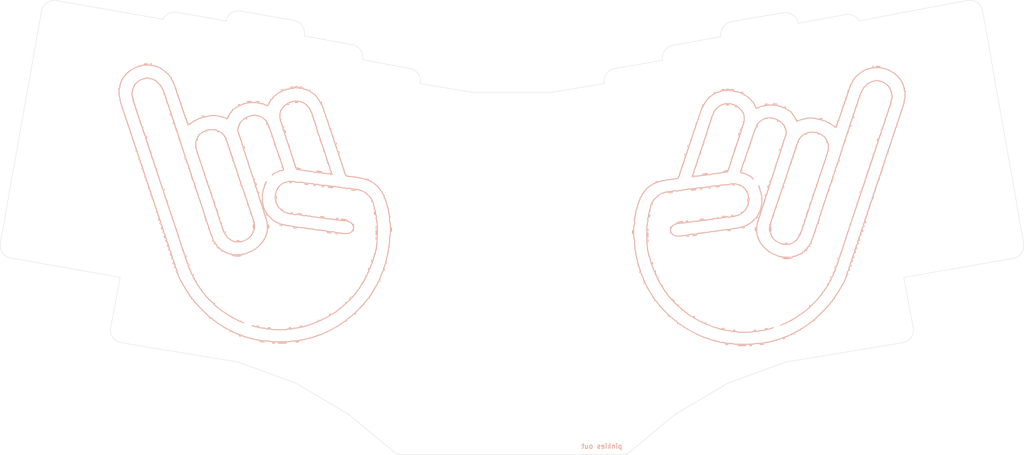
<source format=kicad_pcb>
(kicad_pcb (version 20211014) (generator pcbnew)
  (layers (0 "F.Cu" signal) (31 "B.Cu" signal) (34 "B.Paste" user) (35 "F.Paste" user) (36 "B.SilkS" user "B.Silkscreen") (37 "F.SilkS" user "F.Silkscreen") (38 "B.Mask" user) (39 "F.Mask" user) (44 "Edge.Cuts" user))
  (net 0 "")
  (footprint "MountingHole:MountingHole_2.5mm" (layer "F.Cu") (at 93.822124 94.367779)
    (fp_text reference "" (at 0 -3.5) (layer "F.SilkS"))
    (fp_text value "")
    (pad "" np_thru_hole circle locked (at 0 0) (size 2.5 2.5) (drill 2.5) (layers *.Cu *.Mask))
  )
  (footprint "MountingHole:MountingHole_2.5mm" (layer "F.Cu") (at 187.052123 112.767779)
    (fp_text reference "" (at 0 -3.5) (layer "F.SilkS"))
    (fp_text value "")
    (pad "" np_thru_hole circle locked (at 0 0) (size 2.5 2.5) (drill 2.5) (layers *.Cu *.Mask))
  )
  (footprint "MountingHole:MountingHole_2.2mm_M2" (layer "F.Cu") (at 234.54 213.7)
    (fp_text reference "" (at 0 -3.2) (layer "F.SilkS"))
    (fp_text value "")
    (pad "" np_thru_hole circle locked (at 0 0) (size 2.2 2.2) (drill 2.2) (layers *.Cu *.Mask))
  )
  (footprint "MountingHole:MountingHole_2.5mm" (layer "F.Cu") (at 294.252125 136.827781)
    (fp_text reference "" (at 0 -3.5) (layer "F.SilkS"))
    (fp_text value "")
    (pad "" np_thru_hole circle locked (at 0 0) (size 2.5 2.5) (drill 2.5) (layers *.Cu *.Mask))
  )
  (footprint "MountingHole:MountingHole_2.5mm" (layer "F.Cu") (at 300.722124 180.597781)
    (fp_text reference "" (at 0 -3.5) (layer "F.SilkS"))
    (fp_text value "")
    (pad "" np_thru_hole circle locked (at 0 0) (size 2.5 2.5) (drill 2.5) (layers *.Cu *.Mask))
  )
  (footprint "MountingHole:MountingHole_2.5mm" (layer "F.Cu") (at 84.522124 148.557779)
    (fp_text reference "" (at 0 -3.5) (layer "F.SilkS"))
    (fp_text value "")
    (pad "" np_thru_hole circle locked (at 0 0) (size 2.5 2.5) (drill 2.5) (layers *.Cu *.Mask))
  )
  (footprint "MountingHole:MountingHole_2.5mm" (layer "F.Cu") (at 219.172124 212.237782)
    (fp_text reference "" (at 0 -3.5) (layer "F.SilkS"))
    (fp_text value "")
    (pad "" np_thru_hole circle locked (at 0 0) (size 2.5 2.5) (drill 2.5) (layers *.Cu *.Mask))
  )
  (footprint "MountingHole:MountingHole_2.5mm" (layer "F.Cu") (at 137.672122 180.347779)
    (fp_text reference "" (at 0 -3.5) (layer "F.SilkS"))
    (fp_text value "")
    (pad "" np_thru_hole circle locked (at 0 0) (size 2.5 2.5) (drill 2.5) (layers *.Cu *.Mask))
  )
  (footprint "MountingHole:MountingHole_2.5mm" (layer "F.Cu") (at 251.502123 113.767781)
    (fp_text reference "" (at 0 -3.5) (layer "F.SilkS"))
    (fp_text value "")
    (pad "" np_thru_hole circle locked (at 0 0) (size 2.5 2.5) (drill 2.5) (layers *.Cu *.Mask))
  )
  (footprint "MountingHole:MountingHole_2.5mm" (layer "F.Cu") (at 258.452124 175.177779)
    (fp_text reference "" (at 0 -3.5) (layer "F.SilkS"))
    (fp_text value "")
    (pad "" np_thru_hole circle locked (at 0 0) (size 2.5 2.5) (drill 2.5) (layers *.Cu *.Mask))
  )
  (footprint "MountingHole:MountingHole_2.5mm" (layer "F.Cu") (at 144.362122 135.577781)
    (fp_text reference "" (at 0 -3.5) (layer "F.SilkS"))
    (fp_text value "")
    (pad "" np_thru_hole circle locked (at 0 0) (size 2.5 2.5) (drill 2.5) (layers *.Cu *.Mask))
  )
  (footprint "MountingHole:MountingHole_2.5mm" (layer "F.Cu") (at 344.562123 94.247779)
    (fp_text reference "" (at 0 -3.5) (layer "F.SilkS"))
    (fp_text value "")
    (pad "" np_thru_hole circle locked (at 0 0) (size 2.5 2.5) (drill 2.5) (layers *.Cu *.Mask))
  )
  (footprint "MountingHole:MountingHole_2.5mm" (layer "F.Cu") (at 354.442124 150.207782)
    (fp_text reference "" (at 0 -3.5) (layer "F.SilkS"))
    (fp_text value "")
    (pad "" np_thru_hole circle locked (at 0 0) (size 2.5 2.5) (drill 2.5) (layers *.Cu *.Mask))
  )
  (footprint "MountingHole:MountingHole_2.5mm" (layer "F.Cu") (at 178.442124 175.12778)
    (fp_text reference "" (at 0 -3.5) (layer "F.SilkS"))
    (fp_text value "")
    (pad "" np_thru_hole circle locked (at 0 0) (size 2.5 2.5) (drill 2.5) (layers *.Cu *.Mask))
  )
  (gr_curve (pts (xy 156.741877 180.625214) (xy 156.773627 180.577165) (xy 156.925816 180.50922) (xy 157.079908 180.474084)) (layer "B.SilkS") (width 0.32))
  (gr_curve (pts (xy 335.214241 126.728703) (xy 335.28134 126.687428) (xy 335.336161 126.561698) (xy 335.336161 126.449515)) (layer "B.SilkS") (width 0.32))
  (gr_curve (pts (xy 112.311581 154.693307) (xy 112.397095 154.815015) (xy 112.429056 154.81057) (xy 112.483243 154.668753)) (layer "B.SilkS") (width 0.32))
  (gr_curve (pts (xy 154.05223 181.065057) (xy 153.959732 181.124959) (xy 153.808178 181.173853) (xy 153.71568 181.173853)) (layer "B.SilkS") (width 0.32))
  (gr_curve (pts (xy 102.649637 125.053636) (xy 102.681176 124.971933) (xy 102.65768 124.874567) (xy 102.597568 124.837525)) (layer "B.SilkS") (width 0.32))
  (gr_curve (pts (xy 314.480865 133.599823) (xy 314.417576 133.620778) (xy 314.365719 133.753916) (xy 314.365719 133.895309)) (layer "B.SilkS") (width 0.32))
  (gr_curve (pts (xy 291.567112 139.562894) (xy 291.73962 139.562894) (xy 292.058813 140.482585) (xy 292.074265 141.024452)) (layer "B.SilkS") (width 0.32))
  (gr_curve (pts (xy 120.535886 135.641199) (xy 120.528266 135.576005) (xy 120.45884 135.560342) (xy 120.381793 135.606696)) (layer "B.SilkS") (width 0.32))
  (gr_curve (pts (xy 127.211215 142.665777) (xy 127.363615 142.607357) (xy 127.3706 142.623867) (xy 127.253759 142.764837)) (layer "B.SilkS") (width 0.32))
  (gr_curve (pts (xy 162.149111 117.363367) (xy 162.290716 117.420304) (xy 162.343633 117.470046) (xy 162.266586 117.473856)) (layer "B.SilkS") (width 0.32))
  (gr_curve (pts (xy 153.78553 132.792166) (xy 153.976453 132.878103) (xy 155.556968 133.088923) (xy 157.220243 133.250213)) (layer "B.SilkS") (width 0.32))
  (gr_curve (pts (xy 278.614811 134.392514) (xy 278.318477 134.37664) (xy 278.003094 134.409236) (xy 277.913771 134.464481)) (layer "B.SilkS") (width 0.32))
  (gr_curve (pts (xy 162.071641 129.840264) (xy 162.070795 129.733584) (xy 161.999675 129.663523) (xy 161.911198 129.682784)) (layer "B.SilkS") (width 0.32))
  (gr_curve (pts (xy 275.305616 133.20951) (xy 275.317257 132.986202) (xy 275.380334 132.74977) (xy 275.445739 132.684365)) (layer "B.SilkS") (width 0.32))
  (gr_curve (pts (xy 161.789913 128.847548) (xy 161.789913 128.70933) (xy 161.745252 128.568572) (xy 161.69043 128.534705)) (layer "B.SilkS") (width 0.32))
  (gr_curve (pts (xy 101.953678 108.564599) (xy 101.766776 108.924855) (xy 101.741376 109.869735) (xy 101.914096 110.042455)) (layer "B.SilkS") (width 0.32))
  (gr_curve (pts (xy 337.644808 119.669623) (xy 337.729898 119.637026) (xy 337.77329 119.541988) (xy 337.741116 119.458379)) (layer "B.SilkS") (width 0.32))
  (gr_curve (pts (xy 114.055079 160.160866) (xy 114.001739 160.102446) (xy 114.016556 160.090169) (xy 114.090004 160.13208)) (layer "B.SilkS") (width 0.32))
  (gr_curve (pts (xy 112.116213 110.02658) (xy 112.057158 109.990173) (xy 112.034087 109.894923) (xy 112.064778 109.814913)) (layer "B.SilkS") (width 0.32))
  (gr_curve (pts (xy 325.551873 143.225784) (xy 325.727557 143.296692) (xy 325.732425 143.514708) (xy 325.561822 143.685312)) (layer "B.SilkS") (width 0.32))
  (gr_curve (pts (xy 301.078984 129.809721) (xy 301.112851 129.864755) (xy 301.095706 130.000009) (xy 301.040672 130.1105)) (layer "B.SilkS") (width 0.32))
  (gr_curve (pts (xy 138.66661 133.782554) (xy 138.859438 134.18726) (xy 138.95236 134.460734) (xy 138.975008 134.689969)) (layer "B.SilkS") (width 0.32))
  (gr_curve (pts (xy 266.075048 169.860212) (xy 265.913123 169.612985) (xy 265.799458 169.387137) (xy 265.82253 169.358139)) (layer "B.SilkS") (width 0.32))
  (gr_curve (pts (xy 146.164264 142.376429) (xy 146.08891 142.376429) (xy 146.094625 142.425747) (xy 146.179927 142.510837)) (layer "B.SilkS") (width 0.32))
  (gr_curve (pts (xy 289.669521 120.346109) (xy 289.829329 120.247472) (xy 289.956541 120.459774) (xy 289.844781 120.639056)) (layer "B.SilkS") (width 0.32))
  (gr_curve (pts (xy 326.518978 109.745) (xy 326.603856 109.674515) (xy 326.673283 109.483168) (xy 326.673283 109.31955)) (layer "B.SilkS") (width 0.32))
  (gr_curve (pts (xy 163.154104 120.594668) (xy 163.226071 120.666635) (xy 163.304176 120.916401) (xy 163.327883 121.149658)) (layer "B.SilkS") (width 0.32))
  (gr_curve (pts (xy 275.228357 178.413235) (xy 275.228357 178.317139) (xy 275.278945 178.269513) (xy 275.34054 178.307613)) (layer "B.SilkS") (width 0.32))
  (gr_curve (pts (xy 317.533732 136.888275) (xy 317.610779 136.811228) (xy 317.680205 136.700315) (xy 317.687825 136.641684)) (layer "B.SilkS") (width 0.32))
  (gr_curve (pts (xy 180.62972 143.959483) (xy 180.62972 144.126912) (xy 180.685176 144.282486) (xy 180.75291 144.305135)) (layer "B.SilkS") (width 0.32))
  (gr_curve (pts (xy 293.743679 148.264295) (xy 294.188814 147.807519) (xy 294.615534 147.457845) (xy 294.691734 147.487056)) (layer "B.SilkS") (width 0.32))
  (gr_curve (pts (xy 134.539535 134.358288) (xy 134.475824 134.318917) (xy 134.455715 134.234886) (xy 134.494873 134.171597)) (layer "B.SilkS") (width 0.32))
  (gr_curve (pts (xy 136.502108 158.739102) (xy 136.255516 158.75667) (xy 135.958336 158.822075) (xy 135.84192 158.884305)) (layer "B.SilkS") (width 0.32))
  (gr_curve (pts (xy 305.482919 129.694575) (xy 305.545996 129.694575) (xy 305.571396 129.594244) (xy 305.539434 129.471478)) (layer "B.SilkS") (width 0.32))
  (gr_curve (pts (xy 107.429492 100.06428) (xy 107.321542 100.036129) (xy 107.409807 100.013057) (xy 107.625707 100.013057)) (layer "B.SilkS") (width 0.32))
  (gr_curve (pts (xy 160.366032 133.394146) (xy 160.458954 133.48728) (xy 159.728492 133.370863) (xy 159.042481 133.183538)) (layer "B.SilkS") (width 0.32))
  (gr_curve (pts (xy 135.314235 179.557568) (xy 135.381544 179.515869) (xy 135.43679 179.529204) (xy 135.43679 179.586989)) (layer "B.SilkS") (width 0.32))
  (gr_curve (pts (xy 115.997543 109.650236) (xy 116.102953 109.766653) (xy 116.128776 109.855341) (xy 116.057233 109.855341)) (layer "B.SilkS") (width 0.32))
  (gr_curve (pts (xy 123.886144 116.473732) (xy 123.978643 116.429282) (xy 124.165333 116.41002) (xy 124.301012 116.430764)) (layer "B.SilkS") (width 0.32))
  (gr_curve (pts (xy 170.007021 149.777774) (xy 170.059091 149.777774) (xy 170.070733 149.72782) (xy 170.033056 149.66686)) (layer "B.SilkS") (width 0.32))
  (gr_curve (pts (xy 159.002476 120.948575) (xy 158.88606 120.94286) (xy 158.869761 120.918941) (xy 158.958238 120.88317)) (layer "B.SilkS") (width 0.32))
  (gr_curve (pts (xy 295.974433 186.752052) (xy 296.128738 186.752052) (xy 296.381044 186.711623) (xy 296.535138 186.662304)) (layer "B.SilkS") (width 0.32))
  (gr_curve (pts (xy 294.43604 113.549919) (xy 294.468637 113.42567) (xy 294.44112 113.340157) (xy 294.373176 113.353704)) (layer "B.SilkS") (width 0.32))
  (gr_curve (pts (xy 163.677979 151.897192) (xy 162.798081 151.897192) (xy 161.789913 151.778235) (xy 161.789913 151.674095)) (layer "B.SilkS") (width 0.32))
  (gr_curve (pts (xy 128.150803 145.456177) (xy 127.978295 145.664034) (xy 128.087092 146.014342) (xy 128.286904 145.894328)) (layer "B.SilkS") (width 0.32))
  (gr_curve (pts (xy 128.331989 120.993236) (xy 128.374746 121.068167) (xy 128.363951 121.085523) (xy 128.307224 121.033665)) (layer "B.SilkS") (width 0.32))
  (gr_curve (pts (xy 260.835242 156.154167) (xy 260.676916 155.780998) (xy 260.640085 150.209299) (xy 260.794602 150.014989)) (layer "B.SilkS") (width 0.32))
  (gr_curve (pts (xy 313.251294 117.02252) (xy 313.077516 117.02252) (xy 312.765095 116.95648) (xy 312.557028 116.875836)) (layer "B.SilkS") (width 0.32))
  (gr_curve (pts (xy 316.033016 128.879447) (xy 315.963166 128.949296) (xy 315.889083 129.1961) (xy 315.868128 129.428087)) (layer "B.SilkS") (width 0.32))
  (gr_curve (pts (xy 324.472374 158.939487) (xy 324.545611 158.798305) (xy 324.64086 158.607382) (xy 324.684252 158.514672)) (layer "B.SilkS") (width 0.32))
  (gr_curve (pts (xy 277.639451 184.204221) (xy 278.461352 184.577177) (xy 278.759168 184.678989) (xy 278.957076 184.654224)) (layer "B.SilkS") (width 0.32))
  (gr_curve (pts (xy 111.130905 150.711647) (xy 111.104024 150.824465) (xy 111.111856 150.946385) (xy 111.148262 150.98258)) (layer "B.SilkS") (width 0.32))
  (gr_curve (pts (xy 121.906851 127.296879) (xy 121.872137 127.387472) (xy 121.899442 127.461556) (xy 121.967811 127.461556)) (layer "B.SilkS") (width 0.32))
  (gr_curve (pts (xy 147.880668 149.859265) (xy 148.027776 150.024789) (xy 148.023754 150.036431) (xy 147.843414 149.967216)) (layer "B.SilkS") (width 0.32))
  (gr_curve (pts (xy 305.889107 128.617404) (xy 306.031559 128.562793) (xy 306.044047 128.511993) (xy 305.94414 128.391767)) (layer "B.SilkS") (width 0.32))
  (gr_curve (pts (xy 123.227438 143.497838) (xy 123.218972 143.295696) (xy 123.152508 143.161288) (xy 123.060645 143.161288)) (layer "B.SilkS") (width 0.32))
  (gr_curve (pts (xy 132.966006 182.917563) (xy 132.906316 182.954604) (xy 132.857421 182.911848) (xy 132.857421 182.822948)) (layer "B.SilkS") (width 0.32))
  (gr_curve (pts (xy 326.290167 141.40016) (xy 326.2817 141.57796) (xy 326.223704 141.830266) (xy 326.161685 141.960864)) (layer "B.SilkS") (width 0.32))
  (gr_curve (pts (xy 111.389562 138.956108) (xy 111.46428 139.156345) (xy 111.47825 139.159308) (xy 111.52016 138.984048)) (layer "B.SilkS") (width 0.32))
  (gr_curve (pts (xy 115.982092 152.802277) (xy 115.948225 152.857311) (xy 115.97172 152.933934) (xy 116.034373 152.972669)) (layer "B.SilkS") (width 0.32))
  (gr_curve (pts (xy 324.441682 115.760776) (xy 324.512591 115.689868) (xy 324.570588 115.539584) (xy 324.570588 115.426554)) (layer "B.SilkS") (width 0.32))
  (gr_curve (pts (xy 324.49608 146.880207) (xy 324.44782 146.957254) (xy 324.404006 147.070707) (xy 324.398926 147.132514)) (layer "B.SilkS") (width 0.32))
  (gr_curve (pts (xy 156.491264 184.846904) (xy 155.786414 184.916965) (xy 155.285611 185.022799) (xy 155.285611 185.10175)) (layer "B.SilkS") (width 0.32))
  (gr_curve (pts (xy 326.407641 141.004132) (xy 326.351761 141.044136) (xy 326.298845 141.22236) (xy 326.290167 141.40016)) (layer "B.SilkS") (width 0.32))
  (gr_curve (pts (xy 299.564087 116.817416) (xy 299.841793 116.790957) (xy 300.01155 116.821648) (xy 300.01155 116.898696)) (layer "B.SilkS") (width 0.32))
  (gr_curve (pts (xy 336.957316 121.669025) (xy 337.051719 121.48805) (xy 337.129188 121.229393) (xy 337.129612 121.09435)) (layer "B.SilkS") (width 0.32))
  (gr_curve (pts (xy 267.567932 177.986304) (xy 267.43564 177.641076) (xy 267.750812 177.861208) (xy 269.114156 179.064744)) (layer "B.SilkS") (width 0.32))
  (gr_curve (pts (xy 117.719874 126.956942) (xy 117.510324 126.452752) (xy 117.459948 126.276857) (xy 117.483866 126.132712)) (layer "B.SilkS") (width 0.32))
  (gr_curve (pts (xy 119.573862 171.425126) (xy 119.478612 171.346175) (xy 119.400507 171.212189) (xy 119.400507 171.127735)) (layer "B.SilkS") (width 0.32))
  (gr_curve (pts (xy 296.536196 113.080442) (xy 296.259124 113.140344) (xy 296.000045 113.169342) (xy 295.960252 113.144788)) (layer "B.SilkS") (width 0.32))
  (gr_curve (pts (xy 322.604628 152.515195) (xy 322.592987 152.65553) (xy 322.457308 153.012823) (xy 322.315703 153.276771)) (layer "B.SilkS") (width 0.32))
  (gr_curve (pts (xy 139.170164 115.98076) (xy 139.151115 116.038122) (xy 138.933945 116.06585) (xy 138.687776 116.042356)) (layer "B.SilkS") (width 0.32))
  (gr_curve (pts (xy 302.815073 180.362049) (xy 302.815073 180.419834) (xy 302.651244 180.529054) (xy 302.450584 180.604619)) (layer "B.SilkS") (width 0.32))
  (gr_curve (pts (xy 161.022622 126.537208) (xy 160.95129 126.465876) (xy 160.89287 126.294426) (xy 160.89287 126.156208)) (layer "B.SilkS") (width 0.32))
  (gr_curve (pts (xy 118.876632 118.107375) (xy 118.771434 118.381694) (xy 119.050622 118.615163) (xy 119.328116 118.484776)) (layer "B.SilkS") (width 0.32))
  (gr_curve (pts (xy 289.442403 121.906092) (xy 289.365144 121.935936) (xy 289.292331 122.147392) (xy 289.280266 122.375992)) (layer "B.SilkS") (width 0.32))
  (gr_curve (pts (xy 177.457261 149.239929) (xy 177.393761 149.160131) (xy 177.3364 148.84242) (xy 177.33005 148.534021)) (layer "B.SilkS") (width 0.32))
  (gr_curve (pts (xy 142.84512 112.658865) (xy 142.957303 112.658865) (xy 143.080704 112.7103) (xy 143.11944 112.772953)) (layer "B.SilkS") (width 0.32))
  (gr_curve (pts (xy 123.448418 131.841784) (xy 123.519961 131.886022) (xy 123.59595 132.116527) (xy 123.617328 132.354228)) (layer "B.SilkS") (width 0.32))
  (gr_curve (pts (xy 269.172788 173.364776) (xy 269.265287 173.409437) (xy 269.248565 173.370914) (xy 269.135747 173.278628)) (layer "B.SilkS") (width 0.32))
  (gr_curve (pts (xy 108.8847 100.714732) (xy 109.176164 100.753256) (xy 109.444134 100.832419) (xy 109.480118 100.890627)) (layer "B.SilkS") (width 0.32))
  (gr_curve (pts (xy 266.73058 170.70963) (xy 266.61628 170.753445) (xy 266.584529 170.731432) (xy 266.637869 170.645072)) (layer "B.SilkS") (width 0.32))
  (gr_curve (pts (xy 316.052701 141.263635) (xy 316.111756 141.243103) (xy 316.160016 141.107424) (xy 316.160016 140.96201)) (layer "B.SilkS") (width 0.32))
  (gr_curve (pts (xy 299.081699 116.75582) (xy 299.100748 116.813182) (xy 299.317918 116.84091) (xy 299.564087 116.817416)) (layer "B.SilkS") (width 0.32))
  (gr_curve (pts (xy 142.645307 137.946883) (xy 142.658853 137.761674) (xy 142.745425 137.548314) (xy 142.838135 137.472326)) (layer "B.SilkS") (width 0.32))
  (gr_curve (pts (xy 126.525416 178.822238) (xy 126.443924 178.822238) (xy 126.34825 178.746673) (xy 126.31269 178.653963)) (layer "B.SilkS") (width 0.32))
  (gr_curve (pts (xy 132.08886 158.731905) (xy 131.75866 158.691476) (xy 131.433328 158.603212) (xy 131.365595 158.535479)) (layer "B.SilkS") (width 0.32))
  (gr_curve (pts (xy 279.765642 138.016035) (xy 280.19596 138.051594) (xy 280.393868 138.024289) (xy 280.432392 137.924171)) (layer "B.SilkS") (width 0.32))
  (gr_curve (pts (xy 314.365719 133.895309) (xy 314.365719 134.036915) (xy 314.292905 134.213021) (xy 314.204217 134.286681)) (layer "B.SilkS") (width 0.32))
  (gr_curve (pts (xy 287.970896 113.150716) (xy 288.003282 113.235382) (xy 288.099167 113.331056) (xy 288.183621 113.363652)) (layer "B.SilkS") (width 0.32))
  (gr_curve (pts (xy 295.04945 137.348015) (xy 295.06469 137.270968) (xy 295.039502 137.220592) (xy 294.993359 137.236043)) (layer "B.SilkS") (width 0.32))
  (gr_curve (pts (xy 156.891102 114.245095) (xy 156.831836 114.205301) (xy 156.749497 114.09714) (xy 156.70801 114.004641)) (layer "B.SilkS") (width 0.32))
  (gr_curve (pts (xy 127.205076 173.963855) (xy 127.336521 174.014232) (xy 127.346258 174.052967) (xy 127.243388 174.116678)) (layer "B.SilkS") (width 0.32))
  (gr_curve (pts (xy 300.700101 112.424699) (xy 300.585378 112.424699) (xy 300.269995 112.406072) (xy 299.999273 112.383212)) (layer "B.SilkS") (width 0.32))
  (gr_curve (pts (xy 305.618597 179.092684) (xy 305.526099 179.092684) (xy 305.388939 179.168461) (xy 305.313797 179.26096)) (layer "B.SilkS") (width 0.32))
  (gr_curve (pts (xy 275.985277 118.248916) (xy 276.161384 118.257806) (xy 276.16731 118.50588) (xy 275.995648 118.677541)) (layer "B.SilkS") (width 0.32))
  (gr_curve (pts (xy 263.56574 136.423032) (xy 263.56574 136.484627) (xy 263.641517 136.535004) (xy 263.734016 136.535004)) (layer "B.SilkS") (width 0.32))
  (gr_curve (pts (xy 275.396632 153.040763) (xy 276.240759 152.960541) (xy 276.481635 152.830366) (xy 275.76472 152.841796)) (layer "B.SilkS") (width 0.32))
  (gr_curve (pts (xy 326.223915 154.178048) (xy 326.250585 154.290866) (xy 326.242753 154.412785) (xy 326.206558 154.449193)) (layer "B.SilkS") (width 0.32))
  (gr_curve (pts (xy 319.62902 117.800607) (xy 319.760464 117.883792) (xy 319.763851 117.934168) (xy 319.647435 118.074503)) (layer "B.SilkS") (width 0.32))
  (gr_curve (pts (xy 334.015785 101.491062) (xy 333.72432 101.453174) (xy 333.359619 101.361945) (xy 333.205525 101.288285)) (layer "B.SilkS") (width 0.32))
  (gr_curve (pts (xy 125.595564 137.820306) (xy 125.701397 137.756594) (xy 125.700128 137.780512) (xy 125.589849 137.916403)) (layer "B.SilkS") (width 0.32))
  (gr_curve (pts (xy 274.560549 123.019034) (xy 274.501494 123.055441) (xy 274.482868 123.162332) (xy 274.518851 123.256736)) (layer "B.SilkS") (width 0.32))
  (gr_curve (pts (xy 108.634933 142.887604) (xy 108.634933 142.737108) (xy 108.586673 142.584074) (xy 108.527618 142.547667)) (layer "B.SilkS") (width 0.32))
  (gr_curve (pts (xy 136.359021 126.07006) (xy 136.280492 126.086146) (xy 136.265041 126.074292) (xy 136.324731 126.044236)) (layer "B.SilkS") (width 0.32))
  (gr_curve (pts (xy 147.760229 114.420354) (xy 147.433628 115.055143) (xy 147.347056 117.231921) (xy 147.651009 117.166305)) (layer "B.SilkS") (width 0.32))
  (gr_curve (pts (xy 103.359356 114.842629) (xy 103.41841 114.879036) (xy 103.440212 114.977884) (xy 103.407827 115.062128)) (layer "B.SilkS") (width 0.32))
  (gr_curve (pts (xy 325.30507 113.339733) (xy 325.259774 113.196859) (xy 325.317559 113.095894) (xy 325.493877 113.011016)) (layer "B.SilkS") (width 0.32))
  (gr_curve (pts (xy 300.792176 143.54921) (xy 300.866048 143.46031) (xy 300.951984 143.220704) (xy 300.982888 143.01708)) (layer "B.SilkS") (width 0.32))
  (gr_curve (pts (xy 301.608151 141.184683) (xy 301.57386 141.00519) (xy 301.615771 140.888561) (xy 301.729859 140.844747)) (layer "B.SilkS") (width 0.32))
  (gr_curve (pts (xy 261.087972 158.11568) (xy 261.020239 158.073982) (xy 260.98489 157.869089) (xy 261.009232 157.660386)) (layer "B.SilkS") (width 0.32))
  (gr_curve (pts (xy 126.370052 153.129091) (xy 126.255963 152.981983) (xy 126.185056 152.796774) (xy 126.21236 152.717611)) (layer "B.SilkS") (width 0.32))
  (gr_curve (pts (xy 317.50558 118.596049) (xy 317.50558 118.532338) (xy 317.403134 118.480268) (xy 317.277827 118.480268)) (layer "B.SilkS") (width 0.32))
  (gr_curve (pts (xy 340.132102 111.69572) (xy 340.157502 111.325726) (xy 340.236877 110.952135) (xy 340.30842 110.865352)) (layer "B.SilkS") (width 0.32))
  (gr_curve (pts (xy 142.341776 181.671482) (xy 142.849564 181.697728) (xy 143.238184 181.7716) (xy 143.287503 181.85161)) (layer "B.SilkS") (width 0.32))
  (gr_curve (pts (xy 144.295883 120.004119) (xy 144.234288 119.966019) (xy 144.183699 119.839442) (xy 144.183699 119.722814)) (layer "B.SilkS") (width 0.32))
  (gr_curve (pts (xy 325.493877 113.011016) (xy 325.633577 112.943705) (xy 325.685012 112.885074) (xy 325.607753 112.88084)) (layer "B.SilkS") (width 0.32))
  (gr_curve (pts (xy 276.248802 183.634415) (xy 276.365007 183.634415) (xy 276.561645 183.71506) (xy 277.639451 184.204221)) (layer "B.SilkS") (width 0.32))
  (gr_curve (pts (xy 323.984694 161.037949) (xy 324.049888 161.037949) (xy 324.145349 160.992018) (xy 324.196784 160.935926)) (layer "B.SilkS") (width 0.32))
  (gr_curve (pts (xy 284.199633 107.942448) (xy 283.905416 107.942448) (xy 283.849325 107.969752) (xy 283.975479 108.051244)) (layer "B.SilkS") (width 0.32))
  (gr_curve (pts (xy 328.090814 135.981707) (xy 328.08404 136.169244) (xy 328.025621 136.433404) (xy 327.960851 136.569082)) (layer "B.SilkS") (width 0.32))
  (gr_curve (pts (xy 305.509166 115.286643) (xy 305.387246 115.176364) (xy 305.319724 115.029891) (xy 305.358882 114.960888)) (layer "B.SilkS") (width 0.32))
  (gr_curve (pts (xy 162.471056 131.134182) (xy 162.510426 130.830864) (xy 162.454546 130.713389) (xy 162.266586 130.704922)) (layer "B.SilkS") (width 0.32))
  (gr_curve (pts (xy 160.323276 111.991692) (xy 160.328144 112.087365) (xy 160.271417 112.226007) (xy 160.197545 112.30009)) (layer "B.SilkS") (width 0.32))
  (gr_curve (pts (xy 177.224428 152.188656) (xy 177.224216 152.805453) (xy 177.205378 153.043577) (xy 177.182518 152.717611)) (layer "B.SilkS") (width 0.32))
  (gr_curve (pts (xy 108.929573 143.893443) (xy 108.9609 143.81174) (xy 108.937404 143.714373) (xy 108.877503 143.67712)) (layer "B.SilkS") (width 0.32))
  (gr_curve (pts (xy 311.489593 154.813682) (xy 311.591193 154.609847) (xy 311.674378 154.382094) (xy 311.674378 154.307376)) (layer "B.SilkS") (width 0.32))
  (gr_curve (pts (xy 290.103226 119.771434) (xy 290.176039 119.961511) (xy 289.944052 120.303353) (xy 289.801812 120.215511)) (layer "B.SilkS") (width 0.32))
  (gr_curve (pts (xy 110.650634 149.497316) (xy 110.569989 149.497316) (xy 110.483417 149.421539) (xy 110.458017 149.32904)) (layer "B.SilkS") (width 0.32))
  (gr_curve (pts (xy 123.162033 169.77455) (xy 123.22638 169.763544) (xy 123.285858 169.846516) (xy 123.294325 169.959124)) (layer "B.SilkS") (width 0.32))
  (gr_curve (pts (xy 297.462872 140.656364) (xy 297.437049 140.548413) (xy 297.369104 140.459936) (xy 297.311954 140.459936)) (layer "B.SilkS") (width 0.32))
  (gr_curve (pts (xy 304.42882 132.879733) (xy 304.518989 132.845232) (xy 304.560688 132.728392) (xy 304.52788 132.602873)) (layer "B.SilkS") (width 0.32))
  (gr_curve (pts (xy 310.143605 146.132177) (xy 309.991205 146.073757) (xy 309.984008 146.090268) (xy 310.10106 146.231237)) (layer "B.SilkS") (width 0.32))
  (gr_curve (pts (xy 112.784233 156.394048) (xy 112.625695 156.394048) (xy 112.644744 156.258581) (xy 112.843712 155.974525)) (layer "B.SilkS") (width 0.32))
  (gr_curve (pts (xy 334.785616 127.984308) (xy 334.764026 127.809261) (xy 334.89018 127.734965) (xy 335.141004 127.775182)) (layer "B.SilkS") (width 0.32))
  (gr_curve (pts (xy 160.184422 112.43471) (xy 160.251309 112.43471) (xy 160.333647 112.540756) (xy 160.367514 112.670295)) (layer "B.SilkS") (width 0.32))
  (gr_curve (pts (xy 317.96913 173.382768) (xy 318.0212 173.41494) (xy 318.03517 173.366892) (xy 318.000245 173.275876)) (layer "B.SilkS") (width 0.32))
  (gr_curve (pts (xy 318.978144 132.310139) (xy 318.966927 132.237748) (xy 319.009259 132.14652) (xy 319.072548 132.107362)) (layer "B.SilkS") (width 0.32))
  (gr_curve (pts (xy 137.00672 141.412711) (xy 137.00672 141.277456) (xy 136.919726 141.133523) (xy 136.81368 141.092671)) (layer "B.SilkS") (width 0.32))
  (gr_curve (pts (xy 285.195313 133.461816) (xy 284.910198 133.467532) (xy 284.582115 133.514944) (xy 284.466333 133.567226)) (layer "B.SilkS") (width 0.32))
  (gr_curve (pts (xy 139.215884 151.684467) (xy 139.146035 151.591756) (xy 139.132912 151.553233) (xy 139.186886 151.598953)) (layer "B.SilkS") (width 0.32))
  (gr_curve (pts (xy 174.12436 165.363419) (xy 174.243316 165.556036) (xy 174.252418 165.547357) (xy 174.504089 164.999564)) (layer "B.SilkS") (width 0.32))
  (gr_curve (pts (xy 107.873356 140.92482) (xy 107.764136 140.86132) (xy 107.742124 140.811789) (xy 107.821922 140.809884)) (layer "B.SilkS") (width 0.32))
  (gr_curve (pts (xy 161.968772 178.300268) (xy 162.159483 178.1557) (xy 162.399301 178.037378) (xy 162.501324 178.037378)) (layer "B.SilkS") (width 0.32))
  (gr_curve (pts (xy 101.920023 122.695671) (xy 101.720632 122.271491) (xy 101.64782 122.02236) (xy 101.669621 121.840326)) (layer "B.SilkS") (width 0.32))
  (gr_curve (pts (xy 110.601316 106.71548) (xy 110.653174 106.71548) (xy 110.552209 106.565831) (xy 110.376949 106.382952)) (layer "B.SilkS") (width 0.32))
  (gr_curve (pts (xy 291.652836 144.19183) (xy 291.632305 144.36328) (xy 291.486255 144.657285) (xy 291.327928 144.845244)) (layer "B.SilkS") (width 0.32))
  (gr_curve (pts (xy 112.69999 142.450724) (xy 112.524306 142.521632) (xy 112.519438 142.739648) (xy 112.690041 142.910252)) (layer "B.SilkS") (width 0.32))
  (gr_curve (pts (xy 298.326049 138.441484) (xy 298.266147 138.441484) (xy 298.217252 138.588592) (xy 298.217252 138.768509)) (layer "B.SilkS") (width 0.32))
  (gr_curve (pts (xy 300.131353 132.94662) (xy 300.065524 132.94662) (xy 300.01155 133.06854) (xy 300.01155 133.217553)) (layer "B.SilkS") (width 0.32))
  (gr_curve (pts (xy 109.868526 134.480631) (xy 109.868526 134.633031) (xy 109.931603 134.782044) (xy 110.008649 134.811889)) (layer "B.SilkS") (width 0.32))
  (gr_curve (pts (xy 179.851633 162.281342) (xy 179.801468 162.404744) (xy 179.699657 162.65578) (xy 179.625362 162.839083)) (layer "B.SilkS") (width 0.32))
  (gr_curve (pts (xy 329.729113 105.759953) (xy 329.729113 105.810119) (xy 329.797482 105.757625) (xy 329.881302 105.643113)) (layer "B.SilkS") (width 0.32))
  (gr_curve (pts (xy 100.224996 117.643613) (xy 100.224785 117.517248) (xy 100.165519 117.3549) (xy 100.093764 117.282933)) (layer "B.SilkS") (width 0.32))
  (gr_curve (pts (xy 273.125661 153.321432) (xy 273.233612 153.349584) (xy 273.410353 153.349584) (xy 273.518303 153.321432)) (layer "B.SilkS") (width 0.32))
  (gr_curve (pts (xy 109.413443 145.692186) (xy 109.498956 145.589316) (xy 109.52224 145.439032) (xy 109.470804 145.321557)) (layer "B.SilkS") (width 0.32))
  (gr_curve (pts (xy 124.613643 120.753207) (xy 124.612796 120.856712) (xy 124.566864 120.982865) (xy 124.511619 121.033665)) (layer "B.SilkS") (width 0.32))
  (gr_curve (pts (xy 292.582264 110.841856) (xy 292.443412 110.768832) (xy 292.30477 110.678026) (xy 292.273867 110.640138)) (layer "B.SilkS") (width 0.32))
  (gr_curve (pts (xy 115.93616 152.501711) (xy 115.995427 152.612201) (xy 116.01617 152.747456) (xy 115.982092 152.802277)) (layer "B.SilkS") (width 0.32))
  (gr_curve (pts (xy 152.203111 150.581896) (xy 152.463037 150.564539) (xy 152.586439 150.596924) (xy 152.540719 150.670584)) (layer "B.SilkS") (width 0.32))
  (gr_curve (pts (xy 309.945062 176.132104) (xy 309.600892 176.446852) (xy 309.319376 176.662329) (xy 309.319376 176.611106)) (layer "B.SilkS") (width 0.32))
  (gr_curve (pts (xy 117.886668 115.35084) (xy 117.928366 115.59722) (xy 118.021076 115.836616) (xy 118.092619 115.882971)) (layer "B.SilkS") (width 0.32))
  (gr_curve (pts (xy 148.105457 149.611404) (xy 148.050636 149.645482) (xy 147.915381 149.625162) (xy 147.804891 149.566531)) (layer "B.SilkS") (width 0.32))
  (gr_curve (pts (xy 144.183699 119.722814) (xy 144.183699 119.606185) (xy 144.101572 119.464793) (xy 144.001031 119.408489)) (layer "B.SilkS") (width 0.32))
  (gr_curve (pts (xy 146.314335 142.903479) (xy 146.314335 143.045295) (xy 146.370004 143.1488) (xy 146.43816 143.133348)) (layer "B.SilkS") (width 0.32))
  (gr_curve (pts (xy 311.792912 141.797035) (xy 311.727718 141.925092) (xy 311.62379 142.130198) (xy 311.562195 142.252752)) (layer "B.SilkS") (width 0.32))
  (gr_curve (pts (xy 118.531404 116.922042) (xy 118.726348 116.923312) (xy 118.747092 116.947018) (xy 118.622844 117.025547)) (layer "B.SilkS") (width 0.32))
  (gr_curve (pts (xy 158.794196 119.755834) (xy 158.770489 119.522365) (xy 158.70318 119.314509) (xy 158.644548 119.293977)) (layer "B.SilkS") (width 0.32))
  (gr_curve (pts (xy 302.66606 124.826032) (xy 302.700139 124.91472) (xy 302.66352 125.065215) (xy 302.584357 125.160465)) (layer "B.SilkS") (width 0.32))
  (gr_curve (pts (xy 131.28749 124.430278) (xy 131.28749 124.243376) (xy 131.217428 124.06346) (xy 131.131704 124.030441)) (layer "B.SilkS") (width 0.32))
  (gr_curve (pts (xy 109.127269 132.126264) (xy 109.217228 132.160765) (xy 109.259138 132.277605) (xy 109.226329 132.403123)) (layer "B.SilkS") (width 0.32))
  (gr_curve (pts (xy 158.78446 179.831464) (xy 158.95718 179.831464) (xy 159.098572 179.787014) (xy 159.098572 179.732404)) (layer "B.SilkS") (width 0.32))
  (gr_curve (pts (xy 281.360761 115.020155) (xy 281.420028 114.980361) (xy 281.502366 114.8722) (xy 281.543853 114.779701)) (layer "B.SilkS") (width 0.32))
  (gr_curve (pts (xy 128.511906 180.308137) (xy 128.43486 180.292685) (xy 128.274416 180.19172) (xy 128.155671 180.083771)) (layer "B.SilkS") (width 0.32))
  (gr_curve (pts (xy 136.956768 116.853673) (xy 136.840562 116.694712) (xy 136.7959 116.706988) (xy 136.552061 116.963952)) (layer "B.SilkS") (width 0.32))
  (gr_curve (pts (xy 132.123149 182.539526) (xy 132.179029 182.363843) (xy 131.519053 181.962312) (xy 131.174672 181.962312)) (layer "B.SilkS") (width 0.32))
  (gr_curve (pts (xy 157.25919 115.090914) (xy 157.223207 114.979154) (xy 157.155473 114.910997) (xy 157.108695 114.939784)) (layer "B.SilkS") (width 0.32))
  (gr_curve (pts (xy 139.478775 135.588705) (xy 139.529152 135.55759) (xy 139.607044 135.591245) (xy 139.651495 135.663424)) (layer "B.SilkS") (width 0.32))
  (gr_curve (pts (xy 162.501324 178.037378) (xy 162.60356 178.037378) (xy 162.686956 177.98679) (xy 162.686956 177.925195)) (layer "B.SilkS") (width 0.32))
  (gr_curve (pts (xy 138.778793 146.825448) (xy 138.801865 146.712842) (xy 138.727993 146.550494) (xy 138.61454 146.464557)) (layer "B.SilkS") (width 0.32))
  (gr_curve (pts (xy 118.594057 130.040924) (xy 118.841707 130.040924) (xy 118.730159 129.699718) (xy 118.447372 129.592191)) (layer "B.SilkS") (width 0.32))
  (gr_curve (pts (xy 180.386092 160.127211) (xy 180.37572 160.32512) (xy 180.361327 160.569594) (xy 180.354553 160.670559)) (layer "B.SilkS") (width 0.32))
  (gr_curve (pts (xy 279.457667 120.530894) (xy 279.481374 120.297425) (xy 279.548684 120.089569) (xy 279.607316 120.069037)) (layer "B.SilkS") (width 0.32))
  (gr_curve (pts (xy 276.737328 128.840924) (xy 276.779238 128.616768) (xy 276.857132 128.351127) (xy 276.910048 128.250797)) (layer "B.SilkS") (width 0.32))
  (gr_curve (pts (xy 288.225744 125.48241) (xy 288.171556 125.448967) (xy 288.157164 125.499767) (xy 288.193993 125.59544)) (layer "B.SilkS") (width 0.32))
  (gr_curve (pts (xy 313.356492 121.30644) (xy 313.530059 121.327184) (xy 313.637374 121.411638) (xy 313.63822 121.528267)) (layer "B.SilkS") (width 0.32))
  (gr_curve (pts (xy 142.529736 144.545588) (xy 142.483381 144.573951) (xy 142.43237 144.417529) (xy 142.416072 144.197608)) (layer "B.SilkS") (width 0.32))
  (gr_curve (pts (xy 299.135039 135.724532) (xy 299.068999 135.746545) (xy 299.042964 135.837774) (xy 299.077253 135.926885)) (layer "B.SilkS") (width 0.32))
  (gr_curve (pts (xy 274.896888 134.345312) (xy 274.955942 134.308906) (xy 275.004202 134.154178) (xy 275.004202 134.001778)) (layer "B.SilkS") (width 0.32))
  (gr_curve (pts (xy 330.358398 129.294313) (xy 330.390783 129.378556) (xy 330.363267 129.480792) (xy 330.297438 129.521643)) (layer "B.SilkS") (width 0.32))
  (gr_curve (pts (xy 309.42542 121.71919) (xy 309.744614 121.483182) (xy 310.065077 121.514932) (xy 309.919874 121.768296)) (layer "B.SilkS") (width 0.32))
  (gr_curve (pts (xy 140.460908 139.389602) (xy 140.52356 139.521259) (xy 140.61246 139.72975) (xy 140.658392 139.853152)) (layer "B.SilkS") (width 0.32))
  (gr_curve (pts (xy 284.505492 108.339322) (xy 284.14333 108.387582) (xy 283.914519 108.364511) (xy 283.798102 108.267991)) (layer "B.SilkS") (width 0.32))
  (gr_curve (pts (xy 102.462312 112.151288) (xy 102.521368 112.187696) (xy 102.541052 112.291624) (xy 102.506339 112.382217)) (layer "B.SilkS") (width 0.32))
  (gr_curve (pts (xy 330.626156 100.788117) (xy 330.410256 100.788117) (xy 330.321992 100.811189) (xy 330.429941 100.83934)) (layer "B.SilkS") (width 0.32))
  (gr_curve (pts (xy 114.578531 161.776728) (xy 114.41978 161.776728) (xy 114.439042 161.641262) (xy 114.638008 161.357205)) (layer "B.SilkS") (width 0.32))
  (gr_curve (pts (xy 107.821922 140.809884) (xy 107.898968 140.80798) (xy 107.962045 140.730721) (xy 107.962045 140.638223)) (layer "B.SilkS") (width 0.32))
  (gr_curve (pts (xy 296.951275 142.815151) (xy 296.990432 142.964588) (xy 296.954661 143.039305) (xy 296.844171 143.039305)) (layer "B.SilkS") (width 0.32))
  (gr_curve (pts (xy 132.768944 128.919515) (xy 132.705868 128.919515) (xy 132.680468 128.819184) (xy 132.712429 128.696418)) (layer "B.SilkS") (width 0.32))
  (gr_curve (pts (xy 143.564998 151.537993) (xy 143.517584 151.649118) (xy 143.489221 151.873908) (xy 143.502133 152.037526)) (layer "B.SilkS") (width 0.32))
  (gr_curve (pts (xy 150.509567 181.941356) (xy 150.999363 181.963158) (xy 151.3266 181.925058) (xy 151.436878 181.833618)) (layer "B.SilkS") (width 0.32))
  (gr_curve (pts (xy 272.971145 127.788094) (xy 272.917381 127.788094) (xy 272.873355 127.91848) (xy 272.873355 128.077865)) (layer "B.SilkS") (width 0.32))
  (gr_curve (pts (xy 109.723957 146.076996) (xy 109.77878 145.867234) (xy 109.662574 145.790611) (xy 109.373015 145.845856)) (layer "B.SilkS") (width 0.32))
  (gr_curve (pts (xy 99.196509 114.591592) (xy 99.124754 114.519838) (xy 99.046226 114.270495) (xy 99.022519 114.037661)) (layer "B.SilkS") (width 0.32))
  (gr_curve (pts (xy 301.438183 141.867731) (xy 301.601166 141.805289) (xy 301.606034 141.777984) (xy 301.469509 141.693529)) (layer "B.SilkS") (width 0.32))
  (gr_curve (pts (xy 139.500788 151.177102) (xy 139.471155 151.022373) (xy 139.402575 150.86828) (xy 139.348176 150.834836)) (layer "B.SilkS") (width 0.32))
  (gr_curve (pts (xy 324.508146 116.187708) (xy 324.361249 115.96334) (xy 324.344739 115.857719) (xy 324.441682 115.760776)) (layer "B.SilkS") (width 0.32))
  (gr_curve (pts (xy 175.81113 160.760729) (xy 175.968187 160.467571) (xy 176.011579 160.487045) (xy 175.947444 160.822324)) (layer "B.SilkS") (width 0.32))
  (gr_curve (pts (xy 275.435791 120.565396) (xy 275.446162 120.632917) (xy 275.34054 120.742984) (xy 275.201264 120.810294)) (layer "B.SilkS") (width 0.32))
  (gr_curve (pts (xy 286.892032 150.999027) (xy 286.923147 150.948862) (xy 287.401302 150.882611) (xy 287.954175 150.851707)) (layer "B.SilkS") (width 0.32))
  (gr_curve (pts (xy 259.873852 167.857212) (xy 259.880202 167.95352) (xy 259.898617 167.951615) (xy 259.939257 167.850438)) (layer "B.SilkS") (width 0.32))
  (gr_curve (pts (xy 170.035173 171.891004) (xy 170.008926 171.864757) (xy 170.212126 171.628326) (xy 170.486446 171.365224)) (layer "B.SilkS") (width 0.32))
  (gr_curve (pts (xy 169.079075 172.589716) (xy 168.986576 172.634377) (xy 169.003298 172.595854) (xy 169.116116 172.503568)) (layer "B.SilkS") (width 0.32))
  (gr_curve (pts (xy 307.223241 124.544304) (xy 307.190645 124.41942) (xy 307.247584 124.312953) (xy 307.372678 124.265116)) (layer "B.SilkS") (width 0.32))
  (gr_curve (pts (xy 157.883395 117.066187) (xy 157.867943 116.83166) (xy 157.806984 116.623168) (xy 157.747928 116.602636)) (layer "B.SilkS") (width 0.32))
  (gr_curve (pts (xy 141.043837 111.757165) (xy 141.043837 111.821512) (xy 140.841908 111.874005) (xy 140.595316 111.874005)) (layer "B.SilkS") (width 0.32))
  (gr_curve (pts (xy 141.716725 185.797287) (xy 141.870819 185.797287) (xy 142.123125 185.837715) (xy 142.27743 185.887244)) (layer "B.SilkS") (width 0.32))
  (gr_curve (pts (xy 159.916452 151.400621) (xy 158.881403 151.339661) (xy 158.031138 151.219858) (xy 157.787087 151.100478)) (layer "B.SilkS") (width 0.32))
  (gr_curve (pts (xy 136.726263 184.380391) (xy 136.308432 184.224816) (xy 135.942461 184.066065) (xy 135.6438 183.911126)) (layer "B.SilkS") (width 0.32))
  (gr_curve (pts (xy 292.789909 134.722503) (xy 292.820813 134.672337) (xy 292.765992 134.661966) (xy 292.66799 134.699643)) (layer "B.SilkS") (width 0.32))
  (gr_curve (pts (xy 329.32229 144.668503) (xy 329.290964 144.5868) (xy 329.314459 144.489433) (xy 329.37436 144.45218)) (layer "B.SilkS") (width 0.32))
  (gr_curve (pts (xy 180.374873 143.028362) (xy 180.398156 143.255692) (xy 180.464832 143.489584) (xy 180.523464 143.548215)) (layer "B.SilkS") (width 0.32))
  (gr_curve (pts (xy 119.327693 132.330733) (xy 119.175293 132.389153) (xy 119.168096 132.372432) (xy 119.285148 132.231673)) (layer "B.SilkS") (width 0.32))
  (gr_curve (pts (xy 167.113963 174.67315) (xy 167.115444 174.580652) (xy 167.195666 174.505087) (xy 167.292397 174.504875)) (layer "B.SilkS") (width 0.32))
  (gr_curve (pts (xy 141.94088 143.890268) (xy 142.15297 144.40864) (xy 142.198478 144.572681) (xy 142.177735 144.745612)) (layer "B.SilkS") (width 0.32))
  (gr_curve (pts (xy 131.174672 181.962312) (xy 131.113288 181.962312) (xy 131.063124 181.924) (xy 131.063124 181.877433)) (layer "B.SilkS") (width 0.32))
  (gr_curve (pts (xy 297.861864 181.879064) (xy 297.696764 181.729416) (xy 297.608076 181.718408) (xy 297.404452 181.821702)) (layer "B.SilkS") (width 0.32))
  (gr_curve (pts (xy 149.166119 122.143009) (xy 149.260945 122.212436) (xy 149.308147 122.299854) (xy 149.27047 122.33732)) (layer "B.SilkS") (width 0.32))
  (gr_curve (pts (xy 135.036316 112.646165) (xy 135.070183 112.700775) (xy 135.00118 112.770836) (xy 134.88307 112.80174)) (layer "B.SilkS") (width 0.32))
  (gr_curve (pts (xy 298.161372 138.064929) (xy 298.351872 137.874429) (xy 298.376214 137.768596) (xy 298.229317 137.768596)) (layer "B.SilkS") (width 0.32))
  (gr_curve (pts (xy 143.535576 185.652718) (xy 142.443588 185.655047) (xy 141.482199 185.569533) (xy 141.34398 185.457985)) (layer "B.SilkS") (width 0.32))
  (gr_curve (pts (xy 143.989812 150.758848) (xy 143.965683 150.527708) (xy 143.965683 150.149248) (xy 143.989812 149.917897)) (layer "B.SilkS") (width 0.32))
  (gr_curve (pts (xy 280.763227 116.740368) (xy 280.724915 116.640462) (xy 280.746081 116.448692) (xy 280.810428 116.314072)) (layer "B.SilkS") (width 0.32))
  (gr_curve (pts (xy 260.529172 168.383203) (xy 260.708454 168.753196) (xy 260.826352 169.056091) (xy 260.791427 169.056091)) (layer "B.SilkS") (width 0.32))
  (gr_curve (pts (xy 323.261429 162.71202) (xy 323.353504 162.676672) (xy 323.401129 162.560679) (xy 323.370861 162.445108)) (layer "B.SilkS") (width 0.32))
  (gr_curve (pts (xy 136.621699 112.28485) (xy 136.718431 112.321892) (xy 136.90766 112.299032) (xy 137.04228 112.233839)) (layer "B.SilkS") (width 0.32))
  (gr_curve (pts (xy 136.008501 154.824116) (xy 136.220168 154.824116) (xy 136.583599 154.65182) (xy 137.455242 154.138529)) (layer "B.SilkS") (width 0.32))
  (gr_curve (pts (xy 116.709166 111.884165) (xy 116.709166 112.005662) (xy 116.786213 112.134779) (xy 116.880192 112.170974)) (layer "B.SilkS") (width 0.32))
  (gr_curve (pts (xy 180.989764 145.517349) (xy 180.96246 145.703616) (xy 181.006698 145.934756) (xy 181.088401 146.03318)) (layer "B.SilkS") (width 0.32))
  (gr_curve (pts (xy 167.38934 133.456377) (xy 167.455169 133.497228) (xy 167.509144 133.629943) (xy 167.509144 133.751651)) (layer "B.SilkS") (width 0.32))
  (gr_curve (pts (xy 265.856608 139.912356) (xy 265.890263 139.857745) (xy 266.057268 139.787048) (xy 266.22766 139.755299)) (layer "B.SilkS") (width 0.32))
  (gr_curve (pts (xy 124.486855 120.993236) (xy 124.728578 120.571173) (xy 123.90456 120.835545) (xy 123.336658 121.362172)) (layer "B.SilkS") (width 0.32))
  (gr_curve (pts (xy 332.467444 135.855342) (xy 332.524171 135.866137) (xy 332.505544 135.79671) (xy 332.42638 135.701037)) (layer "B.SilkS") (width 0.32))
  (gr_curve (pts (xy 143.287503 181.85161) (xy 143.344229 181.943261) (xy 143.610718 181.972472) (xy 144.111097 181.942203)) (layer "B.SilkS") (width 0.32))
  (gr_curve (pts (xy 143.36328 136.396424) (xy 143.374709 136.345413) (xy 143.488163 136.213333) (xy 143.615586 136.102844)) (layer "B.SilkS") (width 0.32))
  (gr_curve (pts (xy 264.242016 140.750978) (xy 264.24392 140.806858) (xy 264.296837 140.764313) (xy 264.35949 140.656575)) (layer "B.SilkS") (width 0.32))
  (gr_curve (pts (xy 322.076308 111.137131) (xy 322.111656 111.322128) (xy 322.069747 111.435369) (xy 321.948673 111.481936)) (layer "B.SilkS") (width 0.32))
  (gr_curve (pts (xy 140.939909 139.684876) (xy 141.083631 139.684876) (xy 141.064157 139.816956) (xy 140.885934 140.051695)) (layer "B.SilkS") (width 0.32))
  (gr_curve (pts (xy 295.706675 146.563977) (xy 295.73906 146.64822) (xy 295.711544 146.750668) (xy 295.645715 146.791308)) (layer "B.SilkS") (width 0.32))
  (gr_curve (pts (xy 175.562634 171.308709) (xy 175.497864 171.308709) (xy 175.471405 171.409886) (xy 175.503579 171.533288)) (layer "B.SilkS") (width 0.32))
  (gr_curve (pts (xy 264.995125 136.284813) (xy 264.775627 136.461979) (xy 263.936369 136.569082) (xy 263.850856 136.430864)) (layer "B.SilkS") (width 0.32))
  (gr_curve (pts (xy 119.624873 163.458843) (xy 119.624873 163.583515) (xy 119.699592 163.683209) (xy 119.792936 163.683209)) (layer "B.SilkS") (width 0.32))
  (gr_curve (pts (xy 172.66767 168.300928) (xy 172.923998 168.090954) (xy 172.93437 168.049044) (xy 172.789802 167.811766)) (layer "B.SilkS") (width 0.32))
  (gr_curve (pts (xy 315.262761 131.185977) (xy 315.262761 131.327794) (xy 315.205612 131.500937) (xy 315.135973 131.570788)) (layer "B.SilkS") (width 0.32))
  (gr_curve (pts (xy 147.884477 108.185292) (xy 147.884477 108.130259) (xy 147.951576 108.059351) (xy 148.033914 108.027812)) (layer "B.SilkS") (width 0.32))
  (gr_curve (pts (xy 270.790768 180.373268) (xy 270.904221 180.498786) (xy 271.033337 180.578796) (xy 271.077787 180.551279)) (layer "B.SilkS") (width 0.32))
  (gr_curve (pts (xy 159.098572 133.553531) (xy 159.098572 133.604331) (xy 159.340931 133.633118) (xy 159.637052 133.617454)) (layer "B.SilkS") (width 0.32))
  (gr_curve (pts (xy 282.561757 147.6058) (xy 282.652139 147.766032) (xy 282.329348 147.84964) (xy 281.6971 147.829955)) (layer "B.SilkS") (width 0.32))
  (gr_curve (pts (xy 276.040099 130.946159) (xy 276.11651 130.869748) (xy 276.179587 130.720946) (xy 276.180222 130.615324)) (layer "B.SilkS") (width 0.32))
  (gr_curve (pts (xy 262.830623 142.142051) (xy 262.777494 142.142051) (xy 262.95466 141.917261) (xy 263.224534 141.642306)) (layer "B.SilkS") (width 0.32))
  (gr_curve (pts (xy 102.7542 125.336423) (xy 102.6653 125.262763) (xy 102.618311 125.135552) (xy 102.649637 125.053636)) (layer "B.SilkS") (width 0.32))
  (gr_curve (pts (xy 275.144326 133.670096) (xy 275.221372 133.640252) (xy 275.293974 133.43303) (xy 275.305616 133.20951)) (layer "B.SilkS") (width 0.32))
  (gr_curve (pts (xy 264.893313 168.046864) (xy 264.841667 168.046864) (xy 264.799333 167.950133) (xy 264.799333 167.831812)) (layer "B.SilkS") (width 0.32))
  (gr_curve (pts (xy 277.695543 138.665851) (xy 277.891969 138.538851) (xy 277.755656 138.538851) (xy 277.358993 138.665851)) (layer "B.SilkS") (width 0.32))
  (gr_curve (pts (xy 113.018336 156.007544) (xy 112.945523 155.962672) (xy 112.896416 156.025324) (xy 112.896416 156.16312)) (layer "B.SilkS") (width 0.32))
  (gr_curve (pts (xy 147.340706 133.138029) (xy 147.56592 133.038123) (xy 147.900352 132.95642) (xy 148.083868 132.95642)) (layer "B.SilkS") (width 0.32))
  (gr_curve (pts (xy 120.381793 135.606696) (xy 120.285061 135.664693) (xy 120.289083 135.632308) (xy 120.394281 135.502557)) (layer "B.SilkS") (width 0.32))
  (gr_curve (pts (xy 140.190821 137.170912) (xy 140.29602 137.445444) (xy 140.27316 137.472538) (xy 140.090491 137.289869)) (layer "B.SilkS") (width 0.32))
  (gr_curve (pts (xy 308.659611 158.667919) (xy 308.776028 158.770577) (xy 308.777509 158.759994) (xy 308.667231 158.613097)) (layer "B.SilkS") (width 0.32))
  (gr_curve (pts (xy 325.847572 111.703551) (xy 325.815187 111.619308) (xy 325.842704 111.517072) (xy 325.908532 111.476221)) (layer "B.SilkS") (width 0.32))
  (gr_curve (pts (xy 153.211067 185.881953) (xy 152.995802 185.979532) (xy 152.395092 186.043032) (xy 152.491612 185.958153)) (layer "B.SilkS") (width 0.32))
  (gr_curve (pts (xy 287.496976 127.887365) (xy 287.454642 128.151737) (xy 287.357063 128.39219) (xy 287.280017 128.421612)) (layer "B.SilkS") (width 0.32))
  (gr_curve (pts (xy 335.141004 127.775182) (xy 335.187994 127.782802) (xy 335.162806 127.684801) (xy 335.084912 127.557377)) (layer "B.SilkS") (width 0.32))
  (gr_curve (pts (xy 329.056225 145.351975) (xy 329.056225 145.205289) (xy 329.128827 145.02495) (xy 329.217727 144.95129)) (layer "B.SilkS") (width 0.32))
  (gr_curve (pts (xy 121.984744 139.856115) (xy 121.925689 139.819708) (xy 121.905792 139.71578) (xy 121.940505 139.625398)) (layer "B.SilkS") (width 0.32))
  (gr_curve (pts (xy 161.191744 151.57186) (xy 160.862813 151.57186) (xy 160.562247 151.540533) (xy 160.523935 151.502221)) (layer "B.SilkS") (width 0.32))
  (gr_curve (pts (xy 314.46245 146.020629) (xy 314.52722 145.980624) (xy 314.553678 145.878812) (xy 314.521293 145.794569)) (layer "B.SilkS") (width 0.32))
  (gr_curve (pts (xy 300.858004 185.30785) (xy 300.89674 185.244985) (xy 301.012521 185.203922) (xy 301.114968 185.216199)) (layer "B.SilkS") (width 0.32))
  (gr_curve (pts (xy 168.27961 148.407233) (xy 168.239817 148.671392) (xy 168.33041 148.768336) (xy 168.616795 148.768336)) (layer "B.SilkS") (width 0.32))
  (gr_curve (pts (xy 148.332999 136.993536) (xy 148.332999 137.055343) (xy 148.256588 137.10572) (xy 148.163243 137.10572)) (layer "B.SilkS") (width 0.32))
  (gr_curve (pts (xy 287.742296 182.716416) (xy 287.2525 182.738218) (xy 286.925264 182.700118) (xy 286.814985 182.608678)) (layer "B.SilkS") (width 0.32))
  (gr_curve (pts (xy 147.099618 138.069649) (xy 147.099406 138.137171) (xy 146.999712 138.282586) (xy 146.877792 138.392864)) (layer "B.SilkS") (width 0.32))
  (gr_curve (pts (xy 289.103736 137.411515) (xy 289.3353 137.420404) (xy 289.542098 137.479036) (xy 289.563052 137.541901)) (layer "B.SilkS") (width 0.32))
  (gr_curve (pts (xy 291.157748 129.080953) (xy 291.253633 129.14022) (xy 291.271202 129.123075) (xy 291.21257 129.028249)) (layer "B.SilkS") (width 0.32))
  (gr_curve (pts (xy 106.68506 136.945276) (xy 106.717445 136.861033) (xy 106.689929 136.758586) (xy 106.6241 136.717946)) (layer "B.SilkS") (width 0.32))
  (gr_curve (pts (xy 292.013093 126.520211) (xy 292.06982 125.98025) (xy 292.143056 125.850498) (xy 292.34668 125.928603)) (layer "B.SilkS") (width 0.32))
  (gr_curve (pts (xy 303.20962 136.426207) (xy 303.175753 136.371173) (xy 303.199248 136.29455) (xy 303.261902 136.255815)) (layer "B.SilkS") (width 0.32))
  (gr_curve (pts (xy 258.631581 141.478053) (xy 258.539083 141.482921) (xy 258.51834 141.509803) (xy 258.585649 141.537743)) (layer "B.SilkS") (width 0.32))
  (gr_curve (pts (xy 176.963443 145.823631) (xy 176.906505 145.747219) (xy 176.86904 145.560952) (xy 176.880258 145.410034)) (layer "B.SilkS") (width 0.32))
  (gr_curve (pts (xy 141.706353 143.021165) (xy 141.683494 143.206796) (xy 141.726673 143.366816) (xy 141.94088 143.890268)) (layer "B.SilkS") (width 0.32))
  (gr_curve (pts (xy 118.32524 129.451433) (xy 118.447796 129.573988) (xy 118.531827 129.379255) (xy 118.443774 129.176478)) (layer "B.SilkS") (width 0.32))
  (gr_curve (pts (xy 308.612832 117.231012) (xy 308.337031 117.217042) (xy 307.265575 117.592538) (xy 307.207367 117.723348)) (layer "B.SilkS") (width 0.32))
  (gr_curve (pts (xy 136.887552 128.246627) (xy 136.952957 128.246627) (xy 137.00672 128.369816) (xy 137.00672 128.520312)) (layer "B.SilkS") (width 0.32))
  (gr_curve (pts (xy 336.001852 111.758584) (xy 335.890092 111.829281) (xy 335.883742 111.861031) (xy 335.980897 111.862301)) (layer "B.SilkS") (width 0.32))
  (gr_curve (pts (xy 137.172879 117.032532) (xy 137.125889 117.032532) (xy 137.028734 116.952098) (xy 136.956768 116.853673)) (layer "B.SilkS") (width 0.32))
  (gr_curve (pts (xy 141.598404 142.82495) (xy 141.671217 142.82495) (xy 141.7199 142.913216) (xy 141.706353 143.021165)) (layer "B.SilkS") (width 0.32))
  (gr_curve (pts (xy 162.686956 131.532327) (xy 162.686956 131.39051) (xy 162.634463 131.274305) (xy 162.569904 131.274305)) (layer "B.SilkS") (width 0.32))
  (gr_curve (pts (xy 319.792638 160.209698) (xy 319.874129 160.06259) (xy 319.971284 159.991681) (xy 320.008538 160.052007)) (layer "B.SilkS") (width 0.32))
  (gr_curve (pts (xy 133.723984 131.827813) (xy 133.756368 131.7042) (xy 133.723984 131.610856) (xy 133.648842 131.610856)) (layer "B.SilkS") (width 0.32))
  (gr_curve (pts (xy 274.555469 139.057857) (xy 274.709774 139.028859) (xy 275.050346 139.004517) (xy 275.3126 139.003671)) (layer "B.SilkS") (width 0.32))
  (gr_curve (pts (xy 282.635629 147.608976) (xy 282.522599 147.5042) (xy 282.504184 147.503353) (xy 282.561757 147.6058)) (layer "B.SilkS") (width 0.32))
  (gr_curve (pts (xy 135.300476 137.31146) (xy 135.38599 137.433168) (xy 135.417952 137.428723) (xy 135.47235 137.286906)) (layer "B.SilkS") (width 0.32))
  (gr_curve (pts (xy 312.324829 179.442781) (xy 312.393409 179.400448) (xy 312.423254 179.297578) (xy 312.391292 179.21397)) (layer "B.SilkS") (width 0.32))
  (gr_curve (pts (xy 137.849365 180.623732) (xy 137.911807 180.672416) (xy 138.187185 180.734645) (xy 138.461293 180.76195)) (layer "B.SilkS") (width 0.32))
  (gr_curve (pts (xy 168.077468 179.39522) (xy 168.191557 179.470996) (xy 168.155362 179.482849) (xy 167.952797 179.436071)) (layer "B.SilkS") (width 0.32))
  (gr_curve (pts (xy 135.43679 179.586989) (xy 135.43679 179.644774) (xy 135.60062 179.753994) (xy 135.80128 179.829559)) (layer "B.SilkS") (width 0.32))
  (gr_curve (pts (xy 137.136896 184.441139) (xy 137.034449 184.453627) (xy 136.849664 184.426322) (xy 136.726263 184.380391)) (layer "B.SilkS") (width 0.32))
  (gr_curve (pts (xy 257.622144 144.734543) (xy 257.622144 144.901972) (xy 257.566687 145.057546) (xy 257.498953 145.080195)) (layer "B.SilkS") (width 0.32))
  (gr_curve (pts (xy 321.664617 112.36268) (xy 321.597519 112.403956) (xy 321.542697 112.537517) (xy 321.542697 112.659225)) (layer "B.SilkS") (width 0.32))
  (gr_curve (pts (xy 286.179139 131.996873) (xy 286.213852 132.087465) (xy 286.186336 132.161548) (xy 286.118179 132.161548)) (layer "B.SilkS") (width 0.32))
  (gr_curve (pts (xy 162.806124 131.909305) (xy 162.740508 131.8439) (xy 162.686956 131.674144) (xy 162.686956 131.532327)) (layer "B.SilkS") (width 0.32))
  (gr_curve (pts (xy 306.067331 127.896679) (xy 306.067331 127.709777) (xy 306.137392 127.529861) (xy 306.223117 127.497053)) (layer "B.SilkS") (width 0.32))
  (gr_curve (pts (xy 175.815364 142.579205) (xy 175.81113 142.474854) (xy 175.857062 142.359072) (xy 175.917387 142.321819)) (layer "B.SilkS") (width 0.32))
  (gr_curve (pts (xy 260.089329 167.416733) (xy 260.089329 167.509232) (xy 260.038952 167.616123) (xy 259.977145 167.654223)) (layer "B.SilkS") (width 0.32))
  (gr_curve (pts (xy 287.255464 137.509516) (xy 287.363414 137.537668) (xy 287.540155 137.537668) (xy 287.648105 137.509516)) (layer "B.SilkS") (width 0.32))
  (gr_curve (pts (xy 106.93144 138.114946) (xy 107.004888 138.114946) (xy 107.065002 138.03938) (xy 107.065002 137.946883)) (layer "B.SilkS") (width 0.32))
  (gr_curve (pts (xy 181.365049 147.173005) (xy 181.494378 147.245184) (xy 181.514909 147.304662) (xy 181.428973 147.35779)) (layer "B.SilkS") (width 0.32))
  (gr_curve (pts (xy 140.885934 140.051695) (xy 140.738826 140.245793) (xy 140.855031 140.879311) (xy 141.078974 141.103254)) (layer "B.SilkS") (width 0.32))
  (gr_curve (pts (xy 263.734016 136.535004) (xy 263.826514 136.535004) (xy 263.902079 136.585592) (xy 263.902079 136.647187)) (layer "B.SilkS") (width 0.32))
  (gr_curve (pts (xy 275.1856 152.927733) (xy 275.211 152.969643) (xy 275.142632 153.024041) (xy 275.033836 153.048806)) (layer "B.SilkS") (width 0.32))
  (gr_curve (pts (xy 112.853448 143.351576) (xy 112.871652 143.522604) (xy 112.934728 143.764327) (xy 112.99336 143.888575)) (layer "B.SilkS") (width 0.32))
  (gr_curve (pts (xy 261.371605 146.185094) (xy 261.350015 145.891512) (xy 261.577133 145.5774) (xy 261.716833 145.707998)) (layer "B.SilkS") (width 0.32))
  (gr_curve (pts (xy 131.862376 154.094925) (xy 132.335028 154.514872) (xy 132.899543 154.824116) (xy 133.193548 154.824116)) (layer "B.SilkS") (width 0.32))
  (gr_curve (pts (xy 151.318556 111.709964) (xy 151.284689 111.798017) (xy 151.181396 111.841197) (xy 151.088898 111.805637)) (layer "B.SilkS") (width 0.32))
  (gr_curve (pts (xy 172.429333 168.583079) (xy 172.40605 168.554292) (xy 172.513365 168.427292) (xy 172.66767 168.300928)) (layer "B.SilkS") (width 0.32))
  (gr_curve (pts (xy 288.55806 137.24578) (xy 288.62664 137.32833) (xy 288.872173 137.402836) (xy 289.103736 137.411515)) (layer "B.SilkS") (width 0.32))
  (gr_curve (pts (xy 130.782876 177.140124) (xy 130.869236 177.140124) (xy 130.980362 177.2032) (xy 131.02968 177.280247)) (layer "B.SilkS") (width 0.32))
  (gr_curve (pts (xy 275.285719 178.099545) (xy 275.189411 178.062504) (xy 275.130144 178.092984) (xy 275.145596 178.171512)) (layer "B.SilkS") (width 0.32))
  (gr_curve (pts (xy 259.414535 140.17842) (xy 259.350824 140.13905) (xy 259.308491 140.148575) (xy 259.320132 140.199375)) (layer "B.SilkS") (width 0.32))
  (gr_curve (pts (xy 314.655278 116.910337) (xy 314.567648 116.910337) (xy 314.403819 116.875412) (xy 314.290788 116.832444)) (layer "B.SilkS") (width 0.32))
  (gr_curve (pts (xy 133.97883 132.441647) (xy 133.97883 132.289247) (xy 133.908768 132.137482) (xy 133.823044 132.104673)) (layer "B.SilkS") (width 0.32))
  (gr_curve (pts (xy 309.395152 148.311708) (xy 309.315777 148.312767) (xy 309.328266 148.354465) (xy 309.426268 148.416483)) (layer "B.SilkS") (width 0.32))
  (gr_curve (pts (xy 133.648842 131.610856) (xy 133.576452 131.610856) (xy 133.551264 131.55561) (xy 133.592962 131.487877)) (layer "B.SilkS") (width 0.32))
  (gr_curve (pts (xy 114.952334 162.852207) (xy 114.89857 162.793575) (xy 114.91508 162.782356) (xy 114.99128 162.82596)) (layer "B.SilkS") (width 0.32))
  (gr_curve (pts (xy 315.693503 169.726651) (xy 315.591268 169.840104) (xy 315.487339 170.025736) (xy 315.462575 170.139188)) (layer "B.SilkS") (width 0.32))
  (gr_curve (pts (xy 289.582526 121.633253) (xy 289.582526 121.753268) (xy 289.519449 121.876035) (xy 289.442403 121.906092)) (layer "B.SilkS") (width 0.32))
  (gr_curve (pts (xy 116.034373 152.972669) (xy 116.097238 153.011404) (xy 116.148461 153.156184) (xy 116.148461 153.294402)) (layer "B.SilkS") (width 0.32))
  (gr_curve (pts (xy 128.269971 146.004182) (xy 128.15038 146.151502) (xy 128.143606 146.230242) (xy 128.242031 146.328456)) (layer "B.SilkS") (width 0.32))
  (gr_curve (pts (xy 178.408491 138.871865) (xy 178.501201 138.979816) (xy 178.609574 139.159732) (xy 178.649368 139.271492)) (layer "B.SilkS") (width 0.32))
  (gr_curve (pts (xy 265.82253 169.358139) (xy 265.845813 169.329352) (xy 265.738498 169.202352) (xy 265.584193 169.075988)) (layer "B.SilkS") (width 0.32))
  (gr_curve (pts (xy 150.950044 146.398305) (xy 151.162135 146.380102) (xy 151.404492 146.41799) (xy 151.488312 146.482337)) (layer "B.SilkS") (width 0.32))
  (gr_curve (pts (xy 132.605114 182.593713) (xy 132.219458 182.490208) (xy 132.1549 182.507988) (xy 132.227501 182.697006)) (layer "B.SilkS") (width 0.32))
  (gr_curve (pts (xy 140.847411 181.046642) (xy 141.089557 181.169408) (xy 141.086594 181.17343) (xy 140.773116 181.147819)) (layer "B.SilkS") (width 0.32))
  (gr_curve (pts (xy 293.569054 135.643464) (xy 293.109526 135.187111) (xy 292.759006 134.772456) (xy 292.789909 134.722503)) (layer "B.SilkS") (width 0.32))
  (gr_curve (pts (xy 298.600368 136.438484) (xy 298.551474 136.517435) (xy 298.56756 136.539872) (xy 298.640797 136.494575)) (layer "B.SilkS") (width 0.32))
  (gr_curve (pts (xy 270.480464 135.027514) (xy 270.559416 135.233254) (xy 270.307744 135.461642) (xy 269.95786 135.502071)) (layer "B.SilkS") (width 0.32))
  (gr_curve (pts (xy 114.193086 147.36668) (xy 114.284314 147.881664) (xy 114.405176 148.22266) (xy 114.534716 148.329975)) (layer "B.SilkS") (width 0.32))
  (gr_curve (pts (xy 142.76638 145.146932) (xy 142.698858 145.159421) (xy 142.644036 145.083856) (xy 142.644248 144.978658)) (layer "B.SilkS") (width 0.32))
  (gr_curve (pts (xy 149.770004 146.115942) (xy 150.034587 146.146422) (xy 150.321395 146.229819) (xy 150.407755 146.301362)) (layer "B.SilkS") (width 0.32))
  (gr_curve (pts (xy 153.71568 107.384769) (xy 153.421463 107.384769) (xy 153.365371 107.357676) (xy 153.491525 107.276184)) (layer "B.SilkS") (width 0.32))
  (gr_curve (pts (xy 150.772033 181.591048) (xy 150.664083 181.6192) (xy 150.487553 181.6192) (xy 150.379603 181.591048)) (layer "B.SilkS") (width 0.32))
  (gr_curve (pts (xy 107.516487 139.406535) (xy 107.453199 139.367377) (xy 107.40134 139.243552) (xy 107.40134 139.131368)) (layer "B.SilkS") (width 0.32))
  (gr_curve (pts (xy 130.842144 123.297862) (xy 130.967027 123.211079) (xy 130.972953 123.16938) (xy 130.866908 123.1262)) (layer "B.SilkS") (width 0.32))
  (gr_curve (pts (xy 134.847933 154.680184) (xy 134.678388 154.705795) (xy 134.400893 154.705795) (xy 134.231137 154.680184)) (layer "B.SilkS") (width 0.32))
  (gr_curve (pts (xy 258.388588 142.366417) (xy 258.347101 142.366417) (xy 258.277886 142.530459) (xy 258.234918 142.730908)) (layer "B.SilkS") (width 0.32))
  (gr_curve (pts (xy 298.789599 137.039828) (xy 298.728639 137.397544) (xy 298.668737 137.48327) (xy 298.493265 137.463584)) (layer "B.SilkS") (width 0.32))
  (gr_curve (pts (xy 171.707762 169.738779) (xy 171.803859 169.738779) (xy 171.882599 169.692847) (xy 171.882599 169.636756)) (layer "B.SilkS") (width 0.32))
  (gr_curve (pts (xy 164.844896 125.643128) (xy 164.818227 125.722291) (xy 164.849553 125.850984) (xy 164.914324 125.928878)) (layer "B.SilkS") (width 0.32))
  (gr_curve (pts (xy 176.264308 160.628861) (xy 176.321459 160.521757) (xy 176.36866 160.29464) (xy 176.368872 160.124248)) (layer "B.SilkS") (width 0.32))
  (gr_curve (pts (xy 181.442732 149.053451) (xy 181.652704 149.134096) (xy 181.643815 153.340334) (xy 181.433418 153.420979)) (layer "B.SilkS") (width 0.32))
  (gr_curve (pts (xy 333.541864 131.89506) (xy 333.541864 131.748376) (xy 333.614465 131.568036) (xy 333.703365 131.494376)) (layer "B.SilkS") (width 0.32))
  (gr_curve (pts (xy 286.527542 130.873981) (xy 286.561832 131.052839) (xy 286.521192 131.172219) (xy 286.41176 131.214129)) (layer "B.SilkS") (width 0.32))
  (gr_curve (pts (xy 153.980898 111.808177) (xy 153.891998 111.842256) (xy 153.792091 111.798864) (xy 153.758648 111.711657)) (layer "B.SilkS") (width 0.32))
  (gr_curve (pts (xy 112.343331 110.701161) (xy 112.277292 110.660521) (xy 112.223528 110.507063) (xy 112.223528 110.359955)) (layer "B.SilkS") (width 0.32))
  (gr_curve (pts (xy 116.682708 123.811365) (xy 116.714669 123.644996) (xy 116.68292 123.536622) (xy 116.602486 123.536622)) (layer "B.SilkS") (width 0.32))
  (gr_curve (pts (xy 114.990434 161.93696) (xy 114.898359 161.901612) (xy 114.850734 161.785619) (xy 114.881002 161.670048)) (layer "B.SilkS") (width 0.32))
  (gr_curve (pts (xy 118.802125 130.4596) (xy 118.841707 130.395677) (xy 118.780959 130.275239) (xy 118.667294 130.192054)) (layer "B.SilkS") (width 0.32))
  (gr_curve (pts (xy 110.291012 135.794022) (xy 110.490402 136.211216) (xy 110.577609 136.482996) (xy 110.556019 136.62058)) (layer "B.SilkS") (width 0.32))
  (gr_curve (pts (xy 150.67763 185.7939) (xy 150.577512 185.952438) (xy 144.714771 185.939103) (xy 144.416532 185.779507)) (layer "B.SilkS") (width 0.32))
  (gr_curve (pts (xy 106.64442 100.069149) (xy 106.382377 100.092644) (xy 105.953329 100.092644) (xy 105.691286 100.069149)) (layer "B.SilkS") (width 0.32))
  (gr_curve (pts (xy 298.806108 149.769456) (xy 298.553167 149.766281) (xy 298.659636 149.543608) (xy 298.918292 149.534718)) (layer "B.SilkS") (width 0.32))
  (gr_curve (pts (xy 325.355447 156.93818) (xy 325.355447 157.06518) (xy 325.406036 157.169108) (xy 325.46763 157.169108)) (layer "B.SilkS") (width 0.32))
  (gr_curve (pts (xy 164.985867 152.165796) (xy 164.677468 152.134893) (xy 164.36653 152.061868) (xy 164.294776 152.003236)) (layer "B.SilkS") (width 0.32))
  (gr_curve (pts (xy 275.004202 182.969781) (xy 275.034894 183.00513) (xy 275.299689 183.131283) (xy 275.592424 183.25024)) (layer "B.SilkS") (width 0.32))
  (gr_curve (pts (xy 304.059884 179.821664) (xy 303.99194 179.821664) (xy 303.93606 179.859552) (xy 303.935213 179.905696)) (layer "B.SilkS") (width 0.32))
  (gr_curve (pts (xy 106.6241 136.717946) (xy 106.558272 136.677306) (xy 106.504297 136.552212) (xy 106.504297 136.440028)) (layer "B.SilkS") (width 0.32))
  (gr_curve (pts (xy 173.46396 174.175521) (xy 173.341404 174.099745) (xy 173.091215 174.386341) (xy 173.191968 174.487095)) (layer "B.SilkS") (width 0.32))
  (gr_curve (pts (xy 148.669337 120.858193) (xy 148.669337 120.978208) (xy 148.732414 121.100975) (xy 148.80946 121.131032)) (layer "B.SilkS") (width 0.32))
  (gr_curve (pts (xy 334.557228 128.80113) (xy 334.727196 128.475164) (xy 334.809746 128.1801) (xy 334.785616 127.984308)) (layer "B.SilkS") (width 0.32))
  (gr_curve (pts (xy 168.075776 138.591619) (xy 167.962745 138.696394) (xy 167.944119 138.69724) (xy 168.001904 138.594794)) (layer "B.SilkS") (width 0.32))
  (gr_curve (pts (xy 301.364311 129.021687) (xy 301.298906 129.021687) (xy 301.245143 129.144876) (xy 301.245143 129.295372)) (layer "B.SilkS") (width 0.32))
  (gr_curve (pts (xy 132.89298 114.185828) (xy 132.853611 114.117036) (xy 132.859537 114.095023) (xy 132.906104 114.136721)) (layer "B.SilkS") (width 0.32))
  (gr_curve (pts (xy 122.383736 128.653027) (xy 122.404479 128.885013) (xy 122.494014 129.115518) (xy 122.582702 129.165048)) (layer "B.SilkS") (width 0.32))
  (gr_curve (pts (xy 134.494873 134.171597) (xy 134.559432 134.067246) (xy 134.480692 133.83526) (xy 134.186264 133.260373)) (layer "B.SilkS") (width 0.32))
  (gr_curve (pts (xy 299.585253 134.557614) (xy 299.392425 134.96232) (xy 299.299504 135.235794) (xy 299.276855 135.465029)) (layer "B.SilkS") (width 0.32))
  (gr_curve (pts (xy 324.570588 159.860448) (xy 324.729125 159.860448) (xy 324.709864 159.724981) (xy 324.510897 159.440925)) (layer "B.SilkS") (width 0.32))
  (gr_curve (pts (xy 162.487143 152.066736) (xy 162.831101 152.072028) (xy 163.091663 152.110763) (xy 163.066263 152.152673)) (layer "B.SilkS") (width 0.32))
  (gr_curve (pts (xy 308.910859 149.993823) (xy 308.745336 149.995092) (xy 308.734964 150.016048) (xy 308.860483 150.095423)) (layer "B.SilkS") (width 0.32))
  (gr_curve (pts (xy 134.31665 179.130636) (xy 134.318767 179.269701) (xy 135.182155 179.639271) (xy 135.314235 179.557568)) (layer "B.SilkS") (width 0.32))
  (gr_curve (pts (xy 283.645913 108.228409) (xy 283.698407 108.504422) (xy 283.600405 108.58676) (xy 283.14384 108.649202)) (layer "B.SilkS") (width 0.32))
  (gr_curve (pts (xy 162.462801 138.114946) (xy 162.462801 137.958736) (xy 162.993661 137.989851) (xy 163.528119 138.177811)) (layer "B.SilkS") (width 0.32))
  (gr_curve (pts (xy 105.445541 133.410656) (xy 105.356853 133.336785) (xy 105.309651 133.209573) (xy 105.341189 133.127869)) (layer "B.SilkS") (width 0.32))
  (gr_curve (pts (xy 165.714847 127.2374) (xy 165.870421 127.2374) (xy 165.85624 127.312754) (xy 165.638012 127.645705)) (layer "B.SilkS") (width 0.32))
  (gr_curve (pts (xy 120.251618 172.500816) (xy 120.314483 172.336986) (xy 119.867443 171.788558) (xy 119.712927 171.840204)) (layer "B.SilkS") (width 0.32))
  (gr_curve (pts (xy 290.408449 150.742276) (xy 290.519362 150.699731) (xy 290.659485 150.664805) (xy 290.719599 150.664805)) (layer "B.SilkS") (width 0.32))
  (gr_curve (pts (xy 300.321641 132.223356) (xy 300.353392 132.389725) (xy 300.321853 132.498099) (xy 300.24142 132.498099)) (layer "B.SilkS") (width 0.32))
  (gr_curve (pts (xy 289.893041 109.064068) (xy 289.738736 108.942784) (xy 289.580409 108.875685) (xy 289.541251 108.914844)) (layer "B.SilkS") (width 0.32))
  (gr_curve (pts (xy 277.358993 126.931268) (xy 277.358993 126.793049) (xy 277.405136 126.651444) (xy 277.46144 126.61652)) (layer "B.SilkS") (width 0.32))
  (gr_curve (pts (xy 107.139508 138.533834) (xy 107.17909 138.469699) (xy 107.118342 138.34926) (xy 107.004677 138.266288)) (layer "B.SilkS") (width 0.32))
  (gr_curve (pts (xy 143.412809 148.401095) (xy 143.562035 148.550531) (xy 143.692632 151.239544) (xy 143.564998 151.537993)) (layer "B.SilkS") (width 0.32))
  (gr_curve (pts (xy 163.733012 122.481676) (xy 163.689197 122.595341) (xy 163.75058 122.674716) (xy 163.915469 122.717896)) (layer "B.SilkS") (width 0.32))
  (gr_curve (pts (xy 147.412672 129.359146) (xy 147.27128 129.354278) (xy 147.218575 129.324857) (xy 147.295621 129.293741)) (layer "B.SilkS") (width 0.32))
  (gr_curve (pts (xy 117.870369 168.701612) (xy 117.833962 168.593662) (xy 117.765594 168.505186) (xy 117.718392 168.505186)) (layer "B.SilkS") (width 0.32))
  (gr_curve (pts (xy 258.054367 162.393674) (xy 258.116173 162.355574) (xy 258.198723 162.438547) (xy 258.237881 162.578247)) (layer "B.SilkS") (width 0.32))
  (gr_curve (pts (xy 275.828008 119.176651) (xy 275.807265 119.37964) (xy 275.743977 119.646551) (xy 275.687674 119.769952)) (layer "B.SilkS") (width 0.32))
  (gr_curve (pts (xy 300.982888 143.01708) (xy 301.014003 142.813457) (xy 301.085758 142.598828) (xy 301.142272 142.540196)) (layer "B.SilkS") (width 0.32))
  (gr_curve (pts (xy 112.843712 155.974525) (xy 112.982141 155.776828) (xy 112.989761 155.679673) (xy 112.882446 155.472875)) (layer "B.SilkS") (width 0.32))
  (gr_curve (pts (xy 278.085856 125.026056) (xy 278.21074 124.978008) (xy 278.232329 124.926997) (xy 278.14978 124.875773)) (layer "B.SilkS") (width 0.32))
  (gr_curve (pts (xy 279.810092 119.535637) (xy 279.862797 119.568234) (xy 279.883328 119.476159) (xy 279.8556 119.331168)) (layer "B.SilkS") (width 0.32))
  (gr_curve (pts (xy 174.425984 140.436081) (xy 174.365024 140.473758) (xy 174.346821 140.453015) (xy 174.385768 140.39015)) (layer "B.SilkS") (width 0.32))
  (gr_curve (pts (xy 118.210094 128.716103) (xy 118.252851 128.646676) (xy 118.177285 128.348862) (xy 118.042031 128.053799)) (layer "B.SilkS") (width 0.32))
  (gr_curve (pts (xy 169.477008 172.130823) (xy 169.562733 172.018004) (xy 169.634276 171.980751) (xy 169.636181 172.048272)) (layer "B.SilkS") (width 0.32))
  (gr_curve (pts (xy 164.845744 176.624292) (xy 164.953693 176.585134) (xy 165.041958 176.48692) (xy 165.041958 176.40564)) (layer "B.SilkS") (width 0.32))
  (gr_curve (pts (xy 142.135825 142.860087) (xy 142.013693 142.694987) (xy 142.005015 140.077518) (xy 142.125876 139.882996)) (layer "B.SilkS") (width 0.32))
  (gr_curve (pts (xy 329.519352 131.760017) (xy 329.455005 131.799811) (xy 329.42897 131.901411) (xy 329.461144 131.985654)) (layer "B.SilkS") (width 0.32))
  (gr_curve (pts (xy 302.86037 124.294114) (xy 302.895719 124.351476) (xy 302.85275 124.458367) (xy 302.764485 124.531392)) (layer "B.SilkS") (width 0.32))
  (gr_curve (pts (xy 287.059248 107.954512) (xy 286.750851 107.96552) (xy 286.448168 108.011874) (xy 286.38636 108.057806)) (layer "B.SilkS") (width 0.32))
  (gr_curve (pts (xy 294.741052 119.26534) (xy 294.679245 119.26534) (xy 294.628868 119.189563) (xy 294.628868 119.097064)) (layer "B.SilkS") (width 0.32))
  (gr_curve (pts (xy 157.011328 114.654669) (xy 157.004555 114.469038) (xy 156.950368 114.284888) (xy 156.891102 114.245095)) (layer "B.SilkS") (width 0.32))
  (gr_curve (pts (xy 324.871365 158.135365) (xy 324.834748 158.03948) (xy 324.848082 157.934282) (xy 324.901422 157.901474)) (layer "B.SilkS") (width 0.32))
  (gr_curve (pts (xy 313.765008 121.768296) (xy 313.523285 121.346233) (xy 314.347304 121.610605) (xy 314.915205 122.137232)) (layer "B.SilkS") (width 0.32))
  (gr_curve (pts (xy 114.633987 105.7071) (xy 114.528365 105.877703) (xy 114.68902 106.28114) (xy 114.828085 106.195203)) (layer "B.SilkS") (width 0.32))
  (gr_curve (pts (xy 152.033566 150.379965) (xy 151.694476 150.344194) (xy 151.391158 150.27392) (xy 151.359831 150.223967)) (layer "B.SilkS") (width 0.32))
  (gr_curve (pts (xy 163.860224 177.21336) (xy 164.317636 176.884854) (xy 164.612276 176.708536) (xy 164.845744 176.624292)) (layer "B.SilkS") (width 0.32))
  (gr_curve (pts (xy 138.12051 132.17156) (xy 138.186339 132.17156) (xy 138.240313 132.29348) (xy 138.240313 132.442493)) (layer "B.SilkS") (width 0.32))
  (gr_curve (pts (xy 107.177185 126.406397) (xy 107.177185 126.558797) (xy 107.247247 126.710562) (xy 107.332972 126.743371)) (layer "B.SilkS") (width 0.32))
  (gr_curve (pts (xy 287.311556 146.817342) (xy 287.419505 146.788979) (xy 287.33124 146.765908) (xy 287.11534 146.765908)) (layer "B.SilkS") (width 0.32))
  (gr_curve (pts (xy 148.688811 136.766841) (xy 148.667856 136.829918) (xy 148.579168 136.881353) (xy 148.491749 136.881353)) (layer "B.SilkS") (width 0.32))
  (gr_curve (pts (xy 303.375778 135.97578) (xy 303.375778 135.860422) (xy 303.45473 135.687279) (xy 303.55125 135.590759)) (layer "B.SilkS") (width 0.32))
  (gr_curve (pts (xy 285.657592 107.862861) (xy 285.256696 107.862861) (xy 285.092655 107.883181) (xy 285.293103 107.908157)) (layer "B.SilkS") (width 0.32))
  (gr_curve (pts (xy 120.624786 165.329764) (xy 120.53758 165.416971) (xy 120.563403 165.58207) (xy 120.716015 165.915022)) (layer "B.SilkS") (width 0.32))
  (gr_curve (pts (xy 151.865503 107.282746) (xy 151.927097 107.328677) (xy 152.25518 107.394717) (xy 152.594271 107.429643)) (layer "B.SilkS") (width 0.32))
  (gr_curve (pts (xy 321.318542 125.32366) (xy 321.318542 125.13316) (xy 321.386699 124.951339) (xy 321.470096 124.919377)) (layer "B.SilkS") (width 0.32))
  (gr_curve (pts (xy 306.380174 127.003023) (xy 306.44325 127.003023) (xy 306.467592 126.899094) (xy 306.43436 126.772094)) (layer "B.SilkS") (width 0.32))
  (gr_curve (pts (xy 276.46195 152.449155) (xy 276.46195 152.393063) (xy 276.73119 152.34692) (xy 277.06012 152.34692)) (layer "B.SilkS") (width 0.32))
  (gr_curve (pts (xy 301.927132 126.819296) (xy 301.867442 126.789028) (xy 301.846276 126.691872) (xy 301.880142 126.603396)) (layer "B.SilkS") (width 0.32))
  (gr_curve (pts (xy 280.195325 118.387558) (xy 280.275124 118.321306) (xy 280.353016 118.075561) (xy 280.368468 117.841247)) (layer "B.SilkS") (width 0.32))
  (gr_curve (pts (xy 278.368431 124.313376) (xy 278.233388 124.227651) (xy 278.226403 124.163939) (xy 278.33266 123.992489)) (layer "B.SilkS") (width 0.32))
  (gr_curve (pts (xy 169.694178 139.009448) (xy 169.648458 138.935365) (xy 169.840016 138.90552) (xy 170.23668 138.925417)) (layer "B.SilkS") (width 0.32))
  (gr_curve (pts (xy 164.73356 124.672001) (xy 164.718108 124.602787) (xy 164.755997 124.545848) (xy 164.817804 124.545848)) (layer "B.SilkS") (width 0.32))
  (gr_curve (pts (xy 330.289818 141.413283) (xy 330.289818 141.256226) (xy 330.430576 141.19188) (xy 330.673146 141.238023)) (layer "B.SilkS") (width 0.32))
  (gr_curve (pts (xy 163.106268 177.396452) (xy 163.067532 177.593513) (xy 163.465466 177.496782) (xy 163.860224 177.21336)) (layer "B.SilkS") (width 0.32))
  (gr_curve (pts (xy 130.16608 157.968212) (xy 130.16608 157.81433) (xy 129.744229 157.758874) (xy 129.592252 157.892859)) (layer "B.SilkS") (width 0.32))
  (gr_curve (pts (xy 309.739957 181.083197) (xy 309.817004 181.067745) (xy 309.977447 180.96678) (xy 310.096192 180.858831)) (layer "B.SilkS") (width 0.32))
  (gr_curve (pts (xy 314.706502 171.203025) (xy 314.163153 171.811778) (xy 313.692831 172.396189) (xy 313.692831 172.462229)) (layer "B.SilkS") (width 0.32))
  (gr_curve (pts (xy 257.7284 144.323275) (xy 257.66998 144.381907) (xy 257.622144 144.566904) (xy 257.622144 144.734543)) (layer "B.SilkS") (width 0.32))
  (gr_curve (pts (xy 123.549807 144.52294) (xy 123.549807 144.415413) (xy 123.48673 144.264495) (xy 123.409471 144.187448)) (layer "B.SilkS") (width 0.32))
  (gr_curve (pts (xy 137.720248 143.442382) (xy 137.6849 143.350095) (xy 137.615474 143.299719) (xy 137.566156 143.33041)) (layer "B.SilkS") (width 0.32))
  (gr_curve (pts (xy 147.491836 149.777774) (xy 147.588144 149.622199) (xy 147.688898 149.643366) (xy 147.880668 149.859265)) (layer "B.SilkS") (width 0.32))
  (gr_curve (pts (xy 332.64482 134.541316) (xy 332.64482 134.419396) (xy 332.717422 134.259376) (xy 332.806322 134.185716)) (layer "B.SilkS") (width 0.32))
  (gr_curve (pts (xy 277.638393 126.111906) (xy 277.679456 125.868913) (xy 277.781691 125.61322) (xy 277.865723 125.543581)) (layer "B.SilkS") (width 0.32))
  (gr_curve (pts (xy 119.316475 118.556743) (xy 119.177622 118.658554) (xy 119.064168 118.786189) (xy 119.064168 118.840376)) (layer "B.SilkS") (width 0.32))
  (gr_curve (pts (xy 322.25432 110.425296) (xy 322.14891 110.541713) (xy 322.123087 110.630401) (xy 322.19463 110.630401)) (layer "B.SilkS") (width 0.32))
  (gr_curve (pts (xy 327.120958 151.486707) (xy 327.14784 151.599525) (xy 327.140008 151.721445) (xy 327.103601 151.75764)) (layer "B.SilkS") (width 0.32))
  (gr_curve (pts (xy 301.5256 185.155451) (xy 301.943431 184.999876) (xy 302.309402 184.841125) (xy 302.608064 184.686186)) (layer "B.SilkS") (width 0.32))
  (gr_curve (pts (xy 143.989812 149.917897) (xy 144.014154 149.686546) (xy 144.03384 149.875776) (xy 144.03384 150.338479)) (layer "B.SilkS") (width 0.32))
  (gr_curve (pts (xy 310.939684 156.233541) (xy 310.841047 156.27143) (xy 310.777124 156.228038) (xy 310.777124 156.123475)) (layer "B.SilkS") (width 0.32))
  (gr_curve (pts (xy 123.596585 116.135277) (xy 123.684215 116.135277) (xy 123.848044 116.100352) (xy 123.961075 116.057384)) (layer "B.SilkS") (width 0.32))
  (gr_curve (pts (xy 114.914868 118.402438) (xy 114.914868 118.237338) (xy 114.861317 118.153941) (xy 114.774745 118.184209)) (layer "B.SilkS") (width 0.32))
  (gr_curve (pts (xy 159.711136 122.601268) (xy 159.669649 122.380076) (xy 159.56826 122.143009) (xy 159.485923 122.074641)) (layer "B.SilkS") (width 0.32))
  (gr_curve (pts (xy 151.088898 111.805637) (xy 150.9964 111.770077) (xy 150.759756 111.821512) (xy 150.562906 111.919725)) (layer "B.SilkS") (width 0.32))
  (gr_curve (pts (xy 281.181692 147.95759) (xy 281.125176 148.04903) (xy 280.874352 148.08967) (xy 280.466682 148.07316)) (layer "B.SilkS") (width 0.32))
  (gr_curve (pts (xy 257.04641 147.41403) (xy 257.068636 147.722217) (xy 257.024185 147.87123) (xy 256.886814 147.948065)) (layer "B.SilkS") (width 0.32))
  (gr_curve (pts (xy 257.700672 160.405913) (xy 257.780893 160.480843) (xy 257.855188 160.704151) (xy 257.865772 160.902271)) (layer "B.SilkS") (width 0.32))
  (gr_curve (pts (xy 327.874914 107.158012) (xy 328.049963 106.975343) (xy 328.248717 106.857233) (xy 328.316451 106.895756)) (layer "B.SilkS") (width 0.32))
  (gr_curve (pts (xy 328.046999 148.920038) (xy 328.046999 149.016135) (xy 327.996411 149.094875) (xy 327.934816 149.094875)) (layer "B.SilkS") (width 0.32))
  (gr_curve (pts (xy 104.811599 119.163168) (xy 104.86748 119.163168) (xy 104.886953 119.264132) (xy 104.854568 119.387322)) (layer "B.SilkS") (width 0.32))
  (gr_curve (pts (xy 118.609932 159.590001) (xy 118.608662 159.651808) (xy 118.540928 159.581746) (xy 118.459225 159.434638)) (layer "B.SilkS") (width 0.32))
  (gr_curve (pts (xy 112.064778 109.814913) (xy 112.09547 109.734903) (xy 112.004876 109.61383) (xy 111.863695 109.545673)) (layer "B.SilkS") (width 0.32))
  (gr_curve (pts (xy 311.040648 143.440837) (xy 310.888248 143.382417) (xy 310.881264 143.398927) (xy 310.998104 143.539897)) (layer "B.SilkS") (width 0.32))
  (gr_curve (pts (xy 311.562195 142.252752) (xy 311.500388 142.375308) (xy 311.450012 142.553531) (xy 311.450012 142.64878)) (layer "B.SilkS") (width 0.32))
  (gr_curve (pts (xy 145.535825 123.596736) (xy 145.477828 123.560752) (xy 145.396337 123.305482) (xy 145.355062 123.029469)) (layer "B.SilkS") (width 0.32))
  (gr_curve (pts (xy 319.473656 118.588006) (xy 319.385392 118.661243) (xy 319.341153 118.793746) (xy 319.375231 118.882435)) (layer "B.SilkS") (width 0.32))
  (gr_curve (pts (xy 257.375552 145.538241) (xy 257.375552 145.767476) (xy 257.338933 145.955012) (xy 257.29406 145.955012)) (layer "B.SilkS") (width 0.32))
  (gr_curve (pts (xy 139.445755 148.994396) (xy 139.698696 148.991221) (xy 139.592228 148.768548) (xy 139.333572 148.759658)) (layer "B.SilkS") (width 0.32))
  (gr_curve (pts (xy 137.431112 158.447848) (xy 137.166952 158.590512) (xy 136.748911 158.721533) (xy 136.502108 158.739102)) (layer "B.SilkS") (width 0.32))
  (gr_curve (pts (xy 262.737701 163.3013) (xy 262.720768 163.143185) (xy 262.655786 162.947605) (xy 262.593132 162.86696)) (layer "B.SilkS") (width 0.32))
  (gr_curve (pts (xy 124.047646 133.511621) (xy 124.136546 133.585493) (xy 124.183536 133.712704) (xy 124.15221 133.794408)) (layer "B.SilkS") (width 0.32))
  (gr_curve (pts (xy 291.813704 143.908408) (xy 291.745758 143.892957) (xy 291.673368 144.020592) (xy 291.652836 144.19183)) (layer "B.SilkS") (width 0.32))
  (gr_curve (pts (xy 105.788441 134.37014) (xy 105.688746 134.159956) (xy 105.607043 133.888176) (xy 105.607043 133.766256)) (layer "B.SilkS") (width 0.32))
  (gr_curve (pts (xy 174.041598 165.443005) (xy 174.027416 165.25568) (xy 174.046466 165.237477) (xy 174.12436 165.363419)) (layer "B.SilkS") (width 0.32))
  (gr_curve (pts (xy 148.173826 132.052392) (xy 148.117099 132.063187) (xy 148.139324 131.989315) (xy 148.223144 131.88835)) (layer "B.SilkS") (width 0.32))
  (gr_curve (pts (xy 301.805848 113.114097) (xy 301.805848 113.04721) (xy 301.726684 113.022868) (xy 301.630164 113.05991)) (layer "B.SilkS") (width 0.32))
  (gr_curve (pts (xy 278.480403 112.420254) (xy 278.480403 112.484389) (xy 278.430026 112.536882) (xy 278.368431 112.536882)) (layer "B.SilkS") (width 0.32))
  (gr_curve (pts (xy 166.213321 148.407021) (xy 166.549236 148.393475) (xy 166.860386 148.418663) (xy 166.904836 148.463113)) (layer "B.SilkS") (width 0.32))
  (gr_curve (pts (xy 116.441408 166.11674) (xy 116.207093 165.635622) (xy 116.000507 165.107725) (xy 115.982515 164.943472)) (layer "B.SilkS") (width 0.32))
  (gr_curve (pts (xy 101.669621 121.840326) (xy 101.681686 121.739996) (xy 101.614588 121.628236) (xy 101.520608 121.592253)) (layer "B.SilkS") (width 0.32))
  (gr_curve (pts (xy 138.005152 116.24746) (xy 137.812324 116.24746) (xy 137.557054 116.35541) (xy 137.018786 116.66529)) (layer "B.SilkS") (width 0.32))
  (gr_curve (pts (xy 276.351036 130.312852) (xy 276.23843 130.176963) (xy 276.233773 130.102033) (xy 276.332199 130.00382)) (layer "B.SilkS") (width 0.32))
  (gr_curve (pts (xy 295.20566 148.039505) (xy 295.152955 148.006908) (xy 295.133693 148.10491) (xy 295.162692 148.25731)) (layer "B.SilkS") (width 0.32))
  (gr_curve (pts (xy 302.307074 139.170464) (xy 302.312154 139.108657) (xy 302.34602 139.007904) (xy 302.382004 138.946097)) (layer "B.SilkS") (width 0.32))
  (gr_curve (pts (xy 130.866908 123.1262) (xy 130.789862 123.094874) (xy 130.726785 122.978034) (xy 130.726785 122.866486)) (layer "B.SilkS") (width 0.32))
  (gr_curve (pts (xy 316.160016 124.26194) (xy 316.160016 124.29242) (xy 316.288074 124.36608) (xy 316.44492 124.425559)) (layer "B.SilkS") (width 0.32))
  (gr_curve (pts (xy 153.746372 107.564262) (xy 154.108533 107.612522) (xy 154.337344 107.589451) (xy 154.453761 107.492931)) (layer "B.SilkS") (width 0.32))
  (gr_curve (pts (xy 325.76862 155.443813) (xy 325.73179 155.34814) (xy 325.745337 155.242942) (xy 325.798465 155.210133)) (layer "B.SilkS") (width 0.32))
  (gr_curve (pts (xy 162.266586 130.704922) (xy 162.149323 130.699631) (xy 162.126675 130.673173) (xy 162.210495 130.639306)) (layer "B.SilkS") (width 0.32))
  (gr_curve (pts (xy 322.559755 109.784582) (xy 322.493715 109.825433) (xy 322.439951 109.940156) (xy 322.439951 110.039428)) (layer "B.SilkS") (width 0.32))
  (gr_curve (pts (xy 122.039989 122.807642) (xy 121.722912 123.325167) (xy 121.678251 123.590174) (xy 121.923784 123.495982)) (layer "B.SilkS") (width 0.32))
  (gr_curve (pts (xy 297.671999 116.8244) (xy 297.845566 116.8498) (xy 298.004104 116.821437) (xy 298.024212 116.761112)) (layer "B.SilkS") (width 0.32))
  (gr_curve (pts (xy 326.266672 153.556594) (xy 326.339696 153.415624) (xy 326.435158 153.224489) (xy 326.47855 153.131991)) (layer "B.SilkS") (width 0.32))
  (gr_curve (pts (xy 310.907087 144.412175) (xy 310.835544 144.483507) (xy 310.777124 144.658132) (xy 310.777124 144.799948)) (layer "B.SilkS") (width 0.32))
  (gr_curve (pts (xy 300.23126 185.496022) (xy 300.537118 185.455382) (xy 300.819269 185.370716) (xy 300.858004 185.30785)) (layer "B.SilkS") (width 0.32))
  (gr_curve (pts (xy 312.662014 138.691463) (xy 312.770388 138.825236) (xy 312.777584 138.933186) (xy 312.689954 139.105482)) (layer "B.SilkS") (width 0.32))
  (gr_curve (pts (xy 319.449738 131.23466) (xy 319.410156 131.170737) (xy 319.470904 131.050299) (xy 319.584569 130.967114)) (layer "B.SilkS") (width 0.32))
  (gr_curve (pts (xy 331.186861 138.721943) (xy 331.186861 138.629232) (xy 331.237238 138.553668) (xy 331.299044 138.553668)) (layer "B.SilkS") (width 0.32))
  (gr_curve (pts (xy 153.539785 185.445073) (xy 153.455119 185.515135) (xy 152.795777 185.598108) (xy 152.065316 185.630281)) (layer "B.SilkS") (width 0.32))
  (gr_curve (pts (xy 97.75506 107.890229) (xy 97.643723 107.756032) (xy 97.651555 107.724706) (xy 97.797393 107.724706)) (layer "B.SilkS") (width 0.32))
  (gr_curve (pts (xy 176.784373 158.74905) (xy 176.906505 158.74905) (xy 176.939736 158.668405) (xy 176.901001 158.466052)) (layer "B.SilkS") (width 0.32))
  (gr_curve (pts (xy 126.121979 139.577138) (xy 125.918355 139.70308) (xy 126.090864 140.05995) (xy 126.31396 139.974436)) (layer "B.SilkS") (width 0.32))
  (gr_curve (pts (xy 159.098572 183.973779) (xy 159.098572 184.039184) (xy 158.975383 184.092948) (xy 158.824676 184.092948)) (layer "B.SilkS") (width 0.32))
  (gr_curve (pts (xy 289.563052 137.541901) (xy 289.584008 137.604978) (xy 289.672696 137.656413) (xy 289.760114 137.656413)) (layer "B.SilkS") (width 0.32))
  (gr_curve (pts (xy 115.33545 119.775096) (xy 115.258404 119.745462) (xy 115.185167 119.537605) (xy 115.172679 119.313239)) (layer "B.SilkS") (width 0.32))
  (gr_curve (pts (xy 112.434771 142.236094) (xy 112.441968 142.313352) (xy 112.536159 142.380451) (xy 112.64411 142.385319)) (layer "B.SilkS") (width 0.32))
  (gr_curve (pts (xy 331.411228 138.279983) (xy 331.411228 138.129276) (xy 331.459488 137.976241) (xy 331.518331 137.939835)) (layer "B.SilkS") (width 0.32))
  (gr_curve (pts (xy 314.957538 170.734184) (xy 314.949072 170.84679) (xy 314.836041 171.057822) (xy 314.706502 171.203025)) (layer "B.SilkS") (width 0.32))
  (gr_curve (pts (xy 278.76594 122.849701) (xy 278.848279 122.781332) (xy 278.888284 122.653698) (xy 278.854629 122.56628)) (layer "B.SilkS") (width 0.32))
  (gr_curve (pts (xy 109.226329 132.403123) (xy 109.185478 132.558698) (xy 109.228658 132.622621) (xy 109.378729 132.628972)) (layer "B.SilkS") (width 0.32))
  (gr_curve (pts (xy 332.083057 123.694251) (xy 332.019769 123.655304) (xy 331.997332 123.576352) (xy 332.03268 123.518991)) (layer "B.SilkS") (width 0.32))
  (gr_curve (pts (xy 293.345746 182.816958) (xy 293.266583 183.02291) (xy 288.613939 183.027778) (xy 288.54536 182.822038)) (layer "B.SilkS") (width 0.32))
  (gr_curve (pts (xy 175.760119 171.056403) (xy 175.716092 171.195256) (xy 175.627404 171.308709) (xy 175.562634 171.308709)) (layer "B.SilkS") (width 0.32))
  (gr_curve (pts (xy 325.806932 155.655268) (xy 325.887576 155.655268) (xy 325.97436 155.579492) (xy 325.999548 155.486993)) (layer "B.SilkS") (width 0.32))
  (gr_curve (pts (xy 320.371757 159.112842) (xy 320.465314 159.36536) (xy 320.240736 159.91654) (xy 320.043886 159.917598)) (layer "B.SilkS") (width 0.32))
  (gr_curve (pts (xy 121.531143 167.489398) (xy 121.531143 167.554803) (xy 121.575804 167.608143) (xy 121.630202 167.608143)) (layer "B.SilkS") (width 0.32))
  (gr_curve (pts (xy 135.999188 125.377486) (xy 136.059936 125.438235) (xy 136.109466 125.626195) (xy 136.109466 125.795316)) (layer "B.SilkS") (width 0.32))
  (gr_curve (pts (xy 311.21104 174.751192) (xy 311.217601 174.707165) (xy 311.14373 174.701662) (xy 311.046787 174.738915)) (layer "B.SilkS") (width 0.32))
  (gr_curve (pts (xy 326.580784 139.562894) (xy 326.437063 139.562894) (xy 326.456536 139.694762) (xy 326.63476 139.929712)) (layer "B.SilkS") (width 0.32))
  (gr_curve (pts (xy 259.843372 139.646925) (xy 259.750662 139.754876) (xy 259.642289 139.934792) (xy 259.602496 140.046552)) (layer "B.SilkS") (width 0.32))
  (gr_curve (pts (xy 287.574233 186.56896) (xy 287.674352 186.727498) (xy 293.537092 186.714163) (xy 293.835331 186.554567)) (layer "B.SilkS") (width 0.32))
  (gr_curve (pts (xy 302.937628 180.332628) (xy 302.870319 180.290929) (xy 302.815073 180.304264) (xy 302.815073 180.362049)) (layer "B.SilkS") (width 0.32))
  (gr_curve (pts (xy 267.097821 177.242296) (xy 267.053583 177.242296) (xy 267.136344 177.342202) (xy 267.281971 177.464334)) (layer "B.SilkS") (width 0.32))
  (gr_curve (pts (xy 261.857592 144.493878) (xy 261.824995 143.91878) (xy 261.896538 143.60001) (xy 262.058463 143.60001)) (layer "B.SilkS") (width 0.32))
  (gr_curve (pts (xy 126.492607 140.511646) (xy 126.598652 140.447935) (xy 126.59717 140.471853) (xy 126.487103 140.607955)) (layer "B.SilkS") (width 0.32))
  (gr_curve (pts (xy 135.130296 184.020134) (xy 135.278252 184.029448) (xy 135.399324 184.09718) (xy 135.399324 184.171052)) (layer "B.SilkS") (width 0.32))
  (gr_curve (pts (xy 131.929686 126.445132) (xy 131.961013 126.325753) (xy 131.934766 126.227963) (xy 131.871689 126.227963)) (layer "B.SilkS") (width 0.32))
  (gr_curve (pts (xy 291.327928 144.845244) (xy 291.169814 145.033416) (xy 291.040274 145.24212) (xy 291.040274 145.309429)) (layer "B.SilkS") (width 0.32))
  (gr_curve (pts (xy 262.163873 143.487827) (xy 262.125773 143.426232) (xy 262.131488 143.315954) (xy 262.176573 143.242928)) (layer "B.SilkS") (width 0.32))
  (gr_curve (pts (xy 137.707337 130.768422) (xy 137.672836 130.948339) (xy 137.712205 131.069624) (xy 137.81825 131.110476)) (layer "B.SilkS") (width 0.32))
  (gr_curve (pts (xy 151.13102 128.134444) (xy 151.212723 128.134444) (xy 151.236429 128.220592) (xy 151.192403 128.359233)) (layer "B.SilkS") (width 0.32))
  (gr_curve (pts (xy 269.135747 173.278628) (xy 269.022716 173.186552) (xy 268.860368 173.018912) (xy 268.774855 172.905883)) (layer "B.SilkS") (width 0.32))
  (gr_curve (pts (xy 272.873355 181.738305) (xy 272.943416 181.823819) (xy 273.775689 182.305572) (xy 274.443497 182.647201)) (layer "B.SilkS") (width 0.32))
  (gr_curve (pts (xy 158.339536 179.962486) (xy 158.411503 179.890519) (xy 158.61174 179.831464) (xy 158.78446 179.831464)) (layer "B.SilkS") (width 0.32))
  (gr_curve (pts (xy 290.600854 117.941365) (xy 290.472584 117.913636) (xy 290.468351 117.939248) (xy 290.579264 118.07281)) (layer "B.SilkS") (width 0.32))
  (gr_curve (pts (xy 180.957803 145.179952) (xy 181.002676 145.179952) (xy 181.01707 145.331717) (xy 180.989764 145.517349)) (layer "B.SilkS") (width 0.32))
  (gr_curve (pts (xy 177.416621 155.379107) (xy 177.574948 155.005938) (xy 177.611778 149.434239) (xy 177.457261 149.239929)) (layer "B.SilkS") (width 0.32))
  (gr_curve (pts (xy 130.838968 158.309419) (xy 130.838968 158.252481) (xy 130.687627 158.172893) (xy 130.502419 158.132253)) (layer "B.SilkS") (width 0.32))
  (gr_curve (pts (xy 284.270965 112.583237) (xy 284.359865 112.617316) (xy 284.459772 112.573924) (xy 284.493215 112.486717)) (layer "B.SilkS") (width 0.32))
  (gr_curve (pts (xy 275.201264 120.810294) (xy 275.061988 120.877392) (xy 275.011188 120.9356) (xy 275.088234 120.939833)) (layer "B.SilkS") (width 0.32))
  (gr_curve (pts (xy 140.090491 137.289869) (xy 139.899991 137.099369) (xy 139.875649 136.993536) (xy 140.022546 136.993536)) (layer "B.SilkS") (width 0.32))
  (gr_curve (pts (xy 302.778667 138.241036) (xy 302.878362 138.258816) (xy 302.981867 138.197644) (xy 303.008325 138.105146)) (layer "B.SilkS") (width 0.32))
  (gr_curve (pts (xy 166.275551 129.984832) (xy 166.275551 130.138926) (xy 166.325504 130.265079) (xy 166.386464 130.265079)) (layer "B.SilkS") (width 0.32))
  (gr_curve (pts (xy 274.183148 148.86183) (xy 274.116472 148.928293) (xy 273.744152 148.982692) (xy 273.355743 148.982692)) (layer "B.SilkS") (width 0.32))
  (gr_curve (pts (xy 104.71 118.882709) (xy 104.71 119.037014) (xy 104.75572 119.163168) (xy 104.811599 119.163168)) (layer "B.SilkS") (width 0.32))
  (gr_curve (pts (xy 143.560129 146.711996) (xy 143.483718 146.741205) (xy 143.388468 146.711784) (xy 143.348252 146.64659)) (layer "B.SilkS") (width 0.32))
  (gr_curve (pts (xy 320.365196 116.1259) (xy 320.323497 116.37228) (xy 320.230787 116.611676) (xy 320.159244 116.658031)) (layer "B.SilkS") (width 0.32))
  (gr_curve (pts (xy 113.341974 157.571549) (xy 113.261329 157.571549) (xy 113.174758 157.495772) (xy 113.149358 157.403274)) (layer "B.SilkS") (width 0.32))
  (gr_curve (pts (xy 284.199633 181.840117) (xy 284.292132 181.900019) (xy 284.443685 181.948913) (xy 284.536183 181.948913)) (layer "B.SilkS") (width 0.32))
  (gr_curve (pts (xy 143.187596 153.029819) (xy 143.132986 153.029819) (xy 143.062078 153.130784) (xy 143.029693 153.254186)) (layer "B.SilkS") (width 0.32))
  (gr_curve (pts (xy 162.79914 177.495088) (xy 162.79914 177.436457) (xy 162.874281 177.359622) (xy 162.966144 177.324485)) (layer "B.SilkS") (width 0.32))
  (gr_curve (pts (xy 122.428397 116.888175) (xy 122.428397 116.836952) (xy 122.47327 116.82277) (xy 122.528304 116.856636)) (layer "B.SilkS") (width 0.32))
  (gr_curve (pts (xy 312.907759 121.21373) (xy 313.000469 121.246327) (xy 313.202188 121.288025) (xy 313.356492 121.30644)) (layer "B.SilkS") (width 0.32))
  (gr_curve (pts (xy 320.626816 158.543247) (xy 320.64904 158.739885) (xy 320.600357 158.875564) (xy 320.492619 158.91705)) (layer "B.SilkS") (width 0.32))
  (gr_curve (pts (xy 286.022083 107.908157) (xy 286.222531 107.883181) (xy 286.058489 107.862861) (xy 285.657592 107.862861)) (layer "B.SilkS") (width 0.32))
  (gr_curve (pts (xy 124.559456 147.964638) (xy 124.743394 147.903255) (xy 124.565383 147.535167) (xy 124.350753 147.53305)) (layer "B.SilkS") (width 0.32))
  (gr_curve (pts (xy 322.860321 108.384196) (xy 323.052938 108.388852) (xy 323.037698 108.68582) (xy 322.84106 108.761385)) (layer "B.SilkS") (width 0.32))
  (gr_curve (pts (xy 121.795302 167.804358) (xy 121.888012 168.081006) (xy 122.212497 168.568686) (xy 122.55836 168.951591)) (layer "B.SilkS") (width 0.32))
  (gr_curve (pts (xy 274.7919 134.740917) (xy 274.860057 134.740917) (xy 274.887574 134.666834) (xy 274.85286 134.576241)) (layer "B.SilkS") (width 0.32))
  (gr_curve (pts (xy 149.182417 121.144367) (xy 149.243588 121.3391) (xy 149.240414 121.339523) (xy 149.118917 121.150081)) (layer "B.SilkS") (width 0.32))
  (gr_curve (pts (xy 127.019233 142.268479) (xy 126.815399 142.39442) (xy 126.987907 142.751502) (xy 127.211215 142.665777)) (layer "B.SilkS") (width 0.32))
  (gr_curve (pts (xy 257.865772 160.902271) (xy 257.876143 161.10018) (xy 257.890536 161.344654) (xy 257.89731 161.445619)) (layer "B.SilkS") (width 0.32))
  (gr_curve (pts (xy 321.206359 113.588442) (xy 321.206359 113.735127) (xy 321.135874 113.913562) (xy 321.049725 113.985105)) (layer "B.SilkS") (width 0.32))
  (gr_curve (pts (xy 292.498233 125.268204) (xy 292.369963 125.109665) (xy 292.36319 125.048916) (xy 292.470081 125.012933)) (layer "B.SilkS") (width 0.32))
  (gr_curve (pts (xy 166.638983 130.958499) (xy 166.603423 131.095236) (xy 166.643851 131.248059) (xy 166.734656 131.319179)) (layer "B.SilkS") (width 0.32))
  (gr_curve (pts (xy 264.676779 167.576118) (xy 264.609468 167.553681) (xy 264.546391 167.402975) (xy 264.536656 167.24105)) (layer "B.SilkS") (width 0.32))
  (gr_curve (pts (xy 123.617328 132.354228) (xy 123.638495 132.59193) (xy 123.70771 132.803596) (xy 123.770998 132.824763)) (layer "B.SilkS") (width 0.32))
  (gr_curve (pts (xy 331.971932 124.490117) (xy 331.971932 124.642517) (xy 331.901659 124.794282) (xy 331.816146 124.82709)) (layer "B.SilkS") (width 0.32))
  (gr_curve (pts (xy 272.31265 153.06828) (xy 272.52855 153.029121) (xy 272.957598 152.97176) (xy 273.265996 152.940856)) (layer "B.SilkS") (width 0.32))
  (gr_curve (pts (xy 263.866096 141.16521) (xy 263.827149 141.102133) (xy 263.895094 140.960528) (xy 264.017014 140.850038)) (layer "B.SilkS") (width 0.32))
  (gr_curve (pts (xy 159.397234 121.79122) (xy 159.431101 121.702955) (xy 159.373951 121.599661) (xy 159.268964 121.559444)) (layer "B.SilkS") (width 0.32))
  (gr_curve (pts (xy 111.844222 140.229072) (xy 111.900102 140.269076) (xy 111.953018 140.4473) (xy 111.961696 140.6251)) (layer "B.SilkS") (width 0.32))
  (gr_curve (pts (xy 125.731454 151.343472) (xy 125.649116 151.275104) (xy 125.609111 151.147468) (xy 125.642554 151.06005)) (layer "B.SilkS") (width 0.32))
  (gr_curve (pts (xy 176.07529 142.467868) (xy 176.018776 142.37664) (xy 175.966705 142.402887) (xy 175.908285 142.552112)) (layer "B.SilkS") (width 0.32))
  (gr_curve (pts (xy 264.127504 166.138479) (xy 264.008547 166.331096) (xy 263.999445 166.322417) (xy 263.747774 165.774624)) (layer "B.SilkS") (width 0.32))
  (gr_curve (pts (xy 148.893703 145.798442) (xy 149.047797 145.845009) (xy 149.199985 145.922902) (xy 149.231736 145.971797)) (layer "B.SilkS") (width 0.32))
  (gr_curve (pts (xy 316.372317 140.235782) (xy 316.440474 140.235782) (xy 316.496354 140.119788) (xy 316.496354 139.97776)) (layer "B.SilkS") (width 0.32))
  (gr_curve (pts (xy 308.001752 182.263662) (xy 308.047895 182.27742) (xy 308.085783 182.218576) (xy 308.085783 182.13264)) (layer "B.SilkS") (width 0.32))
  (gr_curve (pts (xy 261.208622 169.78634) (xy 261.267676 169.749722) (xy 261.392348 169.885824) (xy 261.485482 170.088812)) (layer "B.SilkS") (width 0.32))
  (gr_curve (pts (xy 173.35855 167.271804) (xy 173.410196 167.271804) (xy 173.45253 167.175073) (xy 173.45253 167.056752)) (layer "B.SilkS") (width 0.32))
  (gr_curve (pts (xy 265.665473 175.784548) (xy 265.625256 175.784548) (xy 265.703996 175.901388) (xy 265.840521 176.044051)) (layer "B.SilkS") (width 0.32))
  (gr_curve (pts (xy 127.86717 120.528205) (xy 127.682173 120.508096) (xy 127.495483 120.457508) (xy 127.452303 120.416022)) (layer "B.SilkS") (width 0.32))
  (gr_curve (pts (xy 174.234849 140.074978) (xy 174.113141 139.9647) (xy 174.011752 139.92025) (xy 174.009848 139.975918)) (layer "B.SilkS") (width 0.32))
  (gr_curve (pts (xy 167.269326 133.002986) (xy 167.334096 133.042992) (xy 167.360766 133.144803) (xy 167.32838 133.229046)) (layer "B.SilkS") (width 0.32))
  (gr_curve (pts (xy 174.629396 164.467011) (xy 174.591508 164.406051) (xy 174.645271 164.356097) (xy 174.748776 164.356097)) (layer "B.SilkS") (width 0.32))
  (gr_curve (pts (xy 144.626082 111.090628) (xy 144.830764 111.088511) (xy 145.417292 110.534156) (xy 145.417292 110.343021)) (layer "B.SilkS") (width 0.32))
  (gr_curve (pts (xy 294.374445 119.583474) (xy 294.539757 119.252004) (xy 294.559654 119.243114) (xy 294.701682 119.437636)) (layer "B.SilkS") (width 0.32))
  (gr_curve (pts (xy 271.049212 133.43811) (xy 271.077364 133.585006) (xy 271.047307 133.738041) (xy 270.982537 133.778046)) (layer "B.SilkS") (width 0.32))
  (gr_curve (pts (xy 119.339335 131.864644) (xy 119.291922 131.755847) (xy 119.262288 131.60768) (xy 119.273719 131.535079)) (layer "B.SilkS") (width 0.32))
  (gr_curve (pts (xy 323.112627 108.006794) (xy 323.112627 108.086804) (xy 323.024363 108.203644) (xy 322.916413 108.266509)) (layer "B.SilkS") (width 0.32))
  (gr_curve (pts (xy 268.538212 150.216284) (xy 268.42878 150.40128) (xy 268.296912 150.552834) (xy 268.244842 150.552834)) (layer "B.SilkS") (width 0.32))
  (gr_curve (pts (xy 261.169252 169.675216) (xy 261.131152 169.774699) (xy 261.148508 169.823382) (xy 261.208622 169.78634)) (layer "B.SilkS") (width 0.32))
  (gr_curve (pts (xy 139.186886 151.598953) (xy 139.355584 151.74204) (xy 139.557092 151.47153) (xy 139.500788 151.177102)) (layer "B.SilkS") (width 0.32))
  (gr_curve (pts (xy 131.244733 116.85833) (xy 131.206421 116.758635) (xy 131.22526 116.71355) (xy 131.28876 116.75292)) (layer "B.SilkS") (width 0.32))
  (gr_curve (pts (xy 143.061866 136.824626) (xy 142.936136 136.673496) (xy 142.937618 136.650001) (xy 143.071392 136.678788)) (layer "B.SilkS") (width 0.32))
  (gr_curve (pts (xy 130.502419 158.132253) (xy 130.317422 158.091614) (xy 130.16608 158.017742) (xy 130.16608 157.968212)) (layer "B.SilkS") (width 0.32))
  (gr_curve (pts (xy 126.356505 140.073496) (xy 126.183997 140.281353) (xy 126.292794 140.631661) (xy 126.492607 140.511646)) (layer "B.SilkS") (width 0.32))
  (gr_curve (pts (xy 272.1539 176.218041) (xy 272.185862 176.165971) (xy 272.132099 176.154329) (xy 272.034097 176.192006)) (layer "B.SilkS") (width 0.32))
  (gr_curve (pts (xy 117.483866 126.132712) (xy 117.499529 126.039368) (xy 117.456561 126.013756) (xy 117.372106 126.065826)) (layer "B.SilkS") (width 0.32))
  (gr_curve (pts (xy 160.338092 133.689421) (xy 160.60331 133.854097) (xy 162.900951 134.043328) (xy 163.033877 133.911459)) (layer "B.SilkS") (width 0.32))
  (gr_curve (pts (xy 274.443497 182.647201) (xy 274.720992 182.78923) (xy 274.973299 182.934221) (xy 275.004202 182.969781)) (layer "B.SilkS") (width 0.32))
  (gr_curve (pts (xy 103.166951 126.782317) (xy 103.285907 126.587372) (xy 103.277864 126.528317) (xy 103.115939 126.407879)) (layer "B.SilkS") (width 0.32))
  (gr_curve (pts (xy 164.213072 123.868092) (xy 164.253077 124.117647) (xy 164.3297 124.321693) (xy 164.383463 124.321693)) (layer "B.SilkS") (width 0.32))
  (gr_curve (pts (xy 152.133684 131.386488) (xy 152.202052 131.386488) (xy 152.257932 131.533809) (xy 152.257932 131.713513)) (layer "B.SilkS") (width 0.32))
  (gr_curve (pts (xy 292.074265 141.024452) (xy 292.079556 141.211988) (xy 292.126758 141.391481) (xy 292.178828 141.423866)) (layer "B.SilkS") (width 0.32))
  (gr_curve (pts (xy 295.525912 147.201728) (xy 295.525912 147.39752) (xy 295.479133 147.50928) (xy 295.413728 147.468852)) (layer "B.SilkS") (width 0.32))
  (gr_curve (pts (xy 296.074128 145.520672) (xy 296.086193 145.621003) (xy 296.02227 145.731492) (xy 295.931888 145.765994)) (layer "B.SilkS") (width 0.32))
  (gr_curve (pts (xy 175.027329 140.867246) (xy 174.757666 140.592503) (xy 174.486944 140.398404) (xy 174.425984 140.436081)) (layer "B.SilkS") (width 0.32))
  (gr_curve (pts (xy 132.240624 178.037378) (xy 132.405089 178.037378) (xy 132.509441 178.095163) (xy 132.492931 178.177501)) (layer "B.SilkS") (width 0.32))
  (gr_curve (pts (xy 131.28749 153.666089) (xy 131.28749 153.747792) (xy 131.331728 153.802191) (xy 131.385703 153.786739)) (layer "B.SilkS") (width 0.32))
  (gr_curve (pts (xy 306.845628 125.545275) (xy 306.911033 125.545275) (xy 306.964373 125.39224) (xy 306.964373 125.205338)) (layer "B.SilkS") (width 0.32))
  (gr_curve (pts (xy 271.150812 133.170775) (xy 271.050483 133.170775) (xy 271.015557 133.262427) (xy 271.049212 133.43811)) (layer "B.SilkS") (width 0.32))
  (gr_curve (pts (xy 152.065316 185.630281) (xy 151.338664 185.662455) (xy 150.714036 185.735903) (xy 150.67763 185.7939)) (layer "B.SilkS") (width 0.32))
  (gr_curve (pts (xy 290.719599 150.664805) (xy 290.779924 150.664805) (xy 290.798127 150.614429) (xy 290.760027 150.552834)) (layer "B.SilkS") (width 0.32))
  (gr_curve (pts (xy 335.403683 113.985105) (xy 335.317534 114.056648) (xy 335.273084 114.214128) (xy 335.304623 114.335201)) (layer "B.SilkS") (width 0.32))
  (gr_curve (pts (xy 339.590024 105.915952) (xy 339.505146 105.863459) (xy 339.470009 105.786412) (xy 339.511919 105.744502)) (layer "B.SilkS") (width 0.32))
  (gr_line (start 296.535138 186.662304) (end 296.815596 186.572347) (layer "B.SilkS") (width 0.32))
  (gr_curve (pts (xy 130.250112 181.488602) (xy 130.203968 181.50236) (xy 130.16608 181.443516) (xy 130.16608 181.35758)) (layer "B.SilkS") (width 0.32))
  (gr_curve (pts (xy 112.64411 112.10578) (xy 112.839266 112.095197) (xy 112.819369 111.818337) (xy 112.610878 111.645406)) (layer "B.SilkS") (width 0.32))
  (gr_curve (pts (xy 153.098884 146.581608) (xy 153.098884 146.643416) (xy 153.367488 146.69993) (xy 153.695783 146.70755)) (layer "B.SilkS") (width 0.32))
  (gr_curve (pts (xy 181.110415 156.750283) (xy 181.043952 156.831986) (xy 180.959073 157.299346) (xy 180.92182 157.789142)) (layer "B.SilkS") (width 0.32))
  (gr_curve (pts (xy 139.348176 150.834836) (xy 139.206995 150.747419) (xy 139.225833 149.693319) (xy 139.370401 149.604208)) (layer "B.SilkS") (width 0.32))
  (gr_curve (pts (xy 324.152969 160.022796) (xy 324.249912 159.985543) (xy 324.298808 159.871455) (xy 324.268116 159.753768)) (layer "B.SilkS") (width 0.32))
  (gr_curve (pts (xy 152.540719 150.670584) (xy 152.501349 150.734719) (xy 152.292222 150.787) (xy 152.076534 150.787)) (layer "B.SilkS") (width 0.32))
  (gr_curve (pts (xy 107.821922 100.06428) (xy 107.713972 100.092432) (xy 107.537442 100.092432) (xy 107.429492 100.06428)) (layer "B.SilkS") (width 0.32))
  (gr_curve (pts (xy 325.250884 113.546108) (xy 325.316712 113.546108) (xy 325.341265 113.453399) (xy 325.30507 113.339733)) (layer "B.SilkS") (width 0.32))
  (gr_curve (pts (xy 128.453063 156.937608) (xy 128.493491 157.051484) (xy 128.425758 157.019099) (xy 128.277168 156.853364)) (layer "B.SilkS") (width 0.32))
  (gr_curve (pts (xy 140.389999 181.104004) (xy 140.555099 180.954356) (xy 140.643788 180.943348) (xy 140.847411 181.046642)) (layer "B.SilkS") (width 0.32))
  (gr_curve (pts (xy 164.481254 124.611253) (xy 164.481254 124.795827) (xy 164.532265 124.882398) (xy 164.621377 124.84959)) (layer "B.SilkS") (width 0.32))
  (gr_curve (pts (xy 294.802859 147.370004) (xy 294.580608 147.455305) (xy 294.576799 147.259302) (xy 294.797144 147.076422)) (layer "B.SilkS") (width 0.32))
  (gr_curve (pts (xy 145.963392 148.751826) (xy 145.924445 148.75606) (xy 145.802948 148.660598) (xy 145.693517 148.539736)) (layer "B.SilkS") (width 0.32))
  (gr_curve (pts (xy 160.612412 183.429161) (xy 159.790511 183.802117) (xy 159.492696 183.903929) (xy 159.294788 183.879164)) (layer "B.SilkS") (width 0.32))
  (gr_curve (pts (xy 306.073045 183.574725) (xy 306.136545 183.535566) (xy 306.161522 183.418515) (xy 306.128714 183.314586)) (layer "B.SilkS") (width 0.32))
  (gr_curve (pts (xy 309.7988 157.712668) (xy 309.758372 157.826544) (xy 309.826105 157.794159) (xy 309.974695 157.628424)) (layer "B.SilkS") (width 0.32))
  (gr_curve (pts (xy 261.46749 159.52411) (xy 261.345358 159.52411) (xy 261.312127 159.443465) (xy 261.350862 159.241112)) (layer "B.SilkS") (width 0.32))
  (gr_curve (pts (xy 277.718191 179.738691) (xy 277.462921 179.757741) (xy 276.746641 179.426695) (xy 276.283092 179.075328)) (layer "B.SilkS") (width 0.32))
  (gr_curve (pts (xy 300.3481 144.907686) (xy 300.3481 144.787883) (xy 300.436364 144.622995) (xy 300.544315 144.54108)) (layer "B.SilkS") (width 0.32))
  (gr_curve (pts (xy 300.099815 145.73234) (xy 300.117383 145.517286) (xy 300.18046 145.292708) (xy 300.239938 145.233229)) (layer "B.SilkS") (width 0.32))
  (gr_curve (pts (xy 179.122442 164.356097) (xy 179.028251 164.69942) (xy 178.806212 165.17694) (xy 178.704612 165.253987)) (layer "B.SilkS") (width 0.32))
  (gr_curve (pts (xy 316.790782 139.333024) (xy 316.798402 139.274392) (xy 316.811102 139.173004) (xy 316.818722 139.107811)) (layer "B.SilkS") (width 0.32))
  (gr_curve (pts (xy 311.008475 174.891738) (xy 311.084252 174.938516) (xy 311.114096 175.06086) (xy 311.074727 175.163518)) (layer "B.SilkS") (width 0.32))
  (gr_curve (pts (xy 303.091933 123.456549) (xy 303.001128 123.491474) (xy 302.960065 123.59392) (xy 302.997742 123.692134)) (layer "B.SilkS") (width 0.32))
  (gr_curve (pts (xy 160.392914 179.054224) (xy 160.356719 178.995804) (xy 160.420219 178.954953) (xy 160.533672 178.963631)) (layer "B.SilkS") (width 0.32))
  (gr_curve (pts (xy 118.447372 129.592191) (xy 118.163528 129.484453) (xy 118.061504 129.110015) (xy 118.279097 128.975395)) (layer "B.SilkS") (width 0.32))
  (gr_curve (pts (xy 143.39884 118.679932) (xy 143.39884 118.575581) (xy 143.449216 118.49028) (xy 143.510811 118.49028)) (layer "B.SilkS") (width 0.32))
  (gr_curve (pts (xy 106.952819 137.778608) (xy 106.891224 137.778608) (xy 106.840636 137.655417) (xy 106.840636 137.504923)) (layer "B.SilkS") (width 0.32))
  (gr_curve (pts (xy 256.886814 147.948065) (xy 256.757485 148.020244) (xy 256.736954 148.079722) (xy 256.82289 148.13285)) (layer "B.SilkS") (width 0.32))
  (gr_curve (pts (xy 293.211549 123.134181) (xy 293.175989 123.041683) (xy 293.185303 122.877641) (xy 293.232292 122.769691)) (layer "B.SilkS") (width 0.32))
  (gr_curve (pts (xy 309.426268 148.416483) (xy 309.555172 148.497975) (xy 309.563216 148.573963) (xy 309.464579 148.77928)) (layer "B.SilkS") (width 0.32))
  (gr_curve (pts (xy 117.481114 114.229008) (xy 117.549906 114.229008) (xy 117.606209 114.352198) (xy 117.606209 114.502692)) (layer "B.SilkS") (width 0.32))
  (gr_curve (pts (xy 111.188267 138.485362) (xy 111.253037 138.620829) (xy 111.34363 138.832707) (xy 111.389562 138.956108)) (layer "B.SilkS") (width 0.32))
  (gr_curve (pts (xy 173.256738 135.509753) (xy 173.476236 135.686919) (xy 174.315494 135.794022) (xy 174.401008 135.655804)) (layer "B.SilkS") (width 0.32))
  (gr_curve (pts (xy 302.779513 138.061966) (xy 302.742896 137.966292) (xy 302.761945 137.857708) (xy 302.821847 137.820455)) (layer "B.SilkS") (width 0.32))
  (gr_curve (pts (xy 326.731703 139.759108) (xy 326.70588 139.651159) (xy 326.637935 139.562894) (xy 326.580784 139.562894)) (layer "B.SilkS") (width 0.32))
  (gr_curve (pts (xy 161.57613 115.960864) (xy 161.562372 116.019072) (xy 161.600259 116.170625) (xy 161.660373 116.297413)) (layer "B.SilkS") (width 0.32))
  (gr_curve (pts (xy 338.332301 117.504062) (xy 338.35622 117.27144) (xy 338.446601 117.041147) (xy 338.533384 116.992676)) (layer "B.SilkS") (width 0.32))
  (gr_curve (pts (xy 113.567611 157.739612) (xy 113.52422 157.647114) (xy 113.42262 157.571549) (xy 113.341974 157.571549)) (layer "B.SilkS") (width 0.32))
  (gr_curve (pts (xy 125.514496 150.828275) (xy 125.401042 150.784884) (xy 125.372044 150.726887) (xy 125.441894 150.683707)) (layer "B.SilkS") (width 0.32))
  (gr_curve (pts (xy 299.250185 181.71354) (xy 299.226902 181.783179) (xy 299.063707 181.840117) (xy 298.887388 181.840117)) (layer "B.SilkS") (width 0.32))
  (gr_curve (pts (xy 145.641659 123.926512) (xy 145.641659 123.781097) (xy 145.594033 123.632719) (xy 145.535825 123.596736)) (layer "B.SilkS") (width 0.32))
  (gr_curve (pts (xy 292.558346 149.314796) (xy 292.667778 149.193935) (xy 292.796895 149.094875) (xy 292.845578 149.094875)) (layer "B.SilkS") (width 0.32))
  (gr_curve (pts (xy 118.092619 115.882971) (xy 118.164374 115.929325) (xy 118.227239 116.055479) (xy 118.232319 116.163428)) (layer "B.SilkS") (width 0.32))
  (gr_curve (pts (xy 105.607043 133.766256) (xy 105.607043 133.644336) (xy 105.534441 133.484316) (xy 105.445541 133.410656)) (layer "B.SilkS") (width 0.32))
  (gr_curve (pts (xy 101.520608 121.592253) (xy 101.426628 121.556058) (xy 101.375828 121.458268) (xy 101.407789 121.374872)) (layer "B.SilkS") (width 0.32))
  (gr_curve (pts (xy 318.851356 163.858618) (xy 318.851356 163.941803) (xy 318.80098 164.009748) (xy 318.739173 164.009748)) (layer "B.SilkS") (width 0.32))
  (gr_curve (pts (xy 114.267169 160.262889) (xy 114.201976 160.262889) (xy 114.106514 160.216958) (xy 114.055079 160.160866)) (layer "B.SilkS") (width 0.32))
  (gr_curve (pts (xy 115.50944 164.322654) (xy 115.480653 164.211741) (xy 115.51452 164.051721) (xy 115.584793 163.967054)) (layer "B.SilkS") (width 0.32))
  (gr_curve (pts (xy 149.258194 186.307192) (xy 148.68754 186.327512) (xy 147.754091 186.327512) (xy 147.183438 186.307192)) (layer "B.SilkS") (width 0.32))
  (gr_curve (pts (xy 320.950665 114.335201) (xy 320.982204 114.456275) (xy 320.956592 114.555335) (xy 320.893516 114.555335)) (layer "B.SilkS") (width 0.32))
  (gr_curve (pts (xy 119.031148 170.559833) (xy 119.062475 170.478341) (xy 119.030937 170.411667) (xy 118.961087 170.411667)) (layer "B.SilkS") (width 0.32))
  (gr_curve (pts (xy 98.119761 110.92066) (xy 98.094361 110.550666) (xy 98.014986 110.177075) (xy 97.943443 110.090292)) (layer "B.SilkS") (width 0.32))
  (gr_curve (pts (xy 135.243538 137.330086) (xy 135.205227 137.196524) (xy 135.21708 137.192715) (xy 135.300476 137.31146)) (layer "B.SilkS") (width 0.32))
  (gr_curve (pts (xy 126.97944 142.115232) (xy 127.111732 142.16582) (xy 127.121892 142.204979) (xy 127.019233 142.268479)) (layer "B.SilkS") (width 0.32))
  (gr_curve (pts (xy 307.222184 178.055307) (xy 307.117196 178.219348) (xy 306.766888 178.45451) (xy 306.4877 178.548278)) (layer "B.SilkS") (width 0.32))
  (gr_curve (pts (xy 177.2348 153.926862) (xy 177.2348 154.204357) (xy 177.212998 154.318022) (xy 177.186328 154.179168)) (layer "B.SilkS") (width 0.32))
  (gr_curve (pts (xy 323.336995 119.177498) (xy 323.336995 119.012398) (xy 323.390546 118.929001) (xy 323.477118 118.959269)) (layer "B.SilkS") (width 0.32))
  (gr_curve (pts (xy 112.610878 111.645406) (xy 112.515628 111.566242) (xy 112.462923 111.435644) (xy 112.493826 111.354999)) (layer "B.SilkS") (width 0.32))
  (gr_curve (pts (xy 323.535538 118.507573) (xy 323.611315 118.482384) (xy 323.673332 118.338028) (xy 323.673332 118.18711)) (layer "B.SilkS") (width 0.32))
  (gr_curve (pts (xy 132.310474 127.461556) (xy 132.24126 127.461556) (xy 132.184532 127.308521) (xy 132.184532 127.121619)) (layer "B.SilkS") (width 0.32))
  (gr_curve (pts (xy 127.253759 142.764837) (xy 127.081252 142.972693) (xy 127.190048 143.323002) (xy 127.389861 143.202987)) (layer "B.SilkS") (width 0.32))
  (gr_curve (pts (xy 166.275551 180.366769) (xy 166.275551 180.414394) (xy 166.086321 180.552612) (xy 165.85497 180.674108)) (layer "B.SilkS") (width 0.32))
  (gr_curve (pts (xy 134.543133 120.90349) (xy 134.602824 120.940532) (xy 134.651718 121.118967) (xy 134.651718 121.300364)) (layer "B.SilkS") (width 0.32))
  (gr_curve (pts (xy 305.394442 183.598008) (xy 305.394442 183.509108) (xy 305.507896 183.405815) (xy 305.646749 183.368773)) (layer "B.SilkS") (width 0.32))
  (gr_curve (pts (xy 126.746395 154.799352) (xy 126.698982 154.843802) (xy 126.724805 154.774164) (xy 126.803756 154.644412)) (layer "B.SilkS") (width 0.32))
  (gr_curve (pts (xy 292.722388 187.032298) (xy 292.383298 187.032298) (xy 292.244445 187.053253) (xy 292.41399 187.078864)) (layer "B.SilkS") (width 0.32))
  (gr_curve (pts (xy 177.082612 168.900156) (xy 177.120712 168.999639) (xy 177.103355 169.048322) (xy 177.043241 169.01128)) (layer "B.SilkS") (width 0.32))
  (gr_curve (pts (xy 305.171981 179.317052) (xy 305.168594 179.24699) (xy 305.135786 179.249106) (xy 305.084351 179.322766)) (layer "B.SilkS") (width 0.32))
  (gr_curve (pts (xy 97.852849 108.994282) (xy 97.879308 108.36542) (xy 97.847135 108.001142) (xy 97.75506 107.890229)) (layer "B.SilkS") (width 0.32))
  (gr_curve (pts (xy 261.08395 148.655455) (xy 261.189148 148.590261) (xy 261.197192 148.539038) (xy 261.11062 148.485487)) (layer "B.SilkS") (width 0.32))
  (gr_curve (pts (xy 168.561973 178.71196) (xy 168.317287 178.716828) (xy 167.913639 179.286211) (xy 168.077468 179.39522)) (layer "B.SilkS") (width 0.32))
  (gr_curve (pts (xy 128.242031 146.328456) (xy 128.313363 146.399787) (xy 128.371783 146.541392) (xy 128.371783 146.642992)) (layer "B.SilkS") (width 0.32))
  (gr_curve (pts (xy 114.275636 116.621899) (xy 114.263359 116.39732) (xy 114.200282 116.160888) (xy 114.135512 116.096119)) (layer "B.SilkS") (width 0.32))
  (gr_curve (pts (xy 173.892373 139.881515) (xy 173.772146 139.67514) (xy 172.909816 139.236355) (xy 172.624278 139.236355)) (layer "B.SilkS") (width 0.32))
  (gr_curve (pts (xy 138.969081 184.98999) (xy 138.753393 184.98999) (xy 138.576652 184.946175) (xy 138.576652 184.892412)) (layer "B.SilkS") (width 0.32))
  (gr_curve (pts (xy 311.074727 175.163518) (xy 311.035356 175.266176) (xy 310.952172 175.31867) (xy 310.890153 175.280358)) (layer "B.SilkS") (width 0.32))
  (gr_curve (pts (xy 259.977145 167.654223) (xy 259.915551 167.692323) (xy 259.868983 167.783763) (xy 259.873852 167.857212)) (layer "B.SilkS") (width 0.32))
  (gr_curve (pts (xy 137.04228 112.233839) (xy 137.412485 112.054768) (xy 138.196075 111.956767) (xy 139.193448 111.965234)) (layer "B.SilkS") (width 0.32))
  (gr_curve (pts (xy 151.436878 181.833618) (xy 151.530434 181.755725) (xy 151.957154 181.678044) (xy 152.384932 181.660898)) (layer "B.SilkS") (width 0.32))
  (gr_curve (pts (xy 137.399151 180.460325) (xy 137.584147 180.5016) (xy 137.786712 180.575048) (xy 137.849365 180.623732)) (layer "B.SilkS") (width 0.32))
  (gr_curve (pts (xy 119.90385 164.130672) (xy 119.995713 164.206872) (xy 120.045243 164.310801) (xy 120.013916 164.361389)) (layer "B.SilkS") (width 0.32))
  (gr_curve (pts (xy 300.123733 112.544079) (xy 300.123733 112.601652) (xy 300.300475 112.649065) (xy 300.516163 112.649065)) (layer "B.SilkS") (width 0.32))
  (gr_curve (pts (xy 293.862848 112.424699) (xy 293.842528 112.3322) (xy 293.748124 112.21282) (xy 293.653086 112.159269)) (layer "B.SilkS") (width 0.32))
  (gr_curve (pts (xy 176.755798 146.502022) (xy 176.678964 146.425187) (xy 176.57186 145.85284) (xy 176.634513 145.85284)) (layer "B.SilkS") (width 0.32))
  (gr_curve (pts (xy 138.041347 158.188345) (xy 137.970016 158.188345) (xy 137.695484 158.304973) (xy 137.431112 158.447848)) (layer "B.SilkS") (width 0.32))
  (gr_curve (pts (xy 311.76476 141.383015) (xy 311.873133 141.516788) (xy 311.880541 141.624738) (xy 311.792912 141.797035)) (layer "B.SilkS") (width 0.32))
  (gr_curve (pts (xy 176.766381 169.313752) (xy 176.584136 169.710839) (xy 176.446553 169.941132) (xy 176.076348 170.467758)) (layer "B.SilkS") (width 0.32))
  (gr_curve (pts (xy 162.686956 177.925195) (xy 162.686956 177.863388) (xy 162.762732 177.813012) (xy 162.855231 177.813012)) (layer "B.SilkS") (width 0.32))
  (gr_curve (pts (xy 164.89612 148.207632) (xy 165.291936 148.207632) (xy 165.602663 148.256949) (xy 165.602663 148.319815)) (layer "B.SilkS") (width 0.32))
  (gr_curve (pts (xy 114.828085 106.195203) (xy 114.900899 106.150118) (xy 114.917197 106.172555) (xy 114.868725 106.251083)) (layer "B.SilkS") (width 0.32))
  (gr_curve (pts (xy 178.312606 167.075378) (xy 178.202116 166.801693) (xy 178.044424 166.943933) (xy 177.722691 167.608143)) (layer "B.SilkS") (width 0.32))
  (gr_curve (pts (xy 326.695508 152.518793) (xy 326.748848 152.485773) (xy 326.765781 152.357503) (xy 326.733396 152.233678)) (layer "B.SilkS") (width 0.32))
  (gr_curve (pts (xy 303.261902 136.255815) (xy 303.324555 136.21708) (xy 303.375778 136.091139) (xy 303.375778 135.97578)) (layer "B.SilkS") (width 0.32))
  (gr_curve (pts (xy 311.272423 142.890292) (xy 311.140131 142.94088) (xy 311.129972 142.980039) (xy 311.23263 143.043539)) (layer "B.SilkS") (width 0.32))
  (gr_curve (pts (xy 310.096192 180.858831) (xy 310.517197 180.476984) (xy 310.641868 180.396551) (xy 310.709178 180.463861)) (layer "B.SilkS") (width 0.32))
  (gr_curve (pts (xy 272.038542 149.182081) (xy 271.702627 149.168535) (xy 271.391477 149.193723) (xy 271.347028 149.238173)) (layer "B.SilkS") (width 0.32))
  (gr_curve (pts (xy 125.860571 178.43891) (xy 125.893167 178.354455) (xy 125.778867 178.186392) (xy 125.603396 178.060238)) (layer "B.SilkS") (width 0.32))
  (gr_curve (pts (xy 259.129421 165.131157) (xy 259.223612 165.47448) (xy 259.445651 165.952) (xy 259.547251 166.029047)) (layer "B.SilkS") (width 0.32))
  (gr_curve (pts (xy 325.131292 113.80413) (xy 325.131292 113.662102) (xy 325.185056 113.546108) (xy 325.250884 113.546108)) (layer "B.SilkS") (width 0.32))
  (gr_curve (pts (xy 310.37538 145.581632) (xy 310.242877 145.632432) (xy 310.232928 145.67138) (xy 310.335587 145.73488)) (layer "B.SilkS") (width 0.32))
  (gr_curve (pts (xy 274.667652 134.852889) (xy 274.667652 134.791294) (xy 274.723532 134.740917) (xy 274.7919 134.740917)) (layer "B.SilkS") (width 0.32))
  (gr_curve (pts (xy 101.122251 120.31929) (xy 101.121828 120.184036) (xy 101.073992 120.044124) (xy 101.015783 120.00814)) (layer "B.SilkS") (width 0.32))
  (gr_curve (pts (xy 331.194481 126.830091) (xy 331.128652 126.870943) (xy 331.074678 127.028846) (xy 331.074678 127.181457)) (layer "B.SilkS") (width 0.32))
  (gr_curve (pts (xy 286.41176 131.214129) (xy 286.314606 131.251594) (xy 286.265711 131.365682) (xy 286.296403 131.483369)) (layer "B.SilkS") (width 0.32))
  (gr_curve (pts (xy 113.120571 113.02907) (xy 113.120571 112.887042) (xy 113.066808 112.771048) (xy 113.00098 112.771048)) (layer "B.SilkS") (width 0.32))
  (gr_curve (pts (xy 330.297438 129.521643) (xy 330.23161 129.562283) (xy 330.177635 129.720398) (xy 330.177635 129.872798)) (layer "B.SilkS") (width 0.32))
  (gr_curve (pts (xy 327.562706 150.061132) (xy 327.526088 149.965459) (xy 327.539634 149.860261) (xy 327.592763 149.827241)) (layer "B.SilkS") (width 0.32))
  (gr_curve (pts (xy 136.81368 141.092671) (xy 136.650697 141.030229) (xy 136.645829 141.002924) (xy 136.782354 140.918469)) (layer "B.SilkS") (width 0.32))
  (gr_curve (pts (xy 300.652688 131.124383) (xy 300.680416 131.201429) (xy 300.65544 131.264506) (xy 300.597231 131.264506)) (layer "B.SilkS") (width 0.32))
  (gr_curve (pts (xy 111.57858 108.54449) (xy 111.57858 108.38066) (xy 111.493279 108.184445) (xy 111.388927 108.108245)) (layer "B.SilkS") (width 0.32))
  (gr_curve (pts (xy 287.693613 127.262314) (xy 287.627573 127.341689) (xy 287.539097 127.622994) (xy 287.496976 127.887365)) (layer "B.SilkS") (width 0.32))
  (gr_curve (pts (xy 322.415187 165.382406) (xy 322.477416 165.361663) (xy 322.503875 165.251808) (xy 322.474241 165.138354)) (layer "B.SilkS") (width 0.32))
  (gr_curve (pts (xy 132.742697 114.511583) (xy 132.864617 114.401304) (xy 132.932139 114.254831) (xy 132.89298 114.185828)) (layer "B.SilkS") (width 0.32))
  (gr_curve (pts (xy 324.939734 157.618899) (xy 324.903962 157.482163) (xy 324.946719 157.371037) (xy 325.050012 157.331456)) (layer "B.SilkS") (width 0.32))
  (gr_curve (pts (xy 104.305082 117.75368) (xy 104.272696 117.837923) (xy 104.300002 117.940158) (xy 104.366042 117.981009)) (layer "B.SilkS") (width 0.32))
  (gr_curve (pts (xy 272.442402 129.393161) (xy 272.376362 129.472536) (xy 272.288732 129.749396) (xy 272.247245 130.008477)) (layer "B.SilkS") (width 0.32))
  (gr_curve (pts (xy 129.323859 116.35795) (xy 129.361536 116.418699) (xy 129.50314 116.462725) (xy 129.639031 116.455952)) (layer "B.SilkS") (width 0.32))
  (gr_curve (pts (xy 261.681485 144.97288) (xy 261.783508 144.80016) (xy 261.862672 144.584683) (xy 261.857592 144.493878)) (layer "B.SilkS") (width 0.32))
  (gr_curve (pts (xy 263.850856 136.430864) (xy 263.757299 136.279522) (xy 263.56574 136.274019) (xy 263.56574 136.423032)) (layer "B.SilkS") (width 0.32))
  (gr_curve (pts (xy 121.639516 126.281726) (xy 121.703228 126.321096) (xy 121.755509 126.498896) (xy 121.755509 126.676696)) (layer "B.SilkS") (width 0.32))
  (gr_curve (pts (xy 179.68611 163.779941) (xy 179.641448 163.85212) (xy 179.563556 163.885563) (xy 179.513179 163.854448)) (layer "B.SilkS") (width 0.32))
  (gr_curve (pts (xy 256.82289 148.13285) (xy 257.00323 148.244187) (xy 256.990953 149.758872) (xy 256.809132 149.828511)) (layer "B.SilkS") (width 0.32))
  (gr_curve (pts (xy 316.496354 168.165609) (xy 316.496354 168.230803) (xy 316.546943 168.253028) (xy 316.608537 168.214928)) (layer "B.SilkS") (width 0.32))
  (gr_curve (pts (xy 142.545188 145.788917) (xy 142.512804 145.87316) (xy 142.54032 145.975608) (xy 142.606148 146.016248)) (layer "B.SilkS") (width 0.32))
  (gr_curve (pts (xy 104.366042 117.981009) (xy 104.43187 118.021649) (xy 104.485633 118.178071) (xy 104.485633 118.328778)) (layer "B.SilkS") (width 0.32))
  (gr_curve (pts (xy 173.131432 167.563481) (xy 173.204456 167.403038) (xy 173.306692 167.271804) (xy 173.35855 167.271804)) (layer "B.SilkS") (width 0.32))
  (gr_curve (pts (xy 317.655017 165.965336) (xy 317.57289 165.85294) (xy 317.50558 165.811031) (xy 317.50558 165.872202)) (layer "B.SilkS") (width 0.32))
  (gr_curve (pts (xy 311.759256 141.286706) (xy 311.653212 141.222995) (xy 311.654693 141.246913) (xy 311.76476 141.383015)) (layer "B.SilkS") (width 0.32))
  (gr_curve (pts (xy 118.656499 160.833331) (xy 118.74942 160.869102) (xy 118.803819 160.957156) (xy 118.777148 161.029122)) (layer "B.SilkS") (width 0.32))
  (gr_curve (pts (xy 275.564907 178.700255) (xy 275.564907 178.638448) (xy 275.489131 178.588072) (xy 275.396632 178.588072)) (layer "B.SilkS") (width 0.32))
  (gr_curve (pts (xy 144.322552 181.592953) (xy 144.183064 181.619835) (xy 143.981346 181.618776) (xy 143.874031 181.590625)) (layer "B.SilkS") (width 0.32))
  (gr_curve (pts (xy 280.050545 118.711831) (xy 280.050545 118.599648) (xy 280.115739 118.453598) (xy 280.195325 118.387558)) (layer "B.SilkS") (width 0.32))
  (gr_curve (pts (xy 135.254121 122.917074) (xy 135.217292 123.012748) (xy 135.247772 123.163877) (xy 135.321643 123.252777)) (layer "B.SilkS") (width 0.32))
  (gr_curve (pts (xy 332.03268 123.518991) (xy 332.06824 123.461629) (xy 332.043899 123.414639) (xy 331.978494 123.414639)) (layer "B.SilkS") (width 0.32))
  (gr_curve (pts (xy 299.728552 133.945686) (xy 299.712465 134.15058) (xy 299.647907 134.425958) (xy 299.585253 134.557614)) (layer "B.SilkS") (width 0.32))
  (gr_curve (pts (xy 282.057144 181.543784) (xy 281.787904 181.51288) (xy 281.541524 181.44811) (xy 281.509986 181.400274)) (layer "B.SilkS") (width 0.32))
  (gr_curve (pts (xy 148.223144 131.88835) (xy 148.335116 131.753307) (xy 148.344006 131.654247) (xy 148.256376 131.513912)) (layer "B.SilkS") (width 0.32))
  (gr_curve (pts (xy 276.895232 148.543272) (xy 276.794267 148.596823) (xy 276.16985 148.663287) (xy 275.507757 148.690803)) (layer "B.SilkS") (width 0.32))
  (gr_curve (pts (xy 315.024425 144.272898) (xy 315.032892 144.070756) (xy 315.099355 143.936348) (xy 315.191218 143.936348)) (layer "B.SilkS") (width 0.32))
  (gr_curve (pts (xy 156.603447 108.286045) (xy 156.451259 108.28668) (xy 157.073136 108.835532) (xy 157.233367 108.842093)) (layer "B.SilkS") (width 0.32))
  (gr_curve (pts (xy 265.436873 168.478664) (xy 265.277276 168.610532) (xy 265.236213 168.592329) (xy 265.120432 168.338541)) (layer "B.SilkS") (width 0.32))
  (gr_curve (pts (xy 326.187085 110.589973) (xy 326.156393 110.509963) (xy 326.246987 110.38889) (xy 326.388168 110.320733)) (layer "B.SilkS") (width 0.32))
  (gr_curve (pts (xy 307.384955 123.90126) (xy 307.462001 123.869934) (xy 307.525078 123.753094) (xy 307.525078 123.641546)) (layer "B.SilkS") (width 0.32))
  (gr_curve (pts (xy 277.731103 113.624425) (xy 277.680726 113.593522) (xy 277.633736 113.72285) (xy 277.62654 113.91208)) (layer "B.SilkS") (width 0.32))
  (gr_curve (pts (xy 148.689445 120.517622) (xy 148.832532 120.52249) (xy 148.886719 120.551912) (xy 148.80946 120.583027)) (layer "B.SilkS") (width 0.32))
  (gr_curve (pts (xy 119.302082 162.030093) (xy 119.096977 161.664545) (xy 119.022047 162.174027) (xy 119.22186 162.574712)) (layer "B.SilkS") (width 0.32))
  (gr_curve (pts (xy 262.668698 137.171061) (xy 262.668698 137.24324) (xy 262.522436 137.334468) (xy 262.343789 137.373626)) (layer "B.SilkS") (width 0.32))
  (gr_curve (pts (xy 294.853024 119.454992) (xy 294.853024 119.350641) (xy 294.802647 119.26534) (xy 294.741052 119.26534)) (layer "B.SilkS") (width 0.32))
  (gr_curve (pts (xy 330.632506 141.084564) (xy 330.547204 140.981695) (xy 330.523921 140.831412) (xy 330.575144 140.713725)) (layer "B.SilkS") (width 0.32))
  (gr_curve (pts (xy 268.774855 172.905883) (xy 268.68913 172.793064) (xy 268.617587 172.755811) (xy 268.615682 172.823332)) (layer "B.SilkS") (width 0.32))
  (gr_curve (pts (xy 128.969106 157.322629) (xy 129.008476 157.259129) (xy 128.920634 157.077731) (xy 128.773949 156.919616)) (layer "B.SilkS") (width 0.32))
  (gr_curve (pts (xy 305.193148 130.767512) (xy 305.331366 130.670781) (xy 305.382589 130.591618) (xy 305.307236 130.591618)) (layer "B.SilkS") (width 0.32))
  (gr_curve (pts (xy 160.197545 112.30009) (xy 160.108857 112.388567) (xy 160.104412 112.43471) (xy 160.184422 112.43471)) (layer "B.SilkS") (width 0.32))
  (gr_curve (pts (xy 115.51325 108.265937) (xy 115.481712 108.386164) (xy 115.508593 108.516974) (xy 115.573152 108.556767)) (layer "B.SilkS") (width 0.32))
  (gr_curve (pts (xy 286.175329 151.56206) (xy 286.685869 151.56206) (xy 286.581517 151.392939) (xy 286.048752 151.356956)) (layer "B.SilkS") (width 0.32))
  (gr_curve (pts (xy 318.912528 132.639704) (xy 318.959941 132.530907) (xy 318.989575 132.38274) (xy 318.978144 132.310139)) (layer "B.SilkS") (width 0.32))
  (gr_curve (pts (xy 302.93022 124.027837) (xy 302.856348 124.116949) (xy 302.82481 124.236752) (xy 302.86037 124.294114)) (layer "B.SilkS") (width 0.32))
  (gr_curve (pts (xy 292.288472 149.526886) (xy 292.327418 149.53112) (xy 292.448915 149.435658) (xy 292.558346 149.314796)) (layer "B.SilkS") (width 0.32))
  (gr_curve (pts (xy 316.211874 123.582702) (xy 316.528951 124.100227) (xy 316.573612 124.365234) (xy 316.32808 124.271042)) (layer "B.SilkS") (width 0.32))
  (gr_curve (pts (xy 331.909068 136.877056) (xy 331.997968 136.803396) (xy 332.044957 136.675973) (xy 332.013631 136.59427)) (layer "B.SilkS") (width 0.32))
  (gr_curve (pts (xy 167.461096 179.598208) (xy 167.347642 179.723726) (xy 167.218526 179.803736) (xy 167.174076 179.776219)) (layer "B.SilkS") (width 0.32))
  (gr_curve (pts (xy 174.349784 135.872127) (xy 174.349784 135.933933) (xy 174.471704 135.98431) (xy 174.620717 135.98431)) (layer "B.SilkS") (width 0.32))
  (gr_curve (pts (xy 287.301819 147.173365) (xy 287.089728 147.155162) (xy 286.847371 147.19305) (xy 286.763551 147.257397)) (layer "B.SilkS") (width 0.32))
  (gr_curve (pts (xy 171.397671 170.060088) (xy 171.361688 169.922716) (xy 171.397036 169.886733) (xy 171.521284 169.93457)) (layer "B.SilkS") (width 0.32))
  (gr_curve (pts (xy 261.11062 148.485487) (xy 260.932397 148.37542) (xy 260.953775 147.561562) (xy 261.136867 147.491288)) (layer "B.SilkS") (width 0.32))
  (gr_curve (pts (xy 288.54536 182.822038) (xy 288.512975 182.724672) (xy 288.27104 182.692921) (xy 287.742296 182.716416)) (layer "B.SilkS") (width 0.32))
  (gr_curve (pts (xy 143.071392 136.678788) (xy 143.15881 136.697838) (xy 143.217864 136.650213) (xy 143.202413 136.572955)) (layer "B.SilkS") (width 0.32))
  (gr_curve (pts (xy 102.270966 111.087241) (xy 102.19392 111.088088) (xy 102.130843 111.189899) (xy 102.130843 111.3133)) (layer "B.SilkS") (width 0.32))
  (gr_curve (pts (xy 306.963104 117.52798) (xy 306.902144 117.565656) (xy 306.85219 117.492632) (xy 306.85219 117.365632)) (layer "B.SilkS") (width 0.32))
  (gr_curve (pts (xy 303.327095 122.900078) (xy 303.286244 123.172069) (xy 303.180622 123.422471) (xy 303.091933 123.456549)) (layer "B.SilkS") (width 0.32))
  (gr_curve (pts (xy 103.749033 115.90456) (xy 103.837299 115.977797) (xy 103.890639 116.135277) (xy 103.867567 116.254657)) (layer "B.SilkS") (width 0.32))
  (gr_curve (pts (xy 138.152048 144.95728) (xy 138.13448 144.742226) (xy 138.071404 144.517648) (xy 138.011925 144.458169)) (layer "B.SilkS") (width 0.32))
  (gr_curve (pts (xy 295.910087 182.446542) (xy 295.402299 182.472788) (xy 295.013679 182.54666) (xy 294.96436 182.62667)) (layer "B.SilkS") (width 0.32))
  (gr_curve (pts (xy 134.651718 121.300364) (xy 134.651718 121.481763) (xy 134.69638 121.630141) (xy 134.751202 121.630141)) (layer "B.SilkS") (width 0.32))
  (gr_curve (pts (xy 161.911198 129.682784) (xy 161.777848 129.711571) (xy 161.776155 129.687864) (xy 161.900827 129.537792)) (layer "B.SilkS") (width 0.32))
  (gr_curve (pts (xy 135.80128 179.829559) (xy 136.001728 179.904912) (xy 136.367488 180.060911) (xy 136.614291 180.176057)) (layer "B.SilkS") (width 0.32))
  (gr_curve (pts (xy 134.88307 112.80174) (xy 134.732787 112.84111) (xy 134.686432 112.811265) (xy 134.72813 112.702257)) (layer "B.SilkS") (width 0.32))
  (gr_curve (pts (xy 279.293625 121.65823) (xy 279.117096 121.586898) (xy 279.111592 121.258392) (xy 279.2841 121.085884)) (layer "B.SilkS") (width 0.32))
  (gr_curve (pts (xy 258.234918 142.730908) (xy 258.192161 142.931356) (xy 258.103473 143.161649) (xy 258.038068 143.242717)) (layer "B.SilkS") (width 0.32))
  (gr_curve (pts (xy 103.466247 127.209248) (xy 103.487837 127.034201) (xy 103.361684 126.959905) (xy 103.110859 127.000122)) (layer "B.SilkS") (width 0.32))
  (gr_curve (pts (xy 277.458264 114.377535) (xy 277.372963 114.444633) (xy 277.291895 114.650796) (xy 277.278348 114.835793)) (layer "B.SilkS") (width 0.32))
  (gr_curve (pts (xy 321.407442 167.850438) (xy 321.394742 167.804295) (xy 321.57614 167.372918) (xy 321.810455 166.8918)) (layer "B.SilkS") (width 0.32))
  (gr_curve (pts (xy 167.952797 179.436071) (xy 167.749809 179.389292) (xy 167.607992 179.436071) (xy 167.461096 179.598208)) (layer "B.SilkS") (width 0.32))
  (gr_curve (pts (xy 109.195638 144.576915) (xy 109.195638 144.430229) (xy 109.123036 144.24989) (xy 109.034136 144.17623)) (layer "B.SilkS") (width 0.32))
  (gr_curve (pts (xy 302.758982 160.085661) (xy 303.423827 160.36866) (xy 305.561659 160.150432) (xy 305.562294 159.799488)) (layer "B.SilkS") (width 0.32))
  (gr_curve (pts (xy 146.073035 140.648806) (xy 145.947093 140.726488) (xy 145.950268 141.673272) (xy 146.076845 141.751377)) (layer "B.SilkS") (width 0.32))
  (gr_curve (pts (xy 282.293364 137.992963) (xy 282.038518 138.074454) (xy 282.048678 138.082921) (xy 282.405548 138.086096)) (layer "B.SilkS") (width 0.32))
  (gr_curve (pts (xy 105.171433 120.480792) (xy 105.158944 120.557838) (xy 105.201489 120.620915) (xy 105.265836 120.620915)) (layer "B.SilkS") (width 0.32))
  (gr_curve (pts (xy 328.489806 147.1359) (xy 328.543145 147.103092) (xy 328.560291 146.975245) (xy 328.527905 146.852056)) (layer "B.SilkS") (width 0.32))
  (gr_curve (pts (xy 139.221388 148.694252) (xy 139.298646 148.663138) (xy 139.361723 148.539312) (xy 139.361723 148.419086)) (layer "B.SilkS") (width 0.32))
  (gr_curve (pts (xy 140.227651 115.986052) (xy 140.181084 115.846352) (xy 139.21652 115.841484) (xy 139.170164 115.98076)) (layer "B.SilkS") (width 0.32))
  (gr_curve (pts (xy 315.191218 143.936348) (xy 315.291548 143.936348) (xy 315.326261 143.844908) (xy 315.292818 143.669225)) (layer "B.SilkS") (width 0.32))
  (gr_curve (pts (xy 305.94414 128.391767) (xy 305.850372 128.278737) (xy 305.849737 128.236616) (xy 305.941389 128.236616)) (layer "B.SilkS") (width 0.32))
  (gr_curve (pts (xy 118.26174 128.761823) (xy 118.182789 128.810718) (xy 118.16268 128.792727) (xy 118.210094 128.716103)) (layer "B.SilkS") (width 0.32))
  (gr_curve (pts (xy 128.306801 175.357044) (xy 128.650971 175.671792) (xy 128.932488 175.887269) (xy 128.932488 175.836046)) (layer "B.SilkS") (width 0.32))
  (gr_curve (pts (xy 114.349719 105.341764) (xy 114.410891 105.480405) (xy 114.515454 105.59407) (xy 114.58234 105.59407)) (layer "B.SilkS") (width 0.32))
  (gr_curve (pts (xy 115.55008 151.487828) (xy 115.59834 151.564875) (xy 115.642155 151.67854) (xy 115.647235 151.740135)) (layer "B.SilkS") (width 0.32))
  (gr_curve (pts (xy 278.256248 112.705157) (xy 278.256248 112.90878) (xy 278.072944 112.928465) (xy 277.993992 112.733097)) (layer "B.SilkS") (width 0.32))
  (gr_curve (pts (xy 136.147566 117.254781) (xy 136.076023 117.25584) (xy 135.887216 117.420728) (xy 135.728043 117.621176)) (layer "B.SilkS") (width 0.32))
  (gr_curve (pts (xy 324.398926 147.132514) (xy 324.393634 147.194108) (xy 324.359344 147.320262) (xy 324.322514 147.41276)) (layer "B.SilkS") (width 0.32))
  (gr_curve (pts (xy 102.691548 112.813382) (xy 102.691548 112.960067) (xy 102.762032 113.138502) (xy 102.84818 113.210045)) (layer "B.SilkS") (width 0.32))
  (gr_curve (pts (xy 332.033951 123.800719) (xy 332.149944 123.977461) (xy 332.168782 124.091125) (xy 332.090042 124.139809)) (layer "B.SilkS") (width 0.32))
  (gr_curve (pts (xy 295.73652 139.282647) (xy 295.678524 139.159245) (xy 295.620104 138.906939) (xy 295.606556 138.721943)) (layer "B.SilkS") (width 0.32))
  (gr_curve (pts (xy 134.091225 183.394871) (xy 134.090802 183.267871) (xy 133.087714 182.842421) (xy 132.966006 182.917563)) (layer "B.SilkS") (width 0.32))
  (gr_curve (pts (xy 104.391865 130.220206) (xy 104.331752 130.183165) (xy 104.308892 130.051931) (xy 104.341065 129.928529)) (layer "B.SilkS") (width 0.32))
  (gr_curve (pts (xy 269.68989 179.48702) (xy 269.934576 179.491888) (xy 270.338224 180.061271) (xy 270.174395 180.17028)) (layer "B.SilkS") (width 0.32))
  (gr_curve (pts (xy 305.946257 115.869572) (xy 305.827724 115.795489) (xy 305.73078 115.679284) (xy 305.73078 115.611128)) (layer "B.SilkS") (width 0.32))
  (gr_curve (pts (xy 262.271612 162.159359) (xy 262.246846 161.998492) (xy 262.108628 161.630616) (xy 261.987555 161.403921)) (layer "B.SilkS") (width 0.32))
  (gr_curve (pts (xy 113.810181 114.985716) (xy 113.739272 114.914808) (xy 113.681276 114.764524) (xy 113.681276 114.651494)) (layer "B.SilkS") (width 0.32))
  (gr_curve (pts (xy 302.409944 159.659365) (xy 302.526572 159.721807) (xy 303.241158 159.764775) (xy 303.998078 159.755038)) (layer "B.SilkS") (width 0.32))
  (gr_curve (pts (xy 298.903687 151.609896) (xy 299.044868 151.522479) (xy 299.02603 150.468379) (xy 298.881462 150.379268)) (layer "B.SilkS") (width 0.32))
  (gr_curve (pts (xy 118.243325 159.276947) (xy 118.135799 159.450725) (xy 118.293491 160.200024) (xy 118.43192 160.174201)) (layer "B.SilkS") (width 0.32))
  (gr_curve (pts (xy 109.802486 146.567216) (xy 109.833389 146.48657) (xy 109.815186 146.393648) (xy 109.762057 146.36084)) (layer "B.SilkS") (width 0.32))
  (gr_curve (pts (xy 306.223117 127.497053) (xy 306.313076 127.462339) (xy 306.354985 127.345711) (xy 306.322177 127.220192)) (layer "B.SilkS") (width 0.32))
  (gr_curve (pts (xy 279.713996 119.754077) (xy 279.713996 119.601254) (xy 279.757176 119.503041) (xy 279.810092 119.535637)) (layer "B.SilkS") (width 0.32))
  (gr_curve (pts (xy 111.946668 153.283184) (xy 112.085098 153.085488) (xy 112.092507 152.988333) (xy 111.985191 152.781534)) (layer "B.SilkS") (width 0.32))
  (gr_curve (pts (xy 297.656548 112.649065) (xy 297.903351 112.649065) (xy 298.10528 112.608425) (xy 298.10528 112.558896)) (layer "B.SilkS") (width 0.32))
  (gr_curve (pts (xy 336.190659 111.29694) (xy 336.175419 111.494848) (xy 336.09054 111.702492) (xy 336.001852 111.758584)) (layer "B.SilkS") (width 0.32))
  (gr_curve (pts (xy 144.03384 150.338479) (xy 144.03384 150.80097) (xy 144.014154 150.9902) (xy 143.989812 150.758848)) (layer "B.SilkS") (width 0.32))
  (gr_curve (pts (xy 297.546481 182.176667) (xy 297.352171 182.176667) (xy 297.098594 182.227255) (xy 296.982812 182.289273)) (layer "B.SilkS") (width 0.32))
  (gr_curve (pts (xy 157.441435 115.539012) (xy 157.377088 115.404392) (xy 157.295173 115.202674) (xy 157.25919 115.090914)) (layer "B.SilkS") (width 0.32))
  (gr_curve (pts (xy 274.518851 123.256736) (xy 274.562666 123.370401) (xy 274.501283 123.449776) (xy 274.336394 123.492956)) (layer "B.SilkS") (width 0.32))
  (gr_curve (pts (xy 336.009049 112.312516) (xy 335.947242 112.312516) (xy 335.896866 112.435706) (xy 335.896866 112.586412)) (layer "B.SilkS") (width 0.32))
  (gr_curve (pts (xy 135.944789 138.395404) (xy 135.939709 138.333597) (xy 135.905843 138.232844) (xy 135.86986 138.171037)) (layer "B.SilkS") (width 0.32))
  (gr_curve (pts (xy 328.243214 135.586949) (xy 328.166168 135.616582) (xy 328.097588 135.794382) (xy 328.090814 135.981707)) (layer "B.SilkS") (width 0.32))
  (gr_curve (pts (xy 127.916276 144.95982) (xy 127.712653 145.085761) (xy 127.885161 145.442843) (xy 128.108258 145.357117)) (layer "B.SilkS") (width 0.32))
  (gr_curve (pts (xy 117.358348 113.780275) (xy 117.421424 113.780275) (xy 117.446824 113.88124) (xy 117.41444 114.004641)) (layer "B.SilkS") (width 0.32))
  (gr_curve (pts (xy 257.603093 159.940458) (xy 257.575788 160.125666) (xy 257.618545 160.32929) (xy 257.700672 160.405913)) (layer "B.SilkS") (width 0.32))
  (gr_curve (pts (xy 138.463198 146.021751) (xy 138.413668 146.052231) (xy 138.401604 145.968834) (xy 138.436316 145.836119)) (layer "B.SilkS") (width 0.32))
  (gr_curve (pts (xy 311.357936 179.877756) (xy 311.479221 179.723451) (xy 311.645168 179.597298) (xy 311.726448 179.597298)) (layer "B.SilkS") (width 0.32))
  (gr_curve (pts (xy 270.174395 180.17028) (xy 270.060306 180.246056) (xy 270.096501 180.257909) (xy 270.299066 180.211131)) (layer "B.SilkS") (width 0.32))
  (gr_curve (pts (xy 143.847361 135.80016) (xy 143.847361 135.744068) (xy 144.223281 135.324968) (xy 144.682809 134.868404)) (layer "B.SilkS") (width 0.32))
  (gr_curve (pts (xy 117.625048 157.768187) (xy 117.602823 157.964825) (xy 117.651506 158.100504) (xy 117.759244 158.14199)) (layer "B.SilkS") (width 0.32))
  (gr_curve (pts (xy 333.995253 118.30903) (xy 333.93641 118.345648) (xy 333.914608 118.444284) (xy 333.946781 118.52874)) (layer "B.SilkS") (width 0.32))
  (gr_curve (pts (xy 153.05655 132.686756) (xy 153.341665 132.692472) (xy 153.669748 132.739884) (xy 153.78553 132.792166)) (layer "B.SilkS") (width 0.32))
  (gr_curve (pts (xy 321.049725 113.985105) (xy 320.963577 114.056648) (xy 320.918916 114.214128) (xy 320.950665 114.335201)) (layer "B.SilkS") (width 0.32))
  (gr_curve (pts (xy 125.441894 150.683707) (xy 125.550902 150.616185) (xy 125.416282 150.042145) (xy 125.216046 149.721682)) (layer "B.SilkS") (width 0.32))
  (gr_curve (pts (xy 305.441432 159.845843) (xy 305.535624 159.998032) (xy 304.176513 160.127572) (xy 303.276084 160.052218)) (layer "B.SilkS") (width 0.32))
  (gr_curve (pts (xy 312.391292 179.21397) (xy 312.358696 179.129515) (xy 312.472996 178.961452) (xy 312.648468 178.835298)) (layer "B.SilkS") (width 0.32))
  (gr_curve (pts (xy 102.354997 111.811352) (xy 102.354997 111.961847) (xy 102.403257 112.114882) (xy 102.462312 112.151288)) (layer "B.SilkS") (width 0.32))
  (gr_curve (pts (xy 258.565753 164.555001) (xy 258.610415 164.62718) (xy 258.688308 164.660623) (xy 258.738684 164.629508)) (layer "B.SilkS") (width 0.32))
  (gr_curve (pts (xy 334.892508 115.617689) (xy 334.833453 115.654096) (xy 334.811651 115.752944) (xy 334.844036 115.837188)) (layer "B.SilkS") (width 0.32))
  (gr_curve (pts (xy 325.607753 143.160379) (xy 325.490702 143.165671) (xy 325.468053 143.191917) (xy 325.551873 143.225784)) (layer "B.SilkS") (width 0.32))
  (gr_curve (pts (xy 275.033836 153.048806) (xy 274.925039 153.073783) (xy 275.088234 153.069973) (xy 275.396632 153.040763)) (layer "B.SilkS") (width 0.32))
  (gr_curve (pts (xy 104.25661 117.53397) (xy 104.315453 117.570588) (xy 104.337255 117.669224) (xy 104.305082 117.75368)) (layer "B.SilkS") (width 0.32))
  (gr_curve (pts (xy 157.819472 137.149111) (xy 157.789415 137.070795) (xy 157.673845 137.009835) (xy 157.562508 137.013856)) (layer "B.SilkS") (width 0.32))
  (gr_curve (pts (xy 273.518303 153.321432) (xy 273.626253 153.293281) (xy 273.537776 153.270209) (xy 273.322088 153.270209)) (layer "B.SilkS") (width 0.32))
  (gr_curve (pts (xy 160.89287 126.156208) (xy 160.89287 126.017989) (xy 160.846727 125.876384) (xy 160.790424 125.84146)) (layer "B.SilkS") (width 0.32))
  (gr_curve (pts (xy 327.960851 136.569082) (xy 327.761461 136.986276) (xy 327.674254 137.258056) (xy 327.695844 137.39564)) (layer "B.SilkS") (width 0.32))
  (gr_curve (pts (xy 260.953564 157.281291) (xy 260.89853 157.281291) (xy 260.87567 157.089521) (xy 260.902552 156.854995)) (layer "B.SilkS") (width 0.32))
  (gr_curve (pts (xy 167.896494 174.000262) (xy 168.008042 174.000262) (xy 170.090629 171.946461) (xy 170.035173 171.891004)) (layer "B.SilkS") (width 0.32))
  (gr_curve (pts (xy 315.669161 129.940108) (xy 315.579838 129.990273) (xy 315.532636 130.124681) (xy 315.563328 130.242368)) (layer "B.SilkS") (width 0.32))
  (gr_curve (pts (xy 292.845578 149.094875) (xy 292.894261 149.094875) (xy 293.298332 148.721072) (xy 293.743679 148.264295)) (layer "B.SilkS") (width 0.32))
  (gr_curve (pts (xy 141.078974 141.103254) (xy 141.121307 141.145588) (xy 141.15602 141.295024) (xy 141.15602 141.435148)) (layer "B.SilkS") (width 0.32))
  (gr_curve (pts (xy 320.492619 158.91705) (xy 320.399486 158.95261) (xy 320.345088 159.040876) (xy 320.371757 159.112842)) (layer "B.SilkS") (width 0.32))
  (gr_curve (pts (xy 112.483243 154.668753) (xy 112.520073 154.57308) (xy 112.506526 154.467882) (xy 112.453398 154.435073)) (layer "B.SilkS") (width 0.32))
  (gr_curve (pts (xy 275.004202 134.001778) (xy 275.004202 133.849378) (xy 275.067279 133.700153) (xy 275.144326 133.670096)) (layer "B.SilkS") (width 0.32))
  (gr_curve (pts (xy 137.903764 144.132626) (xy 137.903764 144.012823) (xy 137.815499 143.847935) (xy 137.707548 143.76602)) (layer "B.SilkS") (width 0.32))
  (gr_curve (pts (xy 316.38904 127.841222) (xy 316.330196 127.877629) (xy 316.310299 127.981557) (xy 316.345012 128.071939)) (layer "B.SilkS") (width 0.32))
  (gr_curve (pts (xy 328.781059 146.096617) (xy 328.828472 145.987821) (xy 328.857047 145.835844) (xy 328.844771 145.758798)) (layer "B.SilkS") (width 0.32))
  (gr_curve (pts (xy 140.788991 139.881304) (xy 140.814814 139.773353) (xy 140.882759 139.684876) (xy 140.939909 139.684876)) (layer "B.SilkS") (width 0.32))
  (gr_curve (pts (xy 158.201318 137.580276) (xy 158.417218 137.580276) (xy 158.505483 137.603348) (xy 158.397533 137.6315)) (layer "B.SilkS") (width 0.32))
  (gr_curve (pts (xy 112.045305 153.674133) (xy 112.16786 153.796476) (xy 112.251891 153.601742) (xy 112.163838 153.399177)) (layer "B.SilkS") (width 0.32))
  (gr_curve (pts (xy 327.921481 149.194993) (xy 328.277928 149.070744) (xy 328.360266 148.938876) (xy 328.158971 148.814628)) (layer "B.SilkS") (width 0.32))
  (gr_curve (pts (xy 329.881302 105.643113) (xy 329.986924 105.498545) (xy 330.19478 105.42806) (xy 330.560963 105.41282)) (layer "B.SilkS") (width 0.32))
  (gr_curve (pts (xy 324.301559 105.109291) (xy 324.387072 105.166228) (xy 324.361672 105.294922) (xy 324.219009 105.527967)) (layer "B.SilkS") (width 0.32))
  (gr_curve (pts (xy 324.219009 105.527967) (xy 324.105768 105.713176) (xy 323.963104 105.97797) (xy 323.902144 106.116824)) (layer "B.SilkS") (width 0.32))
  (gr_curve (pts (xy 105.341189 133.127869) (xy 105.372516 133.046166) (xy 105.349021 132.9488) (xy 105.288908 132.911758)) (layer "B.SilkS") (width 0.32))
  (gr_curve (pts (xy 263.361694 164.009748) (xy 263.297983 164.009748) (xy 263.227074 164.098013) (xy 263.204214 164.205963)) (layer "B.SilkS") (width 0.32))
  (gr_curve (pts (xy 277.069856 127.86514) (xy 277.109438 127.73814) (xy 277.186273 127.693691) (xy 277.274115 127.746396)) (layer "B.SilkS") (width 0.32))
  (gr_curve (pts (xy 299.637324 147.239617) (xy 299.752258 147.152622) (xy 299.78295 147.081925) (xy 299.70675 147.08002)) (layer "B.SilkS") (width 0.32))
  (gr_curve (pts (xy 271.418782 180.778186) (xy 271.561869 180.930586) (xy 271.745807 181.055257) (xy 271.827722 181.055257)) (layer "B.SilkS") (width 0.32))
  (gr_curve (pts (xy 176.394272 143.718818) (xy 176.426868 143.14372) (xy 176.355325 142.82495) (xy 176.1934 142.82495)) (layer "B.SilkS") (width 0.32))
  (gr_curve (pts (xy 115.172679 119.313239) (xy 115.160402 119.088872) (xy 115.097325 118.852229) (xy 115.032556 118.787459)) (layer "B.SilkS") (width 0.32))
  (gr_curve (pts (xy 98.105156 106.764375) (xy 98.167809 106.72564) (xy 98.204004 106.579801) (xy 98.185801 106.439889)) (layer "B.SilkS") (width 0.32))
  (gr_curve (pts (xy 299.035979 152.459527) (xy 299.105828 152.366816) (xy 299.118952 152.328293) (xy 299.064977 152.374013)) (layer "B.SilkS") (width 0.32))
  (gr_curve (pts (xy 111.52016 138.984048) (xy 111.545984 138.876099) (xy 111.613928 138.787834) (xy 111.671079 138.787834)) (layer "B.SilkS") (width 0.32))
  (gr_curve (pts (xy 331.627763 137.493006) (xy 331.693591 137.452366) (xy 331.747566 137.327272) (xy 331.747566 137.215088)) (layer "B.SilkS") (width 0.32))
  (gr_curve (pts (xy 316.723472 125.011452) (xy 316.715852 125.600097) (xy 316.71564 125.916115) (xy 316.722837 126.51746)) (layer "B.SilkS") (width 0.32))
  (gr_curve (pts (xy 179.863276 141.591357) (xy 179.904762 141.591357) (xy 179.973977 141.755399) (xy 180.016945 141.955848)) (layer "B.SilkS") (width 0.32))
  (gr_curve (pts (xy 173.45253 167.056752) (xy 173.45253 166.938641) (xy 173.507775 166.823495) (xy 173.575084 166.801058)) (layer "B.SilkS") (width 0.32))
  (gr_curve (pts (xy 293.687588 121.547316) (xy 293.773524 121.353007) (xy 293.843797 121.116152) (xy 293.843797 121.021325)) (layer "B.SilkS") (width 0.32))
  (gr_curve (pts (xy 164.068716 148.08677) (xy 164.135391 148.153233) (xy 164.507711 148.207632) (xy 164.89612 148.207632)) (layer "B.SilkS") (width 0.32))
  (gr_curve (pts (xy 258.69868 164.172308) (xy 258.901244 164.320263) (xy 258.814249 164.627391) (xy 258.606393 164.498909)) (layer "B.SilkS") (width 0.32))
  (gr_curve (pts (xy 263.409531 164.177812) (xy 263.446995 164.085313) (xy 263.425406 164.009748) (xy 263.361694 164.009748)) (layer "B.SilkS") (width 0.32))
  (gr_curve (pts (xy 291.872124 142.084689) (xy 291.868525 142.299743) (xy 291.889904 142.451296) (xy 291.919748 142.421451)) (layer "B.SilkS") (width 0.32))
  (gr_curve (pts (xy 322.269348 165.718532) (xy 322.287339 165.554279) (xy 322.352956 165.403149) (xy 322.415187 165.382406)) (layer "B.SilkS") (width 0.32))
  (gr_curve (pts (xy 326.665663 152.752473) (xy 326.628833 152.6568) (xy 326.64238 152.551601) (xy 326.695508 152.518793)) (layer "B.SilkS") (width 0.32))
  (gr_curve (pts (xy 102.242814 111.537456) (xy 102.304621 111.537456) (xy 102.354997 111.660646) (xy 102.354997 111.811352)) (layer "B.SilkS") (width 0.32))
  (gr_curve (pts (xy 311.937903 140.749496) (xy 311.785503 140.691076) (xy 311.778306 140.707587) (xy 311.895358 140.848556)) (layer "B.SilkS") (width 0.32))
  (gr_curve (pts (xy 177.167913 147.880395) (xy 177.062715 147.815201) (xy 177.054672 147.763978) (xy 177.141243 147.710427)) (layer "B.SilkS") (width 0.32))
  (gr_curve (pts (xy 103.867567 116.254657) (xy 103.844495 116.374037) (xy 103.868625 116.471827) (xy 103.920907 116.471827)) (layer "B.SilkS") (width 0.32))
  (gr_curve (pts (xy 304.658901 132.262937) (xy 304.590109 132.151812) (xy 304.66504 131.925117) (xy 304.962643 131.344092)) (layer "B.SilkS") (width 0.32))
  (gr_curve (pts (xy 290.146617 119.601677) (xy 290.086928 119.601677) (xy 290.067454 119.678089) (xy 290.103226 119.771434)) (layer "B.SilkS") (width 0.32))
  (gr_curve (pts (xy 150.562906 111.919725) (xy 150.366056 112.017939) (xy 150.139785 112.09816) (xy 150.060198 112.09816)) (layer "B.SilkS") (width 0.32))
  (gr_curve (pts (xy 104.236078 100.716002) (xy 104.527544 100.678114) (xy 104.892244 100.586885) (xy 105.046338 100.513225)) (layer "B.SilkS") (width 0.32))
  (gr_curve (pts (xy 113.793459 158.85446) (xy 113.793459 158.98146) (xy 113.743083 159.085388) (xy 113.681276 159.085388)) (layer "B.SilkS") (width 0.32))
  (gr_curve (pts (xy 301.637572 180.951117) (xy 301.390981 181.066052) (xy 301.037709 181.194111) (xy 300.852712 181.235385)) (layer "B.SilkS") (width 0.32))
  (gr_curve (pts (xy 142.606148 146.016248) (xy 142.671976 146.056888) (xy 142.725952 146.241672) (xy 142.725952 146.426668)) (layer "B.SilkS") (width 0.32))
  (gr_curve (pts (xy 135.728043 117.621176) (xy 135.568658 117.821624) (xy 135.334766 118.099966) (xy 135.207767 118.239666)) (layer "B.SilkS") (width 0.32))
  (gr_curve (pts (xy 112.027948 153.402988) (xy 112.001278 153.515806) (xy 112.00911 153.637725) (xy 112.045305 153.674133)) (layer "B.SilkS") (width 0.32))
  (gr_curve (pts (xy 312.347054 139.95744) (xy 312.347054 140.05269) (xy 312.267256 140.161275) (xy 312.169466 140.19874)) (layer "B.SilkS") (width 0.32))
  (gr_curve (pts (xy 302.52382 118.396236) (xy 302.683205 118.596684) (xy 302.917097 118.875026) (xy 303.044096 119.014726)) (layer "B.SilkS") (width 0.32))
  (gr_curve (pts (xy 290.371196 150.634325) (xy 290.224088 150.799849) (xy 290.228109 150.811491) (xy 290.408449 150.742276)) (layer "B.SilkS") (width 0.32))
  (gr_curve (pts (xy 314.395564 146.360566) (xy 314.367624 146.213669) (xy 314.39768 146.060634) (xy 314.46245 146.020629)) (layer "B.SilkS") (width 0.32))
  (gr_curve (pts (xy 327.19356 138.673259) (xy 327.186998 138.860584) (xy 327.128366 139.124956) (xy 327.063596 139.260422)) (layer "B.SilkS") (width 0.32))
  (gr_curve (pts (xy 288.191665 112.87322) (xy 288.27104 112.87322) (xy 288.415819 112.986885) (xy 288.512975 113.125527)) (layer "B.SilkS") (width 0.32))
  (gr_curve (pts (xy 108.12524 141.474941) (xy 108.02999 141.395989) (xy 107.977285 141.264968) (xy 108.0084 141.1839)) (layer "B.SilkS") (width 0.32))
  (gr_curve (pts (xy 161.914373 117.118256) (xy 161.901884 117.19615) (xy 162.007295 117.30664) (xy 162.149111 117.363367)) (layer "B.SilkS") (width 0.32))
  (gr_curve (pts (xy 287.059248 108.387582) (xy 286.648192 108.387582) (xy 286.33048 108.338688) (xy 286.33048 108.275399)) (layer "B.SilkS") (width 0.32))
  (gr_curve (pts (xy 106.217912 123.025659) (xy 106.101919 123.202401) (xy 106.083081 123.316065) (xy 106.161821 123.364749)) (layer "B.SilkS") (width 0.32))
  (gr_curve (pts (xy 170.079623 150.226296) (xy 170.285575 150.226296) (xy 170.325791 150.810919) (xy 170.134444 151.022373)) (layer "B.SilkS") (width 0.32))
  (gr_curve (pts (xy 327.934816 149.094875) (xy 327.791729 149.094875) (xy 327.78792 148.793038) (xy 327.929948 148.705408)) (layer "B.SilkS") (width 0.32))
  (gr_curve (pts (xy 142.950106 146.97425) (xy 142.950106 147.166444) (xy 142.993286 147.297042) (xy 143.046203 147.264445)) (layer "B.SilkS") (width 0.32))
  (gr_curve (pts (xy 152.594271 107.429643) (xy 152.933572 107.464568) (xy 153.451943 107.525104) (xy 153.746372 107.564262)) (layer "B.SilkS") (width 0.32))
  (gr_curve (pts (xy 263.319361 136.881925) (xy 263.296924 136.949235) (xy 263.141349 137.012312) (xy 262.973709 137.022048)) (layer "B.SilkS") (width 0.32))
  (gr_curve (pts (xy 315.859449 122.970986) (xy 315.902206 123.060733) (xy 316.060744 123.336111) (xy 316.211874 123.582702)) (layer "B.SilkS") (width 0.32))
  (gr_curve (pts (xy 291.241145 128.646402) (xy 291.445827 128.217142) (xy 291.524779 127.959544) (xy 291.499167 127.804816)) (layer "B.SilkS") (width 0.32))
  (gr_curve (pts (xy 270.182015 149.207058) (xy 270.052686 149.123449) (xy 270.091421 149.097415) (xy 270.350289 149.094452)) (layer "B.SilkS") (width 0.32))
  (gr_curve (pts (xy 323.602212 118.865289) (xy 323.453411 118.638595) (xy 323.43542 118.541016) (xy 323.535538 118.507573)) (layer "B.SilkS") (width 0.32))
  (gr_curve (pts (xy 145.977996 109.865078) (xy 146.207232 109.583561) (xy 147.22556 108.846962) (xy 147.470458 108.785367)) (layer "B.SilkS") (width 0.32))
  (gr_curve (pts (xy 107.004677 138.266288) (xy 106.8908 138.183102) (xy 106.857992 138.114946) (xy 106.93144 138.114946)) (layer "B.SilkS") (width 0.32))
  (gr_curve (pts (xy 135.671104 112.658865) (xy 135.792813 112.658865) (xy 135.919178 112.588804) (xy 135.952198 112.503079)) (layer "B.SilkS") (width 0.32))
  (gr_curve (pts (xy 122.091847 140.18695) (xy 122.091847 140.041535) (xy 122.043588 139.892733) (xy 121.984744 139.856115)) (layer "B.SilkS") (width 0.32))
  (gr_curve (pts (xy 116.922526 112.391742) (xy 116.828758 112.504772) (xy 116.827911 112.546893) (xy 116.919775 112.546893)) (layer "B.SilkS") (width 0.32))
  (gr_curve (pts (xy 303.131515 184.531457) (xy 303.255552 184.531457) (xy 303.376202 184.474308) (xy 303.399485 184.404457)) (layer "B.SilkS") (width 0.32))
  (gr_curve (pts (xy 280.268985 185.147407) (xy 280.511767 185.188259) (xy 280.764073 185.286684) (xy 280.82969 185.365636)) (layer "B.SilkS") (width 0.32))
  (gr_curve (pts (xy 144.682809 134.868404) (xy 145.142337 134.412051) (xy 145.492857 133.997396) (xy 145.461954 133.947443)) (layer "B.SilkS") (width 0.32))
  (gr_curve (pts (xy 135.585803 124.050972) (xy 135.551724 124.13966) (xy 135.588343 124.290155) (xy 135.667506 124.385405)) (layer "B.SilkS") (width 0.32))
  (gr_curve (pts (xy 274.249188 123.966877) (xy 274.173411 124.089432) (xy 274.078584 124.393808) (xy 274.038791 124.643152)) (layer "B.SilkS") (width 0.32))
  (gr_curve (pts (xy 258.237881 162.578247) (xy 258.27704 162.717947) (xy 258.350276 162.933212) (xy 258.40023 163.056402)) (layer "B.SilkS") (width 0.32))
  (gr_curve (pts (xy 115.523833 151.248222) (xy 115.489967 151.302832) (xy 115.50182 151.410781) (xy 115.55008 151.487828)) (layer "B.SilkS") (width 0.32))
  (gr_curve (pts (xy 163.528119 138.177811) (xy 163.774711 138.264594) (xy 163.850488 138.311796) (xy 163.696394 138.282797)) (layer "B.SilkS") (width 0.32))
  (gr_curve (pts (xy 111.746855 109.41444) (xy 111.934179 109.40428) (xy 111.925502 109.129748) (xy 111.732885 108.96994)) (layer "B.SilkS") (width 0.32))
  (gr_curve (pts (xy 151.488312 146.482337) (xy 151.729189 146.667122) (xy 152.465577 146.662465) (xy 152.844037 146.473659)) (layer "B.SilkS") (width 0.32))
  (gr_curve (pts (xy 298.673394 151.653076) (xy 298.435268 151.73224) (xy 298.587034 150.035097) (xy 298.834048 149.853488)) (layer "B.SilkS") (width 0.32))
  (gr_curve (pts (xy 145.75363 124.493144) (xy 145.8819 124.334605) (xy 145.888673 124.273856) (xy 145.781782 124.237873)) (layer "B.SilkS") (width 0.32))
  (gr_curve (pts (xy 335.560316 113.588442) (xy 335.560316 113.735127) (xy 335.489831 113.913562) (xy 335.403683 113.985105)) (layer "B.SilkS") (width 0.32))
  (gr_curve (pts (xy 301.749756 159.514162) (xy 301.996348 159.53173) (xy 302.293527 159.597135) (xy 302.409944 159.659365)) (layer "B.SilkS") (width 0.32))
  (gr_curve (pts (xy 106.101072 104.472025) (xy 106.039689 104.533408) (xy 105.727692 104.609608) (xy 105.407653 104.64157)) (layer "B.SilkS") (width 0.32))
  (gr_curve (pts (xy 281.543853 114.779701) (xy 281.746629 114.326312) (xy 282.567049 113.408737) (xy 283.022132 113.126797)) (layer "B.SilkS") (width 0.32))
  (gr_curve (pts (xy 309.944639 121.808725) (xy 310.000096 121.757925) (xy 310.046027 121.631772) (xy 310.046874 121.528267)) (layer "B.SilkS") (width 0.32))
  (gr_curve (pts (xy 174.141081 165.636045) (xy 174.09642 165.663562) (xy 174.051546 165.576779) (xy 174.041598 165.443005)) (layer "B.SilkS") (width 0.32))
  (gr_curve (pts (xy 320.008538 160.052007) (xy 320.116064 160.225785) (xy 319.958372 160.975084) (xy 319.819943 160.949261)) (layer "B.SilkS") (width 0.32))
  (gr_curve (pts (xy 320.043886 159.917598) (xy 319.850634 159.918445) (xy 319.637909 160.155512) (xy 319.641931 160.365061)) (layer "B.SilkS") (width 0.32))
  (gr_curve (pts (xy 179.620282 140.702993) (xy 179.71278 140.707861) (xy 179.733524 140.734743) (xy 179.666214 140.762683)) (layer "B.SilkS") (width 0.32))
  (gr_curve (pts (xy 148.622982 119.514957) (xy 148.671665 119.59412) (xy 148.655579 119.616345) (xy 148.582342 119.571049)) (layer "B.SilkS") (width 0.32))
  (gr_curve (pts (xy 286.38636 108.057806) (xy 286.324766 108.103737) (xy 285.996683 108.169777) (xy 285.657592 108.204703)) (layer "B.SilkS") (width 0.32))
  (gr_curve (pts (xy 114.671876 118.445829) (xy 114.700239 118.60712) (xy 114.677379 118.62744) (xy 114.577472 118.530284)) (layer "B.SilkS") (width 0.32))
  (gr_curve (pts (xy 108.6688 130.708309) (xy 108.639378 130.820704) (xy 108.668164 130.945164) (xy 108.732512 130.984957)) (layer "B.SilkS") (width 0.32))
  (gr_curve (pts (xy 326.088025 154.174237) (xy 326.171422 153.982044) (xy 326.177348 153.982256) (xy 326.223915 154.178048)) (layer "B.SilkS") (width 0.32))
  (gr_curve (pts (xy 116.447546 154.164352) (xy 116.469136 154.361625) (xy 116.548935 154.597845) (xy 116.624712 154.689073)) (layer "B.SilkS") (width 0.32))
  (gr_curve (pts (xy 268.022168 150.540345) (xy 268.16843 150.638982) (xy 268.28654 151.001356) (xy 268.17224 151.001356)) (layer "B.SilkS") (width 0.32))
  (gr_curve (pts (xy 277.153253 115.396498) (xy 276.794267 116.19702) (xy 276.646312 116.611676) (xy 276.675733 116.735924)) (layer "B.SilkS") (width 0.32))
  (gr_curve (pts (xy 129.829742 151.021315) (xy 129.829742 151.143024) (xy 129.90954 151.273198) (xy 130.00733 151.310664)) (layer "B.SilkS") (width 0.32))
  (gr_curve (pts (xy 316.833327 174.691078) (xy 316.833539 174.644935) (xy 316.987632 174.443005) (xy 317.17538 174.242557)) (layer "B.SilkS") (width 0.32))
  (gr_curve (pts (xy 153.267159 132.305545) (xy 153.544653 132.366081) (xy 153.813258 132.455193) (xy 153.864058 132.503665)) (layer "B.SilkS") (width 0.32))
  (gr_curve (pts (xy 282.405548 138.086096) (xy 282.621236 138.087789) (xy 282.898942 138.04588) (xy 283.022132 137.992963)) (layer "B.SilkS") (width 0.32))
  (gr_curve (pts (xy 176.603398 144.7617) (xy 176.73442 144.546858) (xy 176.729764 144.467483) (xy 176.570378 144.19782)) (layer "B.SilkS") (width 0.32))
  (gr_curve (pts (xy 334.384296 117.029717) (xy 334.407368 117.149097) (xy 334.383238 117.246887) (xy 334.330956 117.246887)) (layer "B.SilkS") (width 0.32))
  (gr_curve (pts (xy 329.367164 101.489792) (xy 329.075699 101.528316) (xy 328.807729 101.607479) (xy 328.771745 101.665687)) (layer "B.SilkS") (width 0.32))
  (gr_curve (pts (xy 113.295831 144.67534) (xy 113.387271 145.190324) (xy 113.508132 145.531319) (xy 113.637461 145.638634)) (layer "B.SilkS") (width 0.32))
  (gr_curve (pts (xy 310.044757 157.330609) (xy 309.898284 157.524072) (xy 309.88008 157.526825) (xy 309.88008 157.355163)) (layer "B.SilkS") (width 0.32))
  (gr_curve (pts (xy 315.868128 129.428087) (xy 315.847384 129.660073) (xy 315.757849 129.890578) (xy 315.669161 129.940108)) (layer "B.SilkS") (width 0.32))
  (gr_curve (pts (xy 154.115307 146.424976) (xy 154.168223 146.510488) (xy 154.023232 146.536524) (xy 153.645407 146.509007)) (layer "B.SilkS") (width 0.32))
  (gr_curve (pts (xy 325.408152 156.749585) (xy 325.269722 156.551888) (xy 325.262102 156.454733) (xy 325.369417 156.247935)) (layer "B.SilkS") (width 0.32))
  (gr_curve (pts (xy 287.162965 112.580697) (xy 287.255464 112.545137) (xy 287.492107 112.596572) (xy 287.688957 112.694785)) (layer "B.SilkS") (width 0.32))
  (gr_curve (pts (xy 164.957927 147.836368) (xy 164.849976 147.808216) (xy 164.938242 147.785144) (xy 165.154142 147.785144)) (layer "B.SilkS") (width 0.32))
  (gr_curve (pts (xy 273.33754 126.703938) (xy 273.27277 126.782043) (xy 273.185775 127.058056) (xy 273.144288 127.317136)) (layer "B.SilkS") (width 0.32))
  (gr_curve (pts (xy 123.11589 130.795728) (xy 123.18574 130.865577) (xy 123.259824 131.111322) (xy 123.280567 131.342039)) (layer "B.SilkS") (width 0.32))
  (gr_curve (pts (xy 117.477516 167.929876) (xy 117.481749 167.890929) (xy 117.386288 167.769644) (xy 117.265426 167.660212)) (layer "B.SilkS") (width 0.32))
  (gr_curve (pts (xy 325.581507 155.823332) (xy 325.624899 155.730833) (xy 325.726287 155.655268) (xy 325.806932 155.655268)) (layer "B.SilkS") (width 0.32))
  (gr_curve (pts (xy 302.997742 123.692134) (xy 303.034572 123.787808) (xy 303.004092 123.938937) (xy 302.93022 124.027837)) (layer "B.SilkS") (width 0.32))
  (gr_curve (pts (xy 150.186352 112.280828) (xy 150.283295 112.243576) (xy 150.31822 112.2785) (xy 150.280967 112.375656)) (layer "B.SilkS") (width 0.32))
  (gr_curve (pts (xy 306.389487 154.869985) (xy 305.916836 155.289932) (xy 305.35232 155.599176) (xy 305.058316 155.599176)) (layer "B.SilkS") (width 0.32))
  (gr_curve (pts (xy 159.919204 123.217429) (xy 159.846391 123.099742) (xy 159.752834 122.822459) (xy 159.711136 122.601268)) (layer "B.SilkS") (width 0.32))
  (gr_curve (pts (xy 336.731256 122.367313) (xy 336.825236 122.331118) (xy 336.876036 122.233328) (xy 336.844074 122.149932)) (layer "B.SilkS") (width 0.32))
  (gr_curve (pts (xy 148.491749 136.881353) (xy 148.404542 136.881353) (xy 148.332999 136.931941) (xy 148.332999 136.993536)) (layer "B.SilkS") (width 0.32))
  (gr_curve (pts (xy 300.01155 133.217553) (xy 300.01155 133.366567) (xy 299.954612 133.507536) (xy 299.884761 133.53082)) (layer "B.SilkS") (width 0.32))
  (gr_curve (pts (xy 121.775194 174.165996) (xy 121.755297 174.074768) (xy 121.667032 174.000262) (xy 121.578979 174.000262)) (layer "B.SilkS") (width 0.32))
  (gr_curve (pts (xy 178.273448 166.541978) (xy 178.212488 166.504301) (xy 178.162534 166.549175) (xy 178.162534 166.641673)) (layer "B.SilkS") (width 0.32))
  (gr_curve (pts (xy 272.613852 128.420765) (xy 272.788688 128.687677) (xy 272.789112 128.716887) (xy 272.618508 128.812348)) (layer "B.SilkS") (width 0.32))
  (gr_curve (pts (xy 323.439441 162.165497) (xy 323.512043 162.120412) (xy 323.561361 162.183277) (xy 323.561361 162.32086)) (layer "B.SilkS") (width 0.32))
  (gr_curve (pts (xy 106.996422 125.827701) (xy 106.964037 125.912156) (xy 106.991554 126.014391) (xy 107.057382 126.055031)) (layer "B.SilkS") (width 0.32))
  (gr_curve (pts (xy 151.055031 127.917485) (xy 151.022435 128.041733) (xy 151.05482 128.134444) (xy 151.13102 128.134444)) (layer "B.SilkS") (width 0.32))
  (gr_curve (pts (xy 326.63476 139.929712) (xy 326.791393 140.136087) (xy 326.643438 140.835433) (xy 326.407641 141.004132)) (layer "B.SilkS") (width 0.32))
  (gr_curve (pts (xy 303.368793 113.5768) (xy 303.519076 113.61617) (xy 303.565432 113.586325) (xy 303.523733 113.477317)) (layer "B.SilkS") (width 0.32))
  (gr_curve (pts (xy 142.291612 112.369728) (xy 142.331405 112.345176) (xy 142.426444 112.400208) (xy 142.502644 112.49186)) (layer "B.SilkS") (width 0.32))
  (gr_curve (pts (xy 165.753793 128.306952) (xy 165.718444 128.398604) (xy 165.743633 128.538727) (xy 165.809461 128.618101)) (layer "B.SilkS") (width 0.32))
  (gr_curve (pts (xy 129.712056 150.727522) (xy 129.776825 150.767527) (xy 129.829742 150.899819) (xy 129.829742 151.021315)) (layer "B.SilkS") (width 0.32))
  (gr_curve (pts (xy 104.597816 118.602463) (xy 104.659623 118.602463) (xy 104.71 118.728616) (xy 104.71 118.882709)) (layer "B.SilkS") (width 0.32))
  (gr_curve (pts (xy 163.023506 177.638175) (xy 163.023506 177.542079) (xy 162.972918 177.494453) (xy 162.911323 177.532553)) (layer "B.SilkS") (width 0.32))
  (gr_curve (pts (xy 332.84421 105.41663) (xy 333.731516 105.504896) (xy 335.24324 106.62059) (xy 335.690068 107.516786)) (layer "B.SilkS") (width 0.32))
  (gr_curve (pts (xy 276.332199 130.00382) (xy 276.40353 129.932276) (xy 276.46195 129.760826) (xy 276.46195 129.622608)) (layer "B.SilkS") (width 0.32))
  (gr_curve (pts (xy 330.560963 105.41282) (xy 330.851158 105.400756) (xy 331.146009 105.333445) (xy 331.216283 105.263172)) (layer "B.SilkS") (width 0.32))
  (gr_curve (pts (xy 322.182988 122.772443) (xy 322.189338 122.546383) (xy 322.262787 122.308258) (xy 322.346183 122.243276)) (layer "B.SilkS") (width 0.32))
  (gr_curve (pts (xy 309.919874 121.768296) (xy 309.877117 121.843227) (xy 309.887912 121.860583) (xy 309.944639 121.808725)) (layer "B.SilkS") (width 0.32))
  (gr_curve (pts (xy 299.364696 147.920548) (xy 299.447458 147.857048) (xy 299.496353 147.713115) (xy 299.47307 147.600508)) (layer "B.SilkS") (width 0.32))
  (gr_curve (pts (xy 295.413728 147.468852) (xy 295.348324 147.428424) (xy 295.301757 147.544628) (xy 295.301757 147.74931)) (layer "B.SilkS") (width 0.32))
  (gr_curve (pts (xy 328.158971 148.814628) (xy 328.097376 148.776528) (xy 328.046999 148.823941) (xy 328.046999 148.920038)) (layer "B.SilkS") (width 0.32))
  (gr_curve (pts (xy 145.355062 123.029469) (xy 145.308284 122.718743) (xy 145.221712 122.527396) (xy 145.127732 122.527396)) (layer "B.SilkS") (width 0.32))
  (gr_curve (pts (xy 295.301757 147.74931) (xy 295.301757 147.941504) (xy 295.258577 148.072102) (xy 295.20566 148.039505)) (layer "B.SilkS") (width 0.32))
  (gr_curve (pts (xy 311.23263 143.043539) (xy 311.436464 143.16948) (xy 311.263956 143.526562) (xy 311.040648 143.440837)) (layer "B.SilkS") (width 0.32))
  (gr_curve (pts (xy 286.933307 112.485024) (xy 286.967174 112.573077) (xy 287.070467 112.616257) (xy 287.162965 112.580697)) (layer "B.SilkS") (width 0.32))
  (gr_curve (pts (xy 143.874031 181.590625) (xy 143.766716 181.562685) (xy 143.881016 181.540672) (xy 144.127608 181.541942)) (layer "B.SilkS") (width 0.32))
  (gr_curve (pts (xy 323.902144 106.116824) (xy 323.840972 106.255465) (xy 323.736409 106.36913) (xy 323.669523 106.36913)) (layer "B.SilkS") (width 0.32))
  (gr_curve (pts (xy 273.265996 152.940856) (xy 273.574395 152.909953) (xy 273.885333 152.836928) (xy 273.957088 152.778296)) (layer "B.SilkS") (width 0.32))
  (gr_curve (pts (xy 109.566054 133.399649) (xy 109.536632 133.512044) (xy 109.565208 133.636504) (xy 109.629554 133.676298)) (layer "B.SilkS") (width 0.32))
  (gr_curve (pts (xy 284.536183 108.159829) (xy 284.830399 108.159829) (xy 284.886492 108.132736) (xy 284.760338 108.051244)) (layer "B.SilkS") (width 0.32))
  (gr_curve (pts (xy 110.277889 147.69942) (xy 110.312602 147.609038) (xy 110.285297 147.534955) (xy 110.216929 147.534955)) (layer "B.SilkS") (width 0.32))
  (gr_curve (pts (xy 146.076845 141.751377) (xy 146.226493 141.843876) (xy 146.301 142.376429) (xy 146.164264 142.376429)) (layer "B.SilkS") (width 0.32))
  (gr_curve (pts (xy 261.350862 159.241112) (xy 261.380707 159.085325) (xy 261.361233 158.93102) (xy 261.307893 158.898)) (layer "B.SilkS") (width 0.32))
  (gr_curve (pts (xy 262.748284 172.308348) (xy 262.7159 172.431749) (xy 262.727964 172.509008) (xy 262.774954 172.480009)) (layer "B.SilkS") (width 0.32))
  (gr_curve (pts (xy 107.954425 128.746583) (xy 108.020253 128.787223) (xy 108.074228 128.945338) (xy 108.074228 129.097738)) (layer "B.SilkS") (width 0.32))
  (gr_curve (pts (xy 324.873271 114.705406) (xy 324.885759 114.48104) (xy 324.948836 114.244396) (xy 325.013605 114.179627)) (layer "B.SilkS") (width 0.32))
  (gr_curve (pts (xy 98.821436 113.526275) (xy 98.734652 113.477803) (xy 98.68872 113.373028) (xy 98.7192 113.293441)) (layer "B.SilkS") (width 0.32))
  (gr_curve (pts (xy 114.017826 115.711097) (xy 114.017826 115.545785) (xy 113.964274 115.4626) (xy 113.877491 115.492869)) (layer "B.SilkS") (width 0.32))
  (gr_curve (pts (xy 265.462061 168.586826) (xy 265.606418 168.349971) (xy 265.60409 168.340446) (xy 265.436873 168.478664)) (layer "B.SilkS") (width 0.32))
  (gr_curve (pts (xy 338.251868 103.899616) (xy 338.251868 103.818548) (xy 338.223081 103.781083) (xy 338.188156 103.816008)) (layer "B.SilkS") (width 0.32))
  (gr_curve (pts (xy 144.001031 119.408489) (xy 143.887366 119.344777) (xy 143.862812 119.278949) (xy 143.936049 119.233652)) (layer "B.SilkS") (width 0.32))
  (gr_curve (pts (xy 260.650034 138.665851) (xy 260.220774 139.097439) (xy 259.901792 139.450711) (xy 259.940739 139.450711)) (layer "B.SilkS") (width 0.32))
  (gr_curve (pts (xy 149.251844 149.899271) (xy 149.229619 149.832384) (xy 149.016682 149.777774) (xy 148.778769 149.777774)) (layer "B.SilkS") (width 0.32))
  (gr_curve (pts (xy 166.217766 175.416946) (xy 166.428375 175.497591) (xy 166.866948 175.139028) (xy 166.793076 174.946412)) (layer "B.SilkS") (width 0.32))
  (gr_curve (pts (xy 292.0876 143.151489) (xy 292.162953 143.151489) (xy 292.157238 143.200807) (xy 292.071936 143.285897)) (layer "B.SilkS") (width 0.32))
  (gr_curve (pts (xy 288.152718 108.604964) (xy 287.95227 108.618299) (xy 287.788228 108.574696) (xy 287.788228 108.508444)) (layer "B.SilkS") (width 0.32))
  (gr_curve (pts (xy 151.192403 128.359233) (xy 151.146895 128.502532) (xy 151.178856 128.606248) (xy 151.280244 128.645195)) (layer "B.SilkS") (width 0.32))
  (gr_curve (pts (xy 339.511919 105.744502) (xy 339.553617 105.702592) (xy 339.476571 105.569877) (xy 339.340469 105.449439)) (layer "B.SilkS") (width 0.32))
  (gr_curve (pts (xy 291.919748 142.421451) (xy 292.013728 142.327471) (xy 292.051616 141.693529) (xy 291.963352 141.693529)) (layer "B.SilkS") (width 0.32))
  (gr_curve (pts (xy 273.43406 125.320908) (xy 273.278484 125.320908) (xy 273.292878 125.396473) (xy 273.511953 125.730907)) (layer "B.SilkS") (width 0.32))
  (gr_curve (pts (xy 290.217949 108.802872) (xy 290.135611 108.771334) (xy 290.068512 108.816419) (xy 290.068512 108.902991)) (layer "B.SilkS") (width 0.32))
  (gr_curve (pts (xy 302.450584 180.604619) (xy 302.250136 180.679972) (xy 301.884376 180.835971) (xy 301.637572 180.951117)) (layer "B.SilkS") (width 0.32))
  (gr_curve (pts (xy 180.727298 158.75794) (xy 180.65766 158.800908) (xy 180.622312 158.984424) (xy 180.64877 159.165398)) (layer "B.SilkS") (width 0.32))
  (gr_curve (pts (xy 275.681959 132.049365) (xy 275.746305 132.049365) (xy 275.790756 131.986288) (xy 275.780807 131.909242)) (layer "B.SilkS") (width 0.32))
  (gr_curve (pts (xy 148.256376 131.513912) (xy 148.190759 131.408925) (xy 148.099743 131.148152) (xy 148.053811 130.934369)) (layer "B.SilkS") (width 0.32))
  (gr_curve (pts (xy 131.040687 158.4125) (xy 130.929773 158.4125) (xy 130.838968 158.366145) (xy 130.838968 158.309419)) (layer "B.SilkS") (width 0.32))
  (gr_curve (pts (xy 279.76416 184.970242) (xy 279.798873 185.026757) (xy 280.025992 185.106344) (xy 280.268985 185.147407)) (layer "B.SilkS") (width 0.32))
  (gr_curve (pts (xy 135.15993 122.681489) (xy 135.250735 122.716414) (xy 135.291798 122.81886) (xy 135.254121 122.917074)) (layer "B.SilkS") (width 0.32))
  (gr_curve (pts (xy 278.14978 124.875773) (xy 277.974943 124.767824) (xy 278.128401 124.424288) (xy 278.352344 124.422172)) (layer "B.SilkS") (width 0.32))
  (gr_curve (pts (xy 283.798102 108.267991) (xy 283.703699 108.189674) (xy 283.635119 108.171683) (xy 283.645913 108.228409)) (layer "B.SilkS") (width 0.32))
  (gr_curve (pts (xy 111.227637 151.111273) (xy 110.828011 150.971996) (xy 110.813194 150.929028) (xy 111.049414 150.591632)) (layer "B.SilkS") (width 0.32))
  (gr_curve (pts (xy 107.40134 139.131368) (xy 107.40134 139.019185) (xy 107.326199 138.865092) (xy 107.234336 138.788892)) (layer "B.SilkS") (width 0.32))
  (gr_curve (pts (xy 117.372106 126.065826) (xy 117.285958 126.119166) (xy 117.264156 126.103926) (xy 117.313051 126.024551)) (layer "B.SilkS") (width 0.32))
  (gr_curve (pts (xy 257.163462 146.80824) (xy 257.082182 146.906242) (xy 257.029477 147.178868) (xy 257.04641 147.41403)) (layer "B.SilkS") (width 0.32))
  (gr_curve (pts (xy 278.900984 180.33284) (xy 278.662224 180.261084) (xy 278.660319 180.252406) (xy 278.865636 180.170914)) (layer "B.SilkS") (width 0.32))
  (gr_curve (pts (xy 280.503935 117.377696) (xy 280.56299 117.357165) (xy 280.61125 117.215348) (xy 280.61125 117.062525)) (layer "B.SilkS") (width 0.32))
  (gr_curve (pts (xy 109.762904 100.996248) (xy 110.346257 100.996248) (xy 113.457121 103.376016) (xy 113.457121 103.822209)) (layer "B.SilkS") (width 0.32))
  (gr_curve (pts (xy 118.43192 160.174201) (xy 118.505792 160.160231) (xy 118.542622 160.277283) (xy 118.522091 160.459528)) (layer "B.SilkS") (width 0.32))
  (gr_curve (pts (xy 299.47307 147.600508) (xy 299.449998 147.487902) (xy 299.52387 147.325554) (xy 299.637324 147.239617)) (layer "B.SilkS") (width 0.32))
  (gr_curve (pts (xy 301.934964 127.419159) (xy 301.826802 127.630191) (xy 301.658739 128.027912) (xy 301.518404 128.40489)) (layer "B.SilkS") (width 0.32))
  (gr_curve (pts (xy 144.2944 111.874005) (xy 144.326151 111.843102) (xy 144.368696 111.742137) (xy 144.389016 111.649639)) (layer "B.SilkS") (width 0.32))
  (gr_curve (pts (xy 119.064168 118.840376) (xy 119.064168 118.990024) (xy 119.377224 118.958063) (xy 119.479035 118.798043)) (layer "B.SilkS") (width 0.32))
  (gr_curve (pts (xy 310.777124 175.385344) (xy 310.777124 175.481653) (xy 310.730768 175.560181) (xy 310.674042 175.560181)) (layer "B.SilkS") (width 0.32))
  (gr_curve (pts (xy 118.307884 129.1805) (xy 118.281214 129.293318) (xy 118.289045 129.415238) (xy 118.32524 129.451433)) (layer "B.SilkS") (width 0.32))
  (gr_curve (pts (xy 280.61125 117.062525) (xy 280.61125 116.90822) (xy 280.660356 116.81551) (xy 280.721952 116.85361)) (layer "B.SilkS") (width 0.32))
  (gr_curve (pts (xy 180.213795 142.467657) (xy 180.278988 142.548725) (xy 180.35159 142.801032) (xy 180.374873 143.028362)) (layer "B.SilkS") (width 0.32))
  (gr_curve (pts (xy 287.87226 182.366108) (xy 287.98021 182.337745) (xy 287.891945 182.314673) (xy 287.676045 182.314673)) (layer "B.SilkS") (width 0.32))
  (gr_curve (pts (xy 159.865017 179.386118) (xy 159.967676 179.33172) (xy 160.143147 179.258694) (xy 160.255119 179.223769)) (layer "B.SilkS") (width 0.32))
  (gr_curve (pts (xy 160.793599 113.602475) (xy 160.8789 113.669573) (xy 160.959968 113.875736) (xy 160.973515 114.060733)) (layer "B.SilkS") (width 0.32))
  (gr_curve (pts (xy 148.148637 118.996374) (xy 148.075824 119.186451) (xy 148.307811 119.528293) (xy 148.450051 119.440451)) (layer "B.SilkS") (width 0.32))
  (gr_curve (pts (xy 315.501733 130.526424) (xy 315.437386 130.566218) (xy 315.413256 130.672898) (xy 315.44797 130.763491)) (layer "B.SilkS") (width 0.32))
  (gr_curve (pts (xy 174.349784 172.969022) (xy 174.349784 173.017705) (xy 174.146796 173.255619) (xy 173.898723 173.497977)) (layer "B.SilkS") (width 0.32))
  (gr_curve (pts (xy 303.399485 184.404457) (xy 303.422768 184.334608) (xy 303.603532 184.271531) (xy 303.801016 184.264334)) (layer "B.SilkS") (width 0.32))
  (gr_curve (pts (xy 114.58234 105.59407) (xy 114.649227 105.59407) (xy 114.672299 105.64487) (xy 114.633987 105.7071)) (layer "B.SilkS") (width 0.32))
  (gr_curve (pts (xy 305.285857 183.692623) (xy 305.345548 183.729664) (xy 305.394442 183.686908) (xy 305.394442 183.598008)) (layer "B.SilkS") (width 0.32))
  (gr_curve (pts (xy 313.917197 148.199525) (xy 313.777285 148.110625) (xy 313.773052 148.053687) (xy 313.891585 147.86234)) (layer "B.SilkS") (width 0.32))
  (gr_curve (pts (xy 138.020604 184.720962) (xy 137.714745 184.680322) (xy 137.432594 184.595656) (xy 137.393859 184.53279)) (layer "B.SilkS") (width 0.32))
  (gr_curve (pts (xy 292.610204 124.701572) (xy 292.610204 124.556157) (xy 292.65783 124.407779) (xy 292.716038 124.371796)) (layer "B.SilkS") (width 0.32))
  (gr_curve (pts (xy 338.1581 118.057993) (xy 338.230066 117.986238) (xy 338.308383 117.736895) (xy 338.332301 117.504062)) (layer "B.SilkS") (width 0.32))
  (gr_curve (pts (xy 301.71356 126.629431) (xy 301.733457 126.732089) (xy 301.814102 126.829244) (xy 301.892842 126.84512)) (layer "B.SilkS") (width 0.32))
  (gr_curve (pts (xy 339.776291 106.31071) (xy 339.758722 106.146033) (xy 339.674902 105.968445) (xy 339.590024 105.915952)) (layer "B.SilkS") (width 0.32))
  (gr_curve (pts (xy 127.698895 144.510663) (xy 127.698895 144.635758) (xy 127.778904 144.769108) (xy 127.876483 144.806572)) (layer "B.SilkS") (width 0.32))
  (gr_curve (pts (xy 278.707944 180.098101) (xy 278.617351 180.207321) (xy 278.512576 180.227853) (xy 278.386846 180.161178)) (layer "B.SilkS") (width 0.32))
  (gr_curve (pts (xy 176.880258 145.410034) (xy 176.901848 145.116452) (xy 176.67473 144.80234) (xy 176.53503 144.932938)) (layer "B.SilkS") (width 0.32))
  (gr_curve (pts (xy 117.202138 113.210045) (xy 117.288286 113.281588) (xy 117.332948 113.439068) (xy 117.301198 113.560141)) (layer "B.SilkS") (width 0.32))
  (gr_curve (pts (xy 99.500251 115.511072) (xy 99.405847 115.330097) (xy 99.328377 115.078637) (xy 99.327954 114.952272)) (layer "B.SilkS") (width 0.32))
  (gr_curve (pts (xy 167.901574 148.319392) (xy 167.716577 148.317275) (xy 167.312929 148.245096) (xy 167.004531 148.158948)) (layer "B.SilkS") (width 0.32))
  (gr_curve (pts (xy 316.32808 124.271042) (xy 316.235581 124.235694) (xy 316.160016 124.23146) (xy 316.160016 124.26194)) (layer "B.SilkS") (width 0.32))
  (gr_curve (pts (xy 103.037622 125.953643) (xy 102.970524 125.912368) (xy 102.915702 125.786638) (xy 102.915702 125.674455)) (layer "B.SilkS") (width 0.32))
  (gr_curve (pts (xy 332.1165 136.086482) (xy 332.061679 135.87672) (xy 332.177672 135.800097) (xy 332.467444 135.855342)) (layer "B.SilkS") (width 0.32))
  (gr_curve (pts (xy 111.518467 151.458618) (xy 111.564399 151.283147) (xy 111.500052 151.2061) (xy 111.227637 151.111273)) (layer "B.SilkS") (width 0.32))
  (gr_curve (pts (xy 304.833738 155.705856) (xy 304.833738 155.843652) (xy 302.614202 155.839842) (xy 302.529112 155.702047)) (layer "B.SilkS") (width 0.32))
  (gr_curve (pts (xy 291.602248 149.936672) (xy 291.663208 149.974349) (xy 291.713162 149.932439) (xy 291.713162 149.84354)) (layer "B.SilkS") (width 0.32))
  (gr_curve (pts (xy 270.359603 174.591172) (xy 270.398549 174.692348) (xy 270.396644 174.775322) (xy 270.355369 174.775322)) (layer "B.SilkS") (width 0.32))
  (gr_curve (pts (xy 147.211589 144.534369) (xy 147.211589 144.601468) (xy 147.241011 144.62708) (xy 147.276995 144.591096)) (layer "B.SilkS") (width 0.32))
  (gr_curve (pts (xy 337.85457 118.977684) (xy 337.948973 118.796709) (xy 338.026443 118.545038) (xy 338.026867 118.418673)) (layer "B.SilkS") (width 0.32))
  (gr_curve (pts (xy 287.844108 147.076422) (xy 287.75796 147.148177) (xy 287.513697 147.19178) (xy 287.301819 147.173365)) (layer "B.SilkS") (width 0.32))
  (gr_curve (pts (xy 180.92182 157.789142) (xy 180.884567 158.278727) (xy 180.797148 158.71476) (xy 180.727298 158.75794)) (layer "B.SilkS") (width 0.32))
  (gr_curve (pts (xy 329.685299 131.219209) (xy 329.599362 131.252017) (xy 329.55343 131.370551) (xy 329.583064 131.483369)) (layer "B.SilkS") (width 0.32))
  (gr_curve (pts (xy 147.295621 129.293741) (xy 147.492894 129.214155) (xy 147.470458 128.81347) (xy 147.264295 128.734307)) (layer "B.SilkS") (width 0.32))
  (gr_curve (pts (xy 132.307723 127.616707) (xy 132.401491 127.503677) (xy 132.402126 127.461556) (xy 132.310474 127.461556)) (layer "B.SilkS") (width 0.32))
  (gr_curve (pts (xy 158.201318 117.936771) (xy 158.201318 117.824588) (xy 158.136124 117.678538) (xy 158.056538 117.612498)) (layer "B.SilkS") (width 0.32))
  (gr_curve (pts (xy 159.656314 133.196661) (xy 159.993922 133.252541) (xy 160.313327 133.341441) (xy 160.366032 133.394146)) (layer "B.SilkS") (width 0.32))
  (gr_curve (pts (xy 313.583611 136.291164) (xy 313.520322 136.31233) (xy 313.468463 136.471292) (xy 313.468463 136.644647)) (layer "B.SilkS") (width 0.32))
  (gr_curve (pts (xy 339.821164 113.062239) (xy 339.821376 112.950267) (xy 339.881277 112.748337) (xy 339.953879 112.613505)) (layer "B.SilkS") (width 0.32))
  (gr_curve (pts (xy 159.485923 122.074641) (xy 159.403584 122.006272) (xy 159.363579 121.878638) (xy 159.397234 121.79122)) (layer "B.SilkS") (width 0.32))
  (gr_curve (pts (xy 116.42638 110.868589) (xy 116.394841 110.919601) (xy 116.415584 110.990086) (xy 116.472523 111.025223)) (layer "B.SilkS") (width 0.32))
  (gr_curve (pts (xy 103.252252 114.502692) (xy 103.252252 114.653188) (xy 103.300512 114.806223) (xy 103.359356 114.842629)) (layer "B.SilkS") (width 0.32))
  (gr_curve (pts (xy 312.520409 152.118532) (xy 312.602748 152.050164) (xy 312.642752 151.922528) (xy 312.609309 151.83511)) (layer "B.SilkS") (width 0.32))
  (gr_curve (pts (xy 285.760251 186.733213) (xy 285.73464 186.710565) (xy 285.511755 186.661247) (xy 285.264951 186.62357)) (layer "B.SilkS") (width 0.32))
  (gr_curve (pts (xy 320.531989 127.732002) (xy 320.741539 127.227812) (xy 320.791916 127.051917) (xy 320.767997 126.907772)) (layer "B.SilkS") (width 0.32))
  (gr_curve (pts (xy 172.078814 175.486584) (xy 172.03267 175.463724) (xy 171.992242 175.510926) (xy 171.989067 175.591571)) (layer "B.SilkS") (width 0.32))
  (gr_curve (pts (xy 291.565419 127.709989) (xy 291.615795 127.741104) (xy 291.664478 127.64416) (xy 291.673368 127.494512)) (layer "B.SilkS") (width 0.32))
  (gr_curve (pts (xy 301.114968 185.216199) (xy 301.217414 185.228687) (xy 301.402199 185.201382) (xy 301.5256 185.155451)) (layer "B.SilkS") (width 0.32))
  (gr_curve (pts (xy 278.386846 180.161178) (xy 278.284188 180.10678) (xy 278.108716 180.033754) (xy 277.996744 179.998829)) (layer "B.SilkS") (width 0.32))
  (gr_curve (pts (xy 272.621048 128.138614) (xy 272.6365 128.069187) (xy 272.598612 128.01246) (xy 272.537016 128.01246)) (layer "B.SilkS") (width 0.32))
  (gr_curve (pts (xy 316.608537 168.214928) (xy 316.670132 168.176828) (xy 316.72072 168.199053) (xy 316.72072 168.264458)) (layer "B.SilkS") (width 0.32))
  (gr_curve (pts (xy 300.433613 131.885536) (xy 300.328415 131.925752) (xy 300.287986 132.04746) (xy 300.321641 132.223356)) (layer "B.SilkS") (width 0.32))
  (gr_curve (pts (xy 135.165644 184.183752) (xy 134.832905 184.011032) (xy 134.831 184.001719) (xy 135.130296 184.020134)) (layer "B.SilkS") (width 0.32))
  (gr_curve (pts (xy 310.674042 175.560181) (xy 310.617315 175.560181) (xy 310.289444 175.817568) (xy 309.945062 176.132104)) (layer "B.SilkS") (width 0.32))
  (gr_curve (pts (xy 329.400184 132.212984) (xy 329.334356 132.253624) (xy 329.28038 132.411739) (xy 329.28038 132.564139)) (layer "B.SilkS") (width 0.32))
  (gr_curve (pts (xy 114.750192 149.048794) (xy 114.758659 149.150606) (xy 114.791679 149.245644) (xy 115.003345 149.777774)) (layer "B.SilkS") (width 0.32))
  (gr_curve (pts (xy 319.064504 171.616198) (xy 319.181556 171.543173) (xy 319.25183 171.416384) (xy 319.220715 171.334893)) (layer "B.SilkS") (width 0.32))
  (gr_curve (pts (xy 121.578979 174.000262) (xy 121.491137 174.000262) (xy 121.418748 173.962373) (xy 121.418536 173.916018)) (layer "B.SilkS") (width 0.32))
  (gr_curve (pts (xy 124.148823 146.354914) (xy 124.109876 146.070857) (xy 124.020341 145.85284) (xy 123.942448 145.85284)) (layer "B.SilkS") (width 0.32))
  (gr_curve (pts (xy 303.935213 179.905696) (xy 303.933096 180.044761) (xy 303.069708 180.414331) (xy 302.937628 180.332628)) (layer "B.SilkS") (width 0.32))
  (gr_curve (pts (xy 268.21669 172.666064) (xy 268.242937 172.639817) (xy 268.039737 172.403386) (xy 267.765417 172.140284)) (layer "B.SilkS") (width 0.32))
  (gr_curve (pts (xy 167.746211 174.008093) (xy 167.644611 173.94544) (xy 167.654771 173.887655) (xy 167.786639 173.778224)) (layer "B.SilkS") (width 0.32))
  (gr_curve (pts (xy 274.667652 122.688411) (xy 274.667652 122.833826) (xy 274.619392 122.982628) (xy 274.560549 123.019034)) (layer "B.SilkS") (width 0.32))
  (gr_curve (pts (xy 122.55836 168.951591) (xy 122.660596 169.065044) (xy 122.764524 169.250676) (xy 122.789288 169.364128)) (layer "B.SilkS") (width 0.32))
  (gr_curve (pts (xy 285.040796 186.657013) (xy 285.256061 186.754592) (xy 285.856771 186.818092) (xy 285.760251 186.733213)) (layer "B.SilkS") (width 0.32))
  (gr_curve (pts (xy 172.789802 167.811766) (xy 172.645445 167.574911) (xy 172.647773 167.565386) (xy 172.81499 167.703604)) (layer "B.SilkS") (width 0.32))
  (gr_curve (pts (xy 273.144288 127.317136) (xy 273.103013 127.576216) (xy 273.02512 127.788094) (xy 272.971145 127.788094)) (layer "B.SilkS") (width 0.32))
  (gr_curve (pts (xy 334.243961 130.466523) (xy 334.290952 130.474143) (xy 334.268727 130.383338) (xy 334.194643 130.264592)) (layer "B.SilkS") (width 0.32))
  (gr_curve (pts (xy 102.130843 111.3133) (xy 102.130843 111.436702) (xy 102.18122 111.537456) (xy 102.242814 111.537456)) (layer "B.SilkS") (width 0.32))
  (gr_curve (pts (xy 124.559032 171.687169) (xy 124.559032 171.796812) (xy 127.024313 174.234788) (xy 127.039342 174.139961)) (layer "B.SilkS") (width 0.32))
  (gr_curve (pts (xy 295.960252 113.144788) (xy 295.920458 113.120236) (xy 295.82542 113.175268) (xy 295.74922 113.26692)) (layer "B.SilkS") (width 0.32))
  (gr_curve (pts (xy 131.406235 124.770215) (xy 131.34083 124.770215) (xy 131.28749 124.61718) (xy 131.28749 124.430278)) (layer "B.SilkS") (width 0.32))
  (gr_curve (pts (xy 165.126202 152.546372) (xy 165.018252 152.574524) (xy 164.84151 152.574524) (xy 164.73356 152.546372)) (layer "B.SilkS") (width 0.32))
  (gr_curve (pts (xy 155.213856 181.065057) (xy 155.352074 181.065057) (xy 155.519291 181.011082) (xy 155.585331 180.945042)) (layer "B.SilkS") (width 0.32))
  (gr_curve (pts (xy 123.66961 144.79218) (xy 123.60357 144.751328) (xy 123.549807 144.630255) (xy 123.549807 144.52294)) (layer "B.SilkS") (width 0.32))
  (gr_curve (pts (xy 303.70873 121.67855) (xy 303.64904 121.715592) (xy 303.600145 121.894027) (xy 303.600145 122.075424)) (layer "B.SilkS") (width 0.32))
  (gr_curve (pts (xy 146.419321 126.275376) (xy 146.340793 126.180761) (xy 146.259513 125.942001) (xy 146.23877 125.745151)) (layer "B.SilkS") (width 0.32))
  (gr_curve (pts (xy 122.091847 127.719577) (xy 122.091847 127.861393) (xy 122.148997 128.034536) (xy 122.218847 128.104387)) (layer "B.SilkS") (width 0.32))
  (gr_curve (pts (xy 317.240362 167.071082) (xy 317.194642 167.025573) (xy 317.187022 167.065578) (xy 317.223429 167.160193)) (layer "B.SilkS") (width 0.32))
  (gr_curve (pts (xy 129.584632 157.838037) (xy 129.742112 157.628487) (xy 129.257819 157.215526) (xy 129.024139 157.359882)) (layer "B.SilkS") (width 0.32))
  (gr_curve (pts (xy 335.124918 115.004068) (xy 335.056126 115.004068) (xy 334.999611 115.127258) (xy 334.999611 115.277752)) (layer "B.SilkS") (width 0.32))
  (gr_curve (pts (xy 302.852539 184.946112) (xy 302.852539 185.046019) (xy 302.912017 185.049194) (xy 303.086218 184.958812)) (layer "B.SilkS") (width 0.32))
  (gr_curve (pts (xy 121.806944 123.650499) (xy 121.561834 123.743844) (xy 121.522888 123.825336) (xy 121.528391 124.236392)) (layer "B.SilkS") (width 0.32))
  (gr_curve (pts (xy 128.823056 116.24746) (xy 129.060969 116.24746) (xy 129.286394 116.297202) (xy 129.323859 116.35795)) (layer "B.SilkS") (width 0.32))
  (gr_curve (pts (xy 270.350289 149.094452) (xy 270.535286 149.092335) (xy 270.938934 149.020156) (xy 271.247332 148.934008)) (layer "B.SilkS") (width 0.32))
  (gr_curve (pts (xy 124.630364 148.622921) (xy 124.560303 148.665043) (xy 124.576812 148.608528) (xy 124.666983 148.497403)) (layer "B.SilkS") (width 0.32))
  (gr_curve (pts (xy 296.925663 117.059139) (xy 296.987469 117.079882) (xy 297.109601 117.024848) (xy 297.197231 116.93743)) (layer "B.SilkS") (width 0.32))
  (gr_curve (pts (xy 103.867567 128.586775) (xy 103.821847 128.37278) (xy 103.743953 128.120473) (xy 103.694636 128.02607)) (layer "B.SilkS") (width 0.32))
  (gr_curve (pts (xy 132.521083 114.836068) (xy 132.521083 114.767911) (xy 132.620777 114.622072) (xy 132.742697 114.511583)) (layer "B.SilkS") (width 0.32))
  (gr_curve (pts (xy 280.015832 110.22252) (xy 279.942384 110.180398) (xy 279.916772 110.18442) (xy 279.959105 110.23141)) (layer "B.SilkS") (width 0.32))
  (gr_curve (pts (xy 154.068739 185.323153) (xy 153.862153 185.32019) (xy 153.624028 185.375012) (xy 153.539785 185.445073)) (layer "B.SilkS") (width 0.32))
  (gr_curve (pts (xy 286.239464 137.231598) (xy 286.435891 137.035172) (xy 288.393172 137.047236) (xy 288.55806 137.24578)) (layer "B.SilkS") (width 0.32))
  (gr_curve (pts (xy 159.637052 133.617454) (xy 159.933386 133.60158) (xy 160.248769 133.634176) (xy 160.338092 133.689421)) (layer "B.SilkS") (width 0.32))
  (gr_curve (pts (xy 175.514162 162.52624) (xy 175.531096 162.368125) (xy 175.596077 162.172545) (xy 175.65873 162.0919)) (layer "B.SilkS") (width 0.32))
  (gr_curve (pts (xy 308.346344 181.911237) (xy 308.489643 181.875253) (xy 308.830214 181.68052) (xy 309.103264 181.47859)) (layer "B.SilkS") (width 0.32))
  (gr_curve (pts (xy 131.28876 116.75292) (xy 131.34972 116.790596) (xy 131.399673 116.717572) (xy 131.399673 116.590572)) (layer "B.SilkS") (width 0.32))
  (gr_curve (pts (xy 320.041769 129.491163) (xy 319.999012 129.421736) (xy 320.074578 129.123922) (xy 320.209832 128.828859)) (layer "B.SilkS") (width 0.32))
  (gr_curve (pts (xy 279.209382 133.958598) (xy 279.650284 133.83816) (xy 279.364745 133.844086) (xy 278.595549 133.971721)) (layer "B.SilkS") (width 0.32))
  (gr_curve (pts (xy 151.192615 107.612522) (xy 151.603671 107.612522) (xy 151.921383 107.563628) (xy 151.921383 107.500339)) (layer "B.SilkS") (width 0.32))
  (gr_curve (pts (xy 277.229241 127.312268) (xy 277.300573 127.240936) (xy 277.358993 127.069486) (xy 277.358993 126.931268)) (layer "B.SilkS") (width 0.32))
  (gr_curve (pts (xy 115.410804 107.986325) (xy 115.504572 108.022309) (xy 115.546693 108.137244) (xy 115.51325 108.265937)) (layer "B.SilkS") (width 0.32))
  (gr_curve (pts (xy 131.511856 116.359644) (xy 131.573452 116.359644) (xy 131.623828 116.283867) (xy 131.623828 116.191368)) (layer "B.SilkS") (width 0.32))
  (gr_curve (pts (xy 109.312689 144.843403) (xy 109.248343 144.843403) (xy 109.195638 144.723388) (xy 109.195638 144.576915)) (layer "B.SilkS") (width 0.32))
  (gr_curve (pts (xy 331.978494 123.414639) (xy 331.818263 123.414639) (xy 331.828634 123.487029) (xy 332.033951 123.800719)) (layer "B.SilkS") (width 0.32))
  (gr_curve (pts (xy 332.962956 133.686818) (xy 333.023068 133.649564) (xy 333.045928 133.518332) (xy 333.013544 133.39493)) (layer "B.SilkS") (width 0.32))
  (gr_curve (pts (xy 113.877491 115.492869) (xy 113.800444 115.519751) (xy 113.754301 115.637437) (xy 113.774832 115.754489)) (layer "B.SilkS") (width 0.32))
  (gr_curve (pts (xy 117.718392 168.505186) (xy 117.637324 168.505186) (xy 117.460794 168.083546) (xy 117.477516 167.929876)) (layer "B.SilkS") (width 0.32))
  (gr_curve (pts (xy 111.266796 150.707625) (xy 111.183399 150.515644) (xy 111.17726 150.515644) (xy 111.130905 150.711647)) (layer "B.SilkS") (width 0.32))
  (gr_curve (pts (xy 126.21236 152.717611) (xy 126.239877 152.638448) (xy 126.211725 152.512294) (xy 126.149707 152.437364)) (layer "B.SilkS") (width 0.32))
  (gr_curve (pts (xy 333.76623 119.103838) (xy 333.76623 119.254332) (xy 333.715642 119.377523) (xy 333.654047 119.377523)) (layer "B.SilkS") (width 0.32))
  (gr_curve (pts (xy 326.837536 152.777026) (xy 326.752023 152.898735) (xy 326.720061 152.894289) (xy 326.665663 152.752473)) (layer "B.SilkS") (width 0.32))
  (gr_curve (pts (xy 177.041124 157.739612) (xy 177.041124 157.562024) (xy 177.09637 157.382319) (xy 177.163892 157.34062)) (layer "B.SilkS") (width 0.32))
  (gr_curve (pts (xy 331.717086 125.10395) (xy 331.757726 125.259525) (xy 331.714546 125.323449) (xy 331.564474 125.329798)) (layer "B.SilkS") (width 0.32))
  (gr_curve (pts (xy 159.289496 179.235411) (xy 159.355536 179.19456) (xy 159.470048 179.234141) (xy 159.543919 179.323041)) (layer "B.SilkS") (width 0.32))
  (gr_curve (pts (xy 177.114996 146.716228) (xy 177.017418 146.678764) (xy 176.982705 146.536736) (xy 177.015725 146.310676)) (layer "B.SilkS") (width 0.32))
  (gr_curve (pts (xy 271.976312 130.759892) (xy 271.976312 130.913986) (xy 271.926359 131.040139) (xy 271.865399 131.040139)) (layer "B.SilkS") (width 0.32))
  (gr_curve (pts (xy 109.629554 133.676298) (xy 109.693901 133.716091) (xy 109.720148 133.817691) (xy 109.687763 133.901934)) (layer "B.SilkS") (width 0.32))
  (gr_curve (pts (xy 102.233077 123.71675) (xy 102.146083 123.648594) (xy 102.063744 123.441372) (xy 102.050198 123.256376)) (layer "B.SilkS") (width 0.32))
  (gr_curve (pts (xy 321.77934 111.800283) (xy 321.722402 111.835419) (xy 321.700812 111.959456) (xy 321.731292 112.07566)) (layer "B.SilkS") (width 0.32))
  (gr_curve (pts (xy 147.6726 117.29775) (xy 147.572269 117.418612) (xy 147.567189 117.526561) (xy 147.653761 117.69653)) (layer "B.SilkS") (width 0.32))
  (gr_curve (pts (xy 178.274717 166.879163) (xy 178.336312 166.917263) (xy 178.38288 167.008703) (xy 178.378011 167.082152)) (layer "B.SilkS") (width 0.32))
  (gr_curve (pts (xy 262.30442 161.597384) (xy 262.333841 161.750842) (xy 262.402633 161.848632) (xy 262.457455 161.814766)) (layer "B.SilkS") (width 0.32))
  (gr_curve (pts (xy 158.056538 117.612498) (xy 157.97674 117.546246) (xy 157.898847 117.300501) (xy 157.883395 117.066187)) (layer "B.SilkS") (width 0.32))
  (gr_curve (pts (xy 104.905156 132.383015) (xy 104.858166 132.390423) (xy 104.880392 132.299618) (xy 104.954475 132.181085)) (layer "B.SilkS") (width 0.32))
  (gr_curve (pts (xy 290.781405 109.560427) (xy 290.615459 109.518728) (xy 290.479569 109.439777) (xy 290.479569 109.384744)) (layer "B.SilkS") (width 0.32))
  (gr_curve (pts (xy 316.26712 140.631175) (xy 316.326174 140.594768) (xy 316.346071 140.49084) (xy 316.311358 140.400458)) (layer "B.SilkS") (width 0.32))
  (gr_curve (pts (xy 106.161821 123.364749) (xy 106.226803 123.404754) (xy 106.279931 123.562445) (xy 106.279931 123.715057)) (layer "B.SilkS") (width 0.32))
  (gr_curve (pts (xy 148.582342 119.571049) (xy 148.422534 119.472412) (xy 148.295322 119.684714) (xy 148.407082 119.863996)) (layer "B.SilkS") (width 0.32))
  (gr_curve (pts (xy 294.74973 152.812586) (xy 294.73703 152.975993) (xy 294.78021 153.142998) (xy 294.845827 153.183638)) (layer "B.SilkS") (width 0.32))
  (gr_curve (pts (xy 318.000245 173.275876) (xy 317.93738 173.112046) (xy 318.38442 172.563618) (xy 318.538936 172.615264)) (layer "B.SilkS") (width 0.32))
  (gr_curve (pts (xy 332.709591 122.106116) (xy 332.6118 122.143581) (xy 332.573489 122.257035) (xy 332.610531 122.398428)) (layer "B.SilkS") (width 0.32))
  (gr_curve (pts (xy 312.862674 138.476621) (xy 312.822034 138.603409) (xy 312.744141 138.648071) (xy 312.6563 138.595366)) (layer "B.SilkS") (width 0.32))
  (gr_curve (pts (xy 323.669523 106.36913) (xy 323.602636 106.36913) (xy 323.579564 106.41993) (xy 323.617876 106.48216)) (layer "B.SilkS") (width 0.32))
  (gr_curve (pts (xy 262.593132 162.86696) (xy 262.46698 162.7044) (xy 262.298493 162.333348) (xy 262.271612 162.159359)) (layer "B.SilkS") (width 0.32))
  (gr_curve (pts (xy 115.700152 120.845281) (xy 115.62374 120.845281) (xy 115.601092 120.755535) (xy 115.643848 120.620915)) (layer "B.SilkS") (width 0.32))
  (gr_curve (pts (xy 127.586923 144.282698) (xy 127.648518 144.282698) (xy 127.698895 144.385356) (xy 127.698895 144.510663)) (layer "B.SilkS") (width 0.32))
  (gr_curve (pts (xy 274.723744 138.952871) (xy 274.477152 139.039654) (xy 274.401376 139.086856) (xy 274.555469 139.057857)) (layer "B.SilkS") (width 0.32))
  (gr_curve (pts (xy 144.111097 181.942203) (xy 144.64492 181.909818) (xy 144.866112 181.937547) (xy 144.906117 182.041898)) (layer "B.SilkS") (width 0.32))
  (gr_curve (pts (xy 275.403194 138.553668) (xy 275.833936 138.553668) (xy 276.125612 138.506043) (xy 276.125612 138.435557)) (layer "B.SilkS") (width 0.32))
  (gr_curve (pts (xy 177.601829 137.890791) (xy 178.031089 138.322379) (xy 178.350071 138.675651) (xy 178.311124 138.675651)) (layer "B.SilkS") (width 0.32))
  (gr_curve (pts (xy 336.844074 122.149932) (xy 336.812112 122.066323) (xy 336.863124 121.85) (xy 336.957316 121.669025)) (layer "B.SilkS") (width 0.32))
  (gr_curve (pts (xy 148.033914 108.027812) (xy 148.116252 107.996274) (xy 148.183351 108.041359) (xy 148.183351 108.127931)) (layer "B.SilkS") (width 0.32))
  (gr_curve (pts (xy 319.647435 118.074503) (xy 319.569118 118.168907) (xy 319.533981 118.293155) (xy 319.569329 118.350516)) (layer "B.SilkS") (width 0.32))
  (gr_curve (pts (xy 332.556132 122.629568) (xy 332.493056 122.629568) (xy 332.467867 122.730532) (xy 332.50004 122.853934)) (layer "B.SilkS") (width 0.32))
  (gr_curve (pts (xy 334.844036 115.837188) (xy 334.876421 115.921643) (xy 334.848904 116.023877) (xy 334.783076 116.064517)) (layer "B.SilkS") (width 0.32))
  (gr_curve (pts (xy 263.217761 173.173852) (xy 263.078696 173.351017) (xy 263.081024 173.357791) (xy 263.238716 173.235024)) (layer "B.SilkS") (width 0.32))
  (gr_curve (pts (xy 171.719404 135.206012) (xy 171.783751 135.258082) (xy 172.124534 135.322217) (xy 172.476747 135.348676)) (layer "B.SilkS") (width 0.32))
  (gr_curve (pts (xy 286.33048 108.275399) (xy 286.33048 108.213804) (xy 286.544899 108.162581) (xy 286.806942 108.161734)) (layer "B.SilkS") (width 0.32))
  (gr_curve (pts (xy 104.485633 118.328778) (xy 104.485633 118.479272) (xy 104.536221 118.602463) (xy 104.597816 118.602463)) (layer "B.SilkS") (width 0.32))
  (gr_curve (pts (xy 163.163629 120.164773) (xy 162.9871 120.174299) (xy 162.981808 120.42216) (xy 163.154104 120.594668)) (layer "B.SilkS") (width 0.32))
  (gr_curve (pts (xy 163.074094 133.993797) (xy 163.014828 134.149584) (xy 163.059701 134.190012) (xy 163.291899 134.190012)) (layer "B.SilkS") (width 0.32))
  (gr_curve (pts (xy 307.00713 117.63339) (xy 307.045442 117.533695) (xy 307.026604 117.48861) (xy 306.963104 117.52798)) (layer "B.SilkS") (width 0.32))
  (gr_curve (pts (xy 112.453398 154.435073) (xy 112.40027 154.402053) (xy 112.383124 154.273784) (xy 112.41551 154.149959)) (layer "B.SilkS") (width 0.32))
  (gr_curve (pts (xy 134.1452 132.959595) (xy 134.179067 132.904773) (xy 134.155572 132.82815) (xy 134.092919 132.789415)) (layer "B.SilkS") (width 0.32))
  (gr_curve (pts (xy 125.589849 137.916403) (xy 125.481476 138.050176) (xy 125.474279 138.158126) (xy 125.561909 138.330422)) (layer "B.SilkS") (width 0.32))
  (gr_curve (pts (xy 149.041235 120.757652) (xy 149.086956 120.584085) (xy 149.093305 120.58345) (xy 149.104947 120.751936)) (layer "B.SilkS") (width 0.32))
  (gr_curve (pts (xy 107.584644 127.246079) (xy 107.702753 127.251159) (xy 107.73281 127.279734) (xy 107.653647 127.311484)) (layer "B.SilkS") (width 0.32))
  (gr_curve (pts (xy 109.470804 145.321557) (xy 109.423391 145.212761) (xy 109.394816 145.060784) (xy 109.407092 144.983738)) (layer "B.SilkS") (width 0.32))
  (gr_curve (pts (xy 146.538701 149.06848) (xy 146.538701 148.92878) (xy 146.17527 148.728754) (xy 145.963392 148.751826)) (layer "B.SilkS") (width 0.32))
  (gr_curve (pts (xy 304.0656 134.035433) (xy 304.122115 133.924943) (xy 304.140741 133.789688) (xy 304.106663 133.734655)) (layer "B.SilkS") (width 0.32))
  (gr_curve (pts (xy 303.55125 135.590759) (xy 303.64777 135.494239) (xy 303.6973 135.368085) (xy 303.661528 135.310089)) (layer "B.SilkS") (width 0.32))
  (gr_curve (pts (xy 325.561822 143.685312) (xy 325.490067 143.756856) (xy 325.416619 143.95561) (xy 325.398416 144.126636)) (layer "B.SilkS") (width 0.32))
  (gr_curve (pts (xy 116.068875 121.997383) (xy 116.062525 121.771323) (xy 115.989076 121.533198) (xy 115.90568 121.468216)) (layer "B.SilkS") (width 0.32))
  (gr_curve (pts (xy 328.685809 134.174709) (xy 328.715231 134.287104) (xy 328.686656 134.411564) (xy 328.622309 134.451358)) (layer "B.SilkS") (width 0.32))
  (gr_curve (pts (xy 126.458951 141.021975) (xy 126.524145 141.150032) (xy 126.628073 141.355138) (xy 126.689668 141.477692)) (layer "B.SilkS") (width 0.32))
  (gr_curve (pts (xy 300.239938 145.233229) (xy 300.299416 145.173752) (xy 300.3481 145.027278) (xy 300.3481 144.907686)) (layer "B.SilkS") (width 0.32))
  (gr_curve (pts (xy 298.217252 157.905496) (xy 298.217252 157.993972) (xy 298.318217 158.066151) (xy 298.441619 158.066151)) (layer "B.SilkS") (width 0.32))
  (gr_curve (pts (xy 324.004168 160.592815) (xy 324.057508 160.560006) (xy 324.074652 160.432795) (xy 324.042691 160.31024)) (layer "B.SilkS") (width 0.32))
  (gr_curve (pts (xy 319.972766 170.1775) (xy 320.086008 170.064259) (xy 320.317571 169.667384) (xy 320.381494 169.476672)) (layer "B.SilkS") (width 0.32))
  (gr_curve (pts (xy 298.881462 150.379268) (xy 298.799336 150.328256) (xy 298.770337 150.511982) (xy 298.790868 150.954154)) (layer "B.SilkS") (width 0.32))
  (gr_curve (pts (xy 175.013148 172.459964) (xy 174.840851 172.325768) (xy 174.349784 172.702534) (xy 174.349784 172.969022)) (layer "B.SilkS") (width 0.32))
  (gr_curve (pts (xy 166.470496 130.517386) (xy 166.45568 130.658144) (xy 166.500764 130.759109) (xy 166.57252 130.745562)) (layer "B.SilkS") (width 0.32))
  (gr_curve (pts (xy 339.953879 106.78569) (xy 339.873657 106.68917) (xy 339.793859 106.475387) (xy 339.776291 106.31071)) (layer "B.SilkS") (width 0.32))
  (gr_curve (pts (xy 321.542697 112.659225) (xy 321.542697 112.780722) (xy 321.46565 112.909839) (xy 321.37167 112.946034)) (layer "B.SilkS") (width 0.32))
  (gr_curve (pts (xy 294.716287 186.427778) (xy 295.808275 186.430107) (xy 296.769664 186.344593) (xy 296.907883 186.233045)) (layer "B.SilkS") (width 0.32))
  (gr_curve (pts (xy 130.879185 123.490056) (xy 130.70583 123.423592) (xy 130.700539 123.396076) (xy 130.842144 123.297862)) (layer "B.SilkS") (width 0.32))
  (gr_curve (pts (xy 288.48186 146.891002) (xy 288.217276 146.921482) (xy 287.930468 147.004879) (xy 287.844108 147.076422)) (layer "B.SilkS") (width 0.32))
  (gr_curve (pts (xy 313.621499 149.397981) (xy 313.69156 149.440103) (xy 313.675051 149.383588) (xy 313.58488 149.272463)) (layer "B.SilkS") (width 0.32))
  (gr_curve (pts (xy 328.622309 134.451358) (xy 328.557962 134.491151) (xy 328.531716 134.592751) (xy 328.5641 134.676994)) (layer "B.SilkS") (width 0.32))
  (gr_curve (pts (xy 308.809683 150.626494) (xy 308.69496 150.863348) (xy 308.61368 151.141267) (xy 308.629131 151.243714)) (layer "B.SilkS") (width 0.32))
  (gr_curve (pts (xy 278.352344 124.422172) (xy 278.512152 124.42069) (xy 278.514269 124.406085) (xy 278.368431 124.313376)) (layer "B.SilkS") (width 0.32))
  (gr_curve (pts (xy 109.480118 100.890627) (xy 109.515889 100.948624) (xy 109.643312 100.996248) (xy 109.762904 100.996248)) (layer "B.SilkS") (width 0.32))
  (gr_curve (pts (xy 288.079058 125.898758) (xy 288.123085 125.969666) (xy 288.065935 126.09582) (xy 287.952058 126.179004)) (layer "B.SilkS") (width 0.32))
  (gr_curve (pts (xy 162.911323 177.532553) (xy 162.849728 177.570865) (xy 162.79914 177.553932) (xy 162.79914 177.495088)) (layer "B.SilkS") (width 0.32))
  (gr_curve (pts (xy 174.932502 136.106865) (xy 174.954939 136.174175) (xy 175.110514 136.237252) (xy 175.278154 136.246988)) (layer "B.SilkS") (width 0.32))
  (gr_curve (pts (xy 170.969892 176.689274) (xy 170.788917 176.841039) (xy 170.745526 176.938617) (xy 170.832944 176.997672)) (layer "B.SilkS") (width 0.32))
  (gr_curve (pts (xy 170.783414 177.248708) (xy 170.626146 177.394759) (xy 170.614928 177.390525) (xy 170.683931 177.211244)) (layer "B.SilkS") (width 0.32))
  (gr_curve (pts (xy 277.957586 125.25762) (xy 277.92372 125.169567) (xy 277.980869 125.066273) (xy 278.085856 125.026056)) (layer "B.SilkS") (width 0.32))
  (gr_curve (pts (xy 316.916936 138.585629) (xy 316.993982 138.557689) (xy 317.057059 138.415872) (xy 317.057059 138.270458)) (layer "B.SilkS") (width 0.32))
  (gr_curve (pts (xy 119.273719 131.535079) (xy 119.284936 131.462688) (xy 119.242604 131.37146) (xy 119.179315 131.332302)) (layer "B.SilkS") (width 0.32))
  (gr_curve (pts (xy 303.40393 155.455244) (xy 303.573475 155.480855) (xy 303.85097 155.480855) (xy 304.020726 155.455244)) (layer "B.SilkS") (width 0.32))
  (gr_curve (pts (xy 143.286656 152.756134) (xy 143.286656 152.906629) (xy 143.241995 153.029819) (xy 143.187596 153.029819)) (layer "B.SilkS") (width 0.32))
  (gr_curve (pts (xy 310.79956 121.191082) (xy 310.888884 121.105145) (xy 312.652277 121.123984) (xy 312.907759 121.21373)) (layer "B.SilkS") (width 0.32))
  (gr_curve (pts (xy 335.304623 114.335201) (xy 335.336372 114.456275) (xy 335.310549 114.555335) (xy 335.247472 114.555335)) (layer "B.SilkS") (width 0.32))
  (gr_curve (pts (xy 307.077192 182.737372) (xy 307.138575 182.737372) (xy 307.18874 182.69906) (xy 307.18874 182.652493)) (layer "B.SilkS") (width 0.32))
  (gr_curve (pts (xy 335.684564 113.321953) (xy 335.616196 113.321953) (xy 335.560316 113.441757) (xy 335.560316 113.588442)) (layer "B.SilkS") (width 0.32))
  (gr_curve (pts (xy 259.939257 167.850438) (xy 260.049748 167.576753) (xy 260.207439 167.718993) (xy 260.529172 168.383203)) (layer "B.SilkS") (width 0.32))
  (gr_curve (pts (xy 333.297388 132.956145) (xy 333.191767 132.786812) (xy 333.193672 132.703415) (xy 333.305855 132.56816)) (layer "B.SilkS") (width 0.32))
  (gr_curve (pts (xy 259.547251 166.029047) (xy 259.588314 166.060374) (xy 259.641231 166.252779) (xy 259.664514 166.456825)) (layer "B.SilkS") (width 0.32))
  (gr_curve (pts (xy 103.115939 126.407879) (xy 102.981319 126.307972) (xy 102.958882 126.229656) (xy 103.041644 126.147106)) (layer "B.SilkS") (width 0.32))
  (gr_curve (pts (xy 267.281971 177.464334) (xy 267.462946 177.616099) (xy 267.506337 177.713677) (xy 267.418919 177.772732)) (layer "B.SilkS") (width 0.32))
  (gr_curve (pts (xy 262.176573 143.242928) (xy 262.233088 143.1517) (xy 262.285158 143.177947) (xy 262.343578 143.327172)) (layer "B.SilkS") (width 0.32))
  (gr_curve (pts (xy 285.856136 132.861742) (xy 285.78036 132.88693) (xy 285.717283 133.029805) (xy 285.716012 133.179453)) (layer "B.SilkS") (width 0.32))
  (gr_curve (pts (xy 307.724256 177.739924) (xy 307.670281 177.836444) (xy 307.555347 177.915184) (xy 307.468987 177.915184)) (layer "B.SilkS") (width 0.32))
  (gr_curve (pts (xy 133.665352 113.71614) (xy 134.036404 113.44309) (xy 134.410207 113.21957) (xy 134.495932 113.21957)) (layer "B.SilkS") (width 0.32))
  (gr_curve (pts (xy 268.159964 152.18309) (xy 268.079319 152.280245) (xy 268.066407 152.344168) (xy 268.130965 152.32533)) (layer "B.SilkS") (width 0.32))
  (gr_curve (pts (xy 116.602486 123.536622) (xy 116.520783 123.536622) (xy 116.497076 123.450474) (xy 116.540892 123.312256)) (layer "B.SilkS") (width 0.32))
  (gr_curve (pts (xy 162.003061 182.859355) (xy 161.886856 182.859355) (xy 161.690218 182.94) (xy 160.612412 183.429161)) (layer "B.SilkS") (width 0.32))
  (gr_curve (pts (xy 105.165083 119.772133) (xy 105.07957 119.875214) (xy 105.056286 120.025285) (xy 105.107721 120.142972)) (layer "B.SilkS") (width 0.32))
  (gr_curve (pts (xy 146.179927 142.510837) (xy 146.253798 142.58492) (xy 146.314335 142.761662) (xy 146.314335 142.903479)) (layer "B.SilkS") (width 0.32))
  (gr_curve (pts (xy 272.685607 176.720114) (xy 272.5857 176.819809) (xy 272.078124 176.340596) (xy 272.1539 176.218041)) (layer "B.SilkS") (width 0.32))
  (gr_curve (pts (xy 149.49018 112.55663) (xy 149.354502 112.469636) (xy 148.029046 113.89775) (xy 147.760229 114.420354)) (layer "B.SilkS") (width 0.32))
  (gr_curve (pts (xy 305.562294 159.799488) (xy 305.562506 159.618513) (xy 305.66728 159.567502) (xy 306.163004 159.506965)) (layer "B.SilkS") (width 0.32))
  (gr_curve (pts (xy 270.923483 134.004106) (xy 270.955867 134.088561) (xy 270.928351 134.190796) (xy 270.862523 134.231437)) (layer "B.SilkS") (width 0.32))
  (gr_curve (pts (xy 258.634544 163.990063) (xy 258.555593 164.01631) (xy 258.579935 164.085313) (xy 258.69868 164.172308)) (layer "B.SilkS") (width 0.32))
  (gr_curve (pts (xy 124.257408 134.261132) (xy 124.220366 134.357864) (xy 124.254233 134.476609) (xy 124.332761 134.525292)) (layer "B.SilkS") (width 0.32))
  (gr_curve (pts (xy 163.327883 121.149658) (xy 163.351377 121.383126) (xy 163.418899 121.590983) (xy 163.477531 121.611515)) (layer "B.SilkS") (width 0.32))
  (gr_curve (pts (xy 174.385768 140.39015) (xy 174.424714 140.327073) (xy 174.356769 140.185468) (xy 174.234849 140.074978)) (layer "B.SilkS") (width 0.32))
  (gr_curve (pts (xy 164.73356 152.546372) (xy 164.62561 152.518221) (xy 164.714087 152.495149) (xy 164.929775 152.495149)) (layer "B.SilkS") (width 0.32))
  (gr_curve (pts (xy 284.183124 186.098213) (xy 284.38971 186.09525) (xy 284.627835 186.150072) (xy 284.712078 186.220133)) (layer "B.SilkS") (width 0.32))
  (gr_curve (pts (xy 325.46763 157.169108) (xy 325.626168 157.169108) (xy 325.607119 157.033641) (xy 325.408152 156.749585)) (layer "B.SilkS") (width 0.32))
  (gr_curve (pts (xy 165.566256 175.945054) (xy 165.666163 176.044749) (xy 166.17374 175.565536) (xy 166.097963 175.442981)) (layer "B.SilkS") (width 0.32))
  (gr_curve (pts (xy 297.365929 140.826755) (xy 297.513037 141.020853) (xy 297.396832 141.654371) (xy 297.172889 141.878314)) (layer "B.SilkS") (width 0.32))
  (gr_curve (pts (xy 295.835792 144.972668) (xy 295.851878 144.752747) (xy 295.909452 144.518008) (xy 295.963638 144.45091)) (layer "B.SilkS") (width 0.32))
  (gr_curve (pts (xy 262.440733 161.535789) (xy 262.283676 161.242631) (xy 262.240284 161.262105) (xy 262.30442 161.597384)) (layer "B.SilkS") (width 0.32))
  (gr_curve (pts (xy 296.994243 142.528131) (xy 296.938363 142.562632) (xy 296.919101 142.691749) (xy 296.951275 142.815151)) (layer "B.SilkS") (width 0.32))
  (gr_curve (pts (xy 127.542684 179.688801) (xy 127.50522 179.726266) (xy 127.47474 179.672714) (xy 127.47474 179.569844)) (layer "B.SilkS") (width 0.32))
  (gr_curve (pts (xy 107.625707 100.013057) (xy 107.841607 100.013057) (xy 107.929872 100.036129) (xy 107.821922 100.06428)) (layer "B.SilkS") (width 0.32))
  (gr_curve (pts (xy 282.666532 181.720102) (xy 282.600492 181.654062) (xy 282.326172 181.574687) (xy 282.057144 181.543784)) (layer "B.SilkS") (width 0.32))
  (gr_curve (pts (xy 140.773116 181.147819) (xy 140.590659 181.133002) (xy 140.425771 181.182955) (xy 140.399312 181.261272)) (layer "B.SilkS") (width 0.32))
  (gr_curve (pts (xy 144.598777 111.384209) (xy 144.742076 111.303564) (xy 144.745251 111.270544) (xy 144.617616 111.189688)) (layer "B.SilkS") (width 0.32))
  (gr_curve (pts (xy 276.59149 117.072473) (xy 276.395275 117.486493) (xy 276.313995 117.74896) (xy 276.33749 117.893316)) (layer "B.SilkS") (width 0.32))
  (gr_curve (pts (xy 312.28038 179.390288) (xy 312.231908 179.468816) (xy 312.249476 179.48956) (xy 312.324829 179.442781)) (layer "B.SilkS") (width 0.32))
  (gr_curve (pts (xy 177.043241 169.01128) (xy 176.984187 168.974662) (xy 176.859515 169.110764) (xy 176.766381 169.313752)) (layer "B.SilkS") (width 0.32))
  (gr_curve (pts (xy 276.33749 117.893316) (xy 276.349979 117.97121) (xy 276.244568 118.0817) (xy 276.102752 118.138427)) (layer "B.SilkS") (width 0.32))
  (gr_curve (pts (xy 273.518303 125.447061) (xy 273.533755 125.377847) (xy 273.495866 125.320908) (xy 273.43406 125.320908)) (layer "B.SilkS") (width 0.32))
  (gr_curve (pts (xy 294.262051 151.533908) (xy 294.28618 151.302768) (xy 294.28618 150.924308) (xy 294.262051 150.692957)) (layer "B.SilkS") (width 0.32))
  (gr_curve (pts (xy 289.668251 133.264543) (xy 289.734714 133.19808) (xy 289.762654 133.074044) (xy 289.729846 132.988953)) (layer "B.SilkS") (width 0.32))
  (gr_curve (pts (xy 302.142397 126.570376) (xy 302.142397 126.739286) (xy 302.090962 126.909466) (xy 302.028309 126.948201)) (layer "B.SilkS") (width 0.32))
  (gr_curve (pts (xy 264.110782 166.411105) (xy 264.155444 166.438622) (xy 264.200317 166.351839) (xy 264.210265 166.218065)) (layer "B.SilkS") (width 0.32))
  (gr_curve (pts (xy 113.779489 158.164427) (xy 113.706252 158.023245) (xy 113.611003 157.832322) (xy 113.567611 157.739612)) (layer "B.SilkS") (width 0.32))
  (gr_curve (pts (xy 310.998104 143.539897) (xy 311.170611 143.747753) (xy 311.061815 144.098062) (xy 310.862002 143.978047)) (layer "B.SilkS") (width 0.32))
  (gr_curve (pts (xy 334.102568 117.969093) (xy 334.102568 118.119588) (xy 334.054308 118.272623) (xy 333.995253 118.30903)) (layer "B.SilkS") (width 0.32))
  (gr_curve (pts (xy 298.061042 137.945972) (xy 297.955844 138.220504) (xy 297.978704 138.247598) (xy 298.161372 138.064929)) (layer "B.SilkS") (width 0.32))
  (gr_curve (pts (xy 156.194719 180.768724) (xy 156.463959 180.73782) (xy 156.710339 180.67305) (xy 156.741877 180.625214)) (layer "B.SilkS") (width 0.32))
  (gr_curve (pts (xy 258.606393 164.498909) (xy 258.533156 164.453613) (xy 258.517069 164.475838) (xy 258.565753 164.555001)) (layer "B.SilkS") (width 0.32))
  (gr_curve (pts (xy 307.211176 159.18756) (xy 307.32209 159.18756) (xy 307.412895 159.141205) (xy 307.412895 159.084479)) (layer "B.SilkS") (width 0.32))
  (gr_curve (pts (xy 165.378508 127.302805) (xy 165.378508 127.487167) (xy 165.429308 127.573739) (xy 165.518632 127.54093)) (layer "B.SilkS") (width 0.32))
  (gr_curve (pts (xy 119.285148 132.231673) (xy 119.368122 132.131555) (xy 119.390347 131.981272) (xy 119.339335 131.864644)) (layer "B.SilkS") (width 0.32))
  (gr_curve (pts (xy 281.690749 108.970512) (xy 281.573063 108.852825) (xy 281.508293 108.836527) (xy 281.508293 108.924369)) (layer "B.SilkS") (width 0.32))
  (gr_curve (pts (xy 311.726448 179.597298) (xy 311.80794 179.597298) (xy 311.903613 179.521733) (xy 311.939173 179.429023)) (layer "B.SilkS") (width 0.32))
  (gr_curve (pts (xy 286.048752 151.356956) (xy 285.788826 151.339599) (xy 285.665424 151.371984) (xy 285.711144 151.445644)) (layer "B.SilkS") (width 0.32))
  (gr_curve (pts (xy 111.863695 109.545673) (xy 111.722302 109.477728) (xy 111.669808 109.418673) (xy 111.746855 109.41444)) (layer "B.SilkS") (width 0.32))
  (gr_curve (pts (xy 319.375231 118.882435) (xy 319.480429 119.156754) (xy 319.201241 119.390223) (xy 318.923747 119.259836)) (layer "B.SilkS") (width 0.32))
  (gr_curve (pts (xy 110.321916 147.930348) (xy 110.263072 147.893941) (xy 110.243176 147.790013) (xy 110.277889 147.69942)) (layer "B.SilkS") (width 0.32))
  (gr_curve (pts (xy 126.31396 139.974436) (xy 126.46636 139.916016) (xy 126.473557 139.932527) (xy 126.356505 140.073496)) (layer "B.SilkS") (width 0.32))
  (gr_curve (pts (xy 128.773949 156.919616) (xy 128.493491 156.616933) (xy 128.342149 156.6254) (xy 128.453063 156.937608)) (layer "B.SilkS") (width 0.32))
  (gr_curve (pts (xy 105.825483 134.925977) (xy 105.944016 134.783314) (xy 105.937454 134.684042) (xy 105.788441 134.37014)) (layer "B.SilkS") (width 0.32))
  (gr_curve (pts (xy 280.386884 134.200532) (xy 280.386884 134.266785) (xy 280.133519 134.297265) (xy 279.769876 134.274616)) (layer "B.SilkS") (width 0.32))
  (gr_curve (pts (xy 306.793347 125.652801) (xy 306.756728 125.593747) (xy 306.780224 125.545275) (xy 306.845628 125.545275)) (layer "B.SilkS") (width 0.32))
  (gr_curve (pts (xy 281.228681 185.456017) (xy 281.382563 185.426596) (xy 281.508293 185.44628) (xy 281.508293 185.49962)) (layer "B.SilkS") (width 0.32))
  (gr_curve (pts (xy 132.49018 128.128516) (xy 132.525316 127.993896) (xy 132.47748 127.88637) (xy 132.362756 127.842344)) (layer "B.SilkS") (width 0.32))
  (gr_curve (pts (xy 267.970734 139.484788) (xy 268.450582 139.448171) (xy 268.869893 139.375145) (xy 268.90249 139.32244)) (layer "B.SilkS") (width 0.32))
  (gr_curve (pts (xy 313.082596 137.667208) (xy 313.124506 137.734729) (xy 313.106726 137.898771) (xy 313.043437 138.031698)) (layer "B.SilkS") (width 0.32))
  (gr_curve (pts (xy 172.395255 139.137296) (xy 172.3616 139.082685) (xy 172.194596 139.011988) (xy 172.024204 138.980239)) (layer "B.SilkS") (width 0.32))
  (gr_curve (pts (xy 115.431759 151.021527) (xy 115.516213 151.091376) (xy 115.557488 151.193612) (xy 115.523833 151.248222)) (layer "B.SilkS") (width 0.32))
  (gr_curve (pts (xy 303.998078 159.755038) (xy 304.785478 159.744878) (xy 305.40312 159.783825) (xy 305.441432 159.845843)) (layer "B.SilkS") (width 0.32))
  (gr_curve (pts (xy 127.47474 155.348415) (xy 127.47474 155.141193) (xy 126.86895 154.684416) (xy 126.746395 154.799352)) (layer "B.SilkS") (width 0.32))
  (gr_curve (pts (xy 171.216696 170.461408) (xy 171.343908 170.346473) (xy 171.425188 170.16571) (xy 171.397671 170.060088)) (layer "B.SilkS") (width 0.32))
  (gr_curve (pts (xy 164.621377 124.84959) (xy 164.698635 124.821438) (xy 164.749012 124.741428) (xy 164.73356 124.672001)) (layer "B.SilkS") (width 0.32))
  (gr_curve (pts (xy 334.999611 115.277752) (xy 334.999611 115.428248) (xy 334.951351 115.581283) (xy 334.892508 115.617689)) (layer "B.SilkS") (width 0.32))
  (gr_curve (pts (xy 323.161735 150.83308) (xy 323.070506 151.348065) (xy 322.949433 151.68906) (xy 322.820104 151.796587)) (layer "B.SilkS") (width 0.32))
  (gr_curve (pts (xy 333.397295 120.162382) (xy 333.452116 120.372356) (xy 333.336124 120.448767) (xy 333.046352 120.393734)) (layer "B.SilkS") (width 0.32))
  (gr_curve (pts (xy 135.38599 112.76237) (xy 135.421126 112.705432) (xy 135.549396 112.658865) (xy 135.671104 112.658865)) (layer "B.SilkS") (width 0.32))
  (gr_curve (pts (xy 315.599312 142.597769) (xy 315.599312 142.485586) (xy 315.664504 142.339748) (xy 315.744091 142.273708)) (layer "B.SilkS") (width 0.32))
  (gr_curve (pts (xy 122.507772 141.498648) (xy 122.427974 141.432396) (xy 122.35008 141.18644) (xy 122.334628 140.952124)) (layer "B.SilkS") (width 0.32))
  (gr_curve (pts (xy 324.614402 146.413694) (xy 324.529948 146.483756) (xy 324.48846 146.585779) (xy 324.522328 146.6406)) (layer "B.SilkS") (width 0.32))
  (gr_curve (pts (xy 310.552968 145.285723) (xy 310.552968 145.410818) (xy 310.472959 145.544168) (xy 310.37538 145.581632)) (layer "B.SilkS") (width 0.32))
  (gr_curve (pts (xy 280.689355 137.788916) (xy 281.36944 137.813258) (xy 283.224062 137.646464) (xy 283.415832 137.543806)) (layer "B.SilkS") (width 0.32))
  (gr_curve (pts (xy 163.808365 181.872141) (xy 163.530871 182.01417) (xy 163.278564 182.159161) (xy 163.247661 182.194721)) (layer "B.SilkS") (width 0.32))
  (gr_curve (pts (xy 271.458788 175.721472) (xy 271.486939 175.648023) (xy 271.426825 175.594472) (xy 271.325437 175.602303)) (layer "B.SilkS") (width 0.32))
  (gr_curve (pts (xy 287.954175 150.851707) (xy 288.527368 150.819745) (xy 288.976948 150.743545) (xy 289.00002 150.674331)) (layer "B.SilkS") (width 0.32))
  (gr_curve (pts (xy 133.167512 178.547706) (xy 133.262339 178.683385) (xy 134.008252 179.046604) (xy 134.191979 179.046604)) (layer "B.SilkS") (width 0.32))
  (gr_curve (pts (xy 295.580522 154.910202) (xy 295.658627 155.167588) (xy 295.840872 155.431536) (xy 296.21277 155.826295)) (layer "B.SilkS") (width 0.32))
  (gr_curve (pts (xy 271.827722 181.055257) (xy 271.909425 181.055257) (xy 271.976312 181.094204) (xy 271.976312 181.141829)) (layer "B.SilkS") (width 0.32))
  (gr_curve (pts (xy 331.313649 126.377336) (xy 331.249303 126.416918) (xy 331.223056 126.518518) (xy 331.255441 126.602761)) (layer "B.SilkS") (width 0.32))
  (gr_curve (pts (xy 261.063419 151.140208) (xy 261.035479 151.032894) (xy 261.013465 151.147194) (xy 261.014735 151.393785)) (layer "B.SilkS") (width 0.32))
  (gr_curve (pts (xy 139.877554 137.50958) (xy 139.844323 137.59594) (xy 139.866124 137.666424) (xy 139.925814 137.666424)) (layer "B.SilkS") (width 0.32))
  (gr_curve (pts (xy 291.068425 187.082252) (xy 291.638867 187.061932) (xy 291.172142 187.04521) (xy 290.031048 187.04521)) (layer "B.SilkS") (width 0.32))
  (gr_curve (pts (xy 329.13433 106.03258) (xy 329.214764 106.03258) (xy 329.28038 105.973736) (xy 329.28038 105.90177)) (layer "B.SilkS") (width 0.32))
  (gr_curve (pts (xy 122.864853 130.152896) (xy 122.933222 130.152896) (xy 122.989102 130.2691) (xy 122.989102 130.410917)) (layer "B.SilkS") (width 0.32))
  (gr_curve (pts (xy 152.594271 107.087801) (xy 152.995167 107.087801) (xy 153.159208 107.108121) (xy 152.95876 107.133097)) (layer "B.SilkS") (width 0.32))
  (gr_curve (pts (xy 300.246712 117.02252) (xy 300.43954 117.02252) (xy 300.694809 117.13047) (xy 301.233077 117.44035)) (layer "B.SilkS") (width 0.32))
  (gr_curve (pts (xy 327.024226 151.886333) (xy 327.423852 151.747056) (xy 327.438669 151.704088) (xy 327.202449 151.366692)) (layer "B.SilkS") (width 0.32))
  (gr_curve (pts (xy 329.28038 105.90177) (xy 329.28038 105.829804) (xy 329.313612 105.804192) (xy 329.354252 105.844832)) (layer "B.SilkS") (width 0.32))
  (gr_curve (pts (xy 126.689668 141.477692) (xy 126.751475 141.600248) (xy 126.801852 141.778471) (xy 126.801852 141.87372)) (layer "B.SilkS") (width 0.32))
  (gr_curve (pts (xy 138.523312 133.170626) (xy 138.539398 133.37552) (xy 138.603956 133.650898) (xy 138.66661 133.782554)) (layer "B.SilkS") (width 0.32))
  (gr_curve (pts (xy 102.250011 110.983524) (xy 102.361771 111.054221) (xy 102.368121 111.085971) (xy 102.270966 111.087241)) (layer "B.SilkS") (width 0.32))
  (gr_curve (pts (xy 125.904809 139.18238) (xy 125.904809 139.27763) (xy 125.984607 139.386215) (xy 126.082397 139.42368)) (layer "B.SilkS") (width 0.32))
  (gr_curve (pts (xy 165.518632 127.54093) (xy 165.595678 127.512779) (xy 165.646267 127.432769) (xy 165.630815 127.363554)) (layer "B.SilkS") (width 0.32))
  (gr_curve (pts (xy 144.906117 182.041898) (xy 144.98528 182.24785) (xy 149.637924 182.252718) (xy 149.706504 182.046978)) (layer "B.SilkS") (width 0.32))
  (gr_curve (pts (xy 123.789413 145.245569) (xy 123.724643 145.205564) (xy 123.698185 145.103752) (xy 123.73057 145.019509)) (layer "B.SilkS") (width 0.32))
  (gr_curve (pts (xy 151.444921 107.386674) (xy 151.182666 107.385616) (xy 150.892683 107.334181) (xy 150.799973 107.272374)) (layer "B.SilkS") (width 0.32))
  (gr_curve (pts (xy 119.179315 131.332302) (xy 119.115815 131.293144) (xy 119.064168 131.169319) (xy 119.064168 131.057136)) (layer "B.SilkS") (width 0.32))
  (gr_curve (pts (xy 290.146406 150.386464) (xy 290.201228 150.420542) (xy 290.336482 150.400222) (xy 290.446972 150.341591)) (layer "B.SilkS") (width 0.32))
  (gr_curve (pts (xy 181.205664 156.103218) (xy 181.219846 156.377538) (xy 181.17709 156.66858) (xy 181.110415 156.750283)) (layer "B.SilkS") (width 0.32))
  (gr_curve (pts (xy 107.432032 127.020231) (xy 107.391392 127.176017) (xy 107.43436 127.239728) (xy 107.584644 127.246079)) (layer "B.SilkS") (width 0.32))
  (gr_curve (pts (xy 106.874714 125.325416) (xy 106.845292 125.437812) (xy 106.873867 125.562483) (xy 106.938214 125.602276)) (layer "B.SilkS") (width 0.32))
  (gr_curve (pts (xy 99.327954 114.952272) (xy 99.327531 114.825696) (xy 99.268476 114.66356) (xy 99.196509 114.591592)) (layer "B.SilkS") (width 0.32))
  (gr_curve (pts (xy 323.288523 107.509166) (xy 323.191792 107.702841) (xy 323.112627 107.926784) (xy 323.112627 108.006794)) (layer "B.SilkS") (width 0.32))
  (gr_curve (pts (xy 317.273805 137.493006) (xy 317.339634 137.452366) (xy 317.393608 137.331081) (xy 317.393608 137.223767)) (layer "B.SilkS") (width 0.32))
  (gr_curve (pts (xy 311.038744 156.336623) (xy 311.081499 156.225075) (xy 311.049327 156.191632) (xy 310.939684 156.233541)) (layer "B.SilkS") (width 0.32))
  (gr_curve (pts (xy 115.164212 162.95423) (xy 115.099019 162.95423) (xy 115.003557 162.908298) (xy 114.952334 162.852207)) (layer "B.SilkS") (width 0.32))
  (gr_curve (pts (xy 313.692831 172.462229) (xy 313.692831 172.571872) (xy 311.22755 175.009848) (xy 311.212521 174.915021)) (layer "B.SilkS") (width 0.32))
  (gr_curve (pts (xy 289.801812 120.215511) (xy 289.751436 120.184396) (xy 289.673543 120.217839) (xy 289.628881 120.290017)) (layer "B.SilkS") (width 0.32))
  (gr_curve (pts (xy 302.028309 126.948201) (xy 301.965656 126.986936) (xy 301.94216 127.063559) (xy 301.976028 127.118381)) (layer "B.SilkS") (width 0.32))
  (gr_curve (pts (xy 284.199633 181.731532) (xy 284.050196 181.731532) (xy 284.050196 181.743597) (xy 284.199633 181.840117)) (layer "B.SilkS") (width 0.32))
  (gr_curve (pts (xy 115.032556 118.787459) (xy 114.967785 118.722689) (xy 114.914868 118.549334) (xy 114.914868 118.402438)) (layer "B.SilkS") (width 0.32))
  (gr_curve (pts (xy 306.628035 116.966428) (xy 306.628035 116.87393) (xy 306.587607 116.798154) (xy 306.538288 116.798154)) (layer "B.SilkS") (width 0.32))
  (gr_curve (pts (xy 285.993931 132.488573) (xy 285.993931 132.66849) (xy 285.931912 132.836342) (xy 285.856136 132.861742)) (layer "B.SilkS") (width 0.32))
  (gr_curve (pts (xy 138.011925 144.458169) (xy 137.952447 144.398692) (xy 137.903764 144.252218) (xy 137.903764 144.132626)) (layer "B.SilkS") (width 0.32))
  (gr_curve (pts (xy 313.468463 136.644647) (xy 313.468463 136.81779) (xy 313.396709 136.987123) (xy 313.309079 137.020778)) (layer "B.SilkS") (width 0.32))
  (gr_curve (pts (xy 331.074678 127.181457) (xy 331.074678 127.333857) (xy 331.004616 127.485622) (xy 330.918892 127.518431)) (layer "B.SilkS") (width 0.32))
  (gr_curve (pts (xy 110.330382 148.419933) (xy 109.973936 148.295684) (xy 109.891597 148.163816) (xy 110.092892 148.039568)) (layer "B.SilkS") (width 0.32))
  (gr_curve (pts (xy 308.126635 152.680295) (xy 307.951798 153.030815) (xy 307.93042 153.041398) (xy 307.788603 152.847512)) (layer "B.SilkS") (width 0.32))
  (gr_curve (pts (xy 301.469509 141.693529) (xy 301.330656 141.607804) (xy 301.332772 141.583886) (xy 301.483903 141.525889)) (layer "B.SilkS") (width 0.32))
  (gr_curve (pts (xy 314.365719 117.248792) (xy 314.27322 117.204342) (xy 314.08653 117.18508) (xy 313.950852 117.205824)) (layer "B.SilkS") (width 0.32))
  (gr_curve (pts (xy 176.94397 158.12294) (xy 176.997521 158.08992) (xy 177.041124 157.917412) (xy 177.041124 157.739612)) (layer "B.SilkS") (width 0.32))
  (gr_curve (pts (xy 116.057233 109.855341) (xy 115.987807 109.855341) (xy 115.960078 109.930906) (xy 115.995427 110.022981)) (layer "B.SilkS") (width 0.32))
  (gr_curve (pts (xy 101.015783 120.00814) (xy 100.957787 119.972368) (xy 100.876718 119.720274) (xy 100.836078 119.448494)) (layer "B.SilkS") (width 0.32))
  (gr_curve (pts (xy 272.074102 130.479434) (xy 272.020339 130.479434) (xy 271.976312 130.605588) (xy 271.976312 130.759892)) (layer "B.SilkS") (width 0.32))
  (gr_curve (pts (xy 135.86986 138.171037) (xy 135.833664 138.109442) (xy 135.770588 137.918308) (xy 135.729313 137.746434)) (layer "B.SilkS") (width 0.32))
  (gr_curve (pts (xy 290.579264 118.07281) (xy 290.679594 118.193672) (xy 290.684674 118.301621) (xy 290.598102 118.47159)) (layer "B.SilkS") (width 0.32))
  (gr_curve (pts (xy 327.486294 137.947031) (xy 327.486294 138.099431) (xy 327.423218 138.248656) (xy 327.34596 138.278289)) (layer "B.SilkS") (width 0.32))
  (gr_curve (pts (xy 325.050012 157.331456) (xy 325.147167 157.294203) (xy 325.19585 157.179903) (xy 325.165159 157.062428)) (layer "B.SilkS") (width 0.32))
  (gr_curve (pts (xy 278.054318 113.07515) (xy 278.143006 113.163627) (xy 278.147451 113.20977) (xy 278.067441 113.20977)) (layer "B.SilkS") (width 0.32))
  (gr_curve (pts (xy 276.770348 138.315543) (xy 278.156976 138.310886) (xy 278.810179 138.250349) (xy 278.978242 138.110649)) (layer "B.SilkS") (width 0.32))
  (gr_curve (pts (xy 166.57252 130.745562) (xy 166.65126 130.730745) (xy 166.677083 130.813084) (xy 166.638983 130.958499)) (layer "B.SilkS") (width 0.32))
  (gr_curve (pts (xy 113.00098 112.771048) (xy 112.935151 112.771048) (xy 112.910598 112.678339) (xy 112.946793 112.564673)) (layer "B.SilkS") (width 0.32))
  (gr_curve (pts (xy 117.759244 158.14199) (xy 117.852377 158.17755) (xy 117.906776 158.265816) (xy 117.880106 158.337782)) (layer "B.SilkS") (width 0.32))
  (gr_curve (pts (xy 325.999548 155.486993) (xy 326.035955 155.353221) (xy 326.02389 155.34941) (xy 325.940282 155.468367)) (layer "B.SilkS") (width 0.32))
  (gr_curve (pts (xy 323.617876 106.48216) (xy 323.723498 106.652763) (xy 323.562843 107.0562) (xy 323.423778 106.970263)) (layer "B.SilkS") (width 0.32))
  (gr_curve (pts (xy 328.873134 133.404032) (xy 328.754812 133.4089) (xy 328.724756 133.437475) (xy 328.803919 133.469437)) (layer "B.SilkS") (width 0.32))
  (gr_curve (pts (xy 290.167996 133.73148) (xy 289.778317 133.73148) (xy 289.48008 133.452715) (xy 289.668251 133.264543)) (layer "B.SilkS") (width 0.32))
  (gr_curve (pts (xy 322.19463 110.630401) (xy 322.264056 110.630401) (xy 322.291785 110.705966) (xy 322.256436 110.798041)) (layer "B.SilkS") (width 0.32))
  (gr_curve (pts (xy 134.97578 159.277158) (xy 135.4279 159.23927) (xy 135.629618 159.252393) (xy 135.492881 159.310601)) (layer "B.SilkS") (width 0.32))
  (gr_curve (pts (xy 310.043064 157.099469) (xy 310.13281 157.064968) (xy 310.31061 156.859651) (xy 310.438457 156.643116)) (layer "B.SilkS") (width 0.32))
  (gr_curve (pts (xy 316.925191 138.887042) (xy 316.807716 138.688923) (xy 316.806022 138.625846) (xy 316.916936 138.585629)) (layer "B.SilkS") (width 0.32))
  (gr_curve (pts (xy 317.50558 165.872202) (xy 317.50558 165.933374) (xy 317.56019 166.037937) (xy 317.627077 166.104824)) (layer "B.SilkS") (width 0.32))
  (gr_curve (pts (xy 127.452303 120.416022) (xy 127.36298 120.330085) (xy 125.599586 120.348924) (xy 125.344104 120.43867)) (layer "B.SilkS") (width 0.32))
  (gr_curve (pts (xy 261.136867 147.491288) (xy 261.234445 147.453824) (xy 261.269158 147.311796) (xy 261.236138 147.085736)) (layer "B.SilkS") (width 0.32))
  (gr_curve (pts (xy 178.837328 139.40336) (xy 178.901039 139.36399) (xy 178.943372 139.373515) (xy 178.931731 139.424315)) (layer "B.SilkS") (width 0.32))
  (gr_curve (pts (xy 260.982562 169.277071) (xy 261.13729 169.411056) (xy 261.210527 169.567477) (xy 261.169252 169.675216)) (layer "B.SilkS") (width 0.32))
  (gr_curve (pts (xy 130.614602 151.976566) (xy 130.614602 152.037738) (xy 130.569517 152.13574) (xy 130.514271 152.194371)) (layer "B.SilkS") (width 0.32))
  (gr_curve (pts (xy 325.817092 143.011154) (xy 325.809895 143.088412) (xy 325.715704 143.155511) (xy 325.607753 143.160379)) (layer "B.SilkS") (width 0.32))
  (gr_curve (pts (xy 98.602996 112.819732) (xy 98.508804 112.638757) (xy 98.431123 112.39915) (xy 98.4307 112.287179)) (layer "B.SilkS") (width 0.32))
  (gr_curve (pts (xy 339.055354 115.366652) (xy 339.127109 115.294898) (xy 339.205637 115.045555) (xy 339.229344 114.812721)) (layer "B.SilkS") (width 0.32))
  (gr_curve (pts (xy 118.279097 128.975395) (xy 118.340692 128.937295) (xy 118.39128 128.855803) (xy 118.39128 128.793996)) (layer "B.SilkS") (width 0.32))
  (gr_curve (pts (xy 145.781782 124.237873) (xy 145.704735 124.21205) (xy 145.641659 124.071715) (xy 145.641659 123.926512)) (layer "B.SilkS") (width 0.32))
  (gr_curve (pts (xy 304.586511 114.4912) (xy 304.21546 114.21815) (xy 303.841656 113.99463) (xy 303.755932 113.99463)) (layer "B.SilkS") (width 0.32))
  (gr_curve (pts (xy 322.460907 121.872648) (xy 322.440798 121.733795) (xy 322.48165 121.620341) (xy 322.551712 121.620341)) (layer "B.SilkS") (width 0.32))
  (gr_curve (pts (xy 150.37283 125.555286) (xy 150.181484 125.555286) (xy 150.20773 125.855429) (xy 150.405638 125.931418)) (layer "B.SilkS") (width 0.32))
  (gr_curve (pts (xy 264.787904 174.950581) (xy 264.910459 174.874805) (xy 265.160648 175.161401) (xy 265.059895 175.262155)) (layer "B.SilkS") (width 0.32))
  (gr_curve (pts (xy 285.657592 112.684837) (xy 285.256696 112.684837) (xy 285.092655 112.705157) (xy 285.293103 112.730134)) (layer "B.SilkS") (width 0.32))
  (gr_curve (pts (xy 300.24142 132.498099) (xy 300.159716 132.498099) (xy 300.13601 132.584247) (xy 300.179824 132.722253)) (layer "B.SilkS") (width 0.32))
  (gr_curve (pts (xy 340.45447 108.499766) (xy 340.258679 108.499766) (xy 340.095484 108.039603) (xy 340.197296 107.774808)) (layer "B.SilkS") (width 0.32))
  (gr_curve (pts (xy 299.276855 135.465029) (xy 299.26479 135.585679) (xy 299.201079 135.702519) (xy 299.135039 135.724532)) (layer "B.SilkS") (width 0.32))
  (gr_curve (pts (xy 169.137707 178.289684) (xy 168.875875 178.520824) (xy 168.616584 178.710901) (xy 168.561973 178.71196)) (layer "B.SilkS") (width 0.32))
  (gr_curve (pts (xy 265.840521 176.044051) (xy 265.977258 176.186926) (xy 266.126695 176.284716) (xy 266.173049 176.261644)) (layer "B.SilkS") (width 0.32))
  (gr_curve (pts (xy 307.12016 124.805501) (xy 307.205885 124.772692) (xy 307.25224 124.655005) (xy 307.223241 124.544304)) (layer "B.SilkS") (width 0.32))
  (gr_curve (pts (xy 118.682534 117.575456) (xy 118.646974 117.63303) (xy 118.690154 117.73971) (xy 118.778207 117.812946)) (layer "B.SilkS") (width 0.32))
  (gr_curve (pts (xy 310.777124 144.799948) (xy 310.777124 144.941764) (xy 310.726747 145.057758) (xy 310.66494 145.057758)) (layer "B.SilkS") (width 0.32))
  (gr_curve (pts (xy 167.786639 173.778224) (xy 167.936076 173.654187) (xy 167.952162 173.660113) (xy 167.89226 173.816112)) (layer "B.SilkS") (width 0.32))
  (gr_curve (pts (xy 160.255119 179.223769) (xy 160.366879 179.188844) (xy 160.428897 179.112432) (xy 160.392914 179.054224)) (layer "B.SilkS") (width 0.32))
  (gr_curve (pts (xy 136.733459 127.62983) (xy 136.779391 127.753232) (xy 136.805849 127.942462) (xy 136.792514 128.050412)) (layer "B.SilkS") (width 0.32))
  (gr_curve (pts (xy 324.268116 159.753768) (xy 324.238694 159.641373) (xy 324.269386 159.515432) (xy 324.336484 159.473945)) (layer "B.SilkS") (width 0.32))
  (gr_curve (pts (xy 121.587234 167.271804) (xy 121.679732 167.271804) (xy 121.755509 167.325144) (xy 121.755509 167.390549)) (layer "B.SilkS") (width 0.32))
  (gr_curve (pts (xy 322.742423 165.097714) (xy 322.77121 164.986801) (xy 322.737343 164.826781) (xy 322.66707 164.742114)) (layer "B.SilkS") (width 0.32))
  (gr_curve (pts (xy 295.722127 145.320648) (xy 295.768481 145.349011) (xy 295.819493 145.192589) (xy 295.835792 144.972668)) (layer "B.SilkS") (width 0.32))
  (gr_curve (pts (xy 269.114156 179.064744) (xy 269.375988 179.295884) (xy 269.63528 179.485961) (xy 269.68989 179.48702)) (layer "B.SilkS") (width 0.32))
  (gr_curve (pts (xy 127.372928 143.312842) (xy 127.253336 143.460162) (xy 127.246564 143.53869) (xy 127.344776 143.637115)) (layer "B.SilkS") (width 0.32))
  (gr_curve (pts (xy 103.407827 115.062128) (xy 103.375442 115.146583) (xy 103.402959 115.248817) (xy 103.468787 115.289457)) (layer "B.SilkS") (width 0.32))
  (gr_curve (pts (xy 261.61735 146.6279) (xy 261.59195 146.6279) (xy 261.540515 146.707699) (xy 261.50305 146.805277)) (layer "B.SilkS") (width 0.32))
  (gr_curve (pts (xy 169.527596 134.864594) (xy 171.238709 135.053401) (xy 171.600659 135.109916) (xy 171.719404 135.206012)) (layer "B.SilkS") (width 0.32))
  (gr_curve (pts (xy 147.886806 130.433354) (xy 147.773776 130.281801) (xy 147.617989 129.681726) (xy 147.646776 129.50816)) (layer "B.SilkS") (width 0.32))
  (gr_curve (pts (xy 135.487378 123.756332) (xy 135.575432 123.829568) (xy 135.619881 123.962072) (xy 135.585803 124.050972)) (layer "B.SilkS") (width 0.32))
  (gr_curve (pts (xy 160.523935 151.502221) (xy 160.485624 151.46391) (xy 160.212362 151.41819) (xy 159.916452 151.400621)) (layer "B.SilkS") (width 0.32))
  (gr_curve (pts (xy 339.648868 113.594792) (xy 339.743059 113.413817) (xy 339.82074 113.17421) (xy 339.821164 113.062239)) (layer "B.SilkS") (width 0.32))
  (gr_curve (pts (xy 165.49048 175.992468) (xy 165.49048 175.924734) (xy 165.52477 175.903356) (xy 165.566256 175.945054)) (layer "B.SilkS") (width 0.32))
  (gr_curve (pts (xy 143.125155 145.74616) (xy 143.036255 145.6725) (xy 142.94672 145.50232) (xy 142.926188 145.367912)) (layer "B.SilkS") (width 0.32))
  (gr_curve (pts (xy 333.08043 121.255852) (xy 333.092919 121.332898) (xy 333.050374 121.395975) (xy 332.986027 121.395975)) (layer "B.SilkS") (width 0.32))
  (gr_curve (pts (xy 302.529112 155.702047) (xy 302.494187 155.64532) (xy 302.365494 155.599176) (xy 302.243362 155.599176)) (layer "B.SilkS") (width 0.32))
  (gr_curve (pts (xy 318.027127 135.797134) (xy 318.179527 135.855554) (xy 318.186724 135.839044) (xy 318.069672 135.698074)) (layer "B.SilkS") (width 0.32))
  (gr_curve (pts (xy 305.084351 179.322766) (xy 304.989524 179.458445) (xy 304.243612 179.821664) (xy 304.059884 179.821664)) (layer "B.SilkS") (width 0.32))
  (gr_curve (pts (xy 283.708144 182.034427) (xy 283.561247 182.062579) (xy 283.406942 182.030405) (xy 283.365244 181.962884)) (layer "B.SilkS") (width 0.32))
  (gr_curve (pts (xy 309.103899 149.717174) (xy 309.031932 149.672724) (xy 309.011612 149.712094) (xy 309.052252 149.817928)) (layer "B.SilkS") (width 0.32))
  (gr_curve (pts (xy 311.939173 179.429023) (xy 311.974733 179.336525) (xy 312.083952 179.26096) (xy 312.181955 179.26096)) (layer "B.SilkS") (width 0.32))
  (gr_curve (pts (xy 324.058777 148.14174) (xy 323.967549 148.656724) (xy 323.846688 148.99772) (xy 323.717148 149.105035)) (layer "B.SilkS") (width 0.32))
  (gr_curve (pts (xy 147.470458 108.785367) (xy 147.636404 108.743668) (xy 147.772294 108.664717) (xy 147.772294 108.609684)) (layer "B.SilkS") (width 0.32))
  (gr_line (start 141.436267 185.797287) (end 141.716725 185.797287) (layer "B.SilkS") (width 0.32))
  (gr_curve (pts (xy 285.264951 186.62357) (xy 284.95232 186.576156) (xy 284.884375 186.586105) (xy 285.040796 186.657013)) (layer "B.SilkS") (width 0.32))
  (gr_curve (pts (xy 157.747928 116.602636) (xy 157.688873 116.582105) (xy 157.640613 116.440288) (xy 157.640613 116.287465)) (layer "B.SilkS") (width 0.32))
  (gr_curve (pts (xy 340.066062 107.214949) (xy 340.084477 107.07525) (xy 340.033889 106.881998) (xy 339.953879 106.78569)) (layer "B.SilkS") (width 0.32))
  (gr_curve (pts (xy 115.574633 164.265292) (xy 115.564685 164.463836) (xy 115.549445 164.477171) (xy 115.50944 164.322654)) (layer "B.SilkS") (width 0.32))
  (gr_curve (pts (xy 138.367102 132.75576) (xy 138.436952 132.779043) (xy 138.507225 132.965733) (xy 138.523312 133.170626)) (layer "B.SilkS") (width 0.32))
  (gr_curve (pts (xy 323.579988 119.220889) (xy 323.551624 119.38218) (xy 323.574484 119.4025) (xy 323.674391 119.305344)) (layer "B.SilkS") (width 0.32))
  (gr_curve (pts (xy 288.13007 125.76943) (xy 288.058103 125.76943) (xy 288.035244 125.827638) (xy 288.079058 125.898758)) (layer "B.SilkS") (width 0.32))
  (gr_curve (pts (xy 312.102156 153.212424) (xy 312.164175 153.137283) (xy 312.2499 152.888575) (xy 312.292868 152.65934)) (layer "B.SilkS") (width 0.32))
  (gr_curve (pts (xy 316.496354 127.451756) (xy 316.496354 127.629344) (xy 316.448094 127.804604) (xy 316.38904 127.841222)) (layer "B.SilkS") (width 0.32))
  (gr_curve (pts (xy 318.923747 119.259836) (xy 318.697052 119.153368) (xy 318.697898 119.157601) (xy 318.935388 119.331803)) (layer "B.SilkS") (width 0.32))
  (gr_curve (pts (xy 117.045504 112.813382) (xy 117.045504 112.960067) (xy 117.115989 113.138502) (xy 117.202138 113.210045)) (layer "B.SilkS") (width 0.32))
  (gr_curve (pts (xy 128.787284 148.00422) (xy 129.000432 148.447238) (xy 129.081077 148.706318) (xy 129.054831 148.863798)) (layer "B.SilkS") (width 0.32))
  (gr_curve (pts (xy 276.340665 130.457844) (xy 276.474015 130.486631) (xy 276.475708 130.462924) (xy 276.351036 130.312852)) (layer "B.SilkS") (width 0.32))
  (gr_curve (pts (xy 109.935412 106.120696) (xy 109.867891 106.15922) (xy 109.851169 106.148001) (xy 109.898583 106.095932)) (layer "B.SilkS") (width 0.32))
  (gr_curve (pts (xy 298.773088 136.363765) (xy 298.722712 136.33265) (xy 298.644819 136.366305) (xy 298.600368 136.438484)) (layer "B.SilkS") (width 0.32))
  (gr_curve (pts (xy 112.64411 142.385319) (xy 112.761161 142.390611) (xy 112.783809 142.416857) (xy 112.69999 142.450724)) (layer "B.SilkS") (width 0.32))
  (gr_curve (pts (xy 307.525078 123.641546) (xy 307.525078 123.529786) (xy 307.600855 123.409559) (xy 307.693353 123.373999)) (layer "B.SilkS") (width 0.32))
  (gr_curve (pts (xy 132.602151 128.408975) (xy 132.501186 128.370028) (xy 132.456312 128.257845) (xy 132.49018 128.128516)) (layer "B.SilkS") (width 0.32))
  (gr_curve (pts (xy 303.600145 113.891548) (xy 303.600145 113.83461) (xy 303.449227 113.755024) (xy 303.265076 113.714595)) (layer "B.SilkS") (width 0.32))
  (gr_curve (pts (xy 313.618959 148.925964) (xy 313.736434 148.840028) (xy 313.766279 148.764252) (xy 313.692407 148.739698)) (layer "B.SilkS") (width 0.32))
  (gr_curve (pts (xy 163.291899 134.190012) (xy 163.452554 134.190012) (xy 163.584211 134.139636) (xy 163.584211 134.077829)) (layer "B.SilkS") (width 0.32))
  (gr_curve (pts (xy 108.481687 129.937631) (xy 108.599796 129.9425) (xy 108.629853 129.971074) (xy 108.550901 130.003036)) (layer "B.SilkS") (width 0.32))
  (gr_curve (pts (xy 330.640973 140.384372) (xy 330.629543 140.311982) (xy 330.672088 140.220753) (xy 330.735376 140.181595)) (layer "B.SilkS") (width 0.32))
  (gr_curve (pts (xy 172.81499 167.703604) (xy 172.974587 167.835472) (xy 173.01565 167.817269) (xy 173.131432 167.563481)) (layer "B.SilkS") (width 0.32))
  (gr_curve (pts (xy 331.607443 100.844209) (xy 331.869486 100.867704) (xy 332.298534 100.867704) (xy 332.560577 100.844209)) (layer "B.SilkS") (width 0.32))
  (gr_curve (pts (xy 135.667506 124.385405) (xy 135.746458 124.480655) (xy 135.828584 124.717933) (xy 135.849963 124.912878)) (layer "B.SilkS") (width 0.32))
  (gr_curve (pts (xy 120.550068 118.008949) (xy 120.657806 117.969156) (xy 120.746283 117.884489) (xy 120.746283 117.820989)) (layer "B.SilkS") (width 0.32))
  (gr_curve (pts (xy 303.712328 155.408465) (xy 303.373027 155.408465) (xy 303.234173 155.429421) (xy 303.40393 155.455244)) (layer "B.SilkS") (width 0.32))
  (gr_curve (pts (xy 310.709178 180.463861) (xy 310.746644 180.501326) (xy 310.777124 180.447774) (xy 310.777124 180.344904)) (layer "B.SilkS") (width 0.32))
  (gr_curve (pts (xy 131.623828 116.191368) (xy 131.623828 116.09887) (xy 131.664256 116.023094) (xy 131.713575 116.023094)) (layer "B.SilkS") (width 0.32))
  (gr_curve (pts (xy 266.53246 135.981072) (xy 266.468112 136.033142) (xy 266.127329 136.097277) (xy 265.775116 136.123736)) (layer "B.SilkS") (width 0.32))
  (gr_curve (pts (xy 321.973439 154.450674) (xy 321.902107 154.522005) (xy 321.825907 154.741927) (xy 321.804317 154.939412)) (layer "B.SilkS") (width 0.32))
  (gr_curve (pts (xy 278.293924 148.057708) (xy 278.216878 147.930496) (xy 277.270516 147.956744) (xy 277.189236 148.088188)) (layer "B.SilkS") (width 0.32))
  (gr_line (start 271.247332 148.934008) (end 271.808037 148.777375) (layer "B.SilkS") (width 0.32))
  (gr_curve (pts (xy 176.634513 145.85284) (xy 176.659913 145.85284) (xy 176.711348 145.932639) (xy 176.748813 146.030217)) (layer "B.SilkS") (width 0.32))
  (gr_curve (pts (xy 158.396263 118.556108) (xy 158.423992 118.410904) (xy 158.391606 118.258081) (xy 158.324084 118.216383)) (layer "B.SilkS") (width 0.32))
  (gr_curve (pts (xy 113.915379 158.698885) (xy 113.842566 158.654012) (xy 113.793459 158.716876) (xy 113.793459 158.85446)) (layer "B.SilkS") (width 0.32))
  (gr_curve (pts (xy 115.139236 107.231734) (xy 115.139236 107.311744) (xy 115.2275 107.428584) (xy 115.33545 107.491449)) (layer "B.SilkS") (width 0.32))
  (gr_curve (pts (xy 122.334628 140.952124) (xy 122.318965 140.717809) (xy 122.258217 140.509318) (xy 122.199162 140.488575)) (layer "B.SilkS") (width 0.32))
  (gr_curve (pts (xy 293.030786 187.078864) (xy 293.200543 187.053253) (xy 293.061689 187.032298) (xy 292.722388 187.032298)) (layer "B.SilkS") (width 0.32))
  (gr_curve (pts (xy 121.940505 139.625398) (xy 121.975431 139.534805) (xy 121.947914 139.460722) (xy 121.879546 139.460722)) (layer "B.SilkS") (width 0.32))
  (gr_curve (pts (xy 137.109591 141.765136) (xy 137.053076 141.706504) (xy 137.00672 141.547966) (xy 137.00672 141.412711)) (layer "B.SilkS") (width 0.32))
  (gr_curve (pts (xy 296.437136 156.144218) (xy 296.510161 156.360753) (xy 297.787146 157.608316) (xy 298.007068 157.678166)) (layer "B.SilkS") (width 0.32))
  (gr_curve (pts (xy 115.982515 164.943472) (xy 115.964523 164.779219) (xy 115.898907 164.628089) (xy 115.836676 164.607346)) (layer "B.SilkS") (width 0.32))
  (gr_curve (pts (xy 287.676045 182.314673) (xy 287.460145 182.314673) (xy 287.37188 182.337745) (xy 287.47983 182.366108)) (layer "B.SilkS") (width 0.32))
  (gr_curve (pts (xy 139.585878 157.384224) (xy 139.585878 157.488788) (xy 138.242219 158.188345) (xy 138.041347 158.188345)) (layer "B.SilkS") (width 0.32))
  (gr_curve (pts (xy 323.673332 118.18711) (xy 323.673332 118.036192) (xy 323.736409 117.888448) (xy 323.813668 117.858815)) (layer "B.SilkS") (width 0.32))
  (gr_curve (pts (xy 289.844781 120.639056) (xy 289.796944 120.716102) (xy 289.77218 120.892844) (xy 289.790171 121.031485)) (layer "B.SilkS") (width 0.32))
  (gr_curve (pts (xy 290.326534 109.284837) (xy 290.242291 109.284837) (xy 290.047134 109.185565) (xy 289.893041 109.064068)) (layer "B.SilkS") (width 0.32))
  (gr_curve (pts (xy 300.516163 112.649065) (xy 300.732063 112.649065) (xy 300.908804 112.598477) (xy 300.908804 112.536882)) (layer "B.SilkS") (width 0.32))
  (gr_curve (pts (xy 162.266586 117.473856) (xy 162.090479 117.482746) (xy 162.084553 117.73082) (xy 162.256215 117.902481)) (layer "B.SilkS") (width 0.32))
  (gr_curve (pts (xy 143.089172 147.48225) (xy 143.05848 147.642905) (xy 143.088748 147.75911) (xy 143.16135 147.75911)) (layer "B.SilkS") (width 0.32))
  (gr_curve (pts (xy 329.491624 143.936348) (xy 329.560627 143.936348) (xy 329.61693 143.813159) (xy 329.61693 143.662664)) (layer "B.SilkS") (width 0.32))
  (gr_curve (pts (xy 174.052816 165.925393) (xy 174.146161 165.738492) (xy 174.185743 165.608317) (xy 174.141081 165.636045)) (layer "B.SilkS") (width 0.32))
  (gr_curve (pts (xy 102.050198 123.256376) (xy 102.036651 123.071168) (xy 101.97802 122.81886) (xy 101.920023 122.695671)) (layer "B.SilkS") (width 0.32))
  (gr_curve (pts (xy 176.368872 160.124248) (xy 176.369295 159.953856) (xy 176.448035 159.664085) (xy 176.543708 159.48057)) (layer "B.SilkS") (width 0.32))
  (gr_curve (pts (xy 116.933321 124.5486) (xy 116.933321 124.3581) (xy 116.865164 124.176279) (xy 116.781768 124.144317)) (layer "B.SilkS") (width 0.32))
  (gr_curve (pts (xy 105.695731 121.854508) (xy 105.758808 121.854508) (xy 105.783996 121.955472) (xy 105.751823 122.078874)) (layer "B.SilkS") (width 0.32))
  (gr_curve (pts (xy 136.109466 125.795316) (xy 136.109466 125.964226) (xy 136.160901 126.134406) (xy 136.223554 126.173141)) (layer "B.SilkS") (width 0.32))
  (gr_curve (pts (xy 143.502133 152.037526) (xy 143.514833 152.200933) (xy 143.471653 152.367938) (xy 143.406036 152.408578)) (layer "B.SilkS") (width 0.32))
  (gr_curve (pts (xy 336.33184 123.470731) (xy 336.531231 123.046551) (xy 336.604044 122.79742) (xy 336.582242 122.615386)) (layer "B.SilkS") (width 0.32))
  (gr_curve (pts (xy 261.069345 153.492671) (xy 261.091993 153.166916) (xy 261.091782 152.662092) (xy 261.06871 152.371261)) (layer "B.SilkS") (width 0.32))
  (gr_curve (pts (xy 121.630202 167.608143) (xy 121.684812 167.608143) (xy 121.758896 167.696408) (xy 121.795302 167.804358)) (layer "B.SilkS") (width 0.32))
  (gr_curve (pts (xy 139.462264 136.264768) (xy 139.523224 136.622484) (xy 139.583126 136.70821) (xy 139.758598 136.688524)) (layer "B.SilkS") (width 0.32))
  (gr_curve (pts (xy 279.8556 119.331168) (xy 279.827872 119.185964) (xy 279.860257 119.033141) (xy 279.927779 118.991443)) (layer "B.SilkS") (width 0.32))
  (gr_curve (pts (xy 150.940308 146.042282) (xy 150.832358 146.013919) (xy 150.920623 145.990848) (xy 151.136523 145.990848)) (layer "B.SilkS") (width 0.32))
  (gr_curve (pts (xy 312.809969 151.458767) (xy 312.700961 151.391245) (xy 312.83558 150.817205) (xy 313.035817 150.496742)) (layer "B.SilkS") (width 0.32))
  (gr_curve (pts (xy 120.063023 134.375009) (xy 120.182615 134.227689) (xy 120.189388 134.14916) (xy 120.090963 134.050736)) (layer "B.SilkS") (width 0.32))
  (gr_curve (pts (xy 161.356632 147.768212) (xy 161.457596 147.821763) (xy 162.082013 147.888227) (xy 162.744106 147.915743)) (layer "B.SilkS") (width 0.32))
  (gr_curve (pts (xy 154.05223 180.956472) (xy 154.201667 180.956472) (xy 154.201667 180.968537) (xy 154.05223 181.065057)) (layer "B.SilkS") (width 0.32))
  (gr_curve (pts (xy 116.844421 167.075378) (xy 116.857121 167.029235) (xy 116.675723 166.597858) (xy 116.441408 166.11674)) (layer "B.SilkS") (width 0.32))
  (gr_curve (pts (xy 125.694836 116.100776) (xy 126.190559 115.908371) (xy 128.280131 115.915991) (xy 128.344901 116.1103)) (layer "B.SilkS") (width 0.32))
  (gr_curve (pts (xy 287.280017 128.421612) (xy 287.203182 128.451245) (xy 287.165717 128.573165) (xy 287.196832 128.692545)) (layer "B.SilkS") (width 0.32))
  (gr_curve (pts (xy 142.27743 185.976992) (xy 142.123125 185.976992) (xy 141.870819 185.936563) (xy 141.716725 185.887244)) (layer "B.SilkS") (width 0.32))
  (gr_curve (pts (xy 332.149097 123.085074) (xy 332.092371 123.07428) (xy 332.110786 123.143494) (xy 332.189737 123.238532)) (layer "B.SilkS") (width 0.32))
  (gr_curve (pts (xy 137.707548 143.76602) (xy 137.593672 143.67966) (xy 137.568696 143.615525) (xy 137.64807 143.613408)) (layer "B.SilkS") (width 0.32))
  (gr_curve (pts (xy 301.892842 126.84512) (xy 301.971371 126.861206) (xy 301.986822 126.849352) (xy 301.927132 126.819296)) (layer "B.SilkS") (width 0.32))
  (gr_curve (pts (xy 130.527607 176.964864) (xy 130.581582 177.061384) (xy 130.696516 177.140124) (xy 130.782876 177.140124)) (layer "B.SilkS") (width 0.32))
  (gr_curve (pts (xy 299.90995 146.246477) (xy 299.996733 146.178744) (xy 300.082035 145.947181) (xy 300.099815 145.73234)) (layer "B.SilkS") (width 0.32))
  (gr_curve (pts (xy 172.411342 175.268991) (xy 172.274605 175.411866) (xy 172.125168 175.509656) (xy 172.078814 175.486584)) (layer "B.SilkS") (width 0.32))
  (gr_curve (pts (xy 150.799973 136.683233) (xy 151.015873 136.683233) (xy 151.104349 136.706304) (xy 150.9964 136.734456)) (layer "B.SilkS") (width 0.32))
  (gr_curve (pts (xy 303.044096 119.014726) (xy 303.171096 119.154426) (xy 303.244122 119.318468) (xy 303.206656 119.379216)) (layer "B.SilkS") (width 0.32))
  (gr_curve (pts (xy 321.810455 166.8918) (xy 322.04477 166.410682) (xy 322.251356 165.882785) (xy 322.269348 165.718532)) (layer "B.SilkS") (width 0.32))
  (gr_curve (pts (xy 101.294547 120.893965) (xy 101.200144 120.71299) (xy 101.122675 120.454333) (xy 101.122251 120.31929)) (layer "B.SilkS") (width 0.32))
  (gr_curve (pts (xy 312.648468 178.835298) (xy 313.1353 178.485625) (xy 316.435606 175.12817) (xy 316.476669 174.941056)) (layer "B.SilkS") (width 0.32))
  (gr_curve (pts (xy 325.369417 156.247935) (xy 325.442654 156.106965) (xy 325.538116 155.91583) (xy 325.581507 155.823332)) (layer "B.SilkS") (width 0.32))
  (gr_curve (pts (xy 121.334928 137.810569) (xy 121.257881 137.782629) (xy 121.194804 137.640812) (xy 121.194804 137.495398)) (layer "B.SilkS") (width 0.32))
  (gr_curve (pts (xy 139.059463 147.676348) (xy 139.04761 147.447748) (xy 138.969928 147.208776) (xy 138.887167 147.145488)) (layer "B.SilkS") (width 0.32))
  (gr_curve (pts (xy 159.273621 137.335589) (xy 159.15784 137.239492) (xy 158.890292 137.20732) (xy 158.486221 137.240975)) (layer "B.SilkS") (width 0.32))
  (gr_curve (pts (xy 111.088148 150.090194) (xy 111.014912 149.949224) (xy 110.919662 149.758089) (xy 110.876271 149.665591)) (layer "B.SilkS") (width 0.32))
  (gr_curve (pts (xy 314.915205 122.137232) (xy 315.074378 122.284552) (xy 315.256835 122.405201) (xy 315.320758 122.405201)) (layer "B.SilkS") (width 0.32))
  (gr_curve (pts (xy 307.861628 123.16572) (xy 307.861839 123.018611) (xy 308.884401 121.95668) (xy 309.025794 121.95668)) (layer "B.SilkS") (width 0.32))
  (gr_curve (pts (xy 124.209995 134.014117) (xy 124.273283 134.053064) (xy 124.294661 134.164189) (xy 124.257408 134.261132)) (layer "B.SilkS") (width 0.32))
  (gr_curve (pts (xy 328.488959 101.771308) (xy 327.905606 101.771308) (xy 324.794742 104.151076) (xy 324.794742 104.597269)) (layer "B.SilkS") (width 0.32))
  (gr_curve (pts (xy 134.590335 134.535029) (xy 134.626107 134.477244) (xy 134.603247 134.397657) (xy 134.539535 134.358288)) (layer "B.SilkS") (width 0.32))
  (gr_curve (pts (xy 298.10528 112.558896) (xy 298.10528 112.509154) (xy 297.903351 112.45666) (xy 297.656548 112.442056)) (layer "B.SilkS") (width 0.32))
  (gr_curve (pts (xy 295.090513 148.53417) (xy 295.02151 148.53417) (xy 294.965207 148.650375) (xy 294.965207 148.792192)) (layer "B.SilkS") (width 0.32))
  (gr_curve (pts (xy 306.011239 178.812438) (xy 305.846774 178.812438) (xy 305.742422 178.870223) (xy 305.758932 178.952561)) (layer "B.SilkS") (width 0.32))
  (gr_curve (pts (xy 298.217252 138.768509) (xy 298.217252 138.948426) (xy 298.160314 139.114584) (xy 298.090464 139.137868)) (layer "B.SilkS") (width 0.32))
  (gr_curve (pts (xy 335.896866 112.586412) (xy 335.896866 112.736907) (xy 335.848606 112.889942) (xy 335.789551 112.926348)) (layer "B.SilkS") (width 0.32))
  (gr_curve (pts (xy 177.186328 154.179168) (xy 177.159447 154.040527) (xy 177.159447 153.813409) (xy 177.186328 153.674556)) (layer "B.SilkS") (width 0.32))
  (gr_curve (pts (xy 106.687389 124.554738) (xy 106.805499 124.559818) (xy 106.835767 124.588182) (xy 106.756604 124.620144)) (layer "B.SilkS") (width 0.32))
  (gr_curve (pts (xy 120.224736 135.022074) (xy 120.072336 135.080494) (xy 120.06514 135.063984) (xy 120.182192 134.923014)) (layer "B.SilkS") (width 0.32))
  (gr_curve (pts (xy 109.378729 132.628972) (xy 109.497051 132.63384) (xy 109.527108 132.662415) (xy 109.447944 132.694377)) (layer "B.SilkS") (width 0.32))
  (gr_curve (pts (xy 325.908532 111.476221) (xy 325.974572 111.435581) (xy 326.028335 111.282123) (xy 326.028335 111.135015)) (layer "B.SilkS") (width 0.32))
  (gr_curve (pts (xy 301.809657 126.442318) (xy 301.736844 126.442318) (xy 301.693664 126.526561) (xy 301.71356 126.629431)) (layer "B.SilkS") (width 0.32))
  (gr_curve (pts (xy 180.876312 144.763181) (xy 180.876312 144.992416) (xy 180.91293 145.179952) (xy 180.957803 145.179952)) (layer "B.SilkS") (width 0.32))
  (gr_line (start 166.443826 148.002315) (end 167.172594 148.064333) (layer "B.SilkS") (width 0.32))
  (gr_curve (pts (xy 336.12102 112.08836) (xy 336.12102 112.211762) (xy 336.070644 112.312516) (xy 336.009049 112.312516)) (layer "B.SilkS") (width 0.32))
  (gr_curve (pts (xy 264.799333 167.831812) (xy 264.799333 167.713701) (xy 264.744088 167.598555) (xy 264.676779 167.576118)) (layer "B.SilkS") (width 0.32))
  (gr_curve (pts (xy 286.232903 131.760017) (xy 286.168556 131.799811) (xy 286.144426 131.906491) (xy 286.179139 131.996873)) (layer "B.SilkS") (width 0.32))
  (gr_curve (pts (xy 117.80454 127.349372) (xy 117.809197 127.256874) (xy 117.771097 127.080344) (xy 117.719874 126.956942)) (layer "B.SilkS") (width 0.32))
  (gr_curve (pts (xy 127.47474 174.610284) (xy 127.47474 174.706593) (xy 127.521095 174.785121) (xy 127.577821 174.785121)) (layer "B.SilkS") (width 0.32))
  (gr_curve (pts (xy 306.43436 126.772094) (xy 306.389487 126.600644) (xy 306.437959 126.524656) (xy 306.622532 126.476184)) (layer "B.SilkS") (width 0.32))
  (gr_curve (pts (xy 322.01937 123.788866) (xy 321.834585 123.714359) (xy 321.838819 123.310923) (xy 322.025296 123.23938)) (layer "B.SilkS") (width 0.32))
  (gr_curve (pts (xy 272.985538 176.962049) (xy 272.862136 176.922891) (xy 272.761383 176.83526) (xy 272.761383 176.767528)) (layer "B.SilkS") (width 0.32))
  (gr_curve (pts (xy 288.981393 123.11238) (xy 289.018858 123.149845) (xy 289.009968 123.271129) (xy 288.961708 123.381619)) (layer "B.SilkS") (width 0.32))
  (gr_curve (pts (xy 119.690067 171.717861) (xy 119.721393 171.635946) (xy 119.669112 171.504289) (xy 119.573862 171.425126)) (layer "B.SilkS") (width 0.32))
  (gr_curve (pts (xy 116.841246 155.442818) (xy 116.922738 155.474144) (xy 116.994916 155.653215) (xy 117.001689 155.840752)) (layer "B.SilkS") (width 0.32))
  (gr_curve (pts (xy 131.629332 125.701124) (xy 131.443064 125.652441) (xy 131.4183 125.61286) (xy 131.530272 125.543009)) (layer "B.SilkS") (width 0.32))
  (gr_curve (pts (xy 139.333572 148.759658) (xy 139.19493 148.754789) (xy 139.144341 148.725156) (xy 139.221388 148.694252)) (layer "B.SilkS") (width 0.32))
  (gr_curve (pts (xy 307.737591 152.969431) (xy 307.861628 153.100876) (xy 307.692295 153.580513) (xy 307.522115 153.580513)) (layer "B.SilkS") (width 0.32))
  (gr_curve (pts (xy 321.410617 156.217878) (xy 321.329125 156.249204) (xy 321.256947 156.428275) (xy 321.250174 156.615812)) (layer "B.SilkS") (width 0.32))
  (gr_curve (pts (xy 131.385703 153.786739) (xy 131.43989 153.771287) (xy 131.654308 153.909929) (xy 131.862376 154.094925)) (layer "B.SilkS") (width 0.32))
  (gr_curve (pts (xy 115.995427 110.022981) (xy 116.030775 110.115056) (xy 116.097661 110.167126) (xy 116.144016 110.138552)) (layer "B.SilkS") (width 0.32))
  (gr_curve (pts (xy 257.498953 145.080195) (xy 257.431008 145.102843) (xy 257.375552 145.309006) (xy 257.375552 145.538241)) (layer "B.SilkS") (width 0.32))
  (gr_curve (pts (xy 103.110859 127.000122) (xy 103.063869 127.007742) (xy 103.089057 126.909741) (xy 103.166951 126.782317)) (layer "B.SilkS") (width 0.32))
  (gr_curve (pts (xy 131.063124 181.877433) (xy 131.063124 181.779644) (xy 130.376053 181.451136) (xy 130.250112 181.488602)) (layer "B.SilkS") (width 0.32))
  (gr_curve (pts (xy 159.042481 133.183538) (xy 158.60158 133.0631) (xy 158.887118 133.069026) (xy 159.656314 133.196661)) (layer "B.SilkS") (width 0.32))
  (gr_curve (pts (xy 301.845852 140.62673) (xy 301.813891 140.543756) (xy 301.862151 140.308172) (xy 301.953168 140.10349)) (layer "B.SilkS") (width 0.32))
  (gr_curve (pts (xy 306.322177 127.220192) (xy 306.29085 127.100813) (xy 306.317097 127.003023) (xy 306.380174 127.003023)) (layer "B.SilkS") (width 0.32))
  (gr_curve (pts (xy 115.90568 121.468216) (xy 115.822284 121.403023) (xy 115.770636 121.236441) (xy 115.790956 121.097588)) (layer "B.SilkS") (width 0.32))
  (gr_curve (pts (xy 105.407653 104.64157) (xy 104.520347 104.729836) (xy 103.008624 105.84553) (xy 102.561796 106.741726)) (layer "B.SilkS") (width 0.32))
  (gr_curve (pts (xy 322.025296 123.23938) (xy 322.105519 123.208476) (xy 322.176638 122.998291) (xy 322.182988 122.772443)) (layer "B.SilkS") (width 0.32))
  (gr_curve (pts (xy 260.794602 150.014989) (xy 260.858102 149.935191) (xy 260.915464 149.61748) (xy 260.921813 149.309081)) (layer "B.SilkS") (width 0.32))
  (gr_curve (pts (xy 115.631148 108.782404) (xy 115.598975 108.866647) (xy 115.62628 108.968882) (xy 115.692108 109.009522)) (layer "B.SilkS") (width 0.32))
  (gr_curve (pts (xy 158.537867 118.979017) (xy 158.537867 118.826194) (xy 158.494688 118.727981) (xy 158.441771 118.760577)) (layer "B.SilkS") (width 0.32))
  (gr_curve (pts (xy 335.980897 111.862301) (xy 336.057944 111.863148) (xy 336.12102 111.964959) (xy 336.12102 112.08836)) (layer "B.SilkS") (width 0.32))
  (gr_curve (pts (xy 259.664514 166.456825) (xy 259.687797 166.66066) (xy 259.775004 166.869787) (xy 259.8584 166.921222)) (layer "B.SilkS") (width 0.32))
  (gr_curve (pts (xy 268.615682 172.823332) (xy 268.611872 172.954566) (xy 268.89614 173.230791) (xy 269.172788 173.364776)) (layer "B.SilkS") (width 0.32))
  (gr_curve (pts (xy 166.904836 148.463113) (xy 167.023157 148.581646) (xy 167.873634 148.558786) (xy 168.069848 148.431998)) (layer "B.SilkS") (width 0.32))
  (gr_curve (pts (xy 180.016945 141.955848) (xy 180.059702 142.156296) (xy 180.14839 142.386589) (xy 180.213795 142.467657)) (layer "B.SilkS") (width 0.32))
  (gr_curve (pts (xy 167.32838 133.229046) (xy 167.295996 133.313501) (xy 167.323512 133.415736) (xy 167.38934 133.456377)) (layer "B.SilkS") (width 0.32))
  (gr_curve (pts (xy 124.332761 134.525292) (xy 124.411289 134.573764) (xy 124.492992 134.808079) (xy 124.514371 135.045568)) (layer "B.SilkS") (width 0.32))
  (gr_curve (pts (xy 140.579864 116.04934) (xy 140.406297 116.07474) (xy 140.24776 116.046377) (xy 140.227651 115.986052)) (layer "B.SilkS") (width 0.32))
  (gr_curve (pts (xy 328.878848 146.620916) (xy 328.935576 146.631711) (xy 328.917372 146.562496) (xy 328.83842 146.467246)) (layer "B.SilkS") (width 0.32))
  (gr_curve (pts (xy 145.529476 186.257238) (xy 145.868565 186.257238) (xy 146.007418 186.278193) (xy 145.837873 186.303804)) (layer "B.SilkS") (width 0.32))
  (gr_curve (pts (xy 301.233077 117.44035) (xy 301.257419 117.45432) (xy 301.213392 117.542585) (xy 301.135288 117.636565)) (layer "B.SilkS") (width 0.32))
  (gr_curve (pts (xy 296.907883 186.233045) (xy 296.980484 186.174413) (xy 297.456099 186.090382) (xy 297.964946 186.046144)) (layer "B.SilkS") (width 0.32))
  (gr_curve (pts (xy 115.836676 164.607346) (xy 115.774447 164.586603) (xy 115.747988 164.476748) (xy 115.777622 164.363294)) (layer "B.SilkS") (width 0.32))
  (gr_curve (pts (xy 129.024139 157.359882) (xy 128.952595 157.40412) (xy 128.928677 157.388034) (xy 128.969106 157.322629)) (layer "B.SilkS") (width 0.32))
  (gr_curve (pts (xy 313.138688 137.544441) (xy 313.066086 137.544441) (xy 313.040897 137.599686) (xy 313.082596 137.667208)) (layer "B.SilkS") (width 0.32))
  (gr_curve (pts (xy 108.0084 141.1839) (xy 108.039515 141.102831) (xy 107.978767 140.986415) (xy 107.873356 140.92482)) (layer "B.SilkS") (width 0.32))
  (gr_curve (pts (xy 133.079882 178.541992) (xy 133.083269 178.47193) (xy 133.116077 178.474046) (xy 133.167512 178.547706)) (layer "B.SilkS") (width 0.32))
  (gr_curve (pts (xy 121.433141 138.332751) (xy 121.425309 138.267346) (xy 121.364772 138.247449) (xy 121.298732 138.2883)) (layer "B.SilkS") (width 0.32))
  (gr_curve (pts (xy 324.116351 116.871179) (xy 324.181121 116.806408) (xy 324.234037 116.633054) (xy 324.234037 116.486157)) (layer "B.SilkS") (width 0.32))
  (gr_curve (pts (xy 276.561433 129.309765) (xy 276.616044 129.27611) (xy 276.695207 129.065078) (xy 276.737328 128.840924)) (layer "B.SilkS") (width 0.32))
  (gr_curve (pts (xy 324.336484 159.473945) (xy 324.409297 159.429072) (xy 324.458404 159.491936) (xy 324.458404 159.62952)) (layer "B.SilkS") (width 0.32))
  (gr_curve (pts (xy 285.407826 147.248719) (xy 285.007141 147.048905) (xy 284.247893 147.019696) (xy 284.136556 147.200036)) (layer "B.SilkS") (width 0.32))
  (gr_curve (pts (xy 114.247696 159.817755) (xy 114.194356 159.784946) (xy 114.177211 159.657735) (xy 114.209172 159.53518)) (layer "B.SilkS") (width 0.32))
  (gr_curve (pts (xy 108.971483 131.789079) (xy 108.971483 131.94169) (xy 109.041544 132.093244) (xy 109.127269 132.126264)) (layer "B.SilkS") (width 0.32))
  (gr_curve (pts (xy 122.218847 128.104387) (xy 122.288697 128.174236) (xy 122.36278 128.42104) (xy 122.383736 128.653027)) (layer "B.SilkS") (width 0.32))
  (gr_curve (pts (xy 319.972766 129.750455) (xy 319.911171 129.712355) (xy 319.860583 129.630863) (xy 319.860583 129.569056)) (layer "B.SilkS") (width 0.32))
  (gr_curve (pts (xy 102.061204 110.52188) (xy 102.076444 110.719788) (xy 102.161323 110.927432) (xy 102.250011 110.983524)) (layer "B.SilkS") (width 0.32))
  (gr_curve (pts (xy 111.671079 138.787834) (xy 111.8148 138.787834) (xy 111.795327 138.919702) (xy 111.617104 139.154652)) (layer "B.SilkS") (width 0.32))
  (gr_curve (pts (xy 143.406036 152.408578) (xy 143.34042 152.449006) (xy 143.286656 152.605428) (xy 143.286656 152.756134)) (layer "B.SilkS") (width 0.32))
  (gr_curve (pts (xy 127.294612 179.382943) (xy 127.195552 179.382943) (xy 127.015212 179.256789) (xy 126.893927 179.102696)) (layer "B.SilkS") (width 0.32))
  (gr_curve (pts (xy 148.183351 108.127931) (xy 148.183351 108.214502) (xy 148.116252 108.285411) (xy 148.033914 108.285411)) (layer "B.SilkS") (width 0.32))
  (gr_curve (pts (xy 142.515344 138.507587) (xy 142.57334 138.384185) (xy 142.63176 138.131879) (xy 142.645307 137.946883)) (layer "B.SilkS") (width 0.32))
  (gr_curve (pts (xy 309.103264 181.47859) (xy 309.376314 181.276449) (xy 309.662699 181.098649) (xy 309.739957 181.083197)) (layer "B.SilkS") (width 0.32))
  (gr_curve (pts (xy 128.825596 147.641423) (xy 128.696691 147.722915) (xy 128.688648 147.798903) (xy 128.787284 148.00422)) (layer "B.SilkS") (width 0.32))
  (gr_curve (pts (xy 136.442206 125.667258) (xy 136.51502 125.667258) (xy 136.558199 125.751501) (xy 136.538303 125.854371)) (layer "B.SilkS") (width 0.32))
  (gr_curve (pts (xy 330.416607 129.068676) (xy 330.35226 129.10847) (xy 330.326013 129.209858) (xy 330.358398 129.294313)) (layer "B.SilkS") (width 0.32))
  (gr_curve (pts (xy 132.944628 129.816558) (xy 133.126237 129.816558) (xy 133.11904 129.636006) (xy 132.930446 129.4599)) (layer "B.SilkS") (width 0.32))
  (gr_curve (pts (xy 169.116116 172.503568) (xy 169.229147 172.411492) (xy 169.391495 172.243852) (xy 169.477008 172.130823)) (layer "B.SilkS") (width 0.32))
  (gr_curve (pts (xy 267.035168 171.236468) (xy 266.907956 171.121533) (xy 266.826676 170.94077) (xy 266.854192 170.835148)) (layer "B.SilkS") (width 0.32))
  (gr_curve (pts (xy 316.621661 168.383203) (xy 316.567051 168.383203) (xy 316.492968 168.471468) (xy 316.456561 168.579418)) (layer "B.SilkS") (width 0.32))
  (gr_curve (pts (xy 131.535986 125.217678) (xy 131.456823 125.089832) (xy 131.421898 124.937008) (xy 131.458516 124.877741)) (layer "B.SilkS") (width 0.32))
  (gr_curve (pts (xy 313.919102 135.300352) (xy 313.840574 135.348824) (xy 313.75887 135.583139) (xy 313.737492 135.820628)) (layer "B.SilkS") (width 0.32))
  (gr_line (start 141.716725 185.887244) (end 141.436267 185.797287) (layer "B.SilkS") (width 0.32))
  (gr_curve (pts (xy 139.116824 134.949472) (xy 139.182864 134.971485) (xy 139.2089 135.062714) (xy 139.17461 135.151825)) (layer "B.SilkS") (width 0.32))
  (gr_curve (pts (xy 134.55795 119.9929) (xy 134.424812 120.075027) (xy 134.412747 120.822845) (xy 134.543133 120.90349)) (layer "B.SilkS") (width 0.32))
  (gr_curve (pts (xy 265.498045 175.560181) (xy 265.630336 175.683583) (xy 265.70569 175.784548) (xy 265.665473 175.784548)) (layer "B.SilkS") (width 0.32))
  (gr_curve (pts (xy 110.092892 148.039568) (xy 110.154488 148.001468) (xy 110.204864 148.048881) (xy 110.204864 148.144978)) (layer "B.SilkS") (width 0.32))
  (gr_curve (pts (xy 275.564907 132.307387) (xy 275.564907 132.16557) (xy 275.6174 132.049365) (xy 275.681959 132.049365)) (layer "B.SilkS") (width 0.32))
  (gr_curve (pts (xy 137.654632 130.489446) (xy 137.71284 130.489446) (xy 137.736547 130.614964) (xy 137.707337 130.768422)) (layer "B.SilkS") (width 0.32))
  (gr_curve (pts (xy 138.12813 111.769019) (xy 138.12813 111.826592) (xy 137.951388 111.874005) (xy 137.7357 111.874005)) (layer "B.SilkS") (width 0.32))
  (gr_curve (pts (xy 163.0506 120.035234) (xy 163.189875 120.102332) (xy 163.240676 120.16054) (xy 163.163629 120.164773)) (layer "B.SilkS") (width 0.32))
  (gr_curve (pts (xy 165.350356 147.836368) (xy 165.242407 147.864732) (xy 165.065876 147.864732) (xy 164.957927 147.836368)) (layer "B.SilkS") (width 0.32))
  (gr_curve (pts (xy 174.748776 164.356097) (xy 174.881279 164.356097) (xy 174.919379 164.290057) (xy 174.877892 164.131731)) (layer "B.SilkS") (width 0.32))
  (gr_curve (pts (xy 303.206656 119.379216) (xy 303.16898 119.439964) (xy 303.188876 119.489706) (xy 303.250684 119.489706)) (layer "B.SilkS") (width 0.32))
  (gr_curve (pts (xy 292.273867 110.640138) (xy 292.044632 110.358621) (xy 291.026304 109.622022) (xy 290.781405 109.560427)) (layer "B.SilkS") (width 0.32))
  (gr_curve (pts (xy 298.497711 181.9523) (xy 298.392936 182.121633) (xy 298.091734 182.08692) (xy 297.861864 181.879064)) (layer "B.SilkS") (width 0.32))
  (gr_curve (pts (xy 289.132946 121.925141) (xy 289.203431 121.815287) (xy 289.238356 121.638756) (xy 289.210627 121.532712)) (layer "B.SilkS") (width 0.32))
  (gr_curve (pts (xy 109.748723 134.129264) (xy 109.814551 134.169904) (xy 109.868526 134.328019) (xy 109.868526 134.480631)) (layer "B.SilkS") (width 0.32))
  (gr_curve (pts (xy 318.739173 164.009748) (xy 318.677578 164.009748) (xy 318.62699 164.110713) (xy 318.62699 164.233903)) (layer "B.SilkS") (width 0.32))
  (gr_curve (pts (xy 323.598826 149.571548) (xy 323.550566 149.648594) (xy 323.506963 149.762048) (xy 323.501671 149.823854)) (layer "B.SilkS") (width 0.32))
  (gr_curve (pts (xy 300.179824 132.722253) (xy 300.220676 132.850947) (xy 300.199933 132.94662) (xy 300.131353 132.94662)) (layer "B.SilkS") (width 0.32))
  (gr_curve (pts (xy 119.328116 118.484776) (xy 119.554812 118.378308) (xy 119.553965 118.382541) (xy 119.316475 118.556743)) (layer "B.SilkS") (width 0.32))
  (gr_curve (pts (xy 300.796621 154.913589) (xy 300.236552 154.583812) (xy 299.436664 153.779479) (xy 299.501222 153.611204)) (layer "B.SilkS") (width 0.32))
  (gr_curve (pts (xy 284.387805 133.278725) (xy 284.337005 133.327196) (xy 284.54719 133.310052) (xy 284.855164 133.240625)) (layer "B.SilkS") (width 0.32))
  (gr_curve (pts (xy 323.130832 162.971524) (xy 323.112839 162.863362) (xy 323.171683 162.746522) (xy 323.261429 162.71202)) (layer "B.SilkS") (width 0.32))
  (gr_curve (pts (xy 306.163004 159.506965) (xy 306.493204 159.466536) (xy 306.818535 159.378272) (xy 306.886268 159.310539)) (layer "B.SilkS") (width 0.32))
  (gr_curve (pts (xy 305.321417 130.23496) (xy 305.404602 130.157278) (xy 305.449052 130.00382) (xy 305.420477 129.893964)) (layer "B.SilkS") (width 0.32))
  (gr_curve (pts (xy 160.102083 124.100713) (xy 160.27692 123.992764) (xy 160.123462 123.649228) (xy 159.899519 123.647112)) (layer "B.SilkS") (width 0.32))
  (gr_curve (pts (xy 114.96334 106.734106) (xy 115.060072 106.927781) (xy 115.139236 107.151724) (xy 115.139236 107.231734)) (layer "B.SilkS") (width 0.32))
  (gr_curve (pts (xy 125.389189 137.701561) (xy 125.429829 137.828349) (xy 125.507722 137.873011) (xy 125.595564 137.820306)) (layer "B.SilkS") (width 0.32))
  (gr_curve (pts (xy 162.126675 182.775323) (xy 162.126463 182.821466) (xy 162.070795 182.859355) (xy 162.003061 182.859355)) (layer "B.SilkS") (width 0.32))
  (gr_curve (pts (xy 98.661839 105.140892) (xy 98.746717 105.088399) (xy 98.781854 105.011352) (xy 98.739944 104.969442)) (layer "B.SilkS") (width 0.32))
  (gr_curve (pts (xy 303.75699 134.946657) (xy 303.692432 134.842306) (xy 303.771172 134.61032) (xy 304.0656 134.035433)) (layer "B.SilkS") (width 0.32))
  (gr_curve (pts (xy 98.054568 106.999748) (xy 98.019854 106.908943) (xy 98.042503 106.803109) (xy 98.105156 106.764375)) (layer "B.SilkS") (width 0.32))
  (gr_curve (pts (xy 132.184532 127.121619) (xy 132.184532 126.934717) (xy 132.114471 126.754801) (xy 132.028746 126.721993)) (layer "B.SilkS") (width 0.32))
  (gr_curve (pts (xy 261.017064 154.701922) (xy 261.017064 154.979417) (xy 261.038865 155.093082) (xy 261.065535 154.954228)) (layer "B.SilkS") (width 0.32))
  (gr_curve (pts (xy 311.881812 153.904151) (xy 311.995899 153.757043) (xy 312.066808 153.571834) (xy 312.039503 153.492671)) (layer "B.SilkS") (width 0.32))
  (gr_curve (pts (xy 120.716015 165.915022) (xy 120.833066 166.170292) (xy 120.965992 166.341742) (xy 121.011501 166.296022)) (layer "B.SilkS") (width 0.32))
  (gr_curve (pts (xy 277.189236 148.088188) (xy 277.143304 148.162484) (xy 277.335075 148.192116) (xy 277.731738 148.172432)) (layer "B.SilkS") (width 0.32))
  (gr_curve (pts (xy 121.418536 173.916018) (xy 121.418324 173.869875) (xy 121.264231 173.667945) (xy 121.076483 173.467497)) (layer "B.SilkS") (width 0.32))
  (gr_curve (pts (xy 323.423778 106.970263) (xy 323.350964 106.925178) (xy 323.334666 106.947615) (xy 323.383138 107.026143)) (layer "B.SilkS") (width 0.32))
  (gr_curve (pts (xy 127.813406 155.868056) (xy 127.630527 155.557964) (xy 127.548612 155.501027) (xy 127.428808 155.60051)) (layer "B.SilkS") (width 0.32))
  (gr_curve (pts (xy 257.046199 156.878278) (xy 257.032017 157.152598) (xy 257.074773 157.44364) (xy 257.141448 157.525343)) (layer "B.SilkS") (width 0.32))
  (gr_curve (pts (xy 105.205512 119.618674) (xy 105.262238 119.607879) (xy 105.244035 119.676882) (xy 105.165083 119.772133)) (layer "B.SilkS") (width 0.32))
  (gr_curve (pts (xy 159.883432 123.538316) (xy 160.018476 123.452591) (xy 160.02546 123.388879) (xy 159.919204 123.217429)) (layer "B.SilkS") (width 0.32))
  (gr_curve (pts (xy 331.564474 125.329798) (xy 331.446364 125.334878) (xy 331.416096 125.363242) (xy 331.49526 125.395204)) (layer "B.SilkS") (width 0.32))
  (gr_curve (pts (xy 107.676719 139.938665) (xy 107.629093 139.83008) (xy 107.599672 139.681702) (xy 107.61089 139.609312)) (layer "B.SilkS") (width 0.32))
  (gr_curve (pts (xy 161.900827 129.537792) (xy 162.013433 129.401903) (xy 162.01809 129.326973) (xy 161.919664 129.22876)) (layer "B.SilkS") (width 0.32))
  (gr_curve (pts (xy 316.496354 139.97776) (xy 316.496354 139.835944) (xy 316.559431 139.656874) (xy 316.636477 139.579827)) (layer "B.SilkS") (width 0.32))
  (gr_curve (pts (xy 302.023017 113.179079) (xy 301.903637 113.210405) (xy 301.805848 113.181196) (xy 301.805848 113.114097)) (layer "B.SilkS") (width 0.32))
  (gr_curve (pts (xy 157.023182 184.680957) (xy 156.8693 184.651536) (xy 156.74357 184.67122) (xy 156.74357 184.72456)) (layer "B.SilkS") (width 0.32))
  (gr_curve (pts (xy 139.221388 148.146248) (xy 139.144341 148.116403) (xy 139.071528 147.904948) (xy 139.059463 147.676348)) (layer "B.SilkS") (width 0.32))
  (gr_curve (pts (xy 107.234336 138.788892) (xy 107.142684 138.712692) (xy 107.099927 138.597969) (xy 107.139508 138.533834)) (layer "B.SilkS") (width 0.32))
  (gr_curve (pts (xy 149.706504 182.046978) (xy 149.738888 181.949612) (xy 149.980824 181.917861) (xy 150.509567 181.941356)) (layer "B.SilkS") (width 0.32))
  (gr_curve (pts (xy 108.971483 105.12671) (xy 108.971483 105.054744) (xy 108.938252 105.029132) (xy 108.897612 105.069772)) (layer "B.SilkS") (width 0.32))
  (gr_curve (pts (xy 296.545509 143.796225) (xy 296.568369 143.981856) (xy 296.525189 144.141876) (xy 296.310983 144.665328)) (layer "B.SilkS") (width 0.32))
  (gr_curve (pts (xy 134.72813 112.702257) (xy 134.795864 112.525727) (xy 134.945088 112.498633) (xy 135.036316 112.646165)) (layer "B.SilkS") (width 0.32))
  (gr_curve (pts (xy 131.713575 116.023094) (xy 131.762893 116.023094) (xy 131.867668 115.844447) (xy 131.946832 115.626008)) (layer "B.SilkS") (width 0.32))
  (gr_curve (pts (xy 136.3169 126.644099) (xy 136.425061 126.855131) (xy 136.593124 127.252852) (xy 136.733459 127.62983)) (layer "B.SilkS") (width 0.32))
  (gr_curve (pts (xy 165.630815 127.363554) (xy 165.615363 127.294127) (xy 165.653252 127.2374) (xy 165.714847 127.2374)) (layer "B.SilkS") (width 0.32))
  (gr_curve (pts (xy 307.459038 153.676397) (xy 307.491423 153.729103) (xy 307.393633 153.889334) (xy 307.241233 154.03242)) (layer "B.SilkS") (width 0.32))
  (gr_curve (pts (xy 150.379603 181.591048) (xy 150.271653 181.562685) (xy 150.359918 181.539613) (xy 150.575818 181.539613)) (layer "B.SilkS") (width 0.32))
  (gr_curve (pts (xy 263.318937 164.682636) (xy 263.256496 164.682636) (xy 263.235964 164.60686) (xy 263.273429 164.514361)) (layer "B.SilkS") (width 0.32))
  (gr_curve (pts (xy 175.047649 163.430903) (xy 175.099084 163.675166) (xy 175.467807 162.960368) (xy 175.514162 162.52624)) (layer "B.SilkS") (width 0.32))
  (gr_curve (pts (xy 277.928588 112.766752) (xy 277.92372 112.862425) (xy 277.980446 113.001067) (xy 278.054318 113.07515)) (layer "B.SilkS") (width 0.32))
  (gr_curve (pts (xy 100.063707 103.040948) (xy 100.098632 103.075872) (xy 100.294212 102.945486) (xy 100.49847 102.751176)) (layer "B.SilkS") (width 0.32))
  (gr_curve (pts (xy 297.852551 182.036332) (xy 297.883666 182.12883) (xy 297.779314 182.176667) (xy 297.546481 182.176667)) (layer "B.SilkS") (width 0.32))
  (gr_curve (pts (xy 98.4307 112.287179) (xy 98.430488 112.175207) (xy 98.370586 111.973277) (xy 98.297984 111.838445)) (layer "B.SilkS") (width 0.32))
  (gr_curve (pts (xy 323.477118 118.959269) (xy 323.554164 118.986151) (xy 323.60052 119.104049) (xy 323.579988 119.220889)) (layer "B.SilkS") (width 0.32))
  (gr_curve (pts (xy 148.522017 132.213893) (xy 148.576416 132.072076) (xy 148.429308 132.00392) (xy 148.173826 132.052392)) (layer "B.SilkS") (width 0.32))
  (gr_curve (pts (xy 160.520125 147.397372) (xy 160.18294 147.380438) (xy 159.929788 147.328792) (xy 159.957939 147.282648)) (layer "B.SilkS") (width 0.32))
  (gr_curve (pts (xy 163.107537 132.895036) (xy 163.030491 132.865192) (xy 162.957889 132.65797) (xy 162.946247 132.43445)) (layer "B.SilkS") (width 0.32))
  (gr_curve (pts (xy 129.054831 148.863798) (xy 129.041072 148.946983) (xy 129.082983 148.982331) (xy 129.147964 148.942114)) (layer "B.SilkS") (width 0.32))
  (gr_line (start 295.974433 186.662304) (end 295.694187 186.752052) (layer "B.SilkS") (width 0.32))
  (gr_curve (pts (xy 314.041868 134.789177) (xy 313.97858 134.828124) (xy 313.957202 134.939249) (xy 313.994456 135.036192)) (layer "B.SilkS") (width 0.32))
  (gr_curve (pts (xy 305.646749 183.368773) (xy 306.032405 183.265268) (xy 306.096964 183.283048) (xy 306.024362 183.472066)) (layer "B.SilkS") (width 0.32))
  (gr_curve (pts (xy 179.513179 163.854448) (xy 179.393376 163.780364) (xy 179.218751 164.00452) (xy 179.122442 164.356097)) (layer "B.SilkS") (width 0.32))
  (gr_curve (pts (xy 127.31218 155.458481) (xy 127.410816 155.49637) (xy 127.47474 155.452978) (xy 127.47474 155.348415)) (layer "B.SilkS") (width 0.32))
  (gr_curve (pts (xy 323.260583 163.60102) (xy 323.090826 163.698387) (xy 322.960228 163.492224) (xy 323.075163 163.308708)) (layer "B.SilkS") (width 0.32))
  (gr_curve (pts (xy 312.689954 139.105482) (xy 312.624761 139.233752) (xy 312.521044 139.438857) (xy 312.459238 139.561412)) (layer "B.SilkS") (width 0.32))
  (gr_curve (pts (xy 302.859735 137.637998) (xy 302.795388 137.533858) (xy 302.873917 137.30166) (xy 303.168556 136.726773)) (layer "B.SilkS") (width 0.32))
  (gr_curve (pts (xy 152.491612 185.958153) (xy 152.517224 185.935505) (xy 152.740108 185.886187) (xy 152.986912 185.84851)) (layer "B.SilkS") (width 0.32))
  (gr_curve (pts (xy 122.528304 116.856636) (xy 122.619108 116.91294) (xy 123.472125 116.672275) (xy 123.886144 116.473732)) (layer "B.SilkS") (width 0.32))
  (gr_curve (pts (xy 315.359493 143.329288) (xy 315.424263 143.289072) (xy 315.450933 143.187472) (xy 315.418548 143.103017)) (layer "B.SilkS") (width 0.32))
  (gr_curve (pts (xy 145.583873 133.924583) (xy 145.681875 133.962259) (xy 145.848456 133.917597) (xy 145.954079 133.825523)) (layer "B.SilkS") (width 0.32))
  (gr_curve (pts (xy 323.674391 119.305344) (xy 323.775356 119.207343) (xy 323.758211 119.103838) (xy 323.602212 118.865289)) (layer "B.SilkS") (width 0.32))
  (gr_curve (pts (xy 163.459963 133.965857) (xy 163.391806 133.965857) (xy 163.364289 133.891774) (xy 163.399003 133.801181)) (layer "B.SilkS") (width 0.32))
  (gr_curve (pts (xy 178.931731 139.424315) (xy 178.885376 139.623916) (xy 179.461956 140.694526) (xy 179.620282 140.702993)) (layer "B.SilkS") (width 0.32))
  (gr_curve (pts (xy 178.378011 167.082152) (xy 178.371661 167.17846) (xy 178.353246 167.176555) (xy 178.312606 167.075378)) (layer "B.SilkS") (width 0.32))
  (gr_curve (pts (xy 170.147991 149.626432) (xy 170.248956 149.665168) (xy 170.285786 149.727609) (xy 170.229695 149.765285)) (layer "B.SilkS") (width 0.32))
  (gr_curve (pts (xy 334.663273 116.342648) (xy 334.663273 116.454619) (xy 334.591095 116.606384) (xy 334.50283 116.67962)) (layer "B.SilkS") (width 0.32))
  (gr_curve (pts (xy 152.395728 132.086682) (xy 152.471504 132.11187) (xy 152.53458 132.254745) (xy 152.535851 132.404393)) (layer "B.SilkS") (width 0.32))
  (gr_curve (pts (xy 141.25762 141.753071) (xy 141.3135 141.787572) (xy 141.332762 141.916689) (xy 141.300588 142.040091)) (layer "B.SilkS") (width 0.32))
  (gr_curve (pts (xy 160.294277 124.48256) (xy 160.328144 124.394507) (xy 160.270994 124.291213) (xy 160.166007 124.250996)) (layer "B.SilkS") (width 0.32))
  (gr_curve (pts (xy 112.690041 142.910252) (xy 112.761796 142.981796) (xy 112.835244 143.18055) (xy 112.853448 143.351576)) (layer "B.SilkS") (width 0.32))
  (gr_curve (pts (xy 127.47474 144.024888) (xy 127.47474 144.166704) (xy 127.525116 144.282698) (xy 127.586923 144.282698)) (layer "B.SilkS") (width 0.32))
  (gr_curve (pts (xy 107.332972 126.743371) (xy 107.42293 126.778084) (xy 107.46484 126.894712) (xy 107.432032 127.020231)) (layer "B.SilkS") (width 0.32))
  (gr_curve (pts (xy 146.177598 140.249392) (xy 146.172307 140.436928) (xy 146.125105 140.616421) (xy 146.073035 140.648806)) (layer "B.SilkS") (width 0.32))
  (gr_curve (pts (xy 121.028434 166.385133) (xy 120.990969 166.482712) (xy 121.061031 166.646118) (xy 121.190783 166.763593)) (layer "B.SilkS") (width 0.32))
  (gr_curve (pts (xy 164.014105 122.876011) (xy 163.893879 122.950729) (xy 163.891762 123.012959) (xy 164.002676 123.191817)) (layer "B.SilkS") (width 0.32))
  (gr_curve (pts (xy 113.681276 114.651494) (xy 113.681276 114.538676) (xy 113.6182 114.421836) (xy 113.541152 114.392415)) (layer "B.SilkS") (width 0.32))
  (gr_curve (pts (xy 98.185801 106.439889) (xy 98.167386 106.30019) (xy 98.217974 106.106938) (xy 98.297984 106.01063)) (layer "B.SilkS") (width 0.32))
  (gr_curve (pts (xy 111.049414 150.591632) (xy 111.188056 150.393936) (xy 111.195464 150.296992) (xy 111.088148 150.090194)) (layer "B.SilkS") (width 0.32))
  (gr_curve (pts (xy 306.128714 183.314586) (xy 306.072834 183.138903) (xy 306.73281 182.737372) (xy 307.077192 182.737372)) (layer "B.SilkS") (width 0.32))
  (gr_curve (pts (xy 143.202413 136.572955) (xy 143.187173 136.495908) (xy 143.212361 136.445532) (xy 143.258504 136.460983)) (layer "B.SilkS") (width 0.32))
  (gr_curve (pts (xy 273.630486 125.62465) (xy 273.553228 125.596498) (xy 273.502852 125.516488) (xy 273.518303 125.447061)) (layer "B.SilkS") (width 0.32))
  (gr_curve (pts (xy 290.068512 108.902991) (xy 290.068512 108.989562) (xy 290.135611 109.060471) (xy 290.217949 109.060471)) (layer "B.SilkS") (width 0.32))
  (gr_curve (pts (xy 280.721952 116.85361) (xy 280.78651 116.893404) (xy 280.803867 116.846202) (xy 280.763227 116.740368)) (layer "B.SilkS") (width 0.32))
  (gr_curve (pts (xy 170.486446 171.365224) (xy 170.760977 171.102335) (xy 170.985556 170.838386) (xy 170.985556 170.778909)) (layer "B.SilkS") (width 0.32))
  (gr_curve (pts (xy 114.653037 148.796488) (xy 114.701297 148.873534) (xy 114.7449 148.986988) (xy 114.750192 149.048794)) (layer "B.SilkS") (width 0.32))
  (gr_curve (pts (xy 322.103402 154.069462) (xy 322.103402 154.207681) (xy 322.044982 154.379131) (xy 321.973439 154.450674)) (layer "B.SilkS") (width 0.32))
  (gr_curve (pts (xy 338.188156 103.816008) (xy 338.153232 103.850932) (xy 337.957652 103.720546) (xy 337.753393 103.526236)) (layer "B.SilkS") (width 0.32))
  (gr_curve (pts (xy 330.598216 128.086544) (xy 330.786812 128.162744) (xy 330.77644 128.453362) (xy 330.582553 128.527657)) (layer "B.SilkS") (width 0.32))
  (gr_curve (pts (xy 113.680217 115.838944) (xy 113.579252 115.740942) (xy 113.594281 115.640612) (xy 113.743717 115.412648)) (layer "B.SilkS") (width 0.32))
  (gr_curve (pts (xy 118.961087 170.411667) (xy 118.891448 170.411667) (xy 118.785192 170.298213) (xy 118.725079 170.15936)) (layer "B.SilkS") (width 0.32))
  (gr_curve (pts (xy 310.21282 157.235994) (xy 310.210916 157.168472) (xy 310.13535 157.211018) (xy 310.044757 157.330609)) (layer "B.SilkS") (width 0.32))
  (gr_curve (pts (xy 141.715667 112.305382) (xy 141.992739 112.365284) (xy 142.251818 112.394282) (xy 142.291612 112.369728)) (layer "B.SilkS") (width 0.32))
  (gr_curve (pts (xy 324.458404 159.62952) (xy 324.458404 159.75652) (xy 324.50878 159.860448) (xy 324.570588 159.860448)) (layer "B.SilkS") (width 0.32))
  (gr_curve (pts (xy 290.598102 118.47159) (xy 290.532909 118.59986) (xy 290.429192 118.804964) (xy 290.367386 118.927308)) (layer "B.SilkS") (width 0.32))
  (gr_curve (pts (xy 134.700613 134.815699) (xy 134.604093 134.719179) (xy 134.554564 134.593025) (xy 134.590335 134.535029)) (layer "B.SilkS") (width 0.32))
  (gr_curve (pts (xy 323.383138 107.026143) (xy 323.4278 107.09811) (xy 323.385043 107.315491) (xy 323.288523 107.509166)) (layer "B.SilkS") (width 0.32))
  (gr_curve (pts (xy 318.62699 164.233903) (xy 318.62699 164.358575) (xy 318.552272 164.458269) (xy 318.458927 164.458269)) (layer "B.SilkS") (width 0.32))
  (gr_curve (pts (xy 301.209583 113.008899) (xy 300.839378 112.829828) (xy 300.055788 112.731827) (xy 299.058415 112.740294)) (layer "B.SilkS") (width 0.32))
  (gr_curve (pts (xy 305.758932 178.952561) (xy 305.774172 179.029608) (xy 305.711096 179.092684) (xy 305.618597 179.092684)) (layer "B.SilkS") (width 0.32))
  (gr_curve (pts (xy 275.452724 178.270148) (xy 275.452724 178.211517) (xy 275.377582 178.134682) (xy 275.285719 178.099545)) (layer "B.SilkS") (width 0.32))
  (gr_curve (pts (xy 116.30319 110.706876) (xy 116.402461 110.744976) (xy 116.457706 110.817789) (xy 116.42638 110.868589)) (layer "B.SilkS") (width 0.32))
  (gr_curve (pts (xy 256.987144 156.242432) (xy 257.033922 156.317997) (xy 257.06038 156.60417) (xy 257.046199 156.878278)) (layer "B.SilkS") (width 0.32))
  (gr_curve (pts (xy 279.153291 180.507464) (xy 279.153291 180.453066) (xy 279.039837 180.374326) (xy 278.900984 180.33284)) (layer "B.SilkS") (width 0.32))
  (gr_curve (pts (xy 122.967724 169.542564) (xy 123.041172 169.527112) (xy 123.088585 169.577701) (xy 123.073133 169.654747)) (layer "B.SilkS") (width 0.32))
  (gr_curve (pts (xy 105.382888 120.9454) (xy 105.382888 121.123835) (xy 105.454643 121.297401) (xy 105.542272 121.331056)) (layer "B.SilkS") (width 0.32))
  (gr_curve (pts (xy 169.713652 149.441224) (xy 169.823083 149.62622) (xy 169.954952 149.777774) (xy 170.007021 149.777774)) (layer "B.SilkS") (width 0.32))
  (gr_curve (pts (xy 331.247186 139.041348) (xy 331.361063 138.958162) (xy 331.393871 138.890006) (xy 331.320423 138.890006)) (layer "B.SilkS") (width 0.32))
  (gr_curve (pts (xy 110.905903 137.503229) (xy 110.98295 137.533074) (xy 111.05153 137.710663) (xy 111.058303 137.898199)) (layer "B.SilkS") (width 0.32))
  (gr_curve (pts (xy 276.041368 131.414366) (xy 275.862299 131.342188) (xy 275.861664 131.124594) (xy 276.040099 130.946159)) (layer "B.SilkS") (width 0.32))
  (gr_curve (pts (xy 113.350441 157.126414) (xy 113.297312 157.093606) (xy 113.279956 156.966394) (xy 113.312129 156.843839)) (layer "B.SilkS") (width 0.32))
  (gr_curve (pts (xy 295.824785 146.047511) (xy 295.856324 146.167737) (xy 295.82923 146.298548) (xy 295.764884 146.33834)) (layer "B.SilkS") (width 0.32))
  (gr_curve (pts (xy 298.433999 138.053711) (xy 298.368171 138.094351) (xy 298.341289 138.19828) (xy 298.374308 138.28464)) (layer "B.SilkS") (width 0.32))
  (gr_curve (pts (xy 285.716012 133.179453) (xy 285.713896 133.426044) (xy 285.665424 133.452292) (xy 285.195313 133.461816)) (layer "B.SilkS") (width 0.32))
  (gr_curve (pts (xy 261.496065 147.277082) (xy 261.5729 147.200247) (xy 261.680003 146.6279) (xy 261.61735 146.6279)) (layer "B.SilkS") (width 0.32))
  (gr_curve (pts (xy 291.040274 145.309429) (xy 291.040274 145.376528) (xy 291.010852 145.40214) (xy 290.974868 145.366156)) (layer "B.SilkS") (width 0.32))
  (gr_curve (pts (xy 273.957088 152.778296) (xy 274.028843 152.719876) (xy 274.306338 152.67204) (xy 274.573884 152.672252)) (layer "B.SilkS") (width 0.32))
  (gr_curve (pts (xy 322.620715 109.557464) (xy 322.652888 109.641707) (xy 322.625583 109.743942) (xy 322.559755 109.784582)) (layer "B.SilkS") (width 0.32))
  (gr_curve (pts (xy 285.152979 147.356668) (xy 285.152979 147.418476) (xy 284.884375 147.47499) (xy 284.556079 147.48261)) (layer "B.SilkS") (width 0.32))
  (gr_curve (pts (xy 153.411304 181.493893) (xy 153.547828 181.419175) (xy 153.798442 181.37155) (xy 153.967987 181.388272)) (layer "B.SilkS") (width 0.32))
  (gr_curve (pts (xy 177.015725 146.310676) (xy 177.043876 146.119329) (xy 177.020381 145.900254) (xy 176.963443 145.823631)) (layer "B.SilkS") (width 0.32))
  (gr_curve (pts (xy 278.962368 180.010471) (xy 278.896328 179.96962) (xy 278.781816 180.009201) (xy 278.707944 180.098101)) (layer "B.SilkS") (width 0.32))
  (gr_curve (pts (xy 316.664629 168.046864) (xy 316.572131 168.046864) (xy 316.496354 168.100204) (xy 316.496354 168.165609)) (layer "B.SilkS") (width 0.32))
  (gr_curve (pts (xy 294.903612 147.42165) (xy 294.948274 147.349684) (xy 294.908692 147.329364) (xy 294.802859 147.370004)) (layer "B.SilkS") (width 0.32))
  (gr_curve (pts (xy 143.16135 147.75911) (xy 143.230353 147.75911) (xy 143.286656 147.875315) (xy 143.286656 148.017132)) (layer "B.SilkS") (width 0.32))
  (gr_curve (pts (xy 257.87699 143.803422) (xy 257.853707 144.030752) (xy 257.787032 144.264644) (xy 257.7284 144.323275)) (layer "B.SilkS") (width 0.32))
  (gr_curve (pts (xy 176.076348 170.467758) (xy 175.946174 170.652755) (xy 175.803934 170.917761) (xy 175.760119 171.056403)) (layer "B.SilkS") (width 0.32))
  (gr_curve (pts (xy 107.962045 140.638223) (xy 107.962045 140.481166) (xy 107.821287 140.41682) (xy 107.578717 140.462963)) (layer "B.SilkS") (width 0.32))
  (gr_curve (pts (xy 174.978434 163.739301) (xy 174.940969 163.646803) (xy 174.879797 163.495461) (xy 174.842332 163.402752)) (layer "B.SilkS") (width 0.32))
  (gr_curve (pts (xy 123.961075 116.057384) (xy 124.15348 115.98457) (xy 124.154538 115.991767) (xy 123.97822 116.169567)) (layer "B.SilkS") (width 0.32))
  (gr_curve (pts (xy 326.161685 141.960864) (xy 325.927582 142.452777) (xy 325.845455 142.703179) (xy 325.817092 143.011154)) (layer "B.SilkS") (width 0.32))
  (gr_curve (pts (xy 317.223429 167.160193) (xy 317.260894 167.257772) (xy 317.190832 167.421178) (xy 317.06108 167.538653)) (layer "B.SilkS") (width 0.32))
  (gr_curve (pts (xy 331.566803 137.720336) (xy 331.534418 137.636093) (xy 331.561934 137.533646) (xy 331.627763 137.493006)) (layer "B.SilkS") (width 0.32))
  (gr_curve (pts (xy 157.079908 180.474084) (xy 157.542824 180.369097) (xy 158.199836 180.102186) (xy 158.339536 179.962486)) (layer "B.SilkS") (width 0.32))
  (gr_curve (pts (xy 107.835256 128.293616) (xy 107.899604 128.33341) (xy 107.92585 128.434798) (xy 107.893465 128.519253)) (layer "B.SilkS") (width 0.32))
  (gr_curve (pts (xy 309.227724 158.134942) (xy 309.299267 158.17918) (xy 309.323186 158.163094) (xy 309.282757 158.097689)) (layer "B.SilkS") (width 0.32))
  (gr_curve (pts (xy 140.244796 156.903106) (xy 140.129226 156.939724) (xy 140.034611 157.042171) (xy 140.034611 157.130436)) (layer "B.SilkS") (width 0.32))
  (gr_curve (pts (xy 151.136523 145.990848) (xy 151.352423 145.990848) (xy 151.440688 146.013919) (xy 151.332738 146.042282)) (layer "B.SilkS") (width 0.32))
  (gr_curve (pts (xy 139.611066 135.719515) (xy 139.424376 135.604156) (xy 139.378444 135.772432) (xy 139.462264 136.264768)) (layer "B.SilkS") (width 0.32))
  (gr_curve (pts (xy 279.769876 134.274616) (xy 279.430574 134.253449) (xy 279.153079 134.277791) (xy 279.153291 134.328591)) (layer "B.SilkS") (width 0.32))
  (gr_curve (pts (xy 294.965207 146.795964) (xy 294.965207 146.718705) (xy 295.03802 146.59488) (xy 295.126708 146.52122)) (layer "B.SilkS") (width 0.32))
  (gr_curve (pts (xy 333.654047 119.377523) (xy 333.59224 119.377523) (xy 333.541864 119.503676) (xy 333.541864 119.657769)) (layer "B.SilkS") (width 0.32))
  (gr_curve (pts (xy 155.958499 137.217903) (xy 156.213345 137.299394) (xy 156.203185 137.307861) (xy 155.846316 137.311036)) (layer "B.SilkS") (width 0.32))
  (gr_curve (pts (xy 155.108023 107.874142) (xy 155.380226 107.911608) (xy 155.777524 108.040089) (xy 155.990884 108.159892)) (layer "B.SilkS") (width 0.32))
  (gr_curve (pts (xy 333.440264 119.938228) (xy 333.384384 119.938228) (xy 333.36491 120.039192) (xy 333.397295 120.162382)) (layer "B.SilkS") (width 0.32))
  (gr_curve (pts (xy 146.877792 138.392864) (xy 146.755872 138.503354) (xy 146.683058 138.637339) (xy 146.716078 138.690679)) (layer "B.SilkS") (width 0.32))
  (gr_curve (pts (xy 279.692194 148.165658) (xy 279.61176 148.23064) (xy 278.990731 148.320175) (xy 278.31234 148.364836)) (layer "B.SilkS") (width 0.32))
  (gr_curve (pts (xy 108.566564 130.444149) (xy 108.652501 130.476957) (xy 108.698433 130.595491) (xy 108.6688 130.708309)) (layer "B.SilkS") (width 0.32))
  (gr_curve (pts (xy 116.148461 153.294402) (xy 116.148461 153.432621) (xy 116.206881 153.604071) (xy 116.278424 153.675614)) (layer "B.SilkS") (width 0.32))
  (gr_curve (pts (xy 311.448106 155.419472) (xy 311.328727 155.223468) (xy 311.335712 155.121868) (xy 311.489593 154.813682)) (layer "B.SilkS") (width 0.32))
  (gr_curve (pts (xy 107.065002 137.946883) (xy 107.065002 137.854172) (xy 107.014625 137.778608) (xy 106.952819 137.778608)) (layer "B.SilkS") (width 0.32))
  (gr_curve (pts (xy 327.103601 151.75764) (xy 326.981046 151.880195) (xy 326.897226 151.685462) (xy 326.985068 151.482685)) (layer "B.SilkS") (width 0.32))
  (gr_curve (pts (xy 275.780807 131.909242) (xy 275.741437 131.605924) (xy 275.797317 131.488449) (xy 275.985277 131.479982)) (layer "B.SilkS") (width 0.32))
  (gr_curve (pts (xy 143.510811 118.49028) (xy 143.572618 118.49028) (xy 143.622995 118.414503) (xy 143.622995 118.322004)) (layer "B.SilkS") (width 0.32))
  (gr_curve (pts (xy 289.020128 146.746857) (xy 288.988378 146.795752) (xy 288.746232 146.860734) (xy 288.48186 146.891002)) (layer "B.SilkS") (width 0.32))
  (gr_curve (pts (xy 275.3126 139.003671) (xy 275.574644 139.002824) (xy 275.789062 138.951812) (xy 275.789062 138.890006)) (layer "B.SilkS") (width 0.32))
  (gr_curve (pts (xy 144.617616 111.189688) (xy 144.489769 111.108619) (xy 144.491251 111.092109) (xy 144.626082 111.090628)) (layer "B.SilkS") (width 0.32))
  (gr_curve (pts (xy 132.712429 128.696418) (xy 132.748201 128.559681) (xy 132.705656 128.448556) (xy 132.602151 128.408975)) (layer "B.SilkS") (width 0.32))
  (gr_curve (pts (xy 261.586235 159.723076) (xy 261.619255 159.596712) (xy 261.575864 159.52411) (xy 261.46749 159.52411)) (layer "B.SilkS") (width 0.32))
  (gr_curve (pts (xy 292.470081 125.012933) (xy 292.547128 124.98711) (xy 292.610204 124.846775) (xy 292.610204 124.701572)) (layer "B.SilkS") (width 0.32))
  (gr_curve (pts (xy 160.52076 112.849365) (xy 160.571137 112.818462) (xy 160.618127 112.94779) (xy 160.625324 113.13702)) (layer "B.SilkS") (width 0.32))
  (gr_curve (pts (xy 301.135288 117.636565) (xy 301.057183 117.730545) (xy 301.031994 117.807592) (xy 301.078984 117.807592)) (layer "B.SilkS") (width 0.32))
  (gr_curve (pts (xy 138.072039 131.947193) (xy 138.031187 132.075887) (xy 138.05193 132.17156) (xy 138.12051 132.17156)) (layer "B.SilkS") (width 0.32))
  (gr_curve (pts (xy 292.178828 141.423866) (xy 292.30477 141.501548) (xy 292.301595 142.448332) (xy 292.175018 142.526437)) (layer "B.SilkS") (width 0.32))
  (gr_curve (pts (xy 141.054632 116.16237) (xy 140.963828 116.071354) (xy 140.759992 116.022882) (xy 140.579864 116.04934)) (layer "B.SilkS") (width 0.32))
  (gr_curve (pts (xy 124.666983 148.497403) (xy 124.812398 148.318544) (xy 124.808376 148.279175) (xy 124.632904 148.150904)) (layer "B.SilkS") (width 0.32))
  (gr_curve (pts (xy 261.307893 158.898) (xy 261.254342 158.86498) (xy 261.210738 158.692472) (xy 261.210738 158.514672)) (layer "B.SilkS") (width 0.32))
  (gr_curve (pts (xy 150.799973 107.272374) (xy 150.677841 107.190671) (xy 150.785156 107.165271) (xy 151.192615 107.179452)) (layer "B.SilkS") (width 0.32))
  (gr_curve (pts (xy 109.687763 133.901934) (xy 109.655378 133.986177) (xy 109.682894 134.088624) (xy 109.748723 134.129264)) (layer "B.SilkS") (width 0.32))
  (gr_curve (pts (xy 279.912327 180.737546) (xy 279.84036 180.665579) (xy 279.640124 180.606524) (xy 279.467404 180.606524)) (layer "B.SilkS") (width 0.32))
  (gr_curve (pts (xy 316.160016 140.96201) (xy 316.160016 140.816595) (xy 316.208276 140.667793) (xy 316.26712 140.631175)) (layer "B.SilkS") (width 0.32))
  (gr_curve (pts (xy 104.854568 119.387322) (xy 104.799747 119.597296) (xy 104.91574 119.673707) (xy 105.205512 119.618674)) (layer "B.SilkS") (width 0.32))
  (gr_curve (pts (xy 333.703365 131.494376) (xy 333.792265 131.420504) (xy 333.839255 131.293292) (xy 333.807928 131.211589)) (layer "B.SilkS") (width 0.32))
  (gr_curve (pts (xy 323.625284 149.331941) (xy 323.65894 149.386551) (xy 323.647086 149.494501) (xy 323.598826 149.571548)) (layer "B.SilkS") (width 0.32))
  (gr_curve (pts (xy 115.584793 163.967054) (xy 115.68089 163.851272) (xy 115.678773 163.747768) (xy 115.57675 163.551764)) (layer "B.SilkS") (width 0.32))
  (gr_curve (pts (xy 268.218807 150.44192) (xy 268.258812 150.377151) (xy 268.210976 150.360217) (xy 268.103872 150.401492)) (layer "B.SilkS") (width 0.32))
  (gr_curve (pts (xy 286.867479 129.770775) (xy 286.903674 129.960428) (xy 286.862822 130.093778) (xy 286.749157 130.157489)) (layer "B.SilkS") (width 0.32))
  (gr_curve (pts (xy 282.9 151.59) (xy 282.972814 151.516552) (xy 283.748995 151.414952) (xy 286.218297 151.155025)) (layer "B.SilkS") (width 0.32))
  (gr_curve (pts (xy 158.236032 109.44746) (xy 158.30948 109.405338) (xy 158.335092 109.40936) (xy 158.292758 109.45635)) (layer "B.SilkS") (width 0.32))
  (gr_curve (pts (xy 306.85219 117.365632) (xy 306.85219 117.238632) (xy 306.801813 117.134704) (xy 306.740007 117.134704)) (layer "B.SilkS") (width 0.32))
  (gr_curve (pts (xy 300.852712 181.235385) (xy 300.667716 181.27666) (xy 300.465152 181.350108) (xy 300.402498 181.398792)) (layer "B.SilkS") (width 0.32))
  (gr_curve (pts (xy 324.196784 160.935926) (xy 324.250124 160.877506) (xy 324.235308 160.865229) (xy 324.161859 160.90714)) (layer "B.SilkS") (width 0.32))
  (gr_curve (pts (xy 128.204989 120.753207) (xy 128.204143 120.627265) (xy 128.092171 120.552758) (xy 127.86717 120.528205)) (layer "B.SilkS") (width 0.32))
  (gr_curve (pts (xy 175.908074 136.598566) (xy 176.08672 136.637724) (xy 176.32167 136.7679) (xy 176.430044 136.887703)) (layer "B.SilkS") (width 0.32))
  (gr_curve (pts (xy 319.595364 161.608391) (xy 319.502443 161.644162) (xy 319.448044 161.732216) (xy 319.474715 161.804182)) (layer "B.SilkS") (width 0.32))
  (gr_curve (pts (xy 150.407755 146.301362) (xy 150.493903 146.373117) (xy 150.738166 146.41672) (xy 150.950044 146.398305)) (layer "B.SilkS") (width 0.32))
  (gr_curve (pts (xy 322.269772 153.577337) (xy 322.303638 153.632371) (xy 322.280144 153.708994) (xy 322.21749 153.747729)) (layer "B.SilkS") (width 0.32))
  (gr_curve (pts (xy 294.701682 119.437636) (xy 294.837148 119.622632) (xy 294.853024 119.624537) (xy 294.853024 119.454992)) (layer "B.SilkS") (width 0.32))
  (gr_curve (pts (xy 295.189997 137.599686) (xy 295.315727 137.448556) (xy 295.314245 137.425061) (xy 295.180472 137.453848)) (layer "B.SilkS") (width 0.32))
  (gr_curve (pts (xy 272.537016 128.01246) (xy 272.381442 128.01246) (xy 272.395623 128.087814) (xy 272.613852 128.420765)) (layer "B.SilkS") (width 0.32))
  (gr_curve (pts (xy 137.211191 129.33544) (xy 137.266224 129.445929) (xy 137.387297 129.687652) (xy 137.480431 129.872649)) (layer "B.SilkS") (width 0.32))
  (gr_curve (pts (xy 283.14384 108.649202) (xy 282.871637 108.686668) (xy 282.474339 108.815149) (xy 282.260979 108.934952)) (layer "B.SilkS") (width 0.32))
  (gr_curve (pts (xy 311.212521 174.915021) (xy 311.205113 174.86909) (xy 311.204478 174.795218) (xy 311.21104 174.751192)) (layer "B.SilkS") (width 0.32))
  (gr_curve (pts (xy 281.018496 109.617153) (xy 280.964944 109.619482) (xy 280.747352 109.773787) (xy 280.535261 109.960053)) (layer "B.SilkS") (width 0.32))
  (gr_curve (pts (xy 125.000569 116.24746) (xy 125.174348 116.24746) (xy 125.486768 116.18142) (xy 125.694836 116.100776)) (layer "B.SilkS") (width 0.32))
  (gr_curve (pts (xy 103.126945 114.229008) (xy 103.195737 114.229008) (xy 103.252252 114.352198) (xy 103.252252 114.502692)) (layer "B.SilkS") (width 0.32))
  (gr_curve (pts (xy 148.083868 132.95642) (xy 148.473546 132.95642) (xy 148.771783 132.677655) (xy 148.583612 132.489483)) (layer "B.SilkS") (width 0.32))
  (gr_curve (pts (xy 118.897164 130.714659) (xy 118.8053 130.638459) (xy 118.762544 130.523736) (xy 118.802125 130.4596)) (layer "B.SilkS") (width 0.32))
  (gr_curve (pts (xy 327.063596 139.260422) (xy 326.998826 139.395889) (xy 326.908233 139.607767) (xy 326.862301 139.731168)) (layer "B.SilkS") (width 0.32))
  (gr_curve (pts (xy 163.584211 134.077829) (xy 163.584211 134.016234) (xy 163.528331 133.965857) (xy 163.459963 133.965857)) (layer "B.SilkS") (width 0.32))
  (gr_curve (pts (xy 277.62654 113.91208) (xy 277.619555 114.101098) (xy 277.543778 114.310648) (xy 277.458264 114.377535)) (layer "B.SilkS") (width 0.32))
  (gr_curve (pts (xy 150.505333 126.16912) (xy 150.468503 126.264793) (xy 150.492421 126.407879) (xy 150.55825 126.487254)) (layer "B.SilkS") (width 0.32))
  (gr_curve (pts (xy 273.322088 153.270209) (xy 273.106188 153.270209) (xy 273.017924 153.293281) (xy 273.125661 153.321432)) (layer "B.SilkS") (width 0.32))
  (gr_curve (pts (xy 314.582253 145.56724) (xy 314.648293 145.526388) (xy 314.702056 145.405315) (xy 314.702056 145.298)) (layer "B.SilkS") (width 0.32))
  (gr_curve (pts (xy 171.154042 176.467236) (xy 171.19828 176.467236) (xy 171.115519 176.567142) (xy 170.969892 176.689274)) (layer "B.SilkS") (width 0.32))
  (gr_curve (pts (xy 145.693517 148.539736) (xy 145.584085 148.418875) (xy 145.454968 148.319815) (xy 145.406285 148.319815)) (layer "B.SilkS") (width 0.32))
  (gr_curve (pts (xy 301.131266 129.639541) (xy 301.068612 129.678276) (xy 301.044906 129.7549) (xy 301.078984 129.809721)) (layer "B.SilkS") (width 0.32))
  (gr_curve (pts (xy 322.678712 109.331827) (xy 322.614365 109.37162) (xy 322.58833 109.473008) (xy 322.620715 109.557464)) (layer "B.SilkS") (width 0.32))
  (gr_curve (pts (xy 138.436528 111.615349) (xy 138.266984 111.642019) (xy 138.12813 111.711234) (xy 138.12813 111.769019)) (layer "B.SilkS") (width 0.32))
  (gr_curve (pts (xy 263.902079 173.744082) (xy 263.902079 173.792765) (xy 264.105067 174.030679) (xy 264.35314 174.273037)) (layer "B.SilkS") (width 0.32))
  (gr_curve (pts (xy 339.430428 114.301335) (xy 339.517211 114.252863) (xy 339.563143 114.148088) (xy 339.532663 114.068501)) (layer "B.SilkS") (width 0.32))
  (gr_curve (pts (xy 112.447683 111.145026) (xy 112.391379 111.110312) (xy 112.371907 111.012734) (xy 112.404291 110.928491)) (layer "B.SilkS") (width 0.32))
  (gr_curve (pts (xy 293.124131 123.302456) (xy 293.213243 123.302456) (xy 293.249438 123.232817) (xy 293.211549 123.134181)) (layer "B.SilkS") (width 0.32))
  (gr_curve (pts (xy 295.162692 148.25731) (xy 295.193384 148.417965) (xy 295.163115 148.53417) (xy 295.090513 148.53417)) (layer "B.SilkS") (width 0.32))
  (gr_curve (pts (xy 291.21257 129.028249) (xy 291.164945 128.951202) (xy 291.177857 128.779328) (xy 291.241145 128.646402)) (layer "B.SilkS") (width 0.32))
  (gr_curve (pts (xy 138.887167 147.145488) (xy 138.804405 147.081988) (xy 138.75551 146.938055) (xy 138.778793 146.825448)) (layer "B.SilkS") (width 0.32))
  (gr_curve (pts (xy 108.13032 100.540531) (xy 108.253721 100.59768) (xy 108.593235 100.675997) (xy 108.8847 100.714732)) (layer "B.SilkS") (width 0.32))
  (gr_curve (pts (xy 114.135512 116.096119) (xy 114.070742 116.031348) (xy 114.017826 115.857994) (xy 114.017826 115.711097)) (layer "B.SilkS") (width 0.32))
  (gr_curve (pts (xy 116.352296 123.079211) (xy 116.20921 123.074342) (xy 116.155447 123.04492) (xy 116.232493 123.013806)) (layer "B.SilkS") (width 0.32))
  (gr_curve (pts (xy 299.815335 112.390409) (xy 299.98488 112.417079) (xy 300.123733 112.486294) (xy 300.123733 112.544079)) (layer "B.SilkS") (width 0.32))
  (gr_curve (pts (xy 333.946781 118.52874) (xy 333.979167 118.612983) (xy 333.951861 118.715218) (xy 333.885821 118.756069)) (layer "B.SilkS") (width 0.32))
  (gr_curve (pts (xy 281.508293 185.49962) (xy 281.508293 185.553172) (xy 281.621958 185.608205) (xy 281.7606 185.621964)) (layer "B.SilkS") (width 0.32))
  (gr_curve (pts (xy 166.177761 129.704374) (xy 166.231524 129.704374) (xy 166.275551 129.830528) (xy 166.275551 129.984832)) (layer "B.SilkS") (width 0.32))
  (gr_curve (pts (xy 145.905184 125.153543) (xy 145.752784 125.212175) (xy 145.745587 125.195453) (xy 145.862639 125.054483)) (layer "B.SilkS") (width 0.32))
  (gr_curve (pts (xy 147.183438 186.307192) (xy 146.612996 186.286872) (xy 147.079721 186.27015) (xy 148.220816 186.27015)) (layer "B.SilkS") (width 0.32))
  (gr_curve (pts (xy 125.561909 138.330422) (xy 125.627102 138.458692) (xy 125.730819 138.663797) (xy 125.792625 138.786352)) (layer "B.SilkS") (width 0.32))
  (gr_curve (pts (xy 127.344776 143.637115) (xy 127.41632 143.708447) (xy 127.47474 143.883072) (xy 127.47474 144.024888)) (layer "B.SilkS") (width 0.32))
  (gr_curve (pts (xy 334.294338 117.471042) (xy 334.327146 117.59656) (xy 334.297724 117.695408) (xy 334.227875 117.695408)) (layer "B.SilkS") (width 0.32))
  (gr_curve (pts (xy 328.83842 146.467246) (xy 328.752907 146.364376) (xy 328.729624 146.214092) (xy 328.781059 146.096617)) (layer "B.SilkS") (width 0.32))
  (gr_curve (pts (xy 319.290776 171.186727) (xy 319.360415 171.186727) (xy 319.466671 171.073273) (xy 319.526784 170.93442)) (layer "B.SilkS") (width 0.32))
  (gr_curve (pts (xy 261.009232 157.660386) (xy 261.033573 157.451894) (xy 261.008597 157.281291) (xy 260.953564 157.281291)) (layer "B.SilkS") (width 0.32))
  (gr_curve (pts (xy 328.939174 145.618463) (xy 329.00352 145.618463) (xy 329.056225 145.498448) (xy 329.056225 145.351975)) (layer "B.SilkS") (width 0.32))
  (gr_curve (pts (xy 316.953131 139.06336) (xy 317.019382 139.104424) (xy 317.006894 139.025049) (xy 316.925191 138.887042)) (layer "B.SilkS") (width 0.32))
  (gr_curve (pts (xy 295.406744 113.433925) (xy 295.29456 113.433925) (xy 295.171159 113.48536) (xy 295.132424 113.548013)) (layer "B.SilkS") (width 0.32))
  (gr_curve (pts (xy 302.52255 138.521494) (xy 302.571445 138.316812) (xy 302.659922 138.219869) (xy 302.778667 138.241036)) (layer "B.SilkS") (width 0.32))
  (gr_curve (pts (xy 138.576652 184.892412) (xy 138.576652 184.838648) (xy 138.326462 184.76139) (xy 138.020604 184.720962)) (layer "B.SilkS") (width 0.32))
  (gr_curve (pts (xy 145.461954 133.947443) (xy 145.43105 133.897277) (xy 145.485872 133.886906) (xy 145.583873 133.924583)) (layer "B.SilkS") (width 0.32))
  (gr_curve (pts (xy 289.00002 150.674331) (xy 289.022244 150.607444) (xy 289.235181 150.552834) (xy 289.473094 150.552834)) (layer "B.SilkS") (width 0.32))
  (gr_curve (pts (xy 281.143168 115.714844) (xy 281.189735 115.743419) (xy 281.23355 115.615149) (xy 281.240535 115.429729)) (layer "B.SilkS") (width 0.32))
  (gr_curve (pts (xy 305.003917 131.043314) (xy 304.96984 130.988281) (xy 305.055141 130.864245) (xy 305.193148 130.767512)) (layer "B.SilkS") (width 0.32))
  (gr_curve (pts (xy 164.929775 152.495149) (xy 165.145675 152.495149) (xy 165.23394 152.518221) (xy 165.126202 152.546372)) (layer "B.SilkS") (width 0.32))
  (gr_curve (pts (xy 326.704186 152.963716) (xy 326.784832 152.963716) (xy 326.871403 152.888152) (xy 326.896592 152.795653)) (layer "B.SilkS") (width 0.32))
  (gr_curve (pts (xy 324.684252 158.514672) (xy 324.727644 158.422174) (xy 324.829244 158.346609) (xy 324.909889 158.346609)) (layer "B.SilkS") (width 0.32))
  (gr_curve (pts (xy 277.257393 127.63654) (xy 277.137801 127.48922) (xy 277.131028 127.410692) (xy 277.229241 127.312268)) (layer "B.SilkS") (width 0.32))
  (gr_curve (pts (xy 162.744106 147.915743) (xy 163.406199 147.94326) (xy 164.002252 148.020306) (xy 164.068716 148.08677)) (layer "B.SilkS") (width 0.32))
  (gr_curve (pts (xy 150.172805 125.123698) (xy 150.128778 125.194606) (xy 150.185928 125.32076) (xy 150.299805 125.403944)) (layer "B.SilkS") (width 0.32))
  (gr_curve (pts (xy 140.658392 139.853152) (xy 140.733111 140.0536) (xy 140.74708 140.056563) (xy 140.788991 139.881304)) (layer "B.SilkS") (width 0.32))
  (gr_curve (pts (xy 123.97822 116.169567) (xy 123.772268 116.377636) (xy 123.437623 116.425684) (xy 123.437623 116.24746)) (layer "B.SilkS") (width 0.32))
  (gr_curve (pts (xy 111.547676 152.188656) (xy 111.467032 152.188656) (xy 111.38046 152.113092) (xy 111.355272 152.020593)) (layer "B.SilkS") (width 0.32))
  (gr_curve (pts (xy 261.027435 152.963716) (xy 261.027647 153.580513) (xy 261.046485 153.818637) (xy 261.069345 153.492671)) (layer "B.SilkS") (width 0.32))
  (gr_curve (pts (xy 316.44492 124.425559) (xy 316.690029 124.518904) (xy 316.728976 124.600396) (xy 316.723472 125.011452)) (layer "B.SilkS") (width 0.32))
  (gr_curve (pts (xy 297.404452 181.821702) (xy 297.162306 181.944468) (xy 297.165269 181.94849) (xy 297.478748 181.922879)) (layer "B.SilkS") (width 0.32))
  (gr_curve (pts (xy 142.319975 144.990934) (xy 142.418188 145.028611) (xy 142.461156 145.142064) (xy 142.427078 145.272451)) (layer "B.SilkS") (width 0.32))
  (gr_curve (pts (xy 290.031048 187.04521) (xy 288.889953 187.04521) (xy 288.423228 187.061932) (xy 288.993669 187.082252)) (layer "B.SilkS") (width 0.32))
  (gr_curve (pts (xy 320.767997 126.907772) (xy 320.752334 126.814428) (xy 320.795302 126.788816) (xy 320.879757 126.840886)) (layer "B.SilkS") (width 0.32))
  (gr_curve (pts (xy 139.17461 135.151825) (xy 139.103701 135.336399) (xy 139.339498 135.674853) (xy 139.478775 135.588705)) (layer "B.SilkS") (width 0.32))
  (gr_curve (pts (xy 286.296403 131.483369) (xy 286.325824 131.595764) (xy 286.297249 131.720224) (xy 286.232903 131.760017)) (layer "B.SilkS") (width 0.32))
  (gr_curve (pts (xy 139.651495 135.663424) (xy 139.700389 135.742375) (xy 139.684303 135.764812) (xy 139.611066 135.719515)) (layer "B.SilkS") (width 0.32))
  (gr_curve (pts (xy 114.676744 160.855768) (xy 114.603507 160.714797) (xy 114.508045 160.523663) (xy 114.464654 160.431164)) (layer "B.SilkS") (width 0.32))
  (gr_curve (pts (xy 315.72356 117.631696) (xy 315.632755 117.688) (xy 314.779738 117.447335) (xy 314.365719 117.248792)) (layer "B.SilkS") (width 0.32))
  (gr_curve (pts (xy 299.788665 146.796811) (xy 299.838195 146.827291) (xy 299.85026 146.743894) (xy 299.815547 146.611179)) (layer "B.SilkS") (width 0.32))
  (gr_curve (pts (xy 116.278424 153.675614) (xy 116.349756 153.746945) (xy 116.425956 153.966867) (xy 116.447546 154.164352)) (layer "B.SilkS") (width 0.32))
  (gr_curve (pts (xy 294.691734 147.487056) (xy 294.768145 147.516265) (xy 294.863396 147.486844) (xy 294.903612 147.42165)) (layer "B.SilkS") (width 0.32))
  (gr_curve (pts (xy 274.85286 134.576241) (xy 274.818148 134.485648) (xy 274.837832 134.38172) (xy 274.896888 134.345312)) (layer "B.SilkS") (width 0.32))
  (gr_curve (pts (xy 276.910048 128.250797) (xy 276.962965 128.150467) (xy 277.034932 127.9769) (xy 277.069856 127.86514)) (layer "B.SilkS") (width 0.32))
  (gr_curve (pts (xy 282.260979 108.934952) (xy 281.90284 109.136247) (xy 281.859024 109.138999) (xy 281.690749 108.970512)) (layer "B.SilkS") (width 0.32))
  (gr_curve (pts (xy 167.771399 134.252454) (xy 167.692448 134.458194) (xy 167.944119 134.686582) (xy 168.294004 134.727011)) (layer "B.SilkS") (width 0.32))
  (gr_curve (pts (xy 120.978058 136.717946) (xy 120.912229 136.677306) (xy 120.858254 136.556021) (xy 120.858254 136.448707)) (layer "B.SilkS") (width 0.32))
  (gr_curve (pts (xy 135.47235 137.286906) (xy 135.508968 137.191232) (xy 135.489918 137.082648) (xy 135.430016 137.045395)) (layer "B.SilkS") (width 0.32))
  (gr_curve (pts (xy 118.667294 130.192054) (xy 118.553628 130.108869) (xy 118.520608 130.040924) (xy 118.594057 130.040924)) (layer "B.SilkS") (width 0.32))
  (gr_curve (pts (xy 163.477531 121.611515) (xy 163.536162 121.632046) (xy 163.584211 121.767936) (xy 163.584211 121.913351)) (layer "B.SilkS") (width 0.32))
  (gr_curve (pts (xy 290.078037 132.827452) (xy 290.134764 132.838247) (xy 290.112539 132.764375) (xy 290.028719 132.66341)) (layer "B.SilkS") (width 0.32))
  (gr_curve (pts (xy 106.102766 122.310014) (xy 106.159492 122.29922) (xy 106.141077 122.368434) (xy 106.062126 122.463472)) (layer "B.SilkS") (width 0.32))
  (gr_curve (pts (xy 136.324731 126.044236) (xy 136.384421 126.013968) (xy 136.405588 125.916812) (xy 136.371721 125.828336)) (layer "B.SilkS") (width 0.32))
  (gr_curve (pts (xy 309.464579 148.77928) (xy 309.251431 149.222298) (xy 309.170786 149.481378) (xy 309.197032 149.638858)) (layer "B.SilkS") (width 0.32))
  (gr_curve (pts (xy 268.17224 151.001356) (xy 267.966288 151.001356) (xy 267.926072 151.585979) (xy 268.117419 151.797433)) (layer "B.SilkS") (width 0.32))
  (gr_curve (pts (xy 272.49807 129.082012) (xy 272.533419 129.173664) (xy 272.50823 129.313787) (xy 272.442402 129.393161)) (layer "B.SilkS") (width 0.32))
  (gr_curve (pts (xy 114.649651 118.090229) (xy 114.798452 117.863535) (xy 114.816444 117.765956) (xy 114.716325 117.732513)) (layer "B.SilkS") (width 0.32))
  (gr_curve (pts (xy 289.995488 132.288972) (xy 290.061104 132.183985) (xy 290.15212 131.923212) (xy 290.198052 131.709429)) (layer "B.SilkS") (width 0.32))
  (gr_curve (pts (xy 134.186264 133.260373) (xy 134.129748 133.149883) (xy 134.111122 133.014628) (xy 134.1452 132.959595)) (layer "B.SilkS") (width 0.32))
  (gr_curve (pts (xy 312.169466 140.19874) (xy 312.037175 140.24954) (xy 312.027015 140.288699) (xy 312.129884 140.352198)) (layer "B.SilkS") (width 0.32))
  (gr_curve (pts (xy 294.839054 149.176155) (xy 294.689828 149.325591) (xy 294.559231 152.014604) (xy 294.686865 152.313053)) (layer "B.SilkS") (width 0.32))
  (gr_curve (pts (xy 273.273828 138.765334) (xy 273.321664 138.687652) (xy 273.580744 138.6595) (xy 273.957935 138.690828)) (layer "B.SilkS") (width 0.32))
  (gr_curve (pts (xy 274.038791 124.643152) (xy 273.998786 124.892707) (xy 273.922163 125.096753) (xy 273.8684 125.096753)) (layer "B.SilkS") (width 0.32))
  (gr_curve (pts (xy 142.039093 155.051235) (xy 141.938764 155.157492) (xy 141.837799 155.300578) (xy 141.814727 155.369158)) (layer "B.SilkS") (width 0.32))
  (gr_curve (pts (xy 145.837873 186.303804) (xy 145.668117 186.329628) (xy 145.390622 186.329628) (xy 145.221077 186.303804)) (layer "B.SilkS") (width 0.32))
  (gr_curve (pts (xy 270.505652 174.783153) (xy 270.607252 174.7205) (xy 270.597092 174.662715) (xy 270.465224 174.553284)) (layer "B.SilkS") (width 0.32))
  (gr_curve (pts (xy 274.92398 121.924718) (xy 274.900486 122.158186) (xy 274.832964 122.366043) (xy 274.774332 122.386575)) (layer "B.SilkS") (width 0.32))
  (gr_curve (pts (xy 102.597568 124.837525) (xy 102.537454 124.800272) (xy 102.5129 124.676024) (xy 102.542746 124.5613)) (layer "B.SilkS") (width 0.32))
  (gr_curve (pts (xy 177.722691 167.608143) (xy 177.543409 167.978136) (xy 177.425512 168.281031) (xy 177.460436 168.281031)) (layer "B.SilkS") (width 0.32))
  (gr_curve (pts (xy 160.89287 137.890791) (xy 161.123799 137.964663) (xy 161.133535 137.982231) (xy 160.94875 137.990063)) (layer "B.SilkS") (width 0.32))
  (gr_curve (pts (xy 284.84056 182.268953) (xy 284.704035 182.194235) (xy 284.453421 182.14661) (xy 284.283876 182.163332)) (layer "B.SilkS") (width 0.32))
  (gr_curve (pts (xy 135.722752 154.926987) (xy 135.757676 154.87026) (xy 135.886369 154.824116) (xy 136.008501 154.824116)) (layer "B.SilkS") (width 0.32))
  (gr_curve (pts (xy 112.757986 112.235956) (xy 112.618286 112.168645) (xy 112.566852 112.110014) (xy 112.64411 112.10578)) (layer "B.SilkS") (width 0.32))
  (gr_curve (pts (xy 104.8751 131.50354) (xy 104.914893 131.439194) (xy 104.89415 131.386488) (xy 104.828744 131.386488)) (layer "B.SilkS") (width 0.32))
  (gr_curve (pts (xy 115.777622 164.363294) (xy 115.807255 164.249841) (xy 115.776775 164.123264) (xy 115.709676 164.081778)) (layer "B.SilkS") (width 0.32))
  (gr_curve (pts (xy 315.135973 131.570788) (xy 315.066123 131.640637) (xy 314.99204 131.886382) (xy 314.971296 132.117099)) (layer "B.SilkS") (width 0.32))
  (gr_curve (pts (xy 116.472523 111.025223) (xy 116.529461 111.060359) (xy 116.551052 111.184396) (xy 116.520572 111.3006)) (layer "B.SilkS") (width 0.32))
  (gr_curve (pts (xy 298.887388 181.840117) (xy 298.711282 181.840117) (xy 298.53581 181.890705) (xy 298.497711 181.9523)) (layer "B.SilkS") (width 0.32))
  (gr_curve (pts (xy 323.717148 149.105035) (xy 323.632904 149.175096) (xy 323.591418 149.27712) (xy 323.625284 149.331941)) (layer "B.SilkS") (width 0.32))
  (gr_curve (pts (xy 102.567299 112.546893) (xy 102.635668 112.546893) (xy 102.691548 112.666697) (xy 102.691548 112.813382)) (layer "B.SilkS") (width 0.32))
  (gr_curve (pts (xy 111.148262 150.98258) (xy 111.270817 151.105135) (xy 111.354637 150.910402) (xy 111.266796 150.707625)) (layer "B.SilkS") (width 0.32))
  (gr_curve (pts (xy 262.334476 143.096879) (xy 262.204724 143.016657) (xy 262.397129 142.632694) (xy 262.713783 142.339536)) (layer "B.SilkS") (width 0.32))
  (gr_curve (pts (xy 268.103872 150.401492) (xy 268.002907 150.440228) (xy 267.966077 150.502669) (xy 268.022168 150.540345)) (layer "B.SilkS") (width 0.32))
  (gr_curve (pts (xy 113.852937 146.357454) (xy 113.858229 146.419048) (xy 113.892519 146.545202) (xy 113.929349 146.6377)) (layer "B.SilkS") (width 0.32))
  (gr_curve (pts (xy 139.361723 148.419086) (xy 139.361723 148.299072) (xy 139.298646 148.176304) (xy 139.221388 148.146248)) (layer "B.SilkS") (width 0.32))
  (gr_curve (pts (xy 330.735376 140.181595) (xy 330.798664 140.142437) (xy 330.850523 140.018612) (xy 330.850523 139.906428)) (layer "B.SilkS") (width 0.32))
  (gr_curve (pts (xy 134.651718 119.601528) (xy 134.651718 119.784832) (xy 134.609596 119.960939) (xy 134.55795 119.9929)) (layer "B.SilkS") (width 0.32))
  (gr_curve (pts (xy 283.038007 181.840117) (xy 282.899789 181.840117) (xy 282.732572 181.786142) (xy 282.666532 181.720102)) (layer "B.SilkS") (width 0.32))
  (gr_curve (pts (xy 281.509986 181.400274) (xy 281.478236 181.352225) (xy 281.326048 181.28428) (xy 281.171955 181.249144)) (layer "B.SilkS") (width 0.32))
  (gr_curve (pts (xy 299.064977 152.374013) (xy 298.896279 152.5171) (xy 298.694772 152.24659) (xy 298.751076 151.952162)) (layer "B.SilkS") (width 0.32))
  (gr_curve (pts (xy 131.01063 153.25736) (xy 131.162818 153.400448) (xy 131.28749 153.584385) (xy 131.28749 153.666089)) (layer "B.SilkS") (width 0.32))
  (gr_curve (pts (xy 284.493215 112.486717) (xy 284.582115 112.255154) (xy 286.844407 112.25346) (xy 286.933307 112.485024)) (layer "B.SilkS") (width 0.32))
  (gr_curve (pts (xy 147.094115 128.305893) (xy 146.99823 128.36516) (xy 146.980661 128.348015) (xy 147.039293 128.253189)) (layer "B.SilkS") (width 0.32))
  (gr_curve (pts (xy 313.692407 148.739698) (xy 313.508469 148.678315) (xy 313.68648 148.310227) (xy 313.90111 148.30811)) (layer "B.SilkS") (width 0.32))
  (gr_curve (pts (xy 309.319376 176.611106) (xy 309.319376 176.560094) (xy 309.205711 176.631637) (xy 309.067069 176.770491)) (layer "B.SilkS") (width 0.32))
  (gr_curve (pts (xy 322.916413 120.550156) (xy 322.99346 120.520522) (xy 323.066696 120.312665) (xy 323.079184 120.088299)) (layer "B.SilkS") (width 0.32))
  (gr_curve (pts (xy 279.249387 121.723635) (xy 279.365804 121.71792) (xy 279.382102 121.694001) (xy 279.293625 121.65823)) (layer "B.SilkS") (width 0.32))
  (gr_curve (pts (xy 328.5641 134.676994) (xy 328.596485 134.761237) (xy 328.568969 134.863684) (xy 328.50314 134.904324)) (layer "B.SilkS") (width 0.32))
  (gr_curve (pts (xy 278.067441 113.20977) (xy 278.000554 113.20977) (xy 277.918216 113.315816) (xy 277.884349 113.445355)) (layer "B.SilkS") (width 0.32))
  (gr_curve (pts (xy 271.976312 181.141829) (xy 271.976312 181.189454) (xy 272.165542 181.327672) (xy 272.396893 181.449168)) (layer "B.SilkS") (width 0.32))
  (gr_line (start 142.557676 185.976992) (end 142.27743 185.976992) (layer "B.SilkS") (width 0.32))
  (gr_curve (pts (xy 174.877892 164.131731) (xy 174.845719 164.008329) (xy 174.870484 163.907576) (xy 174.932926 163.907576)) (layer "B.SilkS") (width 0.32))
  (gr_curve (pts (xy 303.121567 184.795194) (xy 302.973612 184.804508) (xy 302.852539 184.87224) (xy 302.852539 184.946112)) (layer "B.SilkS") (width 0.32))
  (gr_curve (pts (xy 314.842391 144.962508) (xy 314.994368 144.810532) (xy 315.003681 144.775395) (xy 315.024425 144.272898)) (layer "B.SilkS") (width 0.32))
  (gr_curve (pts (xy 114.578531 117.41205) (xy 114.578531 117.261132) (xy 114.515454 117.113388) (xy 114.438196 117.083755)) (layer "B.SilkS") (width 0.32))
  (gr_curve (pts (xy 291.087687 129.218536) (xy 291.035828 129.05513) (xy 291.054879 129.017453) (xy 291.157748 129.080953)) (layer "B.SilkS") (width 0.32))
  (gr_curve (pts (xy 138.545113 146.30496) (xy 138.620255 146.302844) (xy 138.652852 146.226009) (xy 138.617504 146.133722)) (layer "B.SilkS") (width 0.32))
  (gr_curve (pts (xy 179.64547 163.723849) (xy 179.718707 163.678553) (xy 179.734794 163.700778) (xy 179.68611 163.779941)) (layer "B.SilkS") (width 0.32))
  (gr_curve (pts (xy 312.609309 151.83511) (xy 312.575443 151.747056) (xy 312.632592 151.643764) (xy 312.737368 151.603335)) (layer "B.SilkS") (width 0.32))
  (gr_curve (pts (xy 164.383463 124.321693) (xy 164.437227 124.321693) (xy 164.481254 124.45208) (xy 164.481254 124.611253)) (layer "B.SilkS") (width 0.32))
  (gr_curve (pts (xy 320.774348 168.704936) (xy 320.770114 168.665989) (xy 320.865576 168.544704) (xy 320.986437 168.435272)) (layer "B.SilkS") (width 0.32))
  (gr_curve (pts (xy 100.607055 118.894563) (xy 100.521965 118.861966) (xy 100.478573 118.766928) (xy 100.510747 118.683319)) (layer "B.SilkS") (width 0.32))
  (gr_curve (pts (xy 316.722837 126.51746) (xy 316.726012 126.774634) (xy 316.676271 127.017416) (xy 316.612348 127.056786)) (layer "B.SilkS") (width 0.32))
  (gr_curve (pts (xy 135.321643 123.252777) (xy 135.395515 123.341889) (xy 135.427053 123.461692) (xy 135.391493 123.519054)) (layer "B.SilkS") (width 0.32))
  (gr_curve (pts (xy 304.020726 155.455244) (xy 304.190272 155.429421) (xy 304.051418 155.408465) (xy 303.712328 155.408465)) (layer "B.SilkS") (width 0.32))
  (gr_curve (pts (xy 139.025173 152.490492) (xy 139.025173 152.378944) (xy 139.096716 152.189926) (xy 139.184135 152.070335)) (layer "B.SilkS") (width 0.32))
  (gr_curve (pts (xy 277.727928 152.277281) (xy 277.76624 152.23897) (xy 278.039501 152.19325) (xy 278.335411 152.175681)) (layer "B.SilkS") (width 0.32))
  (gr_curve (pts (xy 309.067069 176.770491) (xy 308.691572 177.145988) (xy 308.178493 177.512382) (xy 307.989263 177.540111)) (layer "B.SilkS") (width 0.32))
  (gr_curve (pts (xy 313.035817 150.496742) (xy 313.07434 150.434936) (xy 313.142709 150.207817) (xy 313.188006 149.992129)) (layer "B.SilkS") (width 0.32))
  (gr_curve (pts (xy 150.575818 181.539613) (xy 150.791718 181.539613) (xy 150.879983 181.562685) (xy 150.772033 181.591048)) (layer "B.SilkS") (width 0.32))
  (gr_curve (pts (xy 157.488636 115.965308) (xy 157.526948 115.865402) (xy 157.505782 115.673632) (xy 157.441435 115.539012)) (layer "B.SilkS") (width 0.32))
  (gr_curve (pts (xy 125.169267 136.892148) (xy 125.127357 136.959669) (xy 125.145137 137.123711) (xy 125.208426 137.256638)) (layer "B.SilkS") (width 0.32))
  (gr_curve (pts (xy 144.389016 111.649639) (xy 144.409336 111.55714) (xy 144.503739 111.43776) (xy 144.598777 111.384209)) (layer "B.SilkS") (width 0.32))
  (gr_curve (pts (xy 113.086704 156.287368) (xy 113.116126 156.174973) (xy 113.085223 156.049031) (xy 113.018336 156.007544)) (layer "B.SilkS") (width 0.32))
  (gr_curve (pts (xy 330.819832 127.795291) (xy 330.860472 127.951077) (xy 330.817503 128.014788) (xy 330.66722 128.021139)) (layer "B.SilkS") (width 0.32))
  (gr_curve (pts (xy 116.880192 112.170974) (xy 117.012061 112.221562) (xy 117.021798 112.27215) (xy 116.922526 112.391742)) (layer "B.SilkS") (width 0.32))
  (gr_curve (pts (xy 127.243388 174.116678) (xy 127.167612 174.163456) (xy 127.137767 174.2858) (xy 127.177136 174.388458)) (layer "B.SilkS") (width 0.32))
  (gr_curve (pts (xy 112.444932 154.880208) (xy 112.364287 154.880208) (xy 112.277503 154.804432) (xy 112.252315 154.711933)) (layer "B.SilkS") (width 0.32))
  (gr_curve (pts (xy 275.750539 178.812438) (xy 275.648304 178.812438) (xy 275.564907 178.76185) (xy 275.564907 178.700255)) (layer "B.SilkS") (width 0.32))
  (gr_curve (pts (xy 328.50314 134.904324) (xy 328.437312 134.944964) (xy 328.383337 135.103079) (xy 328.383337 135.255691)) (layer "B.SilkS") (width 0.32))
  (gr_curve (pts (xy 320.986437 168.435272) (xy 321.107299 168.325841) (xy 321.206359 168.168361) (xy 321.206359 168.085388)) (layer "B.SilkS") (width 0.32))
  (gr_curve (pts (xy 318.290652 134.516551) (xy 318.290652 134.417914) (xy 318.349072 134.278638) (xy 318.420615 134.207095)) (layer "B.SilkS") (width 0.32))
  (gr_curve (pts (xy 283.022132 113.126797) (xy 283.664117 112.728864) (xy 284.126396 112.52778) (xy 284.270965 112.583237)) (layer "B.SilkS") (width 0.32))
  (gr_curve (pts (xy 326.47855 153.131991) (xy 326.521941 153.039493) (xy 326.623541 152.963716) (xy 326.704186 152.963716)) (layer "B.SilkS") (width 0.32))
  (gr_curve (pts (xy 313.740244 121.808725) (xy 313.797182 121.860583) (xy 313.807977 121.843227) (xy 313.765008 121.768296)) (layer "B.SilkS") (width 0.32))
  (gr_curve (pts (xy 180.551192 159.630853) (xy 180.47097 159.705783) (xy 180.396675 159.929091) (xy 180.386092 160.127211)) (layer "B.SilkS") (width 0.32))
  (gr_curve (pts (xy 316.160016 128.494637) (xy 316.160016 128.636453) (xy 316.102866 128.809596) (xy 316.033016 128.879447)) (layer "B.SilkS") (width 0.32))
  (gr_curve (pts (xy 130.00733 151.310664) (xy 130.123747 151.355325) (xy 130.142374 151.405067) (xy 130.061728 151.45502)) (layer "B.SilkS") (width 0.32))
  (gr_curve (pts (xy 324.571646 116.614004) (xy 324.672611 116.516002) (xy 324.657582 116.415672) (xy 324.508146 116.187708)) (layer "B.SilkS") (width 0.32))
  (gr_curve (pts (xy 316.773849 118.181395) (xy 316.557949 118.181395) (xy 315.823466 117.780921) (xy 315.823466 117.663235)) (layer "B.SilkS") (width 0.32))
  (gr_curve (pts (xy 137.120597 128.864481) (xy 137.183251 128.903216) (xy 137.206957 128.97984) (xy 137.172879 129.034661)) (layer "B.SilkS") (width 0.32))
  (gr_curve (pts (xy 162.423855 118.401591) (xy 162.444598 118.60458) (xy 162.507886 118.871491) (xy 162.564189 118.994892)) (layer "B.SilkS") (width 0.32))
  (gr_curve (pts (xy 177.460436 168.281031) (xy 177.495361 168.281031) (xy 177.409424 168.380303) (xy 177.269301 168.502011)) (layer "B.SilkS") (width 0.32))
  (gr_curve (pts (xy 302.764485 124.531392) (xy 302.676432 124.604628) (xy 302.631982 124.737132) (xy 302.66606 124.826032)) (layer "B.SilkS") (width 0.32))
  (gr_curve (pts (xy 167.89226 173.816112) (xy 167.853314 173.917288) (xy 167.855219 174.000262) (xy 167.896494 174.000262)) (layer "B.SilkS") (width 0.32))
  (gr_curve (pts (xy 324.510897 159.440925) (xy 324.372468 159.243229) (xy 324.365059 159.146073) (xy 324.472374 158.939487)) (layer "B.SilkS") (width 0.32))
  (gr_curve (pts (xy 336.629867 102.668352) (xy 336.55028 102.668352) (xy 336.426244 102.597655) (xy 336.354277 102.511084)) (layer "B.SilkS") (width 0.32))
  (gr_curve (pts (xy 285.498843 133.030652) (xy 285.544986 132.984297) (xy 285.561708 132.951912) (xy 285.536096 132.958685)) (layer "B.SilkS") (width 0.32))
  (gr_curve (pts (xy 98.739944 104.969442) (xy 98.698246 104.927532) (xy 98.775292 104.794817) (xy 98.911394 104.674379)) (layer "B.SilkS") (width 0.32))
  (gr_curve (pts (xy 301.729859 140.844747) (xy 301.825532 140.807916) (xy 301.877814 140.709915) (xy 301.845852 140.62673)) (layer "B.SilkS") (width 0.32))
  (gr_curve (pts (xy 289.760114 137.656413) (xy 289.847321 137.656413) (xy 289.918864 137.707001) (xy 289.918864 137.768596)) (layer "B.SilkS") (width 0.32))
  (gr_curve (pts (xy 326.206558 154.449193) (xy 326.084004 154.571536) (xy 325.999972 154.376802) (xy 326.088025 154.174237)) (layer "B.SilkS") (width 0.32))
  (gr_curve (pts (xy 126.893927 179.102696) (xy 126.772642 178.948391) (xy 126.606695 178.822238) (xy 126.525416 178.822238)) (layer "B.SilkS") (width 0.32))
  (gr_curve (pts (xy 112.41551 154.149959) (xy 112.461441 153.974487) (xy 112.397095 153.897652) (xy 112.124679 153.802614)) (layer "B.SilkS") (width 0.32))
  (gr_curve (pts (xy 142.959208 137.070795) (xy 143.17659 137.014068) (xy 143.190772 136.979989) (xy 143.061866 136.824626)) (layer "B.SilkS") (width 0.32))
  (gr_curve (pts (xy 134.495932 113.21957) (xy 134.581656 113.21957) (xy 134.651718 113.173215) (xy 134.651718 113.116488)) (layer "B.SilkS") (width 0.32))
  (gr_curve (pts (xy 115.811912 109.264368) (xy 115.811912 109.363852) (xy 115.89552 109.53763) (xy 115.997543 109.650236)) (layer "B.SilkS") (width 0.32))
  (gr_curve (pts (xy 118.207977 159.142538) (xy 118.401228 159.143385) (xy 118.613954 159.380452) (xy 118.609932 159.590001)) (layer "B.SilkS") (width 0.32))
  (gr_curve (pts (xy 271.064875 139.150779) (xy 271.241406 139.186128) (xy 271.514879 139.142736) (xy 271.690351 139.051719)) (layer "B.SilkS") (width 0.32))
  (gr_curve (pts (xy 146.332115 141.646391) (xy 146.238135 141.552411) (xy 146.200247 140.918469) (xy 146.288512 140.918469)) (layer "B.SilkS") (width 0.32))
  (gr_curve (pts (xy 302.821847 137.820455) (xy 302.88196 137.783413) (xy 302.898893 137.701286) (xy 302.859735 137.637998)) (layer "B.SilkS") (width 0.32))
  (gr_curve (pts (xy 316.456561 168.579418) (xy 316.363851 168.856066) (xy 316.039366 169.343746) (xy 315.693503 169.726651)) (layer "B.SilkS") (width 0.32))
  (gr_curve (pts (xy 291.832542 127.050436) (xy 291.91107 126.955821) (xy 291.99235 126.717061) (xy 292.013093 126.520211)) (layer "B.SilkS") (width 0.32))
  (gr_curve (pts (xy 113.740966 158.665865) (xy 113.879396 158.468169) (xy 113.886804 158.371013) (xy 113.779489 158.164427)) (layer "B.SilkS") (width 0.32))
  (gr_curve (pts (xy 125.642554 151.06005) (xy 125.67642 150.971996) (xy 125.619271 150.868704) (xy 125.514496 150.828275)) (layer "B.SilkS") (width 0.32))
  (gr_curve (pts (xy 273.097721 148.560204) (xy 272.881822 148.560204) (xy 272.793556 148.583276) (xy 272.901507 148.611428)) (layer "B.SilkS") (width 0.32))
  (gr_curve (pts (xy 149.738888 112.350467) (xy 149.641733 112.48932) (xy 149.529762 112.58203) (xy 149.49018 112.55663)) (layer "B.SilkS") (width 0.32))
  (gr_curve (pts (xy 295.180472 137.453848) (xy 295.093053 137.472898) (xy 295.033999 137.425273) (xy 295.04945 137.348015)) (layer "B.SilkS") (width 0.32))
  (gr_curve (pts (xy 114.032854 104.752907) (xy 114.146096 104.938116) (xy 114.288759 105.20291) (xy 114.349719 105.341764)) (layer "B.SilkS") (width 0.32))
  (gr_curve (pts (xy 145.040314 122.359121) (xy 145.075874 122.266623) (xy 145.06656 122.102581) (xy 145.019571 121.994631)) (layer "B.SilkS") (width 0.32))
  (gr_curve (pts (xy 158.292758 109.45635) (xy 158.250636 109.50334) (xy 158.313078 109.650236) (xy 158.431612 109.78274)) (layer "B.SilkS") (width 0.32))
  (gr_curve (pts (xy 113.681276 159.085388) (xy 113.522737 159.085388) (xy 113.542 158.949921) (xy 113.740966 158.665865)) (layer "B.SilkS") (width 0.32))
  (gr_curve (pts (xy 120.394281 135.502557) (xy 120.590284 135.261045) (xy 120.472386 134.927036) (xy 120.224736 135.022074)) (layer "B.SilkS") (width 0.32))
  (gr_curve (pts (xy 138.975008 134.689969) (xy 138.987073 134.810619) (xy 139.050784 134.927459) (xy 139.116824 134.949472)) (layer "B.SilkS") (width 0.32))
  (gr_curve (pts (xy 108.298595 141.885362) (xy 108.298595 141.738889) (xy 108.22049 141.554104) (xy 108.12524 141.474941)) (layer "B.SilkS") (width 0.32))
  (gr_curve (pts (xy 333.376764 132.2786) (xy 333.33697 132.214254) (xy 333.357713 132.161548) (xy 333.423119 132.161548)) (layer "B.SilkS") (width 0.32))
  (gr_curve (pts (xy 313.210019 137.313301) (xy 313.245791 137.449826) (xy 313.21658 137.544441) (xy 313.138688 137.544441)) (layer "B.SilkS") (width 0.32))
  (gr_curve (pts (xy 131.131704 124.030441) (xy 131.045978 123.997632) (xy 130.999623 123.879945) (xy 131.028622 123.769244)) (layer "B.SilkS") (width 0.32))
  (gr_curve (pts (xy 339.261094 105.317147) (xy 339.424501 105.401179) (xy 338.939784 104.759829) (xy 338.479621 104.282732)) (layer "B.SilkS") (width 0.32))
  (gr_curve (pts (xy 120.282733 172.607708) (xy 120.230663 172.63988) (xy 120.216693 172.591832) (xy 120.251618 172.500816)) (layer "B.SilkS") (width 0.32))
  (gr_curve (pts (xy 155.690106 146.83074) (xy 155.599724 146.990972) (xy 155.922516 147.07458) (xy 156.554764 147.054895)) (layer "B.SilkS") (width 0.32))
  (gr_curve (pts (xy 306.024362 183.472066) (xy 305.98478 183.575571) (xy 306.004465 183.617269) (xy 306.073045 183.574725)) (layer "B.SilkS") (width 0.32))
  (gr_curve (pts (xy 313.737492 135.820628) (xy 313.716114 136.05833) (xy 313.646899 136.269997) (xy 313.583611 136.291164)) (layer "B.SilkS") (width 0.32))
  (gr_curve (pts (xy 177.186116 150.81367) (xy 177.159235 150.674182) (xy 177.160293 150.472252) (xy 177.188444 150.365148)) (layer "B.SilkS") (width 0.32))
  (gr_curve (pts (xy 128.826443 120.94413) (xy 128.507249 120.708122) (xy 128.186786 120.739872) (xy 128.331989 120.993236)) (layer "B.SilkS") (width 0.32))
  (gr_curve (pts (xy 326.985068 151.482685) (xy 327.068464 151.290704) (xy 327.074603 151.290704) (xy 327.120958 151.486707)) (layer "B.SilkS") (width 0.32))
  (gr_curve (pts (xy 300.771432 130.647709) (xy 300.6783 130.832706) (xy 300.624748 131.047124) (xy 300.652688 131.124383)) (layer "B.SilkS") (width 0.32))
  (gr_curve (pts (xy 329.28038 132.564139) (xy 329.28038 132.71675) (xy 329.210319 132.868304) (xy 329.124594 132.901324)) (layer "B.SilkS") (width 0.32))
  (gr_curve (pts (xy 315.44797 130.763491) (xy 315.482683 130.853872) (xy 315.455166 130.927956) (xy 315.38701 130.927956)) (layer "B.SilkS") (width 0.32))
  (gr_curve (pts (xy 328.771745 101.665687) (xy 328.735974 101.723684) (xy 328.608551 101.771308) (xy 328.488959 101.771308)) (layer "B.SilkS") (width 0.32))
  (gr_curve (pts (xy 135.473196 137.465976) (xy 135.373501 137.483756) (xy 135.269996 137.422584) (xy 135.243538 137.330086)) (layer "B.SilkS") (width 0.32))
  (gr_curve (pts (xy 313.635892 117.13301) (xy 313.598216 117.072262) (xy 313.425284 117.02252) (xy 313.251294 117.02252)) (layer "B.SilkS") (width 0.32))
  (gr_curve (pts (xy 106.185951 135.603099) (xy 106.125837 135.565845) (xy 106.103189 135.434612) (xy 106.135363 135.311422)) (layer "B.SilkS") (width 0.32))
  (gr_curve (pts (xy 327.929948 148.705408) (xy 327.988791 148.669001) (xy 328.008688 148.565073) (xy 327.973974 148.47448)) (layer "B.SilkS") (width 0.32))
  (gr_curve (pts (xy 301.880142 126.603396) (xy 301.91422 126.51492) (xy 301.882471 126.442318) (xy 301.809657 126.442318)) (layer "B.SilkS") (width 0.32))
  (gr_curve (pts (xy 178.704612 165.253987) (xy 178.663549 165.285314) (xy 178.610632 165.477719) (xy 178.587349 165.681765)) (layer "B.SilkS") (width 0.32))
  (gr_curve (pts (xy 100.510747 118.683319) (xy 100.542708 118.599923) (xy 100.491696 118.3836) (xy 100.397293 118.202624)) (layer "B.SilkS") (width 0.32))
  (gr_curve (pts (xy 321.569156 124.586425) (xy 321.537194 124.420056) (xy 321.568944 124.311682) (xy 321.649377 124.311682)) (layer "B.SilkS") (width 0.32))
  (gr_curve (pts (xy 334.180461 129.899892) (xy 334.246713 129.817764) (xy 334.338364 129.575618) (xy 334.384296 129.361835)) (layer "B.SilkS") (width 0.32))
  (gr_curve (pts (xy 325.013605 114.179627) (xy 325.078376 114.115068) (xy 325.131292 113.945947) (xy 325.131292 113.80413)) (layer "B.SilkS") (width 0.32))
  (gr_curve (pts (xy 318.851356 171.902795) (xy 318.851356 171.81834) (xy 318.947241 171.689435) (xy 319.064504 171.616198)) (layer "B.SilkS") (width 0.32))
  (gr_curve (pts (xy 160.625324 113.13702) (xy 160.632308 113.326038) (xy 160.708085 113.535588) (xy 160.793599 113.602475)) (layer "B.SilkS") (width 0.32))
  (gr_curve (pts (xy 302.865873 113.53743) (xy 302.830737 113.480492) (xy 302.702467 113.433925) (xy 302.580759 113.433925)) (layer "B.SilkS") (width 0.32))
  (gr_curve (pts (xy 129.592252 157.892859) (xy 129.475836 157.995517) (xy 129.474354 157.984934) (xy 129.584632 157.838037)) (layer "B.SilkS") (width 0.32))
  (gr_curve (pts (xy 291.713162 149.84354) (xy 291.713162 149.70384) (xy 292.076593 149.503814) (xy 292.288472 149.526886)) (layer "B.SilkS") (width 0.32))
  (gr_curve (pts (xy 262.343789 137.373626) (xy 262.165143 137.412784) (xy 261.930193 137.54296) (xy 261.82182 137.662763)) (layer "B.SilkS") (width 0.32))
  (gr_curve (pts (xy 142.416072 144.197608) (xy 142.399985 143.977687) (xy 142.342412 143.742948) (xy 142.288225 143.67585)) (layer "B.SilkS") (width 0.32))
  (gr_curve (pts (xy 261.527392 137.88078) (xy 261.474052 137.88078) (xy 261.079293 138.234051) (xy 260.650034 138.665851)) (layer "B.SilkS") (width 0.32))
  (gr_curve (pts (xy 333.910798 130.703589) (xy 333.857035 130.498485) (xy 333.964985 130.421861) (xy 334.243961 130.466523)) (layer "B.SilkS") (width 0.32))
  (gr_curve (pts (xy 140.146583 111.783836) (xy 140.146583 111.734094) (xy 140.348512 111.6816) (xy 140.595316 111.666996)) (layer "B.SilkS") (width 0.32))
  (gr_curve (pts (xy 146.649615 149.161612) (xy 146.588655 149.199289) (xy 146.538701 149.157379) (xy 146.538701 149.06848)) (layer "B.SilkS") (width 0.32))
  (gr_curve (pts (xy 307.693353 123.373999) (xy 307.785852 123.338439) (xy 307.861628 123.244883) (xy 307.861628 123.16572)) (layer "B.SilkS") (width 0.32))
  (gr_curve (pts (xy 295.325675 146.142972) (xy 295.346207 146.008776) (xy 295.418173 145.909292) (xy 295.485484 145.921992)) (layer "B.SilkS") (width 0.32))
  (gr_curve (pts (xy 279.85433 138.40656) (xy 279.962068 138.434923) (xy 280.13881 138.434923) (xy 280.24676 138.40656)) (layer "B.SilkS") (width 0.32))
  (gr_curve (pts (xy 318.589313 133.708196) (xy 318.64731 133.156805) (xy 318.719488 133.027053) (xy 318.92417 133.105793)) (layer "B.SilkS") (width 0.32))
  (gr_curve (pts (xy 329.461144 131.985654) (xy 329.493528 132.069897) (xy 329.466224 132.172132) (xy 329.400184 132.212984)) (layer "B.SilkS") (width 0.32))
  (gr_curve (pts (xy 111.773313 152.356931) (xy 111.729922 152.264433) (xy 111.628322 152.188656) (xy 111.547676 152.188656)) (layer "B.SilkS") (width 0.32))
  (gr_curve (pts (xy 132.178818 182.799665) (xy 132.115318 182.760506) (xy 132.090341 182.643455) (xy 132.123149 182.539526)) (layer "B.SilkS") (width 0.32))
  (gr_curve (pts (xy 144.917124 121.686233) (xy 144.897651 121.560503) (xy 144.79478 121.293803) (xy 144.564276 120.772256)) (layer "B.SilkS") (width 0.32))
  (gr_curve (pts (xy 119.479035 118.798043) (xy 119.593124 118.618972) (xy 120.291835 118.103988) (xy 120.550068 118.008949)) (layer "B.SilkS") (width 0.32))
  (gr_curve (pts (xy 123.545361 170.427965) (xy 124.08871 171.036718) (xy 124.559032 171.621129) (xy 124.559032 171.687169)) (layer "B.SilkS") (width 0.32))
  (gr_curve (pts (xy 303.500661 122.405201) (xy 303.446052 122.405201) (xy 303.367947 122.627875) (xy 303.327095 122.900078)) (layer "B.SilkS") (width 0.32))
  (gr_curve (pts (xy 130.792825 152.901337) (xy 130.76044 152.954043) (xy 130.85823 153.114274) (xy 131.01063 153.25736)) (layer "B.SilkS") (width 0.32))
  (gr_curve (pts (xy 105.784419 135.080282) (xy 105.727692 135.091077) (xy 105.746319 135.02165) (xy 105.825483 134.925977)) (layer "B.SilkS") (width 0.32))
  (gr_curve (pts (xy 116.226567 122.46432) (xy 116.146344 122.433416) (xy 116.075225 122.223231) (xy 116.068875 121.997383)) (layer "B.SilkS") (width 0.32))
  (gr_curve (pts (xy 98.475572 105.53565) (xy 98.493141 105.370973) (xy 98.576961 105.193385) (xy 98.661839 105.140892)) (layer "B.SilkS") (width 0.32))
  (gr_curve (pts (xy 273.355743 148.982692) (xy 272.959927 148.982692) (xy 272.6492 149.032009) (xy 272.6492 149.094875)) (layer "B.SilkS") (width 0.32))
  (gr_curve (pts (xy 340.146707 107.539435) (xy 340.084054 107.5007) (xy 340.047859 107.354861) (xy 340.066062 107.214949)) (layer "B.SilkS") (width 0.32))
  (gr_curve (pts (xy 169.349373 138.54738) (xy 169.257721 138.399002) (xy 168.24532 138.434139) (xy 168.075776 138.591619)) (layer "B.SilkS") (width 0.32))
  (gr_curve (pts (xy 150.405638 125.931418) (xy 150.5011 125.968036) (xy 150.543433 126.069424) (xy 150.505333 126.16912)) (layer "B.SilkS") (width 0.32))
  (gr_curve (pts (xy 129.199611 149.042868) (xy 129.154103 149.161401) (xy 129.199188 149.217492) (xy 129.341004 149.218763)) (layer "B.SilkS") (width 0.32))
  (gr_curve (pts (xy 146.686444 126.934929) (xy 146.636068 126.966044) (xy 146.587384 126.8691) (xy 146.578495 126.719452)) (layer "B.SilkS") (width 0.32))
  (gr_curve (pts (xy 105.046338 100.513225) (xy 105.225832 100.427712) (xy 105.791404 100.389824) (xy 106.61648 100.408027)) (layer "B.SilkS") (width 0.32))
  (gr_curve (pts (xy 302.104297 118.029841) (xy 302.17584 118.0309) (xy 302.364647 118.195788) (xy 302.52382 118.396236)) (layer "B.SilkS") (width 0.32))
  (gr_curve (pts (xy 317.435731 173.878067) (xy 317.391068 173.878067) (xy 317.471502 173.753607) (xy 317.614588 173.601207)) (layer "B.SilkS") (width 0.32))
  (gr_curve (pts (xy 115.33545 120.322465) (xy 115.412496 120.29135) (xy 115.475573 120.167525) (xy 115.475573 120.047299)) (layer "B.SilkS") (width 0.32))
  (gr_curve (pts (xy 124.511619 121.033665) (xy 124.454681 121.085523) (xy 124.443886 121.068167) (xy 124.486855 120.993236)) (layer "B.SilkS") (width 0.32))
  (gr_curve (pts (xy 174.890169 163.234688) (xy 174.95388 163.234688) (xy 175.024789 163.322953) (xy 175.047649 163.430903)) (layer "B.SilkS") (width 0.32))
  (gr_curve (pts (xy 297.790956 140.164662) (xy 297.728303 140.296319) (xy 297.639403 140.50481) (xy 297.593471 140.628212)) (layer "B.SilkS") (width 0.32))
  (gr_curve (pts (xy 317.715977 136.416259) (xy 317.723597 136.351065) (xy 317.793024 136.335402) (xy 317.87007 136.381756)) (layer "B.SilkS") (width 0.32))
  (gr_curve (pts (xy 292.071936 143.285897) (xy 291.998065 143.35998) (xy 291.937528 143.536722) (xy 291.937528 143.678539)) (layer "B.SilkS") (width 0.32))
  (gr_curve (pts (xy 298.441619 158.066151) (xy 298.56502 158.066151) (xy 298.665985 158.10806) (xy 298.665985 158.159284)) (layer "B.SilkS") (width 0.32))
  (gr_curve (pts (xy 319.3547 131.489719) (xy 319.446563 131.413519) (xy 319.48932 131.298796) (xy 319.449738 131.23466)) (layer "B.SilkS") (width 0.32))
  (gr_curve (pts (xy 313.63822 121.528267) (xy 313.639067 121.631772) (xy 313.684999 121.757925) (xy 313.740244 121.808725)) (layer "B.SilkS") (width 0.32))
  (gr_curve (pts (xy 159.995616 111.930097) (xy 159.995616 112.13372) (xy 160.178919 112.153405) (xy 160.257871 111.958037)) (layer "B.SilkS") (width 0.32))
  (gr_curve (pts (xy 298.640797 136.494575) (xy 298.827487 136.379216) (xy 298.873419 136.547492) (xy 298.789599 137.039828)) (layer "B.SilkS") (width 0.32))
  (gr_curve (pts (xy 320.893516 114.555335) (xy 320.830439 114.555335) (xy 320.805039 114.6563) (xy 320.837424 114.779701)) (layer "B.SilkS") (width 0.32))
  (gr_curve (pts (xy 285.866931 182.435958) (xy 285.439152 182.418602) (xy 284.977296 182.34346) (xy 284.84056 182.268953)) (layer "B.SilkS") (width 0.32))
  (gr_curve (pts (xy 152.844037 146.473659) (xy 153.244722 146.273845) (xy 154.00397 146.244636) (xy 154.115307 146.424976)) (layer "B.SilkS") (width 0.32))
  (gr_curve (pts (xy 128.039043 156.460934) (xy 128.040948 156.393412) (xy 128.116513 156.435958) (xy 128.207106 156.555549)) (layer "B.SilkS") (width 0.32))
  (gr_curve (pts (xy 166.424141 180.280197) (xy 166.342438 180.280197) (xy 166.275551 180.319144) (xy 166.275551 180.366769)) (layer "B.SilkS") (width 0.32))
  (gr_curve (pts (xy 309.88008 147.418052) (xy 309.88008 147.694277) (xy 309.546282 148.309592) (xy 309.395152 148.311708)) (layer "B.SilkS") (width 0.32))
  (gr_curve (pts (xy 152.594271 111.909777) (xy 152.995167 111.909777) (xy 153.159208 111.930097) (xy 152.95876 111.955074)) (layer "B.SilkS") (width 0.32))
  (gr_curve (pts (xy 136.552061 116.963952) (xy 136.401143 117.122913) (xy 136.219109 117.253723) (xy 136.147566 117.254781)) (layer "B.SilkS") (width 0.32))
  (gr_curve (pts (xy 320.381494 169.476672) (xy 320.417901 169.368722) (xy 320.486269 169.280246) (xy 320.533471 169.280246)) (layer "B.SilkS") (width 0.32))
  (gr_curve (pts (xy 113.312129 156.843839) (xy 113.347901 156.707103) (xy 113.305144 156.595977) (xy 113.201851 156.556396)) (layer "B.SilkS") (width 0.32))
  (gr_curve (pts (xy 122.989102 130.410917) (xy 122.989102 130.552734) (xy 123.046252 130.725877) (xy 123.11589 130.795728)) (layer "B.SilkS") (width 0.32))
  (gr_curve (pts (xy 321.120211 157.202974) (xy 320.906427 157.650014) (xy 320.835096 157.895336) (xy 320.860072 158.096631)) (layer "B.SilkS") (width 0.32))
  (gr_curve (pts (xy 174.401008 135.655804) (xy 174.494564 135.504462) (xy 174.686123 135.498959) (xy 174.686123 135.647972)) (layer "B.SilkS") (width 0.32))
  (gr_curve (pts (xy 296.731988 143.319552) (xy 296.764796 143.490579) (xy 296.734104 143.60001) (xy 296.65346 143.60001)) (layer "B.SilkS") (width 0.32))
  (gr_curve (pts (xy 302.608064 184.686186) (xy 302.771893 184.601096) (xy 303.007479 184.531457) (xy 303.131515 184.531457)) (layer "B.SilkS") (width 0.32))
  (gr_curve (pts (xy 335.829768 125.060347) (xy 335.939622 125.018225) (xy 335.978146 124.922552) (xy 335.932849 124.804442)) (layer "B.SilkS") (width 0.32))
  (gr_curve (pts (xy 266.369264 170.411816) (xy 266.369264 170.355724) (xy 266.236761 170.107439) (xy 266.075048 169.860212)) (layer "B.SilkS") (width 0.32))
  (gr_curve (pts (xy 316.818722 139.107811) (xy 316.826554 139.042406) (xy 316.887091 139.022509) (xy 316.953131 139.06336)) (layer "B.SilkS") (width 0.32))
  (gr_curve (pts (xy 140.399312 181.261272) (xy 140.368197 181.35377) (xy 140.472549 181.401607) (xy 140.705382 181.401607)) (layer "B.SilkS") (width 0.32))
  (gr_curve (pts (xy 276.283092 179.075328) (xy 276.09238 178.93076) (xy 275.852562 178.812438) (xy 275.750539 178.812438)) (layer "B.SilkS") (width 0.32))
  (gr_curve (pts (xy 133.247946 130.268254) (xy 133.282024 130.213221) (xy 133.196722 130.089185) (xy 133.058716 129.992452)) (layer "B.SilkS") (width 0.32))
  (gr_curve (pts (xy 176.570378 144.19782) (xy 176.468355 144.0251) (xy 176.389192 143.809623) (xy 176.394272 143.718818)) (layer "B.SilkS") (width 0.32))
  (gr_curve (pts (xy 117.41444 114.004641) (xy 117.381631 114.129948) (xy 117.411052 114.229008) (xy 117.481114 114.229008)) (layer "B.SilkS") (width 0.32))
  (gr_curve (pts (xy 290.365057 131.208414) (xy 290.478088 131.056861) (xy 290.633874 130.456786) (xy 290.605087 130.28322)) (layer "B.SilkS") (width 0.32))
  (gr_curve (pts (xy 306.886268 159.310539) (xy 306.95379 159.243016) (xy 307.100052 159.18756) (xy 307.211176 159.18756)) (layer "B.SilkS") (width 0.32))
  (gr_curve (pts (xy 324.570588 115.426554) (xy 324.570588 115.313736) (xy 324.633664 115.196896) (xy 324.710711 115.167475)) (layer "B.SilkS") (width 0.32))
  (gr_curve (pts (xy 136.223554 126.173141) (xy 136.286208 126.211876) (xy 136.309703 126.288499) (xy 136.275836 126.343321)) (layer "B.SilkS") (width 0.32))
  (gr_curve (pts (xy 134.852378 183.629397) (xy 134.829095 183.559548) (xy 134.648332 183.496471) (xy 134.450847 183.489274)) (layer "B.SilkS") (width 0.32))
  (gr_curve (pts (xy 113.637461 145.638634) (xy 113.721916 145.708696) (xy 113.763403 145.810719) (xy 113.729536 145.86554)) (layer "B.SilkS") (width 0.32))
  (gr_curve (pts (xy 293.634248 111.964748) (xy 293.762094 111.883679) (xy 293.760612 111.867169) (xy 293.625781 111.865688)) (layer "B.SilkS") (width 0.32))
  (gr_curve (pts (xy 150.297688 150.076647) (xy 149.724495 150.044685) (xy 149.274916 149.968485) (xy 149.251844 149.899271)) (layer "B.SilkS") (width 0.32))
  (gr_curve (pts (xy 102.05676 108.111209) (xy 102.087663 108.191642) (xy 102.041308 108.395688) (xy 101.953678 108.564599)) (layer "B.SilkS") (width 0.32))
  (gr_curve (pts (xy 181.088401 146.03318) (xy 181.169681 146.131182) (xy 181.222386 146.403808) (xy 181.205453 146.63897)) (layer "B.SilkS") (width 0.32))
  (gr_curve (pts (xy 289.085744 122.918069) (xy 288.990918 122.987496) (xy 288.943716 123.074914) (xy 288.981393 123.11238)) (layer "B.SilkS") (width 0.32))
  (gr_curve (pts (xy 168.069848 148.431998) (xy 168.199177 148.348389) (xy 168.160442 148.322355) (xy 167.901574 148.319392)) (layer "B.SilkS") (width 0.32))
  (gr_curve (pts (xy 310.777124 180.344904) (xy 310.777124 180.242034) (xy 310.858192 180.158003) (xy 310.957251 180.158003)) (layer "B.SilkS") (width 0.32))
  (gr_curve (pts (xy 158.824676 184.092948) (xy 158.674181 184.092948) (xy 158.522628 184.138879) (xy 158.487703 184.195182)) (layer "B.SilkS") (width 0.32))
  (gr_curve (pts (xy 318.561796 172.492921) (xy 318.53047 172.411006) (xy 318.582752 172.279349) (xy 318.678001 172.200186)) (layer "B.SilkS") (width 0.32))
  (gr_curve (pts (xy 119.064168 131.057136) (xy 119.064168 130.944952) (xy 118.989027 130.790859) (xy 118.897164 130.714659)) (layer "B.SilkS") (width 0.32))
  (gr_curve (pts (xy 117.880106 158.337782) (xy 117.786549 158.5903) (xy 118.011128 159.14148) (xy 118.207977 159.142538)) (layer "B.SilkS") (width 0.32))
  (gr_curve (pts (xy 332.610531 122.398428) (xy 332.643762 122.52564) (xy 332.619208 122.629568) (xy 332.556132 122.629568)) (layer "B.SilkS") (width 0.32))
  (gr_curve (pts (xy 273.209905 177.1807) (xy 273.209905 177.099632) (xy 273.10894 177.001208) (xy 272.985538 176.962049)) (layer "B.SilkS") (width 0.32))
  (gr_curve (pts (xy 330.582553 128.527657) (xy 330.496616 128.560677) (xy 330.450684 128.67921) (xy 330.480107 128.792028)) (layer "B.SilkS") (width 0.32))
  (gr_curve (pts (xy 136.275836 126.343321) (xy 136.241969 126.398354) (xy 136.260384 126.533609) (xy 136.3169 126.644099)) (layer "B.SilkS") (width 0.32))
  (gr_curve (pts (xy 295.132424 113.548013) (xy 295.093688 113.610667) (xy 295.018336 113.635008) (xy 294.965207 113.6022)) (layer "B.SilkS") (width 0.32))
  (gr_curve (pts (xy 140.705382 181.401607) (xy 140.899692 181.401607) (xy 141.153269 181.452195) (xy 141.269051 181.514213)) (layer "B.SilkS") (width 0.32))
  (gr_curve (pts (xy 316.311358 140.400458) (xy 316.276432 140.309865) (xy 316.303949 140.235782) (xy 316.372317 140.235782)) (layer "B.SilkS") (width 0.32))
  (gr_curve (pts (xy 124.7834 135.869587) (xy 124.7834 136.04273) (xy 124.855154 136.212063) (xy 124.942784 136.245718)) (layer "B.SilkS") (width 0.32))
  (gr_curve (pts (xy 170.0919 151.40803) (xy 170.172544 151.505185) (xy 170.185456 151.569108) (xy 170.120898 151.55027)) (layer "B.SilkS") (width 0.32))
  (gr_curve (pts (xy 137.116576 116.861505) (xy 137.19468 116.955485) (xy 137.219869 117.032532) (xy 137.172879 117.032532)) (layer "B.SilkS") (width 0.32))
  (gr_curve (pts (xy 128.371783 146.642992) (xy 128.371783 146.919217) (xy 128.705581 147.534532) (xy 128.856711 147.536648)) (layer "B.SilkS") (width 0.32))
  (gr_curve (pts (xy 121.529026 125.7424) (xy 121.525851 125.999574) (xy 121.575592 126.242356) (xy 121.639516 126.281726)) (layer "B.SilkS") (width 0.32))
  (gr_curve (pts (xy 290.479569 109.384744) (xy 290.479569 109.32971) (xy 290.410777 109.284837) (xy 290.326534 109.284837)) (layer "B.SilkS") (width 0.32))
  (gr_curve (pts (xy 287.74653 126.94418) (xy 287.78336 127.039853) (xy 287.759442 127.182939) (xy 287.693613 127.262314)) (layer "B.SilkS") (width 0.32))
  (gr_curve (pts (xy 118.443774 129.176478) (xy 118.360377 128.984496) (xy 118.354451 128.984708) (xy 118.307884 129.1805)) (layer "B.SilkS") (width 0.32))
  (gr_curve (pts (xy 322.542187 164.856838) (xy 322.615635 164.811541) (xy 322.669398 164.884566) (xy 322.67723 165.040352)) (layer "B.SilkS") (width 0.32))
  (gr_curve (pts (xy 170.23668 138.925417) (xy 170.573864 138.94235) (xy 170.827017 138.993997) (xy 170.798866 139.04014)) (layer "B.SilkS") (width 0.32))
  (gr_curve (pts (xy 160.94875 137.990063) (xy 160.82556 137.995143) (xy 160.648819 137.95048) (xy 160.55632 137.890791)) (layer "B.SilkS") (width 0.32))
  (gr_curve (pts (xy 143.615586 136.102844) (xy 143.743009 135.992353) (xy 143.847361 135.85604) (xy 143.847361 135.80016)) (layer "B.SilkS") (width 0.32))
  (gr_curve (pts (xy 111.355272 152.020593) (xy 111.318653 151.88682) (xy 111.330719 151.88301) (xy 111.414327 152.001966)) (layer "B.SilkS") (width 0.32))
  (gr_curve (pts (xy 297.478748 181.922879) (xy 297.661204 181.908062) (xy 297.826092 181.958015) (xy 297.852551 182.036332)) (layer "B.SilkS") (width 0.32))
  (gr_curve (pts (xy 317.701796 118.784009) (xy 317.594057 118.744216) (xy 317.50558 118.659549) (xy 317.50558 118.596049)) (layer "B.SilkS") (width 0.32))
  (gr_curve (pts (xy 111.388927 108.108245) (xy 111.284576 108.031834) (xy 111.207952 107.937431) (xy 111.218324 107.898272)) (layer "B.SilkS") (width 0.32))
  (gr_curve (pts (xy 116.232493 123.013806) (xy 116.417278 122.939299) (xy 116.413044 122.535863) (xy 116.226567 122.46432)) (layer "B.SilkS") (width 0.32))
  (gr_curve (pts (xy 293.232292 122.769691) (xy 293.279071 122.661741) (xy 293.325214 122.5231) (xy 293.33474 122.461293)) (layer "B.SilkS") (width 0.32))
  (gr_curve (pts (xy 320.938812 126.799611) (xy 320.896056 126.730397) (xy 320.964 126.447821) (xy 321.089731 126.171808)) (layer "B.SilkS") (width 0.32))
  (gr_curve (pts (xy 170.281129 138.709728) (xy 169.801281 138.673111) (xy 169.38197 138.600085) (xy 169.349373 138.54738)) (layer "B.SilkS") (width 0.32))
  (gr_curve (pts (xy 138.750641 152.836144) (xy 138.720585 152.757616) (xy 138.769904 152.693269) (xy 138.860496 152.693269)) (layer "B.SilkS") (width 0.32))
  (gr_curve (pts (xy 333.541864 119.657769) (xy 333.541864 119.812074) (xy 333.496144 119.938228) (xy 333.440264 119.938228)) (layer "B.SilkS") (width 0.32))
  (gr_curve (pts (xy 326.862301 139.731168) (xy 326.787583 139.931405) (xy 326.773613 139.934368) (xy 326.731703 139.759108)) (layer "B.SilkS") (width 0.32))
  (gr_curve (pts (xy 131.871689 126.227963) (xy 131.808613 126.227963) (xy 131.784272 126.124034) (xy 131.817503 125.997034)) (layer "B.SilkS") (width 0.32))
  (gr_curve (pts (xy 340.399014 109.769342) (xy 340.372556 109.14048) (xy 340.404728 108.776202) (xy 340.496804 108.665289)) (layer "B.SilkS") (width 0.32))
  (gr_curve (pts (xy 146.37974 141.309629) (xy 146.383338 141.524683) (xy 146.36196 141.676236) (xy 146.332115 141.646391)) (layer "B.SilkS") (width 0.32))
  (gr_curve (pts (xy 293.33474 122.461293) (xy 293.354212 122.335563) (xy 293.457083 122.068863) (xy 293.687588 121.547316)) (layer "B.SilkS") (width 0.32))
  (gr_curve (pts (xy 289.473094 150.552834) (xy 289.711008 150.552834) (xy 289.937279 150.501399) (xy 289.976014 150.438746)) (layer "B.SilkS") (width 0.32))
  (gr_curve (pts (xy 309.052252 149.817928) (xy 309.09776 149.936461) (xy 309.052676 149.992552) (xy 308.910859 149.993823)) (layer "B.SilkS") (width 0.32))
  (gr_curve (pts (xy 148.407082 119.863996) (xy 148.454919 119.941042) (xy 148.479684 120.117784) (xy 148.461692 120.256425)) (layer "B.SilkS") (width 0.32))
  (gr_curve (pts (xy 153.396699 132.465565) (xy 153.088936 132.39635) (xy 152.799376 132.301735) (xy 152.75302 132.255592)) (layer "B.SilkS") (width 0.32))
  (gr_curve (pts (xy 305.941389 128.236616) (xy 306.010604 128.236616) (xy 306.067331 128.083581) (xy 306.067331 127.896679)) (layer "B.SilkS") (width 0.32))
  (gr_curve (pts (xy 281.03162 134.025273) (xy 280.677078 134.059775) (xy 280.386884 134.138515) (xy 280.386884 134.200532)) (layer "B.SilkS") (width 0.32))
  (gr_curve (pts (xy 146.23877 125.745151) (xy 146.182044 125.20519) (xy 146.108807 125.075438) (xy 145.905184 125.153543)) (layer "B.SilkS") (width 0.32))
  (gr_curve (pts (xy 303.440125 119.981831) (xy 303.529025 120.01612) (xy 303.600145 120.19138) (xy 303.600145 120.376588)) (layer "B.SilkS") (width 0.32))
  (gr_curve (pts (xy 127.039342 174.139961) (xy 127.04675 174.09403) (xy 127.047385 174.020158) (xy 127.040824 173.976132)) (layer "B.SilkS") (width 0.32))
  (gr_curve (pts (xy 301.976028 127.118381) (xy 302.009894 127.173414) (xy 301.991479 127.308669) (xy 301.934964 127.419159)) (layer "B.SilkS") (width 0.32))
  (gr_curve (pts (xy 294.124256 182.317002) (xy 293.877452 182.318272) (xy 293.789823 182.341132) (xy 293.929311 182.368013)) (layer "B.SilkS") (width 0.32))
  (gr_curve (pts (xy 156.561114 108.195452) (xy 156.6788 108.077765) (xy 156.74357 108.061467) (xy 156.74357 108.149309)) (layer "B.SilkS") (width 0.32))
  (gr_curve (pts (xy 318.205773 135.259924) (xy 318.298695 135.315804) (xy 318.29298 135.278339) (xy 318.18884 135.150069)) (layer "B.SilkS") (width 0.32))
  (gr_curve (pts (xy 287.45189 137.458293) (xy 287.23599 137.458293) (xy 287.147514 137.481364) (xy 287.255464 137.509516)) (layer "B.SilkS") (width 0.32))
  (gr_curve (pts (xy 177.163892 157.34062) (xy 177.231624 157.298922) (xy 177.266973 157.094029) (xy 177.242632 156.885326)) (layer "B.SilkS") (width 0.32))
  (gr_curve (pts (xy 312.459238 139.561412) (xy 312.397643 139.683967) (xy 312.347054 139.86219) (xy 312.347054 139.95744)) (layer "B.SilkS") (width 0.32))
  (gr_curve (pts (xy 110.517283 149.310414) (xy 110.602797 149.432334) (xy 110.634759 149.427677) (xy 110.689157 149.286072)) (layer "B.SilkS") (width 0.32))
  (gr_curve (pts (xy 174.686123 135.647972) (xy 174.686123 135.709567) (xy 174.610346 135.759944) (xy 174.517848 135.759944)) (layer "B.SilkS") (width 0.32))
  (gr_curve (pts (xy 141.15602 141.435148) (xy 141.15602 141.575483) (xy 141.20174 141.718569) (xy 141.25762 141.753071)) (layer "B.SilkS") (width 0.32))
  (gr_curve (pts (xy 323.613855 162.132265) (xy 323.475424 161.934569) (xy 323.467804 161.837626) (xy 323.57512 161.630828)) (layer "B.SilkS") (width 0.32))
  (gr_curve (pts (xy 266.544101 170.513839) (xy 266.448004 170.513839) (xy 266.369264 170.467907) (xy 266.369264 170.411816)) (layer "B.SilkS") (width 0.32))
  (gr_curve (pts (xy 170.033056 149.66686) (xy 169.993052 149.602091) (xy 170.040888 149.585157) (xy 170.147991 149.626432)) (layer "B.SilkS") (width 0.32))
  (gr_curve (pts (xy 300.716823 143.935925) (xy 300.684438 143.8121) (xy 300.718304 143.63811) (xy 300.792176 143.54921)) (layer "B.SilkS") (width 0.32))
  (gr_curve (pts (xy 290.911157 133.913089) (xy 290.685944 133.813183) (xy 290.351511 133.73148) (xy 290.167996 133.73148)) (layer "B.SilkS") (width 0.32))
  (gr_curve (pts (xy 319.94398 129.95556) (xy 319.970649 130.068378) (xy 319.962818 130.190298) (xy 319.926623 130.226493)) (layer "B.SilkS") (width 0.32))
  (gr_curve (pts (xy 304.962643 131.344092) (xy 305.019369 131.233602) (xy 305.037784 131.098136) (xy 305.003917 131.043314)) (layer "B.SilkS") (width 0.32))
  (gr_curve (pts (xy 264.210265 166.218065) (xy 264.224447 166.03074) (xy 264.205397 166.012537) (xy 264.127504 166.138479)) (layer "B.SilkS") (width 0.32))
  (gr_curve (pts (xy 148.710612 108.139784) (xy 148.749771 108.178942) (xy 148.895397 108.156717) (xy 149.034039 108.090254)) (layer "B.SilkS") (width 0.32))
  (gr_curve (pts (xy 161.69043 128.534705) (xy 161.63582 128.50105) (xy 161.556656 128.290018) (xy 161.514535 128.065864)) (layer "B.SilkS") (width 0.32))
  (gr_curve (pts (xy 158.481988 133.499556) (xy 158.821289 133.478389) (xy 159.098784 133.502731) (xy 159.098572 133.553531)) (layer "B.SilkS") (width 0.32))
  (gr_curve (pts (xy 171.528269 176.102746) (xy 171.278079 176.303194) (xy 171.109592 176.467236) (xy 171.154042 176.467236)) (layer "B.SilkS") (width 0.32))
  (gr_curve (pts (xy 282.218646 151.674244) (xy 282.547576 151.674244) (xy 282.85428 151.636355) (xy 282.9 151.59)) (layer "B.SilkS") (width 0.32))
  (gr_curve (pts (xy 268.117419 151.797433) (xy 268.27511 151.971635) (xy 268.282096 152.03577) (xy 268.159964 152.18309)) (layer "B.SilkS") (width 0.32))
  (gr_curve (pts (xy 150.099145 107.829904) (xy 150.299593 107.843239) (xy 150.463635 107.799636) (xy 150.463635 107.733384)) (layer "B.SilkS") (width 0.32))
  (gr_curve (pts (xy 122.833315 142.327957) (xy 122.8657 142.243714) (xy 122.838184 142.141479) (xy 122.772356 142.100839)) (layer "B.SilkS") (width 0.32))
  (gr_curve (pts (xy 301.295096 117.628733) (xy 301.4113 117.469772) (xy 301.455963 117.482048) (xy 301.699802 117.739012)) (layer "B.SilkS") (width 0.32))
  (gr_curve (pts (xy 151.663361 129.893604) (xy 151.732788 129.850636) (xy 151.756494 129.930223) (xy 151.724321 130.098921)) (layer "B.SilkS") (width 0.32))
  (gr_curve (pts (xy 305.761684 128.903576) (xy 305.726548 128.768956) (xy 305.774384 128.66143) (xy 305.889107 128.617404)) (layer "B.SilkS") (width 0.32))
  (gr_curve (pts (xy 309.981892 146.779242) (xy 310.101484 146.926562) (xy 310.108257 147.005302) (xy 310.009832 147.103516)) (layer "B.SilkS") (width 0.32))
  (gr_curve (pts (xy 156.74357 108.149309) (xy 156.74357 108.224239) (xy 156.680494 108.285622) (xy 156.603447 108.286045)) (layer "B.SilkS") (width 0.32))
  (gr_curve (pts (xy 294.250832 120.183549) (xy 294.364497 120.119837) (xy 294.389051 120.054009) (xy 294.315814 120.008712)) (layer "B.SilkS") (width 0.32))
  (gr_curve (pts (xy 298.024212 116.761112) (xy 298.070779 116.621412) (xy 299.035344 116.616544) (xy 299.081699 116.75582)) (layer "B.SilkS") (width 0.32))
  (gr_curve (pts (xy 263.902079 136.647187) (xy 263.902079 136.708993) (xy 263.780159 136.75937) (xy 263.631146 136.75937)) (layer "B.SilkS") (width 0.32))
  (gr_curve (pts (xy 129.639031 116.455952) (xy 129.914832 116.441982) (xy 130.986288 116.817478) (xy 131.044496 116.948288)) (layer "B.SilkS") (width 0.32))
  (gr_curve (pts (xy 316.476669 174.941056) (xy 316.496566 174.849828) (xy 316.584831 174.775322) (xy 316.672884 174.775322)) (layer "B.SilkS") (width 0.32))
  (gr_curve (pts (xy 295.931888 145.765994) (xy 295.833675 145.803671) (xy 295.790707 145.917124) (xy 295.824785 146.047511)) (layer "B.SilkS") (width 0.32))
  (gr_curve (pts (xy 180.197496 161.618614) (xy 180.13569 161.580514) (xy 180.05314 161.663487) (xy 180.013982 161.803187)) (layer "B.SilkS") (width 0.32))
  (gr_curve (pts (xy 268.244842 150.552834) (xy 268.192772 150.552834) (xy 268.18113 150.50288) (xy 268.218807 150.44192)) (layer "B.SilkS") (width 0.32))
  (gr_curve (pts (xy 127.21312 155.561563) (xy 127.170364 155.450015) (xy 127.202536 155.416572) (xy 127.31218 155.458481)) (layer "B.SilkS") (width 0.32))
  (gr_curve (pts (xy 333.859998 130.995266) (xy 333.920112 130.958225) (xy 333.942972 130.826991) (xy 333.910798 130.703589)) (layer "B.SilkS") (width 0.32))
  (gr_curve (pts (xy 144.118083 112.266436) (xy 144.183488 112.081439) (xy 144.262863 111.904697) (xy 144.2944 111.874005)) (layer "B.SilkS") (width 0.32))
  (gr_curve (pts (xy 143.449216 118.050648) (xy 143.594843 117.815275) (xy 141.632059 116.182267) (xy 141.3262 116.284079)) (layer "B.SilkS") (width 0.32))
  (gr_curve (pts (xy 115.361908 163.122504) (xy 115.318517 163.030007) (xy 115.229617 162.95423) (xy 115.164212 162.95423)) (layer "B.SilkS") (width 0.32))
  (gr_curve (pts (xy 106.279931 123.715057) (xy 106.279931 123.867457) (xy 106.350204 124.019222) (xy 106.435717 124.05203)) (layer "B.SilkS") (width 0.32))
  (gr_curve (pts (xy 172.624278 139.236355) (xy 172.531992 139.236355) (xy 172.42891 139.191693) (xy 172.395255 139.137296)) (layer "B.SilkS") (width 0.32))
  (gr_curve (pts (xy 288.899055 123.688748) (xy 288.921703 123.784632) (xy 288.824336 124.038209) (xy 288.567796 124.55023)) (layer "B.SilkS") (width 0.32))
  (gr_curve (pts (xy 328.35328 106.870992) (xy 328.250199 106.757538) (xy 328.925416 106.03258) (xy 329.13433 106.03258)) (layer "B.SilkS") (width 0.32))
  (gr_curve (pts (xy 165.154142 147.785144) (xy 165.370041 147.785144) (xy 165.458307 147.808216) (xy 165.350356 147.836368)) (layer "B.SilkS") (width 0.32))
  (gr_curve (pts (xy 316.612348 127.056786) (xy 316.548636 127.096156) (xy 316.496354 127.273956) (xy 316.496354 127.451756)) (layer "B.SilkS") (width 0.32))
  (gr_curve (pts (xy 315.320758 122.405201) (xy 315.446488 122.405201) (xy 315.733931 122.707249) (xy 315.859449 122.970986)) (layer "B.SilkS") (width 0.32))
  (gr_curve (pts (xy 148.220816 186.27015) (xy 149.36191 186.27015) (xy 149.828635 186.286872) (xy 149.258194 186.307192)) (layer "B.SilkS") (width 0.32))
  (gr_curve (pts (xy 300.820751 159.222908) (xy 301.084911 159.365572) (xy 301.502952 159.496593) (xy 301.749756 159.514162)) (layer "B.SilkS") (width 0.32))
  (gr_curve (pts (xy 160.61347 125.336846) (xy 160.572407 125.093853) (xy 160.470172 124.83816) (xy 160.38614 124.768521)) (layer "B.SilkS") (width 0.32))
  (gr_curve (pts (xy 148.033914 108.285411) (xy 147.951576 108.285411) (xy 147.884477 108.240325) (xy 147.884477 108.185292)) (layer "B.SilkS") (width 0.32))
  (gr_curve (pts (xy 161.182007 127.09008) (xy 161.142425 126.96308) (xy 161.06559 126.918631) (xy 160.977748 126.971336)) (layer "B.SilkS") (width 0.32))
  (gr_curve (pts (xy 133.193548 154.824116) (xy 133.31716 154.824116) (xy 133.418125 154.872165) (xy 133.418125 154.930796)) (layer "B.SilkS") (width 0.32))
  (gr_curve (pts (xy 327.73458 150.085474) (xy 327.649066 150.207394) (xy 327.617104 150.202737) (xy 327.562706 150.061132)) (layer "B.SilkS") (width 0.32))
  (gr_curve (pts (xy 126.801852 141.87372) (xy 126.801852 141.968971) (xy 126.881862 142.077556) (xy 126.97944 142.115232)) (layer "B.SilkS") (width 0.32))
  (gr_curve (pts (xy 290.491634 115.195414) (xy 290.818236 115.830203) (xy 290.904807 118.006981) (xy 290.600854 117.941365)) (layer "B.SilkS") (width 0.32))
  (gr_curve (pts (xy 99.919562 116.729002) (xy 99.895644 116.49638) (xy 99.805262 116.266087) (xy 99.718479 116.217616)) (layer "B.SilkS") (width 0.32))
  (gr_curve (pts (xy 331.377149 126.100476) (xy 331.406571 126.212872) (xy 331.377996 126.337543) (xy 331.313649 126.377336)) (layer "B.SilkS") (width 0.32))
  (gr_curve (pts (xy 149.693804 136.47072) (xy 149.625223 136.55327) (xy 149.37969 136.627776) (xy 149.148127 136.636455)) (layer "B.SilkS") (width 0.32))
  (gr_curve (pts (xy 120.858254 136.448707) (xy 120.858254 136.341392) (xy 120.795178 136.190473) (xy 120.718131 136.113215)) (layer "B.SilkS") (width 0.32))
  (gr_curve (pts (xy 322.77629 120.822359) (xy 322.77629 120.702344) (xy 322.839367 120.579789) (xy 322.916413 120.550156)) (layer "B.SilkS") (width 0.32))
  (gr_curve (pts (xy 150.026119 124.70735) (xy 150.080307 124.673907) (xy 150.0947 124.724707) (xy 150.05787 124.82038)) (layer "B.SilkS") (width 0.32))
  (gr_curve (pts (xy 167.292397 174.504875) (xy 167.557616 174.504663) (xy 167.915756 174.112868) (xy 167.746211 174.008093)) (layer "B.SilkS") (width 0.32))
  (gr_curve (pts (xy 261.708155 160.25563) (xy 261.612481 160.072115) (xy 261.55766 159.832508) (xy 261.586235 159.723076)) (layer "B.SilkS") (width 0.32))
  (gr_curve (pts (xy 175.947444 160.822324) (xy 175.918022 160.975782) (xy 175.84923 161.073572) (xy 175.794408 161.039706)) (layer "B.SilkS") (width 0.32))
  (gr_curve (pts (xy 331.299044 138.553668) (xy 331.36064 138.553668) (xy 331.411228 138.430477) (xy 331.411228 138.279983)) (layer "B.SilkS") (width 0.32))
  (gr_curve (pts (xy 286.749157 130.157489) (xy 286.638668 130.219296) (xy 286.598662 130.342909) (xy 286.638879 130.496791)) (layer "B.SilkS") (width 0.32))
  (gr_curve (pts (xy 302.299665 113.278139) (xy 302.265164 113.18818) (xy 302.148324 113.14627) (xy 302.023017 113.179079)) (layer "B.SilkS") (width 0.32))
  (gr_curve (pts (xy 264.017014 140.850038) (xy 264.138722 140.73976) (xy 264.24011 140.69531) (xy 264.242016 140.750978)) (layer "B.SilkS") (width 0.32))
  (gr_curve (pts (xy 165.809461 128.618101) (xy 165.875501 128.697476) (xy 165.963132 128.974336) (xy 166.004618 129.233417)) (layer "B.SilkS") (width 0.32))
  (gr_curve (pts (xy 272.034097 176.192006) (xy 271.823488 176.272651) (xy 271.384916 175.914088) (xy 271.458788 175.721472)) (layer "B.SilkS") (width 0.32))
  (gr_curve (pts (xy 124.15221 133.794408) (xy 124.120883 133.876111) (xy 124.146918 133.974959) (xy 124.209995 134.014117)) (layer "B.SilkS") (width 0.32))
  (gr_curve (pts (xy 154.453761 107.492931) (xy 154.548164 107.414614) (xy 154.616744 107.396623) (xy 154.60595 107.453349)) (layer "B.SilkS") (width 0.32))
  (gr_curve (pts (xy 174.504089 164.999564) (xy 174.610557 164.767577) (xy 174.667072 164.527971) (xy 174.629396 164.467011)) (layer "B.SilkS") (width 0.32))
  (gr_curve (pts (xy 320.645654 115.277752) (xy 320.645654 115.428248) (xy 320.599511 115.580012) (xy 320.543208 115.614726)) (layer "B.SilkS") (width 0.32))
  (gr_curve (pts (xy 293.929311 182.368013) (xy 294.068799 182.394895) (xy 294.270517 182.393836) (xy 294.377832 182.365685)) (layer "B.SilkS") (width 0.32))
  (gr_curve (pts (xy 310.878935 144.087902) (xy 310.998527 144.235222) (xy 311.0053 144.31375) (xy 310.907087 144.412175)) (layer "B.SilkS") (width 0.32))
  (gr_curve (pts (xy 157.787087 151.100478) (xy 157.651832 151.034227) (xy 157.336448 151.007556) (xy 157.086259 151.041)) (layer "B.SilkS") (width 0.32))
  (gr_curve (pts (xy 152.95876 107.133097) (xy 152.758312 107.157863) (xy 152.430229 107.157863) (xy 152.22978 107.133097)) (layer "B.SilkS") (width 0.32))
  (gr_curve (pts (xy 174.009848 139.975918) (xy 174.007943 140.031798) (xy 173.955026 139.989253) (xy 173.892373 139.881515)) (layer "B.SilkS") (width 0.32))
  (gr_curve (pts (xy 130.16608 181.35758) (xy 130.16608 181.271855) (xy 130.048817 181.17216) (xy 129.905519 181.136177)) (layer "B.SilkS") (width 0.32))
  (gr_curve (pts (xy 153.967987 181.388272) (xy 154.137743 181.404782) (xy 154.276384 181.371127) (xy 154.276384 181.313342)) (layer "B.SilkS") (width 0.32))
  (gr_curve (pts (xy 259.602496 140.046552) (xy 259.562703 140.158524) (xy 259.478248 140.21779) (xy 259.414535 140.17842)) (layer "B.SilkS") (width 0.32))
  (gr_curve (pts (xy 318.949781 162.805153) (xy 319.154886 162.439605) (xy 319.229816 162.949087) (xy 319.030003 163.349772)) (layer "B.SilkS") (width 0.32))
  (gr_curve (pts (xy 110.204864 148.144978) (xy 110.204864 148.241075) (xy 110.255452 148.319815) (xy 110.317048 148.319815)) (layer "B.SilkS") (width 0.32))
  (gr_curve (pts (xy 324.956032 145.4504) (xy 324.864592 145.965384) (xy 324.743731 146.306379) (xy 324.614402 146.413694)) (layer "B.SilkS") (width 0.32))
  (gr_curve (pts (xy 158.431612 109.78274) (xy 159.041846 110.464518) (xy 159.77146 111.4784) (xy 159.77146 111.645194)) (layer "B.SilkS") (width 0.32))
  (gr_curve (pts (xy 160.973515 114.060733) (xy 160.98685 114.245729) (xy 161.043153 114.498036) (xy 161.09861 114.621438)) (layer "B.SilkS") (width 0.32))
  (gr_curve (pts (xy 104.443935 130.436529) (xy 104.475261 130.354614) (xy 104.451767 130.257459) (xy 104.391865 130.220206)) (layer "B.SilkS") (width 0.32))
  (gr_curve (pts (xy 318.18884 135.150069) (xy 318.069248 135.002749) (xy 318.062475 134.92422) (xy 318.1609 134.825796)) (layer "B.SilkS") (width 0.32))
  (gr_curve (pts (xy 177.242632 156.885326) (xy 177.21829 156.676834) (xy 177.243266 156.506231) (xy 177.2983 156.506231)) (layer "B.SilkS") (width 0.32))
  (gr_curve (pts (xy 321.318542 167.934681) (xy 321.380137 167.934681) (xy 321.420142 167.896793) (xy 321.407442 167.850438)) (layer "B.SilkS") (width 0.32))
  (gr_curve (pts (xy 297.964946 186.046144) (xy 298.473792 186.002116) (xy 298.89014 185.920836) (xy 298.89014 185.865592)) (layer "B.SilkS") (width 0.32))
  (gr_curve (pts (xy 307.989263 177.540111) (xy 307.8974 177.553657) (xy 307.77802 177.643616) (xy 307.724256 177.739924)) (layer "B.SilkS") (width 0.32))
  (gr_curve (pts (xy 306.721592 126.318069) (xy 306.598825 126.241658) (xy 306.597767 126.183026) (xy 306.715877 125.992738)) (layer "B.SilkS") (width 0.32))
  (gr_curve (pts (xy 177.182518 152.717611) (xy 177.15987 152.391856) (xy 177.160081 151.887032) (xy 177.183153 151.596201)) (layer "B.SilkS") (width 0.32))
  (gr_curve (pts (xy 283.022132 137.992963) (xy 283.32545 137.862576) (xy 282.700187 137.862576) (xy 282.293364 137.992963)) (layer "B.SilkS") (width 0.32))
  (gr_curve (pts (xy 147.653761 117.69653) (xy 147.718954 117.8248) (xy 147.822671 118.029904) (xy 147.884477 118.152248)) (layer "B.SilkS") (width 0.32))
  (gr_curve (pts (xy 128.286904 145.894328) (xy 128.379826 145.838659) (xy 128.374111 145.875912) (xy 128.269971 146.004182)) (layer "B.SilkS") (width 0.32))
  (gr_curve (pts (xy 332.065912 136.378159) (xy 332.126026 136.340905) (xy 332.148674 136.209672) (xy 332.1165 136.086482)) (layer "B.SilkS") (width 0.32))
  (gr_curve (pts (xy 119.961212 133.741491) (xy 119.961212 133.642854) (xy 119.902792 133.503578) (xy 119.831248 133.432035)) (layer "B.SilkS") (width 0.32))
  (gr_curve (pts (xy 258.40023 163.056402) (xy 258.450395 163.179804) (xy 258.552206 163.43084) (xy 258.626501 163.614143)) (layer "B.SilkS") (width 0.32))
  (gr_curve (pts (xy 108.329075 129.711571) (xy 108.288435 129.867358) (xy 108.331615 129.931281) (xy 108.481687 129.937631)) (layer "B.SilkS") (width 0.32))
  (gr_curve (pts (xy 177.269301 168.502011) (xy 177.114573 168.635996) (xy 177.041336 168.792417) (xy 177.082612 168.900156)) (layer "B.SilkS") (width 0.32))
  (gr_curve (pts (xy 294.13378 113.041496) (xy 294.068376 112.856499) (xy 293.989 112.679757) (xy 293.957462 112.649065)) (layer "B.SilkS") (width 0.32))
  (gr_curve (pts (xy 131.044496 116.948288) (xy 131.118368 117.114658) (xy 131.309927 117.02851) (xy 131.244733 116.85833)) (layer "B.SilkS") (width 0.32))
  (gr_curve (pts (xy 262.343578 143.327172) (xy 262.414063 143.506877) (xy 262.429938 143.511534) (xy 262.4365 143.354265)) (layer "B.SilkS") (width 0.32))
  (gr_curve (pts (xy 143.622995 118.322004) (xy 143.622995 118.229506) (xy 143.569655 118.153941) (xy 143.504249 118.153941)) (layer "B.SilkS") (width 0.32))
  (gr_curve (pts (xy 287.05946 129.134293) (xy 287.104968 129.277592) (xy 287.073007 129.381308) (xy 286.971619 129.420255)) (layer "B.SilkS") (width 0.32))
  (gr_curve (pts (xy 298.89014 149.194146) (xy 298.89014 149.074132) (xy 298.953217 148.951364) (xy 299.030475 148.921308)) (layer "B.SilkS") (width 0.32))
  (gr_curve (pts (xy 280.050545 138.355336) (xy 279.834645 138.355336) (xy 279.74638 138.378408) (xy 279.85433 138.40656)) (layer "B.SilkS") (width 0.32))
  (gr_curve (pts (xy 333.885821 118.756069) (xy 333.819993 118.796709) (xy 333.76623 118.953131) (xy 333.76623 119.103838)) (layer "B.SilkS") (width 0.32))
  (gr_curve (pts (xy 318.458927 164.458269) (xy 318.366428 164.458269) (xy 318.290652 164.511609) (xy 318.290652 164.577015)) (layer "B.SilkS") (width 0.32))
  (gr_curve (pts (xy 147.772294 145.055704) (xy 147.772294 145.234986) (xy 148.132339 145.299544) (xy 148.31924 145.153706)) (layer "B.SilkS") (width 0.32))
  (gr_curve (pts (xy 321.329337 113.166802) (xy 321.423105 113.279832) (xy 321.423952 113.321953) (xy 321.332088 113.321953)) (layer "B.SilkS") (width 0.32))
  (gr_curve (pts (xy 177.183153 151.596201) (xy 177.206224 151.305372) (xy 177.22464 151.57186) (xy 177.224428 152.188656)) (layer "B.SilkS") (width 0.32))
  (gr_curve (pts (xy 330.918892 127.518431) (xy 330.828933 127.553144) (xy 330.787023 127.669772) (xy 330.819832 127.795291)) (layer "B.SilkS") (width 0.32))
  (gr_curve (pts (xy 294.797144 147.076422) (xy 294.889642 146.999587) (xy 294.965207 146.873434) (xy 294.965207 146.795964)) (layer "B.SilkS") (width 0.32))
  (gr_curve (pts (xy 103.004391 113.780275) (xy 103.067467 113.780275) (xy 103.092656 113.88124) (xy 103.060482 114.004641)) (layer "B.SilkS") (width 0.32))
  (gr_curve (pts (xy 165.041958 176.40564) (xy 165.041958 176.324572) (xy 165.142924 176.226148) (xy 165.266325 176.186989)) (layer "B.SilkS") (width 0.32))
  (gr_curve (pts (xy 261.28842 146.598691) (xy 261.345358 146.522279) (xy 261.382824 146.336012) (xy 261.371605 146.185094)) (layer "B.SilkS") (width 0.32))
  (gr_curve (pts (xy 289.35816 146.573502) (xy 289.204066 146.620069) (xy 289.051878 146.697962) (xy 289.020128 146.746857)) (layer "B.SilkS") (width 0.32))
  (gr_curve (pts (xy 103.64066 100.890627) (xy 103.676644 100.832419) (xy 103.944402 100.75389) (xy 104.236078 100.716002)) (layer "B.SilkS") (width 0.32))
  (gr_curve (pts (xy 124.360278 147.08728) (xy 124.281749 146.960704) (xy 124.186711 146.631139) (xy 124.148823 146.354914)) (layer "B.SilkS") (width 0.32))
  (gr_curve (pts (xy 290.987568 129.509367) (xy 291.100599 129.466187) (xy 291.134677 129.366703) (xy 291.087687 129.218536)) (layer "B.SilkS") (width 0.32))
  (gr_curve (pts (xy 120.090963 134.050736) (xy 120.019632 133.979405) (xy 119.961212 133.840128) (xy 119.961212 133.741491)) (layer "B.SilkS") (width 0.32))
  (gr_curve (pts (xy 152.22978 107.133097) (xy 152.029332 107.108121) (xy 152.193374 107.087801) (xy 152.594271 107.087801)) (layer "B.SilkS") (width 0.32))
  (gr_curve (pts (xy 270.862523 134.231437) (xy 270.796694 134.272288) (xy 270.74272 134.405003) (xy 270.74272 134.526711)) (layer "B.SilkS") (width 0.32))
  (gr_curve (pts (xy 318.772828 119.573103) (xy 318.65874 119.394032) (xy 317.960028 118.879048) (xy 317.701796 118.784009)) (layer "B.SilkS") (width 0.32))
  (gr_curve (pts (xy 280.992673 115.865974) (xy 281.028656 115.754214) (xy 281.09639 115.686057) (xy 281.143168 115.714844)) (layer "B.SilkS") (width 0.32))
  (gr_curve (pts (xy 292.834572 111.118081) (xy 292.834572 111.039341) (xy 292.721118 110.915093) (xy 292.582264 110.841856)) (layer "B.SilkS") (width 0.32))
  (gr_curve (pts (xy 166.386464 130.265079) (xy 166.447424 130.265079) (xy 166.485101 130.378744) (xy 166.470496 130.517386)) (layer "B.SilkS") (width 0.32))
  (gr_curve (pts (xy 101.914096 110.042455) (xy 101.979924 110.108283) (xy 102.046176 110.323971) (xy 102.061204 110.52188)) (layer "B.SilkS") (width 0.32))
  (gr_curve (pts (xy 280.466682 148.07316) (xy 280.121242 148.05919) (xy 279.772839 148.100888) (xy 279.692194 148.165658)) (layer "B.SilkS") (width 0.32))
  (gr_curve (pts (xy 148.31924 145.153706) (xy 148.477144 145.030304) (xy 148.482859 145.035384) (xy 148.361362 145.19096)) (layer "B.SilkS") (width 0.32))
  (gr_curve (pts (xy 119.51269 163.234688) (xy 119.574285 163.234688) (xy 119.624873 163.335653) (xy 119.624873 163.458843)) (layer "B.SilkS") (width 0.32))
  (gr_curve (pts (xy 135.392128 136.862938) (xy 135.456475 136.758798) (xy 135.377946 136.5266) (xy 135.083307 135.951713)) (layer "B.SilkS") (width 0.32))
  (gr_curve (pts (xy 298.790868 150.954154) (xy 298.812036 151.413047) (xy 298.777534 151.618364) (xy 298.673394 151.653076)) (layer "B.SilkS") (width 0.32))
  (gr_curve (pts (xy 165.378508 180.963245) (xy 165.308447 181.048759) (xy 164.476174 181.530512) (xy 163.808365 181.872141)) (layer "B.SilkS") (width 0.32))
  (gr_curve (pts (xy 160.533672 178.963631) (xy 160.788942 178.982681) (xy 161.505221 178.651635) (xy 161.968772 178.300268)) (layer "B.SilkS") (width 0.32))
  (gr_curve (pts (xy 106.772268 125.061256) (xy 106.858204 125.094276) (xy 106.904136 125.21281) (xy 106.874714 125.325416)) (layer "B.SilkS") (width 0.32))
  (gr_curve (pts (xy 274.959964 134.965072) (xy 274.799309 134.965072) (xy 274.667652 134.914696) (xy 274.667652 134.852889)) (layer "B.SilkS") (width 0.32))
  (gr_curve (pts (xy 175.908285 142.552112) (xy 175.8378 142.731817) (xy 175.821925 142.736474) (xy 175.815364 142.579205)) (layer "B.SilkS") (width 0.32))
  (gr_curve (pts (xy 290.479569 145.830764) (xy 290.479569 146.010046) (xy 290.119524 146.074604) (xy 289.932623 145.928766)) (layer "B.SilkS") (width 0.32))
  (gr_curve (pts (xy 279.046822 122.184433) (xy 278.873468 122.07733) (xy 279.024174 121.73443) (xy 279.249387 121.723635)) (layer "B.SilkS") (width 0.32))
  (gr_curve (pts (xy 318.678001 172.200186) (xy 318.773252 172.121235) (xy 318.851356 171.987249) (xy 318.851356 171.902795)) (layer "B.SilkS") (width 0.32))
  (gr_curve (pts (xy 322.256436 110.798041) (xy 322.221088 110.890116) (xy 322.154202 110.942186) (xy 322.107847 110.913612)) (layer "B.SilkS") (width 0.32))
  (gr_curve (pts (xy 332.910674 133.902929) (xy 332.879347 133.821226) (xy 332.902842 133.72386) (xy 332.962956 133.686818)) (layer "B.SilkS") (width 0.32))
  (gr_curve (pts (xy 126.803756 154.644412) (xy 126.923136 154.448408) (xy 126.916151 154.346808) (xy 126.76227 154.038622)) (layer "B.SilkS") (width 0.32))
  (gr_curve (pts (xy 112.493826 111.354999) (xy 112.52473 111.274354) (xy 112.503986 111.179739) (xy 112.447683 111.145026)) (layer "B.SilkS") (width 0.32))
  (gr_curve (pts (xy 270.355369 174.775322) (xy 270.243821 174.775322) (xy 268.161234 172.721521) (xy 268.21669 172.666064)) (layer "B.SilkS") (width 0.32))
  (gr_curve (pts (xy 178.649368 139.271492) (xy 178.68916 139.383464) (xy 178.773616 139.44273) (xy 178.837328 139.40336)) (layer "B.SilkS") (width 0.32))
  (gr_curve (pts (xy 166.097963 175.442981) (xy 166.066001 175.390911) (xy 166.119764 175.379269) (xy 166.217766 175.416946)) (layer "B.SilkS") (width 0.32))
  (gr_curve (pts (xy 152.95876 111.955074) (xy 152.758312 111.980051) (xy 152.430229 111.980051) (xy 152.22978 111.955074)) (layer "B.SilkS") (width 0.32))
  (gr_curve (pts (xy 293.653086 112.159269) (xy 293.509788 112.078624) (xy 293.506612 112.045604) (xy 293.634248 111.964748)) (layer "B.SilkS") (width 0.32))
  (gr_curve (pts (xy 111.414327 152.001966) (xy 111.49984 152.123675) (xy 111.531802 152.119229) (xy 111.5862 151.977413)) (layer "B.SilkS") (width 0.32))
  (gr_curve (pts (xy 260.902552 156.854995) (xy 260.929645 156.62068) (xy 260.899377 156.305085) (xy 260.835242 156.154167)) (layer "B.SilkS") (width 0.32))
  (gr_curve (pts (xy 138.687776 116.042356) (xy 138.41007 116.015897) (xy 138.240313 116.046588) (xy 138.240313 116.123636)) (layer "B.SilkS") (width 0.32))
  (gr_curve (pts (xy 142.48698 145.56328) (xy 142.551327 145.603074) (xy 142.577573 145.704674) (xy 142.545188 145.788917)) (layer "B.SilkS") (width 0.32))
  (gr_curve (pts (xy 320.533471 169.280246) (xy 320.614539 169.280246) (xy 320.791069 168.858606) (xy 320.774348 168.704936)) (layer "B.SilkS") (width 0.32))
  (gr_curve (pts (xy 303.801016 184.264334) (xy 303.998713 184.257137) (xy 304.160426 184.214592) (xy 304.160638 184.169931)) (layer "B.SilkS") (width 0.32))
  (gr_curve (pts (xy 134.986787 112.939535) (xy 135.171148 112.899107) (xy 135.350853 112.819308) (xy 135.38599 112.76237)) (layer "B.SilkS") (width 0.32))
  (gr_curve (pts (xy 304.52788 132.602873) (xy 304.495495 132.47926) (xy 304.52788 132.385916) (xy 304.603021 132.385916)) (layer "B.SilkS") (width 0.32))
  (gr_curve (pts (xy 313.950852 117.205824) (xy 313.815174 117.226567) (xy 313.673357 117.19397) (xy 313.635892 117.13301)) (layer "B.SilkS") (width 0.32))
  (gr_curve (pts (xy 262.973709 137.022048) (xy 262.805858 137.031785) (xy 262.668698 137.098883) (xy 262.668698 137.171061)) (layer "B.SilkS") (width 0.32))
  (gr_curve (pts (xy 316.345012 128.071939) (xy 316.379726 128.162532) (xy 316.352421 128.236616) (xy 316.284052 128.236616)) (layer "B.SilkS") (width 0.32))
  (gr_curve (pts (xy 330.121544 101.315591) (xy 329.998142 101.37274) (xy 329.658628 101.451057) (xy 329.367164 101.489792)) (layer "B.SilkS") (width 0.32))
  (gr_curve (pts (xy 167.101051 132.395715) (xy 167.20138 132.395715) (xy 167.236306 132.487367) (xy 167.202651 132.66305)) (layer "B.SilkS") (width 0.32))
  (gr_curve (pts (xy 263.238716 173.235024) (xy 263.411012 173.100828) (xy 263.902079 173.477594) (xy 263.902079 173.744082)) (layer "B.SilkS") (width 0.32))
  (gr_curve (pts (xy 137.172879 129.034661) (xy 137.139012 129.089695) (xy 137.156157 129.224949) (xy 137.211191 129.33544)) (layer "B.SilkS") (width 0.32))
  (gr_curve (pts (xy 99.718479 116.217616) (xy 99.631696 116.169144) (xy 99.585764 116.064368) (xy 99.616244 115.984782)) (layer "B.SilkS") (width 0.32))
  (gr_curve (pts (xy 150.55825 126.487254) (xy 150.62429 126.566629) (xy 150.712766 126.847934) (xy 150.754888 127.112305)) (layer "B.SilkS") (width 0.32))
  (gr_curve (pts (xy 163.218027 152.273746) (xy 163.326824 152.298723) (xy 163.163629 152.294913) (xy 162.855231 152.265703)) (layer "B.SilkS") (width 0.32))
  (gr_curve (pts (xy 319.030003 163.349772) (xy 318.93179 163.546621) (xy 318.851356 163.775644) (xy 318.851356 163.858618)) (layer "B.SilkS") (width 0.32))
  (gr_curve (pts (xy 318.92417 133.105793) (xy 319.07657 133.164213) (xy 319.083766 133.147492) (xy 318.966715 133.006733)) (layer "B.SilkS") (width 0.32))
  (gr_curve (pts (xy 103.957525 116.695982) (xy 103.924717 116.8215) (xy 103.954139 116.920348) (xy 104.023988 116.920348)) (layer "B.SilkS") (width 0.32))
  (gr_curve (pts (xy 277.913771 134.464481) (xy 277.648553 134.629157) (xy 275.350912 134.818388) (xy 275.217985 134.686519)) (layer "B.SilkS") (width 0.32))
  (gr_curve (pts (xy 139.758598 136.688524) (xy 139.87946 136.674766) (xy 139.915443 136.6917) (xy 139.838184 136.725778)) (layer "B.SilkS") (width 0.32))
  (gr_curve (pts (xy 148.450051 119.440451) (xy 148.500428 119.409336) (xy 148.57832 119.442779) (xy 148.622982 119.514957)) (layer "B.SilkS") (width 0.32))
  (gr_curve (pts (xy 175.980252 161.384299) (xy 176.005017 161.223432) (xy 176.143235 160.855556) (xy 176.264308 160.628861)) (layer "B.SilkS") (width 0.32))
  (gr_curve (pts (xy 143.449004 146.594944) (xy 143.671255 146.680245) (xy 143.675064 146.484242) (xy 143.45472 146.301362)) (layer "B.SilkS") (width 0.32))
  (gr_curve (pts (xy 151.724321 130.098921) (xy 151.690031 130.277779) (xy 151.730671 130.397159) (xy 151.840103 130.439069)) (layer "B.SilkS") (width 0.32))
  (gr_curve (pts (xy 130.125228 151.905235) (xy 130.300065 152.255755) (xy 130.321444 152.266338) (xy 130.46326 152.072452)) (layer "B.SilkS") (width 0.32))
  (gr_curve (pts (xy 264.74684 174.862316) (xy 264.715513 174.944232) (xy 264.733928 174.983813) (xy 264.787904 174.950581)) (layer "B.SilkS") (width 0.32))
  (gr_curve (pts (xy 143.286656 148.017132) (xy 143.286656 148.158948) (xy 143.343383 148.331668) (xy 143.412809 148.401095)) (layer "B.SilkS") (width 0.32))
  (gr_curve (pts (xy 286.022083 112.730134) (xy 286.222531 112.705157) (xy 286.058489 112.684837) (xy 285.657592 112.684837)) (layer "B.SilkS") (width 0.32))
  (gr_curve (pts (xy 144.408066 120.246265) (xy 144.408066 120.151227) (xy 144.357477 120.042219) (xy 144.295883 120.004119)) (layer "B.SilkS") (width 0.32))
  (gr_curve (pts (xy 272.873355 128.077865) (xy 272.873355 128.262227) (xy 272.822555 128.348799) (xy 272.733231 128.31599)) (layer "B.SilkS") (width 0.32))
  (gr_curve (pts (xy 324.374372 116.267929) (xy 324.451419 116.294811) (xy 324.497562 116.412497) (xy 324.477031 116.529549)) (layer "B.SilkS") (width 0.32))
  (gr_curve (pts (xy 169.734183 151.796226) (xy 169.04034 152.519068) (xy 167.964862 152.660038) (xy 165.939213 152.29322)) (layer "B.SilkS") (width 0.32))
  (gr_curve (pts (xy 150.754888 127.112305) (xy 150.797221 127.376677) (xy 150.8948 127.61713) (xy 150.971846 127.646552)) (layer "B.SilkS") (width 0.32))
  (gr_curve (pts (xy 137.64807 143.613408) (xy 137.723212 143.611504) (xy 137.755808 143.534456) (xy 137.720248 143.442382)) (layer "B.SilkS") (width 0.32))
  (gr_curve (pts (xy 308.667231 158.613097) (xy 308.509751 158.403547) (xy 308.994044 157.990586) (xy 309.227724 158.134942)) (layer "B.SilkS") (width 0.32))
  (gr_curve (pts (xy 158.441771 118.760577) (xy 158.389066 118.793174) (xy 158.368535 118.701099) (xy 158.396263 118.556108)) (layer "B.SilkS") (width 0.32))
  (gr_curve (pts (xy 122.803893 129.988431) (xy 122.76918 130.078812) (xy 122.796697 130.152896) (xy 122.864853 130.152896)) (layer "B.SilkS") (width 0.32))
  (gr_curve (pts (xy 273.957935 138.690828) (xy 274.291944 138.718344) (xy 274.591241 138.698871) (xy 274.622991 138.647436)) (layer "B.SilkS") (width 0.32))
  (gr_curve (pts (xy 307.637261 152.751626) (xy 307.637261 152.812798) (xy 307.682346 152.9108) (xy 307.737591 152.969431)) (layer "B.SilkS") (width 0.32))
  (gr_curve (pts (xy 150.121793 124.99437) (xy 150.19376 124.99437) (xy 150.21662 125.052578) (xy 150.172805 125.123698)) (layer "B.SilkS") (width 0.32))
  (gr_curve (pts (xy 261.882992 160.899308) (xy 261.882568 160.728916) (xy 261.803828 160.439145) (xy 261.708155 160.25563)) (layer "B.SilkS") (width 0.32))
  (gr_curve (pts (xy 143.286656 146.020904) (xy 143.286656 145.943645) (xy 143.213843 145.81982) (xy 143.125155 145.74616)) (layer "B.SilkS") (width 0.32))
  (gr_curve (pts (xy 263.747774 165.774624) (xy 263.641306 165.542637) (xy 263.584791 165.303031) (xy 263.622468 165.242071)) (layer "B.SilkS") (width 0.32))
  (gr_curve (pts (xy 258.738684 164.629508) (xy 258.858488 164.555424) (xy 259.033112 164.77958) (xy 259.129421 165.131157)) (layer "B.SilkS") (width 0.32))
  (gr_curve (pts (xy 157.220243 133.250213) (xy 157.574785 133.284715) (xy 157.864979 133.363455) (xy 157.864979 133.425472)) (layer "B.SilkS") (width 0.32))
  (gr_curve (pts (xy 262.058463 143.60001) (xy 262.15456 143.60001) (xy 262.201973 143.549422) (xy 262.163873 143.487827)) (layer "B.SilkS") (width 0.32))
  (gr_curve (pts (xy 109.898583 106.095932) (xy 110.001664 105.982478) (xy 109.326448 105.25752) (xy 109.117533 105.25752)) (layer "B.SilkS") (width 0.32))
  (gr_curve (pts (xy 331.112355 139.308894) (xy 331.072773 139.244759) (xy 331.133521 139.12432) (xy 331.247186 139.041348)) (layer "B.SilkS") (width 0.32))
  (gr_curve (pts (xy 108.527618 142.547667) (xy 108.468775 142.511048) (xy 108.448878 142.407332) (xy 108.483592 142.316739)) (layer "B.SilkS") (width 0.32))
  (gr_curve (pts (xy 106.062126 122.463472) (xy 105.901894 122.656724) (xy 105.989312 123.030104) (xy 106.168806 122.919191)) (layer "B.SilkS") (width 0.32))
  (gr_curve (pts (xy 327.793846 150.1041) (xy 327.830252 149.970328) (xy 327.818188 149.966517) (xy 327.73458 150.085474)) (layer "B.SilkS") (width 0.32))
  (gr_curve (pts (xy 274.573884 152.672252) (xy 275.453782 152.672252) (xy 276.46195 152.553295) (xy 276.46195 152.449155)) (layer "B.SilkS") (width 0.32))
  (gr_curve (pts (xy 294.628868 119.097064) (xy 294.628868 119.004566) (xy 294.682208 118.929001) (xy 294.747614 118.929001)) (layer "B.SilkS") (width 0.32))
  (gr_curve (pts (xy 162.126252 137.660497) (xy 162.126252 137.591917) (xy 161.856588 137.541541) (xy 161.481515 137.540483)) (layer "B.SilkS") (width 0.32))
  (gr_curve (pts (xy 124.632904 148.150904) (xy 124.515429 148.064968) (xy 124.485584 147.989192) (xy 124.559456 147.964638)) (layer "B.SilkS") (width 0.32))
  (gr_curve (pts (xy 304.273033 133.216707) (xy 304.273033 133.064307) (xy 304.343095 132.912542) (xy 304.42882 132.879733)) (layer "B.SilkS") (width 0.32))
  (gr_curve (pts (xy 310.862002 143.978047) (xy 310.76908 143.922167) (xy 310.775007 143.959632) (xy 310.878935 144.087902)) (layer "B.SilkS") (width 0.32))
  (gr_curve (pts (xy 270.24996 139.369854) (xy 270.151746 139.195652) (xy 270.636674 139.065054) (xy 271.064875 139.150779)) (layer "B.SilkS") (width 0.32))
  (gr_curve (pts (xy 148.105246 118.826617) (xy 148.164936 118.826617) (xy 148.184409 118.903029) (xy 148.148637 118.996374)) (layer "B.SilkS") (width 0.32))
  (gr_curve (pts (xy 106.219183 122.743931) (xy 106.183623 122.686569) (xy 106.207964 122.639579) (xy 106.273369 122.639579)) (layer "B.SilkS") (width 0.32))
  (gr_curve (pts (xy 152.986912 185.84851) (xy 153.299543 185.801096) (xy 153.367488 185.811045) (xy 153.211067 185.881953)) (layer "B.SilkS") (width 0.32))
  (gr_curve (pts (xy 279.467404 180.606524) (xy 279.294684 180.606524) (xy 279.153291 180.562074) (xy 279.153291 180.507464)) (layer "B.SilkS") (width 0.32))
  (gr_curve (pts (xy 321.37167 112.946034) (xy 321.239802 112.996622) (xy 321.230065 113.04721) (xy 321.329337 113.166802)) (layer "B.SilkS") (width 0.32))
  (gr_curve (pts (xy 109.034136 144.17623) (xy 108.945236 144.102358) (xy 108.898246 143.975147) (xy 108.929573 143.893443)) (layer "B.SilkS") (width 0.32))
  (gr_curve (pts (xy 327.34596 138.278289) (xy 327.268913 138.308134) (xy 327.200333 138.485723) (xy 327.19356 138.673259)) (layer "B.SilkS") (width 0.32))
  (gr_curve (pts (xy 130.729748 152.805453) (xy 130.797058 152.805453) (xy 130.825422 152.848632) (xy 130.792825 152.901337)) (layer "B.SilkS") (width 0.32))
  (gr_curve (pts (xy 287.688957 112.694785) (xy 287.885807 112.792999) (xy 288.112078 112.87322) (xy 288.191665 112.87322)) (layer "B.SilkS") (width 0.32))
  (gr_curve (pts (xy 117.162132 125.396748) (xy 117.036403 125.120523) (xy 116.933321 124.738888) (xy 116.933321 124.5486)) (layer "B.SilkS") (width 0.32))
  (gr_curve (pts (xy 323.075163 163.308708) (xy 323.123635 163.231662) (xy 323.148612 163.079896) (xy 323.130832 162.971524)) (layer "B.SilkS") (width 0.32))
  (gr_curve (pts (xy 337.415785 120.223554) (xy 337.456636 119.951562) (xy 337.559718 119.702219) (xy 337.644808 119.669623)) (layer "B.SilkS") (width 0.32))
  (gr_curve (pts (xy 308.539807 151.502582) (xy 308.475038 151.542587) (xy 308.422121 151.674879) (xy 308.422121 151.796375)) (layer "B.SilkS") (width 0.32))
  (gr_curve (pts (xy 105.691286 100.069149) (xy 105.429031 100.045442) (xy 105.643661 100.02618) (xy 106.167959 100.02618)) (layer "B.SilkS") (width 0.32))
  (gr_curve (pts (xy 163.033877 133.911459) (xy 163.112194 133.833777) (xy 163.125106 133.860025) (xy 163.074094 133.993797)) (layer "B.SilkS") (width 0.32))
  (gr_curve (pts (xy 177.237128 150.618725) (xy 177.235858 150.865528) (xy 177.212998 150.953159) (xy 177.186116 150.81367)) (layer "B.SilkS") (width 0.32))
  (gr_curve (pts (xy 110.216929 147.534955) (xy 110.14856 147.534955) (xy 110.092892 147.41494) (xy 110.092892 147.268255)) (layer "B.SilkS") (width 0.32))
  (gr_curve (pts (xy 135.120348 183.756397) (xy 134.996312 183.756397) (xy 134.875661 183.699248) (xy 134.852378 183.629397)) (layer "B.SilkS") (width 0.32))
  (gr_curve (pts (xy 257.330044 158.564202) (xy 257.367296 159.053787) (xy 257.454715 159.48982) (xy 257.524565 159.533)) (layer "B.SilkS") (width 0.32))
  (gr_curve (pts (xy 171.882599 169.636756) (xy 171.882599 169.580664) (xy 172.015102 169.332379) (xy 172.176816 169.085152)) (layer "B.SilkS") (width 0.32))
  (gr_curve (pts (xy 148.358822 108.289008) (xy 148.513128 108.167724) (xy 148.671454 108.100625) (xy 148.710612 108.139784)) (layer "B.SilkS") (width 0.32))
  (gr_curve (pts (xy 110.317048 148.319815) (xy 110.460134 148.319815) (xy 110.463943 148.017978) (xy 110.321916 147.930348)) (layer "B.SilkS") (width 0.32))
  (gr_curve (pts (xy 318.420615 134.207095) (xy 318.491947 134.135763) (xy 318.567935 133.911184) (xy 318.589313 133.708196)) (layer "B.SilkS") (width 0.32))
  (gr_curve (pts (xy 137.480431 129.872649) (xy 137.573564 130.057646) (xy 137.627116 130.272064) (xy 137.599176 130.349323)) (layer "B.SilkS") (width 0.32))
  (gr_curve (pts (xy 325.043239 158.159708) (xy 324.957725 158.281416) (xy 324.925764 158.276971) (xy 324.871365 158.135365)) (layer "B.SilkS") (width 0.32))
  (gr_curve (pts (xy 293.625781 111.865688) (xy 293.4211 111.863571) (xy 292.834572 111.309216) (xy 292.834572 111.118081)) (layer "B.SilkS") (width 0.32))
  (gr_curve (pts (xy 114.209172 159.53518) (xy 114.244943 159.398443) (xy 114.202399 159.28753) (xy 114.098894 159.247736)) (layer "B.SilkS") (width 0.32))
  (gr_curve (pts (xy 288.278448 113.268825) (xy 288.246064 113.184159) (xy 288.150178 113.088274) (xy 288.065512 113.055888)) (layer "B.SilkS") (width 0.32))
  (gr_curve (pts (xy 121.643326 167.439868) (xy 121.581731 167.401768) (xy 121.531143 167.423993) (xy 121.531143 167.489398)) (layer "B.SilkS") (width 0.32))
  (gr_curve (pts (xy 304.603021 132.385916) (xy 304.675411 132.385916) (xy 304.7006 132.33067) (xy 304.658901 132.262937)) (layer "B.SilkS") (width 0.32))
  (gr_curve (pts (xy 294.140766 182.717263) (xy 293.606943 182.684878) (xy 293.385751 182.712607) (xy 293.345746 182.816958)) (layer "B.SilkS") (width 0.32))
  (gr_curve (pts (xy 134.092919 132.789415) (xy 134.030265 132.75068) (xy 133.97883 132.594258) (xy 133.97883 132.441647)) (layer "B.SilkS") (width 0.32))
  (gr_curve (pts (xy 123.280567 131.342039) (xy 123.30131 131.572544) (xy 123.376663 131.797545) (xy 123.448418 131.841784)) (layer "B.SilkS") (width 0.32))
  (gr_curve (pts (xy 332.150791 105.247085) (xy 332.212174 105.308468) (xy 332.524171 105.384668) (xy 332.84421 105.41663)) (layer "B.SilkS") (width 0.32))
  (gr_curve (pts (xy 301.459349 128.825472) (xy 301.472684 128.933422) (xy 301.429928 129.021687) (xy 301.364311 129.021687)) (layer "B.SilkS") (width 0.32))
  (gr_curve (pts (xy 292.175018 142.526437) (xy 292.02537 142.618936) (xy 291.950864 143.151489) (xy 292.0876 143.151489)) (layer "B.SilkS") (width 0.32))
  (gr_curve (pts (xy 335.690068 107.516786) (xy 336.09308 108.325564) (xy 336.248444 108.74678) (xy 336.195104 108.886269)) (layer "B.SilkS") (width 0.32))
  (gr_curve (pts (xy 281.620476 151.775632) (xy 281.620476 151.719752) (xy 281.889504 151.674244) (xy 282.218646 151.674244)) (layer "B.SilkS") (width 0.32))
  (gr_curve (pts (xy 284.606456 147.284067) (xy 284.922475 147.261207) (xy 285.152979 147.291899) (xy 285.152979 147.356668)) (layer "B.SilkS") (width 0.32))
  (gr_curve (pts (xy 267.418919 177.772732) (xy 267.327479 177.834539) (xy 267.34166 177.906082) (xy 267.468449 178.023768)) (layer "B.SilkS") (width 0.32))
  (gr_curve (pts (xy 309.025794 121.95668) (xy 309.068974 121.95668) (xy 309.248679 121.849788) (xy 309.42542 121.71919)) (layer "B.SilkS") (width 0.32))
  (gr_curve (pts (xy 317.212845 137.720336) (xy 317.18046 137.636093) (xy 317.207765 137.533646) (xy 317.273805 137.493006)) (layer "B.SilkS") (width 0.32))
  (gr_curve (pts (xy 298.493265 137.463584) (xy 298.372404 137.449826) (xy 298.33642 137.46676) (xy 298.413679 137.500838)) (layer "B.SilkS") (width 0.32))
  (gr_curve (pts (xy 174.932926 163.907576) (xy 174.995368 163.907576) (xy 175.015899 163.8318) (xy 174.978434 163.739301)) (layer "B.SilkS") (width 0.32))
  (gr_curve (pts (xy 143.348252 146.64659) (xy 143.303589 146.574624) (xy 143.343172 146.554304) (xy 143.449004 146.594944)) (layer "B.SilkS") (width 0.32))
  (gr_curve (pts (xy 151.840103 130.439069) (xy 151.937257 130.476534) (xy 151.986152 130.590622) (xy 151.95546 130.708309)) (layer "B.SilkS") (width 0.32))
  (gr_curve (pts (xy 154.276384 181.313342) (xy 154.276384 181.255557) (xy 154.396612 181.231215) (xy 154.54372 181.259367)) (layer "B.SilkS") (width 0.32))
  (gr_curve (pts (xy 141.3262 116.284079) (xy 141.264394 116.304822) (xy 141.142262 116.249788) (xy 141.054632 116.16237)) (layer "B.SilkS") (width 0.32))
  (gr_curve (pts (xy 118.522091 160.459528) (xy 118.499865 160.656166) (xy 118.54876 160.792056) (xy 118.656499 160.833331)) (layer "B.SilkS") (width 0.32))
  (gr_curve (pts (xy 175.034102 172.398792) (xy 175.173168 172.575957) (xy 175.170839 172.582731) (xy 175.013148 172.459964)) (layer "B.SilkS") (width 0.32))
  (gr_curve (pts (xy 153.71568 181.173853) (xy 153.566244 181.173853) (xy 153.566244 181.161788) (xy 153.71568 181.065057)) (layer "B.SilkS") (width 0.32))
  (gr_curve (pts (xy 120.596846 165.190276) (xy 120.678972 165.07788) (xy 120.746283 165.035971) (xy 120.746283 165.097142)) (layer "B.SilkS") (width 0.32))
  (gr_curve (pts (xy 321.731292 112.07566) (xy 321.76156 112.192077) (xy 321.731715 112.321194) (xy 321.664617 112.36268)) (layer "B.SilkS") (width 0.32))
  (gr_curve (pts (xy 298.834048 149.853488) (xy 298.903687 149.802476) (xy 298.892892 149.770514) (xy 298.806108 149.769456)) (layer "B.SilkS") (width 0.32))
  (gr_curve (pts (xy 132.857421 182.822948) (xy 132.857421 182.734048) (xy 132.743968 182.630755) (xy 132.605114 182.593713)) (layer "B.SilkS") (width 0.32))
  (gr_curve (pts (xy 329.354252 105.844832) (xy 329.394892 105.885472) (xy 329.495857 105.8624) (xy 329.578619 105.793608)) (layer "B.SilkS") (width 0.32))
  (gr_curve (pts (xy 136.446016 112.339037) (xy 136.446016 112.27215) (xy 136.525179 112.247808) (xy 136.621699 112.28485)) (layer "B.SilkS") (width 0.32))
  (gr_curve (pts (xy 116.781768 124.144317) (xy 116.689269 124.108757) (xy 116.650746 123.979217) (xy 116.682708 123.811365)) (layer "B.SilkS") (width 0.32))
  (gr_curve (pts (xy 173.575084 166.801058) (xy 173.642395 166.778621) (xy 173.705472 166.627915) (xy 173.715208 166.46599)) (layer "B.SilkS") (width 0.32))
  (gr_curve (pts (xy 256.358282 152.431163) (xy 256.382412 152.199812) (xy 256.382412 151.821352) (xy 256.358282 151.59)) (layer "B.SilkS") (width 0.32))
  (gr_curve (pts (xy 314.521293 145.794569) (xy 314.488908 145.710114) (xy 314.516425 145.60788) (xy 314.582253 145.56724)) (layer "B.SilkS") (width 0.32))
  (gr_curve (pts (xy 265.120432 168.338541) (xy 265.047407 168.178098) (xy 264.945172 168.046864) (xy 264.893313 168.046864)) (layer "B.SilkS") (width 0.32))
  (gr_curve (pts (xy 111.961696 140.6251) (xy 111.970164 140.8029) (xy 112.02816 141.055206) (xy 112.090178 141.185804)) (layer "B.SilkS") (width 0.32))
  (gr_curve (pts (xy 299.79057 181.53701) (xy 299.516673 181.564527) (xy 299.273468 181.643902) (xy 299.250185 181.71354)) (layer "B.SilkS") (width 0.32))
  (gr_curve (pts (xy 314.273644 116.944627) (xy 314.479595 117.152696) (xy 314.814239 117.200744) (xy 314.814239 117.02252)) (layer "B.SilkS") (width 0.32))
  (gr_curve (pts (xy 311.046787 174.738915) (xy 310.915342 174.789292) (xy 310.905605 174.828027) (xy 311.008475 174.891738)) (layer "B.SilkS") (width 0.32))
  (gr_curve (pts (xy 121.298732 138.2883) (xy 121.232481 138.329364) (xy 121.244969 138.249989) (xy 121.326672 138.111982)) (layer "B.SilkS") (width 0.32))
  (gr_curve (pts (xy 275.396632 178.588072) (xy 275.304134 178.588072) (xy 275.228357 178.509332) (xy 275.228357 178.413235)) (layer "B.SilkS") (width 0.32))
  (gr_curve (pts (xy 149.973415 112.493765) (xy 150.0058 112.409099) (xy 150.101685 112.313214) (xy 150.186352 112.280828)) (layer "B.SilkS") (width 0.32))
  (gr_curve (pts (xy 158.397533 137.6315) (xy 158.289795 137.659863) (xy 158.113053 137.659863) (xy 158.005103 137.6315)) (layer "B.SilkS") (width 0.32))
  (gr_curve (pts (xy 127.47474 179.569844) (xy 127.47474 179.466974) (xy 127.393672 179.382943) (xy 127.294612 179.382943)) (layer "B.SilkS") (width 0.32))
  (gr_curve (pts (xy 130.2626 176.765051) (xy 130.354464 176.778597) (xy 130.473844 176.868556) (xy 130.527607 176.964864)) (layer "B.SilkS") (width 0.32))
  (gr_curve (pts (xy 320.860072 158.096631) (xy 320.874254 158.20966) (xy 320.82176 158.282262) (xy 320.738364 158.264905)) (layer "B.SilkS") (width 0.32))
  (gr_curve (pts (xy 307.241233 154.03242) (xy 307.089045 154.175508) (xy 306.964373 154.359445) (xy 306.964373 154.441149)) (layer "B.SilkS") (width 0.32))
  (gr_curve (pts (xy 272.901507 148.611428) (xy 273.009456 148.639792) (xy 273.185987 148.639792) (xy 273.293936 148.611428)) (layer "B.SilkS") (width 0.32))
  (gr_curve (pts (xy 335.789551 112.926348) (xy 335.730496 112.962756) (xy 335.710811 113.066684) (xy 335.745524 113.157277)) (layer "B.SilkS") (width 0.32))
  (gr_curve (pts (xy 335.602226 125.828696) (xy 335.570688 125.746993) (xy 335.594183 125.649627) (xy 335.654296 125.612585)) (layer "B.SilkS") (width 0.32))
  (gr_curve (pts (xy 313.58488 149.272463) (xy 313.439465 149.093604) (xy 313.443487 149.054235) (xy 313.618959 148.925964)) (layer "B.SilkS") (width 0.32))
  (gr_curve (pts (xy 132.938066 178.4859) (xy 133.013208 178.578398) (xy 133.076919 178.603586) (xy 133.079882 178.541992)) (layer "B.SilkS") (width 0.32))
  (gr_curve (pts (xy 322.474241 165.138354) (xy 322.444608 165.024901) (xy 322.475088 164.898324) (xy 322.542187 164.856838)) (layer "B.SilkS") (width 0.32))
  (gr_curve (pts (xy 327.63044 149.542126) (xy 327.58472 149.366655) (xy 327.649066 149.28982) (xy 327.921481 149.194993)) (layer "B.SilkS") (width 0.32))
  (gr_curve (pts (xy 155.990884 108.159892) (xy 156.349024 108.361187) (xy 156.392839 108.363939) (xy 156.561114 108.195452)) (layer "B.SilkS") (width 0.32))
  (gr_curve (pts (xy 295.606556 138.721943) (xy 295.59301 138.536734) (xy 295.506438 138.323374) (xy 295.413728 138.247386)) (layer "B.SilkS") (width 0.32))
  (gr_curve (pts (xy 308.244533 152.085724) (xy 308.128116 152.130385) (xy 308.109489 152.180127) (xy 308.190135 152.23008)) (layer "B.SilkS") (width 0.32))
  (gr_curve (pts (xy 318.069672 135.698074) (xy 317.897164 135.490217) (xy 318.00596 135.139909) (xy 318.205773 135.259924)) (layer "B.SilkS") (width 0.32))
  (gr_curve (pts (xy 275.445739 132.684365) (xy 275.511356 132.61896) (xy 275.564907 132.449204) (xy 275.564907 132.307387)) (layer "B.SilkS") (width 0.32))
  (gr_curve (pts (xy 128.207106 156.555549) (xy 128.353579 156.749012) (xy 128.371783 156.751765) (xy 128.371783 156.580103)) (layer "B.SilkS") (width 0.32))
  (gr_curve (pts (xy 283.832604 147.622733) (xy 283.662212 147.793336) (xy 282.8238 147.7836) (xy 282.635629 147.608976)) (layer "B.SilkS") (width 0.32))
  (gr_curve (pts (xy 180.75291 144.305135) (xy 180.820855 144.327783) (xy 180.876312 144.533946) (xy 180.876312 144.763181)) (layer "B.SilkS") (width 0.32))
  (gr_curve (pts (xy 175.476909 171.704949) (xy 175.265877 171.574563) (xy 174.871754 172.192206) (xy 175.034102 172.398792)) (layer "B.SilkS") (width 0.32))
  (gr_curve (pts (xy 338.63562 116.759842) (xy 338.604928 116.680256) (xy 338.657209 116.467107) (xy 338.751612 116.286132)) (layer "B.SilkS") (width 0.32))
  (gr_curve (pts (xy 330.850523 139.906428) (xy 330.850523 139.794245) (xy 330.925664 139.640152) (xy 331.017528 139.563952)) (layer "B.SilkS") (width 0.32))
  (gr_curve (pts (xy 294.96436 182.62667) (xy 294.907634 182.718321) (xy 294.641145 182.747532) (xy 294.140766 182.717263)) (layer "B.SilkS") (width 0.32))
  (gr_curve (pts (xy 129.184794 175.995431) (xy 129.560291 176.370928) (xy 130.07337 176.737322) (xy 130.2626 176.765051)) (layer "B.SilkS") (width 0.32))
  (gr_curve (pts (xy 134.253785 158.979978) (xy 133.466385 158.969818) (xy 132.848743 159.008765) (xy 132.810431 159.070783)) (layer "B.SilkS") (width 0.32))
  (gr_curve (pts (xy 324.234037 116.486157) (xy 324.234037 116.320845) (xy 324.287589 116.23766) (xy 324.374372 116.267929)) (layer "B.SilkS") (width 0.32))
  (gr_curve (pts (xy 143.877418 118.808414) (xy 143.712106 118.476944) (xy 143.692209 118.468054) (xy 143.550181 118.662576)) (layer "B.SilkS") (width 0.32))
  (gr_curve (pts (xy 266.723594 176.877806) (xy 266.973784 177.078254) (xy 267.142271 177.242296) (xy 267.097821 177.242296)) (layer "B.SilkS") (width 0.32))
  (gr_curve (pts (xy 120.637275 172.826147) (xy 120.494188 172.673959) (xy 120.334592 172.575534) (xy 120.282733 172.607708)) (layer "B.SilkS") (width 0.32))
  (gr_curve (pts (xy 330.378507 141.69988) (xy 330.487726 141.63638) (xy 330.50974 141.586849) (xy 330.429941 141.584944)) (layer "B.SilkS") (width 0.32))
  (gr_curve (pts (xy 294.686865 152.313053) (xy 294.734279 152.424178) (xy 294.762642 152.648968) (xy 294.74973 152.812586)) (layer "B.SilkS") (width 0.32))
  (gr_curve (pts (xy 172.753818 174.785121) (xy 172.621527 174.908523) (xy 172.546173 175.009488) (xy 172.58639 175.009488)) (layer "B.SilkS") (width 0.32))
  (gr_curve (pts (xy 323.219308 119.562519) (xy 323.284078 119.497749) (xy 323.336995 119.324394) (xy 323.336995 119.177498)) (layer "B.SilkS") (width 0.32))
  (gr_curve (pts (xy 137.566156 143.33041) (xy 137.516625 143.36089) (xy 137.502656 143.28469) (xy 137.53504 143.160865)) (layer "B.SilkS") (width 0.32))
  (gr_curve (pts (xy 340.30842 110.865352) (xy 340.392028 110.764175) (xy 340.424414 110.371956) (xy 340.399014 109.769342)) (layer "B.SilkS") (width 0.32))
  (gr_curve (pts (xy 99.022519 114.037661) (xy 98.9986 113.804828) (xy 98.908008 113.574747) (xy 98.821436 113.526275)) (layer "B.SilkS") (width 0.32))
  (gr_curve (pts (xy 328.034934 148.310015) (xy 328.103303 148.310015) (xy 328.158971 148.19) (xy 328.158971 148.043315)) (layer "B.SilkS") (width 0.32))
  (gr_curve (pts (xy 136.538303 125.854371) (xy 136.518406 125.957029) (xy 136.437761 126.054184) (xy 136.359021 126.07006)) (layer "B.SilkS") (width 0.32))
  (gr_curve (pts (xy 310.046874 121.528267) (xy 310.04772 121.402325) (xy 310.159691 121.327818) (xy 310.384693 121.303265)) (layer "B.SilkS") (width 0.32))
  (gr_curve (pts (xy 165.107575 126.542076) (xy 165.14885 126.801156) (xy 165.226744 127.013034) (xy 165.280718 127.013034)) (layer "B.SilkS") (width 0.32))
  (gr_curve (pts (xy 292.716038 124.371796) (xy 292.774035 124.335812) (xy 292.855526 124.080542) (xy 292.896801 123.804529)) (layer "B.SilkS") (width 0.32))
  (gr_curve (pts (xy 177.349312 156.079935) (xy 177.322218 155.84562) (xy 177.352486 155.530025) (xy 177.416621 155.379107)) (layer "B.SilkS") (width 0.32))
  (gr_curve (pts (xy 133.823044 132.104673) (xy 133.732874 132.070172) (xy 133.691176 131.953332) (xy 133.723984 131.827813)) (layer "B.SilkS") (width 0.32))
  (gr_curve (pts (xy 163.066263 152.152673) (xy 163.040863 152.194583) (xy 163.109231 152.248981) (xy 163.218027 152.273746)) (layer "B.SilkS") (width 0.32))
  (gr_curve (pts (xy 294.845827 153.183638) (xy 294.911444 153.224066) (xy 294.965207 153.380488) (xy 294.965207 153.531194)) (layer "B.SilkS") (width 0.32))
  (gr_curve (pts (xy 270.581641 134.809709) (xy 270.492952 134.843788) (xy 270.447444 134.941789) (xy 270.480464 135.027514)) (layer "B.SilkS") (width 0.32))
  (gr_curve (pts (xy 275.145596 178.171512) (xy 275.184331 178.368573) (xy 274.786397 178.271842) (xy 274.39164 177.98842)) (layer "B.SilkS") (width 0.32))
  (gr_curve (pts (xy 105.288908 132.911758) (xy 105.228795 132.874504) (xy 105.205935 132.743272) (xy 105.23832 132.61987)) (layer "B.SilkS") (width 0.32))
  (gr_curve (pts (xy 318.290652 164.577015) (xy 318.290652 164.64242) (xy 318.341028 164.664644) (xy 318.402835 164.626544)) (layer "B.SilkS") (width 0.32))
  (gr_curve (pts (xy 261.987555 161.403921) (xy 261.930404 161.296817) (xy 261.883203 161.0697) (xy 261.882992 160.899308)) (layer "B.SilkS") (width 0.32))
  (gr_curve (pts (xy 107.653647 127.311484) (xy 107.465052 127.387684) (xy 107.475424 127.678302) (xy 107.66931 127.752597)) (layer "B.SilkS") (width 0.32))
  (gr_curve (pts (xy 325.607753 112.88084) (xy 325.412597 112.870257) (xy 325.432494 112.593397) (xy 325.640985 112.420466)) (layer "B.SilkS") (width 0.32))
  (gr_curve (pts (xy 132.492931 178.177501) (xy 132.477691 178.254548) (xy 132.540768 178.317624) (xy 132.633266 178.317624)) (layer "B.SilkS") (width 0.32))
  (gr_curve (pts (xy 151.384384 128.995715) (xy 151.348189 129.185368) (xy 151.389041 129.318718) (xy 151.502706 129.382429)) (layer "B.SilkS") (width 0.32))
  (gr_curve (pts (xy 128.856711 147.536648) (xy 128.936086 147.537707) (xy 128.923597 147.579405) (xy 128.825596 147.641423)) (layer "B.SilkS") (width 0.32))
  (gr_curve (pts (xy 134.751202 121.630141) (xy 134.805812 121.630141) (xy 134.883916 121.852815) (xy 134.924768 122.125018)) (layer "B.SilkS") (width 0.32))
  (gr_curve (pts (xy 136.228846 112.404019) (xy 136.348226 112.435345) (xy 136.446016 112.406136) (xy 136.446016 112.339037)) (layer "B.SilkS") (width 0.32))
  (gr_curve (pts (xy 326.862936 108.883305) (xy 326.967288 108.806894) (xy 327.043912 108.712491) (xy 327.03354 108.673332)) (layer "B.SilkS") (width 0.32))
  (gr_curve (pts (xy 106.168806 122.919191) (xy 106.232094 122.880244) (xy 106.254531 122.801292) (xy 106.219183 122.743931)) (layer "B.SilkS") (width 0.32))
  (gr_curve (pts (xy 263.622468 165.242071) (xy 263.660355 165.181111) (xy 263.606592 165.131157) (xy 263.503088 165.131157)) (layer "B.SilkS") (width 0.32))
  (gr_curve (pts (xy 176.748813 146.030217) (xy 176.833268 146.250562) (xy 176.838348 146.584572) (xy 176.755798 146.502022)) (layer "B.SilkS") (width 0.32))
  (gr_curve (pts (xy 301.142272 142.540196) (xy 301.198788 142.481564) (xy 301.245143 142.323026) (xy 301.245143 142.187771)) (layer "B.SilkS") (width 0.32))
  (gr_curve (pts (xy 329.770176 130.712691) (xy 329.652067 130.71756) (xy 329.62201 130.746134) (xy 329.700962 130.778096)) (layer "B.SilkS") (width 0.32))
  (gr_curve (pts (xy 293.95598 120.779179) (xy 294.017576 120.741079) (xy 294.068164 120.614502) (xy 294.068164 120.497874)) (layer "B.SilkS") (width 0.32))
  (gr_curve (pts (xy 123.886144 133.120249) (xy 123.886144 133.261855) (xy 123.958958 133.437961) (xy 124.047646 133.511621)) (layer "B.SilkS") (width 0.32))
  (gr_curve (pts (xy 116.624712 154.689073) (xy 116.700488 154.780513) (xy 116.746843 154.974612) (xy 116.727793 155.12045)) (layer "B.SilkS") (width 0.32))
  (gr_curve (pts (xy 115.692108 109.009522) (xy 115.758148 109.050373) (xy 115.811912 109.165096) (xy 115.811912 109.264368)) (layer "B.SilkS") (width 0.32))
  (gr_curve (pts (xy 107.61089 139.609312) (xy 107.62232 139.536922) (xy 107.579776 139.445693) (xy 107.516487 139.406535)) (layer "B.SilkS") (width 0.32))
  (gr_curve (pts (xy 288.193993 125.59544) (xy 288.230824 125.691537) (xy 288.202036 125.76943) (xy 288.13007 125.76943)) (layer "B.SilkS") (width 0.32))
  (gr_curve (pts (xy 293.843797 121.021325) (xy 293.843797 120.926287) (xy 293.894386 120.817279) (xy 293.95598 120.779179)) (layer "B.SilkS") (width 0.32))
  (gr_curve (pts (xy 289.210627 121.532712) (xy 289.164907 121.359145) (xy 289.158558 121.35851) (xy 289.146916 121.526996)) (layer "B.SilkS") (width 0.32))
  (gr_curve (pts (xy 321.089731 126.171808) (xy 321.21546 125.895583) (xy 321.318542 125.513948) (xy 321.318542 125.32366)) (layer "B.SilkS") (width 0.32))
  (gr_curve (pts (xy 178.587349 165.681765) (xy 178.564066 165.8856) (xy 178.476859 166.094727) (xy 178.393463 166.146162)) (layer "B.SilkS") (width 0.32))
  (gr_curve (pts (xy 102.422096 124.285287) (xy 102.312241 124.243165) (xy 102.273717 124.147492) (xy 102.319014 124.029382)) (layer "B.SilkS") (width 0.32))
  (gr_curve (pts (xy 263.373971 164.906791) (xy 263.406144 164.783389) (xy 263.381379 164.682636) (xy 263.318937 164.682636)) (layer "B.SilkS") (width 0.32))
  (gr_curve (pts (xy 108.76024 143.161288) (xy 108.691236 143.161288) (xy 108.634933 143.038099) (xy 108.634933 142.887604)) (layer "B.SilkS") (width 0.32))
  (gr_curve (pts (xy 287.879033 126.330346) (xy 288.07038 126.330346) (xy 288.044133 126.630489) (xy 287.846225 126.706478)) (layer "B.SilkS") (width 0.32))
  (gr_curve (pts (xy 308.422121 151.796375) (xy 308.422121 151.918084) (xy 308.342323 152.048258) (xy 308.244533 152.085724)) (layer "B.SilkS") (width 0.32))
  (gr_curve (pts (xy 268.130965 152.32533) (xy 268.195736 152.306492) (xy 268.369725 152.417193) (xy 268.51768 152.571286)) (layer "B.SilkS") (width 0.32))
  (gr_curve (pts (xy 319.860583 129.569056) (xy 319.860583 129.507461) (xy 319.918791 129.493068) (xy 319.990123 129.536883)) (layer "B.SilkS") (width 0.32))
  (gr_curve (pts (xy 333.013544 133.39493) (xy 332.959992 133.190036) (xy 333.06773 133.113201) (xy 333.346707 133.158075)) (layer "B.SilkS") (width 0.32))
  (gr_curve (pts (xy 159.098572 179.732404) (xy 159.098572 179.678006) (xy 159.212026 179.599266) (xy 159.35088 179.55778)) (layer "B.SilkS") (width 0.32))
  (gr_curve (pts (xy 125.927034 178.667721) (xy 125.858454 178.625388) (xy 125.828609 178.522518) (xy 125.860571 178.43891)) (layer "B.SilkS") (width 0.32))
  (gr_curve (pts (xy 277.858949 179.829284) (xy 277.895144 179.770864) (xy 277.831644 179.730013) (xy 277.718191 179.738691)) (layer "B.SilkS") (width 0.32))
  (gr_curve (pts (xy 134.651718 113.116488) (xy 134.651718 113.05955) (xy 134.802636 112.979964) (xy 134.986787 112.939535)) (layer "B.SilkS") (width 0.32))
  (gr_curve (pts (xy 144.416532 185.779507) (xy 144.284876 185.709021) (xy 143.888424 185.651872) (xy 143.535576 185.652718)) (layer "B.SilkS") (width 0.32))
  (gr_curve (pts (xy 128.344901 116.1103) (xy 128.370301 116.186712) (xy 128.581968 116.24746) (xy 128.823056 116.24746)) (layer "B.SilkS") (width 0.32))
  (gr_curve (pts (xy 331.255441 126.602761) (xy 331.287826 126.687216) (xy 331.260309 126.789451) (xy 331.194481 126.830091)) (layer "B.SilkS") (width 0.32))
  (gr_curve (pts (xy 113.755783 146.105147) (xy 113.804043 146.182194) (xy 113.847857 146.295647) (xy 113.852937 146.357454)) (layer "B.SilkS") (width 0.32))
  (gr_curve (pts (xy 170.683931 177.211244) (xy 170.816223 176.866016) (xy 170.501051 177.086148) (xy 169.137707 178.289684)) (layer "B.SilkS") (width 0.32))
  (gr_curve (pts (xy 280.368468 117.841247) (xy 280.38392 117.60672) (xy 280.44488 117.398228) (xy 280.503935 117.377696)) (layer "B.SilkS") (width 0.32))
  (gr_curve (pts (xy 99.616244 115.984782) (xy 99.646936 115.905196) (xy 99.594654 115.692047) (xy 99.500251 115.511072)) (layer "B.SilkS") (width 0.32))
  (gr_curve (pts (xy 274.39164 177.98842) (xy 273.934228 177.659914) (xy 273.639588 177.483596) (xy 273.40612 177.399352)) (layer "B.SilkS") (width 0.32))
  (gr_curve (pts (xy 106.342796 136.101996) (xy 106.253896 136.028336) (xy 106.206906 135.900913) (xy 106.238232 135.81921)) (layer "B.SilkS") (width 0.32))
  (gr_curve (pts (xy 305.73078 115.611128) (xy 305.73078 115.542971) (xy 305.631086 115.397132) (xy 305.509166 115.286643)) (layer "B.SilkS") (width 0.32))
  (gr_curve (pts (xy 124.668252 135.516104) (xy 124.731541 135.53727) (xy 124.7834 135.696232) (xy 124.7834 135.869587)) (layer "B.SilkS") (width 0.32))
  (gr_curve (pts (xy 276.675733 116.735924) (xy 276.689492 116.794132) (xy 276.651604 116.945685) (xy 276.59149 117.072473)) (layer "B.SilkS") (width 0.32))
  (gr_curve (pts (xy 156.554764 147.054895) (xy 156.791195 147.047487) (xy 157.021912 147.104636) (xy 157.070171 147.18253)) (layer "B.SilkS") (width 0.32))
  (gr_curve (pts (xy 157.529912 116.07855) (xy 157.465353 116.118344) (xy 157.447996 116.071142) (xy 157.488636 115.965308)) (layer "B.SilkS") (width 0.32))
  (gr_curve (pts (xy 312.129884 140.352198) (xy 312.333507 140.47814) (xy 312.161 140.83501) (xy 311.937903 140.749496)) (layer "B.SilkS") (width 0.32))
  (gr_curve (pts (xy 170.798866 139.04014) (xy 170.72182 139.167352) (xy 169.775458 139.140893) (xy 169.694178 139.009448)) (layer "B.SilkS") (width 0.32))
  (gr_curve (pts (xy 263.631146 136.75937) (xy 263.482132 136.75937) (xy 263.341797 136.814404) (xy 263.319361 136.881925)) (layer "B.SilkS") (width 0.32))
  (gr_curve (pts (xy 320.770749 115.004068) (xy 320.701957 115.004068) (xy 320.645654 115.127258) (xy 320.645654 115.277752)) (layer "B.SilkS") (width 0.32))
  (gr_curve (pts (xy 325.398416 144.126636) (xy 325.380212 144.297664) (xy 325.317136 144.539387) (xy 325.258504 144.663635)) (layer "B.SilkS") (width 0.32))
  (gr_curve (pts (xy 280.82969 185.365636) (xy 280.895307 185.444799) (xy 281.0748 185.485439) (xy 281.228681 185.456017)) (layer "B.SilkS") (width 0.32))
  (gr_curve (pts (xy 313.309079 137.020778) (xy 313.2115 137.058243) (xy 313.172977 137.171696) (xy 313.210019 137.313301)) (layer "B.SilkS") (width 0.32))
  (gr_curve (pts (xy 137.930222 131.448296) (xy 137.898472 131.614665) (xy 137.93001 131.723039) (xy 138.010444 131.723039)) (layer "B.SilkS") (width 0.32))
  (gr_curve (pts (xy 112.404291 110.928491) (xy 112.436676 110.844248) (xy 112.40916 110.742012) (xy 112.343331 110.701161)) (layer "B.SilkS") (width 0.32))
  (gr_curve (pts (xy 289.562418 121.292682) (xy 289.419331 121.29755) (xy 289.365144 121.326972) (xy 289.442403 121.358087)) (layer "B.SilkS") (width 0.32))
  (gr_curve (pts (xy 142.177735 144.745612) (xy 142.16567 144.845943) (xy 142.229593 144.956432) (xy 142.319975 144.990934)) (layer "B.SilkS") (width 0.32))
  (gr_curve (pts (xy 133.058716 129.992452) (xy 132.920497 129.895721) (xy 132.869274 129.816558) (xy 132.944628 129.816558)) (layer "B.SilkS") (width 0.32))
  (gr_curve (pts (xy 264.199047 166.700453) (xy 264.105702 166.513552) (xy 264.06612 166.383377) (xy 264.110782 166.411105)) (layer "B.SilkS") (width 0.32))
  (gr_curve (pts (xy 319.187695 131.832196) (xy 319.187695 131.720012) (xy 319.262836 131.565919) (xy 319.3547 131.489719)) (layer "B.SilkS") (width 0.32))
  (gr_curve (pts (xy 262.4365 143.354265) (xy 262.440733 143.249914) (xy 262.394801 143.134132) (xy 262.334476 143.096879)) (layer "B.SilkS") (width 0.32))
  (gr_curve (pts (xy 127.876483 144.806572) (xy 128.008986 144.857372) (xy 128.018935 144.89632) (xy 127.916276 144.95982)) (layer "B.SilkS") (width 0.32))
  (gr_curve (pts (xy 280.432392 137.924171) (xy 280.462448 137.845855) (xy 280.578018 137.784895) (xy 280.689355 137.788916)) (layer "B.SilkS") (width 0.32))
  (gr_curve (pts (xy 112.896416 156.16312) (xy 112.896416 156.29012) (xy 112.845828 156.394048) (xy 112.784233 156.394048)) (layer "B.SilkS") (width 0.32))
  (gr_curve (pts (xy 284.760338 108.051244) (xy 284.66784 107.991343) (xy 284.415533 107.942448) (xy 284.199633 107.942448)) (layer "B.SilkS") (width 0.32))
  (gr_curve (pts (xy 276.180222 130.615324) (xy 276.181068 130.508644) (xy 276.252188 130.438583) (xy 276.340665 130.457844)) (layer "B.SilkS") (width 0.32))
  (gr_curve (pts (xy 309.974695 157.628424) (xy 310.107622 157.480257) (xy 310.214937 157.303728) (xy 310.21282 157.235994)) (layer "B.SilkS") (width 0.32))
  (gr_curve (pts (xy 126.149707 152.437364) (xy 126.087688 152.362223) (xy 126.001964 152.113515) (xy 125.958996 151.88428)) (layer "B.SilkS") (width 0.32))
  (gr_curve (pts (xy 324.522328 146.6406) (xy 324.556194 146.695211) (xy 324.54434 146.802949) (xy 324.49608 146.880207)) (layer "B.SilkS") (width 0.32))
  (gr_curve (pts (xy 324.710711 115.167475) (xy 324.787757 115.137841) (xy 324.860994 114.929984) (xy 324.873271 114.705406)) (layer "B.SilkS") (width 0.32))
  (gr_curve (pts (xy 318.917819 163.141492) (xy 318.87464 163.064868) (xy 318.889033 162.913527) (xy 318.949781 162.805153)) (layer "B.SilkS") (width 0.32))
  (gr_curve (pts (xy 288.761683 113.33169) (xy 288.897361 113.244696) (xy 290.222817 114.67281) (xy 290.491634 115.195414)) (layer "B.SilkS") (width 0.32))
  (gr_curve (pts (xy 285.293103 107.908157) (xy 285.493551 107.932923) (xy 285.821634 107.932923) (xy 286.022083 107.908157)) (layer "B.SilkS") (width 0.32))
  (gr_curve (pts (xy 113.149358 157.403274) (xy 113.112951 157.2695) (xy 113.125016 157.265691) (xy 113.208624 157.384648)) (layer "B.SilkS") (width 0.32))
  (gr_curve (pts (xy 264.35949 140.656575) (xy 264.479717 140.4502) (xy 265.342047 140.011415) (xy 265.627584 140.011415)) (layer "B.SilkS") (width 0.32))
  (gr_curve (pts (xy 143.504249 118.153941) (xy 143.438844 118.153941) (xy 143.414291 118.107375) (xy 143.449216 118.050648)) (layer "B.SilkS") (width 0.32))
  (gr_curve (pts (xy 336.298185 109.339659) (xy 336.485087 109.699915) (xy 336.510487 110.644795) (xy 336.337767 110.817515)) (layer "B.SilkS") (width 0.32))
  (gr_curve (pts (xy 307.372678 124.265116) (xy 307.546033 124.198652) (xy 307.551324 124.171136) (xy 307.40972 124.072922)) (layer "B.SilkS") (width 0.32))
  (gr_curve (pts (xy 322.315703 153.276771) (xy 322.256436 153.387261) (xy 322.235693 153.522516) (xy 322.269772 153.577337)) (layer "B.SilkS") (width 0.32))
  (gr_curve (pts (xy 102.561796 106.741726) (xy 102.158783 107.550504) (xy 102.00342 107.97172) (xy 102.05676 108.111209)) (layer "B.SilkS") (width 0.32))
  (gr_curve (pts (xy 123.409471 144.187448) (xy 123.257495 144.035472) (xy 123.248182 144.000335) (xy 123.227438 143.497838)) (layer "B.SilkS") (width 0.32))
  (gr_curve (pts (xy 313.994456 135.036192) (xy 314.031497 135.132924) (xy 313.99763 135.251669) (xy 313.919102 135.300352)) (layer "B.SilkS") (width 0.32))
  (gr_curve (pts (xy 119.187359 170.841138) (xy 119.070307 170.768113) (xy 119.000033 170.641324) (xy 119.031148 170.559833)) (layer "B.SilkS") (width 0.32))
  (gr_curve (pts (xy 128.932488 175.836046) (xy 128.932488 175.785034) (xy 129.046152 175.856577) (xy 129.184794 175.995431)) (layer "B.SilkS") (width 0.32))
  (gr_curve (pts (xy 117.265426 167.660212) (xy 117.144564 167.550781) (xy 117.045504 167.393301) (xy 117.045504 167.310328)) (layer "B.SilkS") (width 0.32))
  (gr_curve (pts (xy 138.436316 145.836119) (xy 138.473147 145.69536) (xy 138.433776 145.543596) (xy 138.341913 145.471417)) (layer "B.SilkS") (width 0.32))
  (gr_curve (pts (xy 115.121032 162.196464) (xy 115.139024 162.088302) (xy 115.08018 161.971462) (xy 114.990434 161.93696)) (layer "B.SilkS") (width 0.32))
  (gr_curve (pts (xy 140.595316 111.874005) (xy 140.348512 111.874005) (xy 140.146583 111.833365) (xy 140.146583 111.783836)) (layer "B.SilkS") (width 0.32))
  (gr_curve (pts (xy 301.483903 141.525889) (xy 301.600742 141.481016) (xy 301.642864 141.365446) (xy 301.608151 141.184683)) (layer "B.SilkS") (width 0.32))
  (gr_curve (pts (xy 292.34668 125.928603) (xy 292.49908 125.987235) (xy 292.506276 125.970513) (xy 292.389224 125.829543)) (layer "B.SilkS") (width 0.32))
  (gr_curve (pts (xy 117.045504 167.310328) (xy 117.045504 167.227355) (xy 116.995128 167.159621) (xy 116.933321 167.159621)) (layer "B.SilkS") (width 0.32))
  (gr_curve (pts (xy 124.615971 116.35795) (xy 124.653648 116.297202) (xy 124.82658 116.24746) (xy 125.000569 116.24746)) (layer "B.SilkS") (width 0.32))
  (gr_curve (pts (xy 327.695844 137.39564) (xy 327.707063 137.468241) (xy 327.664729 137.55947) (xy 327.601229 137.598628)) (layer "B.SilkS") (width 0.32))
  (gr_curve (pts (xy 287.952058 126.179004) (xy 287.838393 126.262189) (xy 287.805373 126.330346) (xy 287.879033 126.330346)) (layer "B.SilkS") (width 0.32))
  (gr_curve (pts (xy 124.895371 120.53138) (xy 124.721804 120.552124) (xy 124.614489 120.636578) (xy 124.613643 120.753207)) (layer "B.SilkS") (width 0.32))
  (gr_curve (pts (xy 143.550181 118.662576) (xy 143.414715 118.847572) (xy 143.39884 118.849477) (xy 143.39884 118.679932)) (layer "B.SilkS") (width 0.32))
  (gr_curve (pts (xy 164.721707 125.372618) (xy 164.81611 125.442045) (xy 164.871567 125.563965) (xy 164.844896 125.643128)) (layer "B.SilkS") (width 0.32))
  (gr_curve (pts (xy 117.606209 114.502692) (xy 117.606209 114.653188) (xy 117.652352 114.804952) (xy 117.708656 114.839666)) (layer "B.SilkS") (width 0.32))
  (gr_curve (pts (xy 118.39128 128.793996) (xy 118.39128 128.732401) (xy 118.333072 128.718008) (xy 118.26174 128.761823)) (layer "B.SilkS") (width 0.32))
  (gr_curve (pts (xy 137.018786 116.66529) (xy 136.994444 116.67926) (xy 137.038471 116.767525) (xy 137.116576 116.861505)) (layer "B.SilkS") (width 0.32))
  (gr_curve (pts (xy 155.616234 146.833916) (xy 155.729264 146.72914) (xy 155.747679 146.728293) (xy 155.690106 146.83074)) (layer "B.SilkS") (width 0.32))
  (gr_curve (pts (xy 176.430044 136.887703) (xy 176.538628 137.007718) (xy 176.67092 137.10572) (xy 176.724472 137.10572)) (layer "B.SilkS") (width 0.32))
  (gr_curve (pts (xy 126.577485 153.532316) (xy 126.577485 153.457597) (xy 126.48414 153.276199) (xy 126.370052 153.129091)) (layer "B.SilkS") (width 0.32))
  (gr_curve (pts (xy 318.935388 119.331803) (xy 319.074241 119.433614) (xy 319.187695 119.561249) (xy 319.187695 119.615436)) (layer "B.SilkS") (width 0.32))
  (gr_curve (pts (xy 290.956242 130.068801) (xy 290.758968 129.989215) (xy 290.781405 129.58853) (xy 290.987568 129.509367)) (layer "B.SilkS") (width 0.32))
  (gr_curve (pts (xy 137.455242 154.138529) (xy 138.015312 153.808752) (xy 138.8152 153.004419) (xy 138.750641 152.836144)) (layer "B.SilkS") (width 0.32))
  (gr_curve (pts (xy 278.540728 123.376328) (xy 278.582214 123.155136) (xy 278.683603 122.918069) (xy 278.76594 122.849701)) (layer "B.SilkS") (width 0.32))
  (gr_curve (pts (xy 135.952198 112.503079) (xy 135.9867 112.41312) (xy 136.10354 112.37121) (xy 136.228846 112.404019)) (layer "B.SilkS") (width 0.32))
  (gr_curve (pts (xy 115.573152 108.556767) (xy 115.637498 108.59656) (xy 115.663533 108.697948) (xy 115.631148 108.782404)) (layer "B.SilkS") (width 0.32))
  (gr_curve (pts (xy 152.257932 131.713513) (xy 152.257932 131.89343) (xy 152.319951 132.061282) (xy 152.395728 132.086682)) (layer "B.SilkS") (width 0.32))
  (gr_curve (pts (xy 290.839191 130.134206) (xy 290.980584 130.129338) (xy 291.033288 130.099917) (xy 290.956242 130.068801)) (layer "B.SilkS") (width 0.32))
  (gr_curve (pts (xy 294.802647 118.825708) (xy 294.65702 118.590335) (xy 296.619804 116.957327) (xy 296.925663 117.059139)) (layer "B.SilkS") (width 0.32))
  (gr_curve (pts (xy 292.297784 134.600583) (xy 292.192163 134.508508) (xy 291.929062 134.356954) (xy 291.713162 134.263821)) (layer "B.SilkS") (width 0.32))
  (gr_curve (pts (xy 135.492881 159.310601) (xy 134.828036 159.5936) (xy 132.690204 159.375372) (xy 132.689569 159.024428)) (layer "B.SilkS") (width 0.32))
  (gr_curve (pts (xy 119.831248 133.432035) (xy 119.759916 133.360703) (xy 119.683928 133.136124) (xy 119.66255 132.933136)) (layer "B.SilkS") (width 0.32))
  (gr_curve (pts (xy 162.848669 137.778608) (xy 162.417928 137.778608) (xy 162.126252 137.730983) (xy 162.126252 137.660497)) (layer "B.SilkS") (width 0.32))
  (gr_curve (pts (xy 333.423119 132.161548) (xy 333.488312 132.161548) (xy 333.541864 132.041534) (xy 333.541864 131.89506)) (layer "B.SilkS") (width 0.32))
  (gr_curve (pts (xy 146.578495 126.719452) (xy 146.569393 126.569805) (xy 146.49785 126.369991) (xy 146.419321 126.275376)) (layer "B.SilkS") (width 0.32))
  (gr_curve (pts (xy 331.017528 139.563952) (xy 331.10918 139.487752) (xy 331.151936 139.373029) (xy 331.112355 139.308894)) (layer "B.SilkS") (width 0.32))
  (gr_curve (pts (xy 299.63436 146.908782) (xy 299.669708 146.816708) (xy 299.739135 146.766331) (xy 299.788665 146.796811)) (layer "B.SilkS") (width 0.32))
  (gr_curve (pts (xy 331.816146 124.82709) (xy 331.725976 124.861592) (xy 331.684277 124.978432) (xy 331.717086 125.10395)) (layer "B.SilkS") (width 0.32))
  (gr_curve (pts (xy 335.932849 124.804442) (xy 335.891786 124.69755) (xy 335.929039 124.561872) (xy 336.018786 124.49181)) (layer "B.SilkS") (width 0.32))
  (gr_curve (pts (xy 307.522115 153.580513) (xy 307.454805 153.580513) (xy 307.426441 153.623692) (xy 307.459038 153.676397)) (layer "B.SilkS") (width 0.32))
  (gr_curve (pts (xy 139.370401 149.604208) (xy 139.452528 149.553196) (xy 139.481526 149.736922) (xy 139.460995 150.179094)) (layer "B.SilkS") (width 0.32))
  (gr_curve (pts (xy 330.66722 128.021139) (xy 330.54911 128.026219) (xy 330.519053 128.054794) (xy 330.598216 128.086544)) (layer "B.SilkS") (width 0.32))
  (gr_curve (pts (xy 115.647235 151.740135) (xy 115.658876 151.88047) (xy 115.794555 152.237763) (xy 115.93616 152.501711)) (layer "B.SilkS") (width 0.32))
  (gr_curve (pts (xy 319.526784 170.93442) (xy 319.638968 170.674705) (xy 319.873494 170.27656) (xy 319.972766 170.1775)) (layer "B.SilkS") (width 0.32))
  (gr_curve (pts (xy 306.964373 125.205338) (xy 306.964373 125.018436) (xy 307.034435 124.83852) (xy 307.12016 124.805501)) (layer "B.SilkS") (width 0.32))
  (gr_curve (pts (xy 105.265836 120.620915) (xy 105.330183 120.620915) (xy 105.382888 120.766965) (xy 105.382888 120.9454)) (layer "B.SilkS") (width 0.32))
  (gr_curve (pts (xy 170.120898 151.55027) (xy 170.056128 151.531432) (xy 169.882138 151.642133) (xy 169.734183 151.796226)) (layer "B.SilkS") (width 0.32))
  (gr_curve (pts (xy 115.391542 107.609136) (xy 115.198925 107.613792) (xy 115.214165 107.91076) (xy 115.410804 107.986325)) (layer "B.SilkS") (width 0.32))
  (gr_curve (pts (xy 163.247661 133.226718) (xy 163.247661 133.074318) (xy 163.184584 132.925093) (xy 163.107537 132.895036)) (layer "B.SilkS") (width 0.32))
  (gr_curve (pts (xy 181.893581 150.81494) (xy 181.917923 150.5838) (xy 181.937608 150.77303) (xy 181.937608 151.235522)) (layer "B.SilkS") (width 0.32))
  (gr_curve (pts (xy 145.862639 125.054483) (xy 146.035147 124.846627) (xy 145.92635 124.496318) (xy 145.726537 124.616333)) (layer "B.SilkS") (width 0.32))
  (gr_curve (pts (xy 159.386228 179.395854) (xy 159.254994 179.343572) (xy 159.216683 179.280284) (xy 159.289496 179.235411)) (layer "B.SilkS") (width 0.32))
  (gr_curve (pts (xy 156.74357 184.72456) (xy 156.74357 184.778112) (xy 156.629905 184.833145) (xy 156.491264 184.846904)) (layer "B.SilkS") (width 0.32))
  (gr_curve (pts (xy 130.726785 122.866486) (xy 130.726785 122.754726) (xy 130.651008 122.634499) (xy 130.55851 122.598939)) (layer "B.SilkS") (width 0.32))
  (gr_curve (pts (xy 308.860483 150.095423) (xy 308.993832 150.179877) (xy 308.985789 150.262639) (xy 308.809683 150.626494)) (layer "B.SilkS") (width 0.32))
  (gr_curve (pts (xy 299.030475 149.469312) (xy 298.953217 149.438198) (xy 298.89014 149.314372) (xy 298.89014 149.194146)) (layer "B.SilkS") (width 0.32))
  (gr_curve (pts (xy 158.644548 119.293977) (xy 158.585916 119.273446) (xy 158.537867 119.131629) (xy 158.537867 118.979017)) (layer "B.SilkS") (width 0.32))
  (gr_curve (pts (xy 131.960378 177.938318) (xy 131.960378 177.992716) (xy 132.086531 178.037378) (xy 132.240624 178.037378)) (layer "B.SilkS") (width 0.32))
  (gr_curve (pts (xy 332.083904 100.80124) (xy 331.559817 100.80124) (xy 331.345188 100.820502) (xy 331.607443 100.844209)) (layer "B.SilkS") (width 0.32))
  (gr_curve (pts (xy 174.842332 163.402752) (xy 174.804868 163.310253) (xy 174.826457 163.234688) (xy 174.890169 163.234688)) (layer "B.SilkS") (width 0.32))
  (gr_curve (pts (xy 261.065747 151.58873) (xy 261.092628 151.449242) (xy 261.09157 151.247312) (xy 261.063419 151.140208)) (layer "B.SilkS") (width 0.32))
  (gr_curve (pts (xy 113.729536 145.86554) (xy 113.695669 145.920151) (xy 113.707523 146.027889) (xy 113.755783 146.105147)) (layer "B.SilkS") (width 0.32))
  (gr_curve (pts (xy 109.407092 144.983738) (xy 109.419581 144.90648) (xy 109.377036 144.843403) (xy 109.312689 144.843403)) (layer "B.SilkS") (width 0.32))
  (gr_curve (pts (xy 324.477031 116.529549) (xy 324.448668 116.690627) (xy 324.471528 116.711159) (xy 324.571646 116.614004)) (layer "B.SilkS") (width 0.32))
  (gr_curve (pts (xy 170.832944 176.997672) (xy 170.924384 177.059479) (xy 170.910203 177.131022) (xy 170.783414 177.248708)) (layer "B.SilkS") (width 0.32))
  (gr_curve (pts (xy 279.427187 184.868008) (xy 279.577682 184.868008) (xy 279.729236 184.913939) (xy 279.76416 184.970242)) (layer "B.SilkS") (width 0.32))
  (gr_curve (pts (xy 310.10106 146.231237) (xy 310.273568 146.439094) (xy 310.164772 146.789402) (xy 309.964959 146.669388)) (layer "B.SilkS") (width 0.32))
  (gr_curve (pts (xy 173.191968 174.487095) (xy 173.232396 174.527735) (xy 173.204668 174.560967) (xy 173.130161 174.560967)) (layer "B.SilkS") (width 0.32))
  (gr_curve (pts (xy 324.901422 157.901474) (xy 324.954551 157.868666) (xy 324.971907 157.741454) (xy 324.939734 157.618899)) (layer "B.SilkS") (width 0.32))
  (gr_curve (pts (xy 330.480107 128.792028) (xy 330.509528 128.904424) (xy 330.480953 129.028884) (xy 330.416607 129.068676)) (layer "B.SilkS") (width 0.32))
  (gr_curve (pts (xy 161.789913 151.674095) (xy 161.789913 151.618003) (xy 161.520673 151.57186) (xy 161.191744 151.57186)) (layer "B.SilkS") (width 0.32))
  (gr_curve (pts (xy 129.226069 121.18162) (xy 129.182889 121.18162) (xy 129.003184 121.074728) (xy 128.826443 120.94413)) (layer "B.SilkS") (width 0.32))
  (gr_curve (pts (xy 118.232319 116.163428) (xy 118.26682 116.885424) (xy 118.280579 116.920348) (xy 118.531404 116.922042)) (layer "B.SilkS") (width 0.32))
  (gr_curve (pts (xy 298.229317 137.768596) (xy 298.174284 137.768596) (xy 298.098508 137.848395) (xy 298.061042 137.945972)) (layer "B.SilkS") (width 0.32))
  (gr_curve (pts (xy 289.217824 108.865314) (xy 288.738188 108.635444) (xy 288.515515 108.581046) (xy 288.152718 108.604964)) (layer "B.SilkS") (width 0.32))
  (gr_curve (pts (xy 256.358282 151.59) (xy 256.33394 151.35886) (xy 256.314256 151.54809) (xy 256.314256 152.010582)) (layer "B.SilkS") (width 0.32))
  (gr_curve (pts (xy 166.901661 131.638795) (xy 166.932141 132.277393) (xy 166.963256 132.395715) (xy 167.101051 132.395715)) (layer "B.SilkS") (width 0.32))
  (gr_curve (pts (xy 315.563328 130.242368) (xy 315.593808 130.358784) (xy 315.56608 130.486631) (xy 315.501733 130.526424)) (layer "B.SilkS") (width 0.32))
  (gr_curve (pts (xy 149.104947 120.751936) (xy 149.112144 120.854807) (xy 149.147068 121.031548) (xy 149.182417 121.144367)) (layer "B.SilkS") (width 0.32))
  (gr_curve (pts (xy 97.797393 107.724706) (xy 97.993184 107.724706) (xy 98.15638 107.264543) (xy 98.054568 106.999748)) (layer "B.SilkS") (width 0.32))
  (gr_curve (pts (xy 286.218297 151.155025) (xy 286.557388 151.119254) (xy 286.860705 151.04898) (xy 286.892032 150.999027)) (layer "B.SilkS") (width 0.32))
  (gr_curve (pts (xy 106.756604 124.620144) (xy 106.568009 124.696344) (xy 106.57838 124.986961) (xy 106.772268 125.061256)) (layer "B.SilkS") (width 0.32))
  (gr_curve (pts (xy 104.954475 132.181085) (xy 105.060096 132.011752) (xy 105.058192 131.928355) (xy 104.946008 131.7931)) (layer "B.SilkS") (width 0.32))
  (gr_curve (pts (xy 104.149295 117.194033) (xy 104.149295 117.344528) (xy 104.197555 117.497563) (xy 104.25661 117.53397)) (layer "B.SilkS") (width 0.32))
  (gr_curve (pts (xy 107.619357 140.309504) (xy 107.704659 140.206635) (xy 107.727942 140.056352) (xy 107.676719 139.938665)) (layer "B.SilkS") (width 0.32))
  (gr_curve (pts (xy 261.06871 152.371261) (xy 261.045639 152.080432) (xy 261.027224 152.34692) (xy 261.027435 152.963716)) (layer "B.SilkS") (width 0.32))
  (gr_curve (pts (xy 302.4019 125.687938) (xy 302.380734 125.882672) (xy 302.313424 126.091798) (xy 302.252676 126.152546)) (layer "B.SilkS") (width 0.32))
  (gr_curve (pts (xy 177.141243 147.710427) (xy 177.319466 147.60036) (xy 177.298088 146.786502) (xy 177.114996 146.716228)) (layer "B.SilkS") (width 0.32))
  (gr_curve (pts (xy 287.196832 128.692545) (xy 287.229428 128.816793) (xy 287.197044 128.909504) (xy 287.120844 128.909504)) (layer "B.SilkS") (width 0.32))
  (gr_curve (pts (xy 300.544315 144.54108) (xy 300.658191 144.45472) (xy 300.683168 144.390585) (xy 300.603793 144.388468)) (layer "B.SilkS") (width 0.32))
  (gr_curve (pts (xy 335.745524 113.157277) (xy 335.780237 113.24787) (xy 335.75272 113.321953) (xy 335.684564 113.321953)) (layer "B.SilkS") (width 0.32))
  (gr_curve (pts (xy 300.402498 181.398792) (xy 300.340056 181.447476) (xy 300.064678 181.509705) (xy 299.79057 181.53701)) (layer "B.SilkS") (width 0.32))
  (gr_curve (pts (xy 104.341065 129.928529) (xy 104.394828 129.723425) (xy 104.286878 129.646801) (xy 104.007902 129.691463)) (layer "B.SilkS") (width 0.32))
  (gr_curve (pts (xy 281.6971 147.829955) (xy 281.460668 147.822547) (xy 281.229952 147.879696) (xy 281.181692 147.95759)) (layer "B.SilkS") (width 0.32))
  (gr_curve (pts (xy 257.29406 145.955012) (xy 257.249187 145.955012) (xy 257.234793 146.106777) (xy 257.262099 146.292409)) (layer "B.SilkS") (width 0.32))
  (gr_curve (pts (xy 113.378592 113.930346) (xy 113.366104 113.70598) (xy 113.303028 113.469336) (xy 113.238258 113.404567)) (layer "B.SilkS") (width 0.32))
  (gr_curve (pts (xy 112.090178 141.185804) (xy 112.324281 141.677717) (xy 112.406408 141.928119) (xy 112.434771 142.236094)) (layer "B.SilkS") (width 0.32))
  (gr_curve (pts (xy 284.536183 181.948913) (xy 284.68562 181.948913) (xy 284.68562 181.936848) (xy 284.536183 181.840117)) (layer "B.SilkS") (width 0.32))
  (gr_curve (pts (xy 282.966252 185.87681) (xy 282.966252 185.98095) (xy 283.651205 186.105622) (xy 284.183124 186.098213)) (layer "B.SilkS") (width 0.32))
  (gr_curve (pts (xy 332.50004 122.853934) (xy 332.555074 123.063696) (xy 332.438869 123.14032) (xy 332.149097 123.085074)) (layer "B.SilkS") (width 0.32))
  (gr_curve (pts (xy 150.299805 125.403944) (xy 150.41347 125.487129) (xy 150.44649 125.555286) (xy 150.37283 125.555286)) (layer "B.SilkS") (width 0.32))
  (gr_curve (pts (xy 118.459225 159.434638) (xy 118.377734 159.28753) (xy 118.280579 159.216621) (xy 118.243325 159.276947)) (layer "B.SilkS") (width 0.32))
  (gr_curve (pts (xy 319.72046 117.697102) (xy 319.525515 117.698372) (xy 319.504772 117.722078) (xy 319.62902 117.800607)) (layer "B.SilkS") (width 0.32))
  (gr_curve (pts (xy 275.789062 138.890006) (xy 275.789062 138.733796) (xy 275.258202 138.764911) (xy 274.723744 138.952871)) (layer "B.SilkS") (width 0.32))
  (gr_curve (pts (xy 288.065512 113.055888) (xy 287.968568 113.018636) (xy 287.933644 113.05356) (xy 287.970896 113.150716)) (layer "B.SilkS") (width 0.32))
  (gr_curve (pts (xy 122.199162 140.488575) (xy 122.140107 140.468043) (xy 122.091847 140.332364) (xy 122.091847 140.18695)) (layer "B.SilkS") (width 0.32))
  (gr_curve (pts (xy 335.21022 126.922166) (xy 335.127669 126.839616) (xy 335.12894 126.781408) (xy 335.214241 126.728703)) (layer "B.SilkS") (width 0.32))
  (gr_curve (pts (xy 147.010718 127.871342) (xy 146.806036 127.442082) (xy 146.727084 127.184484) (xy 146.752696 127.029756)) (layer "B.SilkS") (width 0.32))
  (gr_curve (pts (xy 329.124594 132.901324) (xy 329.034636 132.935825) (xy 328.992725 133.052665) (xy 329.025534 133.178183)) (layer "B.SilkS") (width 0.32))
  (gr_curve (pts (xy 171.434077 138.849428) (xy 171.279772 138.809212) (xy 170.760977 138.746136) (xy 170.281129 138.709728)) (layer "B.SilkS") (width 0.32))
  (gr_curve (pts (xy 159.268964 121.559444) (xy 159.144081 121.511608) (xy 159.12228 121.460596) (xy 159.205041 121.409373)) (layer "B.SilkS") (width 0.32))
  (gr_curve (pts (xy 308.085783 158.743272) (xy 308.085783 158.58939) (xy 308.507634 158.533934) (xy 308.659611 158.667919)) (layer "B.SilkS") (width 0.32))
  (gr_curve (pts (xy 312.181955 179.26096) (xy 312.288211 179.26096) (xy 312.328004 179.313241) (xy 312.28038 179.390288)) (layer "B.SilkS") (width 0.32))
  (gr_curve (pts (xy 339.340469 105.449439) (xy 339.204156 105.329212) (xy 339.168596 105.269522) (xy 339.261094 105.317147)) (layer "B.SilkS") (width 0.32))
  (gr_curve (pts (xy 307.412895 159.084479) (xy 307.412895 159.027541) (xy 307.564236 158.947953) (xy 307.749444 158.907313)) (layer "B.SilkS") (width 0.32))
  (gr_curve (pts (xy 99.772242 103.507672) (xy 99.897548 103.377709) (xy 99.999995 103.205412) (xy 99.999995 103.124556)) (layer "B.SilkS") (width 0.32))
  (gr_curve (pts (xy 176.53503 144.932938) (xy 176.488887 144.976329) (xy 176.519578 144.899283) (xy 176.603398 144.7617)) (layer "B.SilkS") (width 0.32))
  (gr_curve (pts (xy 288.512975 113.125527) (xy 288.61013 113.26438) (xy 288.722101 113.35709) (xy 288.761683 113.33169)) (layer "B.SilkS") (width 0.32))
  (gr_curve (pts (xy 113.950304 104.334231) (xy 113.864791 104.391168) (xy 113.890191 104.519862) (xy 114.032854 104.752907)) (layer "B.SilkS") (width 0.32))
  (gr_curve (pts (xy 321.250174 156.615812) (xy 321.2434 156.803136) (xy 321.18498 157.067508) (xy 321.120211 157.202974)) (layer "B.SilkS") (width 0.32))
  (gr_curve (pts (xy 290.367386 118.927308) (xy 290.305791 119.049863) (xy 290.255414 119.251792) (xy 290.255414 119.376041)) (layer "B.SilkS") (width 0.32))
  (gr_curve (pts (xy 302.252676 126.152546) (xy 302.191927 126.213295) (xy 302.142397 126.401255) (xy 302.142397 126.570376)) (layer "B.SilkS") (width 0.32))
  (gr_curve (pts (xy 152.072724 131.221813) (xy 152.038011 131.312405) (xy 152.065528 131.386488) (xy 152.133684 131.386488)) (layer "B.SilkS") (width 0.32))
  (gr_curve (pts (xy 335.191381 114.779701) (xy 335.224189 114.905008) (xy 335.19498 115.004068) (xy 335.124918 115.004068)) (layer "B.SilkS") (width 0.32))
  (gr_curve (pts (xy 147.264295 128.734307) (xy 147.151264 128.691127) (xy 147.117186 128.591643) (xy 147.164176 128.443476)) (layer "B.SilkS") (width 0.32))
  (gr_curve (pts (xy 147.996449 118.600981) (xy 147.996449 118.725017) (xy 148.045344 118.826617) (xy 148.105246 118.826617)) (layer "B.SilkS") (width 0.32))
  (gr_curve (pts (xy 325.233527 156.782604) (xy 325.30634 156.737732) (xy 325.355447 156.800384) (xy 325.355447 156.93818)) (layer "B.SilkS") (width 0.32))
  (gr_curve (pts (xy 333.305855 132.56816) (xy 333.384595 132.473333) (xy 333.416556 132.342947) (xy 333.376764 132.2786)) (layer "B.SilkS") (width 0.32))
  (gr_curve (pts (xy 295.963638 144.45091) (xy 296.017825 144.383812) (xy 296.052115 144.202836) (xy 296.039838 144.048532)) (layer "B.SilkS") (width 0.32))
  (gr_curve (pts (xy 315.462575 170.139188) (xy 315.43781 170.252854) (xy 315.357588 170.333076) (xy 315.28414 170.317624)) (layer "B.SilkS") (width 0.32))
  (gr_curve (pts (xy 258.067701 161.819211) (xy 258.196606 161.974574) (xy 258.19957 162.050774) (xy 258.083788 162.236194)) (layer "B.SilkS") (width 0.32))
  (gr_curve (pts (xy 290.974868 145.366156) (xy 290.898668 145.289956) (xy 290.479569 145.683021) (xy 290.479569 145.830764)) (layer "B.SilkS") (width 0.32))
  (gr_curve (pts (xy 136.406011 139.85167) (xy 136.437972 139.768696) (xy 136.389712 139.533112) (xy 136.298696 139.32843)) (layer "B.SilkS") (width 0.32))
  (gr_curve (pts (xy 158.324084 118.216383) (xy 158.256563 118.174684) (xy 158.201318 118.048955) (xy 158.201318 117.936771)) (layer "B.SilkS") (width 0.32))
  (gr_curve (pts (xy 337.129612 121.09435) (xy 337.130035 120.959096) (xy 337.177872 120.819184) (xy 337.23608 120.7832)) (layer "B.SilkS") (width 0.32))
  (gr_curve (pts (xy 318.538936 172.615264) (xy 318.582964 172.629869) (xy 318.593335 172.574836) (xy 318.561796 172.492921)) (layer "B.SilkS") (width 0.32))
  (gr_curve (pts (xy 142.212025 143.273472) (xy 142.224302 143.119379) (xy 142.190012 142.933324) (xy 142.135825 142.860087)) (layer "B.SilkS") (width 0.32))
  (gr_curve (pts (xy 145.221077 186.303804) (xy 145.05132 186.278193) (xy 145.190174 186.257238) (xy 145.529476 186.257238)) (layer "B.SilkS") (width 0.32))
  (gr_curve (pts (xy 134.450847 183.489274) (xy 134.25315 183.482077) (xy 134.091437 183.439532) (xy 134.091225 183.394871)) (layer "B.SilkS") (width 0.32))
  (gr_curve (pts (xy 132.906104 114.136721) (xy 132.952671 114.178631) (xy 133.294512 113.989401) (xy 133.665352 113.71614)) (layer "B.SilkS") (width 0.32))
  (gr_curve (pts (xy 142.926188 145.367912) (xy 142.905656 145.233716) (xy 142.83369 145.134232) (xy 142.76638 145.146932)) (layer "B.SilkS") (width 0.32))
  (gr_curve (pts (xy 124.350753 147.53305) (xy 124.190944 147.531568) (xy 124.188828 147.517175) (xy 124.334666 147.424465)) (layer "B.SilkS") (width 0.32))
  (gr_line (start 271.808037 148.777375) (end 271.079269 148.839393) (layer "B.SilkS") (width 0.32))
  (gr_curve (pts (xy 298.89014 185.865592) (xy 298.89014 185.810347) (xy 299.066882 185.76505) (xy 299.282782 185.76505)) (layer "B.SilkS") (width 0.32))
  (gr_curve (pts (xy 151.921383 107.500339) (xy 151.921383 107.438744) (xy 151.706964 107.387521) (xy 151.444921 107.386674)) (layer "B.SilkS") (width 0.32))
  (gr_curve (pts (xy 123.294325 169.959124) (xy 123.302791 170.07173) (xy 123.415822 170.282762) (xy 123.545361 170.427965)) (layer "B.SilkS") (width 0.32))
  (gr_curve (pts (xy 135.042243 135.651147) (xy 135.07611 135.596113) (xy 135.052615 135.51949) (xy 134.989961 135.480755)) (layer "B.SilkS") (width 0.32))
  (gr_curve (pts (xy 129.622732 150.468654) (xy 129.60728 150.5711) (xy 129.647497 150.687728) (xy 129.712056 150.727522)) (layer "B.SilkS") (width 0.32))
  (gr_curve (pts (xy 113.983748 158.978708) (xy 114.013169 158.866313) (xy 113.982477 158.740372) (xy 113.915379 158.698885)) (layer "B.SilkS") (width 0.32))
  (gr_curve (pts (xy 306.622532 126.476184) (xy 306.808799 126.427501) (xy 306.833564 126.38792) (xy 306.721592 126.318069)) (layer "B.SilkS") (width 0.32))
  (gr_curve (pts (xy 177.2983 156.506231) (xy 177.353333 156.506231) (xy 177.376193 156.314461) (xy 177.349312 156.079935)) (layer "B.SilkS") (width 0.32))
  (gr_curve (pts (xy 126.31269 178.653963) (xy 126.27713 178.561465) (xy 126.16791 178.4859) (xy 126.069908 178.4859)) (layer "B.SilkS") (width 0.32))
  (gr_curve (pts (xy 113.208624 157.384648) (xy 113.294138 157.506356) (xy 113.3261 157.501911) (xy 113.380498 157.360305)) (layer "B.SilkS") (width 0.32))
  (gr_curve (pts (xy 289.729846 132.988953) (xy 289.675448 132.847136) (xy 289.822556 132.77898) (xy 290.078037 132.827452)) (layer "B.SilkS") (width 0.32))
  (gr_curve (pts (xy 287.788228 108.508444) (xy 287.788228 108.434572) (xy 287.505019 108.387582) (xy 287.059248 108.387582)) (layer "B.SilkS") (width 0.32))
  (gr_curve (pts (xy 313.90111 148.30811) (xy 314.060919 148.306628) (xy 314.063036 148.292235) (xy 313.917197 148.199525)) (layer "B.SilkS") (width 0.32))
  (gr_curve (pts (xy 301.040672 130.1105) (xy 300.98564 130.220989) (xy 300.864566 130.462712) (xy 300.771432 130.647709)) (layer "B.SilkS") (width 0.32))
  (gr_curve (pts (xy 113.743717 115.412648) (xy 113.890614 115.18828) (xy 113.907124 115.082659) (xy 113.810181 114.985716)) (layer "B.SilkS") (width 0.32))
  (gr_curve (pts (xy 319.729772 161.234588) (xy 319.751998 161.431226) (xy 319.703103 161.567116) (xy 319.595364 161.608391)) (layer "B.SilkS") (width 0.32))
  (gr_curve (pts (xy 279.153291 184.748839) (xy 279.153291 184.814244) (xy 279.27648 184.868008) (xy 279.427187 184.868008)) (layer "B.SilkS") (width 0.32))
  (gr_curve (pts (xy 173.808341 166.21834) (xy 173.849616 166.243952) (xy 173.959683 166.112084) (xy 174.052816 165.925393)) (layer "B.SilkS") (width 0.32))
  (gr_curve (pts (xy 299.077253 135.926885) (xy 299.148162 136.111459) (xy 298.912365 136.449913) (xy 298.773088 136.363765)) (layer "B.SilkS") (width 0.32))
  (gr_curve (pts (xy 275.088234 120.939833) (xy 275.264764 120.949359) (xy 275.270056 121.19722) (xy 275.097759 121.369728)) (layer "B.SilkS") (width 0.32))
  (gr_curve (pts (xy 338.533384 116.992676) (xy 338.620168 116.944204) (xy 338.6661 116.839428) (xy 338.63562 116.759842)) (layer "B.SilkS") (width 0.32))
  (gr_curve (pts (xy 268.51768 152.571286) (xy 269.211524 153.294128) (xy 270.287001 153.435098) (xy 272.31265 153.06828)) (layer "B.SilkS") (width 0.32))
  (gr_curve (pts (xy 284.855164 133.240625) (xy 285.162928 133.17141) (xy 285.452488 133.076795) (xy 285.498843 133.030652)) (layer "B.SilkS") (width 0.32))
  (gr_curve (pts (xy 290.028719 132.66341) (xy 289.916748 132.528367) (xy 289.907857 132.429307) (xy 289.995488 132.288972)) (layer "B.SilkS") (width 0.32))
  (gr_curve (pts (xy 310.890153 175.280358) (xy 310.827924 175.242047) (xy 310.777124 175.289248) (xy 310.777124 175.385344)) (layer "B.SilkS") (width 0.32))
  (gr_curve (pts (xy 116.520572 111.3006) (xy 116.490303 111.417017) (xy 116.520148 111.546134) (xy 116.587246 111.58762)) (layer "B.SilkS") (width 0.32))
  (gr_curve (pts (xy 315.28414 170.317624) (xy 315.210691 170.302172) (xy 315.163278 170.352761) (xy 315.17873 170.429807)) (layer "B.SilkS") (width 0.32))
  (gr_curve (pts (xy 334.611203 101.665687) (xy 334.57522 101.607479) (xy 334.307461 101.52895) (xy 334.015785 101.491062)) (layer "B.SilkS") (width 0.32))
  (gr_curve (pts (xy 319.584569 130.967114) (xy 319.698235 130.883929) (xy 319.731255 130.815984) (xy 319.657806 130.815984)) (layer "B.SilkS") (width 0.32))
  (gr_curve (pts (xy 263.503088 165.131157) (xy 263.370584 165.131157) (xy 263.332484 165.065117) (xy 263.373971 164.906791)) (layer "B.SilkS") (width 0.32))
  (gr_curve (pts (xy 318.966715 133.006733) (xy 318.883741 132.906615) (xy 318.861516 132.756332) (xy 318.912528 132.639704)) (layer "B.SilkS") (width 0.32))
  (gr_curve (pts (xy 322.439951 110.039428) (xy 322.439951 110.138912) (xy 322.356344 110.31269) (xy 322.25432 110.425296)) (layer "B.SilkS") (width 0.32))
  (gr_curve (pts (xy 309.477914 157.694676) (xy 309.758372 157.391993) (xy 309.909714 157.40046) (xy 309.7988 157.712668)) (layer "B.SilkS") (width 0.32))
  (gr_curve (pts (xy 140.595316 111.666996) (xy 140.848046 111.652179) (xy 141.043837 111.691549) (xy 141.043837 111.757165)) (layer "B.SilkS") (width 0.32))
  (gr_curve (pts (xy 268.90249 139.32244) (xy 268.994142 139.174062) (xy 270.006543 139.209199) (xy 270.176088 139.366679)) (layer "B.SilkS") (width 0.32))
  (gr_curve (pts (xy 134.989961 135.480755) (xy 134.927308 135.44202) (xy 134.876085 135.316079) (xy 134.876085 135.20072)) (layer "B.SilkS") (width 0.32))
  (gr_curve (pts (xy 106.938214 125.602276) (xy 107.00256 125.641858) (xy 107.028807 125.743458) (xy 106.996422 125.827701)) (layer "B.SilkS") (width 0.32))
  (gr_curve (pts (xy 116.933321 167.159621) (xy 116.871726 167.159621) (xy 116.831721 167.121733) (xy 116.844421 167.075378)) (layer "B.SilkS") (width 0.32))
  (gr_curve (pts (xy 336.582242 122.615386) (xy 336.570177 122.515056) (xy 336.637276 122.403296) (xy 336.731256 122.367313)) (layer "B.SilkS") (width 0.32))
  (gr_curve (pts (xy 131.764163 177.773218) (xy 131.872113 177.809413) (xy 131.960378 177.883708) (xy 131.960378 177.938318)) (layer "B.SilkS") (width 0.32))
  (gr_curve (pts (xy 297.656548 112.442056) (xy 297.403817 112.427239) (xy 297.208026 112.466609) (xy 297.208026 112.532225)) (layer "B.SilkS") (width 0.32))
  (gr_curve (pts (xy 114.638008 161.357205) (xy 114.776439 161.159509) (xy 114.784059 161.062566) (xy 114.676744 160.855768)) (layer "B.SilkS") (width 0.32))
  (gr_curve (pts (xy 262.689229 172.083769) (xy 262.754 172.083769) (xy 262.780458 172.184946) (xy 262.748284 172.308348)) (layer "B.SilkS") (width 0.32))
  (gr_curve (pts (xy 151.502706 129.382429) (xy 151.613196 129.444236) (xy 151.653201 129.567849) (xy 151.612984 129.721731)) (layer "B.SilkS") (width 0.32))
  (gr_curve (pts (xy 296.65346 143.60001) (xy 296.580646 143.60001) (xy 296.531963 143.688276) (xy 296.545509 143.796225)) (layer "B.SilkS") (width 0.32))
  (gr_curve (pts (xy 287.648105 137.509516) (xy 287.756055 137.481364) (xy 287.667579 137.458293) (xy 287.45189 137.458293)) (layer "B.SilkS") (width 0.32))
  (gr_curve (pts (xy 319.819943 160.949261) (xy 319.746071 160.935291) (xy 319.709241 161.052343) (xy 319.729772 161.234588)) (layer "B.SilkS") (width 0.32))
  (gr_curve (pts (xy 332.868976 121.72046) (xy 332.868976 121.898895) (xy 332.79722 122.072461) (xy 332.709591 122.106116)) (layer "B.SilkS") (width 0.32))
  (gr_curve (pts (xy 315.418548 143.103017) (xy 315.386163 143.018774) (xy 315.41368 142.916539) (xy 315.479508 142.875899)) (layer "B.SilkS") (width 0.32))
  (gr_curve (pts (xy 335.497663 126.111483) (xy 335.586563 126.037823) (xy 335.633552 125.910612) (xy 335.602226 125.828696)) (layer "B.SilkS") (width 0.32))
  (gr_curve (pts (xy 149.034039 108.090254) (xy 149.513675 107.860384) (xy 149.736348 107.805986) (xy 150.099145 107.829904)) (layer "B.SilkS") (width 0.32))
  (gr_curve (pts (xy 147.772294 108.609684) (xy 147.772294 108.55465) (xy 147.841086 108.509777) (xy 147.925329 108.509777)) (layer "B.SilkS") (width 0.32))
  (gr_curve (pts (xy 122.091847 123.48688) (xy 122.091847 123.51736) (xy 121.963789 123.59102) (xy 121.806944 123.650499)) (layer "B.SilkS") (width 0.32))
  (gr_curve (pts (xy 163.399003 133.801181) (xy 163.433715 133.710588) (xy 163.414031 133.60666) (xy 163.354976 133.570252)) (layer "B.SilkS") (width 0.32))
  (gr_curve (pts (xy 181.937608 151.235522) (xy 181.937608 151.698013) (xy 181.917923 151.887243) (xy 181.893581 151.656103)) (layer "B.SilkS") (width 0.32))
  (gr_curve (pts (xy 336.018786 124.49181) (xy 336.10578 124.423654) (xy 336.188119 124.216432) (xy 336.201665 124.031436)) (layer "B.SilkS") (width 0.32))
  (gr_curve (pts (xy 102.319014 124.029382) (xy 102.360077 123.92249) (xy 102.322824 123.786812) (xy 102.233077 123.71675)) (layer "B.SilkS") (width 0.32))
  (gr_curve (pts (xy 149.231736 145.971797) (xy 149.263485 146.020692) (xy 149.505631 146.085674) (xy 149.770004 146.115942)) (layer "B.SilkS") (width 0.32))
  (gr_curve (pts (xy 315.823466 117.663235) (xy 315.823466 117.612012) (xy 315.778593 117.59783) (xy 315.72356 117.631696)) (layer "B.SilkS") (width 0.32))
  (gr_curve (pts (xy 98.990769 104.542087) (xy 98.827362 104.626119) (xy 99.312079 103.984769) (xy 99.772242 103.507672)) (layer "B.SilkS") (width 0.32))
  (gr_curve (pts (xy 303.008325 138.105146) (xy 303.046636 137.971584) (xy 303.034784 137.967775) (xy 302.951387 138.08652)) (layer "B.SilkS") (width 0.32))
  (gr_curve (pts (xy 115.790956 121.097588) (xy 115.811065 120.958735) (xy 115.770213 120.845281) (xy 115.700152 120.845281)) (layer "B.SilkS") (width 0.32))
  (gr_curve (pts (xy 317.277827 118.480268) (xy 317.15252 118.480268) (xy 317.024251 118.41317) (xy 316.992712 118.330832)) (layer "B.SilkS") (width 0.32))
  (gr_curve (pts (xy 301.953168 140.10349) (xy 302.204416 139.536859) (xy 302.296702 139.293654) (xy 302.307074 139.170464)) (layer "B.SilkS") (width 0.32))
  (gr_curve (pts (xy 278.368431 112.536882) (xy 278.306624 112.536882) (xy 278.256248 112.612659) (xy 278.256248 112.705157)) (layer "B.SilkS") (width 0.32))
  (gr_curve (pts (xy 180.64877 159.165398) (xy 180.676075 159.350606) (xy 180.633318 159.55423) (xy 180.551192 159.630853)) (layer "B.SilkS") (width 0.32))
  (gr_curve (pts (xy 145.669599 110.066796) (xy 145.808452 109.993772) (xy 145.947093 109.902966) (xy 145.977996 109.865078)) (layer "B.SilkS") (width 0.32))
  (gr_curve (pts (xy 307.788603 152.847512) (xy 307.705418 152.733635) (xy 307.637261 152.690666) (xy 307.637261 152.751626)) (layer "B.SilkS") (width 0.32))
  (gr_curve (pts (xy 320.019544 116.938488) (xy 319.985043 117.660484) (xy 319.971284 117.695408) (xy 319.72046 117.697102)) (layer "B.SilkS") (width 0.32))
  (gr_curve (pts (xy 164.914324 125.928878) (xy 164.979093 126.006983) (xy 165.066088 126.282996) (xy 165.107575 126.542076)) (layer "B.SilkS") (width 0.32))
  (gr_curve (pts (xy 166.833081 180.003126) (xy 166.689994 180.155526) (xy 166.506056 180.280197) (xy 166.424141 180.280197)) (layer "B.SilkS") (width 0.32))
  (gr_curve (pts (xy 138.25259 111.608152) (xy 138.523312 111.585292) (xy 138.606073 111.588468) (xy 138.436528 111.615349)) (layer "B.SilkS") (width 0.32))
  (gr_curve (pts (xy 135.6438 183.911126) (xy 135.47997 183.826036) (xy 135.244384 183.756397) (xy 135.120348 183.756397)) (layer "B.SilkS") (width 0.32))
  (gr_curve (pts (xy 259.938834 167.200198) (xy 259.897135 167.308995) (xy 259.913434 167.357255) (xy 259.978416 167.317038)) (layer "B.SilkS") (width 0.32))
  (gr_curve (pts (xy 331.518331 137.939835) (xy 331.577386 137.903428) (xy 331.599188 137.80458) (xy 331.566803 137.720336)) (layer "B.SilkS") (width 0.32))
  (gr_curve (pts (xy 322.675113 164.326824) (xy 322.750043 164.183315) (xy 322.846563 163.990063) (xy 322.889955 163.897564)) (layer "B.SilkS") (width 0.32))
  (gr_curve (pts (xy 101.407789 121.374872) (xy 101.439752 121.291263) (xy 101.38874 121.07494) (xy 101.294547 120.893965)) (layer "B.SilkS") (width 0.32))
  (gr_curve (pts (xy 121.418959 167.120886) (xy 121.418959 167.20386) (xy 121.494736 167.271804) (xy 121.587234 167.271804)) (layer "B.SilkS") (width 0.32))
  (gr_curve (pts (xy 319.187695 119.615436) (xy 319.187695 119.765084) (xy 318.87464 119.733123) (xy 318.772828 119.573103)) (layer "B.SilkS") (width 0.32))
  (gr_curve (pts (xy 279.959105 110.23141) (xy 280.001227 110.2784) (xy 279.938785 110.425296) (xy 279.820252 110.5578)) (layer "B.SilkS") (width 0.32))
  (gr_curve (pts (xy 165.638012 127.645705) (xy 165.463175 127.912617) (xy 165.462752 127.941827) (xy 165.633355 128.037288)) (layer "B.SilkS") (width 0.32))
  (gr_curve (pts (xy 291.713162 134.263821) (xy 291.497262 134.170688) (xy 291.13637 134.012996) (xy 290.911157 133.913089)) (layer "B.SilkS") (width 0.32))
  (gr_curve (pts (xy 157.864979 133.425472) (xy 157.864979 133.491725) (xy 158.118344 133.522205) (xy 158.481988 133.499556)) (layer "B.SilkS") (width 0.32))
  (gr_curve (pts (xy 335.135924 127.182939) (xy 335.270544 127.083032) (xy 335.292981 127.004716) (xy 335.21022 126.922166)) (layer "B.SilkS") (width 0.32))
  (gr_curve (pts (xy 309.282757 158.097689) (xy 309.243388 158.034189) (xy 309.331229 157.852791) (xy 309.477914 157.694676)) (layer "B.SilkS") (width 0.32))
  (gr_line (start 295.694187 186.752052) (end 295.974433 186.752052) (layer "B.SilkS") (width 0.32))
  (gr_curve (pts (xy 271.079269 148.839393) (xy 270.356004 148.900988) (xy 269.948758 149.027141) (xy 269.972253 149.182293)) (layer "B.SilkS") (width 0.32))
  (gr_curve (pts (xy 292.525326 125.391393) (xy 292.608088 125.441135) (xy 292.59687 125.390124) (xy 292.498233 125.268204)) (layer "B.SilkS") (width 0.32))
  (gr_curve (pts (xy 301.245143 129.295372) (xy 301.245143 129.445867) (xy 301.19392 129.600807) (xy 301.131266 129.639541)) (layer "B.SilkS") (width 0.32))
  (gr_curve (pts (xy 130.390236 122.39066) (xy 130.390023 122.243551) (xy 129.367462 121.18162) (xy 129.226069 121.18162)) (layer "B.SilkS") (width 0.32))
  (gr_curve (pts (xy 296.027773 140.235782) (xy 296.018248 139.961462) (xy 295.948821 139.73392) (xy 295.73652 139.282647)) (layer "B.SilkS") (width 0.32))
  (gr_curve (pts (xy 331.216283 105.263172) (xy 331.373551 105.105904) (xy 331.998814 105.095109) (xy 332.150791 105.247085)) (layer "B.SilkS") (width 0.32))
  (gr_curve (pts (xy 270.176088 139.366679) (xy 270.289118 139.471454) (xy 270.307744 139.4723) (xy 270.24996 139.369854)) (layer "B.SilkS") (width 0.32))
  (gr_curve (pts (xy 297.172889 141.878314) (xy 297.130556 141.920648) (xy 297.095843 142.070084) (xy 297.095843 142.210208)) (layer "B.SilkS") (width 0.32))
  (gr_curve (pts (xy 114.098894 159.247736) (xy 114.001951 159.210483) (xy 113.953055 159.096395) (xy 113.983748 158.978708)) (layer "B.SilkS") (width 0.32))
  (gr_curve (pts (xy 266.262796 176.366631) (xy 266.266183 176.447488) (xy 266.473404 176.677357) (xy 266.723594 176.877806)) (layer "B.SilkS") (width 0.32))
  (gr_curve (pts (xy 316.636477 139.579827) (xy 316.713735 139.502568) (xy 316.782951 139.391656) (xy 316.790782 139.333024)) (layer "B.SilkS") (width 0.32))
  (gr_curve (pts (xy 125.792625 138.786352) (xy 125.85422 138.908907) (xy 125.904809 139.08713) (xy 125.904809 139.18238)) (layer "B.SilkS") (width 0.32))
  (gr_curve (pts (xy 299.030475 148.921308) (xy 299.107522 148.891463) (xy 299.180335 148.680008) (xy 299.1924 148.451408)) (layer "B.SilkS") (width 0.32))
  (gr_curve (pts (xy 128.371783 156.580103) (xy 128.371783 156.473846) (xy 128.298546 156.358911) (xy 128.2088 156.324409)) (layer "B.SilkS") (width 0.32))
  (gr_curve (pts (xy 142.288225 143.67585) (xy 142.234038 143.608752) (xy 142.199748 143.427776) (xy 142.212025 143.273472)) (layer "B.SilkS") (width 0.32))
  (gr_curve (pts (xy 289.628881 120.290017) (xy 289.580198 120.36918) (xy 289.596284 120.391405) (xy 289.669521 120.346109)) (layer "B.SilkS") (width 0.32))
  (gr_curve (pts (xy 148.361362 145.19096) (xy 148.19732 145.401356) (xy 148.420417 145.655991) (xy 148.893703 145.798442)) (layer "B.SilkS") (width 0.32))
  (gr_curve (pts (xy 110.556019 136.62058) (xy 110.5448 136.693181) (xy 110.587134 136.78441) (xy 110.650634 136.823568)) (layer "B.SilkS") (width 0.32))
  (gr_curve (pts (xy 121.011501 166.296022) (xy 121.057221 166.250513) (xy 121.064841 166.290518) (xy 121.028434 166.385133)) (layer "B.SilkS") (width 0.32))
  (gr_curve (pts (xy 121.039018 136.945276) (xy 121.071403 136.861033) (xy 121.044098 136.758586) (xy 120.978058 136.717946)) (layer "B.SilkS") (width 0.32))
  (gr_curve (pts (xy 116.727793 155.12045) (xy 116.708532 155.266289) (xy 116.759755 155.41128) (xy 116.841246 155.442818)) (layer "B.SilkS") (width 0.32))
  (gr_curve (pts (xy 155.351863 150.81494) (xy 155.279049 150.741492) (xy 154.502868 150.639892) (xy 152.033566 150.379965)) (layer "B.SilkS") (width 0.32))
  (gr_curve (pts (xy 142.502644 112.49186) (xy 142.578844 112.583724) (xy 142.732936 112.658865) (xy 142.84512 112.658865)) (layer "B.SilkS") (width 0.32))
  (gr_curve (pts (xy 315.17873 170.429807) (xy 315.194181 170.506853) (xy 315.154176 170.560829) (xy 315.08983 170.54961)) (layer "B.SilkS") (width 0.32))
  (gr_curve (pts (xy 108.483592 142.316739) (xy 108.518304 142.226145) (xy 108.491 142.152062) (xy 108.422632 142.152062)) (layer "B.SilkS") (width 0.32))
  (gr_curve (pts (xy 266.854192 170.835148) (xy 266.890176 170.697776) (xy 266.854828 170.661793) (xy 266.73058 170.70963)) (layer "B.SilkS") (width 0.32))
  (gr_curve (pts (xy 290.605087 130.28322) (xy 290.592387 130.206173) (xy 290.697585 130.139075) (xy 290.839191 130.134206)) (layer "B.SilkS") (width 0.32))
  (gr_curve (pts (xy 296.310983 144.665328) (xy 296.098893 145.1837) (xy 296.053385 145.347741) (xy 296.074128 145.520672)) (layer "B.SilkS") (width 0.32))
  (gr_curve (pts (xy 116.144016 110.138552) (xy 116.190372 110.109976) (xy 116.204553 110.210518) (xy 116.175555 110.362071)) (layer "B.SilkS") (width 0.32))
  (gr_curve (pts (xy 175.583165 136.396001) (xy 175.583165 136.46818) (xy 175.729427 136.559408) (xy 175.908074 136.598566)) (layer "B.SilkS") (width 0.32))
  (gr_curve (pts (xy 165.85497 180.674108) (xy 165.62383 180.795394) (xy 165.4092 180.925568) (xy 165.378508 180.963245)) (layer "B.SilkS") (width 0.32))
  (gr_curve (pts (xy 134.924768 122.125018) (xy 134.96562 122.397009) (xy 135.071241 122.647411) (xy 135.15993 122.681489)) (layer "B.SilkS") (width 0.32))
  (gr_curve (pts (xy 121.967811 127.461556) (xy 122.035968 127.461556) (xy 122.091847 127.577548) (xy 122.091847 127.719577)) (layer "B.SilkS") (width 0.32))
  (gr_curve (pts (xy 151.332738 146.042282) (xy 151.224788 146.070434) (xy 151.048258 146.070434) (xy 150.940308 146.042282)) (layer "B.SilkS") (width 0.32))
  (gr_curve (pts (xy 320.543208 115.614726) (xy 320.486904 115.649439) (xy 320.406683 115.87952) (xy 320.365196 116.1259)) (layer "B.SilkS") (width 0.32))
  (gr_curve (pts (xy 98.911394 104.674379) (xy 99.047708 104.554152) (xy 99.083268 104.494462) (xy 98.990769 104.542087)) (layer "B.SilkS") (width 0.32))
  (gr_curve (pts (xy 120.718131 136.113215) (xy 120.641084 136.036168) (xy 120.571658 135.925255) (xy 120.564038 135.866624)) (layer "B.SilkS") (width 0.32))
  (gr_curve (pts (xy 123.073133 169.654747) (xy 123.057682 169.731793) (xy 123.097687 169.785769) (xy 123.162033 169.77455)) (layer "B.SilkS") (width 0.32))
  (gr_curve (pts (xy 105.751823 122.078874) (xy 105.696789 122.288636) (xy 105.812994 122.36526) (xy 106.102766 122.310014)) (layer "B.SilkS") (width 0.32))
  (gr_curve (pts (xy 261.82182 137.662763) (xy 261.713235 137.782778) (xy 261.580944 137.88078) (xy 261.527392 137.88078)) (layer "B.SilkS") (width 0.32))
  (gr_curve (pts (xy 318.1609 134.825796) (xy 318.232232 134.754465) (xy 318.290652 134.615188) (xy 318.290652 134.516551)) (layer "B.SilkS") (width 0.32))
  (gr_curve (pts (xy 299.70675 147.08002) (xy 299.631608 147.077904) (xy 299.599012 147.001069) (xy 299.63436 146.908782)) (layer "B.SilkS") (width 0.32))
  (gr_curve (pts (xy 340.197296 107.774808) (xy 340.232008 107.684003) (xy 340.20936 107.578169) (xy 340.146707 107.539435)) (layer "B.SilkS") (width 0.32))
  (gr_curve (pts (xy 155.229731 137.217903) (xy 154.926413 137.087516) (xy 155.551676 137.087516) (xy 155.958499 137.217903)) (layer "B.SilkS") (width 0.32))
  (gr_curve (pts (xy 294.798202 113.656387) (xy 294.665699 113.870805) (xy 294.374445 113.785292) (xy 294.43604 113.549919)) (layer "B.SilkS") (width 0.32))
  (gr_curve (pts (xy 125.344104 120.43867) (xy 125.251394 120.471267) (xy 125.049675 120.512965) (xy 124.895371 120.53138)) (layer "B.SilkS") (width 0.32))
  (gr_curve (pts (xy 155.285611 185.10175) (xy 155.285611 185.20589) (xy 154.600658 185.330562) (xy 154.068739 185.323153)) (layer "B.SilkS") (width 0.32))
  (gr_curve (pts (xy 127.36171 174.505298) (xy 127.42394 174.466987) (xy 127.47474 174.514188) (xy 127.47474 174.610284)) (layer "B.SilkS") (width 0.32))
  (gr_curve (pts (xy 276.125612 138.435557) (xy 276.125612 138.366977) (xy 276.395275 138.316601) (xy 276.770348 138.315543)) (layer "B.SilkS") (width 0.32))
  (gr_curve (pts (xy 107.578717 140.462963) (xy 107.52199 140.473758) (xy 107.540193 140.404755) (xy 107.619357 140.309504)) (layer "B.SilkS") (width 0.32))
  (gr_curve (pts (xy 323.561361 162.32086) (xy 323.561361 162.44786) (xy 323.611738 162.551788) (xy 323.673332 162.551788)) (layer "B.SilkS") (width 0.32))
  (gr_curve (pts (xy 322.701783 152.262888) (xy 322.653523 152.339935) (xy 322.609708 152.4536) (xy 322.604628 152.515195)) (layer "B.SilkS") (width 0.32))
  (gr_curve (pts (xy 119.395638 162.37638) (xy 119.288747 162.475016) (xy 119.274142 162.472476) (xy 119.334044 162.366432)) (layer "B.SilkS") (width 0.32))
  (gr_curve (pts (xy 295.395313 138.010531) (xy 295.508767 137.935812) (xy 295.484002 137.89602) (xy 295.292655 137.845855)) (layer "B.SilkS") (width 0.32))
  (gr_curve (pts (xy 334.783076 116.064517) (xy 334.717248 116.105369) (xy 334.663273 116.230464) (xy 334.663273 116.342648)) (layer "B.SilkS") (width 0.32))
  (gr_curve (pts (xy 339.229344 114.812721) (xy 339.253263 114.579888) (xy 339.343856 114.349807) (xy 339.430428 114.301335)) (layer "B.SilkS") (width 0.32))
  (gr_curve (pts (xy 115.475573 120.047299) (xy 115.475573 119.927284) (xy 115.412496 119.804729) (xy 115.33545 119.775096)) (layer "B.SilkS") (width 0.32))
  (gr_curve (pts (xy 293.957462 112.649065) (xy 293.925712 112.618162) (xy 293.883168 112.517197) (xy 293.862848 112.424699)) (layer "B.SilkS") (width 0.32))
  (gr_curve (pts (xy 272.247245 130.008477) (xy 272.205759 130.267556) (xy 272.127865 130.479434) (xy 272.074102 130.479434)) (layer "B.SilkS") (width 0.32))
  (gr_curve (pts (xy 104.71 131.12) (xy 104.71 130.973316) (xy 104.637398 130.792976) (xy 104.548498 130.719316)) (layer "B.SilkS") (width 0.32))
  (gr_curve (pts (xy 299.884761 133.53082) (xy 299.814912 133.554103) (xy 299.744638 133.740793) (xy 299.728552 133.945686)) (layer "B.SilkS") (width 0.32))
  (gr_curve (pts (xy 167.509144 133.751651) (xy 167.509144 133.87336) (xy 167.581534 134.000571) (xy 167.670222 134.034649)) (layer "B.SilkS") (width 0.32))
  (gr_curve (pts (xy 140.022546 136.993536) (xy 140.07758 136.993536) (xy 140.153356 137.073335) (xy 140.190821 137.170912)) (layer "B.SilkS") (width 0.32))
  (gr_curve (pts (xy 137.599176 130.349323) (xy 137.571447 130.426369) (xy 137.596424 130.489446) (xy 137.654632 130.489446)) (layer "B.SilkS") (width 0.32))
  (gr_curve (pts (xy 271.1379 175.44821) (xy 271.136419 175.355712) (xy 271.056197 175.280147) (xy 270.959466 175.279935)) (layer "B.SilkS") (width 0.32))
  (gr_curve (pts (xy 137.343059 111.761822) (xy 137.343059 111.700228) (xy 137.437039 111.649639) (xy 137.551762 111.649639)) (layer "B.SilkS") (width 0.32))
  (gr_curve (pts (xy 329.700962 130.778096) (xy 329.889556 130.854084) (xy 329.879396 131.144703) (xy 329.685299 131.219209)) (layer "B.SilkS") (width 0.32))
  (gr_curve (pts (xy 135.84192 158.884305) (xy 135.725292 158.946747) (xy 135.010705 158.989715) (xy 134.253785 158.979978)) (layer "B.SilkS") (width 0.32))
  (gr_curve (pts (xy 108.85168 131.437924) (xy 108.917508 131.478564) (xy 108.971483 131.636679) (xy 108.971483 131.789079)) (layer "B.SilkS") (width 0.32))
  (gr_curve (pts (xy 106.733532 137.164775) (xy 106.674477 137.128368) (xy 106.652676 137.02952) (xy 106.68506 136.945276)) (layer "B.SilkS") (width 0.32))
  (gr_curve (pts (xy 284.536183 181.840117) (xy 284.443685 181.780427) (xy 284.292132 181.731532) (xy 284.199633 181.731532)) (layer "B.SilkS") (width 0.32))
  (gr_curve (pts (xy 313.891585 147.86234) (xy 313.970114 147.735764) (xy 314.065152 147.406199) (xy 314.10304 147.129974)) (layer "B.SilkS") (width 0.32))
  (gr_curve (pts (xy 154.077418 136.645768) (xy 152.809112 136.644498) (xy 152.138975 136.583115) (xy 152.012399 136.456538)) (layer "B.SilkS") (width 0.32))
  (gr_curve (pts (xy 273.770609 125.386313) (xy 273.770609 125.570887) (xy 273.719598 125.657458) (xy 273.630486 125.62465)) (layer "B.SilkS") (width 0.32))
  (gr_curve (pts (xy 318.856225 163.15144) (xy 318.963116 163.250076) (xy 318.977721 163.247536) (xy 318.917819 163.141492)) (layer "B.SilkS") (width 0.32))
  (gr_curve (pts (xy 110.092892 147.268255) (xy 110.092892 147.12157) (xy 110.014788 146.936785) (xy 109.919537 146.857833)) (layer "B.SilkS") (width 0.32))
  (gr_curve (pts (xy 336.354277 102.511084) (xy 336.1896 102.312328) (xy 335.092744 101.771308) (xy 334.855043 101.771308)) (layer "B.SilkS") (width 0.32))
  (gr_curve (pts (xy 336.195104 108.886269) (xy 336.1642 108.966702) (xy 336.210556 109.170748) (xy 336.298185 109.339659)) (layer "B.SilkS") (width 0.32))
  (gr_curve (pts (xy 181.316789 154.40417) (xy 181.334781 154.913228) (xy 181.311498 155.391807) (xy 181.26472 155.467372)) (layer "B.SilkS") (width 0.32))
  (gr_curve (pts (xy 143.815823 112.774859) (xy 143.783226 112.65061) (xy 143.810743 112.565097) (xy 143.878688 112.578644)) (layer "B.SilkS") (width 0.32))
  (gr_curve (pts (xy 160.977748 126.971336) (xy 160.884827 127.027216) (xy 160.890542 126.989751) (xy 160.99447 126.86148)) (layer "B.SilkS") (width 0.32))
  (gr_curve (pts (xy 118.279097 169.40244) (xy 118.165856 169.289199) (xy 117.934292 168.892324) (xy 117.870369 168.701612)) (layer "B.SilkS") (width 0.32))
  (gr_curve (pts (xy 162.256215 117.902481) (xy 162.327758 117.974024) (xy 162.403112 118.198603) (xy 162.423855 118.401591)) (layer "B.SilkS") (width 0.32))
  (gr_curve (pts (xy 280.810428 116.314072) (xy 280.874775 116.179452) (xy 280.95669 115.977734) (xy 280.992673 115.865974)) (layer "B.SilkS") (width 0.32))
  (gr_curve (pts (xy 261.716833 145.707998) (xy 261.762976 145.751389) (xy 261.732285 145.674343) (xy 261.648465 145.53676)) (layer "B.SilkS") (width 0.32))
  (gr_curve (pts (xy 148.275849 149.663686) (xy 148.237114 149.601032) (xy 148.160491 149.577537) (xy 148.105457 149.611404)) (layer "B.SilkS") (width 0.32))
  (gr_curve (pts (xy 303.693913 120.76796) (xy 303.827052 120.850087) (xy 303.839116 121.597905) (xy 303.70873 121.67855)) (layer "B.SilkS") (width 0.32))
  (gr_curve (pts (xy 321.649377 124.311682) (xy 321.73108 124.311682) (xy 321.754787 124.225534) (xy 321.710972 124.087316)) (layer "B.SilkS") (width 0.32))
  (gr_curve (pts (xy 296.844171 143.039305) (xy 296.727966 143.039305) (xy 296.694523 143.122914) (xy 296.731988 143.319552)) (layer "B.SilkS") (width 0.32))
  (gr_curve (pts (xy 178.313029 166.425138) (xy 178.354728 166.533935) (xy 178.338429 166.582195) (xy 178.273448 166.541978)) (layer "B.SilkS") (width 0.32))
  (gr_curve (pts (xy 319.804491 130.367251) (xy 320.088336 130.259513) (xy 320.19036 129.885075) (xy 319.972766 129.750455)) (layer "B.SilkS") (width 0.32))
  (gr_curve (pts (xy 265.584193 169.075988) (xy 265.327865 168.866014) (xy 265.317493 168.824104) (xy 265.462061 168.586826)) (layer "B.SilkS") (width 0.32))
  (gr_curve (pts (xy 280.24676 138.40656) (xy 280.35471 138.378408) (xy 280.266445 138.355336) (xy 280.050545 138.355336)) (layer "B.SilkS") (width 0.32))
  (gr_curve (pts (xy 143.878688 112.578644) (xy 143.945151 112.591979) (xy 144.052889 112.451432) (xy 144.118083 112.266436)) (layer "B.SilkS") (width 0.32))
  (gr_curve (pts (xy 132.028746 126.721993) (xy 131.938788 126.687279) (xy 131.896878 126.570651) (xy 131.929686 126.445132)) (layer "B.SilkS") (width 0.32))
  (gr_curve (pts (xy 165.652616 138.114946) (xy 165.32411 138.114946) (xy 165.02058 138.058854) (xy 164.978035 137.990274)) (layer "B.SilkS") (width 0.32))
  (gr_curve (pts (xy 108.230015 129.434711) (xy 108.320185 129.469424) (xy 108.361883 129.586264) (xy 108.329075 129.711571)) (layer "B.SilkS") (width 0.32))
  (gr_curve (pts (xy 273.40612 177.399352) (xy 273.29817 177.360194) (xy 273.209905 177.26198) (xy 273.209905 177.1807)) (layer "B.SilkS") (width 0.32))
  (gr_curve (pts (xy 160.55632 137.890791) (xy 160.359894 137.763791) (xy 160.496207 137.763791) (xy 160.89287 137.890791)) (layer "B.SilkS") (width 0.32))
  (gr_curve (pts (xy 143.046203 147.264445) (xy 143.098908 147.231848) (xy 143.11817 147.32985) (xy 143.089172 147.48225)) (layer "B.SilkS") (width 0.32))
  (gr_curve (pts (xy 136.782354 140.918469) (xy 136.921208 140.832744) (xy 136.919091 140.808826) (xy 136.76796 140.750829)) (layer "B.SilkS") (width 0.32))
  (gr_curve (pts (xy 283.365244 181.962884) (xy 283.323545 181.895362) (xy 283.176225 181.840117) (xy 283.038007 181.840117)) (layer "B.SilkS") (width 0.32))
  (gr_curve (pts (xy 308.085783 182.13264) (xy 308.085783 182.046915) (xy 308.203046 181.94722) (xy 308.346344 181.911237)) (layer "B.SilkS") (width 0.32))
  (gr_curve (pts (xy 177.188444 150.365148) (xy 177.216384 150.257834) (xy 177.238398 150.372134) (xy 177.237128 150.618725)) (layer "B.SilkS") (width 0.32))
  (gr_curve (pts (xy 104.023988 116.920348) (xy 104.092992 116.920348) (xy 104.149295 117.043538) (xy 104.149295 117.194033)) (layer "B.SilkS") (width 0.32))
  (gr_curve (pts (xy 110.376949 106.382952) (xy 110.2019 106.200283) (xy 110.003146 106.082173) (xy 109.935412 106.120696)) (layer "B.SilkS") (width 0.32))
  (gr_curve (pts (xy 110.726622 106.911694) (xy 110.60576 106.803744) (xy 110.549457 106.71548) (xy 110.601316 106.71548)) (layer "B.SilkS") (width 0.32))
  (gr_curve (pts (xy 132.227501 182.697006) (xy 132.267083 182.800511) (xy 132.247398 182.842209) (xy 132.178818 182.799665)) (layer "B.SilkS") (width 0.32))
  (gr_curve (pts (xy 271.690351 139.051719) (xy 271.861588 138.962819) (xy 272.27074 138.890006) (xy 272.599247 138.890006)) (layer "B.SilkS") (width 0.32))
  (gr_curve (pts (xy 172.58639 175.009488) (xy 172.626607 175.009488) (xy 172.547867 175.126328) (xy 172.411342 175.268991)) (layer "B.SilkS") (width 0.32))
  (gr_curve (pts (xy 146.538701 133.488761) (xy 146.754601 133.395628) (xy 147.115493 133.237936) (xy 147.340706 133.138029)) (layer "B.SilkS") (width 0.32))
  (gr_curve (pts (xy 261.485482 170.088812) (xy 261.667727 170.485899) (xy 261.80531 170.716192) (xy 262.175515 171.242818)) (layer "B.SilkS") (width 0.32))
  (gr_curve (pts (xy 135.045207 118.604156) (xy 135.082883 118.664904) (xy 135.062987 118.714646) (xy 135.00118 118.714646)) (layer "B.SilkS") (width 0.32))
  (gr_curve (pts (xy 122.652552 141.822709) (xy 122.652552 141.710526) (xy 122.587359 141.564688) (xy 122.507772 141.498648)) (layer "B.SilkS") (width 0.32))
  (gr_curve (pts (xy 121.755509 167.390549) (xy 121.755509 167.455743) (xy 121.70492 167.477968) (xy 121.643326 167.439868)) (layer "B.SilkS") (width 0.32))
  (gr_curve (pts (xy 98.297984 106.01063) (xy 98.378206 105.91411) (xy 98.458004 105.700327) (xy 98.475572 105.53565)) (layer "B.SilkS") (width 0.32))
  (gr_curve (pts (xy 136.76796 140.750829) (xy 136.651121 140.705956) (xy 136.608999 140.590386) (xy 136.643712 140.409623)) (layer "B.SilkS") (width 0.32))
  (gr_curve (pts (xy 148.778769 149.777774) (xy 148.540856 149.777774) (xy 148.314584 149.726339) (xy 148.275849 149.663686)) (layer "B.SilkS") (width 0.32))
  (gr_curve (pts (xy 274.336394 123.492956) (xy 274.15034 123.541428) (xy 274.125575 123.581221) (xy 274.237758 123.651071)) (layer "B.SilkS") (width 0.32))
  (gr_curve (pts (xy 330.429941 100.83934) (xy 330.537892 100.867492) (xy 330.714421 100.867492) (xy 330.822372 100.83934)) (layer "B.SilkS") (width 0.32))
  (gr_curve (pts (xy 158.486221 137.240975) (xy 158.055903 137.276534) (xy 157.857995 137.249229) (xy 157.819472 137.149111)) (layer "B.SilkS") (width 0.32))
  (gr_curve (pts (xy 165.939213 152.29322) (xy 165.723313 152.254061) (xy 165.294265 152.1967) (xy 164.985867 152.165796)) (layer "B.SilkS") (width 0.32))
  (gr_curve (pts (xy 323.248518 150.552834) (xy 323.211688 150.645332) (xy 323.172741 150.771485) (xy 323.161735 150.83308)) (layer "B.SilkS") (width 0.32))
  (gr_curve (pts (xy 303.265076 113.714595) (xy 303.080715 113.674167) (xy 302.90101 113.594368) (xy 302.865873 113.53743)) (layer "B.SilkS") (width 0.32))
  (gr_curve (pts (xy 256.314256 152.010582) (xy 256.314256 152.473073) (xy 256.33394 152.662303) (xy 256.358282 152.431163)) (layer "B.SilkS") (width 0.32))
  (gr_curve (pts (xy 308.190135 152.23008) (xy 308.27586 152.282996) (xy 308.256598 152.419944) (xy 308.126635 152.680295)) (layer "B.SilkS") (width 0.32))
  (gr_curve (pts (xy 103.694636 128.02607) (xy 103.524667 127.700104) (xy 103.442117 127.40504) (xy 103.466247 127.209248)) (layer "B.SilkS") (width 0.32))
  (gr_curve (pts (xy 132.633266 178.317624) (xy 132.725764 178.317624) (xy 132.862924 178.393401) (xy 132.938066 178.4859)) (layer "B.SilkS") (width 0.32))
  (gr_curve (pts (xy 329.578619 105.793608) (xy 329.66138 105.725028) (xy 329.729113 105.709788) (xy 329.729113 105.759953)) (layer "B.SilkS") (width 0.32))
  (gr_curve (pts (xy 335.709117 125.33636) (xy 335.67652 125.211688) (xy 335.725204 125.100564) (xy 335.829768 125.060347)) (layer "B.SilkS") (width 0.32))
  (gr_curve (pts (xy 110.008649 134.811889) (xy 110.085696 134.841522) (xy 110.154276 135.019322) (xy 110.161049 135.206647)) (layer "B.SilkS") (width 0.32))
  (gr_curve (pts (xy 314.290788 116.832444) (xy 314.098384 116.75963) (xy 314.097325 116.766827) (xy 314.273644 116.944627)) (layer "B.SilkS") (width 0.32))
  (gr_curve (pts (xy 330.243463 141.95896) (xy 330.212348 141.877891) (xy 330.273096 141.761475) (xy 330.378507 141.69988)) (layer "B.SilkS") (width 0.32))
  (gr_curve (pts (xy 169.636181 172.048272) (xy 169.639992 172.179506) (xy 169.355723 172.455731) (xy 169.079075 172.589716)) (layer "B.SilkS") (width 0.32))
  (gr_curve (pts (xy 325.640985 112.420466) (xy 325.736235 112.341302) (xy 325.78894 112.210704) (xy 325.758037 112.130059)) (layer "B.SilkS") (width 0.32))
  (gr_curve (pts (xy 299.22669 153.265552) (xy 299.22669 153.154004) (xy 299.155147 152.964986) (xy 299.067728 152.845395)) (layer "B.SilkS") (width 0.32))
  (gr_curve (pts (xy 258.038068 143.242717) (xy 257.972875 143.323785) (xy 257.900273 143.576092) (xy 257.87699 143.803422)) (layer "B.SilkS") (width 0.32))
  (gr_curve (pts (xy 331.320423 138.890006) (xy 331.246974 138.890006) (xy 331.186861 138.81444) (xy 331.186861 138.721943)) (layer "B.SilkS") (width 0.32))
  (gr_curve (pts (xy 177.186328 153.674556) (xy 177.212998 153.535914) (xy 177.2348 153.649368) (xy 177.2348 153.926862)) (layer "B.SilkS") (width 0.32))
  (gr_curve (pts (xy 259.940739 139.450711) (xy 259.979897 139.450711) (xy 259.936082 139.538976) (xy 259.843372 139.646925)) (layer "B.SilkS") (width 0.32))
  (gr_curve (pts (xy 121.862824 127.066162) (xy 121.921668 127.102569) (xy 121.941564 127.206497) (xy 121.906851 127.296879)) (layer "B.SilkS") (width 0.32))
  (gr_curve (pts (xy 153.71568 181.065057) (xy 153.808178 181.005367) (xy 153.959732 180.956472) (xy 154.05223 180.956472)) (layer "B.SilkS") (width 0.32))
  (gr_curve (pts (xy 142.644248 144.978658) (xy 142.644883 144.613321) (xy 142.613345 144.494153) (xy 142.529736 144.545588)) (layer "B.SilkS") (width 0.32))
  (gr_curve (pts (xy 150.060198 112.09816) (xy 149.980824 112.09816) (xy 149.836043 112.211825) (xy 149.738888 112.350467)) (layer "B.SilkS") (width 0.32))
  (gr_curve (pts (xy 139.578469 150.878016) (xy 139.816595 150.95718) (xy 139.664829 149.260037) (xy 139.417815 149.078428)) (layer "B.SilkS") (width 0.32))
  (gr_curve (pts (xy 124.514371 135.045568) (xy 124.535749 135.28327) (xy 124.604964 135.494937) (xy 124.668252 135.516104)) (layer "B.SilkS") (width 0.32))
  (gr_curve (pts (xy 161.919664 129.22876) (xy 161.848333 129.157216) (xy 161.789913 128.985766) (xy 161.789913 128.847548)) (layer "B.SilkS") (width 0.32))
  (gr_curve (pts (xy 294.993359 137.236043) (xy 294.947004 137.251495) (xy 294.899802 137.222284) (xy 294.888584 137.171484)) (layer "B.SilkS") (width 0.32))
  (gr_curve (pts (xy 131.946832 115.626008) (xy 132.025783 115.407568) (xy 132.187284 115.168384) (xy 132.305606 115.094512)) (layer "B.SilkS") (width 0.32))
  (gr_curve (pts (xy 297.934254 139.552734) (xy 297.918168 139.757627) (xy 297.853609 140.033005) (xy 297.790956 140.164662)) (layer "B.SilkS") (width 0.32))
  (gr_curve (pts (xy 136.371721 125.828336) (xy 136.337643 125.73986) (xy 136.369392 125.667258) (xy 136.442206 125.667258)) (layer "B.SilkS") (width 0.32))
  (gr_curve (pts (xy 129.147964 148.942114) (xy 129.219931 148.897664) (xy 129.240251 148.937034) (xy 129.199611 149.042868)) (layer "B.SilkS") (width 0.32))
  (gr_curve (pts (xy 167.174076 179.776219) (xy 167.129626 179.748703) (xy 166.976168 179.850937) (xy 166.833081 180.003126)) (layer "B.SilkS") (width 0.32))
  (gr_curve (pts (xy 105.23832 132.61987) (xy 105.291872 132.414976) (xy 105.184133 132.338141) (xy 104.905156 132.383015)) (layer "B.SilkS") (width 0.32))
  (gr_curve (pts (xy 328.316451 106.895756) (xy 328.383972 106.93428) (xy 328.400694 106.923061) (xy 328.35328 106.870992)) (layer "B.SilkS") (width 0.32))
  (gr_curve (pts (xy 334.855043 101.771308) (xy 334.756829 101.771308) (xy 334.647186 101.723684) (xy 334.611203 101.665687)) (layer "B.SilkS") (width 0.32))
  (gr_curve (pts (xy 173.715208 166.46599) (xy 173.724944 166.304276) (xy 173.766855 166.192728) (xy 173.808341 166.21834)) (layer "B.SilkS") (width 0.32))
  (gr_curve (pts (xy 176.1934 142.82495) (xy 176.097304 142.82495) (xy 176.04989 142.774362) (xy 176.08799 142.712767)) (layer "B.SilkS") (width 0.32))
  (gr_curve (pts (xy 317.057059 138.270458) (xy 317.057059 138.125043) (xy 317.105319 137.976241) (xy 317.164374 137.939835)) (layer "B.SilkS") (width 0.32))
  (gr_curve (pts (xy 314.634535 133.129288) (xy 314.613368 133.36699) (xy 314.544153 133.578656) (xy 314.480865 133.599823)) (layer "B.SilkS") (width 0.32))
  (gr_curve (pts (xy 127.428808 155.60051) (xy 127.313238 155.696606) (xy 127.26138 155.687081) (xy 127.21312 155.561563)) (layer "B.SilkS") (width 0.32))
  (gr_curve (pts (xy 139.193448 111.965234) (xy 140.029531 111.972431) (xy 140.422384 112.025347) (xy 141.715667 112.305382)) (layer "B.SilkS") (width 0.32))
  (gr_curve (pts (xy 128.108258 145.357117) (xy 128.260658 145.298697) (xy 128.267855 145.315208) (xy 128.150803 145.456177)) (layer "B.SilkS") (width 0.32))
  (gr_curve (pts (xy 316.284052 128.236616) (xy 316.215896 128.236616) (xy 316.160016 128.352608) (xy 316.160016 128.494637)) (layer "B.SilkS") (width 0.32))
  (gr_curve (pts (xy 326.305195 154.058244) (xy 326.166765 153.860548) (xy 326.159356 153.763393) (xy 326.266672 153.556594)) (layer "B.SilkS") (width 0.32))
  (gr_curve (pts (xy 106.504297 136.440028) (xy 106.504297 136.327845) (xy 106.431484 136.175656) (xy 106.342796 136.101996)) (layer "B.SilkS") (width 0.32))
  (gr_curve (pts (xy 315.38701 130.927956) (xy 315.318641 130.927956) (xy 315.262761 131.04416) (xy 315.262761 131.185977)) (layer "B.SilkS") (width 0.32))
  (gr_curve (pts (xy 119.961212 163.801955) (xy 119.961212 163.86736) (xy 119.910835 163.889584) (xy 119.849028 163.851484)) (layer "B.SilkS") (width 0.32))
  (gr_curve (pts (xy 176.08799 142.712767) (xy 176.12609 142.651172) (xy 176.120375 142.540894) (xy 176.07529 142.467868)) (layer "B.SilkS") (width 0.32))
  (gr_curve (pts (xy 171.989067 175.591571) (xy 171.98568 175.672428) (xy 171.778459 175.902297) (xy 171.528269 176.102746)) (layer "B.SilkS") (width 0.32))
  (gr_curve (pts (xy 151.192615 107.179452) (xy 151.501012 107.19046) (xy 151.803695 107.236814) (xy 151.865503 107.282746)) (layer "B.SilkS") (width 0.32))
  (gr_curve (pts (xy 129.39138 149.320363) (xy 129.258031 149.404817) (xy 129.266074 149.487579) (xy 129.44218 149.851434)) (layer "B.SilkS") (width 0.32))
  (gr_curve (pts (xy 120.564038 135.866624) (xy 120.556206 135.807992) (xy 120.543718 135.706604) (xy 120.535886 135.641199)) (layer "B.SilkS") (width 0.32))
  (gr_curve (pts (xy 305.420477 129.893964) (xy 305.391691 129.784321) (xy 305.419842 129.694575) (xy 305.482919 129.694575)) (layer "B.SilkS") (width 0.32))
  (gr_curve (pts (xy 153.864058 132.503665) (xy 153.914858 132.552136) (xy 153.704673 132.534992) (xy 153.396699 132.465565)) (layer "B.SilkS") (width 0.32))
  (gr_curve (pts (xy 301.245143 142.187771) (xy 301.245143 142.052516) (xy 301.332137 141.908583) (xy 301.438183 141.867731)) (layer "B.SilkS") (width 0.32))
  (gr_curve (pts (xy 284.712078 186.220133) (xy 284.796744 186.290195) (xy 285.456086 186.373168) (xy 286.186548 186.405341)) (layer "B.SilkS") (width 0.32))
  (gr_curve (pts (xy 272.761383 176.767528) (xy 272.761383 176.699794) (xy 272.727093 176.678416) (xy 272.685607 176.720114)) (layer "B.SilkS") (width 0.32))
  (gr_curve (pts (xy 337.753393 103.526236) (xy 337.134268 102.937168) (xy 336.782267 102.668352) (xy 336.629867 102.668352)) (layer "B.SilkS") (width 0.32))
  (gr_curve (pts (xy 100.093764 117.282933) (xy 100.021797 117.211178) (xy 99.94348 116.961835) (xy 99.919562 116.729002)) (layer "B.SilkS") (width 0.32))
  (gr_curve (pts (xy 303.321592 119.704971) (xy 303.298732 119.823504) (xy 303.352072 119.948176) (xy 303.440125 119.981831)) (layer "B.SilkS") (width 0.32))
  (gr_curve (pts (xy 334.384296 129.361835) (xy 334.430016 129.14784) (xy 334.50791 128.895533) (xy 334.557228 128.80113)) (layer "B.SilkS") (width 0.32))
  (gr_curve (pts (xy 164.293928 137.915768) (xy 163.959919 137.943284) (xy 163.660622 137.923811) (xy 163.628872 137.872376)) (layer "B.SilkS") (width 0.32))
  (gr_curve (pts (xy 261.014735 151.393785) (xy 261.016005 151.640588) (xy 261.038865 151.728219) (xy 261.065747 151.58873)) (layer "B.SilkS") (width 0.32))
  (gr_curve (pts (xy 299.1924 148.451408) (xy 299.204253 148.222808) (xy 299.281935 147.983836) (xy 299.364696 147.920548)) (layer "B.SilkS") (width 0.32))
  (gr_curve (pts (xy 322.72803 152.023282) (xy 322.761896 152.077892) (xy 322.750043 152.185841) (xy 322.701783 152.262888)) (layer "B.SilkS") (width 0.32))
  (gr_curve (pts (xy 155.846316 137.311036) (xy 155.630628 137.312729) (xy 155.352921 137.27082) (xy 155.229731 137.217903)) (layer "B.SilkS") (width 0.32))
  (gr_curve (pts (xy 172.024204 138.980239) (xy 171.853812 138.9487) (xy 171.588171 138.889645) (xy 171.434077 138.849428)) (layer "B.SilkS") (width 0.32))
  (gr_curve (pts (xy 295.15105 154.179317) (xy 295.079719 154.138466) (xy 295.129037 154.226731) (xy 295.260693 154.375532)) (layer "B.SilkS") (width 0.32))
  (gr_curve (pts (xy 281.165604 151.81606) (xy 281.415795 151.849715) (xy 281.620476 151.831512) (xy 281.620476 151.775632)) (layer "B.SilkS") (width 0.32))
  (gr_curve (pts (xy 330.177635 129.872798) (xy 330.177635 130.025409) (xy 330.107573 130.176963) (xy 330.021848 130.209771)) (layer "B.SilkS") (width 0.32))
  (gr_curve (pts (xy 326.505008 110.1895) (xy 326.317684 110.17934) (xy 326.326361 109.904808) (xy 326.518978 109.745)) (layer "B.SilkS") (width 0.32))
  (gr_curve (pts (xy 106.435717 124.05203) (xy 106.525888 124.086532) (xy 106.567586 124.203372) (xy 106.534777 124.32889)) (layer "B.SilkS") (width 0.32))
  (gr_curve (pts (xy 180.354553 160.670559) (xy 180.347568 160.771312) (xy 180.270945 160.939588) (xy 180.184162 161.044151)) (layer "B.SilkS") (width 0.32))
  (gr_curve (pts (xy 119.400507 163.083558) (xy 119.400507 163.166743) (xy 119.450884 163.234688) (xy 119.51269 163.234688)) (layer "B.SilkS") (width 0.32))
  (gr_curve (pts (xy 112.946793 112.564673) (xy 112.992089 112.421799) (xy 112.934304 112.320834) (xy 112.757986 112.235956)) (layer "B.SilkS") (width 0.32))
  (gr_curve (pts (xy 291.152245 138.844709) (xy 291.152457 138.912231) (xy 291.252152 139.057646) (xy 291.374072 139.167924)) (layer "B.SilkS") (width 0.32))
  (gr_curve (pts (xy 151.280244 128.645195) (xy 151.383326 128.684777) (xy 151.420156 128.808601) (xy 151.384384 128.995715)) (layer "B.SilkS") (width 0.32))
  (gr_curve (pts (xy 168.001904 138.594794) (xy 168.100117 138.420592) (xy 167.615189 138.289994) (xy 167.186988 138.375719)) (layer "B.SilkS") (width 0.32))
  (gr_curve (pts (xy 337.741116 119.458379) (xy 337.709155 119.374983) (xy 337.760167 119.15866) (xy 337.85457 118.977684)) (layer "B.SilkS") (width 0.32))
  (gr_curve (pts (xy 147.276995 144.591096) (xy 147.353195 144.514896) (xy 147.772294 144.907961) (xy 147.772294 145.055704)) (layer "B.SilkS") (width 0.32))
  (gr_curve (pts (xy 295.74922 113.26692) (xy 295.67302 113.358784) (xy 295.518927 113.433925) (xy 295.406744 113.433925)) (layer "B.SilkS") (width 0.32))
  (gr_curve (pts (xy 175.794408 161.039706) (xy 175.738105 161.004992) (xy 175.745302 160.883919) (xy 175.81113 160.760729)) (layer "B.SilkS") (width 0.32))
  (gr_curve (pts (xy 275.097759 121.369728) (xy 275.025792 121.441695) (xy 274.947688 121.691461) (xy 274.92398 121.924718)) (layer "B.SilkS") (width 0.32))
  (gr_curve (pts (xy 162.939263 138.228611) (xy 162.67722 138.227764) (xy 162.462801 138.176752) (xy 162.462801 138.114946)) (layer "B.SilkS") (width 0.32))
  (gr_curve (pts (xy 121.194804 137.495398) (xy 121.194804 137.349983) (xy 121.146544 137.201181) (xy 121.087489 137.164775)) (layer "B.SilkS") (width 0.32))
  (gr_curve (pts (xy 125.603396 178.060238) (xy 125.116563 177.710565) (xy 121.816257 174.35311) (xy 121.775194 174.165996)) (layer "B.SilkS") (width 0.32))
  (gr_curve (pts (xy 165.280718 127.013034) (xy 165.334481 127.013034) (xy 165.378508 127.14342) (xy 165.378508 127.302805)) (layer "B.SilkS") (width 0.32))
  (gr_curve (pts (xy 162.569904 131.274305) (xy 162.505558 131.274305) (xy 162.461108 131.211228) (xy 162.471056 131.134182)) (layer "B.SilkS") (width 0.32))
  (gr_curve (pts (xy 108.673244 105.018548) (xy 108.590483 104.949968) (xy 108.52275 104.934728) (xy 108.52275 104.984893)) (layer "B.SilkS") (width 0.32))
  (gr_curve (pts (xy 324.909889 158.346609) (xy 324.990534 158.346609) (xy 325.077105 158.270832) (xy 325.102505 158.178334)) (layer "B.SilkS") (width 0.32))
  (gr_curve (pts (xy 166.793076 174.946412) (xy 166.764924 174.872963) (xy 166.825037 174.819412) (xy 166.926426 174.827243)) (layer "B.SilkS") (width 0.32))
  (gr_curve (pts (xy 151.95546 130.708309) (xy 151.926039 130.820704) (xy 151.954614 130.945164) (xy 152.01896 130.984957)) (layer "B.SilkS") (width 0.32))
  (gr_curve (pts (xy 290.217949 109.060471) (xy 290.300288 109.060471) (xy 290.367386 109.015385) (xy 290.367386 108.960352)) (layer "B.SilkS") (width 0.32))
  (gr_curve (pts (xy 104.071402 129.124832) (xy 104.00515 129.042704) (xy 103.913499 128.800558) (xy 103.867567 128.586775)) (layer "B.SilkS") (width 0.32))
  (gr_curve (pts (xy 98.297984 111.838445) (xy 98.225383 111.703825) (xy 98.145161 111.290864) (xy 98.119761 110.92066)) (layer "B.SilkS") (width 0.32))
  (gr_curve (pts (xy 264.443522 166.9934) (xy 264.402247 167.019012) (xy 264.29218 166.887144) (xy 264.199047 166.700453)) (layer "B.SilkS") (width 0.32))
  (gr_curve (pts (xy 132.930446 129.4599) (xy 132.847261 129.382218) (xy 132.802811 129.22876) (xy 132.831386 129.118904)) (layer "B.SilkS") (width 0.32))
  (gr_curve (pts (xy 273.406966 126.418188) (xy 273.433636 126.497351) (xy 273.40231 126.626044) (xy 273.33754 126.703938)) (layer "B.SilkS") (width 0.32))
  (gr_curve (pts (xy 338.923909 115.727332) (xy 338.924332 115.600756) (xy 338.983388 115.43862) (xy 339.055354 115.366652)) (layer "B.SilkS") (width 0.32))
  (gr_curve (pts (xy 300.908804 112.536882) (xy 300.908804 112.475288) (xy 300.814824 112.424699) (xy 300.700101 112.424699)) (layer "B.SilkS") (width 0.32))
  (gr_curve (pts (xy 272.6492 149.094875) (xy 272.6492 149.158798) (xy 272.386945 149.196263) (xy 272.038542 149.182081)) (layer "B.SilkS") (width 0.32))
  (gr_curve (pts (xy 280.535261 109.960053) (xy 280.322325 110.146955) (xy 280.08928 110.264641) (xy 280.015832 110.22252)) (layer "B.SilkS") (width 0.32))
  (gr_curve (pts (xy 139.361723 185.090532) (xy 139.361723 185.035287) (xy 139.184981 184.98999) (xy 138.969081 184.98999)) (layer "B.SilkS") (width 0.32))
  (gr_curve (pts (xy 270.982537 133.778046) (xy 270.917767 133.818052) (xy 270.891097 133.919863) (xy 270.923483 134.004106)) (layer "B.SilkS") (width 0.32))
  (gr_curve (pts (xy 112.99336 143.888575) (xy 113.141526 144.20163) (xy 113.272336 144.541778) (xy 113.295831 144.67534)) (layer "B.SilkS") (width 0.32))
  (gr_curve (pts (xy 265.059895 175.262155) (xy 265.019467 175.302795) (xy 265.047195 175.336027) (xy 265.121702 175.336027)) (layer "B.SilkS") (width 0.32))
  (gr_curve (pts (xy 286.971619 129.420255) (xy 286.868537 129.459837) (xy 286.831707 129.583661) (xy 286.867479 129.770775)) (layer "B.SilkS") (width 0.32))
  (gr_curve (pts (xy 166.561512 138.276659) (xy 166.390275 138.187759) (xy 165.981123 138.114946) (xy 165.652616 138.114946)) (layer "B.SilkS") (width 0.32))
  (gr_curve (pts (xy 144.508184 147.489235) (xy 144.063049 147.032459) (xy 143.636329 146.682785) (xy 143.560129 146.711996)) (layer "B.SilkS") (width 0.32))
  (gr_curve (pts (xy 103.041644 126.147106) (xy 103.124194 126.064556) (xy 103.122924 126.006348) (xy 103.037622 125.953643)) (layer "B.SilkS") (width 0.32))
  (gr_curve (pts (xy 290.198052 131.709429) (xy 290.243772 131.495434) (xy 290.318914 131.270009) (xy 290.365057 131.208414)) (layer "B.SilkS") (width 0.32))
  (gr_curve (pts (xy 302.382004 138.946097) (xy 302.418199 138.884502) (xy 302.481276 138.693368) (xy 302.52255 138.521494)) (layer "B.SilkS") (width 0.32))
  (gr_curve (pts (xy 139.417815 149.078428) (xy 139.348176 149.027416) (xy 139.358972 148.995454) (xy 139.445755 148.994396)) (layer "B.SilkS") (width 0.32))
  (gr_curve (pts (xy 263.204214 164.205963) (xy 263.15278 164.450226) (xy 262.784056 163.735428) (xy 262.737701 163.3013)) (layer "B.SilkS") (width 0.32))
  (gr_curve (pts (xy 260.791427 169.056091) (xy 260.756502 169.056091) (xy 260.842439 169.155363) (xy 260.982562 169.277071)) (layer "B.SilkS") (width 0.32))
  (gr_curve (pts (xy 139.925814 137.666424) (xy 139.985716 137.666424) (xy 140.034611 137.813532) (xy 140.034611 137.993449)) (layer "B.SilkS") (width 0.32))
  (gr_curve (pts (xy 277.274115 127.746396) (xy 277.367036 127.802276) (xy 277.361321 127.764811) (xy 277.257393 127.63654)) (layer "B.SilkS") (width 0.32))
  (gr_curve (pts (xy 332.560577 100.844209) (xy 332.822832 100.820502) (xy 332.608202 100.80124) (xy 332.083904 100.80124)) (layer "B.SilkS") (width 0.32))
  (gr_curve (pts (xy 155.229731 112.351737) (xy 154.587746 111.953804) (xy 154.125467 111.75272) (xy 153.980898 111.808177)) (layer "B.SilkS") (width 0.32))
  (gr_curve (pts (xy 281.7606 185.621964) (xy 282.465449 185.692025) (xy 282.966252 185.797859) (xy 282.966252 185.87681)) (layer "B.SilkS") (width 0.32))
  (gr_curve (pts (xy 291.673368 127.494512) (xy 291.68247 127.344865) (xy 291.754013 127.145051) (xy 291.832542 127.050436)) (layer "B.SilkS") (width 0.32))
  (gr_curve (pts (xy 286.763551 147.257397) (xy 286.522674 147.442182) (xy 285.786286 147.437525) (xy 285.407826 147.248719)) (layer "B.SilkS") (width 0.32))
  (gr_curve (pts (xy 152.535851 132.404393) (xy 152.537967 132.650984) (xy 152.586439 132.677232) (xy 153.05655 132.686756)) (layer "B.SilkS") (width 0.32))
  (gr_curve (pts (xy 166.926426 174.827243) (xy 167.028026 174.834863) (xy 167.112481 174.765648) (xy 167.113963 174.67315)) (layer "B.SilkS") (width 0.32))
  (gr_curve (pts (xy 162.564189 118.994892) (xy 162.752572 119.406796) (xy 162.8347 119.666722) (xy 162.816072 119.790336)) (layer "B.SilkS") (width 0.32))
  (gr_curve (pts (xy 141.407692 142.264245) (xy 141.523897 142.264245) (xy 141.55734 142.347854) (xy 141.519876 142.544492)) (layer "B.SilkS") (width 0.32))
  (gr_curve (pts (xy 132.831386 129.118904) (xy 132.860172 129.009261) (xy 132.832021 128.919515) (xy 132.768944 128.919515)) (layer "B.SilkS") (width 0.32))
  (gr_curve (pts (xy 106.273369 122.639579) (xy 106.4336 122.639579) (xy 106.423229 122.711969) (xy 106.217912 123.025659)) (layer "B.SilkS") (width 0.32))
  (gr_curve (pts (xy 138.617504 146.133722) (xy 138.582155 146.041648) (xy 138.512728 145.991271) (xy 138.463198 146.021751)) (layer "B.SilkS") (width 0.32))
  (gr_curve (pts (xy 114.812422 161.390437) (xy 114.73982 161.345352) (xy 114.690502 161.408217) (xy 114.690502 161.5458)) (layer "B.SilkS") (width 0.32))
  (gr_curve (pts (xy 111.556355 151.743733) (xy 111.503015 151.710713) (xy 111.486082 151.582443) (xy 111.518467 151.458618)) (layer "B.SilkS") (width 0.32))
  (gr_curve (pts (xy 108.732512 130.984957) (xy 108.796858 131.024751) (xy 108.822893 131.126351) (xy 108.79072 131.210594)) (layer "B.SilkS") (width 0.32))
  (gr_curve (pts (xy 152.75302 132.255592) (xy 152.706877 132.209237) (xy 152.690156 132.176852) (xy 152.715767 132.183625)) (layer "B.SilkS") (width 0.32))
  (gr_curve (pts (xy 333.346707 133.158075) (xy 333.393696 133.165483) (xy 333.371472 133.074678) (xy 333.297388 132.956145)) (layer "B.SilkS") (width 0.32))
  (gr_curve (pts (xy 275.687674 119.769952) (xy 275.499291 120.181856) (xy 275.417164 120.441782) (xy 275.435791 120.565396)) (layer "B.SilkS") (width 0.32))
  (gr_curve (pts (xy 118.778207 117.812946) (xy 118.866472 117.886183) (xy 118.91071 118.018686) (xy 118.876632 118.107375)) (layer "B.SilkS") (width 0.32))
  (gr_curve (pts (xy 148.583612 132.489483) (xy 148.517149 132.42302) (xy 148.489209 132.298984) (xy 148.522017 132.213893)) (layer "B.SilkS") (width 0.32))
  (gr_curve (pts (xy 313.043437 138.031698) (xy 312.979937 138.164624) (xy 312.898657 138.364861) (xy 312.862674 138.476621)) (layer "B.SilkS") (width 0.32))
  (gr_curve (pts (xy 261.648465 145.53676) (xy 261.517444 145.321918) (xy 261.5221 145.242543) (xy 261.681485 144.97288)) (layer "B.SilkS") (width 0.32))
  (gr_curve (pts (xy 121.755509 139.2027) (xy 121.755509 139.060884) (xy 121.692432 138.881814) (xy 121.615386 138.804767)) (layer "B.SilkS") (width 0.32))
  (gr_curve (pts (xy 121.615386 138.804767) (xy 121.538128 138.727508) (xy 121.468912 138.616596) (xy 121.46108 138.557964)) (layer "B.SilkS") (width 0.32))
  (gr_curve (pts (xy 145.954079 133.825523) (xy 146.0597 133.733448) (xy 146.322801 133.581894) (xy 146.538701 133.488761)) (layer "B.SilkS") (width 0.32))
  (gr_curve (pts (xy 150.05787 124.82038) (xy 150.02104 124.916477) (xy 150.049827 124.99437) (xy 150.121793 124.99437)) (layer "B.SilkS") (width 0.32))
  (gr_curve (pts (xy 160.99447 126.86148) (xy 161.114062 126.71416) (xy 161.120835 126.635632) (xy 161.022622 126.537208)) (layer "B.SilkS") (width 0.32))
  (gr_curve (pts (xy 172.476747 135.348676) (xy 172.828748 135.375133) (xy 173.179903 135.447524) (xy 173.256738 135.509753)) (layer "B.SilkS") (width 0.32))
  (gr_curve (pts (xy 159.957939 147.282648) (xy 160.034985 147.155436) (xy 160.981347 147.181684) (xy 161.062627 147.313128)) (layer "B.SilkS") (width 0.32))
  (gr_curve (pts (xy 307.468987 177.915184) (xy 307.382627 177.915184) (xy 307.271501 177.97826) (xy 307.222184 178.055307)) (layer "B.SilkS") (width 0.32))
  (gr_curve (pts (xy 299.058415 112.740294) (xy 298.222332 112.747491) (xy 297.829479 112.800407) (xy 296.536196 113.080442)) (layer "B.SilkS") (width 0.32))
  (gr_curve (pts (xy 153.491525 107.276184) (xy 153.584024 107.216283) (xy 153.83633 107.167388) (xy 154.05223 107.167388)) (layer "B.SilkS") (width 0.32))
  (gr_curve (pts (xy 314.971296 132.117099) (xy 314.950553 132.347604) (xy 314.875199 132.572605) (xy 314.803445 132.616844)) (layer "B.SilkS") (width 0.32))
  (gr_curve (pts (xy 299.282782 185.76505) (xy 299.49847 185.76505) (xy 299.675212 185.721235) (xy 299.675212 185.667472)) (layer "B.SilkS") (width 0.32))
  (gr_curve (pts (xy 138.860496 152.693269) (xy 138.95109 152.693269) (xy 139.025173 152.602041) (xy 139.025173 152.490492)) (layer "B.SilkS") (width 0.32))
  (gr_curve (pts (xy 314.702056 145.298) (xy 314.702056 145.190473) (xy 314.765133 145.039555) (xy 314.842391 144.962508)) (layer "B.SilkS") (width 0.32))
  (gr_curve (pts (xy 305.345759 114.911781) (xy 305.299192 114.953691) (xy 304.957351 114.764461) (xy 304.586511 114.4912)) (layer "B.SilkS") (width 0.32))
  (gr_curve (pts (xy 317.87007 136.381756) (xy 317.966802 136.439753) (xy 317.96278 136.407368) (xy 317.857582 136.277617)) (layer "B.SilkS") (width 0.32))
  (gr_curve (pts (xy 301.518404 128.40489) (xy 301.472472 128.528292) (xy 301.446014 128.717522) (xy 301.459349 128.825472)) (layer "B.SilkS") (width 0.32))
  (gr_curve (pts (xy 270.465224 174.553284) (xy 270.315788 174.429247) (xy 270.299701 174.435173) (xy 270.359603 174.591172)) (layer "B.SilkS") (width 0.32))
  (gr_curve (pts (xy 115.643848 120.620915) (xy 115.700575 120.442056) (xy 115.662475 120.394855) (xy 115.455042 120.38787)) (layer "B.SilkS") (width 0.32))
  (gr_curve (pts (xy 104.007902 129.691463) (xy 103.960912 129.699083) (xy 103.983136 129.608278) (xy 104.05722 129.489532)) (layer "B.SilkS") (width 0.32))
  (gr_curve (pts (xy 300.685708 144.10547) (xy 300.735238 144.13595) (xy 300.749208 144.05975) (xy 300.716823 143.935925)) (layer "B.SilkS") (width 0.32))
  (gr_curve (pts (xy 328.383337 135.255691) (xy 328.383337 135.408091) (xy 328.32026 135.557104) (xy 328.243214 135.586949)) (layer "B.SilkS") (width 0.32))
  (gr_curve (pts (xy 322.21749 153.747729) (xy 322.154625 153.786464) (xy 322.103402 153.931244) (xy 322.103402 154.069462)) (layer "B.SilkS") (width 0.32))
  (gr_curve (pts (xy 267.452997 139.8152) (xy 267.530044 139.942412) (xy 268.476405 139.915953) (xy 268.557685 139.784508)) (layer "B.SilkS") (width 0.32))
  (gr_curve (pts (xy 296.125987 140.658056) (xy 296.077303 140.579952) (xy 296.033276 140.389875) (xy 296.027773 140.235782)) (layer "B.SilkS") (width 0.32))
  (gr_curve (pts (xy 171.613994 169.870012) (xy 171.565311 169.791272) (xy 171.602776 169.738779) (xy 171.707762 169.738779)) (layer "B.SilkS") (width 0.32))
  (gr_curve (pts (xy 137.268976 142.24202) (xy 137.23786 142.038397) (xy 137.166105 141.823768) (xy 137.109591 141.765136)) (layer "B.SilkS") (width 0.32))
  (gr_curve (pts (xy 156.033217 150.899184) (xy 155.704288 150.899184) (xy 155.397583 150.861295) (xy 155.351863 150.81494)) (layer "B.SilkS") (width 0.32))
  (gr_curve (pts (xy 308.928004 117.13301) (xy 308.890328 117.193759) (xy 308.748723 117.237785) (xy 308.612832 117.231012)) (layer "B.SilkS") (width 0.32))
  (gr_curve (pts (xy 146.923935 144.070184) (xy 147.082049 144.258356) (xy 147.211589 144.46706) (xy 147.211589 144.534369)) (layer "B.SilkS") (width 0.32))
  (gr_curve (pts (xy 322.84106 108.761385) (xy 322.747292 108.797369) (xy 322.70517 108.912304) (xy 322.738613 109.040997)) (layer "B.SilkS") (width 0.32))
  (gr_curve (pts (xy 135.083307 135.951713) (xy 135.026792 135.841224) (xy 135.008376 135.705968) (xy 135.042243 135.651147)) (layer "B.SilkS") (width 0.32))
  (gr_curve (pts (xy 322.551712 121.620341) (xy 322.628123 121.620341) (xy 322.650771 121.530595) (xy 322.608015 121.395975)) (layer "B.SilkS") (width 0.32))
  (gr_curve (pts (xy 177.33005 148.534021) (xy 177.323064 148.196624) (xy 177.258506 147.936275) (xy 177.167913 147.880395)) (layer "B.SilkS") (width 0.32))
  (gr_curve (pts (xy 289.442403 121.358087) (xy 289.519449 121.389202) (xy 289.582526 121.513027) (xy 289.582526 121.633253)) (layer "B.SilkS") (width 0.32))
  (gr_curve (pts (xy 296.116038 143.635147) (xy 296.23817 143.470047) (xy 296.246848 140.852578) (xy 296.125987 140.658056)) (layer "B.SilkS") (width 0.32))
  (gr_curve (pts (xy 297.311954 140.459936) (xy 297.168232 140.459936) (xy 297.187706 140.592016) (xy 297.365929 140.826755)) (layer "B.SilkS") (width 0.32))
  (gr_curve (pts (xy 121.923784 123.495982) (xy 122.016282 123.460634) (xy 122.091847 123.4564) (xy 122.091847 123.48688)) (layer "B.SilkS") (width 0.32))
  (gr_curve (pts (xy 322.67723 165.040352) (xy 322.687178 165.238896) (xy 322.702418 165.252231) (xy 322.742423 165.097714)) (layer "B.SilkS") (width 0.32))
  (gr_curve (pts (xy 145.019571 121.994631) (xy 144.972792 121.886681) (xy 144.926649 121.74804) (xy 144.917124 121.686233)) (layer "B.SilkS") (width 0.32))
  (gr_curve (pts (xy 307.40972 124.072922) (xy 307.284836 123.986139) (xy 307.27891 123.94444) (xy 307.384955 123.90126)) (layer "B.SilkS") (width 0.32))
  (gr_curve (pts (xy 126.082397 139.42368) (xy 126.214688 139.47448) (xy 126.224848 139.513639) (xy 126.121979 139.577138)) (layer "B.SilkS") (width 0.32))
  (gr_curve (pts (xy 172.176816 169.085152) (xy 172.33874 168.837925) (xy 172.452405 168.612077) (xy 172.429333 168.583079)) (layer "B.SilkS") (width 0.32))
  (gr_curve (pts (xy 131.028622 123.769244) (xy 131.061218 123.64436) (xy 131.004279 123.537893) (xy 130.879185 123.490056)) (layer "B.SilkS") (width 0.32))
  (gr_curve (pts (xy 295.292655 137.845855) (xy 295.075273 137.789128) (xy 295.061092 137.755049) (xy 295.189997 137.599686)) (layer "B.SilkS") (width 0.32))
  (gr_curve (pts (xy 275.985277 131.479982) (xy 276.10254 131.474691) (xy 276.125188 131.448233) (xy 276.041368 131.414366)) (layer "B.SilkS") (width 0.32))
  (gr_curve (pts (xy 322.916413 108.266509) (xy 322.807616 108.330009) (xy 322.78264 108.382291) (xy 322.860321 108.384196)) (layer "B.SilkS") (width 0.32))
  (gr_curve (pts (xy 114.438196 117.083755) (xy 114.361149 117.054121) (xy 114.287912 116.846265) (xy 114.275636 116.621899)) (layer "B.SilkS") (width 0.32))
  (gr_curve (pts (xy 126.487103 140.607955) (xy 126.37873 140.741728) (xy 126.371322 140.849678) (xy 126.458951 141.021975)) (layer "B.SilkS") (width 0.32))
  (gr_curve (pts (xy 108.370561 104.868053) (xy 108.26494 104.723485) (xy 108.057084 104.653) (xy 107.6909 104.63776)) (layer "B.SilkS") (width 0.32))
  (gr_curve (pts (xy 332.463422 135.1452) (xy 332.563117 134.935016) (xy 332.64482 134.663236) (xy 332.64482 134.541316)) (layer "B.SilkS") (width 0.32))
  (gr_curve (pts (xy 265.627584 140.011415) (xy 265.719872 140.011415) (xy 265.822953 139.966753) (xy 265.856608 139.912356)) (layer "B.SilkS") (width 0.32))
  (gr_curve (pts (xy 328.449377 147.342276) (xy 328.418474 147.26163) (xy 328.436677 147.168708) (xy 328.489806 147.1359)) (layer "B.SilkS") (width 0.32))
  (gr_curve (pts (xy 162.855231 152.265703) (xy 162.011104 152.185481) (xy 161.770228 152.055306) (xy 162.487143 152.066736)) (layer "B.SilkS") (width 0.32))
  (gr_curve (pts (xy 325.940282 155.468367) (xy 325.854768 155.590075) (xy 325.822807 155.58563) (xy 325.76862 155.443813)) (layer "B.SilkS") (width 0.32))
  (gr_curve (pts (xy 143.258504 136.460983) (xy 143.30486 136.476435) (xy 143.352061 136.447224) (xy 143.36328 136.396424)) (layer "B.SilkS") (width 0.32))
  (gr_curve (pts (xy 139.817864 137.278651) (xy 139.883692 137.319291) (xy 139.910574 137.42322) (xy 139.877554 137.50958)) (layer "B.SilkS") (width 0.32))
  (gr_curve (pts (xy 283.415832 137.543806) (xy 283.541562 137.476496) (xy 283.88298 137.421252) (xy 284.174445 137.420828)) (layer "B.SilkS") (width 0.32))
  (gr_curve (pts (xy 160.38614 124.768521) (xy 160.302108 124.698672) (xy 160.260622 124.569978) (xy 160.294277 124.48256)) (layer "B.SilkS") (width 0.32))
  (gr_curve (pts (xy 148.971597 121.600932) (xy 148.983451 121.829531) (xy 149.07108 122.073371) (xy 149.166119 122.143009)) (layer "B.SilkS") (width 0.32))
  (gr_curve (pts (xy 286.919125 146.817342) (xy 287.027076 146.845494) (xy 287.203605 146.845494) (xy 287.311556 146.817342)) (layer "B.SilkS") (width 0.32))
  (gr_curve (pts (xy 135.00118 118.714646) (xy 134.939373 118.714646) (xy 134.907624 118.811589) (xy 134.930272 118.929911)) (layer "B.SilkS") (width 0.32))
  (gr_curve (pts (xy 315.744091 142.273708) (xy 315.823889 142.207456) (xy 315.901783 141.9615) (xy 315.917235 141.727184)) (layer "B.SilkS") (width 0.32))
  (gr_curve (pts (xy 120.182192 134.923014) (xy 120.3547 134.715157) (xy 120.245903 134.364849) (xy 120.04609 134.484864)) (layer "B.SilkS") (width 0.32))
  (gr_curve (pts (xy 327.650548 107.49054) (xy 327.598689 107.49054) (xy 327.699654 107.340891) (xy 327.874914 107.158012)) (layer "B.SilkS") (width 0.32))
  (gr_curve (pts (xy 327.375592 150.440651) (xy 327.418984 150.348152) (xy 327.520584 150.272376) (xy 327.601229 150.272376)) (layer "B.SilkS") (width 0.32))
  (gr_curve (pts (xy 301.078984 117.807592) (xy 301.125974 117.807592) (xy 301.223129 117.727158) (xy 301.295096 117.628733)) (layer "B.SilkS") (width 0.32))
  (gr_curve (pts (xy 292.41399 187.078864) (xy 292.583746 187.104688) (xy 292.861241 187.104688) (xy 293.030786 187.078864)) (layer "B.SilkS") (width 0.32))
  (gr_curve (pts (xy 270.74272 134.526711) (xy 270.74272 134.64842) (xy 270.670329 134.775631) (xy 270.581641 134.809709)) (layer "B.SilkS") (width 0.32))
  (gr_curve (pts (xy 257.262099 146.292409) (xy 257.289404 146.478676) (xy 257.245165 146.709816) (xy 257.163462 146.80824)) (layer "B.SilkS") (width 0.32))
  (gr_curve (pts (xy 286.588502 130.668664) (xy 286.519076 130.625696) (xy 286.495369 130.705283) (xy 286.527542 130.873981)) (layer "B.SilkS") (width 0.32))
  (gr_curve (pts (xy 167.186988 138.375719) (xy 167.010457 138.411068) (xy 166.736984 138.367676) (xy 166.561512 138.276659)) (layer "B.SilkS") (width 0.32))
  (gr_curve (pts (xy 179.553184 163.397248) (xy 179.350619 163.545203) (xy 179.437614 163.852331) (xy 179.64547 163.723849)) (layer "B.SilkS") (width 0.32))
  (gr_curve (pts (xy 173.898723 173.497977) (xy 173.650861 173.740124) (xy 173.473484 174.005342) (xy 173.505023 174.087256)) (layer "B.SilkS") (width 0.32))
  (gr_curve (pts (xy 109.463608 133.135489) (xy 109.549544 133.168509) (xy 109.595476 133.287043) (xy 109.566054 133.399649)) (layer "B.SilkS") (width 0.32))
  (gr_curve (pts (xy 141.814727 155.369158) (xy 141.741702 155.585693) (xy 140.464717 156.833256) (xy 140.244796 156.903106)) (layer "B.SilkS") (width 0.32))
  (gr_curve (pts (xy 273.8684 125.096753) (xy 273.814636 125.096753) (xy 273.770609 125.22714) (xy 273.770609 125.386313)) (layer "B.SilkS") (width 0.32))
  (gr_curve (pts (xy 292.896801 123.804529) (xy 292.94358 123.493803) (xy 293.030151 123.302456) (xy 293.124131 123.302456)) (layer "B.SilkS") (width 0.32))
  (gr_curve (pts (xy 272.618508 128.812348) (xy 272.516908 128.869075) (xy 272.462933 128.990148) (xy 272.49807 129.082012)) (layer "B.SilkS") (width 0.32))
  (gr_curve (pts (xy 275.592424 183.25024) (xy 275.885159 183.368984) (xy 276.124977 183.504028) (xy 276.125188 183.550383)) (layer "B.SilkS") (width 0.32))
  (gr_curve (pts (xy 325.80418 111.920086) (xy 325.860484 111.885372) (xy 325.879956 111.787794) (xy 325.847572 111.703551)) (layer "B.SilkS") (width 0.32))
  (gr_curve (pts (xy 299.815547 146.611179) (xy 299.778716 146.47042) (xy 299.818087 146.318656) (xy 299.90995 146.246477)) (layer "B.SilkS") (width 0.32))
  (gr_curve (pts (xy 133.28922 130.569032) (xy 133.232494 130.458542) (xy 133.214079 130.323076) (xy 133.247946 130.268254)) (layer "B.SilkS") (width 0.32))
  (gr_curve (pts (xy 98.7192 113.293441) (xy 98.74968 113.213855) (xy 98.697399 113.000707) (xy 98.602996 112.819732)) (layer "B.SilkS") (width 0.32))
  (gr_curve (pts (xy 121.259151 117.555772) (xy 121.290689 117.473433) (xy 121.389326 117.406335) (xy 121.478014 117.406335)) (layer "B.SilkS") (width 0.32))
  (gr_curve (pts (xy 317.164374 137.939835) (xy 317.223217 137.903428) (xy 317.245019 137.80458) (xy 317.212845 137.720336)) (layer "B.SilkS") (width 0.32))
  (gr_curve (pts (xy 132.305606 115.094512) (xy 132.42414 115.020429) (xy 132.521083 114.904224) (xy 132.521083 114.836068)) (layer "B.SilkS") (width 0.32))
  (gr_curve (pts (xy 150.971846 127.646552) (xy 151.048681 127.676185) (xy 151.086146 127.798105) (xy 151.055031 127.917485)) (layer "B.SilkS") (width 0.32))
  (gr_curve (pts (xy 273.530156 126.147678) (xy 273.435753 126.217105) (xy 273.380296 126.339025) (xy 273.406966 126.418188)) (layer "B.SilkS") (width 0.32))
  (gr_curve (pts (xy 134.539535 154.633405) (xy 134.878836 154.633405) (xy 135.01769 154.654361) (xy 134.847933 154.680184)) (layer "B.SilkS") (width 0.32))
  (gr_curve (pts (xy 159.543919 179.323041) (xy 159.634512 179.432261) (xy 159.739288 179.452793) (xy 159.865017 179.386118)) (layer "B.SilkS") (width 0.32))
  (gr_curve (pts (xy 321.948673 111.481936) (xy 321.849402 111.520036) (xy 321.794157 111.592849) (xy 321.825483 111.643649)) (layer "B.SilkS") (width 0.32))
  (gr_curve (pts (xy 115.455042 120.38787) (xy 115.312167 120.383002) (xy 115.258404 120.353581) (xy 115.33545 120.322465)) (layer "B.SilkS") (width 0.32))
  (gr_curve (pts (xy 285.536096 132.958685) (xy 285.510272 132.965247) (xy 285.2622 133.020068) (xy 284.984704 133.080605)) (layer "B.SilkS") (width 0.32))
  (gr_curve (pts (xy 291.499167 127.804816) (xy 291.485197 127.721631) (xy 291.515042 127.678874) (xy 291.565419 127.709989)) (layer "B.SilkS") (width 0.32))
  (gr_curve (pts (xy 145.726537 124.616333) (xy 145.643776 124.666075) (xy 145.654993 124.615064) (xy 145.75363 124.493144)) (layer "B.SilkS") (width 0.32))
  (gr_curve (pts (xy 292.66799 134.699643) (xy 292.569988 134.737319) (xy 292.403407 134.692657) (xy 292.297784 134.600583)) (layer "B.SilkS") (width 0.32))
  (gr_curve (pts (xy 142.125876 139.882996) (xy 142.17456 139.804892) (xy 142.218587 139.614815) (xy 142.22409 139.460722)) (layer "B.SilkS") (width 0.32))
  (gr_curve (pts (xy 127.389861 143.202987) (xy 127.482783 143.147107) (xy 127.476856 143.184572) (xy 127.372928 143.312842)) (layer "B.SilkS") (width 0.32))
  (gr_curve (pts (xy 319.808089 129.951538) (xy 319.891486 129.759556) (xy 319.897412 129.759768) (xy 319.94398 129.95556)) (layer "B.SilkS") (width 0.32))
  (gr_curve (pts (xy 319.220715 171.334893) (xy 319.189388 171.253401) (xy 319.220926 171.186727) (xy 319.290776 171.186727)) (layer "B.SilkS") (width 0.32))
  (gr_curve (pts (xy 275.507757 148.690803) (xy 274.845664 148.71832) (xy 274.249611 148.795366) (xy 274.183148 148.86183)) (layer "B.SilkS") (width 0.32))
  (gr_curve (pts (xy 121.326672 138.111982) (xy 121.444148 137.913863) (xy 121.44584 137.850786) (xy 121.334928 137.810569)) (layer "B.SilkS") (width 0.32))
  (gr_curve (pts (xy 131.530272 125.543009) (xy 131.653038 125.466598) (xy 131.654096 125.407966) (xy 131.535986 125.217678)) (layer "B.SilkS") (width 0.32))
  (gr_curve (pts (xy 118.604428 117.299443) (xy 118.682745 117.393847) (xy 118.717882 117.518095) (xy 118.682534 117.575456)) (layer "B.SilkS") (width 0.32))
  (gr_curve (pts (xy 283.975479 182.088402) (xy 283.975479 182.030617) (xy 283.855252 182.006275) (xy 283.708144 182.034427)) (layer "B.SilkS") (width 0.32))
  (gr_curve (pts (xy 107.893465 128.519253) (xy 107.86108 128.603496) (xy 107.888596 128.705732) (xy 107.954425 128.746583)) (layer "B.SilkS") (width 0.32))
  (gr_curve (pts (xy 305.539434 129.471478) (xy 305.503662 129.334741) (xy 305.546208 129.223616) (xy 305.649712 129.184035)) (layer "B.SilkS") (width 0.32))
  (gr_curve (pts (xy 137.53504 143.160865) (xy 137.567425 143.03704) (xy 137.533559 142.86305) (xy 137.459687 142.77415)) (layer "B.SilkS") (width 0.32))
  (gr_curve (pts (xy 308.629131 151.243714) (xy 308.644583 151.34616) (xy 308.604366 151.462788) (xy 308.539807 151.502582)) (layer "B.SilkS") (width 0.32))
  (gr_curve (pts (xy 121.879546 139.460722) (xy 121.811389 139.460722) (xy 121.755509 139.344728) (xy 121.755509 139.2027)) (layer "B.SilkS") (width 0.32))
  (gr_curve (pts (xy 261.065535 154.449616) (xy 261.038865 154.310974) (xy 261.017064 154.424428) (xy 261.017064 154.701922)) (layer "B.SilkS") (width 0.32))
  (gr_curve (pts (xy 316.992712 118.330832) (xy 316.961174 118.248493) (xy 316.862537 118.181395) (xy 316.773849 118.181395)) (layer "B.SilkS") (width 0.32))
  (gr_curve (pts (xy 330.429941 141.584944) (xy 330.352895 141.58304) (xy 330.289818 141.505781) (xy 330.289818 141.413283)) (layer "B.SilkS") (width 0.32))
  (gr_curve (pts (xy 107.771756 128.016968) (xy 107.742335 128.129364) (xy 107.77091 128.253824) (xy 107.835256 128.293616)) (layer "B.SilkS") (width 0.32))
  (gr_curve (pts (xy 150.463635 107.733384) (xy 150.463635 107.659512) (xy 150.746844 107.612522) (xy 151.192615 107.612522)) (layer "B.SilkS") (width 0.32))
  (gr_curve (pts (xy 165.602663 148.319815) (xy 165.602663 148.383738) (xy 165.864918 148.421203) (xy 166.213321 148.407021)) (layer "B.SilkS") (width 0.32))
  (gr_curve (pts (xy 258.626501 163.614143) (xy 258.725984 163.859888) (xy 258.728101 163.958736) (xy 258.634544 163.990063)) (layer "B.SilkS") (width 0.32))
  (gr_curve (pts (xy 256.818445 154.196039) (xy 256.929993 154.239008) (xy 256.959416 154.487927) (xy 256.935073 155.17923)) (layer "B.SilkS") (width 0.32))
  (gr_curve (pts (xy 317.393608 137.223767) (xy 317.393608 137.116452) (xy 317.456685 136.965533) (xy 317.533732 136.888275)) (layer "B.SilkS") (width 0.32))
  (gr_curve (pts (xy 152.01896 130.984957) (xy 152.083308 131.024751) (xy 152.107437 131.131431) (xy 152.072724 131.221813)) (layer "B.SilkS") (width 0.32))
  (gr_curve (pts (xy 323.087652 163.72929) (xy 323.152844 163.72929) (xy 323.248306 163.683358) (xy 323.299529 163.627267)) (layer "B.SilkS") (width 0.32))
  (gr_curve (pts (xy 323.787209 161.206224) (xy 323.830601 161.113726) (xy 323.919501 161.037949) (xy 323.984694 161.037949)) (layer "B.SilkS") (width 0.32))
  (gr_curve (pts (xy 135.207767 118.239666) (xy 135.080767 118.379366) (xy 135.007741 118.543408) (xy 135.045207 118.604156)) (layer "B.SilkS") (width 0.32))
  (gr_curve (pts (xy 289.541251 108.914844) (xy 289.502092 108.954002) (xy 289.356466 108.931777) (xy 289.217824 108.865314)) (layer "B.SilkS") (width 0.32))
  (gr_curve (pts (xy 139.460995 150.179094) (xy 139.439828 150.637987) (xy 139.474329 150.843304) (xy 139.578469 150.878016)) (layer "B.SilkS") (width 0.32))
  (gr_curve (pts (xy 331.479596 125.836316) (xy 331.39366 125.869336) (xy 331.347728 125.98787) (xy 331.377149 126.100476)) (layer "B.SilkS") (width 0.32))
  (gr_curve (pts (xy 324.161859 160.90714) (xy 324.013481 160.992018) (xy 323.858541 160.682985) (xy 324.004168 160.592815)) (layer "B.SilkS") (width 0.32))
  (gr_curve (pts (xy 334.194643 130.264592) (xy 334.097912 130.109864) (xy 334.09389 130.006995) (xy 334.180461 129.899892)) (layer "B.SilkS") (width 0.32))
  (gr_curve (pts (xy 136.522004 140.069687) (xy 136.426331 140.032856) (xy 136.374049 139.934855) (xy 136.406011 139.85167)) (layer "B.SilkS") (width 0.32))
  (gr_curve (pts (xy 142.427078 145.272451) (xy 142.39554 145.392677) (xy 142.422633 145.523488) (xy 142.48698 145.56328)) (layer "B.SilkS") (width 0.32))
  (gr_curve (pts (xy 107.66931 127.752597) (xy 107.755247 127.785617) (xy 107.801179 127.90415) (xy 107.771756 128.016968)) (layer "B.SilkS") (width 0.32))
  (gr_curve (pts (xy 157.562508 137.013856) (xy 156.882423 137.038198) (xy 155.027801 136.871404) (xy 154.836031 136.768746)) (layer "B.SilkS") (width 0.32))
  (gr_curve (pts (xy 106.61648 100.408027) (xy 107.325776 100.423691) (xy 108.006918 100.48338) (xy 108.13032 100.540531)) (layer "B.SilkS") (width 0.32))
  (gr_curve (pts (xy 111.058303 137.898199) (xy 111.064865 138.085524) (xy 111.123497 138.349896) (xy 111.188267 138.485362)) (layer "B.SilkS") (width 0.32))
  (gr_curve (pts (xy 110.621424 148.767066) (xy 110.667144 148.591595) (xy 110.602797 148.51476) (xy 110.330382 148.419933)) (layer "B.SilkS") (width 0.32))
  (gr_curve (pts (xy 269.95786 135.502071) (xy 269.803555 135.519851) (xy 269.248565 135.581657) (xy 268.724267 135.639654)) (layer "B.SilkS") (width 0.32))
  (gr_curve (pts (xy 161.481515 137.540483) (xy 160.094887 137.535826) (xy 159.441684 137.475289) (xy 159.273621 137.335589)) (layer "B.SilkS") (width 0.32))
  (gr_curve (pts (xy 128.2088 156.324409) (xy 128.119053 156.289908) (xy 127.941253 156.084591) (xy 127.813406 155.868056)) (layer "B.SilkS") (width 0.32))
  (gr_curve (pts (xy 157.785181 147.2981) (xy 158.130621 147.28413) (xy 158.479024 147.325828) (xy 158.559669 147.390598)) (layer "B.SilkS") (width 0.32))
  (gr_curve (pts (xy 294.373176 113.353704) (xy 294.306712 113.367039) (xy 294.198974 113.226492) (xy 294.13378 113.041496)) (layer "B.SilkS") (width 0.32))
  (gr_curve (pts (xy 157.070171 147.18253) (xy 157.126687 147.27397) (xy 157.377512 147.31461) (xy 157.785181 147.2981)) (layer "B.SilkS") (width 0.32))
  (gr_curve (pts (xy 331.635383 101.183087) (xy 330.926088 101.198751) (xy 330.244945 101.25844) (xy 330.121544 101.315591)) (layer "B.SilkS") (width 0.32))
  (gr_curve (pts (xy 286.814985 182.608678) (xy 286.721429 182.530785) (xy 286.294709 182.453104) (xy 285.866931 182.435958)) (layer "B.SilkS") (width 0.32))
  (gr_curve (pts (xy 108.897612 105.069772) (xy 108.856972 105.110412) (xy 108.756006 105.08734) (xy 108.673244 105.018548)) (layer "B.SilkS") (width 0.32))
  (gr_curve (pts (xy 305.649712 129.184035) (xy 305.750677 129.145088) (xy 305.795551 129.032905) (xy 305.761684 128.903576)) (layer "B.SilkS") (width 0.32))
  (gr_curve (pts (xy 306.740007 117.134704) (xy 306.678412 117.134704) (xy 306.628035 117.058927) (xy 306.628035 116.966428)) (layer "B.SilkS") (width 0.32))
  (gr_curve (pts (xy 150.280967 112.375656) (xy 150.248581 112.460322) (xy 150.152696 112.555996) (xy 150.068242 112.588592)) (layer "B.SilkS") (width 0.32))
  (gr_curve (pts (xy 303.250684 119.489706) (xy 303.31249 119.489706) (xy 303.34424 119.586649) (xy 303.321592 119.704971)) (layer "B.SilkS") (width 0.32))
  (gr_curve (pts (xy 143.286656 112.82714) (xy 143.339784 112.794332) (xy 143.414926 112.818673) (xy 143.453661 112.881327)) (layer "B.SilkS") (width 0.32))
  (gr_curve (pts (xy 336.201665 124.031436) (xy 336.215212 123.846228) (xy 336.273844 123.59392) (xy 336.33184 123.470731)) (layer "B.SilkS") (width 0.32))
  (gr_curve (pts (xy 310.66494 145.057758) (xy 310.603345 145.057758) (xy 310.552968 145.160416) (xy 310.552968 145.285723)) (layer "B.SilkS") (width 0.32))
  (gr_curve (pts (xy 321.899567 123.854271) (xy 322.042653 123.849402) (xy 322.096416 123.81998) (xy 322.01937 123.788866)) (layer "B.SilkS") (width 0.32))
  (gr_curve (pts (xy 311.895358 140.848556) (xy 312.067866 141.056413) (xy 311.959069 141.406721) (xy 311.759256 141.286706)) (layer "B.SilkS") (width 0.32))
  (gr_curve (pts (xy 298.413679 137.500838) (xy 298.584917 137.576826) (xy 298.598676 137.9519) (xy 298.433999 138.053711)) (layer "B.SilkS") (width 0.32))
  (gr_curve (pts (xy 306.305032 116.401068) (xy 306.22608 116.182628) (xy 306.064579 115.943444) (xy 305.946257 115.869572)) (layer "B.SilkS") (width 0.32))
  (gr_curve (pts (xy 274.622991 138.647436) (xy 274.654952 138.595789) (xy 275.005896 138.553668) (xy 275.403194 138.553668)) (layer "B.SilkS") (width 0.32))
  (gr_curve (pts (xy 317.17538 174.242557) (xy 317.36334 174.042108) (xy 317.480392 173.878067) (xy 317.435731 173.878067)) (layer "B.SilkS") (width 0.32))
  (gr_curve (pts (xy 121.528391 124.236392) (xy 121.536011 124.825037) (xy 121.536223 125.141055) (xy 121.529026 125.7424)) (layer "B.SilkS") (width 0.32))
  (gr_curve (pts (xy 291.937528 143.678539) (xy 291.937528 143.820355) (xy 291.88186 143.92386) (xy 291.813704 143.908408)) (layer "B.SilkS") (width 0.32))
  (gr_curve (pts (xy 103.060482 114.004641) (xy 103.027674 114.129948) (xy 103.056884 114.229008) (xy 103.126945 114.229008)) (layer "B.SilkS") (width 0.32))
  (gr_curve (pts (xy 322.66707 164.742114) (xy 322.570973 164.626332) (xy 322.57309 164.522828) (xy 322.675113 164.326824)) (layer "B.SilkS") (width 0.32))
  (gr_curve (pts (xy 278.854629 122.56628) (xy 278.820762 122.478015) (xy 278.877912 122.374721) (xy 278.982899 122.334504)) (layer "B.SilkS") (width 0.32))
  (gr_curve (pts (xy 127.177136 174.388458) (xy 127.216507 174.491116) (xy 127.299692 174.54361) (xy 127.36171 174.505298)) (layer "B.SilkS") (width 0.32))
  (gr_curve (pts (xy 323.079184 120.088299) (xy 323.091461 119.863932) (xy 323.154538 119.627289) (xy 323.219308 119.562519)) (layer "B.SilkS") (width 0.32))
  (gr_curve (pts (xy 327.592763 149.827241) (xy 327.645891 149.794432) (xy 327.662824 149.666163) (xy 327.63044 149.542126)) (layer "B.SilkS") (width 0.32))
  (gr_curve (pts (xy 181.26472 155.467372) (xy 181.217941 155.542937) (xy 181.191483 155.82911) (xy 181.205664 156.103218)) (layer "B.SilkS") (width 0.32))
  (gr_curve (pts (xy 145.417292 110.343021) (xy 145.417292 110.264281) (xy 145.530745 110.140033) (xy 145.669599 110.066796)) (layer "B.SilkS") (width 0.32))
  (gr_curve (pts (xy 275.217985 134.686519) (xy 275.139669 134.608837) (xy 275.126757 134.635085) (xy 275.177769 134.768857)) (layer "B.SilkS") (width 0.32))
  (gr_curve (pts (xy 310.009832 147.103516) (xy 309.9385 147.174847) (xy 309.88008 147.316452) (xy 309.88008 147.418052)) (layer "B.SilkS") (width 0.32))
  (gr_curve (pts (xy 141.34398 185.457985) (xy 141.271379 185.399353) (xy 140.795764 185.315322) (xy 140.286917 185.271084)) (layer "B.SilkS") (width 0.32))
  (gr_curve (pts (xy 281.240535 115.429729) (xy 281.247308 115.244098) (xy 281.301495 115.059948) (xy 281.360761 115.020155)) (layer "B.SilkS") (width 0.32))
  (gr_curve (pts (xy 141.300588 142.040091) (xy 141.261431 142.189528) (xy 141.297202 142.264245) (xy 141.407692 142.264245)) (layer "B.SilkS") (width 0.32))
  (gr_curve (pts (xy 157.422173 184.590576) (xy 157.356556 184.669739) (xy 157.177064 184.710379) (xy 157.023182 184.680957)) (layer "B.SilkS") (width 0.32))
  (gr_curve (pts (xy 125.113176 136.769381) (xy 125.185777 136.769381) (xy 125.210966 136.824626) (xy 125.169267 136.892148)) (layer "B.SilkS") (width 0.32))
  (gr_curve (pts (xy 147.843414 149.967216) (xy 147.732501 149.924671) (xy 147.592378 149.889745) (xy 147.532264 149.889745)) (layer "B.SilkS") (width 0.32))
  (gr_curve (pts (xy 107.6909 104.63776) (xy 107.400705 104.625696) (xy 107.105854 104.558385) (xy 107.03558 104.488112)) (layer "B.SilkS") (width 0.32))
  (gr_curve (pts (xy 149.118917 121.150081) (xy 149.048432 121.040227) (xy 149.013507 120.863696) (xy 149.041235 120.757652)) (layer "B.SilkS") (width 0.32))
  (gr_curve (pts (xy 277.885831 134.169206) (xy 277.792909 134.26234) (xy 278.523371 134.145923) (xy 279.209382 133.958598)) (layer "B.SilkS") (width 0.32))
  (gr_curve (pts (xy 109.919537 146.857833) (xy 109.824076 146.77867) (xy 109.771583 146.64786) (xy 109.802486 146.567216)) (layer "B.SilkS") (width 0.32))
  (gr_curve (pts (xy 164.978035 137.990274) (xy 164.930199 137.912592) (xy 164.671119 137.88444) (xy 164.293928 137.915768)) (layer "B.SilkS") (width 0.32))
  (gr_curve (pts (xy 123.8563 145.585506) (xy 123.884239 145.438609) (xy 123.854183 145.285574) (xy 123.789413 145.245569)) (layer "B.SilkS") (width 0.32))
  (gr_curve (pts (xy 312.557028 116.875836) (xy 312.061304 116.683431) (xy 309.971732 116.691051) (xy 309.906962 116.88536)) (layer "B.SilkS") (width 0.32))
  (gr_curve (pts (xy 288.961708 123.381619) (xy 288.913448 123.492321) (xy 288.885296 123.630539) (xy 288.899055 123.688748)) (layer "B.SilkS") (width 0.32))
  (gr_curve (pts (xy 297.593471 140.628212) (xy 297.518752 140.82866) (xy 297.504783 140.831623) (xy 297.462872 140.656364)) (layer "B.SilkS") (width 0.32))
  (gr_curve (pts (xy 327.973974 148.47448) (xy 327.939261 148.384098) (xy 327.966566 148.310015) (xy 328.034934 148.310015)) (layer "B.SilkS") (width 0.32))
  (gr_curve (pts (xy 266.173049 176.261644) (xy 266.219193 176.238784) (xy 266.259621 176.285986) (xy 266.262796 176.366631)) (layer "B.SilkS") (width 0.32))
  (gr_curve (pts (xy 311.450012 142.64878) (xy 311.450012 142.744031) (xy 311.370001 142.852616) (xy 311.272423 142.890292)) (layer "B.SilkS") (width 0.32))
  (gr_curve (pts (xy 327.601229 150.272376) (xy 327.681874 150.272376) (xy 327.768446 150.196599) (xy 327.793846 150.1041)) (layer "B.SilkS") (width 0.32))
  (gr_curve (pts (xy 154.88662 181.187824) (xy 154.928318 181.120302) (xy 155.075638 181.065057) (xy 155.213856 181.065057)) (layer "B.SilkS") (width 0.32))
  (gr_curve (pts (xy 267.266308 171.553969) (xy 267.266308 171.49449) (xy 267.162379 171.351615) (xy 267.035168 171.236468)) (layer "B.SilkS") (width 0.32))
  (gr_curve (pts (xy 287.47983 182.366108) (xy 287.58778 182.39426) (xy 287.76431 182.39426) (xy 287.87226 182.366108)) (layer "B.SilkS") (width 0.32))
  (gr_line (start 142.27743 185.887244) (end 142.557676 185.976992) (layer "B.SilkS") (width 0.32))
  (gr_curve (pts (xy 325.836353 154.925019) (xy 325.790422 154.749547) (xy 325.854768 154.672712) (xy 326.127184 154.577674)) (layer "B.SilkS") (width 0.32))
  (gr_curve (pts (xy 154.05223 107.167388) (xy 154.346446 107.167388) (xy 154.402538 107.194692) (xy 154.276384 107.276184)) (layer "B.SilkS") (width 0.32))
  (gr_curve (pts (xy 114.577472 118.530284) (xy 114.476507 118.432283) (xy 114.493652 118.328778) (xy 114.649651 118.090229)) (layer "B.SilkS") (width 0.32))
  (gr_curve (pts (xy 111.985191 152.781534) (xy 111.912167 152.640564) (xy 111.816705 152.449429) (xy 111.773313 152.356931)) (layer "B.SilkS") (width 0.32))
  (gr_curve (pts (xy 329.953268 142.660422) (xy 329.953268 142.513949) (xy 330.031373 142.329164) (xy 330.126624 142.250001)) (layer "B.SilkS") (width 0.32))
  (gr_curve (pts (xy 107.057382 126.055031) (xy 107.123211 126.095883) (xy 107.177185 126.253786) (xy 107.177185 126.406397)) (layer "B.SilkS") (width 0.32))
  (gr_curve (pts (xy 303.600145 122.075424) (xy 303.600145 122.256823) (xy 303.555483 122.405201) (xy 303.500661 122.405201)) (layer "B.SilkS") (width 0.32))
  (gr_curve (pts (xy 279.153291 134.328591) (xy 279.153291 134.379391) (xy 278.910932 134.408178) (xy 278.614811 134.392514)) (layer "B.SilkS") (width 0.32))
  (gr_curve (pts (xy 300.603793 144.388468) (xy 300.528651 144.386564) (xy 300.496055 144.309516) (xy 300.531615 144.217442)) (layer "B.SilkS") (width 0.32))
  (gr_curve (pts (xy 321.804317 154.939412) (xy 321.782727 155.136685) (xy 321.702928 155.372905) (xy 321.627152 155.464133)) (layer "B.SilkS") (width 0.32))
  (gr_curve (pts (xy 114.690502 161.5458) (xy 114.690502 161.6728) (xy 114.640125 161.776728) (xy 114.578531 161.776728)) (layer "B.SilkS") (width 0.32))
  (gr_curve (pts (xy 329.217727 144.95129) (xy 329.306627 144.877418) (xy 329.353617 144.750207) (xy 329.32229 144.668503)) (layer "B.SilkS") (width 0.32))
  (gr_curve (pts (xy 178.311124 138.675651) (xy 178.271966 138.675651) (xy 178.315781 138.763916) (xy 178.408491 138.871865)) (layer "B.SilkS") (width 0.32))
  (gr_curve (pts (xy 321.627152 155.464133) (xy 321.551376 155.555573) (xy 321.50502 155.749672) (xy 321.52407 155.89551)) (layer "B.SilkS") (width 0.32))
  (gr_curve (pts (xy 147.532264 149.889745) (xy 147.47194 149.889745) (xy 147.453736 149.839369) (xy 147.491836 149.777774)) (layer "B.SilkS") (width 0.32))
  (gr_curve (pts (xy 112.163838 153.399177) (xy 112.080441 153.206984) (xy 112.074515 153.207196) (xy 112.027948 153.402988)) (layer "B.SilkS") (width 0.32))
  (gr_curve (pts (xy 162.65944 182.47518) (xy 162.366704 182.593924) (xy 162.126886 182.728968) (xy 162.126675 182.775323)) (layer "B.SilkS") (width 0.32))
  (gr_curve (pts (xy 324.794742 104.597269) (xy 324.794742 104.751997) (xy 324.497986 105.023142) (xy 324.326324 105.025047)) (layer "B.SilkS") (width 0.32))
  (gr_curve (pts (xy 117.301198 113.560141) (xy 117.26966 113.681215) (xy 117.295271 113.780275) (xy 117.358348 113.780275)) (layer "B.SilkS") (width 0.32))
  (gr_curve (pts (xy 133.418125 154.930796) (xy 133.418125 155.068592) (xy 135.637661 155.064782) (xy 135.722752 154.926987)) (layer "B.SilkS") (width 0.32))
  (gr_curve (pts (xy 178.393463 166.146162) (xy 178.308584 166.198655) (xy 178.273236 166.321422) (xy 178.313029 166.425138)) (layer "B.SilkS") (width 0.32))
  (gr_curve (pts (xy 295.260693 154.375532) (xy 295.39235 154.524122) (xy 295.536284 154.764787) (xy 295.580522 154.910202)) (layer "B.SilkS") (width 0.32))
  (gr_curve (pts (xy 110.765569 137.171971) (xy 110.765569 137.324371) (xy 110.828645 137.473596) (xy 110.905903 137.503229)) (layer "B.SilkS") (width 0.32))
  (gr_curve (pts (xy 101.621996 101.893292) (xy 101.701583 101.893292) (xy 101.82562 101.822595) (xy 101.897586 101.736024)) (layer "B.SilkS") (width 0.32))
  (gr_curve (pts (xy 271.517208 132.094239) (xy 271.430424 132.162184) (xy 271.355282 132.305905) (xy 271.350202 132.413855)) (layer "B.SilkS") (width 0.32))
  (gr_curve (pts (xy 286.806942 108.161734) (xy 287.069197 108.160676) (xy 287.35918 108.109241) (xy 287.45189 108.047434)) (layer "B.SilkS") (width 0.32))
  (gr_curve (pts (xy 262.713783 142.339536) (xy 262.831258 142.230951) (xy 262.883751 142.142051) (xy 262.830623 142.142051)) (layer "B.SilkS") (width 0.32))
  (gr_curve (pts (xy 131.02968 177.280247) (xy 131.134667 177.444288) (xy 131.484975 177.67945) (xy 131.764163 177.773218)) (layer "B.SilkS") (width 0.32))
  (gr_curve (pts (xy 277.996744 179.998829) (xy 277.884984 179.963904) (xy 277.822966 179.887492) (xy 277.858949 179.829284)) (layer "B.SilkS") (width 0.32))
  (gr_curve (pts (xy 289.280266 122.375992) (xy 289.268412 122.604591) (xy 289.180783 122.848431) (xy 289.085744 122.918069)) (layer "B.SilkS") (width 0.32))
  (gr_curve (pts (xy 122.959045 142.894165) (xy 122.987196 142.747268) (xy 122.95714 142.594234) (xy 122.89237 142.554228)) (layer "B.SilkS") (width 0.32))
  (gr_curve (pts (xy 316.832904 167.895946) (xy 316.832904 167.97892) (xy 316.757128 168.046864) (xy 316.664629 168.046864)) (layer "B.SilkS") (width 0.32))
  (gr_curve (pts (xy 288.993669 187.082252) (xy 289.564323 187.102572) (xy 290.497772 187.102572) (xy 291.068425 187.082252)) (layer "B.SilkS") (width 0.32))
  (gr_curve (pts (xy 127.577821 174.785121) (xy 127.634548 174.785121) (xy 127.96242 175.042508) (xy 128.306801 175.357044)) (layer "B.SilkS") (width 0.32))
  (gr_curve (pts (xy 123.942448 145.85284) (xy 123.858204 145.85284) (xy 123.824973 145.749548) (xy 123.8563 145.585506)) (layer "B.SilkS") (width 0.32))
  (gr_curve (pts (xy 125.958996 151.88428) (xy 125.916239 151.655256) (xy 125.813792 151.41184) (xy 125.731454 151.343472)) (layer "B.SilkS") (width 0.32))
  (gr_curve (pts (xy 332.189737 123.238532) (xy 332.349969 123.431784) (xy 332.262551 123.805164) (xy 332.083057 123.694251)) (layer "B.SilkS") (width 0.32))
  (gr_curve (pts (xy 160.166007 124.250996) (xy 160.041123 124.202948) (xy 160.019534 124.151937) (xy 160.102083 124.100713)) (layer "B.SilkS") (width 0.32))
  (gr_curve (pts (xy 284.174445 137.420828) (xy 285.442751 137.419558) (xy 286.112888 137.358175) (xy 286.239464 137.231598)) (layer "B.SilkS") (width 0.32))
  (gr_curve (pts (xy 297.197231 116.93743) (xy 297.288036 116.846414) (xy 297.491871 116.797942) (xy 297.671999 116.8244)) (layer "B.SilkS") (width 0.32))
  (gr_curve (pts (xy 130.46326 152.072452) (xy 130.546445 151.958575) (xy 130.614602 151.915606) (xy 130.614602 151.976566)) (layer "B.SilkS") (width 0.32))
  (gr_curve (pts (xy 271.781367 131.292446) (xy 271.796184 131.433204) (xy 271.751099 131.534169) (xy 271.679344 131.520622)) (layer "B.SilkS") (width 0.32))
  (gr_curve (pts (xy 167.202651 132.66305) (xy 167.174499 132.809946) (xy 167.204556 132.962981) (xy 167.269326 133.002986)) (layer "B.SilkS") (width 0.32))
  (gr_curve (pts (xy 105.107721 120.142972) (xy 105.155135 120.251557) (xy 105.183709 120.403745) (xy 105.171433 120.480792)) (layer "B.SilkS") (width 0.32))
  (gr_curve (pts (xy 150.603758 136.734456) (xy 150.495808 136.706304) (xy 150.584284 136.683233) (xy 150.799973 136.683233)) (layer "B.SilkS") (width 0.32))
  (gr_curve (pts (xy 170.229695 149.765285) (xy 170.083433 149.863922) (xy 169.965323 150.226296) (xy 170.079623 150.226296)) (layer "B.SilkS") (width 0.32))
  (gr_curve (pts (xy 323.299529 163.627267) (xy 323.353293 163.568635) (xy 323.336783 163.557416) (xy 323.260583 163.60102)) (layer "B.SilkS") (width 0.32))
  (gr_curve (pts (xy 271.077787 180.551279) (xy 271.122237 180.523763) (xy 271.275696 180.625997) (xy 271.418782 180.778186)) (layer "B.SilkS") (width 0.32))
  (gr_curve (pts (xy 136.614291 180.176057) (xy 136.860882 180.290992) (xy 137.214154 180.419051) (xy 137.399151 180.460325)) (layer "B.SilkS") (width 0.32))
  (gr_curve (pts (xy 335.654296 125.612585) (xy 335.714409 125.575332) (xy 335.738963 125.451084) (xy 335.709117 125.33636)) (layer "B.SilkS") (width 0.32))
  (gr_curve (pts (xy 303.755932 113.99463) (xy 303.670207 113.99463) (xy 303.600145 113.948275) (xy 303.600145 113.891548)) (layer "B.SilkS") (width 0.32))
  (gr_curve (pts (xy 312.6563 138.595366) (xy 312.550466 138.531654) (xy 312.551735 138.555572) (xy 312.662014 138.691463)) (layer "B.SilkS") (width 0.32))
  (gr_curve (pts (xy 272.733231 128.31599) (xy 272.656185 128.287839) (xy 272.605596 128.207829) (xy 272.621048 128.138614)) (layer "B.SilkS") (width 0.32))
  (gr_curve (pts (xy 277.46144 126.61652) (xy 277.517743 126.581806) (xy 277.597329 126.354688) (xy 277.638393 126.111906)) (layer "B.SilkS") (width 0.32))
  (gr_curve (pts (xy 294.965207 148.792192) (xy 294.965207 148.934008) (xy 294.90848 149.106728) (xy 294.839054 149.176155)) (layer "B.SilkS") (width 0.32))
  (gr_curve (pts (xy 174.620717 135.98431) (xy 174.769731 135.98431) (xy 174.910066 136.039344) (xy 174.932502 136.106865)) (layer "B.SilkS") (width 0.32))
  (gr_curve (pts (xy 117.313051 126.024551) (xy 117.355808 125.955337) (xy 117.287863 125.672761) (xy 117.162132 125.396748)) (layer "B.SilkS") (width 0.32))
  (gr_curve (pts (xy 125.216046 149.721682) (xy 125.177523 149.659876) (xy 125.109154 149.432757) (xy 125.063857 149.217069)) (layer "B.SilkS") (width 0.32))
  (gr_curve (pts (xy 339.532663 114.068501) (xy 339.502183 113.988915) (xy 339.554464 113.775767) (xy 339.648868 113.594792)) (layer "B.SilkS") (width 0.32))
  (gr_curve (pts (xy 277.865723 125.543581) (xy 277.949754 125.473732) (xy 277.991241 125.345038) (xy 277.957586 125.25762)) (layer "B.SilkS") (width 0.32))
  (gr_curve (pts (xy 154.836031 136.768746) (xy 154.710301 136.701436) (xy 154.368883 136.646192) (xy 154.077418 136.645768)) (layer "B.SilkS") (width 0.32))
  (gr_curve (pts (xy 272.396893 181.449168) (xy 272.628033 181.570454) (xy 272.842664 181.700628) (xy 272.873355 181.738305)) (layer "B.SilkS") (width 0.32))
  (gr_curve (pts (xy 126.069908 178.4859) (xy 125.963652 178.4859) (xy 125.923859 178.538181) (xy 125.971484 178.615228)) (layer "B.SilkS") (width 0.32))
  (gr_curve (pts (xy 159.205041 121.409373) (xy 159.378396 121.30227) (xy 159.227689 120.95937) (xy 159.002476 120.948575)) (layer "B.SilkS") (width 0.32))
  (gr_curve (pts (xy 314.309415 146.6279) (xy 314.393659 146.6279) (xy 314.42689 146.524608) (xy 314.395564 146.360566)) (layer "B.SilkS") (width 0.32))
  (gr_curve (pts (xy 176.724472 137.10572) (xy 176.777812 137.10572) (xy 177.17257 137.458991) (xy 177.601829 137.890791)) (layer "B.SilkS") (width 0.32))
  (gr_curve (pts (xy 111.5862 151.977413) (xy 111.62303 151.88174) (xy 111.609484 151.776541) (xy 111.556355 151.743733)) (layer "B.SilkS") (width 0.32))
  (gr_curve (pts (xy 322.820104 151.796587) (xy 322.73565 151.866436) (xy 322.694375 151.968672) (xy 322.72803 152.023282)) (layer "B.SilkS") (width 0.32))
  (gr_curve (pts (xy 284.556079 147.48261) (xy 284.227573 147.49023) (xy 283.902242 147.553307) (xy 283.832604 147.622733)) (layer "B.SilkS") (width 0.32))
  (gr_curve (pts (xy 175.278154 136.246988) (xy 175.446005 136.256725) (xy 175.583165 136.323823) (xy 175.583165 136.396001)) (layer "B.SilkS") (width 0.32))
  (gr_curve (pts (xy 298.918292 149.534718) (xy 299.056933 149.529849) (xy 299.107522 149.500216) (xy 299.030475 149.469312)) (layer "B.SilkS") (width 0.32))
  (gr_curve (pts (xy 108.422632 142.152062) (xy 108.354475 142.152062) (xy 108.298595 142.032048) (xy 108.298595 141.885362)) (layer "B.SilkS") (width 0.32))
  (gr_curve (pts (xy 106.167959 100.02618) (xy 106.692045 100.02618) (xy 106.906676 100.045442) (xy 106.64442 100.069149)) (layer "B.SilkS") (width 0.32))
  (gr_curve (pts (xy 269.972253 149.182293) (xy 270.012046 149.446452) (xy 269.921453 149.543396) (xy 269.635068 149.543396)) (layer "B.SilkS") (width 0.32))
  (gr_curve (pts (xy 263.273429 164.514361) (xy 263.310894 164.421863) (xy 263.372066 164.270521) (xy 263.409531 164.177812)) (layer "B.SilkS") (width 0.32))
  (gr_curve (pts (xy 320.738364 158.264905) (xy 320.639728 158.244374) (xy 320.60332 158.335391) (xy 320.626816 158.543247)) (layer "B.SilkS") (width 0.32))
  (gr_curve (pts (xy 146.684752 138.787834) (xy 146.512243 138.787834) (xy 146.19305 139.707525) (xy 146.177598 140.249392)) (layer "B.SilkS") (width 0.32))
  (gr_curve (pts (xy 297.095843 142.210208) (xy 297.095843 142.350543) (xy 297.050123 142.493629) (xy 296.994243 142.528131)) (layer "B.SilkS") (width 0.32))
  (gr_curve (pts (xy 328.332326 147.632893) (xy 328.427788 147.55373) (xy 328.48028 147.42292) (xy 328.449377 147.342276)) (layer "B.SilkS") (width 0.32))
  (gr_curve (pts (xy 296.535138 186.572347) (xy 296.381044 186.572347) (xy 296.128738 186.612775) (xy 295.974433 186.662304)) (layer "B.SilkS") (width 0.32))
  (gr_curve (pts (xy 323.57512 161.630828) (xy 323.648356 161.489857) (xy 323.743818 161.298723) (xy 323.787209 161.206224)) (layer "B.SilkS") (width 0.32))
  (gr_curve (pts (xy 138.61454 146.464557) (xy 138.499605 146.377562) (xy 138.468913 146.306865) (xy 138.545113 146.30496)) (layer "B.SilkS") (width 0.32))
  (gr_curve (pts (xy 284.136556 147.200036) (xy 284.08364 147.285548) (xy 284.228632 147.311584) (xy 284.606456 147.284067)) (layer "B.SilkS") (width 0.32))
  (gr_curve (pts (xy 330.673146 141.238023) (xy 330.729873 141.248818) (xy 330.71167 141.179815) (xy 330.632506 141.084564)) (layer "B.SilkS") (width 0.32))
  (gr_curve (pts (xy 118.777148 161.029122) (xy 118.682534 161.285028) (xy 118.908382 161.83282) (xy 119.10883 161.833667)) (layer "B.SilkS") (width 0.32))
  (gr_curve (pts (xy 276.46195 129.622608) (xy 276.46195 129.48439) (xy 276.506612 129.343632) (xy 276.561433 129.309765)) (layer "B.SilkS") (width 0.32))
  (gr_curve (pts (xy 160.790424 125.84146) (xy 160.73412 125.806746) (xy 160.654534 125.579628) (xy 160.61347 125.336846)) (layer "B.SilkS") (width 0.32))
  (gr_curve (pts (xy 110.876271 149.665591) (xy 110.832879 149.573092) (xy 110.731279 149.497316) (xy 110.650634 149.497316)) (layer "B.SilkS") (width 0.32))
  (gr_curve (pts (xy 295.764884 146.33834) (xy 295.700536 146.378134) (xy 295.67429 146.479734) (xy 295.706675 146.563977)) (layer "B.SilkS") (width 0.32))
  (gr_curve (pts (xy 267.468449 178.023768) (xy 267.625717 178.169819) (xy 267.636936 178.165585) (xy 267.567932 177.986304)) (layer "B.SilkS") (width 0.32))
  (gr_curve (pts (xy 122.772356 142.100839) (xy 122.706527 142.059988) (xy 122.652552 141.934892) (xy 122.652552 141.822709)) (layer "B.SilkS") (width 0.32))
  (gr_curve (pts (xy 175.53808 141.564476) (xy 175.420605 141.455891) (xy 175.368112 141.366991) (xy 175.42124 141.366991)) (layer "B.SilkS") (width 0.32))
  (gr_curve (pts (xy 260.921813 149.309081) (xy 260.928799 148.971684) (xy 260.993357 148.711335) (xy 261.08395 148.655455)) (layer "B.SilkS") (width 0.32))
  (gr_curve (pts (xy 120.04609 134.484864) (xy 119.953168 134.540744) (xy 119.958883 134.503279) (xy 120.063023 134.375009)) (layer "B.SilkS") (width 0.32))
  (gr_curve (pts (xy 295.413728 138.247386) (xy 295.275722 138.133932) (xy 295.272335 138.0916) (xy 295.395313 138.010531)) (layer "B.SilkS") (width 0.32))
  (gr_curve (pts (xy 273.293936 148.611428) (xy 273.401886 148.583276) (xy 273.313621 148.560204) (xy 273.097721 148.560204)) (layer "B.SilkS") (width 0.32))
  (gr_curve (pts (xy 294.068164 120.497874) (xy 294.068164 120.381245) (xy 294.150291 120.239853) (xy 294.250832 120.183549)) (layer "B.SilkS") (width 0.32))
  (gr_curve (pts (xy 139.754152 181.17724) (xy 139.858928 181.346573) (xy 140.160129 181.31186) (xy 140.389999 181.104004)) (layer "B.SilkS") (width 0.32))
  (gr_curve (pts (xy 275.34054 178.307613) (xy 275.402136 178.345925) (xy 275.452724 178.328992) (xy 275.452724 178.270148)) (layer "B.SilkS") (width 0.32))
  (gr_curve (pts (xy 268.885133 149.879946) (xy 268.803642 149.879946) (xy 268.647432 150.031288) (xy 268.538212 150.216284)) (layer "B.SilkS") (width 0.32))
  (gr_curve (pts (xy 323.673332 162.551788) (xy 323.832083 162.551788) (xy 323.812821 162.416322) (xy 323.613855 162.132265)) (layer "B.SilkS") (width 0.32))
  (gr_curve (pts (xy 120.013916 164.361389) (xy 119.871041 164.59274) (xy 120.44106 165.403424) (xy 120.596846 165.190276)) (layer "B.SilkS") (width 0.32))
  (gr_curve (pts (xy 151.612984 129.721731) (xy 151.574249 129.870109) (xy 151.593723 129.936572) (xy 151.663361 129.893604)) (layer "B.SilkS") (width 0.32))
  (gr_curve (pts (xy 286.186548 186.405341) (xy 286.913199 186.437515) (xy 287.537827 186.510963) (xy 287.574233 186.56896)) (layer "B.SilkS") (width 0.32))
  (gr_curve (pts (xy 303.168556 136.726773) (xy 303.225072 136.616284) (xy 303.243487 136.481028) (xy 303.20962 136.426207)) (layer "B.SilkS") (width 0.32))
  (gr_curve (pts (xy 147.804891 149.566531) (xy 147.267469 149.281628) (xy 146.749521 149.100017) (xy 146.649615 149.161612)) (layer "B.SilkS") (width 0.32))
  (gr_curve (pts (xy 134.876085 135.20072) (xy 134.876085 135.085362) (xy 134.797133 134.912219) (xy 134.700613 134.815699)) (layer "B.SilkS") (width 0.32))
  (gr_curve (pts (xy 309.906962 116.88536) (xy 309.881562 116.961772) (xy 309.669895 117.02252) (xy 309.428808 117.02252)) (layer "B.SilkS") (width 0.32))
  (gr_curve (pts (xy 163.247661 182.194721) (xy 163.216969 182.23007) (xy 162.952174 182.356223) (xy 162.65944 182.47518)) (layer "B.SilkS") (width 0.32))
  (gr_curve (pts (xy 159.35088 179.55778) (xy 159.589639 179.486024) (xy 159.591544 179.477346) (xy 159.386228 179.395854)) (layer "B.SilkS") (width 0.32))
  (gr_curve (pts (xy 169.36673 149.104886) (xy 169.448221 149.104886) (xy 169.604432 149.256228) (xy 169.713652 149.441224)) (layer "B.SilkS") (width 0.32))
  (gr_curve (pts (xy 143.45472 146.301362) (xy 143.362221 146.224527) (xy 143.286656 146.098374) (xy 143.286656 146.020904)) (layer "B.SilkS") (width 0.32))
  (gr_curve (pts (xy 121.076483 173.467497) (xy 120.888523 173.267048) (xy 120.771471 173.103007) (xy 120.816132 173.103007)) (layer "B.SilkS") (width 0.32))
  (gr_curve (pts (xy 317.857582 136.277617) (xy 317.661579 136.036105) (xy 317.779477 135.702096) (xy 318.027127 135.797134)) (layer "B.SilkS") (width 0.32))
  (gr_curve (pts (xy 319.474715 161.804182) (xy 319.569329 162.060088) (xy 319.343481 162.60788) (xy 319.143033 162.608727)) (layer "B.SilkS") (width 0.32))
  (gr_curve (pts (xy 143.11944 112.772953) (xy 143.158175 112.835607) (xy 143.233528 112.859948) (xy 143.286656 112.82714)) (layer "B.SilkS") (width 0.32))
  (gr_curve (pts (xy 259.8584 166.921222) (xy 259.943279 166.973715) (xy 259.978628 167.096482) (xy 259.938834 167.200198)) (layer "B.SilkS") (width 0.32))
  (gr_curve (pts (xy 310.335587 145.73488) (xy 310.53921 145.860821) (xy 310.366702 146.217903) (xy 310.143605 146.132177)) (layer "B.SilkS") (width 0.32))
  (gr_curve (pts (xy 293.835331 186.554567) (xy 293.966988 186.484081) (xy 294.363439 186.426932) (xy 294.716287 186.427778)) (layer "B.SilkS") (width 0.32))
  (gr_curve (pts (xy 296.982812 182.289273) (xy 296.86682 182.351292) (xy 296.38422 182.421988) (xy 295.910087 182.446542)) (layer "B.SilkS") (width 0.32))
  (gr_curve (pts (xy 142.838135 146.693792) (xy 142.90354 146.653364) (xy 142.950106 146.769568) (xy 142.950106 146.97425)) (layer "B.SilkS") (width 0.32))
  (gr_curve (pts (xy 108.877503 143.67712) (xy 108.81739 143.640078) (xy 108.79453 143.508845) (xy 108.826703 143.385444)) (layer "B.SilkS") (width 0.32))
  (gr_curve (pts (xy 277.303113 138.765123) (xy 277.426303 138.770203) (xy 277.603044 138.72554) (xy 277.695543 138.665851)) (layer "B.SilkS") (width 0.32))
  (gr_curve (pts (xy 148.053811 130.934369) (xy 148.008091 130.720374) (xy 147.932949 130.494949) (xy 147.886806 130.433354)) (layer "B.SilkS") (width 0.32))
  (gr_curve (pts (xy 150.068242 112.588592) (xy 149.971087 112.625633) (xy 149.936162 112.590708) (xy 149.973415 112.493765)) (layer "B.SilkS") (width 0.32))
  (gr_curve (pts (xy 304.106663 133.734655) (xy 304.072796 133.679833) (xy 304.096292 133.60321) (xy 304.158944 133.564475)) (layer "B.SilkS") (width 0.32))
  (gr_curve (pts (xy 318.237947 165.136449) (xy 318.380822 165.3678) (xy 317.810804 166.178484) (xy 317.655017 165.965336)) (layer "B.SilkS") (width 0.32))
  (gr_curve (pts (xy 277.278348 114.835793) (xy 277.265013 115.020789) (xy 277.20871 115.273096) (xy 277.153253 115.396498)) (layer "B.SilkS") (width 0.32))
  (gr_curve (pts (xy 320.159244 116.658031) (xy 320.087489 116.704385) (xy 320.024624 116.830539) (xy 320.019544 116.938488)) (layer "B.SilkS") (width 0.32))
  (gr_curve (pts (xy 257.141448 157.525343) (xy 257.207912 157.607046) (xy 257.29279 158.074406) (xy 257.330044 158.564202)) (layer "B.SilkS") (width 0.32))
  (gr_curve (pts (xy 319.569329 118.350516) (xy 319.604889 118.40809) (xy 319.561709 118.51477) (xy 319.473656 118.588006)) (layer "B.SilkS") (width 0.32))
  (gr_curve (pts (xy 113.201851 156.556396) (xy 113.104696 156.519143) (xy 113.056013 156.404843) (xy 113.086704 156.287368)) (layer "B.SilkS") (width 0.32))
  (gr_curve (pts (xy 114.99128 162.82596) (xy 115.161037 162.923327) (xy 115.291635 162.717164) (xy 115.1767 162.533648)) (layer "B.SilkS") (width 0.32))
  (gr_curve (pts (xy 295.064267 153.804879) (xy 295.118877 153.804879) (xy 295.189785 153.905844) (xy 295.22217 154.029246)) (layer "B.SilkS") (width 0.32))
  (gr_curve (pts (xy 121.087489 137.164775) (xy 121.028646 137.128368) (xy 121.006844 137.02952) (xy 121.039018 136.945276)) (layer "B.SilkS") (width 0.32))
  (gr_curve (pts (xy 305.358882 114.960888) (xy 305.398252 114.892096) (xy 305.392326 114.870083) (xy 305.345759 114.911781)) (layer "B.SilkS") (width 0.32))
  (gr_curve (pts (xy 289.918864 137.768596) (xy 289.918864 137.830403) (xy 289.995276 137.88078) (xy 290.08862 137.88078)) (layer "B.SilkS") (width 0.32))
  (gr_curve (pts (xy 279.2841 121.085884) (xy 279.355856 121.014128) (xy 279.434172 120.76415) (xy 279.457667 120.530894)) (layer "B.SilkS") (width 0.32))
  (gr_curve (pts (xy 322.889955 163.897564) (xy 322.933346 163.805067) (xy 323.022246 163.72929) (xy 323.087652 163.72929)) (layer "B.SilkS") (width 0.32))
  (gr_curve (pts (xy 146.599027 143.41677) (xy 146.619558 143.58822) (xy 146.765608 143.882225) (xy 146.923935 144.070184)) (layer "B.SilkS") (width 0.32))
  (gr_curve (pts (xy 106.534777 124.32889) (xy 106.494137 124.484465) (xy 106.537317 124.548389) (xy 106.687389 124.554738)) (layer "B.SilkS") (width 0.32))
  (gr_curve (pts (xy 170.134444 151.022373) (xy 169.976753 151.196575) (xy 169.969768 151.26071) (xy 170.0919 151.40803)) (layer "B.SilkS") (width 0.32))
  (gr_curve (pts (xy 179.625362 162.839083) (xy 179.525879 163.084828) (xy 179.523762 163.183676) (xy 179.617319 163.215003)) (layer "B.SilkS") (width 0.32))
  (gr_curve (pts (xy 325.102505 158.178334) (xy 325.138912 158.04456) (xy 325.126847 158.040751) (xy 325.043239 158.159708)) (layer "B.SilkS") (width 0.32))
  (gr_curve (pts (xy 290.760027 150.552834) (xy 290.663719 150.397259) (xy 290.562965 150.418426) (xy 290.371196 150.634325)) (layer "B.SilkS") (width 0.32))
  (gr_curve (pts (xy 292.389224 125.829543) (xy 292.216716 125.621687) (xy 292.325513 125.271378) (xy 292.525326 125.391393)) (layer "B.SilkS") (width 0.32))
  (gr_curve (pts (xy 178.162534 166.641673) (xy 178.162534 166.734172) (xy 178.212911 166.841063) (xy 178.274717 166.879163)) (layer "B.SilkS") (width 0.32))
  (gr_curve (pts (xy 103.58859 115.567588) (xy 103.58859 115.679559) (xy 103.660768 115.831324) (xy 103.749033 115.90456)) (layer "B.SilkS") (width 0.32))
  (gr_curve (pts (xy 162.855231 177.813012) (xy 162.947729 177.813012) (xy 163.023506 177.734272) (xy 163.023506 177.638175)) (layer "B.SilkS") (width 0.32))
  (gr_curve (pts (xy 135.849963 124.912878) (xy 135.871129 125.107612) (xy 135.93844 125.316738) (xy 135.999188 125.377486)) (layer "B.SilkS") (width 0.32))
  (gr_curve (pts (xy 335.247472 114.555335) (xy 335.184396 114.555335) (xy 335.159208 114.6563) (xy 335.191381 114.779701)) (layer "B.SilkS") (width 0.32))
  (gr_curve (pts (xy 333.807928 131.211589) (xy 333.776602 131.129674) (xy 333.800096 131.032519) (xy 333.859998 130.995266)) (layer "B.SilkS") (width 0.32))
  (gr_curve (pts (xy 289.890501 145.96602) (xy 290.054543 146.176416) (xy 289.831446 146.431051) (xy 289.35816 146.573502)) (layer "B.SilkS") (width 0.32))
  (gr_curve (pts (xy 112.882446 155.472875) (xy 112.809209 155.331905) (xy 112.713747 155.14077) (xy 112.670356 155.048272)) (layer "B.SilkS") (width 0.32))
  (gr_curve (pts (xy 161.062627 147.313128) (xy 161.108559 147.387424) (xy 160.916788 147.417056) (xy 160.520125 147.397372)) (layer "B.SilkS") (width 0.32))
  (gr_curve (pts (xy 122.89237 142.554228) (xy 122.8276 142.514012) (xy 122.80093 142.412412) (xy 122.833315 142.327957)) (layer "B.SilkS") (width 0.32))
  (gr_curve (pts (xy 326.127184 154.577674) (xy 326.52681 154.438397) (xy 326.541415 154.395429) (xy 326.305195 154.058244)) (layer "B.SilkS") (width 0.32))
  (gr_curve (pts (xy 329.724245 143.322727) (xy 329.783088 143.286108) (xy 329.802985 143.182392) (xy 329.768272 143.091799)) (layer "B.SilkS") (width 0.32))
  (gr_curve (pts (xy 316.72072 168.264458) (xy 316.72072 168.329863) (xy 316.676059 168.383203) (xy 316.621661 168.383203)) (layer "B.SilkS") (width 0.32))
  (gr_curve (pts (xy 109.373015 145.845856) (xy 109.316288 145.856651) (xy 109.334491 145.787436) (xy 109.413443 145.692186)) (layer "B.SilkS") (width 0.32))
  (gr_curve (pts (xy 169.079075 148.936611) (xy 169.15591 149.029109) (xy 169.28545 149.104886) (xy 169.36673 149.104886)) (layer "B.SilkS") (width 0.32))
  (gr_curve (pts (xy 168.294004 134.727011) (xy 168.448308 134.744791) (xy 169.003298 134.806597) (xy 169.527596 134.864594)) (layer "B.SilkS") (width 0.32))
  (gr_curve (pts (xy 114.626579 148.556881) (xy 114.592924 148.611491) (xy 114.604777 148.719441) (xy 114.653037 148.796488)) (layer "B.SilkS") (width 0.32))
  (gr_curve (pts (xy 131.399673 116.590572) (xy 131.399673 116.463572) (xy 131.45005 116.359644) (xy 131.511856 116.359644)) (layer "B.SilkS") (width 0.32))
  (gr_curve (pts (xy 106.840636 137.504923) (xy 106.840636 137.354216) (xy 106.792376 137.201181) (xy 106.733532 137.164775)) (layer "B.SilkS") (width 0.32))
  (gr_curve (pts (xy 334.330956 117.246887) (xy 334.278463 117.246887) (xy 334.262164 117.34764) (xy 334.294338 117.471042)) (layer "B.SilkS") (width 0.32))
  (gr_curve (pts (xy 275.177769 134.768857) (xy 275.237036 134.924644) (xy 275.192162 134.965072) (xy 274.959964 134.965072)) (layer "B.SilkS") (width 0.32))
  (gr_curve (pts (xy 294.965207 153.531194) (xy 294.965207 153.681689) (xy 295.009868 153.804879) (xy 295.064267 153.804879)) (layer "B.SilkS") (width 0.32))
  (gr_curve (pts (xy 265.121702 175.336027) (xy 265.196208 175.336027) (xy 265.365541 175.436992) (xy 265.498045 175.560181)) (layer "B.SilkS") (width 0.32))
  (gr_curve (pts (xy 266.22766 139.755299) (xy 266.398051 139.72376) (xy 266.663692 139.664705) (xy 266.817786 139.624488)) (layer "B.SilkS") (width 0.32))
  (gr_curve (pts (xy 296.21277 155.826295) (xy 296.3131 155.932552) (xy 296.414064 156.075638) (xy 296.437136 156.144218)) (layer "B.SilkS") (width 0.32))
  (gr_curve (pts (xy 119.334044 162.366432) (xy 119.377224 162.289808) (xy 119.36283 162.138467) (xy 119.302082 162.030093)) (layer "B.SilkS") (width 0.32))
  (gr_curve (pts (xy 302.243362 155.599176) (xy 302.031696 155.599176) (xy 301.668264 155.42688) (xy 300.796621 154.913589)) (layer "B.SilkS") (width 0.32))
  (gr_curve (pts (xy 147.039293 128.253189) (xy 147.086918 128.176142) (xy 147.074006 128.004268) (xy 147.010718 127.871342)) (layer "B.SilkS") (width 0.32))
  (gr_curve (pts (xy 163.696394 138.282797) (xy 163.542089 138.253799) (xy 163.201517 138.229457) (xy 162.939263 138.228611)) (layer "B.SilkS") (width 0.32))
  (gr_curve (pts (xy 151.359831 150.223967) (xy 151.328716 150.173802) (xy 150.850561 150.107551) (xy 150.297688 150.076647)) (layer "B.SilkS") (width 0.32))
  (gr_curve (pts (xy 306.715877 125.992738) (xy 306.79504 125.864892) (xy 306.829965 125.712068) (xy 306.793347 125.652801)) (layer "B.SilkS") (width 0.32))
  (gr_curve (pts (xy 325.258504 144.663635) (xy 325.110337 144.97669) (xy 324.979527 145.316838) (xy 324.956032 145.4504)) (layer "B.SilkS") (width 0.32))
  (gr_curve (pts (xy 119.10883 161.833667) (xy 119.382304 161.834937) (xy 119.579153 162.207047) (xy 119.395638 162.37638)) (layer "B.SilkS") (width 0.32))
  (gr_curve (pts (xy 158.005103 137.6315) (xy 157.897153 137.603348) (xy 157.985418 137.580276) (xy 158.201318 137.580276)) (layer "B.SilkS") (width 0.32))
  (gr_curve (pts (xy 149.148127 136.636455) (xy 148.916564 136.645344) (xy 148.709765 136.703976) (xy 148.688811 136.766841)) (layer "B.SilkS") (width 0.32))
  (gr_curve (pts (xy 120.816132 173.103007) (xy 120.860794 173.103007) (xy 120.780361 172.978547) (xy 120.637275 172.826147)) (layer "B.SilkS") (width 0.32))
  (gr_curve (pts (xy 114.090004 160.13208) (xy 114.238382 160.216958) (xy 114.393322 159.907925) (xy 114.247696 159.817755)) (layer "B.SilkS") (width 0.32))
  (gr_curve (pts (xy 283.975479 108.051244) (xy 284.067976 108.110934) (xy 284.320284 108.159829) (xy 284.536183 108.159829)) (layer "B.SilkS") (width 0.32))
  (gr_curve (pts (xy 160.367514 112.670295) (xy 160.40138 112.799835) (xy 160.470384 112.88048) (xy 160.52076 112.849365)) (layer "B.SilkS") (width 0.32))
  (gr_curve (pts (xy 127.040824 173.976132) (xy 127.034262 173.932105) (xy 127.108133 173.926602) (xy 127.205076 173.963855)) (layer "B.SilkS") (width 0.32))
  (gr_curve (pts (xy 258.585649 141.537743) (xy 258.717941 141.592353) (xy 258.534003 142.366417) (xy 258.388588 142.366417)) (layer "B.SilkS") (width 0.32))
  (gr_curve (pts (xy 299.675212 185.667472) (xy 299.675212 185.613708) (xy 299.925401 185.53645) (xy 300.23126 185.496022)) (layer "B.SilkS") (width 0.32))
  (gr_curve (pts (xy 306.4877 178.548278) (xy 306.37975 178.584473) (xy 306.291485 178.658768) (xy 306.291485 178.713378)) (layer "B.SilkS") (width 0.32))
  (gr_curve (pts (xy 277.06012 152.34692) (xy 277.38905 152.34692) (xy 277.689616 152.315593) (xy 277.727928 152.277281)) (layer "B.SilkS") (width 0.32))
  (gr_curve (pts (xy 99.999995 103.124556) (xy 99.999995 103.043488) (xy 100.028782 103.006023) (xy 100.063707 103.040948)) (layer "B.SilkS") (width 0.32))
  (gr_curve (pts (xy 111.617104 139.154652) (xy 111.46047 139.361027) (xy 111.608425 140.060373) (xy 111.844222 140.229072)) (layer "B.SilkS") (width 0.32))
  (gr_curve (pts (xy 181.433418 153.420979) (xy 181.321869 153.463948) (xy 181.292448 153.712867) (xy 181.316789 154.40417)) (layer "B.SilkS") (width 0.32))
  (gr_curve (pts (xy 256.809132 149.828511) (xy 256.599159 149.909156) (xy 256.608048 154.115394) (xy 256.818445 154.196039)) (layer "B.SilkS") (width 0.32))
  (gr_curve (pts (xy 330.822372 100.83934) (xy 330.930321 100.811189) (xy 330.842056 100.788117) (xy 330.626156 100.788117)) (layer "B.SilkS") (width 0.32))
  (gr_curve (pts (xy 269.172788 149.711671) (xy 269.095953 149.804169) (xy 268.966413 149.879946) (xy 268.885133 149.879946)) (layer "B.SilkS") (width 0.32))
  (gr_curve (pts (xy 318.402835 164.626544) (xy 318.579576 164.517324) (xy 318.533433 164.751851) (xy 318.348013 164.905732)) (layer "B.SilkS") (width 0.32))
  (gr_curve (pts (xy 261.236138 147.085736) (xy 261.207987 146.894389) (xy 261.231482 146.675314) (xy 261.28842 146.598691)) (layer "B.SilkS") (width 0.32))
  (gr_curve (pts (xy 115.003345 149.777774) (xy 115.040176 149.870272) (xy 115.079122 149.996425) (xy 115.090128 150.05802)) (layer "B.SilkS") (width 0.32))
  (gr_curve (pts (xy 301.699802 117.739012) (xy 301.85072 117.897973) (xy 302.032754 118.028783) (xy 302.104297 118.029841)) (layer "B.SilkS") (width 0.32))
  (gr_curve (pts (xy 275.76472 152.841796) (xy 275.420762 152.847088) (xy 275.1602 152.885823) (xy 275.1856 152.927733)) (layer "B.SilkS") (width 0.32))
  (gr_curve (pts (xy 108.826703 143.385444) (xy 108.859512 143.260136) (xy 108.83009 143.161288) (xy 108.76024 143.161288)) (layer "B.SilkS") (width 0.32))
  (gr_curve (pts (xy 281.648416 109.061105) (xy 281.800604 109.06174) (xy 281.178728 109.610592) (xy 281.018496 109.617153)) (layer "B.SilkS") (width 0.32))
  (gr_curve (pts (xy 110.689157 149.286072) (xy 110.725776 149.190399) (xy 110.712229 149.085201) (xy 110.6591 149.052181)) (layer "B.SilkS") (width 0.32))
  (gr_curve (pts (xy 129.905519 181.136177) (xy 129.76222 181.100193) (xy 129.421649 180.90546) (xy 129.148599 180.70353)) (layer "B.SilkS") (width 0.32))
  (gr_curve (pts (xy 134.811738 119.206771) (xy 134.722838 119.24106) (xy 134.651718 119.41632) (xy 134.651718 119.601528)) (layer "B.SilkS") (width 0.32))
  (gr_curve (pts (xy 271.865399 131.040139) (xy 271.804439 131.040139) (xy 271.766762 131.153804) (xy 271.781367 131.292446)) (layer "B.SilkS") (width 0.32))
  (gr_curve (pts (xy 329.42516 144.160504) (xy 329.392352 144.035196) (xy 329.421773 143.936348) (xy 329.491624 143.936348)) (layer "B.SilkS") (width 0.32))
  (gr_curve (pts (xy 147.884477 118.152248) (xy 147.946072 118.274803) (xy 147.996449 118.476732) (xy 147.996449 118.600981)) (layer "B.SilkS") (width 0.32))
  (gr_curve (pts (xy 329.37436 144.45218) (xy 329.434473 144.415138) (xy 329.457333 144.283905) (xy 329.42516 144.160504)) (layer "B.SilkS") (width 0.32))
  (gr_curve (pts (xy 271.325437 175.602303) (xy 271.223837 175.609923) (xy 271.139382 175.540708) (xy 271.1379 175.44821)) (layer "B.SilkS") (width 0.32))
  (gr_curve (pts (xy 119.22186 162.574712) (xy 119.320073 162.771561) (xy 119.400507 163.000584) (xy 119.400507 163.083558)) (layer "B.SilkS") (width 0.32))
  (gr_curve (pts (xy 157.982878 184.372347) (xy 157.740096 184.413199) (xy 157.48779 184.511624) (xy 157.422173 184.590576)) (layer "B.SilkS") (width 0.32))
  (gr_curve (pts (xy 329.829232 142.927122) (xy 329.897388 142.927122) (xy 329.953268 142.807108) (xy 329.953268 142.660422)) (layer "B.SilkS") (width 0.32))
  (gr_curve (pts (xy 132.810431 159.070783) (xy 132.716239 159.222972) (xy 134.07535 159.352512) (xy 134.97578 159.277158)) (layer "B.SilkS") (width 0.32))
  (gr_curve (pts (xy 120.746283 165.097142) (xy 120.746283 165.158314) (xy 120.691672 165.262877) (xy 120.624786 165.329764)) (layer "B.SilkS") (width 0.32))
  (gr_curve (pts (xy 137.7357 111.874005) (xy 137.5198 111.874005) (xy 137.343059 111.823417) (xy 137.343059 111.761822)) (layer "B.SilkS") (width 0.32))
  (gr_curve (pts (xy 176.901001 158.466052) (xy 176.871156 158.310265) (xy 176.89063 158.15596) (xy 176.94397 158.12294)) (layer "B.SilkS") (width 0.32))
  (gr_curve (pts (xy 278.31234 148.364836) (xy 277.633736 148.409498) (xy 276.996196 148.48972) (xy 276.895232 148.543272)) (layer "B.SilkS") (width 0.32))
  (gr_curve (pts (xy 257.524565 159.533) (xy 257.594204 159.575968) (xy 257.629552 159.759484) (xy 257.603093 159.940458)) (layer "B.SilkS") (width 0.32))
  (gr_curve (pts (xy 138.341913 145.471417) (xy 138.25513 145.403684) (xy 138.169828 145.172121) (xy 138.152048 144.95728)) (layer "B.SilkS") (width 0.32))
  (gr_curve (pts (xy 324.322514 147.41276) (xy 324.115292 147.93346) (xy 324.076981 148.039716) (xy 324.058777 148.14174)) (layer "B.SilkS") (width 0.32))
  (gr_curve (pts (xy 339.953879 112.613505) (xy 340.02648 112.478885) (xy 340.106702 112.065924) (xy 340.132102 111.69572)) (layer "B.SilkS") (width 0.32))
  (gr_curve (pts (xy 330.126624 142.250001) (xy 330.221873 142.171049) (xy 330.274578 142.040028) (xy 330.243463 141.95896)) (layer "B.SilkS") (width 0.32))
  (gr_curve (pts (xy 148.80946 121.131032) (xy 148.886719 121.160876) (xy 148.959532 121.372332) (xy 148.971597 121.600932)) (layer "B.SilkS") (width 0.32))
  (gr_curve (pts (xy 324.042691 160.31024) (xy 324.00692 160.173503) (xy 324.049464 160.06259) (xy 324.152969 160.022796)) (layer "B.SilkS") (width 0.32))
  (gr_curve (pts (xy 259.320132 140.199375) (xy 259.366487 140.398976) (xy 258.789908 141.469586) (xy 258.631581 141.478053)) (layer "B.SilkS") (width 0.32))
  (gr_curve (pts (xy 321.825483 111.643649) (xy 321.857022 111.694661) (xy 321.836279 111.765146) (xy 321.77934 111.800283)) (layer "B.SilkS") (width 0.32))
  (gr_curve (pts (xy 125.063857 149.217069) (xy 124.964374 148.742301) (xy 124.802238 148.520051) (xy 124.630364 148.622921)) (layer "B.SilkS") (width 0.32))
  (gr_curve (pts (xy 123.336658 121.362172) (xy 123.177485 121.509492) (xy 122.995028 121.630141) (xy 122.931105 121.630141)) (layer "B.SilkS") (width 0.32))
  (gr_curve (pts (xy 120.746283 117.820989) (xy 120.746283 117.757278) (xy 120.848729 117.705208) (xy 120.974036 117.705208)) (layer "B.SilkS") (width 0.32))
  (gr_curve (pts (xy 310.823055 156.37557) (xy 310.938625 156.471666) (xy 310.990484 156.462141) (xy 311.038744 156.336623)) (layer "B.SilkS") (width 0.32))
  (gr_curve (pts (xy 167.670222 134.034649) (xy 167.758911 134.068728) (xy 167.804419 134.166729) (xy 167.771399 134.252454)) (layer "B.SilkS") (width 0.32))
  (gr_curve (pts (xy 322.738613 109.040997) (xy 322.770152 109.161224) (xy 322.74327 109.292034) (xy 322.678712 109.331827)) (layer "B.SilkS") (width 0.32))
  (gr_curve (pts (xy 116.175555 110.362071) (xy 116.140207 110.547068) (xy 116.182116 110.660309) (xy 116.30319 110.706876)) (layer "B.SilkS") (width 0.32))
  (gr_curve (pts (xy 152.715767 132.183625) (xy 152.741591 132.190187) (xy 152.989664 132.245008) (xy 153.267159 132.305545)) (layer "B.SilkS") (width 0.32))
  (gr_curve (pts (xy 309.964959 146.669388) (xy 309.872037 146.613719) (xy 309.877752 146.650972) (xy 309.981892 146.779242)) (layer "B.SilkS") (width 0.32))
  (gr_curve (pts (xy 295.22217 154.029246) (xy 295.261117 154.178682) (xy 295.23741 154.228848) (xy 295.15105 154.179317)) (layer "B.SilkS") (width 0.32))
  (gr_curve (pts (xy 311.674378 154.307376) (xy 311.674378 154.232657) (xy 311.767723 154.051259) (xy 311.881812 153.904151)) (layer "B.SilkS") (width 0.32))
  (gr_curve (pts (xy 273.511953 125.730907) (xy 273.681709 125.989986) (xy 273.683615 126.034436) (xy 273.530156 126.147678)) (layer "B.SilkS") (width 0.32))
  (gr_curve (pts (xy 322.346183 122.243276) (xy 322.42958 122.178083) (xy 322.481227 122.011501) (xy 322.460907 121.872648)) (layer "B.SilkS") (width 0.32))
  (gr_curve (pts (xy 336.337767 110.817515) (xy 336.271939 110.883343) (xy 336.205688 111.099031) (xy 336.190659 111.29694)) (layer "B.SilkS") (width 0.32))
  (gr_curve (pts (xy 166.734656 131.319179) (xy 166.82144 131.387124) (xy 166.896581 131.530845) (xy 166.901661 131.638795)) (layer "B.SilkS") (width 0.32))
  (gr_curve (pts (xy 143.936049 119.233652) (xy 144.014154 119.185392) (xy 143.994681 119.043364) (xy 143.877418 118.808414)) (layer "B.SilkS") (width 0.32))
  (gr_curve (pts (xy 306.291485 178.713378) (xy 306.291485 178.767776) (xy 306.165332 178.812438) (xy 306.011239 178.812438)) (layer "B.SilkS") (width 0.32))
  (gr_curve (pts (xy 268.015184 139.700477) (xy 267.677999 139.71741) (xy 267.424846 139.769057) (xy 267.452997 139.8152)) (layer "B.SilkS") (width 0.32))
  (gr_curve (pts (xy 175.42124 141.366991) (xy 175.474369 141.366991) (xy 175.297204 141.142201) (xy 175.027329 140.867246)) (layer "B.SilkS") (width 0.32))
  (gr_curve (pts (xy 143.100813 153.404257) (xy 143.172144 153.363406) (xy 143.122826 153.451671) (xy 142.99117 153.600472)) (layer "B.SilkS") (width 0.32))
  (gr_curve (pts (xy 306.86616 154.561799) (xy 306.811973 154.546347) (xy 306.597555 154.684989) (xy 306.389487 154.869985)) (layer "B.SilkS") (width 0.32))
  (gr_curve (pts (xy 321.206359 168.085388) (xy 321.206359 168.002415) (xy 321.256736 167.934681) (xy 321.318542 167.934681)) (layer "B.SilkS") (width 0.32))
  (gr_curve (pts (xy 156.70801 114.004641) (xy 156.505234 113.551252) (xy 155.684814 112.633677) (xy 155.229731 112.351737)) (layer "B.SilkS") (width 0.32))
  (gr_curve (pts (xy 330.575144 140.713725) (xy 330.62277 140.60514) (xy 330.652192 140.456762) (xy 330.640973 140.384372)) (layer "B.SilkS") (width 0.32))
  (gr_curve (pts (xy 329.61693 143.662664) (xy 329.61693 143.512168) (xy 329.66519 143.359134) (xy 329.724245 143.322727)) (layer "B.SilkS") (width 0.32))
  (gr_curve (pts (xy 142.725952 146.426668) (xy 142.725952 146.62246) (xy 142.77273 146.73422) (xy 142.838135 146.693792)) (layer "B.SilkS") (width 0.32))
  (gr_curve (pts (xy 278.865636 180.170914) (xy 278.996869 180.118632) (xy 279.03518 180.055344) (xy 278.962368 180.010471)) (layer "B.SilkS") (width 0.32))
  (gr_curve (pts (xy 304.158944 133.564475) (xy 304.221598 133.52574) (xy 304.273033 133.369318) (xy 304.273033 133.216707)) (layer "B.SilkS") (width 0.32))
  (gr_curve (pts (xy 305.307236 130.591618) (xy 305.125626 130.591618) (xy 305.132823 130.411066) (xy 305.321417 130.23496)) (layer "B.SilkS") (width 0.32))
  (gr_curve (pts (xy 119.712927 171.840204) (xy 119.6689 171.854809) (xy 119.658528 171.799776) (xy 119.690067 171.717861)) (layer "B.SilkS") (width 0.32))
  (gr_curve (pts (xy 124.942784 136.245718) (xy 125.040363 136.283183) (xy 125.078886 136.396636) (xy 125.041844 136.538241)) (layer "B.SilkS") (width 0.32))
  (gr_curve (pts (xy 139.184135 152.070335) (xy 139.304996 151.905235) (xy 139.312616 151.812524) (xy 139.215884 151.684467)) (layer "B.SilkS") (width 0.32))
  (gr_curve (pts (xy 116.540892 123.312256) (xy 116.597829 123.133397) (xy 116.559518 123.086196) (xy 116.352296 123.079211)) (layer "B.SilkS") (width 0.32))
  (gr_curve (pts (xy 105.641332 121.623368) (xy 105.608101 121.75058) (xy 105.632654 121.854508) (xy 105.695731 121.854508)) (layer "B.SilkS") (width 0.32))
  (gr_curve (pts (xy 295.485484 145.921992) (xy 295.553005 145.934481) (xy 295.607827 145.858916) (xy 295.607615 145.753718)) (layer "B.SilkS") (width 0.32))
  (gr_curve (pts (xy 274.774332 122.386575) (xy 274.715701 122.407106) (xy 274.667652 122.542996) (xy 274.667652 122.688411)) (layer "B.SilkS") (width 0.32))
  (gr_curve (pts (xy 319.641931 160.365061) (xy 319.643201 160.426868) (xy 319.710935 160.356806) (xy 319.792638 160.209698)) (layer "B.SilkS") (width 0.32))
  (gr_curve (pts (xy 113.380498 157.360305) (xy 113.417116 157.26442) (xy 113.403781 157.159222) (xy 113.350441 157.126414)) (layer "B.SilkS") (width 0.32))
  (gr_curve (pts (xy 133.592962 131.487877) (xy 133.661754 131.376752) (xy 133.586824 131.150057) (xy 133.28922 130.569032)) (layer "B.SilkS") (width 0.32))
  (gr_curve (pts (xy 327.202449 151.366692) (xy 327.063808 151.168996) (xy 327.0564 151.072052) (xy 327.163715 150.865254)) (layer "B.SilkS") (width 0.32))
  (gr_curve (pts (xy 328.158971 148.043315) (xy 328.158971 147.89663) (xy 328.237076 147.711845) (xy 328.332326 147.632893)) (layer "B.SilkS") (width 0.32))
  (gr_curve (pts (xy 109.447944 132.694377) (xy 109.259349 132.770364) (xy 109.269721 133.060983) (xy 109.463608 133.135489)) (layer "B.SilkS") (width 0.32))
  (gr_curve (pts (xy 170.985556 170.778909) (xy 170.985556 170.71943) (xy 171.089484 170.576555) (xy 171.216696 170.461408)) (layer "B.SilkS") (width 0.32))
  (gr_curve (pts (xy 109.762057 146.36084) (xy 109.708718 146.328032) (xy 109.691572 146.200185) (xy 109.723957 146.076996)) (layer "B.SilkS") (width 0.32))
  (gr_curve (pts (xy 158.487703 184.195182) (xy 158.452989 184.251697) (xy 158.225871 184.331284) (xy 157.982878 184.372347)) (layer "B.SilkS") (width 0.32))
  (gr_curve (pts (xy 131.817503 125.997034) (xy 131.862376 125.825584) (xy 131.813904 125.749596) (xy 131.629332 125.701124)) (layer "B.SilkS") (width 0.32))
  (gr_curve (pts (xy 300.597231 131.264506) (xy 300.539023 131.264506) (xy 300.515316 131.390024) (xy 300.544526 131.543482)) (layer "B.SilkS") (width 0.32))
  (gr_curve (pts (xy 153.758648 111.711657) (xy 153.669748 111.480094) (xy 151.407456 111.4784) (xy 151.318556 111.709964)) (layer "B.SilkS") (width 0.32))
  (gr_curve (pts (xy 135.729313 137.746434) (xy 135.680418 137.541752) (xy 135.591941 137.444809) (xy 135.473196 137.465976)) (layer "B.SilkS") (width 0.32))
  (gr_curve (pts (xy 298.090464 139.137868) (xy 298.020614 139.161151) (xy 297.95034 139.34784) (xy 297.934254 139.552734)) (layer "B.SilkS") (width 0.32))
  (gr_curve (pts (xy 122.75013 129.751364) (xy 122.814477 129.791158) (xy 122.838607 129.897838) (xy 122.803893 129.988431)) (layer "B.SilkS") (width 0.32))
  (gr_curve (pts (xy 261.065535 154.954228) (xy 261.092416 154.815587) (xy 261.092416 154.588469) (xy 261.065535 154.449616)) (layer "B.SilkS") (width 0.32))
  (gr_curve (pts (xy 295.607615 145.753718) (xy 295.60698 145.388381) (xy 295.638518 145.269213) (xy 295.722127 145.320648)) (layer "B.SilkS") (width 0.32))
  (gr_curve (pts (xy 148.461692 120.256425) (xy 148.436292 120.453064) (xy 148.486457 120.510849) (xy 148.689445 120.517622)) (layer "B.SilkS") (width 0.32))
  (gr_curve (pts (xy 290.08862 137.88078) (xy 290.286952 137.88078) (xy 291.152034 138.66458) (xy 291.152245 138.844709)) (layer "B.SilkS") (width 0.32))
  (gr_curve (pts (xy 122.688536 129.467308) (xy 122.658056 129.583724) (xy 122.685784 129.711571) (xy 122.75013 129.751364)) (layer "B.SilkS") (width 0.32))
  (gr_curve (pts (xy 148.163243 137.10572) (xy 147.964911 137.10572) (xy 147.099829 137.88952) (xy 147.099618 138.069649)) (layer "B.SilkS") (width 0.32))
  (gr_curve (pts (xy 291.535785 139.465739) (xy 291.502765 139.519291) (xy 291.516735 139.562894) (xy 291.567112 139.562894)) (layer "B.SilkS") (width 0.32))
  (gr_curve (pts (xy 122.392414 122.195926) (xy 122.349657 122.285673) (xy 122.191119 122.561051) (xy 122.039989 122.807642)) (layer "B.SilkS") (width 0.32))
  (gr_curve (pts (xy 113.238258 113.404567) (xy 113.173488 113.340008) (xy 113.120571 113.170887) (xy 113.120571 113.02907)) (layer "B.SilkS") (width 0.32))
  (gr_curve (pts (xy 333.046352 120.393734) (xy 332.989625 120.382939) (xy 333.007828 120.451942) (xy 333.08678 120.547193)) (layer "B.SilkS") (width 0.32))
  (gr_curve (pts (xy 125.208426 137.256638) (xy 125.271926 137.389564) (xy 125.353206 137.589801) (xy 125.389189 137.701561)) (layer "B.SilkS") (width 0.32))
  (gr_curve (pts (xy 274.237758 123.651071) (xy 274.357984 123.725789) (xy 274.360101 123.788019) (xy 274.249188 123.966877)) (layer "B.SilkS") (width 0.32))
  (gr_curve (pts (xy 162.210495 130.639306) (xy 162.389564 130.567128) (xy 162.3902 130.349534) (xy 162.211764 130.171099)) (layer "B.SilkS") (width 0.32))
  (gr_curve (pts (xy 104.828744 131.386488) (xy 104.763551 131.386488) (xy 104.71 131.266474) (xy 104.71 131.12)) (layer "B.SilkS") (width 0.32))
  (gr_curve (pts (xy 323.370861 162.445108) (xy 323.34144 162.332714) (xy 323.372343 162.206772) (xy 323.439441 162.165497)) (layer "B.SilkS") (width 0.32))
  (gr_curve (pts (xy 263.825879 141.211141) (xy 263.886839 141.248818) (xy 263.905042 141.228075) (xy 263.866096 141.16521)) (layer "B.SilkS") (width 0.32))
  (gr_curve (pts (xy 111.732885 108.96994) (xy 111.648007 108.899455) (xy 111.57858 108.708108) (xy 111.57858 108.54449)) (layer "B.SilkS") (width 0.32))
  (gr_curve (pts (xy 315.08983 170.54961) (xy 315.025483 170.538604) (xy 314.966005 170.621576) (xy 314.957538 170.734184)) (layer "B.SilkS") (width 0.32))
  (gr_curve (pts (xy 310.957251 180.158003) (xy 311.056312 180.158003) (xy 311.236652 180.031849) (xy 311.357936 179.877756)) (layer "B.SilkS") (width 0.32))
  (gr_curve (pts (xy 137.00672 128.520312) (xy 137.00672 128.670807) (xy 137.057944 128.825747) (xy 137.120597 128.864481)) (layer "B.SilkS") (width 0.32))
  (gr_curve (pts (xy 276.102752 118.138427) (xy 275.961147 118.195364) (xy 275.90823 118.245106) (xy 275.985277 118.248916)) (layer "B.SilkS") (width 0.32))
  (gr_curve (pts (xy 297.208026 112.532225) (xy 297.208026 112.596572) (xy 297.409956 112.649065) (xy 297.656548 112.649065)) (layer "B.SilkS") (width 0.32))
  (gr_curve (pts (xy 275.995648 118.677541) (xy 275.924105 118.749084) (xy 275.848752 118.973663) (xy 275.828008 119.176651)) (layer "B.SilkS") (width 0.32))
  (gr_curve (pts (xy 326.733396 152.233678) (xy 326.687464 152.058207) (xy 326.751812 151.98116) (xy 327.024226 151.886333)) (layer "B.SilkS") (width 0.32))
  (gr_curve (pts (xy 303.523733 113.477317) (xy 303.456 113.300787) (xy 303.306775 113.273693) (xy 303.215547 113.421225)) (layer "B.SilkS") (width 0.32))
  (gr_curve (pts (xy 277.358993 138.665851) (xy 277.128064 138.739723) (xy 277.118328 138.757291) (xy 277.303113 138.765123)) (layer "B.SilkS") (width 0.32))
  (gr_curve (pts (xy 320.209832 128.828859) (xy 320.345088 128.534007) (xy 320.451979 128.21693) (xy 320.447323 128.124432)) (layer "B.SilkS") (width 0.32))
  (gr_curve (pts (xy 130.514271 152.194371) (xy 130.390236 152.325816) (xy 130.559568 152.805453) (xy 130.729748 152.805453)) (layer "B.SilkS") (width 0.32))
  (gr_curve (pts (xy 168.616795 148.768336) (xy 168.794172 148.768336) (xy 169.00224 148.844112) (xy 169.079075 148.936611)) (layer "B.SilkS") (width 0.32))
  (gr_curve (pts (xy 122.582702 129.165048) (xy 122.672025 129.215213) (xy 122.719227 129.349621) (xy 122.688536 129.467308)) (layer "B.SilkS") (width 0.32))
  (gr_curve (pts (xy 289.932623 145.928766) (xy 289.77472 145.805364) (xy 289.769004 145.810444) (xy 289.890501 145.96602)) (layer "B.SilkS") (width 0.32))
  (gr_curve (pts (xy 278.957076 184.654224) (xy 279.065025 184.640677) (xy 279.153291 184.683222) (xy 279.153291 184.748839)) (layer "B.SilkS") (width 0.32))
  (gr_curve (pts (xy 145.406285 148.319815) (xy 145.357602 148.319815) (xy 144.953531 147.946012) (xy 144.508184 147.489235)) (layer "B.SilkS") (width 0.32))
  (gr_curve (pts (xy 266.637869 170.645072) (xy 266.686552 170.566332) (xy 266.649088 170.513839) (xy 266.544101 170.513839)) (layer "B.SilkS") (width 0.32))
  (gr_curve (pts (xy 128.307224 121.033665) (xy 128.251768 120.982865) (xy 128.205836 120.856712) (xy 128.204989 120.753207)) (layer "B.SilkS") (width 0.32))
  (gr_curve (pts (xy 310.438457 156.643116) (xy 310.621336 156.333024) (xy 310.703252 156.276087) (xy 310.823055 156.37557)) (layer "B.SilkS") (width 0.32))
  (gr_curve (pts (xy 164.817804 124.545848) (xy 164.973379 124.545848) (xy 164.958985 124.621413) (xy 164.73991 124.955847)) (layer "B.SilkS") (width 0.32))
  (gr_curve (pts (xy 104.946008 131.7931) (xy 104.867268 131.698273) (xy 104.835307 131.567887) (xy 104.8751 131.50354)) (layer "B.SilkS") (width 0.32))
  (gr_curve (pts (xy 139.810244 157.291091) (xy 139.686843 157.291091) (xy 139.585878 157.333) (xy 139.585878 157.384224)) (layer "B.SilkS") (width 0.32))
  (gr_curve (pts (xy 179.666214 140.762683) (xy 179.533922 140.817293) (xy 179.71786 141.591357) (xy 179.863276 141.591357)) (layer "B.SilkS") (width 0.32))
  (gr_curve (pts (xy 284.283876 182.163332) (xy 284.11412 182.179842) (xy 283.975479 182.146187) (xy 283.975479 182.088402)) (layer "B.SilkS") (width 0.32))
  (gr_curve (pts (xy 140.1614 138.362808) (xy 140.231249 138.386091) (xy 140.301523 138.57278) (xy 140.317609 138.777674)) (layer "B.SilkS") (width 0.32))
  (gr_curve (pts (xy 164.294776 152.003236) (xy 164.22302 151.944816) (xy 163.945525 151.89698) (xy 163.677979 151.897192)) (layer "B.SilkS") (width 0.32))
  (gr_curve (pts (xy 327.601229 137.598628) (xy 327.537941 137.637786) (xy 327.486294 137.79442) (xy 327.486294 137.947031)) (layer "B.SilkS") (width 0.32))
  (gr_curve (pts (xy 271.347028 149.238173) (xy 271.228706 149.356706) (xy 270.378229 149.333846) (xy 270.182015 149.207058)) (layer "B.SilkS") (width 0.32))
  (gr_curve (pts (xy 321.52407 155.89551) (xy 321.543332 156.041349) (xy 321.492108 156.18634) (xy 321.410617 156.217878)) (layer "B.SilkS") (width 0.32))
  (gr_curve (pts (xy 163.354976 133.570252) (xy 163.295921 133.533846) (xy 163.247661 133.379118) (xy 163.247661 133.226718)) (layer "B.SilkS") (width 0.32))
  (gr_curve (pts (xy 180.013982 161.803187) (xy 179.974824 161.942887) (xy 179.901587 162.158152) (xy 179.851633 162.281342)) (layer "B.SilkS") (width 0.32))
  (gr_curve (pts (xy 278.33266 123.992489) (xy 278.405472 123.874802) (xy 278.499029 123.597519) (xy 278.540728 123.376328)) (layer "B.SilkS") (width 0.32))
  (gr_curve (pts (xy 314.803445 132.616844) (xy 314.731902 132.661082) (xy 314.655913 132.891587) (xy 314.634535 133.129288)) (layer "B.SilkS") (width 0.32))
  (gr_curve (pts (xy 291.963352 141.693529) (xy 291.916785 141.693529) (xy 291.875933 141.869636) (xy 291.872124 142.084689)) (layer "B.SilkS") (width 0.32))
  (gr_curve (pts (xy 146.716078 138.690679) (xy 146.749098 138.744231) (xy 146.735128 138.787834) (xy 146.684752 138.787834)) (layer "B.SilkS") (width 0.32))
  (gr_curve (pts (xy 97.943443 110.090292) (xy 97.859835 109.989115) (xy 97.827449 109.596896) (xy 97.852849 108.994282)) (layer "B.SilkS") (width 0.32))
  (gr_curve (pts (xy 128.155671 180.083771) (xy 127.734666 179.701924) (xy 127.609995 179.621491) (xy 127.542684 179.688801)) (layer "B.SilkS") (width 0.32))
  (gr_curve (pts (xy 157.086259 151.041) (xy 156.836068 151.074655) (xy 156.631387 151.056452) (xy 156.631387 151.000572)) (layer "B.SilkS") (width 0.32))
  (gr_curve (pts (xy 121.755509 126.676696) (xy 121.755509 126.854284) (xy 121.803769 127.029544) (xy 121.862824 127.066162)) (layer "B.SilkS") (width 0.32))
  (gr_curve (pts (xy 288.400368 125.138028) (xy 288.358458 125.360913) (xy 288.27993 125.515853) (xy 288.225744 125.48241)) (layer "B.SilkS") (width 0.32))
  (gr_curve (pts (xy 140.317609 138.777674) (xy 140.333696 138.982567) (xy 140.398254 139.257945) (xy 140.460908 139.389602)) (layer "B.SilkS") (width 0.32))
  (gr_curve (pts (xy 161.341815 127.475737) (xy 161.288898 127.375407) (xy 161.216932 127.20184) (xy 161.182007 127.09008)) (layer "B.SilkS") (width 0.32))
  (gr_curve (pts (xy 315.479508 142.875899) (xy 315.545336 142.835048) (xy 315.599312 142.709952) (xy 315.599312 142.597769)) (layer "B.SilkS") (width 0.32))
  (gr_curve (pts (xy 301.630164 113.05991) (xy 301.533432 113.096952) (xy 301.344203 113.074092) (xy 301.209583 113.008899)) (layer "B.SilkS") (width 0.32))
  (gr_curve (pts (xy 104.05722 129.489532) (xy 104.153952 129.334804) (xy 104.157973 129.231935) (xy 104.071402 129.124832)) (layer "B.SilkS") (width 0.32))
  (gr_curve (pts (xy 117.001689 155.840752) (xy 117.008463 156.028076) (xy 117.066883 156.292448) (xy 117.131652 156.427914)) (layer "B.SilkS") (width 0.32))
  (gr_curve (pts (xy 173.505023 174.087256) (xy 173.53635 174.169172) (xy 173.517935 174.208753) (xy 173.46396 174.175521)) (layer "B.SilkS") (width 0.32))
  (gr_curve (pts (xy 332.013631 136.59427) (xy 331.982304 136.512567) (xy 332.005799 136.4152) (xy 332.065912 136.378159)) (layer "B.SilkS") (width 0.32))
  (gr_curve (pts (xy 299.391367 153.468329) (xy 299.300773 153.468329) (xy 299.22669 153.377101) (xy 299.22669 153.265552)) (layer "B.SilkS") (width 0.32))
  (gr_curve (pts (xy 181.893581 151.656103) (xy 181.869451 151.424752) (xy 181.869451 151.046292) (xy 181.893581 150.81494)) (layer "B.SilkS") (width 0.32))
  (gr_curve (pts (xy 155.585331 180.945042) (xy 155.651371 180.879002) (xy 155.925691 180.799627) (xy 156.194719 180.768724)) (layer "B.SilkS") (width 0.32))
  (gr_curve (pts (xy 138.240313 132.442493) (xy 138.240313 132.591507) (xy 138.297252 132.732476) (xy 138.367102 132.75576)) (layer "B.SilkS") (width 0.32))
  (gr_curve (pts (xy 142.22409 139.460722) (xy 142.233615 139.186402) (xy 142.303042 138.95886) (xy 142.515344 138.507587)) (layer "B.SilkS") (width 0.32))
  (gr_curve (pts (xy 295.645715 146.791308) (xy 295.579887 146.831948) (xy 295.525912 147.016732) (xy 295.525912 147.201728)) (layer "B.SilkS") (width 0.32))
  (gr_curve (pts (xy 305.058316 155.599176) (xy 304.934703 155.599176) (xy 304.833738 155.647225) (xy 304.833738 155.705856)) (layer "B.SilkS") (width 0.32))
  (gr_curve (pts (xy 264.35314 174.273037) (xy 264.601002 174.515184) (xy 264.778379 174.780402) (xy 264.74684 174.862316)) (layer "B.SilkS") (width 0.32))
  (gr_curve (pts (xy 150.9964 136.734456) (xy 150.888449 136.762608) (xy 150.711708 136.762608) (xy 150.603758 136.734456)) (layer "B.SilkS") (width 0.32))
  (gr_curve (pts (xy 327.525241 107.686754) (xy 327.646103 107.578804) (xy 327.702406 107.49054) (xy 327.650548 107.49054)) (layer "B.SilkS") (width 0.32))
  (gr_curve (pts (xy 338.026867 118.418673) (xy 338.027078 118.292308) (xy 338.086344 118.12996) (xy 338.1581 118.057993)) (layer "B.SilkS") (width 0.32))
  (gr_curve (pts (xy 116.587246 111.58762) (xy 116.654344 111.628896) (xy 116.709166 111.762457) (xy 116.709166 111.884165)) (layer "B.SilkS") (width 0.32))
  (gr_curve (pts (xy 281.508293 108.924369) (xy 281.508293 108.999299) (xy 281.571369 109.060682) (xy 281.648416 109.061105)) (layer "B.SilkS") (width 0.32))
  (gr_curve (pts (xy 289.976014 150.438746) (xy 290.014749 150.376092) (xy 290.091372 150.352597) (xy 290.146406 150.386464)) (layer "B.SilkS") (width 0.32))
  (gr_curve (pts (xy 312.292868 152.65934) (xy 312.335624 152.430316) (xy 312.438071 152.1869) (xy 312.520409 152.118532)) (layer "B.SilkS") (width 0.32))
  (gr_curve (pts (xy 333.205525 101.288285) (xy 333.026032 101.202772) (xy 332.460459 101.164884) (xy 331.635383 101.183087)) (layer "B.SilkS") (width 0.32))
  (gr_curve (pts (xy 307.749444 158.907313) (xy 307.934441 158.866674) (xy 308.085783 158.792802) (xy 308.085783 158.743272)) (layer "B.SilkS") (width 0.32))
  (gr_curve (pts (xy 147.651009 117.166305) (xy 147.77928 117.138576) (xy 147.783512 117.164188) (xy 147.6726 117.29775)) (layer "B.SilkS") (width 0.32))
  (gr_curve (pts (xy 266.817786 139.624488) (xy 266.972091 139.584272) (xy 267.490886 139.521196) (xy 267.970734 139.484788)) (layer "B.SilkS") (width 0.32))
  (gr_curve (pts (xy 140.286917 185.271084) (xy 139.778071 185.227056) (xy 139.361723 185.145776) (xy 139.361723 185.090532)) (layer "B.SilkS") (width 0.32))
  (gr_curve (pts (xy 327.163715 150.865254) (xy 327.236951 150.724284) (xy 327.332201 150.533149) (xy 327.375592 150.440651)) (layer "B.SilkS") (width 0.32))
  (gr_curve (pts (xy 298.007068 157.678166) (xy 298.122637 157.714784) (xy 298.217252 157.817231) (xy 298.217252 157.905496)) (layer "B.SilkS") (width 0.32))
  (gr_curve (pts (xy 102.506339 112.382217) (xy 102.471626 112.47281) (xy 102.499143 112.546893) (xy 102.567299 112.546893)) (layer "B.SilkS") (width 0.32))
  (gr_curve (pts (xy 142.85655 137.235471) (xy 142.743096 137.160752) (xy 142.767861 137.12096) (xy 142.959208 137.070795)) (layer "B.SilkS") (width 0.32))
  (gr_curve (pts (xy 317.627077 166.104824) (xy 317.714284 166.192031) (xy 317.68846 166.35713) (xy 317.535848 166.690082)) (layer "B.SilkS") (width 0.32))
  (gr_curve (pts (xy 309.88008 157.355163) (xy 309.88008 157.248906) (xy 309.953317 157.133971) (xy 310.043064 157.099469)) (layer "B.SilkS") (width 0.32))
  (gr_curve (pts (xy 103.39682 100.996248) (xy 103.495034 100.996248) (xy 103.604677 100.948624) (xy 103.64066 100.890627)) (layer "B.SilkS") (width 0.32))
  (gr_curve (pts (xy 149.290156 122.606559) (xy 149.338416 122.717261) (xy 149.366567 122.855479) (xy 149.352808 122.913688)) (layer "B.SilkS") (width 0.32))
  (gr_curve (pts (xy 105.542272 121.331056) (xy 105.640063 121.368521) (xy 105.678374 121.481975) (xy 105.641332 121.623368)) (layer "B.SilkS") (width 0.32))
  (gr_curve (pts (xy 108.79072 131.210594) (xy 108.758335 131.294837) (xy 108.78564 131.397072) (xy 108.85168 131.437924)) (layer "B.SilkS") (width 0.32))
  (gr_curve (pts (xy 180.184162 161.044151) (xy 180.055257 161.199514) (xy 180.052293 161.275714) (xy 180.168075 161.461134)) (layer "B.SilkS") (width 0.32))
  (gr_curve (pts (xy 338.479621 104.282732) (xy 338.354315 104.152769) (xy 338.251868 103.980472) (xy 338.251868 103.899616)) (layer "B.SilkS") (width 0.32))
  (gr_curve (pts (xy 285.711144 151.445644) (xy 285.750514 151.509779) (xy 285.959641 151.56206) (xy 286.175329 151.56206)) (layer "B.SilkS") (width 0.32))
  (gr_curve (pts (xy 156.631387 151.000572) (xy 156.631387 150.944692) (xy 156.362359 150.899184) (xy 156.033217 150.899184)) (layer "B.SilkS") (width 0.32))
  (gr_curve (pts (xy 319.657806 130.815984) (xy 319.410156 130.815984) (xy 319.521704 130.474778) (xy 319.804491 130.367251)) (layer "B.SilkS") (width 0.32))
  (gr_curve (pts (xy 109.117533 105.25752) (xy 109.0371 105.25752) (xy 108.971483 105.198676) (xy 108.971483 105.12671)) (layer "B.SilkS") (width 0.32))
  (gr_curve (pts (xy 310.384693 121.303265) (xy 310.56969 121.283156) (xy 310.75638 121.232568) (xy 310.79956 121.191082)) (layer "B.SilkS") (width 0.32))
  (gr_curve (pts (xy 138.240313 116.123636) (xy 138.240313 116.191792) (xy 138.13448 116.24746) (xy 138.005152 116.24746)) (layer "B.SilkS") (width 0.32))
  (gr_curve (pts (xy 123.770998 132.824763) (xy 123.834287 132.845718) (xy 123.886144 132.978856) (xy 123.886144 133.120249)) (layer "B.SilkS") (width 0.32))
  (gr_curve (pts (xy 158.967763 120.310824) (xy 158.896008 120.239068) (xy 158.817691 119.98909) (xy 158.794196 119.755834)) (layer "B.SilkS") (width 0.32))
  (gr_curve (pts (xy 100.397293 118.202624) (xy 100.30289 118.021649) (xy 100.22542 117.769978) (xy 100.224996 117.643613)) (layer "B.SilkS") (width 0.32))
  (gr_curve (pts (xy 288.567796 124.55023) (xy 288.517632 124.650561) (xy 288.442278 124.915144) (xy 288.400368 125.138028)) (layer "B.SilkS") (width 0.32))
  (gr_curve (pts (xy 320.879757 126.840886) (xy 320.965905 126.894226) (xy 320.987708 126.878986) (xy 320.938812 126.799611)) (layer "B.SilkS") (width 0.32))
  (gr_curve (pts (xy 119.400507 171.127735) (xy 119.400507 171.04328) (xy 119.304622 170.914375) (xy 119.187359 170.841138)) (layer "B.SilkS") (width 0.32))
  (gr_curve (pts (xy 175.65873 162.0919) (xy 175.784884 161.92934) (xy 175.95337 161.558288) (xy 175.980252 161.384299)) (layer "B.SilkS") (width 0.32))
  (gr_curve (pts (xy 153.645407 146.509007) (xy 153.329388 146.486147) (xy 153.098884 146.516839) (xy 153.098884 146.581608)) (layer "B.SilkS") (width 0.32))
  (gr_curve (pts (xy 272.599247 138.890006) (xy 272.927753 138.890006) (xy 273.231283 138.833914) (xy 273.273828 138.765334)) (layer "B.SilkS") (width 0.32))
  (gr_curve (pts (xy 101.897586 101.736024) (xy 102.062263 101.537268) (xy 103.159119 100.996248) (xy 103.39682 100.996248)) (layer "B.SilkS") (width 0.32))
  (gr_curve (pts (xy 300.531615 144.217442) (xy 300.566963 144.125155) (xy 300.636389 144.074779) (xy 300.685708 144.10547)) (layer "B.SilkS") (width 0.32))
  (gr_curve (pts (xy 115.709676 164.081778) (xy 115.636228 164.036481) (xy 115.582465 164.109506) (xy 115.574633 164.265292)) (layer "B.SilkS") (width 0.32))
  (gr_curve (pts (xy 319.926623 130.226493) (xy 319.804067 130.349048) (xy 319.720036 130.154315) (xy 319.808089 129.951538)) (layer "B.SilkS") (width 0.32))
  (gr_curve (pts (xy 111.218324 107.898272) (xy 111.258964 107.747142) (xy 110.935537 107.098384) (xy 110.726622 106.911694)) (layer "B.SilkS") (width 0.32))
  (gr_curve (pts (xy 329.768272 143.091799) (xy 329.733558 143.001205) (xy 329.760864 142.927122) (xy 329.829232 142.927122)) (layer "B.SilkS") (width 0.32))
  (gr_curve (pts (xy 267.765417 172.140284) (xy 267.490886 171.877395) (xy 267.266308 171.613446) (xy 267.266308 171.553969)) (layer "B.SilkS") (width 0.32))
  (gr_curve (pts (xy 113.925539 104.249987) (xy 114.02608 104.251257) (xy 114.034124 104.278351) (xy 113.950304 104.334231)) (layer "B.SilkS") (width 0.32))
  (gr_curve (pts (xy 126.76227 154.038622) (xy 126.66067 153.834787) (xy 126.577485 153.607034) (xy 126.577485 153.532316)) (layer "B.SilkS") (width 0.32))
  (gr_curve (pts (xy 136.643712 140.409623) (xy 136.678003 140.23013) (xy 136.636092 140.113501) (xy 136.522004 140.069687)) (layer "B.SilkS") (width 0.32))
  (gr_curve (pts (xy 278.978242 138.110649) (xy 279.094024 138.014552) (xy 279.361571 137.98238) (xy 279.765642 138.016035)) (layer "B.SilkS") (width 0.32))
  (gr_curve (pts (xy 319.990123 129.536883) (xy 320.069074 129.585778) (xy 320.089183 129.567787) (xy 320.041769 129.491163)) (layer "B.SilkS") (width 0.32))
  (gr_curve (pts (xy 294.262051 150.692957) (xy 294.237709 150.461606) (xy 294.218024 150.650836) (xy 294.218024 151.113539)) (layer "B.SilkS") (width 0.32))
  (gr_curve (pts (xy 317.614588 173.601207) (xy 317.757676 173.449019) (xy 317.917272 173.350594) (xy 317.96913 173.382768)) (layer "B.SilkS") (width 0.32))
  (gr_curve (pts (xy 303.215547 113.421225) (xy 303.18168 113.475835) (xy 303.250684 113.545896) (xy 303.368793 113.5768)) (layer "B.SilkS") (width 0.32))
  (gr_curve (pts (xy 302.951387 138.08652) (xy 302.865873 138.208228) (xy 302.833912 138.203783) (xy 302.779513 138.061966)) (layer "B.SilkS") (width 0.32))
  (gr_curve (pts (xy 110.458017 149.32904) (xy 110.421611 149.195268) (xy 110.433676 149.191457) (xy 110.517283 149.310414)) (layer "B.SilkS") (width 0.32))
  (gr_curve (pts (xy 132.362756 127.842344) (xy 132.220304 127.787733) (xy 132.207816 127.736933) (xy 132.307723 127.616707)) (layer "B.SilkS") (width 0.32))
  (gr_curve (pts (xy 125.041844 136.538241) (xy 125.006072 136.674766) (xy 125.035283 136.769381) (xy 125.113176 136.769381)) (layer "B.SilkS") (width 0.32))
  (gr_curve (pts (xy 299.999273 112.383212) (xy 299.728552 112.360352) (xy 299.64579 112.363528) (xy 299.815335 112.390409)) (layer "B.SilkS") (width 0.32))
  (gr_curve (pts (xy 264.536656 167.24105) (xy 264.526919 167.079336) (xy 264.485008 166.967788) (xy 264.443522 166.9934)) (layer "B.SilkS") (width 0.32))
  (gr_curve (pts (xy 328.788256 133.910549) (xy 328.702319 133.943569) (xy 328.656388 134.062103) (xy 328.685809 134.174709)) (layer "B.SilkS") (width 0.32))
  (gr_curve (pts (xy 312.039503 153.492671) (xy 312.011986 153.413508) (xy 312.040138 153.287354) (xy 312.102156 153.212424)) (layer "B.SilkS") (width 0.32))
  (gr_curve (pts (xy 337.23608 120.7832) (xy 337.294076 120.747428) (xy 337.375145 120.495334) (xy 337.415785 120.223554)) (layer "B.SilkS") (width 0.32))
  (gr_curve (pts (xy 306.538288 116.798154) (xy 306.48897 116.798154) (xy 306.384196 116.619507) (xy 306.305032 116.401068)) (layer "B.SilkS") (width 0.32))
  (gr_curve (pts (xy 117.708656 114.839666) (xy 117.764959 114.874379) (xy 117.84518 115.10446) (xy 117.886668 115.35084)) (layer "B.SilkS") (width 0.32))
  (gr_curve (pts (xy 157.233367 108.842093) (xy 157.286919 108.844422) (xy 157.504512 108.998727) (xy 157.716601 109.184993)) (layer "B.SilkS") (width 0.32))
  (gr_curve (pts (xy 263.224534 141.642306) (xy 263.494197 141.367563) (xy 263.764919 141.173464) (xy 263.825879 141.211141)) (layer "B.SilkS") (width 0.32))
  (gr_curve (pts (xy 163.915469 122.717896) (xy 164.101524 122.766368) (xy 164.126288 122.806161) (xy 164.014105 122.876011)) (layer "B.SilkS") (width 0.32))
  (gr_curve (pts (xy 289.790171 121.031485) (xy 289.815571 121.228124) (xy 289.765406 121.285909) (xy 289.562418 121.292682)) (layer "B.SilkS") (width 0.32))
  (gr_curve (pts (xy 298.751076 151.952162) (xy 298.780708 151.797433) (xy 298.849288 151.64334) (xy 298.903687 151.609896)) (layer "B.SilkS") (width 0.32))
  (gr_curve (pts (xy 154.276384 107.276184) (xy 154.183887 107.335874) (xy 153.93158 107.384769) (xy 153.71568 107.384769)) (layer "B.SilkS") (width 0.32))
  (gr_curve (pts (xy 324.326324 105.025047) (xy 324.225783 105.026317) (xy 324.217739 105.053411) (xy 324.301559 105.109291)) (layer "B.SilkS") (width 0.32))
  (gr_curve (pts (xy 112.124679 153.802614) (xy 111.725053 153.663337) (xy 111.710448 153.620369) (xy 111.946668 153.283184)) (layer "B.SilkS") (width 0.32))
  (gr_curve (pts (xy 106.135363 135.311422) (xy 106.190184 135.10166) (xy 106.074191 135.025037) (xy 105.784419 135.080282)) (layer "B.SilkS") (width 0.32))
  (gr_curve (pts (xy 104.548498 130.719316) (xy 104.459598 130.645444) (xy 104.412608 130.518232) (xy 104.443935 130.436529)) (layer "B.SilkS") (width 0.32))
  (gr_curve (pts (xy 307.207367 117.723348) (xy 307.133495 117.889718) (xy 306.941936 117.80357) (xy 307.00713 117.63339)) (layer "B.SilkS") (width 0.32))
  (gr_line (start 167.004531 148.158948) (end 166.443826 148.002315) (layer "B.SilkS") (width 0.32))
  (gr_curve (pts (xy 145.127732 122.527396) (xy 145.03862 122.527396) (xy 145.002425 122.457757) (xy 145.040314 122.359121)) (layer "B.SilkS") (width 0.32))
  (gr_curve (pts (xy 306.964373 154.441149) (xy 306.964373 154.522852) (xy 306.920135 154.577251) (xy 306.86616 154.561799)) (layer "B.SilkS") (width 0.32))
  (gr_curve (pts (xy 137.459687 142.77415) (xy 137.385816 142.68525) (xy 137.299879 142.445644) (xy 137.268976 142.24202)) (layer "B.SilkS") (width 0.32))
  (gr_curve (pts (xy 294.404502 136.57522) (xy 294.404502 136.519128) (xy 294.028582 136.100028) (xy 293.569054 135.643464)) (layer "B.SilkS") (width 0.32))
  (gr_curve (pts (xy 330.021848 130.209771) (xy 329.931678 130.244484) (xy 329.88998 130.361324) (xy 329.922788 130.486631)) (layer "B.SilkS") (width 0.32))
  (gr_curve (pts (xy 314.10304 147.129974) (xy 314.141987 146.845917) (xy 314.231522 146.6279) (xy 314.309415 146.6279)) (layer "B.SilkS") (width 0.32))
  (gr_curve (pts (xy 315.292818 143.669225) (xy 315.264666 143.522328) (xy 315.294723 143.369294) (xy 315.359493 143.329288)) (layer "B.SilkS") (width 0.32))
  (gr_curve (pts (xy 270.299066 180.211131) (xy 270.502054 180.164352) (xy 270.643871 180.211131) (xy 270.790768 180.373268)) (layer "B.SilkS") (width 0.32))
  (gr_curve (pts (xy 294.888584 137.171484) (xy 294.877154 137.120473) (xy 294.7637 136.988393) (xy 294.636277 136.877904)) (layer "B.SilkS") (width 0.32))
  (gr_curve (pts (xy 161.09861 114.621438) (xy 161.457596 115.42196) (xy 161.605552 115.836616) (xy 161.57613 115.960864)) (layer "B.SilkS") (width 0.32))
  (gr_curve (pts (xy 279.607316 120.069037) (xy 279.665947 120.048506) (xy 279.713996 119.906689) (xy 279.713996 119.754077)) (layer "B.SilkS") (width 0.32))
  (gr_curve (pts (xy 320.837424 114.779701) (xy 320.870232 114.905008) (xy 320.840811 115.004068) (xy 320.770749 115.004068)) (layer "B.SilkS") (width 0.32))
  (gr_curve (pts (xy 314.099653 134.569468) (xy 314.13098 134.651171) (xy 314.104945 134.750019) (xy 314.041868 134.789177)) (layer "B.SilkS") (width 0.32))
  (gr_curve (pts (xy 114.716325 117.732513) (xy 114.640548 117.707324) (xy 114.578531 117.562968) (xy 114.578531 117.41205)) (layer "B.SilkS") (width 0.32))
  (gr_curve (pts (xy 290.446972 150.341591) (xy 290.984394 150.056688) (xy 291.502342 149.875077) (xy 291.602248 149.936672)) (layer "B.SilkS") (width 0.32))
  (gr_curve (pts (xy 129.341004 149.218763) (xy 129.506528 149.220032) (xy 129.516899 149.240988) (xy 129.39138 149.320363)) (layer "B.SilkS") (width 0.32))
  (gr_curve (pts (xy 338.751612 116.286132) (xy 338.846016 116.105157) (xy 338.923486 115.853697) (xy 338.923909 115.727332)) (layer "B.SilkS") (width 0.32))
  (gr_curve (pts (xy 315.917235 141.727184) (xy 315.932898 141.492869) (xy 315.993646 141.284378) (xy 316.052701 141.263635)) (layer "B.SilkS") (width 0.32))
  (gr_curve (pts (xy 180.523464 143.548215) (xy 180.581884 143.606847) (xy 180.62972 143.791844) (xy 180.62972 143.959483)) (layer "B.SilkS") (width 0.32))
  (gr_curve (pts (xy 302.584357 125.160465) (xy 302.505405 125.255715) (xy 302.423279 125.492993) (xy 302.4019 125.687938)) (layer "B.SilkS") (width 0.32))
  (gr_curve (pts (xy 114.464654 160.431164) (xy 114.421262 160.338666) (xy 114.332362 160.262889) (xy 114.267169 160.262889)) (layer "B.SilkS") (width 0.32))
  (gr_curve (pts (xy 159.77146 111.645194) (xy 159.77146 111.709329) (xy 159.821837 111.761822) (xy 159.883432 111.761822)) (layer "B.SilkS") (width 0.32))
  (gr_curve (pts (xy 153.695783 146.70755) (xy 154.02429 146.71517) (xy 154.349621 146.778247) (xy 154.41926 146.847673)) (layer "B.SilkS") (width 0.32))
  (gr_curve (pts (xy 102.84818 113.210045) (xy 102.934329 113.281588) (xy 102.978779 113.439068) (xy 102.94724 113.560141)) (layer "B.SilkS") (width 0.32))
  (gr_curve (pts (xy 122.789288 169.364128) (xy 122.814053 169.477794) (xy 122.894275 169.558016) (xy 122.967724 169.542564)) (layer "B.SilkS") (width 0.32))
  (gr_curve (pts (xy 304.160638 184.169931) (xy 304.161061 184.042931) (xy 305.164149 183.617481) (xy 305.285857 183.692623)) (layer "B.SilkS") (width 0.32))
  (gr_curve (pts (xy 257.89731 161.445619) (xy 257.904295 161.546372) (xy 257.980918 161.714648) (xy 258.067701 161.819211)) (layer "B.SilkS") (width 0.32))
  (gr_curve (pts (xy 294.747614 118.929001) (xy 294.813019 118.929001) (xy 294.837572 118.882435) (xy 294.802647 118.825708)) (layer "B.SilkS") (width 0.32))
  (gr_curve (pts (xy 117.513499 157.489845) (xy 117.612136 157.469314) (xy 117.648543 157.560331) (xy 117.625048 157.768187)) (layer "B.SilkS") (width 0.32))
  (gr_curve (pts (xy 137.393859 184.53279) (xy 137.355124 184.469925) (xy 137.239342 184.428862) (xy 137.136896 184.441139)) (layer "B.SilkS") (width 0.32))
  (gr_curve (pts (xy 281.171955 181.249144) (xy 280.70904 181.144157) (xy 280.052027 180.877246) (xy 279.912327 180.737546)) (layer "B.SilkS") (width 0.32))
  (gr_curve (pts (xy 110.650634 136.823568) (xy 110.713922 136.862726) (xy 110.765569 137.01936) (xy 110.765569 137.171971)) (layer "B.SilkS") (width 0.32))
  (gr_curve (pts (xy 303.712328 135.133348) (xy 303.77604 135.093977) (xy 303.796148 135.009946) (xy 303.75699 134.946657)) (layer "B.SilkS") (width 0.32))
  (gr_curve (pts (xy 262.774954 172.480009) (xy 262.985986 172.349623) (xy 263.380109 172.967266) (xy 263.217761 173.173852)) (layer "B.SilkS") (width 0.32))
  (gr_curve (pts (xy 261.210738 158.514672) (xy 261.210738 158.337084) (xy 261.155493 158.157379) (xy 261.087972 158.11568)) (layer "B.SilkS") (width 0.32))
  (gr_curve (pts (xy 296.039838 144.048532) (xy 296.027561 143.894439) (xy 296.061852 143.708384) (xy 296.116038 143.635147)) (layer "B.SilkS") (width 0.32))
  (gr_curve (pts (xy 311.505468 155.574412) (xy 311.552881 155.618862) (xy 311.527058 155.549224) (xy 311.448106 155.419472)) (layer "B.SilkS") (width 0.32))
  (gr_curve (pts (xy 300.544526 131.543482) (xy 300.579028 131.723399) (xy 300.539658 131.844684) (xy 300.433613 131.885536)) (layer "B.SilkS") (width 0.32))
  (gr_curve (pts (xy 123.73057 145.019509) (xy 123.762955 144.935054) (xy 123.735438 144.83282) (xy 123.66961 144.79218)) (layer "B.SilkS") (width 0.32))
  (gr_line (start 296.815596 186.572347) (end 296.535138 186.572347) (layer "B.SilkS") (width 0.32))
  (gr_curve (pts (xy 261.50305 146.805277) (xy 261.418595 147.025622) (xy 261.413515 147.359632) (xy 261.496065 147.277082)) (layer "B.SilkS") (width 0.32))
  (gr_curve (pts (xy 271.350202 132.413855) (xy 271.319722 133.052453) (xy 271.288608 133.170775) (xy 271.150812 133.170775)) (layer "B.SilkS") (width 0.32))
  (gr_curve (pts (xy 152.22978 111.955074) (xy 152.029332 111.930097) (xy 152.193374 111.909777) (xy 152.594271 111.909777)) (layer "B.SilkS") (width 0.32))
  (gr_curve (pts (xy 332.42638 135.701037) (xy 332.307848 135.558374) (xy 332.314409 135.459102) (xy 332.463422 135.1452)) (layer "B.SilkS") (width 0.32))
  (gr_curve (pts (xy 119.66255 132.933136) (xy 119.604553 132.381745) (xy 119.532375 132.251993) (xy 119.327693 132.330733)) (layer "B.SilkS") (width 0.32))
  (gr_curve (pts (xy 322.796821 121.16293) (xy 322.939696 121.158062) (xy 322.99346 121.128641) (xy 322.916413 121.097525)) (layer "B.SilkS") (width 0.32))
  (gr_curve (pts (xy 132.689569 159.024428) (xy 132.689357 158.843453) (xy 132.584583 158.792442) (xy 132.08886 158.731905)) (layer "B.SilkS") (width 0.32))
  (gr_curve (pts (xy 149.684067 123.77517) (xy 149.734232 123.875501) (xy 149.809585 124.140084) (xy 149.851495 124.362968)) (layer "B.SilkS") (width 0.32))
  (gr_curve (pts (xy 164.73991 124.955847) (xy 164.570153 125.214926) (xy 164.568248 125.259376) (xy 164.721707 125.372618)) (layer "B.SilkS") (width 0.32))
  (gr_curve (pts (xy 113.541152 114.392415) (xy 113.464106 114.362781) (xy 113.390869 114.154924) (xy 113.378592 113.930346)) (layer "B.SilkS") (width 0.32))
  (gr_curve (pts (xy 130.55851 122.598939) (xy 130.466012 122.563379) (xy 130.390236 122.469823) (xy 130.390236 122.39066)) (layer "B.SilkS") (width 0.32))
  (gr_curve (pts (xy 154.54372 181.259367) (xy 154.690616 181.287519) (xy 154.844921 181.255345) (xy 154.88662 181.187824)) (layer "B.SilkS") (width 0.32))
  (gr_curve (pts (xy 162.816072 119.790336) (xy 162.805701 119.857857) (xy 162.911323 119.967924) (xy 163.0506 120.035234)) (layer "B.SilkS") (width 0.32))
  (gr_curve (pts (xy 294.377832 182.365685) (xy 294.485147 182.337745) (xy 294.370848 182.315732) (xy 294.124256 182.317002)) (layer "B.SilkS") (width 0.32))
  (gr_curve (pts (xy 332.806322 134.185716) (xy 332.89501 134.111845) (xy 332.942212 133.984633) (xy 332.910674 133.902929)) (layer "B.SilkS") (width 0.32))
  (gr_curve (pts (xy 110.161049 135.206647) (xy 110.167823 135.394184) (xy 110.226242 135.658344) (xy 110.291012 135.794022)) (layer "B.SilkS") (width 0.32))
  (gr_curve (pts (xy 340.496804 108.665289) (xy 340.60814 108.531092) (xy 340.600308 108.499766) (xy 340.45447 108.499766)) (layer "B.SilkS") (width 0.32))
  (gr_curve (pts (xy 159.294788 183.879164) (xy 159.186838 183.865617) (xy 159.098572 183.908162) (xy 159.098572 183.973779)) (layer "B.SilkS") (width 0.32))
  (gr_curve (pts (xy 176.665628 158.948016) (xy 176.632608 158.821652) (xy 176.676 158.74905) (xy 176.784373 158.74905)) (layer "B.SilkS") (width 0.32))
  (gr_curve (pts (xy 179.617319 163.215003) (xy 179.69627 163.24125) (xy 179.671928 163.310253) (xy 179.553184 163.397248)) (layer "B.SilkS") (width 0.32))
  (gr_curve (pts (xy 134.930272 118.929911) (xy 134.953132 119.048444) (xy 134.899792 119.173116) (xy 134.811738 119.206771)) (layer "B.SilkS") (width 0.32))
  (gr_curve (pts (xy 280.464776 151.875538) (xy 280.600032 151.809287) (xy 280.915415 151.782616) (xy 281.165604 151.81606)) (layer "B.SilkS") (width 0.32))
  (gr_curve (pts (xy 333.144142 120.918032) (xy 333.096728 121.026617) (xy 333.068154 121.178805) (xy 333.08043 121.255852)) (layer "B.SilkS") (width 0.32))
  (gr_curve (pts (xy 108.550901 130.003036) (xy 108.362307 130.079024) (xy 108.372467 130.369643) (xy 108.566564 130.444149)) (layer "B.SilkS") (width 0.32))
  (gr_curve (pts (xy 146.752696 127.029756) (xy 146.766666 126.946571) (xy 146.736821 126.903814) (xy 146.686444 126.934929)) (layer "B.SilkS") (width 0.32))
  (gr_curve (pts (xy 277.731738 148.172432) (xy 278.068923 148.155498) (xy 278.322076 148.103852) (xy 278.293924 148.057708)) (layer "B.SilkS") (width 0.32))
  (gr_curve (pts (xy 124.301012 116.430764) (xy 124.436689 116.451507) (xy 124.578506 116.41891) (xy 124.615971 116.35795)) (layer "B.SilkS") (width 0.32))
  (gr_curve (pts (xy 152.076534 150.787) (xy 151.565994 150.787) (xy 151.670346 150.617879) (xy 152.203111 150.581896)) (layer "B.SilkS") (width 0.32))
  (gr_curve (pts (xy 329.583064 131.483369) (xy 329.612485 131.595764) (xy 329.583699 131.720224) (xy 329.519352 131.760017)) (layer "B.SilkS") (width 0.32))
  (gr_curve (pts (xy 334.50283 116.67962) (xy 334.414564 116.752857) (xy 334.361224 116.910337) (xy 334.384296 117.029717)) (layer "B.SilkS") (width 0.32))
  (gr_curve (pts (xy 131.365595 158.535479) (xy 131.298073 158.467956) (xy 131.151812 158.4125) (xy 131.040687 158.4125)) (layer "B.SilkS") (width 0.32))
  (gr_curve (pts (xy 163.584211 121.913351) (xy 163.584211 122.058766) (xy 163.632471 122.207568) (xy 163.691314 122.243974)) (layer "B.SilkS") (width 0.32))
  (gr_curve (pts (xy 163.628872 137.872376) (xy 163.596911 137.820729) (xy 163.245968 137.778608) (xy 162.848669 137.778608)) (layer "B.SilkS") (width 0.32))
  (gr_curve (pts (xy 135.391493 123.519054) (xy 135.356144 123.576416) (xy 135.399113 123.683307) (xy 135.487378 123.756332)) (layer "B.SilkS") (width 0.32))
  (gr_curve (pts (xy 118.042031 128.053799) (xy 117.906776 127.758947) (xy 117.799884 127.44187) (xy 117.80454 127.349372)) (layer "B.SilkS") (width 0.32))
  (gr_curve (pts (xy 135.430016 137.045395) (xy 135.369903 137.008353) (xy 135.35297 136.926226) (xy 135.392128 136.862938)) (layer "B.SilkS") (width 0.32))
  (gr_curve (pts (xy 322.107847 110.913612) (xy 322.061492 110.885036) (xy 322.04731 110.985578) (xy 322.076308 111.137131)) (layer "B.SilkS") (width 0.32))
  (gr_curve (pts (xy 303.086218 184.958812) (xy 303.418958 184.786092) (xy 303.420864 184.776779) (xy 303.121567 184.795194)) (layer "B.SilkS") (width 0.32))
  (gr_curve (pts (xy 323.976228 117.396959) (xy 323.988504 117.17238) (xy 324.051581 116.935948) (xy 324.116351 116.871179)) (layer "B.SilkS") (width 0.32))
  (gr_curve (pts (xy 333.08678 120.547193) (xy 333.172293 120.650274) (xy 333.195577 120.800345) (xy 333.144142 120.918032)) (layer "B.SilkS") (width 0.32))
  (gr_curve (pts (xy 131.458516 124.877741) (xy 131.495135 124.818687) (xy 131.47164 124.770215) (xy 131.406235 124.770215)) (layer "B.SilkS") (width 0.32))
  (gr_curve (pts (xy 119.849028 163.851484) (xy 119.672287 163.742264) (xy 119.71843 163.976791) (xy 119.90385 164.130672)) (layer "B.SilkS") (width 0.32))
  (gr_curve (pts (xy 294.218024 151.113539) (xy 294.218024 151.57603) (xy 294.237709 151.76526) (xy 294.262051 151.533908)) (layer "B.SilkS") (width 0.32))
  (gr_curve (pts (xy 325.798465 155.210133) (xy 325.851593 155.177113) (xy 325.868739 155.048844) (xy 325.836353 154.925019)) (layer "B.SilkS") (width 0.32))
  (gr_curve (pts (xy 279.820252 110.5578) (xy 279.210017 111.239578) (xy 278.480403 112.25346) (xy 278.480403 112.420254)) (layer "B.SilkS") (width 0.32))
  (gr_curve (pts (xy 325.758037 112.130059) (xy 325.727133 112.049414) (xy 325.747877 111.954799) (xy 325.80418 111.920086)) (layer "B.SilkS") (width 0.32))
  (gr_curve (pts (xy 143.029693 153.254186) (xy 142.990746 153.403622) (xy 143.014453 153.453788) (xy 143.100813 153.404257)) (layer "B.SilkS") (width 0.32))
  (gr_curve (pts (xy 129.44218 149.851434) (xy 129.556904 150.088288) (xy 129.638184 150.366207) (xy 129.622732 150.468654)) (layer "B.SilkS") (width 0.32))
  (gr_curve (pts (xy 141.519876 142.544492) (xy 141.487067 142.715519) (xy 141.517759 142.82495) (xy 141.598404 142.82495)) (layer "B.SilkS") (width 0.32))
  (gr_curve (pts (xy 298.374308 138.28464) (xy 298.40754 138.371) (xy 298.385739 138.441484) (xy 298.326049 138.441484)) (layer "B.SilkS") (width 0.32))
  (gr_curve (pts (xy 305.313797 179.26096) (xy 305.238656 179.353458) (xy 305.174944 179.378646) (xy 305.171981 179.317052)) (layer "B.SilkS") (width 0.32))
  (gr_curve (pts (xy 289.069446 121.919427) (xy 289.008275 122.11416) (xy 289.011449 122.114583) (xy 289.132946 121.925141)) (layer "B.SilkS") (width 0.32))
  (gr_curve (pts (xy 129.148599 180.70353) (xy 128.875549 180.501389) (xy 128.589164 180.323589) (xy 128.511906 180.308137)) (layer "B.SilkS") (width 0.32))
  (gr_curve (pts (xy 268.724267 135.639654) (xy 267.013154 135.828461) (xy 266.651204 135.884976) (xy 266.53246 135.981072)) (layer "B.SilkS") (width 0.32))
  (gr_curve (pts (xy 173.130161 174.560967) (xy 173.055655 174.560967) (xy 172.886322 174.661932) (xy 172.753818 174.785121)) (layer "B.SilkS") (width 0.32))
  (gr_curve (pts (xy 158.559669 147.390598) (xy 158.640103 147.45558) (xy 159.261132 147.545115) (xy 159.939524 147.589776)) (layer "B.SilkS") (width 0.32))
  (gr_curve (pts (xy 140.034611 137.993449) (xy 140.034611 138.173366) (xy 140.091549 138.339524) (xy 140.1614 138.362808)) (layer "B.SilkS") (width 0.32))
  (gr_curve (pts (xy 117.391791 157.321571) (xy 117.377609 157.4346) (xy 117.430103 157.507202) (xy 117.513499 157.489845)) (layer "B.SilkS") (width 0.32))
  (gr_curve (pts (xy 335.084912 127.557377) (xy 334.965956 127.362432) (xy 334.974 127.303377) (xy 335.135924 127.182939)) (layer "B.SilkS") (width 0.32))
  (gr_curve (pts (xy 130.061728 151.45502) (xy 129.976004 151.507936) (xy 129.995265 151.644884) (xy 130.125228 151.905235)) (layer "B.SilkS") (width 0.32))
  (gr_curve (pts (xy 321.470096 124.919377) (xy 321.562594 124.883817) (xy 321.601117 124.754277) (xy 321.569156 124.586425)) (layer "B.SilkS") (width 0.32))
  (gr_curve (pts (xy 134.191979 179.046604) (xy 134.259924 179.046604) (xy 134.315804 179.084492) (xy 134.31665 179.130636)) (layer "B.SilkS") (width 0.32))
  (gr_curve (pts (xy 328.527905 146.852056) (xy 328.473084 146.642294) (xy 328.589289 146.565671) (xy 328.878848 146.620916)) (layer "B.SilkS") (width 0.32))
  (gr_curve (pts (xy 259.978416 167.317038) (xy 260.039376 167.279361) (xy 260.089329 167.324235) (xy 260.089329 167.416733)) (layer "B.SilkS") (width 0.32))
  (gr_curve (pts (xy 147.646776 129.50816) (xy 147.659476 129.431113) (xy 147.554278 129.364015) (xy 147.412672 129.359146)) (layer "B.SilkS") (width 0.32))
  (gr_curve (pts (xy 164.002676 123.191817) (xy 164.078452 123.314372) (xy 164.173279 123.618748) (xy 164.213072 123.868092)) (layer "B.SilkS") (width 0.32))
  (gr_curve (pts (xy 167.172594 148.064333) (xy 167.895859 148.125928) (xy 168.303105 148.252081) (xy 168.27961 148.407233)) (layer "B.SilkS") (width 0.32))
  (gr_curve (pts (xy 326.13565 110.80164) (xy 326.194705 110.765233) (xy 326.217776 110.669983) (xy 326.187085 110.589973)) (layer "B.SilkS") (width 0.32))
  (gr_curve (pts (xy 328.844771 145.758798) (xy 328.832282 145.68154) (xy 328.874827 145.618463) (xy 328.939174 145.618463)) (layer "B.SilkS") (width 0.32))
  (gr_curve (pts (xy 270.959466 175.279935) (xy 270.694248 175.279723) (xy 270.336108 174.887928) (xy 270.505652 174.783153)) (layer "B.SilkS") (width 0.32))
  (gr_curve (pts (xy 290.367386 108.960352) (xy 290.367386 108.905319) (xy 290.300288 108.834411) (xy 290.217949 108.802872)) (layer "B.SilkS") (width 0.32))
  (gr_curve (pts (xy 269.635068 149.543396) (xy 269.457692 149.543396) (xy 269.249624 149.619172) (xy 269.172788 149.711671)) (layer "B.SilkS") (width 0.32))
  (gr_curve (pts (xy 106.238232 135.81921) (xy 106.269559 135.737507) (xy 106.246064 135.64014) (xy 106.185951 135.603099)) (layer "B.SilkS") (width 0.32))
  (gr_curve (pts (xy 157.716601 109.184993) (xy 157.929538 109.371895) (xy 158.162583 109.489581) (xy 158.236032 109.44746)) (layer "B.SilkS") (width 0.32))
  (gr_curve (pts (xy 294.315814 120.008712) (xy 294.237709 119.960452) (xy 294.257182 119.818424) (xy 294.374445 119.583474)) (layer "B.SilkS") (width 0.32))
  (gr_curve (pts (xy 138.010444 131.723039) (xy 138.092147 131.723039) (xy 138.115853 131.809187) (xy 138.072039 131.947193)) (layer "B.SilkS") (width 0.32))
  (gr_curve (pts (xy 136.792514 128.050412) (xy 136.779179 128.158362) (xy 136.821936 128.246627) (xy 136.887552 128.246627)) (layer "B.SilkS") (width 0.32))
  (gr_curve (pts (xy 152.012399 136.456538) (xy 151.815972 136.260112) (xy 149.858692 136.272176) (xy 149.693804 136.47072)) (layer "B.SilkS") (width 0.32))
  (gr_curve (pts (xy 114.534716 148.329975) (xy 114.618959 148.400036) (xy 114.660445 148.50206) (xy 114.626579 148.556881)) (layer "B.SilkS") (width 0.32))
  (gr_curve (pts (xy 331.49526 125.395204) (xy 331.683854 125.471404) (xy 331.673483 125.762021) (xy 331.479596 125.836316)) (layer "B.SilkS") (width 0.32))
  (gr_curve (pts (xy 262.457455 161.814766) (xy 262.513758 161.780052) (xy 262.506561 161.658979) (xy 262.440733 161.535789)) (layer "B.SilkS") (width 0.32))
  (gr_curve (pts (xy 299.501222 153.611204) (xy 299.531278 153.532676) (xy 299.48196 153.468329) (xy 299.391367 153.468329)) (layer "B.SilkS") (width 0.32))
  (gr_curve (pts (xy 327.03354 108.673332) (xy 326.9929 108.522202) (xy 327.316326 107.873444) (xy 327.525241 107.686754)) (layer "B.SilkS") (width 0.32))
  (gr_curve (pts (xy 329.025534 133.178183) (xy 329.066385 133.333758) (xy 329.023205 133.397681) (xy 328.873134 133.404032)) (layer "B.SilkS") (width 0.32))
  (gr_curve (pts (xy 112.223528 110.359955) (xy 112.223528 110.213058) (xy 112.175268 110.063198) (xy 112.116213 110.02658)) (layer "B.SilkS") (width 0.32))
  (gr_curve (pts (xy 162.946247 132.43445) (xy 162.934606 132.211142) (xy 162.871529 131.97471) (xy 162.806124 131.909305)) (layer "B.SilkS") (width 0.32))
  (gr_curve (pts (xy 287.45189 108.047434) (xy 287.574022 107.965731) (xy 287.466707 107.940331) (xy 287.059248 107.954512)) (layer "B.SilkS") (width 0.32))
  (gr_curve (pts (xy 277.993992 112.733097) (xy 277.956528 112.639964) (xy 277.934515 112.651182) (xy 277.928588 112.766752)) (layer "B.SilkS") (width 0.32))
  (gr_curve (pts (xy 165.633355 128.037288) (xy 165.734955 128.094015) (xy 165.78893 128.215088) (xy 165.753793 128.306952)) (layer "B.SilkS") (width 0.32))
  (gr_curve (pts (xy 139.001678 180.93848) (xy 139.024961 181.008119) (xy 139.188156 181.065057) (xy 139.364475 181.065057)) (layer "B.SilkS") (width 0.32))
  (gr_curve (pts (xy 138.461293 180.76195) (xy 138.73519 180.789467) (xy 138.978395 180.868842) (xy 139.001678 180.93848)) (layer "B.SilkS") (width 0.32))
  (gr_curve (pts (xy 328.803919 133.469437) (xy 328.992514 133.545424) (xy 328.982142 133.836043) (xy 328.788256 133.910549)) (layer "B.SilkS") (width 0.32))
  (gr_curve (pts (xy 302.580759 113.433925) (xy 302.45905 113.433925) (xy 302.332685 113.363864) (xy 302.299665 113.278139)) (layer "B.SilkS") (width 0.32))
  (gr_curve (pts (xy 142.671341 154.135142) (xy 142.593236 154.392528) (xy 142.410992 154.656476) (xy 142.039093 155.051235)) (layer "B.SilkS") (width 0.32))
  (gr_curve (pts (xy 142.838135 137.472326) (xy 142.976141 137.358872) (xy 142.979528 137.31654) (xy 142.85655 137.235471)) (layer "B.SilkS") (width 0.32))
  (gr_curve (pts (xy 310.777124 156.123475) (xy 310.777124 155.916253) (xy 311.382913 155.459476) (xy 311.505468 155.574412)) (layer "B.SilkS") (width 0.32))
  (gr_curve (pts (xy 139.364475 181.065057) (xy 139.540581 181.065057) (xy 139.716052 181.115645) (xy 139.754152 181.17724)) (layer "B.SilkS") (width 0.32))
  (gr_curve (pts (xy 171.521284 169.93457) (xy 171.635584 169.978385) (xy 171.667334 169.956372) (xy 171.613994 169.870012)) (layer "B.SilkS") (width 0.32))
  (gr_curve (pts (xy 114.868725 106.251083) (xy 114.824064 106.32305) (xy 114.86682 106.540431) (xy 114.96334 106.734106)) (layer "B.SilkS") (width 0.32))
  (gr_curve (pts (xy 137.551762 111.649639) (xy 137.666485 111.649639) (xy 137.981868 111.631012) (xy 138.25259 111.608152)) (layer "B.SilkS") (width 0.32))
  (gr_curve (pts (xy 317.06108 167.538653) (xy 316.935562 167.652107) (xy 316.832904 167.812973) (xy 316.832904 167.895946)) (layer "B.SilkS") (width 0.32))
  (gr_curve (pts (xy 319.143033 162.608727) (xy 318.86956 162.609997) (xy 318.67271 162.982107) (xy 318.856225 163.15144)) (layer "B.SilkS") (width 0.32))
  (gr_curve (pts (xy 102.915702 125.674455) (xy 102.915702 125.562271) (xy 102.8431 125.410083) (xy 102.7542 125.336423)) (layer "B.SilkS") (width 0.32))
  (gr_curve (pts (xy 115.090128 150.05802) (xy 115.181357 150.573005) (xy 115.30243 150.914) (xy 115.431759 151.021527)) (layer "B.SilkS") (width 0.32))
  (gr_curve (pts (xy 135.399324 184.171052) (xy 135.399324 184.270959) (xy 135.339846 184.274134) (xy 135.165644 184.183752)) (layer "B.SilkS") (width 0.32))
  (gr_curve (pts (xy 107.03558 104.488112) (xy 106.878312 104.330844) (xy 106.253049 104.320049) (xy 106.101072 104.472025)) (layer "B.SilkS") (width 0.32))
  (gr_curve (pts (xy 139.838184 136.725778) (xy 139.666946 136.801766) (xy 139.653188 137.17684) (xy 139.817864 137.278651)) (layer "B.SilkS") (width 0.32))
  (gr_curve (pts (xy 278.595549 133.971721) (xy 278.257941 134.027601) (xy 277.938536 134.116501) (xy 277.885831 134.169206)) (layer "B.SilkS") (width 0.32))
  (gr_curve (pts (xy 125.971484 178.615228) (xy 126.019956 178.693756) (xy 126.002387 178.7145) (xy 125.927034 178.667721)) (layer "B.SilkS") (width 0.32))
  (gr_curve (pts (xy 300.210516 158.963405) (xy 300.281848 158.963405) (xy 300.55638 159.080033) (xy 300.820751 159.222908)) (layer "B.SilkS") (width 0.32))
  (gr_curve (pts (xy 157.640613 116.287465) (xy 157.640613 116.13316) (xy 157.591507 116.04045) (xy 157.529912 116.07855)) (layer "B.SilkS") (width 0.32))
  (gr_curve (pts (xy 298.665985 158.159284) (xy 298.665985 158.263848) (xy 300.009644 158.963405) (xy 300.210516 158.963405)) (layer "B.SilkS") (width 0.32))
  (gr_curve (pts (xy 161.660373 116.297413) (xy 161.856588 116.711433) (xy 161.937868 116.9739) (xy 161.914373 117.118256)) (layer "B.SilkS") (width 0.32))
  (gr_curve (pts (xy 159.899519 123.647112) (xy 159.739711 123.64563) (xy 159.737594 123.631025) (xy 159.883432 123.538316)) (layer "B.SilkS") (width 0.32))
  (gr_curve (pts (xy 268.557685 139.784508) (xy 268.603405 139.710425) (xy 268.411847 139.68058) (xy 268.015184 139.700477)) (layer "B.SilkS") (width 0.32))
  (gr_curve (pts (xy 256.935073 155.17923) (xy 256.917082 155.688288) (xy 256.940365 156.166867) (xy 256.987144 156.242432)) (layer "B.SilkS") (width 0.32))
  (gr_curve (pts (xy 334.227875 117.695408) (xy 334.158872 117.695408) (xy 334.102568 117.818598) (xy 334.102568 117.969093)) (layer "B.SilkS") (width 0.32))
  (gr_curve (pts (xy 294.965207 113.6022) (xy 294.912079 113.569392) (xy 294.836937 113.593733) (xy 294.798202 113.656387)) (layer "B.SilkS") (width 0.32))
  (gr_curve (pts (xy 294.636277 136.877904) (xy 294.508854 136.767413) (xy 294.404502 136.6311) (xy 294.404502 136.57522)) (layer "B.SilkS") (width 0.32))
  (gr_curve (pts (xy 265.775116 136.123736) (xy 265.423115 136.150193) (xy 265.07196 136.222584) (xy 264.995125 136.284813)) (layer "B.SilkS") (width 0.32))
  (gr_curve (pts (xy 100.836078 119.448494) (xy 100.795227 119.176502) (xy 100.692145 118.927159) (xy 100.607055 118.894563)) (layer "B.SilkS") (width 0.32))
  (gr_curve (pts (xy 180.168075 161.461134) (xy 180.245968 161.586017) (xy 180.259304 161.656925) (xy 180.197496 161.618614)) (layer "B.SilkS") (width 0.32))
  (gr_curve (pts (xy 121.478014 117.406335) (xy 121.693914 117.406335) (xy 122.428397 117.005861) (xy 122.428397 116.888175)) (layer "B.SilkS") (width 0.32))
  (gr_curve (pts (xy 288.183621 113.363652) (xy 288.280776 113.400693) (xy 288.315701 113.365768) (xy 288.278448 113.268825)) (layer "B.SilkS") (width 0.32))
  (gr_curve (pts (xy 317.687825 136.641684) (xy 317.695657 136.583052) (xy 317.708145 136.481664) (xy 317.715977 136.416259)) (layer "B.SilkS") (width 0.32))
  (gr_curve (pts (xy 159.883432 111.761822) (xy 159.945239 111.761822) (xy 159.995616 111.837599) (xy 159.995616 111.930097)) (layer "B.SilkS") (width 0.32))
  (gr_curve (pts (xy 162.966144 177.324485) (xy 163.062452 177.287444) (xy 163.12172 177.317924) (xy 163.106268 177.396452)) (layer "B.SilkS") (width 0.32))
  (gr_curve (pts (xy 113.774832 115.754489) (xy 113.803196 115.915567) (xy 113.780336 115.936099) (xy 113.680217 115.838944)) (layer "B.SilkS") (width 0.32))
  (gr_curve (pts (xy 285.293103 112.730134) (xy 285.493551 112.755111) (xy 285.821634 112.755111) (xy 286.022083 112.730134)) (layer "B.SilkS") (width 0.32))
  (gr_curve (pts (xy 287.120844 128.909504) (xy 287.03914 128.909504) (xy 287.015434 128.995652) (xy 287.05946 129.134293)) (layer "B.SilkS") (width 0.32))
  (gr_curve (pts (xy 120.974036 117.705208) (xy 121.099343 117.705208) (xy 121.227612 117.63811) (xy 121.259151 117.555772)) (layer "B.SilkS") (width 0.32))
  (gr_curve (pts (xy 278.982899 122.334504) (xy 279.107782 122.286668) (xy 279.129584 122.235656) (xy 279.046822 122.184433)) (layer "B.SilkS") (width 0.32))
  (gr_curve (pts (xy 287.11534 146.765908) (xy 286.89944 146.765908) (xy 286.811176 146.788979) (xy 286.919125 146.817342)) (layer "B.SilkS") (width 0.32))
  (gr_curve (pts (xy 149.27047 122.33732) (xy 149.233005 122.374785) (xy 149.241896 122.496069) (xy 149.290156 122.606559)) (layer "B.SilkS") (width 0.32))
  (gr_curve (pts (xy 123.437623 116.24746) (xy 123.437623 116.185865) (xy 123.509167 116.135277) (xy 123.596585 116.135277)) (layer "B.SilkS") (width 0.32))
  (gr_curve (pts (xy 323.813668 117.858815) (xy 323.890714 117.829181) (xy 323.963951 117.621325) (xy 323.976228 117.396959)) (layer "B.SilkS") (width 0.32))
  (gr_curve (pts (xy 143.453661 112.881327) (xy 143.586164 113.095745) (xy 143.877418 113.010232) (xy 143.815823 112.774859)) (layer "B.SilkS") (width 0.32))
  (gr_curve (pts (xy 113.929349 146.6377) (xy 114.136571 147.1584) (xy 114.174882 147.264656) (xy 114.193086 147.36668)) (layer "B.SilkS") (width 0.32))
  (gr_curve (pts (xy 157.108695 114.939784) (xy 157.062128 114.968359) (xy 157.018313 114.840089) (xy 157.011328 114.654669)) (layer "B.SilkS") (width 0.32))
  (gr_curve (pts (xy 319.072548 132.107362) (xy 319.136048 132.068204) (xy 319.187695 131.944379) (xy 319.187695 131.832196)) (layer "B.SilkS") (width 0.32))
  (gr_curve (pts (xy 108.52275 104.984893) (xy 108.52275 105.035059) (xy 108.454381 104.982565) (xy 108.370561 104.868053)) (layer "B.SilkS") (width 0.32))
  (gr_curve (pts (xy 123.060645 143.161288) (xy 122.960315 143.161288) (xy 122.925602 143.069848) (xy 122.959045 142.894165)) (layer "B.SilkS") (width 0.32))
  (gr_curve (pts (xy 279.927779 118.991443) (xy 279.9953 118.949744) (xy 280.050545 118.824015) (xy 280.050545 118.711831)) (layer "B.SilkS") (width 0.32))
  (gr_curve (pts (xy 124.334666 147.424465) (xy 124.474578 147.335565) (xy 124.478811 147.278627) (xy 124.360278 147.08728)) (layer "B.SilkS") (width 0.32))
  (gr_curve (pts (xy 162.211764 130.171099) (xy 162.135353 130.094688) (xy 162.072276 129.945886) (xy 162.071641 129.840264)) (layer "B.SilkS") (width 0.32))
  (gr_curve (pts (xy 321.332088 113.321953) (xy 321.262874 113.321953) (xy 321.206359 113.441757) (xy 321.206359 113.588442)) (layer "B.SilkS") (width 0.32))
  (gr_curve (pts (xy 326.388168 110.320733) (xy 326.529561 110.252788) (xy 326.582055 110.193733) (xy 326.505008 110.1895)) (layer "B.SilkS") (width 0.32))
  (gr_curve (pts (xy 276.125188 183.550383) (xy 276.1254 183.596526) (xy 276.181068 183.634415) (xy 276.248802 183.634415)) (layer "B.SilkS") (width 0.32))
  (gr_curve (pts (xy 137.81825 131.110476) (xy 137.923448 131.150692) (xy 137.963877 131.2724) (xy 137.930222 131.448296)) (layer "B.SilkS") (width 0.32))
  (gr_curve (pts (xy 286.638879 130.496791) (xy 286.677614 130.645169) (xy 286.65814 130.711632) (xy 286.588502 130.668664)) (layer "B.SilkS") (width 0.32))
  (gr_curve (pts (xy 154.41926 146.847673) (xy 154.589652 147.018276) (xy 155.428063 147.00854) (xy 155.616234 146.833916)) (layer "B.SilkS") (width 0.32))
  (gr_curve (pts (xy 284.984704 133.080605) (xy 284.70721 133.141141) (xy 284.438605 133.230253) (xy 284.387805 133.278725)) (layer "B.SilkS") (width 0.32))
  (gr_curve (pts (xy 326.896592 152.795653) (xy 326.93321 152.66188) (xy 326.921144 152.65807) (xy 326.837536 152.777026)) (layer "B.SilkS") (width 0.32))
  (gr_curve (pts (xy 320.447323 128.124432) (xy 320.442666 128.031934) (xy 320.480766 127.855404) (xy 320.531989 127.732002)) (layer "B.SilkS") (width 0.32))
  (gr_curve (pts (xy 148.80946 120.583027) (xy 148.732414 120.614142) (xy 148.669337 120.737967) (xy 148.669337 120.858193)) (layer "B.SilkS") (width 0.32))
  (gr_curve (pts (xy 114.774745 118.184209) (xy 114.697699 118.211091) (xy 114.651344 118.328989) (xy 114.671876 118.445829)) (layer "B.SilkS") (width 0.32))
  (gr_curve (pts (xy 116.919775 112.546893) (xy 116.988989 112.546893) (xy 117.045504 112.666697) (xy 117.045504 112.813382)) (layer "B.SilkS") (width 0.32))
  (gr_curve (pts (xy 115.1767 162.533648) (xy 115.128228 162.456602) (xy 115.103252 162.304836) (xy 115.121032 162.196464)) (layer "B.SilkS") (width 0.32))
  (gr_curve (pts (xy 325.165159 157.062428) (xy 325.135737 156.950033) (xy 325.16664 156.824091) (xy 325.233527 156.782604)) (layer "B.SilkS") (width 0.32))
  (gr_curve (pts (xy 160.257871 111.958037) (xy 160.295336 111.864904) (xy 160.317348 111.876122) (xy 160.323276 111.991692)) (layer "B.SilkS") (width 0.32))
  (gr_curve (pts (xy 108.074228 129.097738) (xy 108.074228 129.250349) (xy 108.14429 129.401903) (xy 108.230015 129.434711)) (layer "B.SilkS") (width 0.32))
  (gr_curve (pts (xy 313.188006 149.992129) (xy 313.287489 149.517361) (xy 313.449625 149.295111) (xy 313.621499 149.397981)) (layer "B.SilkS") (width 0.32))
  (gr_curve (pts (xy 144.564276 120.772256) (xy 144.478339 120.577947) (xy 144.408066 120.341092) (xy 144.408066 120.246265)) (layer "B.SilkS") (width 0.32))
  (gr_curve (pts (xy 309.428808 117.02252) (xy 309.190894 117.02252) (xy 308.965469 117.072262) (xy 308.928004 117.13301)) (layer "B.SilkS") (width 0.32))
  (gr_curve (pts (xy 117.131652 156.427914) (xy 117.345436 156.874954) (xy 117.416768 157.120276) (xy 117.391791 157.321571)) (layer "B.SilkS") (width 0.32))
  (gr_curve (pts (xy 152.384932 181.660898) (xy 152.81271 181.643542) (xy 153.274567 181.5684) (xy 153.411304 181.493893)) (layer "B.SilkS") (width 0.32))
  (gr_curve (pts (xy 113.457121 103.822209) (xy 113.457121 103.976937) (xy 113.753877 104.248082) (xy 113.925539 104.249987)) (layer "B.SilkS") (width 0.32))
  (gr_curve (pts (xy 118.725079 170.15936) (xy 118.612896 169.899645) (xy 118.378369 169.5015) (xy 118.279097 169.40244)) (layer "B.SilkS") (width 0.32))
  (gr_curve (pts (xy 102.542746 124.5613) (xy 102.575342 124.436628) (xy 102.526659 124.325504) (xy 102.422096 124.285287)) (layer "B.SilkS") (width 0.32))
  (gr_curve (pts (xy 149.352808 122.913688) (xy 149.33016 123.009572) (xy 149.427527 123.263149) (xy 149.684067 123.77517)) (layer "B.SilkS") (width 0.32))
  (gr_curve (pts (xy 159.939524 147.589776) (xy 160.618127 147.634438) (xy 161.255667 147.71466) (xy 161.356632 147.768212)) (layer "B.SilkS") (width 0.32))
  (gr_curve (pts (xy 287.846225 126.706478) (xy 287.750764 126.743096) (xy 287.70843 126.844484) (xy 287.74653 126.94418)) (layer "B.SilkS") (width 0.32))
  (gr_curve (pts (xy 323.501671 149.823854) (xy 323.493204 149.925666) (xy 323.460184 150.020704) (xy 323.248518 150.552834)) (layer "B.SilkS") (width 0.32))
  (gr_curve (pts (xy 335.336161 126.449515) (xy 335.336161 126.337331) (xy 335.408763 126.185143) (xy 335.497663 126.111483)) (layer "B.SilkS") (width 0.32))
  (gr_curve (pts (xy 277.884349 113.445355) (xy 277.850483 113.574895) (xy 277.78148 113.65554) (xy 277.731103 113.624425)) (layer "B.SilkS") (width 0.32))
  (gr_curve (pts (xy 102.94724 113.560141) (xy 102.915491 113.681215) (xy 102.941314 113.780275) (xy 103.004391 113.780275)) (layer "B.SilkS") (width 0.32))
  (gr_curve (pts (xy 112.252315 154.711933) (xy 112.215908 154.578161) (xy 112.227973 154.57435) (xy 112.311581 154.693307)) (layer "B.SilkS") (width 0.32))
  (gr_curve (pts (xy 284.466333 133.567226) (xy 284.27541 133.653163) (xy 282.694896 133.863983) (xy 281.03162 134.025273)) (layer "B.SilkS") (width 0.32))
  (gr_curve (pts (xy 158.958238 120.88317) (xy 159.134768 120.811838) (xy 159.140271 120.483332) (xy 158.967763 120.310824)) (layer "B.SilkS") (width 0.32))
  (gr_curve (pts (xy 314.204217 134.286681) (xy 314.115317 134.360553) (xy 314.068327 134.487764) (xy 314.099653 134.569468)) (layer "B.SilkS") (width 0.32))
  (gr_curve (pts (xy 154.60595 107.453349) (xy 154.553456 107.729362) (xy 154.651458 107.8117) (xy 155.108023 107.874142)) (layer "B.SilkS") (width 0.32))
  (gr_curve (pts (xy 175.503579 171.533288) (xy 175.535964 171.656689) (xy 175.523899 171.733948) (xy 175.476909 171.704949)) (layer "B.SilkS") (width 0.32))
  (gr_curve (pts (xy 316.672884 174.775322) (xy 316.760726 174.775322) (xy 316.833115 174.737433) (xy 316.833327 174.691078)) (layer "B.SilkS") (width 0.32))
  (gr_curve (pts (xy 176.543708 159.48057) (xy 176.639382 159.297055) (xy 176.694204 159.057448) (xy 176.665628 158.948016)) (layer "B.SilkS") (width 0.32))
  (gr_curve (pts (xy 314.814239 117.02252) (xy 314.814239 116.960925) (xy 314.742696 116.910337) (xy 314.655278 116.910337)) (layer "B.SilkS") (width 0.32))
  (gr_curve (pts (xy 142.99117 153.600472) (xy 142.859513 153.749062) (xy 142.71558 153.989727) (xy 142.671341 154.135142)) (layer "B.SilkS") (width 0.32))
  (gr_curve (pts (xy 271.679344 131.520622) (xy 271.600604 131.505805) (xy 271.57478 131.588144) (xy 271.61288 131.733559)) (layer "B.SilkS") (width 0.32))
  (gr_curve (pts (xy 140.034611 157.130436) (xy 140.034611 157.218912) (xy 139.933646 157.291091) (xy 139.810244 157.291091)) (layer "B.SilkS") (width 0.32))
  (gr_curve (pts (xy 103.468787 115.289457) (xy 103.534616 115.330309) (xy 103.58859 115.455404) (xy 103.58859 115.567588)) (layer "B.SilkS") (width 0.32))
  (gr_curve (pts (xy 329.922788 130.486631) (xy 329.963428 130.642418) (xy 329.920248 130.706341) (xy 329.770176 130.712691)) (layer "B.SilkS") (width 0.32))
  (gr_curve (pts (xy 332.090042 124.139809) (xy 332.02506 124.179814) (xy 331.971932 124.337505) (xy 331.971932 124.490117)) (layer "B.SilkS") (width 0.32))
  (gr_curve (pts (xy 290.255414 119.376041) (xy 290.255414 119.500077) (xy 290.206519 119.601677) (xy 290.146617 119.601677)) (layer "B.SilkS") (width 0.32))
  (gr_curve (pts (xy 147.164176 128.443476) (xy 147.216035 128.28007) (xy 147.196984 128.242393) (xy 147.094115 128.305893)) (layer "B.SilkS") (width 0.32))
  (gr_curve (pts (xy 181.205453 146.63897) (xy 181.183228 146.947157) (xy 181.227678 147.09617) (xy 181.365049 147.173005)) (layer "B.SilkS") (width 0.32))
  (gr_curve (pts (xy 321.710972 124.087316) (xy 321.654033 123.908457) (xy 321.692345 123.861256) (xy 321.899567 123.854271)) (layer "B.SilkS") (width 0.32))
  (gr_curve (pts (xy 121.190783 166.763593) (xy 121.316301 166.877047) (xy 121.418959 167.037913) (xy 121.418959 167.120886)) (layer "B.SilkS") (width 0.32))
  (gr_curve (pts (xy 118.622844 117.025547) (xy 118.491399 117.108732) (xy 118.488012 117.159108) (xy 118.604428 117.299443)) (layer "B.SilkS") (width 0.32))
  (gr_curve (pts (xy 318.348013 164.905732) (xy 318.25615 164.981932) (xy 318.20662 165.085861) (xy 318.237947 165.136449)) (layer "B.SilkS") (width 0.32))
  (gr_curve (pts (xy 291.374072 139.167924) (xy 291.495992 139.278414) (xy 291.568805 139.412399) (xy 291.535785 139.465739)) (layer "B.SilkS") (width 0.32))
  (gr_curve (pts (xy 119.792936 163.683209) (xy 119.885435 163.683209) (xy 119.961212 163.736549) (xy 119.961212 163.801955)) (layer "B.SilkS") (width 0.32))
  (gr_curve (pts (xy 317.535848 166.690082) (xy 317.418797 166.945352) (xy 317.285871 167.116802) (xy 317.240362 167.071082)) (layer "B.SilkS") (width 0.32))
  (gr_curve (pts (xy 161.514535 128.065864) (xy 161.472625 127.841708) (xy 161.394732 127.576067) (xy 161.341815 127.475737)) (layer "B.SilkS") (width 0.32))
  (gr_curve (pts (xy 181.428973 147.35779) (xy 181.248633 147.469127) (xy 181.26091 148.983812) (xy 181.442732 149.053451)) (layer "B.SilkS") (width 0.32))
  (gr_curve (pts (xy 144.127608 181.541942) (xy 144.374411 181.543212) (xy 144.46204 181.566072) (xy 144.322552 181.592953)) (layer "B.SilkS") (width 0.32))
  (gr_curve (pts (xy 110.6591 149.052181) (xy 110.605972 149.019372) (xy 110.589039 148.891103) (xy 110.621424 148.767066)) (layer "B.SilkS") (width 0.32))
  (gr_curve (pts (xy 262.491744 171.831463) (xy 262.535771 171.970316) (xy 262.62446 172.083769) (xy 262.689229 172.083769)) (layer "B.SilkS") (width 0.32))
  (gr_curve (pts (xy 146.43816 143.133348) (xy 146.506105 143.117897) (xy 146.578495 143.245532) (xy 146.599027 143.41677)) (layer "B.SilkS") (width 0.32))
  (gr_curve (pts (xy 175.917387 142.321819) (xy 176.047139 142.241597) (xy 175.854734 141.857634) (xy 175.53808 141.564476)) (layer "B.SilkS") (width 0.32))
  (gr_curve (pts (xy 299.067728 152.845395) (xy 298.946867 152.680295) (xy 298.939247 152.587584) (xy 299.035979 152.459527)) (layer "B.SilkS") (width 0.32))
  (gr_curve (pts (xy 258.083788 162.236194) (xy 258.005895 162.361077) (xy 257.99256 162.431985) (xy 258.054367 162.393674)) (layer "B.SilkS") (width 0.32))
  (gr_curve (pts (xy 295.126708 146.52122) (xy 295.215608 146.44756) (xy 295.305144 146.27738) (xy 295.325675 146.142972)) (layer "B.SilkS") (width 0.32))
  (gr_curve (pts (xy 312.737368 151.603335) (xy 312.85082 151.559944) (xy 312.879819 151.501947) (xy 312.809969 151.458767)) (layer "B.SilkS") (width 0.32))
  (gr_curve (pts (xy 112.670356 155.048272) (xy 112.626964 154.955773) (xy 112.525576 154.880208) (xy 112.444932 154.880208)) (layer "B.SilkS") (width 0.32))
  (gr_curve (pts (xy 128.277168 156.853364) (xy 128.144241 156.705197) (xy 128.036926 156.528668) (xy 128.039043 156.460934)) (layer "B.SilkS") (width 0.32))
  (gr_curve (pts (xy 271.61288 131.733559) (xy 271.64844 131.870296) (xy 271.608012 132.023119) (xy 271.517208 132.094239)) (layer "B.SilkS") (width 0.32))
  (gr_curve (pts (xy 303.600145 120.376588) (xy 303.600145 120.559892) (xy 303.642267 120.735999) (xy 303.693913 120.76796)) (layer "B.SilkS") (width 0.32))
  (gr_curve (pts (xy 303.661528 135.310089) (xy 303.625756 135.252304) (xy 303.648616 135.172717) (xy 303.712328 135.133348)) (layer "B.SilkS") (width 0.32))
  (gr_curve (pts (xy 121.46108 138.557964) (xy 121.45346 138.499332) (xy 121.44076 138.397944) (xy 121.433141 138.332751)) (layer "B.SilkS") (width 0.32))
  (gr_curve (pts (xy 174.517848 135.759944) (xy 174.425349 135.759944) (xy 174.349784 135.810532) (xy 174.349784 135.872127)) (layer "B.SilkS") (width 0.32))
  (gr_curve (pts (xy 289.146916 121.526996) (xy 289.13972 121.629867) (xy 289.104795 121.806608) (xy 289.069446 121.919427)) (layer "B.SilkS") (width 0.32))
  (gr_curve (pts (xy 300.01155 116.898696) (xy 300.01155 116.966852) (xy 300.117383 117.02252) (xy 300.246712 117.02252)) (layer "B.SilkS") (width 0.32))
  (gr_curve (pts (xy 166.004618 129.233417) (xy 166.046104 129.492496) (xy 166.123998 129.704374) (xy 166.177761 129.704374)) (layer "B.SilkS") (width 0.32))
  (gr_curve (pts (xy 115.33545 107.491449) (xy 115.444247 107.554949) (xy 115.469224 107.607231) (xy 115.391542 107.609136)) (layer "B.SilkS") (width 0.32))
  (gr_curve (pts (xy 100.49847 102.751176) (xy 101.117595 102.162108) (xy 101.469596 101.893292) (xy 101.621996 101.893292)) (layer "B.SilkS") (width 0.32))
  (gr_curve (pts (xy 322.916413 121.097525) (xy 322.839367 121.06641) (xy 322.77629 120.942585) (xy 322.77629 120.822359)) (layer "B.SilkS") (width 0.32))
  (gr_curve (pts (xy 141.269051 181.514213) (xy 141.385044 181.576232) (xy 141.867644 181.646928) (xy 142.341776 181.671482)) (layer "B.SilkS") (width 0.32))
  (gr_curve (pts (xy 134.231137 154.680184) (xy 134.061592 154.654361) (xy 134.200445 154.633405) (xy 134.539535 154.633405)) (layer "B.SilkS") (width 0.32))
  (gr_curve (pts (xy 285.657592 108.204703) (xy 285.318291 108.239628) (xy 284.799919 108.300164) (xy 284.505492 108.339322)) (layer "B.SilkS") (width 0.32))
  (gr_curve (pts (xy 147.925329 108.509777) (xy 148.009572 108.509777) (xy 148.204729 108.410505) (xy 148.358822 108.289008)) (layer "B.SilkS") (width 0.32))
  (gr_curve (pts (xy 303.276084 160.052218) (xy 302.823964 160.01433) (xy 302.622245 160.027453) (xy 302.758982 160.085661)) (layer "B.SilkS") (width 0.32))
  (gr_curve (pts (xy 149.851495 124.362968) (xy 149.893405 124.585853) (xy 149.971933 124.740793) (xy 150.026119 124.70735)) (layer "B.SilkS") (width 0.32))
  (gr_curve (pts (xy 103.920907 116.471827) (xy 103.9734 116.471827) (xy 103.989699 116.57258) (xy 103.957525 116.695982)) (layer "B.SilkS") (width 0.32))
  (gr_curve (pts (xy 136.298696 139.32843) (xy 136.047448 138.761799) (xy 135.955161 138.518594) (xy 135.944789 138.395404)) (layer "B.SilkS") (width 0.32))
  (gr_curve (pts (xy 326.028335 111.135015) (xy 326.028335 110.988118) (xy 326.076595 110.838258) (xy 326.13565 110.80164)) (layer "B.SilkS") (width 0.32))
  (gr_curve (pts (xy 114.881002 161.670048) (xy 114.910424 161.557654) (xy 114.87952 161.431712) (xy 114.812422 161.390437)) (layer "B.SilkS") (width 0.32))
  (gr_curve (pts (xy 286.118179 132.161548) (xy 286.049811 132.161548) (xy 285.993931 132.308869) (xy 285.993931 132.488573)) (layer "B.SilkS") (width 0.32))
  (gr_curve (pts (xy 262.175515 171.242818) (xy 262.305689 171.427815) (xy 262.447929 171.692821) (xy 262.491744 171.831463)) (layer "B.SilkS") (width 0.32))
  (gr_curve (pts (xy 122.931105 121.630141) (xy 122.805376 121.630141) (xy 122.517932 121.932189) (xy 122.392414 122.195926)) (layer "B.SilkS") (width 0.32))
  (gr_curve (pts (xy 322.608015 121.395975) (xy 322.551288 121.217116) (xy 322.589388 121.169915) (xy 322.796821 121.16293)) (layer "B.SilkS") (width 0.32))
  (gr_curve (pts (xy 309.197032 149.638858) (xy 309.210791 149.722043) (xy 309.16888 149.757391) (xy 309.103899 149.717174)) (layer "B.SilkS") (width 0.32))
  (gr_curve (pts (xy 115.57675 163.551764) (xy 115.50182 163.408255) (xy 115.4053 163.215003) (xy 115.361908 163.122504)) (layer "B.SilkS") (width 0.32))
  (gr_curve (pts (xy 278.335411 152.175681) (xy 279.37046 152.114721) (xy 280.220725 151.994918) (xy 280.464776 151.875538)) (layer "B.SilkS") (width 0.32))
  (gr_curve (pts (xy 307.18874 182.652493) (xy 307.18874 182.554704) (xy 307.87581 182.226196) (xy 308.001752 182.263662)) (layer "B.SilkS") (width 0.32))
  (gr_curve (pts (xy 332.986027 121.395975) (xy 332.92168 121.395975) (xy 332.868976 121.542025) (xy 332.868976 121.72046)) (layer "B.SilkS") (width 0.32))
  (gr_curve (pts (xy 165.266325 176.186989) (xy 165.389727 176.147831) (xy 165.49048 176.0602) (xy 165.49048 175.992468)) (layer "B.SilkS") (width 0.32))
  (gr_curve (pts (xy 163.691314 122.243974) (xy 163.750369 122.280381) (xy 163.768996 122.387272) (xy 163.733012 122.481676)) (layer "B.SilkS") (width 0.32))
  (gr_curve (pts (xy 146.288512 140.918469) (xy 146.335078 140.918469) (xy 146.37593 141.094576) (xy 146.37974 141.309629)) (layer "B.SilkS") (width 0.32))
  (gr_curve (pts (xy 326.673283 109.31955) (xy 326.673283 109.15572) (xy 326.758584 108.959505) (xy 326.862936 108.883305)) (layer "B.SilkS") (width 0.32))
  (gr_curve (pts (xy 331.747566 137.215088) (xy 331.747566 137.102905) (xy 331.820379 136.950716) (xy 331.909068 136.877056)) (layer "B.SilkS") (width 0.32))
  (gr_curve (pts (xy 307.46588 87.491744) (xy 307.286519 86.441726) (xy 306.697352 85.50598) (xy 305.828009 84.89039)) (layer "Edge.Cuts") (width 0.1))
  (gr_line (start 95.23364 181.515178) (end 98.16734 165.97622) (layer "Edge.Cuts") (width 0.1))
  (gr_curve (pts (xy 95.882938 184.51964) (xy 96.489228 185.395398) (xy 97.418583 185.994435) (xy 98.466552 186.184968)) (layer "Edge.Cuts") (width 0.1))
  (gr_curve (pts (xy 373.75988 160.135744) (xy 375.9459 159.761865) (xy 377.415068 157.686835) (xy 377.04156 155.500751)) (layer "Edge.Cuts") (width 0.1))
  (gr_line (start 342.962379 181.549976) (end 340.02614 166.01178) (layer "Edge.Cuts") (width 0.1))
  (gr_line (start 231.26334 108.826219) (end 247.540676 106.096736) (layer "Edge.Cuts") (width 0.1))
  (gr_curve (pts (xy 135.205874 83.683013) (xy 133.16847 83.372597) (xy 131.253755 84.739156) (xy 130.885079 86.766828)) (layer "Edge.Cuts") (width 0.1))
  (gr_curve (pts (xy 268.83756 94.286752) (xy 266.65154 94.660631) (xy 265.182372 96.73566) (xy 265.555879 98.921744)) (layer "Edge.Cuts") (width 0.1))
  (gr_line (start 206.87934 108.826219) (end 231.26334 108.826219) (layer "Edge.Cuts") (width 0.1))
  (gr_curve (pts (xy 364.36188 83.681744) (xy 364.182519 82.631727) (xy 363.593352 81.69598) (xy 362.724009 81.08039)) (layer "Edge.Cuts") (width 0.1))
  (gr_curve (pts (xy 172.380478 95.761072) (xy 171.774188 94.885314) (xy 170.844832 94.286275) (xy 169.796864 94.095744)) (layer "Edge.Cuts") (width 0.1))
  (gr_curve (pts (xy 252.854864 220.763512) (xy 253.984897 220.763754) (xy 255.07354 220.338237) (xy 255.90388 219.571744)) (layer "Edge.Cuts") (width 0.1))
  (gr_line (start 98.466552 186.184968) (end 134.48934 192.13822) (layer "Edge.Cuts") (width 0.1))
  (gr_curve (pts (xy 362.724009 81.08039) (xy 361.854667 80.464801) (xy 360.776374 80.219803) (xy 359.72638 80.399302)) (layer "Edge.Cuts") (width 0.1))
  (gr_curve (pts (xy 284.289596 88.620889) (xy 283.673652 89.490164) (xy 283.428345 90.568558) (xy 283.60766 91.618736)) (layer "Edge.Cuts") (width 0.1))
  (gr_line (start 377.04156 155.500751) (end 364.36188 83.681744) (layer "Edge.Cuts") (width 0.1))
  (gr_line (start 182.242864 219.571744) (end 168.77934 208.39422) (layer "Edge.Cuts") (width 0.1))
  (gr_curve (pts (xy 115.19296 84.022866) (xy 113.57914 83.917399) (xy 112.061604 84.797695) (xy 111.351972 86.250954)) (layer "Edge.Cuts") (width 0.1))
  (gr_curve (pts (xy 305.828009 84.89039) (xy 304.958667 84.274801) (xy 303.880374 84.029802) (xy 302.83038 84.209302)) (layer "Edge.Cuts") (width 0.1))
  (gr_line (start 185.290864 220.763512) (end 252.854864 220.763512) (layer "Edge.Cuts") (width 0.1))
  (gr_line (start 152.52334 198.74222) (end 168.77934 208.39422) (layer "Edge.Cuts") (width 0.1))
  (gr_curve (pts (xy 339.67816 186.184968) (xy 340.7284 186.006017) (xy 341.664501 185.417098) (xy 342.280444 184.547823)) (layer "Edge.Cuts") (width 0.1))
  (gr_curve (pts (xy 190.809776 106.131534) (xy 191.000328 105.083569) (xy 190.766768 104.00283) (xy 190.160477 103.127072)) (layer "Edge.Cuts") (width 0.1))
  (gr_curve (pts (xy 95.23364 181.515178) (xy 95.043088 182.563143) (xy 95.276647 183.643882) (xy 95.882938 184.51964)) (layer "Edge.Cuts") (width 0.1))
  (gr_curve (pts (xy 190.160477 103.127072) (xy 189.554188 102.251314) (xy 188.624832 101.652276) (xy 187.576864 101.461744)) (layer "Edge.Cuts") (width 0.1))
  (gr_line (start 302.83038 84.209302) (end 286.89188 86.983744) (layer "Edge.Cuts") (width 0.1))
  (gr_curve (pts (xy 250.822864 101.461744) (xy 248.636638 101.835378) (xy 247.167187 103.910485) (xy 247.540676 106.096736)) (layer "Edge.Cuts") (width 0.1))
  (gr_curve (pts (xy 61.19764 155.353178) (xy 61.007088 156.401143) (xy 61.240648 157.481882) (xy 61.846938 158.35764)) (layer "Edge.Cuts") (width 0.1))
  (gr_curve (pts (xy 173.029776 98.765534) (xy 173.220328 97.717569) (xy 172.986768 96.63683) (xy 172.380478 95.761072)) (layer "Edge.Cuts") (width 0.1))
  (gr_line (start 268.83756 94.286752) (end 283.60766 91.618736) (layer "Edge.Cuts") (width 0.1))
  (gr_line (start 359.72638 80.399302) (end 326.26188 86.729744) (layer "Edge.Cuts") (width 0.1))
  (gr_curve (pts (xy 326.26188 86.729744) (xy 325.440006 85.272332) (xy 323.791152 84.488364) (xy 322.142 84.770896)) (layer "Edge.Cuts") (width 0.1))
  (gr_line (start 78.56743 80.492265) (end 111.351972 86.250954) (layer "Edge.Cuts") (width 0.1))
  (gr_line (start 73.89764 83.725177) (end 61.19764 155.353178) (layer "Edge.Cuts") (width 0.1))
  (gr_line (start 135.205874 83.683013) (end 151.777342 86.595886) (layer "Edge.Cuts") (width 0.1))
  (gr_line (start 152.52334 198.74222) (end 134.48934 192.13822) (layer "Edge.Cuts") (width 0.1))
  (gr_curve (pts (xy 78.56743 80.492265) (xy 77.519465 80.301714) (xy 76.438726 80.535273) (xy 75.562968 81.141564)) (layer "Edge.Cuts") (width 0.1))
  (gr_curve (pts (xy 182.242864 219.571744) (xy 183.072946 220.337999) (xy 184.161181 220.763499) (xy 185.290864 220.763512)) (layer "Edge.Cuts") (width 0.1))
  (gr_line (start 154.995776 91.399534) (end 169.796864 94.095744) (layer "Edge.Cuts") (width 0.1))
  (gr_line (start 285.61934 198.74222) (end 269.36334 208.39422) (layer "Edge.Cuts") (width 0.1))
  (gr_curve (pts (xy 286.89188 86.983744) (xy 285.84164 87.162695) (xy 284.905539 87.751613) (xy 284.289596 88.620889)) (layer "Edge.Cuts") (width 0.1))
  (gr_line (start 190.809776 106.131534) (end 206.87934 108.826219) (layer "Edge.Cuts") (width 0.1))
  (gr_curve (pts (xy 154.995776 91.399534) (xy 155.223221 90.334051) (xy 155.009331 89.221874) (xy 154.402905 88.31676)) (layer "Edge.Cuts") (width 0.1))
  (gr_line (start 173.029776 98.765534) (end 187.576864 101.461744) (layer "Edge.Cuts") (width 0.1))
  (gr_curve (pts (xy 154.402905 88.31676) (xy 153.79648 87.411644) (xy 152.849253 86.790803) (xy 151.777342 86.595886)) (layer "Edge.Cuts") (width 0.1))
  (gr_line (start 64.430552 160.022968) (end 98.16734 165.97622) (layer "Edge.Cuts") (width 0.1))
  (gr_line (start 255.90388 219.571744) (end 269.36334 208.39422) (layer "Edge.Cuts") (width 0.1))
  (gr_line (start 115.19296 84.022866) (end 130.885079 86.766828) (layer "Edge.Cuts") (width 0.1))
  (gr_line (start 373.75988 160.135744) (end 340.02614 166.01178) (layer "Edge.Cuts") (width 0.1))
  (gr_curve (pts (xy 75.562968 81.141564) (xy 74.687209 81.747854) (xy 74.088172 82.67721) (xy 73.89764 83.725177)) (layer "Edge.Cuts") (width 0.1))
  (gr_line (start 322.142 84.770896) (end 307.46588 87.491744) (layer "Edge.Cuts") (width 0.1))
  (gr_line (start 303.65334 192.13822) (end 285.61934 198.74222) (layer "Edge.Cuts") (width 0.1))
  (gr_curve (pts (xy 61.846938 158.35764) (xy 62.453228 159.233398) (xy 63.382584 159.832435) (xy 64.430552 160.022968)) (layer "Edge.Cuts") (width 0.1))
  (gr_line (start 250.822864 101.461744) (end 265.555879 98.921744) (layer "Edge.Cuts") (width 0.1))
  (gr_curve (pts (xy 342.280444 184.547823) (xy 342.896387 183.678547) (xy 343.141695 182.600153) (xy 342.962379 181.549976)) (layer "Edge.Cuts") (width 0.1))
  (gr_line (start 339.67816 186.184968) (end 303.65334 192.13822) (layer "Edge.Cuts") (width 0.1))
  (gr_text "pinkies out" (at 246.85 218.16) (layer "B.SilkS") (effects (font (size 1.5 1.5) (thickness 0.3)) (justify mirror)))
)
</source>
